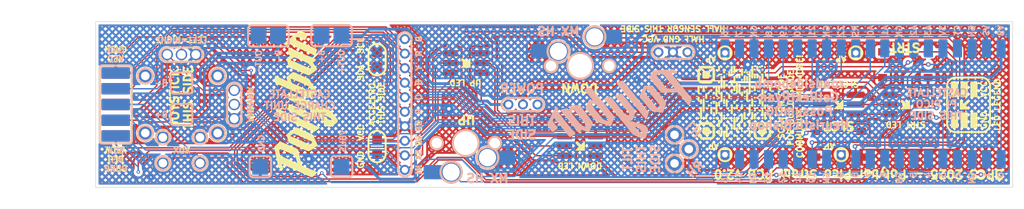
<source format=kicad_pcb>
(kicad_pcb (version 20241229) (generator "pcbnew") (generator_version "9.0")
  (layers (0 "F.Cu" signal) (2 "B.Cu" signal) (13 "F.Paste" user) (15 "B.Paste" user) (5 "F.SilkS" user "F.Silkscreen") (7 "B.SilkS" user "B.Silkscreen") (1 "F.Mask" user) (3 "B.Mask" user) (25 "Edge.Cuts" user))
  (net 0 "")
  (net 1 "Up")
  (net 2 "GND")
  (net 3 "Down")
  (net 4 "Select")
  (net 5 "Start")
  (net 6 "Green")
  (net 7 "SW")
  (net 8 "Red")
  (net 9 "VRY")
  (net 10 "Yellow")
  (net 11 "VRX")
  (net 12 "Blue")
  (net 13 "Orange")
  (net 14 "VCC")
  (net 15 "led_sck")
  (net 16 "led_mosi")
  (net 17 "Tilt")
  (net 18 "Net-(D1-D0)")
  (net 19 "Net-(D1-C0)")
  (net 20 "Net-(D2-D0)")
  (net 21 "Net-(D2-C0)")
  (net 22 "Net-(D3-C0)")
  (net 23 "Net-(D3-D0)")
  (net 24 "Net-(D4-C0)")
  (net 25 "Net-(D4-D0)")
  (net 26 "Hall")
  (net 27 "Bat+")
  (net 28 "Bat-")
  (net 29 "VSYS")
  (net 30 "VBUS")
  (net 31 "SCL")
  (net 32 "SDA")
  (net 33 "Purple")
  (net 34 "AP")
  (net 35 "AP1")
  (net 36 "AP2")
  (net 37 "AP3")
  (footprint "" (layer "F.Cu") (at 191.212563 114.537437)
    (property "Reference" "" (hide yes))
    (property "Value" "" (hide yes))
  )
  (footprint "" (layer "F.Cu") (at 143.05 94.07)
    (property "Reference" "")
    (property "Value" "")
  )
  (footprint "" (layer "F.Cu") (at 162.16 105.5 -90)
    (property "Reference" "")
    (property "Value" "")
  )
  (footprint "" (layer "F.Cu") (at 105 107.25)
    (property "Reference" "")
    (property "Value" "")
  )
  (footprint "" (layer "F.Cu") (at 93.5 101.1625)
    (property "Reference" "")
    (property "Value" "")
  )
  (footprint "Controller_Inputs:LED_RGB_5050_DOTSTAR" (layer "F.Cu") (at 219.9 105.5 180)
    (property "Reference" "D5" (hide yes))
    (property "Value" "select_led")
  )
  (footprint "" (layer "F.Cu") (at 105 101.75)
    (property "Reference" "")
    (property "Value" "")
  )
  (footprint "" (layer "F.Cu") (at 143.05 96.61)
    (property "Reference" "")
    (property "Value" "")
  )
  (footprint "" (layer "F.Cu") (at 191.2 110.8 -90)
    (property "Reference" "")
    (property "Value" "")
  )
  (footprint "" (layer "F.Cu") (at 197.44 115.78)
    (property "Reference" "")
    (property "Value" "")
  )
  (footprint "Button_Switch_SMD:SW_SPST_PTS645" (layer "F.Cu") (at 219.9 112.45)
    (property "Reference" "REF**" (hide yes))
    (property "Value" "SW_SPST_PTS645")
  )
  (footprint "" (layer "F.Cu") (at 193.4628 96.36)
    (property "Reference" "")
    (property "Value" "")
  )
  (footprint "Controller_Inputs:LED_RGB_5050_DOTSTAR" (layer "F.Cu") (at 174.7 112.75 180)
    (property "Reference" "D5" (hide yes))
    (property "Value" "strum_up_led")
  )
  (footprint "Controller_Inputs:LED_RGB_5050_DOTSTAR" (layer "F.Cu") (at 154.7 98.25 180)
    (property "Reference" "D5" (hide yes))
    (property "Value" "strum_down_led")
  )
  (footprint "Button_Switch_SMD:SW_SPST_PTS645" (layer "F.Cu") (at 231.55 98.55)
    (property "Reference" "REF**" (hide yes))
    (property "Value" "SW_SPST_PTS645")
  )
  (footprint "" (layer "F.Cu") (at 219.84 114.74)
    (property "Reference" "")
    (property "Value" "")
  )
  (footprint "" (layer "F.Cu") (at 93.5 105.625)
    (property "Reference" "" (hide yes))
    (property "Value" "")
  )
  (footprint "" (layer "F.Cu") (at 93.5 95.4125)
    (property "Reference" "")
    (property "Value" "")
  )
  (footprint "" (layer "F.Cu") (at 188.3828 96.36)
    (property "Reference" "")
    (property "Value" "")
  )
  (footprint "" (layer "F.Cu") (at 143.05 104.23)
    (property "Reference" "")
    (property "Value" "")
  )
  (footprint "Controller_Inputs:LED_RGB_5050_DOTSTAR" (layer "F.Cu") (at 231.55 105.5 180)
    (property "Reference" "D5" (hide yes))
    (property "Value" "start_led")
  )
  (footprint "" (layer "F.Cu") (at 190.9228 96.36)
    (property "Reference" "")
    (property "Value" "")
  )
  (footprint "" (layer "F.Cu") (at 93.5 108.75)
    (property "Reference" "" (hide yes))
    (property "Value" "")
  )
  (footprint "" (layer "F.Cu") (at 143.05 116.93)
    (property "Reference" "")
    (property "Value" "")
  )
  (footprint "" (layer "F.Cu") (at 93.5 111.8375)
    (property "Reference" "" (hide yes))
    (property "Value" "")
  )
  (footprint "" (layer "F.Cu") (at 167.24 105.5 -90)
    (property "Reference" "")
    (property "Value" "")
  )
  (footprint "" (layer "F.Cu") (at 143.05 101.69)
    (property "Reference" "")
    (property "Value" "")
  )
  (footprint "" (layer "F.Cu") (at 197.61 96.77)
    (property "Reference" "")
    (property "Value" "")
  )
  (footprint "" (layer "F.Cu") (at 142.05 114.39)
    (property "Reference" "")
    (property "Value" "")
  )
  (footprint "" (layer "F.Cu") (at 222.34 96.9)
    (property "Reference" "")
    (property "Value" "")
  )
  (footprint "" (layer "F.Cu") (at 143.05 111.85)
    (property "Reference" "")
    (property "Value" "")
  )
  (footprint "" (layer "F.Cu") (at 187.687437 114.562563)
    (property "Reference" "" (hide yes))
    (property "Value" "" (hide yes))
  )
  (footprint "" (layer "F.Cu") (at 143.05 109.31)
    (property "Reference" "")
    (property "Value" "")
  )
  (footprint "Controller_Inputs:RKJXV1224005" (layer "F.Cu") (at 105 105.5)
    (property "Reference" "U**" (hide yes))
    (property "Value" "RKJXV1224005" (hide yes))
  )
  (footprint "" (layer "F.Cu") (at 143.05 99.15)
    (property "Reference" "")
    (property "Value" "")
  )
  (footprint "" (layer "F.Cu") (at 164.7 105.5 -90)
    (property "Reference" "")
    (property "Value" "")
  )
  (footprint "" (layer "F.Cu") (at 143.05 106.77)
    (property "Reference" "")
    (property "Value" "")
  )
  (footprint "" (layer "B.Cu") (at 93.5 99.1625 180)
    (property "Reference" "" (hide yes))
    (property "Value" "")
  )
  (footprint "Connector_PinHeader_2.54mm:PinHeader_1x08_P2.54mm_Vertical" (layer "B.Cu") (at 139.2 114.175)
    (property "Reference" "REF**" (hide yes))
    (property "Value" "PinHeader_1x08_P2.54mm_Vertical" (hide yes))
  )
  (footprint "Module:RaspberryPi_Pico_SMD" (layer "B.Cu") (at 224.15 105.375 90)
    (property "Reference" "REF**" (hide yes))
    (property "Value" "RaspberryPi_Pico_SMD" (hide yes))
  )
  (footprint "" (layer "B.Cu") (at 93.5 111.575 180)
    (property "Reference" "" (hide yes))
    (property "Value" "")
  )
  (footprint "TP4056footprint:TP4056-18650" (layer "B.Cu") (at 134.675 118.075 90)
    (property "Reference" "USB_CHRG**" (hide yes))
    (property "Value" "TP4056-18650")
  )
  (footprint "marbastlib-mx:SW_MX_HS_1u" (layer "B.Cu") (at 154.695 112.25)
    (property "Reference" " ")
    (property "Value" "MX_SW_HS" (hide yes))
  )
  (footprint "" (layer "B.Cu") (at 93.5 108.5 180)
    (property "Reference" "" (hide yes))
    (property "Value" "")
  )
  (footprint "" (layer "B.Cu") (at 93.5 102.25 180)
    (property "Reference" "")
    (property "Value" "")
  )
  (footprint "" (layer "B.Cu") (at 93.5 104.0625 180)
    (property "Reference" "")
    (property "Value" "")
  )
  (footprint "marbastlib-mx:SW_MX_HS_1u" (layer "B.Cu") (at 174.7 98.75 180)
    (property "Reference" " ")
    (property "Value" "MX_SW_HS" (hide yes))
  )
  (gr_poly (pts (xy 196.103794 102.481064) (xy 196.103794 102.47048) (xy 196.106439 102.459896) (xy 196.106439 102.451959) (xy 196.109086 102.444021) (xy 196.114378 102.433439) (xy 196.117023 102.425499) (xy 196.119669 102.417562) (xy 196.12496 102.409626) (xy 196.130251 102.401687) (xy 196.132898 102.393751) (xy 196.138189 102.385814) (xy 196.146127 102.377874) (xy 196.151419 102.372583) (xy 196.156711 102.364647) (xy 196.164648 102.359354) (xy 196.16994 102.354063) (xy 196.177877 102.34877) (xy 196.185814 102.343479) (xy 196.193752 102.338188) (xy 196.201689 102.332895) (xy 196.209627 102.327606) (xy 196.217565 102.324959) (xy 196.225502 102.322313) (xy 196.233439 102.319668) (xy 196.244023 102.317022) (xy 196.25196 102.314375) (xy 196.262543 102.311729) (xy 196.270481 102.311729) (xy 196.281065 102.309084) (xy 196.299585 102.309084) (xy 196.310169 102.311729) (xy 196.318106 102.311729) (xy 196.328689 102.314375) (xy 196.336627 102.317022) (xy 196.34721 102.319668) (xy 196.355148 102.322313) (xy 196.363085 102.324959) (xy 196.373669 102.327606) (xy 196.381607 102.332895) (xy 196.389543 102.338188) (xy 196.397481 102.343479) (xy 196.402772 102.34877) (xy 196.410711 102.354063) (xy 196.418647 102.359354) (xy 196.423939 102.364647) (xy 196.431877 102.372583) (xy 196.437169 102.377874) (xy 196.442461 102.385814) (xy 196.447752 102.393751) (xy 196.453043 102.401687) (xy 196.455689 102.409626) (xy 196.466273 102.425499) (xy 196.468918 102.433439) (xy 196.471565 102.444021) (xy 196.47421 102.451959) (xy 196.476857 102.459896) (xy 196.476857 102.47048) (xy 196.479501 102.481064) (xy 196.479501 103.034042) (xy 196.476857 103.044626) (xy 196.476857 103.052563) (xy 196.47421 103.063146) (xy 196.471565 103.071083) (xy 196.468918 103.079021) (xy 196.466273 103.089605) (xy 196.460981 103.097542) (xy 196.458335 103.10548) (xy 196.453043 103.113416) (xy 196.447752 103.121355) (xy 196.442461 103.129291) (xy 196.437169 103.134584) (xy 196.431877 103.142521) (xy 196.423939 103.147814) (xy 196.418647 103.15575) (xy 196.410711 103.161041) (xy 196.402772 103.166334) (xy 196.397481 103.171625) (xy 196.389543 103.176918) (xy 196.381607 103.182209) (xy 196.373669 103.184854) (xy 196.365731 103.190147) (xy 196.355148 103.192791) (xy 196.34721 103.195438) (xy 196.339273 103.198084) (xy 196.328689 103.200729) (xy 196.320752 103.203375) (xy 196.262543 103.203375) (xy 196.25196 103.200729) (xy 196.244023 103.198084) (xy 196.233439 103.195438) (xy 196.225502 103.192791) (xy 196.217565 103.190147) (xy 196.209627 103.184854) (xy 196.201689 103.182209) (xy 196.193752 103.176918) (xy 196.185814 103.171625) (xy 196.177877 103.166334) (xy 196.16994 103.161041) (xy 196.164648 103.15575) (xy 196.156711 103.147814) (xy 196.151419 103.142521) (xy 196.146127 103.134584) (xy 196.138189 103.129291) (xy 196.132898 103.121355) (xy 196.130251 103.113416) (xy 196.12496 103.10548) (xy 196.119669 103.097542) (xy 196.117023 103.089605) (xy 196.114378 103.079021) (xy 196.109086 103.071083) (xy 196.106439 103.063146) (xy 196.106439 103.052563) (xy 196.103794 103.044626) (xy 196.103794 103.034042) (xy 196.101147 103.026106) (xy 196.101147 102.489)) (stroke (width -0.000001)) (fill yes) (layer "F.SilkS"))
  (gr_poly (pts (xy 202.363834 99.366916) (xy 202.366481 99.356334) (xy 202.369127 99.348396) (xy 202.371774 99.34046) (xy 202.374418 99.329876) (xy 202.379711 99.321939) (xy 202.382354 99.314001) (xy 202.387647 99.306063) (xy 202.392938 99.298124) (xy 202.398231 99.290188) (xy 202.403522 99.284897) (xy 202.408815 99.27696) (xy 202.414106 99.271667) (xy 202.422042 99.263729) (xy 202.429981 99.25844) (xy 202.435274 99.253147) (xy 202.44321 99.247856) (xy 202.451147 99.242563) (xy 202.459085 99.237272) (xy 202.467021 99.234625) (xy 202.47496 99.229336) (xy 202.482898 99.226688) (xy 202.493482 99.224043) (xy 202.501419 99.221395) (xy 202.512002 99.218752) (xy 202.519939 99.218752) (xy 202.530523 99.216104) (xy 202.567564 99.216104) (xy 202.578147 99.218752) (xy 202.586086 99.218752) (xy 202.59667 99.221395) (xy 202.604606 99.224043) (xy 202.61519 99.226688) (xy 202.623127 99.229336) (xy 202.631063 99.234625) (xy 202.639001 99.237272) (xy 202.646938 99.242563) (xy 202.654878 99.247856) (xy 202.662815 99.253147) (xy 202.670751 99.25844) (xy 202.676042 99.263729) (xy 202.683982 99.271667) (xy 202.689273 99.27696) (xy 202.694562 99.284897) (xy 202.699855 99.290188) (xy 202.705146 99.298124) (xy 202.710439 99.306063) (xy 202.71573 99.314001) (xy 202.718378 99.321939) (xy 202.723669 99.329876) (xy 202.726314 99.34046) (xy 202.72896 99.348396) (xy 202.731605 99.356334) (xy 202.734251 99.366916) (xy 202.736898 99.374855) (xy 202.736898 99.396021) (xy 202.739543 99.403959) (xy 202.736898 99.414543) (xy 202.736898 99.433063) (xy 202.734251 99.443647) (xy 202.731605 99.451584) (xy 202.72896 99.45952) (xy 202.726314 99.470104) (xy 202.723669 99.478042) (xy 202.718378 99.485979) (xy 202.71573 99.493917) (xy 202.710439 99.501856) (xy 202.705146 99.509792) (xy 202.699855 99.517729) (xy 202.694562 99.525667) (xy 202.689273 99.53096) (xy 202.683982 99.538896) (xy 202.676042 99.544187) (xy 202.670751 99.54948) (xy 202.662815 99.554771) (xy 202.654878 99.560064) (xy 202.646938 99.565355) (xy 202.639001 99.570646) (xy 202.631063 99.575939) (xy 202.623127 99.578584) (xy 202.61519 99.581228) (xy 202.604606 99.583875) (xy 202.59667 99.586521) (xy 202.586086 99.589168) (xy 202.578147 99.591812) (xy 202.567564 99.591812) (xy 202.559627 99.594459) (xy 202.538459 99.594459) (xy 202.530523 99.591812) (xy 202.519939 99.591812) (xy 202.512002 99.589168) (xy 202.501419 99.586521) (xy 202.493482 99.583875) (xy 202.482898 99.581228) (xy 202.47496 99.578584) (xy 202.467021 99.575939) (xy 202.459085 99.570646) (xy 202.451147 99.565355) (xy 202.44321 99.560064) (xy 202.435274 99.554771) (xy 202.429981 99.54948) (xy 202.422042 99.544187) (xy 202.414106 99.538896) (xy 202.408815 99.53096) (xy 202.403522 99.525667) (xy 202.398231 99.517729) (xy 202.392938 99.509792) (xy 202.387647 99.501856) (xy 202.382354 99.493917) (xy 202.379711 99.485979) (xy 202.374418 99.478042) (xy 202.371774 99.470104) (xy 202.369127 99.45952) (xy 202.366481 99.451584) (xy 202.363834 99.443647) (xy 202.36119 99.433063) (xy 202.36119 99.374855)) (stroke (width -0.000001)) (fill yes) (layer "F.SilkS"))
  (gr_poly (pts (xy 201.91669 109.614229) (xy 201.919334 109.603645) (xy 201.921981 109.595709) (xy 201.924627 109.587771) (xy 201.927274 109.577187) (xy 201.932563 109.56925) (xy 201.935211 109.561312) (xy 201.940502 109.553375) (xy 201.945795 109.545438) (xy 201.951086 109.537499) (xy 201.956378 109.532209) (xy 201.961668 109.524271) (xy 201.969606 109.518979) (xy 201.974899 109.511041) (xy 201.982835 109.50575) (xy 201.988126 109.500459) (xy 201.996063 109.495167) (xy 202.004001 109.489876) (xy 202.01194 109.484584) (xy 202.019878 109.481937) (xy 202.027814 109.476645) (xy 202.035751 109.474) (xy 202.046335 109.471353) (xy 202.054271 109.468709) (xy 202.064855 109.466063) (xy 202.072794 109.463417) (xy 202.131002 109.463417) (xy 202.138938 109.466063) (xy 202.149522 109.468709) (xy 202.157459 109.471353) (xy 202.168043 109.474) (xy 202.175981 109.476645) (xy 202.183918 109.481937) (xy 202.191856 109.484584) (xy 202.199794 109.489876) (xy 202.207731 109.495167) (xy 202.215667 109.500459) (xy 202.22096 109.50575) (xy 202.228899 109.511041) (xy 202.236835 109.518979) (xy 202.242126 109.524271) (xy 202.247419 109.532209) (xy 202.25271 109.537499) (xy 202.258003 109.545438) (xy 202.263294 109.553375) (xy 202.268585 109.561312) (xy 202.27123 109.56925) (xy 202.276523 109.577187) (xy 202.279167 109.587771) (xy 202.281814 109.595709) (xy 202.28446 109.603645) (xy 202.287107 109.614229) (xy 202.289751 109.622167) (xy 202.289751 109.640688) (xy 202.292398 109.651271) (xy 202.292398 110.177791) (xy 202.289751 110.185729) (xy 202.289751 110.196313) (xy 202.287107 110.206896) (xy 202.28446 110.214833) (xy 202.281814 110.22277) (xy 202.279167 110.233354) (xy 202.276523 110.241291) (xy 202.273878 110.249229) (xy 202.268585 110.257167) (xy 202.263294 110.265104) (xy 202.258003 110.273042) (xy 202.25271 110.280979) (xy 202.247419 110.288916) (xy 202.242126 110.294208) (xy 202.236835 110.302146) (xy 202.228899 110.307437) (xy 202.223606 110.312729) (xy 202.215667 110.318021) (xy 202.207731 110.323313) (xy 202.199794 110.328605) (xy 202.191856 110.333895) (xy 202.183918 110.339187) (xy 202.175981 110.341833) (xy 202.168043 110.344479) (xy 202.157459 110.347125) (xy 202.149522 110.349771) (xy 202.141586 110.352417) (xy 202.131002 110.355062) (xy 202.120418 110.355062) (xy 202.112482 110.357709) (xy 202.091314 110.357709) (xy 202.083377 110.355062) (xy 202.072794 110.355062) (xy 202.064855 110.352417) (xy 202.054271 110.349771) (xy 202.046335 110.347125) (xy 202.038398 110.344479) (xy 202.027814 110.341833) (xy 202.019878 110.339187) (xy 202.01194 110.333895) (xy 202.004001 110.328605) (xy 201.996063 110.323313) (xy 201.988126 110.318021) (xy 201.982835 110.312729) (xy 201.974899 110.307437) (xy 201.969606 110.302146) (xy 201.961668 110.294208) (xy 201.956378 110.288916) (xy 201.951086 110.280979) (xy 201.945795 110.273042) (xy 201.940502 110.265104) (xy 201.935211 110.257167) (xy 201.932563 110.249229) (xy 201.927274 110.241291) (xy 201.924627 110.233354) (xy 201.921981 110.22277) (xy 201.919334 110.214833) (xy 201.91669 110.206896) (xy 201.914043 110.196313) (xy 201.914043 109.622167)) (stroke (width -0.000001)) (fill yes) (layer "F.SilkS"))
  (gr_arc (start 246.35 108.8754) (mid 245.925305 109.900705) (end 244.9 110.3254) (stroke (width 0.35)) (layer "F.SilkS"))
  (gr_poly (pts (xy 201.91669 104.730021) (xy 201.919334 104.722084) (xy 201.921981 104.7115) (xy 201.924627 104.703563) (xy 201.927274 104.695625) (xy 201.932563 104.687688) (xy 201.935211 104.67975) (xy 201.940502 104.671813) (xy 201.945795 104.663875) (xy 201.951086 104.655938) (xy 201.956378 104.648) (xy 201.961668 104.642709) (xy 201.969606 104.634771) (xy 201.974899 104.629479) (xy 201.982835 104.621542) (xy 201.988126 104.61625) (xy 201.996063 104.610959) (xy 202.004001 104.605667) (xy 202.01194 104.603021) (xy 202.019878 104.597729) (xy 202.027814 104.595084) (xy 202.038398 104.589792) (xy 202.046335 104.587146) (xy 202.054271 104.5845) (xy 202.064855 104.5845) (xy 202.072794 104.581854) (xy 202.083377 104.579209) (xy 202.120418 104.579209) (xy 202.131002 104.581854) (xy 202.141586 104.5845) (xy 202.149522 104.5845) (xy 202.157459 104.587146) (xy 202.168043 104.589792) (xy 202.175981 104.595084) (xy 202.183918 104.597729) (xy 202.191856 104.603021) (xy 202.199794 104.605667) (xy 202.207731 104.610959) (xy 202.215667 104.61625) (xy 202.223606 104.621542) (xy 202.228899 104.629479) (xy 202.236835 104.634771) (xy 202.242126 104.642709) (xy 202.247419 104.648) (xy 202.25271 104.655938) (xy 202.258003 104.663875) (xy 202.268585 104.67975) (xy 202.273878 104.687688) (xy 202.276523 104.695625) (xy 202.279167 104.703563) (xy 202.281814 104.7115) (xy 202.28446 104.722084) (xy 202.287107 104.730021) (xy 202.289751 104.740605) (xy 202.289751 104.748542) (xy 202.292398 104.759126) (xy 202.292398 104.777646) (xy 202.289751 104.78823) (xy 202.289751 104.798813) (xy 202.287107 104.80675) (xy 202.28446 104.817333) (xy 202.281814 104.825271) (xy 202.279167 104.833209) (xy 202.276523 104.841145) (xy 202.273878 104.851729) (xy 202.268585 104.859668) (xy 202.263294 104.867605) (xy 202.258003 104.875541) (xy 202.25271 104.880833) (xy 202.247419 104.888771) (xy 202.242126 104.896709) (xy 202.236835 104.902001) (xy 202.228899 104.909938) (xy 202.223606 104.91523) (xy 202.215667 104.920522) (xy 202.207731 104.925813) (xy 202.199794 104.931104) (xy 202.191856 104.93375) (xy 202.183918 104.939042) (xy 202.175981 104.944334) (xy 202.168043 104.946979) (xy 202.157459 104.949625) (xy 202.149522 104.952271) (xy 202.141586 104.954917) (xy 202.131002 104.954917) (xy 202.120418 104.957563) (xy 202.083377 104.957563) (xy 202.072794 104.954917) (xy 202.064855 104.954917) (xy 202.054271 104.952271) (xy 202.046335 104.949625) (xy 202.038398 104.946979) (xy 202.027814 104.941687) (xy 202.019878 104.939042) (xy 202.01194 104.93375) (xy 202.004001 104.931104) (xy 201.996063 104.925813) (xy 201.988126 104.920522) (xy 201.982835 104.91523) (xy 201.974899 104.909938) (xy 201.969606 104.902001) (xy 201.961668 104.896709) (xy 201.956378 104.888771) (xy 201.951086 104.880833) (xy 201.945795 104.875541) (xy 201.940502 104.867605) (xy 201.935211 104.859668) (xy 201.932563 104.851729) (xy 201.927274 104.841145) (xy 201.924627 104.833209) (xy 201.921981 104.825271) (xy 201.919334 104.814688) (xy 201.91669 104.80675) (xy 201.914043 104.798813) (xy 201.914043 104.740605)) (stroke (width -0.000001)) (fill yes) (layer "F.SilkS"))
  (gr_poly (pts (xy 199.233814 100.681896) (xy 199.233814 100.67396) (xy 199.236461 100.663376) (xy 199.239107 100.655439) (xy 199.241752 100.644855) (xy 199.247043 100.636919) (xy 199.249689 100.628979) (xy 199.254982 100.621042) (xy 199.257627 100.613104) (xy 199.262918 100.605167) (xy 199.268211 100.597231) (xy 199.273502 100.591938) (xy 199.278793 100.583999) (xy 199.286731 100.576063) (xy 199.292022 100.570772) (xy 199.299961 100.565479) (xy 199.307897 100.560188) (xy 199.313188 100.554895) (xy 199.321126 100.549604) (xy 199.329065 100.544311) (xy 199.337001 100.541668) (xy 199.347585 100.536375) (xy 199.355524 100.533731) (xy 199.36346 100.531084) (xy 199.371397 100.528438) (xy 199.38198 100.525791) (xy 199.389919 100.523147) (xy 199.448127 100.523147) (xy 199.458711 100.525791) (xy 199.466648 100.528438) (xy 199.477232 100.531084) (xy 199.485168 100.533731) (xy 199.493106 100.536375) (xy 199.501043 100.541668) (xy 199.508981 100.544311) (xy 199.51692 100.549604) (xy 199.524856 100.554895) (xy 199.532793 100.560188) (xy 199.540731 100.565479) (xy 199.546024 100.570772) (xy 199.55396 100.576063) (xy 199.559251 100.583999) (xy 199.564544 100.591938) (xy 199.572481 100.597231) (xy 199.577772 100.605167) (xy 199.580419 100.613104) (xy 199.58571 100.621042) (xy 199.591003 100.628979) (xy 199.593648 100.636919) (xy 199.596292 100.644855) (xy 199.601585 100.655439) (xy 199.60423 100.663376) (xy 199.60423 100.67396) (xy 199.606876 100.681896) (xy 199.606876 100.69248) (xy 199.609523 100.700416) (xy 199.609523 102.586897) (xy 199.606876 102.597479) (xy 199.60423 102.605417) (xy 199.60423 102.616001) (xy 199.601585 102.623937) (xy 199.598939 102.634521) (xy 199.593648 102.64246) (xy 199.591003 102.650396) (xy 199.58571 102.658333) (xy 199.583065 102.666271) (xy 199.577772 102.674209) (xy 199.572481 102.682146) (xy 199.567188 102.687437) (xy 199.559251 102.695375) (xy 199.55396 102.700666) (xy 199.548667 102.708605) (xy 199.540731 102.713896) (xy 199.532793 102.719188) (xy 199.524856 102.724479) (xy 199.519563 102.72977) (xy 199.511627 102.735063) (xy 199.501043 102.737709) (xy 199.493106 102.743002) (xy 199.485168 102.745645) (xy 199.477232 102.748291) (xy 199.466648 102.750938) (xy 199.458711 102.753584) (xy 199.448127 102.756229) (xy 199.392564 102.756229) (xy 199.38198 102.753584) (xy 199.374044 102.750938) (xy 199.36346 102.748291) (xy 199.355524 102.745645) (xy 199.347585 102.743002) (xy 199.337001 102.737709) (xy 199.329065 102.735063) (xy 199.321126 102.72977) (xy 199.313188 102.724479) (xy 199.307897 102.719188) (xy 199.299961 102.713896) (xy 199.292022 102.708605) (xy 199.286731 102.700666) (xy 199.281438 102.695375) (xy 199.273502 102.687437) (xy 199.268211 102.682146) (xy 199.262918 102.674209) (xy 199.257627 102.666271) (xy 199.254982 102.658333) (xy 199.249689 102.650396) (xy 199.247043 102.64246) (xy 199.241752 102.634521) (xy 199.239107 102.623937) (xy 199.236461 102.616001) (xy 199.233814 102.605417) (xy 199.233814 102.597479) (xy 199.231168 102.586897) (xy 199.231168 100.69248)) (stroke (width -0.000001)) (fill yes) (layer "F.SilkS"))
  (gr_circle (center 191.2 110.8) (end 191.2 109.3) (stroke (width 0.35)) (fill no) (layer "F.SilkS"))
  (gr_line (start 238.85 108.8754) (end 238.85 102.25) (stroke (width 0.35)) (layer "F.SilkS"))
  (gr_poly (pts (xy 205.044065 102.481064) (xy 205.044065 102.47048) (xy 205.046709 102.459896) (xy 205.049356 102.451959) (xy 205.052002 102.444021) (xy 205.054649 102.433439) (xy 205.057292 102.425499) (xy 205.059938 102.417562) (xy 205.065231 102.409626) (xy 205.070522 102.401687) (xy 205.075813 102.393751) (xy 205.07846 102.385814) (xy 205.086397 102.377874) (xy 205.09169 102.372583) (xy 205.096981 102.364647) (xy 205.104917 102.359354) (xy 205.11021 102.354063) (xy 205.118148 102.34877) (xy 205.126085 102.343479) (xy 205.134021 102.338188) (xy 205.14196 102.332895) (xy 205.149898 102.327606) (xy 205.157835 102.324959) (xy 205.165773 102.322313) (xy 205.173709 102.319668) (xy 205.184293 102.317022) (xy 205.19223 102.314375) (xy 205.202814 102.311729) (xy 205.210752 102.311729) (xy 205.221334 102.309084) (xy 205.239856 102.309084) (xy 205.250438 102.311729) (xy 205.261022 102.311729) (xy 205.268961 102.314375) (xy 205.279544 102.317022) (xy 205.287481 102.319668) (xy 205.295417 102.322313) (xy 205.306001 102.324959) (xy 205.313938 102.327606) (xy 205.321876 102.332895) (xy 205.329814 102.338188) (xy 205.337753 102.343479) (xy 205.343044 102.34877) (xy 205.35098 102.354063) (xy 205.358917 102.359354) (xy 205.36421 102.364647) (xy 205.372148 102.372583) (xy 205.377437 102.377874) (xy 205.38273 102.385814) (xy 205.388021 102.393751) (xy 205.393314 102.401687) (xy 205.398605 102.409626) (xy 205.401252 102.417562) (xy 205.406543 102.425499) (xy 205.409189 102.433439) (xy 205.411834 102.444021) (xy 205.414482 102.451959) (xy 205.417125 102.459896) (xy 205.417125 102.47048) (xy 205.419773 102.481064) (xy 205.419773 103.034042) (xy 205.417125 103.044626) (xy 205.417125 103.052563) (xy 205.414482 103.063146) (xy 205.411834 103.071083) (xy 205.409189 103.079021) (xy 205.406543 103.089605) (xy 205.401252 103.097542) (xy 205.398605 103.10548) (xy 205.393314 103.113416) (xy 205.388021 103.121355) (xy 205.38273 103.129291) (xy 205.377437 103.134584) (xy 205.372148 103.142521) (xy 205.36421 103.147814) (xy 205.358917 103.15575) (xy 205.35098 103.161041) (xy 205.345689 103.166334) (xy 205.337753 103.171625) (xy 205.329814 103.176918) (xy 205.321876 103.182209) (xy 205.313938 103.184854) (xy 205.306001 103.190147) (xy 205.295417 103.192791) (xy 205.287481 103.195438) (xy 205.279544 103.198084) (xy 205.268961 103.200729) (xy 205.261022 103.203375) (xy 205.202814 103.203375) (xy 205.19223 103.200729) (xy 205.184293 103.198084) (xy 205.176357 103.195438) (xy 205.165773 103.192791) (xy 205.157835 103.190147) (xy 205.149898 103.184854) (xy 205.14196 103.182209) (xy 205.134021 103.176918) (xy 205.126085 103.171625) (xy 205.118148 103.166334) (xy 205.11021 103.161041) (xy 205.104917 103.15575) (xy 205.096981 103.147814) (xy 205.09169 103.142521) (xy 205.086397 103.134584) (xy 205.081106 103.129291) (xy 205.075813 103.121355) (xy 205.070522 103.113416) (xy 205.065231 103.10548) (xy 205.059938 103.097542) (xy 205.057292 103.089605) (xy 205.054649 103.079021) (xy 205.052002 103.071083) (xy 205.049356 103.063146) (xy 205.046709 103.052563) (xy 205.044065 103.044626) (xy 205.044065 103.034042) (xy 205.041418 103.026106) (xy 205.041418 102.489)) (stroke (width -0.000001)) (fill yes) (layer "F.SilkS"))
  (gr_poly (pts (xy 196.103794 104.714145) (xy 196.103794 104.706209) (xy 196.106439 104.695625) (xy 196.106439 104.687688) (xy 196.109086 104.677105) (xy 196.114378 104.669167) (xy 196.117023 104.66123) (xy 196.119669 104.653292) (xy 196.12496 104.645355) (xy 196.130251 104.637418) (xy 196.132898 104.629479) (xy 196.138189 104.621542) (xy 196.146127 104.613605) (xy 196.151419 104.608313) (xy 196.156711 104.600375) (xy 196.164648 104.595084) (xy 196.16994 104.587146) (xy 196.177877 104.581854) (xy 196.193752 104.571272) (xy 196.201689 104.568625) (xy 196.209627 104.563333) (xy 196.217565 104.560688) (xy 196.225502 104.555396) (xy 196.233439 104.552749) (xy 196.244023 104.550104) (xy 196.25196 104.550104) (xy 196.262543 104.547459) (xy 196.270481 104.544813) (xy 196.310169 104.544813) (xy 196.318106 104.547459) (xy 196.328689 104.550104) (xy 196.336627 104.550104) (xy 196.34721 104.552749) (xy 196.355148 104.555396) (xy 196.363085 104.560688) (xy 196.373669 104.563333) (xy 196.381607 104.568625) (xy 196.389543 104.571272) (xy 196.397481 104.576563) (xy 196.402772 104.581854) (xy 196.410711 104.587146) (xy 196.418647 104.595084) (xy 196.423939 104.600375) (xy 196.431877 104.608313) (xy 196.437169 104.613605) (xy 196.442461 104.621542) (xy 196.447752 104.629479) (xy 196.453043 104.637418) (xy 196.455689 104.645355) (xy 196.460981 104.653292) (xy 196.466273 104.66123) (xy 196.468918 104.669167) (xy 196.471565 104.677105) (xy 196.47421 104.687688) (xy 196.476857 104.695625) (xy 196.476857 104.706209) (xy 196.479501 104.714145) (xy 196.479501 106.611209) (xy 196.476857 106.619146) (xy 196.476857 106.629729) (xy 196.47421 106.637667) (xy 196.471565 106.64825) (xy 196.468918 106.656188) (xy 196.466273 106.664125) (xy 196.460981 106.672063) (xy 196.458335 106.682647) (xy 196.453043 106.690584) (xy 196.447752 106.695875) (xy 196.442461 106.703812) (xy 196.437169 106.711751) (xy 196.431877 106.719688) (xy 196.423939 106.724979) (xy 196.418647 106.730271) (xy 196.410711 106.738209) (xy 196.402772 106.743501) (xy 196.397481 106.748792) (xy 196.389543 106.754084) (xy 196.381607 106.756729) (xy 196.373669 106.762021) (xy 196.365731 106.764666) (xy 196.355148 106.769958) (xy 196.34721 106.772605) (xy 196.339273 106.77525) (xy 196.328689 106.77525) (xy 196.320752 106.777897) (xy 196.310169 106.780542) (xy 196.270481 106.780542) (xy 196.262543 106.777897) (xy 196.25196 106.77525) (xy 196.244023 106.77525) (xy 196.233439 106.772605) (xy 196.225502 106.769958) (xy 196.217565 106.764666) (xy 196.209627 106.762021) (xy 196.201689 106.756729) (xy 196.193752 106.754084) (xy 196.185814 106.748792) (xy 196.177877 106.743501) (xy 196.16994 106.738209) (xy 196.164648 106.730271) (xy 196.156711 106.724979) (xy 196.151419 106.719688) (xy 196.146127 106.711751) (xy 196.138189 106.703812) (xy 196.132898 106.695875) (xy 196.130251 106.690584) (xy 196.12496 106.682647) (xy 196.119669 106.672063) (xy 196.117023 106.664125) (xy 196.114378 106.656188) (xy 196.109086 106.64825) (xy 196.106439 106.637667) (xy 196.106439 106.629729) (xy 196.103794 106.619146) (xy 196.103794 106.611209) (xy 196.101147 106.600625) (xy 196.101147 104.724729)) (stroke (width -0.000001)) (fill yes) (layer "F.SilkS"))
  (gr_line (start 220.025 105.625) (end 219.35 104.95) (stroke (width 0.5)) (layer "F.SilkS"))
  (gr_poly (pts (xy 203.255481 100.996752) (xy 203.255481 100.970291) (xy 203.252834 100.970291) (xy 203.252834 100.711) (xy 203.255481 100.700416) (xy 203.255481 100.681896) (xy 203.258127 100.67396) (xy 203.260772 100.663376) (xy 203.263418 100.655439) (xy 203.266065 100.644855) (xy 203.268711 100.636919) (xy 203.271354 100.628979) (xy 203.276647 100.621042) (xy 203.281938 100.613104) (xy 203.287231 100.605167) (xy 203.292522 100.597231) (xy 203.297815 100.591938) (xy 203.303106 100.583999) (xy 203.308397 100.576063) (xy 203.316335 100.570772) (xy 203.321626 100.565479) (xy 203.329565 100.560188) (xy 203.337501 100.554895) (xy 203.345439 100.549604) (xy 203.353378 100.544311) (xy 203.361314 100.541668) (xy 203.369251 100.536375) (xy 203.377189 100.533731) (xy 203.387773 100.531084) (xy 203.39571 100.528438) (xy 203.403646 100.525791) (xy 203.41423 100.523147) (xy 203.472438 100.523147) (xy 203.480377 100.525791) (xy 203.490961 100.528438) (xy 203.498897 100.531084) (xy 203.506834 100.533731) (xy 203.517417 100.536375) (xy 203.525354 100.541668) (xy 203.533294 100.544311) (xy 203.541231 100.549604) (xy 203.549169 100.554895) (xy 203.557106 100.560188) (xy 203.562398 100.565479) (xy 203.570335 100.570772) (xy 203.575626 100.576063) (xy 203.583564 100.583999) (xy 203.588857 100.591938) (xy 203.594146 100.597231) (xy 203.599439 100.605167) (xy 203.60473 100.613104) (xy 203.610023 100.621042) (xy 203.612669 100.628979) (xy 203.617961 100.636919) (xy 203.620605 100.644855) (xy 203.623251 100.655439) (xy 203.625898 100.663376) (xy 203.628543 100.67396) (xy 203.628543 100.681896) (xy 203.631189 100.69248) (xy 203.631189 101.256042) (xy 203.628543 101.263979) (xy 203.625898 101.274563) (xy 203.623251 101.282499) (xy 203.620605 101.293083) (xy 203.617961 101.301021) (xy 203.612669 101.30896) (xy 203.610023 101.316896) (xy 203.60473 101.324835) (xy 203.599439 101.332771) (xy 203.594146 101.340708) (xy 203.588857 101.346) (xy 203.583564 101.353939) (xy 203.575626 101.361875) (xy 203.570335 101.367166) (xy 203.562398 101.372459) (xy 203.557106 101.37775) (xy 203.549169 101.383043) (xy 203.541231 101.388334) (xy 203.533294 101.393627) (xy 203.525354 101.396271) (xy 203.517417 101.401563) (xy 203.509481 101.404207) (xy 203.498897 101.406854) (xy 203.490961 101.4095) (xy 203.480377 101.412147) (xy 203.472438 101.414791) (xy 203.41423 101.414791) (xy 203.406293 101.412147) (xy 203.39571 101.4095) (xy 203.387773 101.406854) (xy 203.377189 101.404207) (xy 203.369251 101.401563) (xy 203.361314 101.396271) (xy 203.353378 101.393627) (xy 203.345439 101.388334) (xy 203.337501 101.383043) (xy 203.329565 101.37775) (xy 203.321626 101.372459) (xy 203.316335 101.367166) (xy 203.308397 101.361875) (xy 203.303106 101.353939) (xy 203.297815 101.346) (xy 203.292522 101.340708) (xy 203.287231 101.332771) (xy 203.281938 101.324835) (xy 203.276647 101.316896) (xy 203.271354 101.30896) (xy 203.268711 101.301021) (xy 203.266065 101.293083) (xy 203.263418 101.282499) (xy 203.260772 101.274563) (xy 203.258127 101.263979) (xy 203.255481 101.256042) (xy 203.255481 101.237522) (xy 203.252834 101.226938) (xy 203.252834 100.996752)) (stroke (width -0.000001)) (fill yes) (layer "F.SilkS"))
  (gr_line (start 220.65 106.25) (end 219.15 106.25) (stroke (width 0.12)) (layer "F.SilkS"))
  (gr_poly (pts (xy 201.022398 108.315125) (xy 201.022398 108.307188) (xy 201.025043 108.296604) (xy 201.02769 108.288667) (xy 201.030336 108.280729) (xy 201.03298 108.270146) (xy 201.038272 108.262208) (xy 201.040918 108.254271) (xy 201.046211 108.246334) (xy 201.051502 108.238395) (xy 201.056795 108.230458) (xy 201.062086 108.225166) (xy 201.067377 108.21723) (xy 201.075315 108.211938) (xy 201.080606 108.204) (xy 201.088542 108.198708) (xy 201.093835 108.193416) (xy 201.101772 108.188125) (xy 201.10971 108.182833) (xy 201.117647 108.177542) (xy 201.125585 108.174896) (xy 201.133523 108.169604) (xy 201.144105 108.166959) (xy 201.152044 108.164312) (xy 201.159982 108.161667) (xy 201.170564 108.159021) (xy 201.178503 108.159021) (xy 201.189086 108.156376) (xy 201.228773 108.156376) (xy 201.236711 108.159021) (xy 201.247295 108.159021) (xy 201.255231 108.161667) (xy 201.263168 108.164312) (xy 201.273752 108.166959) (xy 201.28169 108.169604) (xy 201.289627 108.174896) (xy 201.297563 108.177542) (xy 201.305501 108.182833) (xy 201.31344 108.188125) (xy 201.321376 108.193416) (xy 201.329315 108.198708) (xy 201.334606 108.204) (xy 201.342542 108.211938) (xy 201.347835 108.21723) (xy 201.353126 108.225166) (xy 201.361064 108.230458) (xy 201.36371 108.238395) (xy 201.369003 108.246334) (xy 201.374294 108.254271) (xy 201.379587 108.262208) (xy 201.38223 108.270146) (xy 201.384876 108.280729) (xy 201.390167 108.288667) (xy 201.390167 108.296604) (xy 201.392814 108.307188) (xy 201.39546 108.315125) (xy 201.39546 108.325708) (xy 201.398107 108.336292) (xy 201.398107 108.354812) (xy 201.39546 108.36275) (xy 201.39546 108.373334) (xy 201.392814 108.383918) (xy 201.390167 108.391854) (xy 201.390167 108.399792) (xy 201.384876 108.410375) (xy 201.38223 108.418312) (xy 201.379587 108.42625) (xy 201.374294 108.434188) (xy 201.369003 108.442125) (xy 201.36371 108.450063) (xy 201.361064 108.458) (xy 201.353126 108.465937) (xy 201.347835 108.471229) (xy 201.342542 108.479166) (xy 201.334606 108.484458) (xy 201.329315 108.48975) (xy 201.321376 108.495042) (xy 201.31344 108.500334) (xy 201.305501 108.505626) (xy 201.297563 108.510917) (xy 201.289627 108.516208) (xy 201.28169 108.518854) (xy 201.273752 108.521499) (xy 201.263168 108.524146) (xy 201.255231 108.526791) (xy 201.247295 108.529438) (xy 201.236711 108.532083) (xy 201.228773 108.532083) (xy 201.218191 108.53473) (xy 201.199668 108.53473) (xy 201.189086 108.532083) (xy 201.178503 108.532083) (xy 201.170564 108.529438) (xy 201.159982 108.526791) (xy 201.152044 108.524146) (xy 201.144105 108.521499) (xy 201.133523 108.518854) (xy 201.125585 108.516208) (xy 201.117647 108.510917) (xy 201.10971 108.505626) (xy 201.101772 108.500334) (xy 201.093835 108.495042) (xy 201.088542 108.48975) (xy 201.080606 108.484458) (xy 201.075315 108.479166) (xy 201.067377 108.471229) (xy 201.062086 108.465937) (xy 201.056795 108.458) (xy 201.051502 108.450063) (xy 201.046211 108.442125) (xy 201.040918 108.434188) (xy 201.038272 108.42625) (xy 201.03298 108.418312) (xy 201.030336 108.410375) (xy 201.02769 108.399792) (xy 201.025043 108.391854) (xy 201.022398 108.383918) (xy 201.022398 108.373334) (xy 201.019752 108.36275) (xy 201.019752 108.325708)) (stroke (width -0.000001)) (fill yes) (layer "F.SilkS"))
  (gr_poly (pts (xy 205.491209 106.984271) (xy 205.491209 106.973688) (xy 205.493856 106.965751) (xy 205.496501 106.955167) (xy 205.496501 106.947229) (xy 205.501792 106.939292) (xy 205.50444 106.931354) (xy 205.507085 106.92077) (xy 205.512376 106.912834) (xy 205.517669 106.904897) (xy 205.520313 106.896958) (xy 205.525606 106.891666) (xy 205.533544 106.883729) (xy 205.538833 106.875792) (xy 205.544126 106.8705) (xy 205.552064 106.862563) (xy 205.557355 106.857271) (xy 205.565294 106.851979) (xy 205.57323 106.846688) (xy 205.581169 106.841396) (xy 205.589105 106.836104) (xy 205.597044 106.833459) (xy 205.60498 106.828167) (xy 205.612918 106.82552) (xy 205.620857 106.822875) (xy 205.631441 106.820229) (xy 205.639377 106.817584) (xy 205.649961 106.817584) (xy 205.657898 106.814938) (xy 205.697586 106.814938) (xy 205.708168 106.817584) (xy 205.716106 106.817584) (xy 205.72669 106.820229) (xy 205.734626 106.822875) (xy 205.742565 106.82552) (xy 205.753149 106.828167) (xy 205.761085 106.833459) (xy 205.769022 106.836104) (xy 205.77696 106.841396) (xy 205.784896 106.846688) (xy 205.792837 106.851979) (xy 205.798126 106.857271) (xy 205.806064 106.862563) (xy 205.811357 106.8705) (xy 205.819294 106.875792) (xy 205.824585 106.883729) (xy 205.829877 106.891666) (xy 205.835168 106.896958) (xy 205.840459 106.904897) (xy 205.845752 106.912834) (xy 205.848398 106.92077) (xy 205.853689 106.931354) (xy 205.856336 106.939292) (xy 205.858982 106.947229) (xy 205.861625 106.955167) (xy 205.864273 106.965751) (xy 205.864273 106.973688) (xy 205.866918 106.984271) (xy 205.866918 107.023958) (xy 205.864273 107.031896) (xy 205.864273 107.04248) (xy 205.861625 107.050417) (xy 205.858982 107.061001) (xy 205.856336 107.068938) (xy 205.853689 107.076875) (xy 205.848398 107.084813) (xy 205.845752 107.09275) (xy 205.840459 107.100688) (xy 205.835168 107.108625) (xy 205.829877 107.116563) (xy 205.824585 107.1245) (xy 205.819294 107.129792) (xy 205.811357 107.137728) (xy 205.806064 107.14302) (xy 205.798126 107.150959) (xy 205.792837 107.15625) (xy 205.784896 107.161542) (xy 205.77696 107.166834) (xy 205.769022 107.16948) (xy 205.761085 107.174771) (xy 205.753149 107.177417) (xy 205.742565 107.182709) (xy 205.734626 107.185354) (xy 205.72669 107.188) (xy 205.716106 107.188) (xy 205.708168 107.190646) (xy 205.697586 107.190646) (xy 205.687002 107.193292) (xy 205.668481 107.193292) (xy 205.657898 107.190646) (xy 205.649961 107.190646) (xy 205.639377 107.188) (xy 205.631441 107.188) (xy 205.620857 107.185354) (xy 205.612918 107.182709) (xy 205.60498 107.177417) (xy 205.597044 107.174771) (xy 205.589105 107.16948) (xy 205.581169 107.166834) (xy 205.57323 107.161542) (xy 205.565294 107.15625) (xy 205.557355 107.150959) (xy 205.552064 107.14302) (xy 205.544126 107.137728) (xy 205.538833 107.129792) (xy 205.533544 107.1245) (xy 205.525606 107.116563) (xy 205.520313 107.108625) (xy 205.517669 107.100688) (xy 205.512376 107.09275) (xy 205.507085 107.084813) (xy 205.50444 107.076875) (xy 205.501792 107.068938) (xy 205.496501 107.061001) (xy 205.496501 107.050417) (xy 205.493856 107.04248) (xy 205.491209 107.031896) (xy 205.491209 107.023958) (xy 205.488565 107.013375) (xy 205.488565 106.994855)) (stroke (width -0.000001)) (fill yes) (layer "F.SilkS"))
  (gr_poly (pts (xy 198.786668 100.269148) (xy 198.786668 100.261207) (xy 198.789314 100.250627) (xy 198.791961 100.242687) (xy 198.794607 100.232103) (xy 198.799898 100.224167) (xy 198.802543 100.21623) (xy 198.807834 100.208292) (xy 198.810482 100.200355) (xy 198.815773 100.192417) (xy 198.821065 100.18448) (xy 198.826356 100.179188) (xy 198.834293 100.171251) (xy 198.839586 100.165958) (xy 198.844877 100.15802) (xy 198.852815 100.152731) (xy 198.860752 100.147438) (xy 198.866043 100.142147) (xy 198.873981 100.136856) (xy 198.881919 100.131563) (xy 198.889856 100.128916) (xy 198.90044 100.123627) (xy 198.908376 100.120979) (xy 198.916315 100.118336) (xy 198.926897 100.115688) (xy 198.934835 100.113043) (xy 198.945419 100.110395) (xy 199.000982 100.110395) (xy 199.011564 100.113043) (xy 199.019502 100.115688) (xy 199.030084 100.118336) (xy 199.038023 100.120979) (xy 199.045961 100.123627) (xy 199.053897 100.128916) (xy 199.064481 100.131563) (xy 199.072418 100.136856) (xy 199.077711 100.142147) (xy 199.085647 100.147438) (xy 199.093586 100.152731) (xy 199.101522 100.15802) (xy 199.106815 100.165958) (xy 199.112106 100.171251) (xy 199.125335 100.18448) (xy 199.130626 100.192417) (xy 199.135919 100.200355) (xy 199.138565 100.208292) (xy 199.143856 100.21623) (xy 199.146503 100.224167) (xy 199.151794 100.232103) (xy 199.154439 100.242687) (xy 199.157085 100.250627) (xy 199.15973 100.261207) (xy 199.15973 100.269148) (xy 199.162376 100.27973) (xy 199.162376 100.316772) (xy 199.15973 100.327354) (xy 199.15973 100.335293) (xy 199.157085 100.345875) (xy 199.154439 100.353813) (xy 199.151794 100.364395) (xy 199.146503 100.372335) (xy 199.143856 100.380272) (xy 199.138565 100.388208) (xy 199.135919 100.396147) (xy 199.130626 100.404083) (xy 199.125335 100.41202) (xy 199.120042 100.41996) (xy 199.112106 100.425251) (xy 199.106815 100.433187) (xy 199.101522 100.43848) (xy 199.093586 100.443771) (xy 199.085647 100.449064) (xy 199.077711 100.454355) (xy 199.072418 100.459646) (xy 199.064481 100.464939) (xy 199.053897 100.47023) (xy 199.045961 100.472875) (xy 199.038023 100.475523) (xy 199.030084 100.478166) (xy 199.019502 100.480812) (xy 199.011564 100.483459) (xy 199.000982 100.486105) (xy 198.98246 100.486105) (xy 198.971878 100.48875) (xy 198.963939 100.486105) (xy 198.945419 100.486105) (xy 198.934835 100.483459) (xy 198.926897 100.480812) (xy 198.916315 100.478166) (xy 198.908376 100.475523) (xy 198.90044 100.472875) (xy 198.889856 100.47023) (xy 198.881919 100.464939) (xy 198.873981 100.459646) (xy 198.866043 100.454355) (xy 198.860752 100.449064) (xy 198.852815 100.443771) (xy 198.844877 100.43848) (xy 198.839586 100.433187) (xy 198.834293 100.425251) (xy 198.826356 100.41996) (xy 198.821065 100.41202) (xy 198.815773 100.404083) (xy 198.810482 100.396147) (xy 198.807834 100.388208) (xy 198.802543 100.380272) (xy 198.799898 100.372335) (xy 198.794607 100.364395) (xy 198.791961 100.353813) (xy 198.789314 100.345875) (xy 198.786668 100.335293) (xy 198.786668 100.327354) (xy 198.784023 100.316772) (xy 198.784023 100.27973)) (stroke (width -0.000001)) (fill yes) (layer "F.SilkS"))
  (gr_poly (pts (xy 205.044065 101.621166) (xy 205.044065 101.610584) (xy 205.046709 101.6) (xy 205.049356 101.592064) (xy 205.052002 101.584125) (xy 205.054649 101.573543) (xy 205.057292 101.565603) (xy 205.059938 101.557667) (xy 205.065231 101.54973) (xy 205.070522 101.541792) (xy 205.075813 101.533855) (xy 205.081106 101.525919) (xy 205.086397 101.517978) (xy 205.09169 101.512687) (xy 205.096981 101.504751) (xy 205.104917 101.499458) (xy 205.11021 101.494167) (xy 205.118148 101.488874) (xy 205.126085 101.483583) (xy 205.134021 101.478292) (xy 205.14196 101.472999) (xy 205.149898 101.46771) (xy 205.157835 101.465063) (xy 205.165773 101.462417) (xy 205.176357 101.459772) (xy 205.184293 101.457126) (xy 205.19223 101.454479) (xy 205.202814 101.451834) (xy 205.213398 101.451834) (xy 205.221334 101.449188) (xy 205.239856 101.449188) (xy 205.250438 101.451834) (xy 205.261022 101.451834) (xy 205.268961 101.454479) (xy 205.279544 101.457126) (xy 205.287481 101.459772) (xy 205.295417 101.462417) (xy 205.306001 101.465063) (xy 205.313938 101.46771) (xy 205.321876 101.472999) (xy 205.329814 101.478292) (xy 205.337753 101.483583) (xy 205.345689 101.488874) (xy 205.35098 101.494167) (xy 205.358917 101.499458) (xy 205.36421 101.504751) (xy 205.372148 101.512687) (xy 205.377437 101.517978) (xy 205.38273 101.525919) (xy 205.388021 101.533855) (xy 205.393314 101.541792) (xy 205.398605 101.54973) (xy 205.401252 101.557667) (xy 205.406543 101.565603) (xy 205.409189 101.573543) (xy 205.411834 101.584125) (xy 205.414482 101.592064) (xy 205.417125 101.6) (xy 205.417125 101.610584) (xy 205.419773 101.621166) (xy 205.419773 101.658211) (xy 205.417125 101.668791) (xy 205.417125 101.676731) (xy 205.414482 101.687313) (xy 205.411834 101.695251) (xy 205.409189 101.703188) (xy 205.406543 101.713772) (xy 205.401252 101.72171) (xy 205.398605 101.729646) (xy 205.393314 101.737583) (xy 205.388021 101.745521) (xy 205.38273 101.753458) (xy 205.377437 101.758751) (xy 205.372148 101.766687) (xy 205.36421 101.77198) (xy 205.358917 101.779918) (xy 205.35098 101.785209) (xy 205.345689 101.7905) (xy 205.337753 101.795791) (xy 205.329814 101.801082) (xy 205.321876 101.806375) (xy 205.313938 101.809023) (xy 205.306001 101.814314) (xy 205.295417 101.816959) (xy 205.287481 101.819603) (xy 205.279544 101.82225) (xy 205.268961 101.824896) (xy 205.261022 101.827543) (xy 205.202814 101.827543) (xy 205.19223 101.824896) (xy 205.184293 101.82225) (xy 205.176357 101.819603) (xy 205.165773 101.816959) (xy 205.157835 101.814314) (xy 205.149898 101.809023) (xy 205.14196 101.806375) (xy 205.134021 101.801082) (xy 205.126085 101.795791) (xy 205.118148 101.7905) (xy 205.11021 101.785209) (xy 205.104917 101.779918) (xy 205.096981 101.77198) (xy 205.09169 101.766687) (xy 205.086397 101.758751) (xy 205.07846 101.753458) (xy 205.075813 101.745521) (xy 205.070522 101.737583) (xy 205.065231 101.729646) (xy 205.059938 101.72171) (xy 205.057292 101.713772) (xy 205.054649 101.703188) (xy 205.052002 101.695251) (xy 205.049356 101.687313) (xy 205.046709 101.676731) (xy 205.044065 101.668791) (xy 205.044065 101.658211) (xy 205.041418 101.65027) (xy 205.041418 101.629104)) (stroke (width -0.000001)) (fill yes) (layer "F.SilkS"))
  (gr_poly (pts (xy 197.892376 105.187751) (xy 197.895023 105.177167) (xy 197.895023 105.169229) (xy 197.897668 105.158645) (xy 197.900315 105.150709) (xy 197.905606 105.142772) (xy 197.908252 105.134833) (xy 197.913544 105.124251) (xy 197.91619 105.116313) (xy 197.921481 105.111021) (xy 197.926773 105.103083) (xy 197.932065 105.095146) (xy 197.940002 105.087209) (xy 197.945294 105.081917) (xy 197.95323 105.076626) (xy 197.958522 105.068687) (xy 197.966461 105.063395) (xy 197.974398 105.058105) (xy 197.982335 105.052813) (xy 197.990272 105.050167) (xy 197.99821 105.044875) (xy 198.006148 105.042229) (xy 198.014084 105.036938) (xy 198.022023 105.034292) (xy 198.032607 105.031646) (xy 198.040544 105.031646) (xy 198.051127 105.029001) (xy 198.059064 105.026355) (xy 198.098753 105.026355) (xy 198.10669 105.029001) (xy 198.117273 105.031646) (xy 198.12521 105.031646) (xy 198.135794 105.034292) (xy 198.143731 105.036938) (xy 198.151668 105.042229) (xy 198.162252 105.044875) (xy 198.170189 105.050167) (xy 198.178127 105.052813) (xy 198.186064 105.058105) (xy 198.191356 105.063395) (xy 198.199294 105.068687) (xy 198.207231 105.076626) (xy 198.212522 105.081917) (xy 198.22046 105.087209) (xy 198.225752 105.095146) (xy 198.231044 105.103083) (xy 198.236334 105.111021) (xy 198.241626 105.116313) (xy 198.244273 105.124251) (xy 198.249565 105.134833) (xy 198.25221 105.142772) (xy 198.257502 105.150709) (xy 198.260148 105.158645) (xy 198.262794 105.169229) (xy 198.26544 105.177167) (xy 198.26544 105.187751) (xy 198.268086 105.195687) (xy 198.268086 105.235375) (xy 198.26544 105.243313) (xy 198.26544 105.253896) (xy 198.262794 105.261833) (xy 198.260148 105.272417) (xy 198.257502 105.280354) (xy 198.25221 105.288292) (xy 198.249565 105.298876) (xy 198.244273 105.306813) (xy 198.241626 105.31475) (xy 198.236334 105.322688) (xy 198.231044 105.327979) (xy 198.225752 105.335917) (xy 198.22046 105.343855) (xy 198.212522 105.349146) (xy 198.207231 105.354438) (xy 198.199294 105.362375) (xy 198.191356 105.367667) (xy 198.186064 105.372959) (xy 198.178127 105.378251) (xy 198.170189 105.380895) (xy 198.162252 105.386187) (xy 198.151668 105.388834) (xy 198.143731 105.394125) (xy 198.135794 105.396771) (xy 198.12521 105.399417) (xy 198.117273 105.402063) (xy 198.10669 105.402063) (xy 198.098753 105.404709) (xy 198.059064 105.404709) (xy 198.051127 105.402063) (xy 198.040544 105.402063) (xy 198.032607 105.399417) (xy 198.022023 105.396771) (xy 198.014084 105.394125) (xy 198.006148 105.388834) (xy 197.99821 105.386187) (xy 197.987627 105.380895) (xy 197.97969 105.378251) (xy 197.974398 105.372959) (xy 197.966461 105.367667) (xy 197.958522 105.362375) (xy 197.950585 105.354438) (xy 197.945294 105.349146) (xy 197.940002 105.343855) (xy 197.932065 105.335917) (xy 197.926773 105.327979) (xy 197.921481 105.322688) (xy 197.91619 105.31475) (xy 197.913544 105.306813) (xy 197.908252 105.298876) (xy 197.905606 105.288292) (xy 197.900315 105.280354) (xy 197.897668 105.272417) (xy 197.895023 105.261833) (xy 197.895023 105.253896) (xy 197.892376 105.243313) (xy 197.889731 105.235375) (xy 197.889731 105.195687)) (stroke (width -0.000001)) (fill yes) (layer "F.SilkS"))
  (gr_poly (pts (xy 196.550939 107.39702) (xy 196.550939 107.386438) (xy 196.553586 107.3785) (xy 196.553586 107.367917) (xy 196.556231 107.359979) (xy 196.558877 107.352042) (xy 196.564168 107.341458) (xy 196.566815 107.333521) (xy 196.572107 107.325584) (xy 196.577398 107.317646) (xy 196.580043 107.309708) (xy 196.585335 107.304416) (xy 196.590627 107.29648) (xy 196.598565 107.288542) (xy 196.603857 107.283251) (xy 196.611793 107.275312) (xy 196.617085 107.27002) (xy 196.625022 107.264729) (xy 196.632961 107.259438) (xy 196.640897 107.254146) (xy 196.648835 107.248854) (xy 196.656773 107.246208) (xy 196.664711 107.240917) (xy 196.672647 107.238271) (xy 196.680585 107.235625) (xy 196.691168 107.23298) (xy 196.699107 107.230334) (xy 196.70969 107.230334) (xy 196.717627 107.227688) (xy 196.757314 107.227688) (xy 196.765253 107.230334) (xy 196.775836 107.230334) (xy 196.783773 107.23298) (xy 196.794357 107.235625) (xy 196.802293 107.238271) (xy 196.810231 107.240917) (xy 196.820815 107.246208) (xy 196.828752 107.248854) (xy 196.83669 107.254146) (xy 196.844627 107.259438) (xy 196.849919 107.264729) (xy 196.857856 107.27002) (xy 196.865793 107.275312) (xy 196.871085 107.283251) (xy 196.876377 107.288542) (xy 196.884315 107.29648) (xy 196.889606 107.304416) (xy 196.894897 107.309708) (xy 196.900189 107.317646) (xy 196.902835 107.325584) (xy 196.908127 107.333521) (xy 196.910773 107.341458) (xy 196.916065 107.352042) (xy 196.91871 107.359979) (xy 196.921357 107.367917) (xy 196.924002 107.3785) (xy 196.924002 107.386438) (xy 196.926649 107.39702) (xy 196.926649 107.952646) (xy 196.924002 107.960583) (xy 196.924002 107.971166) (xy 196.921357 107.979104) (xy 196.91871 107.989688) (xy 196.916065 107.997625) (xy 196.913418 108.005563) (xy 196.908127 108.0135) (xy 196.905481 108.021437) (xy 196.900189 108.029376) (xy 196.894897 108.037312) (xy 196.889606 108.04525) (xy 196.884315 108.053188) (xy 196.879023 108.058479) (xy 196.871085 108.066417) (xy 196.865793 108.071708) (xy 196.857856 108.077) (xy 196.849919 108.084938) (xy 196.844627 108.09023) (xy 196.83669 108.092875) (xy 196.828752 108.098166) (xy 196.820815 108.103458) (xy 196.810231 108.106104) (xy 196.802293 108.10875) (xy 196.794357 108.114042) (xy 196.786418 108.116688) (xy 196.775836 108.116688) (xy 196.767897 108.119334) (xy 196.757314 108.119334) (xy 196.746731 108.12198) (xy 196.728211 108.12198) (xy 196.717627 108.119334) (xy 196.70969 108.119334) (xy 196.699107 108.116688) (xy 196.691168 108.116688) (xy 196.680585 108.114042) (xy 196.672647 108.10875) (xy 196.664711 108.106104) (xy 196.656773 108.103458) (xy 196.648835 108.098166) (xy 196.640897 108.092875) (xy 196.632961 108.09023) (xy 196.625022 108.084938) (xy 196.617085 108.077) (xy 196.611793 108.071708) (xy 196.603857 108.066417) (xy 196.598565 108.058479) (xy 196.590627 108.053188) (xy 196.585335 108.04525) (xy 196.580043 108.037312) (xy 196.577398 108.029376) (xy 196.572107 108.021437) (xy 196.566815 108.0135) (xy 196.564168 108.005563) (xy 196.561523 107.997625) (xy 196.556231 107.989688) (xy 196.553586 107.979104) (xy 196.553586 107.971166) (xy 196.550939 107.960583) (xy 196.550939 107.952646) (xy 196.548294 107.942062) (xy 196.548294 107.407604)) (stroke (width -0.000001)) (fill yes) (layer "F.SilkS"))
  (gr_line (start 96.3 111.8) (end 96.3 99.2) (stroke (width 0.35)) (layer "F.SilkS"))
  (gr_poly (pts (xy 205.044065 104.301396) (xy 205.044065 104.293459) (xy 205.046709 104.282876) (xy 205.049356 104.274937) (xy 205.052002 104.264355) (xy 205.054649 104.256417) (xy 205.057292 104.24848) (xy 205.059938 104.240542) (xy 205.065231 104.232604) (xy 205.070522 104.224667) (xy 205.075813 104.21673) (xy 205.081106 104.208792) (xy 205.086397 104.200854) (xy 205.09169 104.195563) (xy 205.096981 104.187626) (xy 205.104917 104.182334) (xy 205.11021 104.177042) (xy 205.118148 104.169104) (xy 205.126085 104.163813) (xy 205.134021 104.161167) (xy 205.14196 104.155875) (xy 205.149898 104.150584) (xy 205.157835 104.147938) (xy 205.165773 104.145292) (xy 205.176357 104.14) (xy 205.184293 104.137354) (xy 205.19223 104.137354) (xy 205.202814 104.134708) (xy 205.213398 104.134708) (xy 205.221334 104.132064) (xy 205.239856 104.132064) (xy 205.250438 104.134708) (xy 205.261022 104.134708) (xy 205.268961 104.137354) (xy 205.279544 104.137354) (xy 205.287481 104.14) (xy 205.295417 104.145292) (xy 205.306001 104.147938) (xy 205.313938 104.150584) (xy 205.321876 104.155875) (xy 205.329814 104.161167) (xy 205.337753 104.163813) (xy 205.345689 104.169104) (xy 205.35098 104.177042) (xy 205.358917 104.182334) (xy 205.36421 104.187626) (xy 205.372148 104.195563) (xy 205.377437 104.200854) (xy 205.38273 104.208792) (xy 205.388021 104.21673) (xy 205.393314 104.224667) (xy 205.398605 104.232604) (xy 205.401252 104.240542) (xy 205.406543 104.24848) (xy 205.409189 104.256417) (xy 205.411834 104.264355) (xy 205.414482 104.274937) (xy 205.417125 104.282876) (xy 205.417125 104.293459) (xy 205.419773 104.301396) (xy 205.419773 104.341083) (xy 205.417125 104.351667) (xy 205.417125 104.359604) (xy 205.414482 104.370188) (xy 205.411834 104.378125) (xy 205.409189 104.386063) (xy 205.406543 104.396646) (xy 205.401252 104.404584) (xy 205.398605 104.412521) (xy 205.393314 104.420459) (xy 205.388021 104.428396) (xy 205.38273 104.433688) (xy 205.377437 104.441625) (xy 205.372148 104.449563) (xy 205.36421 104.454854) (xy 205.358917 104.462792) (xy 205.35098 104.468083) (xy 205.345689 104.473375) (xy 205.337753 104.478667) (xy 205.329814 104.483959) (xy 205.321876 104.48925) (xy 205.313938 104.491895) (xy 205.306001 104.497187) (xy 205.295417 104.499834) (xy 205.287481 104.502479) (xy 205.279544 104.505126) (xy 205.268961 104.507771) (xy 205.261022 104.507771) (xy 205.250438 104.510417) (xy 205.210752 104.510417) (xy 205.202814 104.507771) (xy 205.19223 104.507771) (xy 205.184293 104.505126) (xy 205.176357 104.502479) (xy 205.165773 104.499834) (xy 205.157835 104.497187) (xy 205.149898 104.491895) (xy 205.14196 104.48925) (xy 205.134021 104.483959) (xy 205.126085 104.478667) (xy 205.118148 104.473375) (xy 205.11021 104.468083) (xy 205.104917 104.462792) (xy 205.096981 104.454854) (xy 205.09169 104.449563) (xy 205.086397 104.441625) (xy 205.07846 104.433688) (xy 205.075813 104.428396) (xy 205.065231 104.412521) (xy 205.059938 104.404584) (xy 205.057292 104.396646) (xy 205.054649 104.386063) (xy 205.052002 104.378125) (xy 205.049356 104.370188) (xy 205.046709 104.359604) (xy 205.044065 104.351667) (xy 205.044065 104.341083) (xy 205.041418 104.3305) (xy 205.041418 104.311979)) (stroke (width -0.000001)) (fill yes) (layer "F.SilkS"))
  (gr_poly (pts (xy 196.998085 103.399168) (xy 197.000731 103.388584) (xy 197.000731 103.380647) (xy 197.003377 103.372709) (xy 197.006023 103.362125) (xy 197.011315 103.354187) (xy 197.01396 103.34625) (xy 197.019252 103.338314) (xy 197.021897 103.330375) (xy 197.027189 103.322437) (xy 197.032481 103.314501) (xy 197.037773 103.306562) (xy 197.04571 103.301271) (xy 197.051002 103.293333) (xy 197.058939 103.288042) (xy 197.06423 103.282751) (xy 197.072169 103.274813) (xy 197.080106 103.272167) (xy 197.088043 103.266876) (xy 197.095981 103.261583) (xy 197.103919 103.256292) (xy 197.111856 103.253647) (xy 197.119793 103.251001) (xy 197.127731 103.248356) (xy 197.138315 103.245708) (xy 197.146252 103.243063) (xy 197.156835 103.240417) (xy 197.164773 103.240417) (xy 197.175356 103.237772) (xy 197.193877 103.237772) (xy 197.204461 103.240417) (xy 197.212398 103.240417) (xy 197.222981 103.243063) (xy 197.230918 103.245708) (xy 197.241502 103.248356) (xy 197.249439 103.251001) (xy 197.257377 103.253647) (xy 197.26796 103.256292) (xy 197.275898 103.261583) (xy 197.283835 103.266876) (xy 197.291772 103.272167) (xy 197.297064 103.274813) (xy 197.305003 103.282751) (xy 197.312939 103.288042) (xy 197.318231 103.293333) (xy 197.326169 103.301271) (xy 197.331461 103.306562) (xy 197.336752 103.314501) (xy 197.342044 103.322437) (xy 197.347335 103.330375) (xy 197.349981 103.338314) (xy 197.355273 103.34625) (xy 197.357918 103.354187) (xy 197.36321 103.362125) (xy 197.365857 103.372709) (xy 197.368502 103.380647) (xy 197.371149 103.388584) (xy 197.371149 103.399168) (xy 197.373794 103.407104) (xy 197.373794 103.446792) (xy 197.371149 103.457375) (xy 197.371149 103.465313) (xy 197.368502 103.475896) (xy 197.365857 103.483834) (xy 197.36321 103.491772) (xy 197.357918 103.502354) (xy 197.355273 103.510292) (xy 197.349981 103.518229) (xy 197.347335 103.526168) (xy 197.342044 103.534104) (xy 197.336752 103.542042) (xy 197.331461 103.547334) (xy 197.326169 103.555272) (xy 197.318231 103.560562) (xy 197.312939 103.5685) (xy 197.305003 103.573792) (xy 197.297064 103.579084) (xy 197.291772 103.584375) (xy 197.283835 103.589667) (xy 197.275898 103.594958) (xy 197.26796 103.597605) (xy 197.257377 103.602896) (xy 197.249439 103.605542) (xy 197.241502 103.608187) (xy 197.230918 103.610834) (xy 197.222981 103.613479) (xy 197.212398 103.613479) (xy 197.204461 103.616126) (xy 197.164773 103.616126) (xy 197.156835 103.613479) (xy 197.146252 103.613479) (xy 197.138315 103.610834) (xy 197.127731 103.608187) (xy 197.119793 103.605542) (xy 197.111856 103.602896) (xy 197.103919 103.597605) (xy 197.095981 103.594958) (xy 197.088043 103.589667) (xy 197.080106 103.584375) (xy 197.072169 103.579084) (xy 197.06423 103.573792) (xy 197.058939 103.5685) (xy 197.051002 103.560562) (xy 197.04571 103.555272) (xy 197.037773 103.547334) (xy 197.032481 103.542042) (xy 197.027189 103.534104) (xy 197.021897 103.526168) (xy 197.019252 103.518229) (xy 197.01396 103.510292) (xy 197.011315 103.502354) (xy 197.006023 103.491772) (xy 197.003377 103.483834) (xy 197.000731 103.475896) (xy 197.000731 103.465313) (xy 196.998085 103.457375) (xy 196.995439 103.446792) (xy 196.995439 103.407104)) (stroke (width -0.000001)) (fill yes) (layer "F.SilkS"))
  (gr_line (start 153.95 99) (end 155.45 97.5) (stroke (width 0.12)) (layer "F.SilkS"))
  (gr_poly (pts (xy 201.91669 101.56825) (xy 201.919334 101.557667) (xy 201.921981 101.54973) (xy 201.924627 101.539146) (xy 201.927274 101.531208) (xy 201.932563 101.523271) (xy 201.935211 101.515335) (xy 201.940502 101.507397) (xy 201.945795 101.499458) (xy 201.951086 101.491522) (xy 201.956378 101.486231) (xy 201.961668 101.478292) (xy 201.969606 101.470354) (xy 201.974899 101.465063) (xy 201.982835 101.459772) (xy 201.988126 101.454479) (xy 201.996063 101.449188) (xy 202.004001 101.443895) (xy 202.01194 101.438604) (xy 202.019878 101.435959) (xy 202.027814 101.430668) (xy 202.035751 101.428022) (xy 202.046335 101.425375) (xy 202.054271 101.422729) (xy 202.064855 101.420084) (xy 202.072794 101.417438) (xy 202.083377 101.417438) (xy 202.091314 101.414791) (xy 202.112482 101.414791) (xy 202.120418 101.417438) (xy 202.131002 101.417438) (xy 202.138938 101.420084) (xy 202.149522 101.422729) (xy 202.157459 101.425375) (xy 202.168043 101.428022) (xy 202.175981 101.430668) (xy 202.183918 101.433313) (xy 202.199794 101.443895) (xy 202.207731 101.449188) (xy 202.215667 101.454479) (xy 202.22096 101.459772) (xy 202.228899 101.465063) (xy 202.236835 101.470354) (xy 202.242126 101.478292) (xy 202.247419 101.483583) (xy 202.25271 101.491522) (xy 202.258003 101.499458) (xy 202.268585 101.515335) (xy 202.27123 101.523271) (xy 202.276523 101.531208) (xy 202.279167 101.539146) (xy 202.281814 101.54973) (xy 202.28446 101.557667) (xy 202.287107 101.565603) (xy 202.289751 101.576187) (xy 202.289751 101.594707) (xy 202.292398 101.605291) (xy 202.292398 103.470605) (xy 202.289751 103.481188) (xy 202.289751 103.491772) (xy 202.287107 103.499708) (xy 202.28446 103.510292) (xy 202.281814 103.518229) (xy 202.279167 103.526168) (xy 202.276523 103.536751) (xy 202.273878 103.544688) (xy 202.268585 103.552625) (xy 202.263294 103.560562) (xy 202.258003 103.5685) (xy 202.25271 103.576438) (xy 202.247419 103.58173) (xy 202.242126 103.589667) (xy 202.236835 103.594958) (xy 202.228899 103.602896) (xy 202.223606 103.608187) (xy 202.215667 103.613479) (xy 202.207731 103.618771) (xy 202.199794 103.624062) (xy 202.191856 103.629354) (xy 202.183918 103.632) (xy 202.175981 103.637292) (xy 202.168043 103.639938) (xy 202.157459 103.642584) (xy 202.149522 103.64523) (xy 202.141586 103.647876) (xy 202.131002 103.647876) (xy 202.120418 103.650521) (xy 202.083377 103.650521) (xy 202.072794 103.647876) (xy 202.064855 103.647876) (xy 202.054271 103.64523) (xy 202.046335 103.642584) (xy 202.038398 103.639938) (xy 202.027814 103.637292) (xy 202.019878 103.632) (xy 202.01194 103.629354) (xy 202.004001 103.624062) (xy 201.996063 103.618771) (xy 201.988126 103.613479) (xy 201.982835 103.608187) (xy 201.974899 103.602896) (xy 201.969606 103.594958) (xy 201.961668 103.589667) (xy 201.956378 103.58173) (xy 201.951086 103.576438) (xy 201.945795 103.5685) (xy 201.940502 103.560562) (xy 201.935211 103.552625) (xy 201.932563 103.544688) (xy 201.927274 103.536751) (xy 201.924627 103.526168) (xy 201.921981 103.518229) (xy 201.919334 103.510292) (xy 201.91669 103.499708) (xy 201.914043 103.491772) (xy 201.914043 101.576187)) (stroke (width -0.000001)) (fill yes) (layer "F.SilkS"))
  (gr_line (start 145.2 94.04) (end 145.2 116.94) (stroke (width 0.35)) (layer "F.SilkS"))
  (gr_poly (pts (xy 195.656647 102.512813) (xy 195.656647 102.504875) (xy 195.659294 102.494291) (xy 195.661939 102.486355) (xy 195.661939 102.478418) (xy 195.667231 102.467834) (xy 195.669878 102.459896) (xy 195.672523 102.451959) (xy 195.677815 102.444021) (xy 195.683106 102.436083) (xy 195.685751 102.428146) (xy 195.691043 102.42021) (xy 195.698981 102.412271) (xy 195.704273 102.406978) (xy 195.709565 102.399042) (xy 195.717502 102.393751) (xy 195.722793 102.388458) (xy 195.730732 102.380522) (xy 195.738669 102.377874) (xy 195.746605 102.372583) (xy 195.754544 102.367292) (xy 195.762481 102.361999) (xy 195.770419 102.359354) (xy 195.778356 102.35671) (xy 195.788939 102.354063) (xy 195.796877 102.351417) (xy 195.804815 102.34877) (xy 195.815398 102.346126) (xy 195.823335 102.346126) (xy 195.833919 102.343479) (xy 195.852439 102.343479) (xy 195.863023 102.346126) (xy 195.873605 102.346126) (xy 195.881544 102.34877) (xy 195.892128 102.351417) (xy 195.900065 102.354063) (xy 195.908001 102.35671) (xy 195.918585 102.359354) (xy 195.926523 102.361999) (xy 195.934461 102.367292) (xy 195.942398 102.372583) (xy 195.950335 102.377874) (xy 195.958273 102.380522) (xy 195.963564 102.388458) (xy 195.971502 102.393751) (xy 195.976794 102.399042) (xy 195.984731 102.406978) (xy 195.990023 102.412271) (xy 195.995315 102.42021) (xy 196.000607 102.428146) (xy 196.005897 102.436083) (xy 196.011189 102.444021) (xy 196.013835 102.451959) (xy 196.019127 102.459896) (xy 196.021773 102.467834) (xy 196.024419 102.478418) (xy 196.027065 102.486355) (xy 196.02971 102.494291) (xy 196.02971 102.504875) (xy 196.032356 102.512813) (xy 196.032356 102.552501) (xy 196.02971 102.563083) (xy 196.02971 102.571022) (xy 196.027065 102.581606) (xy 196.024419 102.589542) (xy 196.021773 102.597479) (xy 196.019127 102.608063) (xy 196.013835 102.616001) (xy 196.011189 102.623937) (xy 196.005897 102.631876) (xy 196.000607 102.639812) (xy 195.995315 102.647751) (xy 195.990023 102.653042) (xy 195.984731 102.66098) (xy 195.976794 102.666271) (xy 195.971502 102.674209) (xy 195.963564 102.6795) (xy 195.958273 102.684791) (xy 195.950335 102.690084) (xy 195.942398 102.695375) (xy 195.934461 102.700666) (xy 195.926523 102.703314) (xy 195.918585 102.708605) (xy 195.908001 102.71125) (xy 195.900065 102.713896) (xy 195.892128 102.716541) (xy 195.881544 102.719188) (xy 195.873605 102.719188) (xy 195.863023 102.721834) (xy 195.823335 102.721834) (xy 195.815398 102.719188) (xy 195.804815 102.719188) (xy 195.796877 102.716541) (xy 195.788939 102.713896) (xy 195.778356 102.71125) (xy 195.770419 102.708605) (xy 195.762481 102.703314) (xy 195.754544 102.700666) (xy 195.746605 102.695375) (xy 195.738669 102.690084) (xy 195.730732 102.684791) (xy 195.722793 102.6795) (xy 195.717502 102.674209) (xy 195.709565 102.666271) (xy 195.704273 102.66098) (xy 195.698981 102.653042) (xy 195.691043 102.647751) (xy 195.685751 102.639812) (xy 195.683106 102.631876) (xy 195.677815 102.623937) (xy 195.672523 102.616001) (xy 195.669878 102.608063) (xy 195.667231 102.597479) (xy 195.661939 102.589542) (xy 195.661939 102.581606) (xy 195.659294 102.571022) (xy 195.656647 102.563083) (xy 195.656647 102.552501) (xy 195.654002 102.541918) (xy 195.654002 102.523395)) (stroke (width -0.000001)) (fill yes) (layer "F.SilkS"))
  (gr_line (start 90.7 99.2) (end 90.699998 111.8) (stroke (width 0.35)) (layer "F.SilkS"))
  (gr_poly (pts (xy 199.233814 103.364771) (xy 199.233814 103.354187) (xy 199.236461 103.34625) (xy 199.239107 103.338314) (xy 199.241752 103.32773) (xy 199.247043 103.319792) (xy 199.249689 103.311855) (xy 199.254982 103.303917) (xy 199.257627 103.295978) (xy 199.262918 103.288042) (xy 199.268211 103.280105) (xy 199.273502 103.272167) (xy 199.278793 103.266876) (xy 199.286731 103.258938) (xy 199.292022 103.253647) (xy 199.299961 103.248356) (xy 199.307897 103.240417) (xy 199.313188 103.235124) (xy 199.321126 103.232479) (xy 199.329065 103.227188) (xy 199.337001 103.221897) (xy 199.347585 103.219251) (xy 199.355524 103.216604) (xy 199.36346 103.211313) (xy 199.371397 103.211313) (xy 199.38198 103.208668) (xy 199.389919 103.206022) (xy 199.400503 103.206022) (xy 199.411085 103.203375) (xy 199.429607 103.203375) (xy 199.440189 103.206022) (xy 199.448127 103.206022) (xy 199.458711 103.208668) (xy 199.466648 103.211313) (xy 199.477232 103.211313) (xy 199.485168 103.216604) (xy 199.493106 103.219251) (xy 199.501043 103.221897) (xy 199.508981 103.227188) (xy 199.51692 103.232479) (xy 199.524856 103.235124) (xy 199.532793 103.240417) (xy 199.540731 103.248356) (xy 199.546024 103.253647) (xy 199.55396 103.258938) (xy 199.559251 103.266876) (xy 199.564544 103.272167) (xy 199.572481 103.280105) (xy 199.577772 103.288042) (xy 199.580419 103.295978) (xy 199.58571 103.303917) (xy 199.591003 103.311855) (xy 199.593648 103.319792) (xy 199.596292 103.32773) (xy 199.601585 103.338314) (xy 199.60423 103.34625) (xy 199.60423 103.354187) (xy 199.606876 103.364771) (xy 199.606876 103.372709) (xy 199.609523 103.383293) (xy 199.609523 104.822625) (xy 199.606876 104.833209) (xy 199.60423 104.841145) (xy 199.60423 104.851729) (xy 199.601585 104.859668) (xy 199.598939 104.867605) (xy 199.593648 104.875541) (xy 199.591003 104.886125) (xy 199.58571 104.894063) (xy 199.583065 104.902001) (xy 199.577772 104.909938) (xy 199.572481 104.91523) (xy 199.567188 104.923167) (xy 199.559251 104.931104) (xy 199.55396 104.936395) (xy 199.548667 104.944334) (xy 199.540731 104.949625) (xy 199.532793 104.954917) (xy 199.524856 104.960209) (xy 199.519563 104.9655) (xy 199.511627 104.970792) (xy 199.501043 104.973437) (xy 199.493106 104.978729) (xy 199.485168 104.981376) (xy 199.477232 104.984021) (xy 199.466648 104.986667) (xy 199.458711 104.989313) (xy 199.448127 104.989313) (xy 199.440189 104.991959) (xy 199.400503 104.991959) (xy 199.392564 104.989313) (xy 199.38198 104.989313) (xy 199.374044 104.986667) (xy 199.36346 104.984021) (xy 199.355524 104.981376) (xy 199.347585 104.978729) (xy 199.337001 104.973437) (xy 199.329065 104.970792) (xy 199.321126 104.9655) (xy 199.313188 104.960209) (xy 199.307897 104.954917) (xy 199.299961 104.949625) (xy 199.292022 104.944334) (xy 199.286731 104.936395) (xy 199.281438 104.931104) (xy 199.273502 104.923167) (xy 199.268211 104.91523) (xy 199.262918 104.909938) (xy 199.257627 104.902001) (xy 199.254982 104.894063) (xy 199.249689 104.886125) (xy 199.247043 104.875541) (xy 199.241752 104.867605) (xy 199.239107 104.859668) (xy 199.236461 104.851729) (xy 199.233814 104.841145) (xy 199.233814 104.833209) (xy 199.231168 104.822625) (xy 199.231168 103.372709)) (stroke (width -0.000001)) (fill yes) (layer "F.SilkS"))
  (gr_poly (pts (xy 199.680959 108.762272) (xy 199.680959 108.754333) (xy 199.683607 108.743749) (xy 199.686252 108.735812) (xy 199.688896 108.727876) (xy 199.691543 108.717292) (xy 199.696836 108.709354) (xy 199.702127 108.701417) (xy 199.704773 108.693479) (xy 199.710063 108.685542) (xy 199.715356 108.677604) (xy 199.720647 108.672313) (xy 199.72594 108.664375) (xy 199.733877 108.659083) (xy 199.739168 108.651146) (xy 199.747106 108.645854) (xy 199.755043 108.640562) (xy 199.760335 108.635271) (xy 199.768272 108.62998) (xy 199.77621 108.624688) (xy 199.784147 108.622042) (xy 199.794731 108.61675) (xy 199.802667 108.614104) (xy 199.810607 108.611458) (xy 199.818544 108.608812) (xy 199.829128 108.606168) (xy 199.837064 108.603521) (xy 199.895273 108.603521) (xy 199.905857 108.606168) (xy 199.913795 108.608812) (xy 199.924377 108.611458) (xy 199.932315 108.614104) (xy 199.940252 108.61675) (xy 199.948188 108.622042) (xy 199.956127 108.624688) (xy 199.964063 108.62998) (xy 199.972003 108.635271) (xy 199.97994 108.640562) (xy 199.987876 108.645854) (xy 199.993167 108.651146) (xy 200.001106 108.659083) (xy 200.006399 108.664375) (xy 200.014335 108.672313) (xy 200.019626 108.677604) (xy 200.024919 108.685542) (xy 200.03021 108.693479) (xy 200.032856 108.701417) (xy 200.038148 108.709354) (xy 200.040794 108.717292) (xy 200.046085 108.727876) (xy 200.04873 108.735812) (xy 200.051376 108.743749) (xy 200.051376 108.754333) (xy 200.054023 108.762272) (xy 200.056669 108.772854) (xy 200.056669 108.809895) (xy 200.054023 108.820479) (xy 200.051376 108.831063) (xy 200.051376 108.839) (xy 200.04873 108.846938) (xy 200.046085 108.857521) (xy 200.040794 108.865458) (xy 200.038148 108.873396) (xy 200.032856 108.881333) (xy 200.03021 108.889272) (xy 200.024919 108.897208) (xy 200.019626 108.905145) (xy 200.014335 108.913084) (xy 200.006399 108.918375) (xy 200.001106 108.926313) (xy 199.993167 108.931604) (xy 199.987876 108.936896) (xy 199.97994 108.942187) (xy 199.972003 108.947479) (xy 199.964063 108.952771) (xy 199.956127 108.958063) (xy 199.948188 108.963354) (xy 199.940252 108.965999) (xy 199.932315 108.968646) (xy 199.924377 108.971291) (xy 199.913795 108.973938) (xy 199.905857 108.976583) (xy 199.895273 108.97923) (xy 199.887334 108.97923) (xy 199.876752 108.981875) (xy 199.858232 108.981875) (xy 199.847648 108.97923) (xy 199.837064 108.97923) (xy 199.829128 108.976583) (xy 199.818544 108.973938) (xy 199.810607 108.971291) (xy 199.802667 108.968646) (xy 199.794731 108.965999) (xy 199.784147 108.963354) (xy 199.77621 108.958063) (xy 199.768272 108.952771) (xy 199.760335 108.947479) (xy 199.755043 108.942187) (xy 199.747106 108.936896) (xy 199.739168 108.931604) (xy 199.733877 108.926313) (xy 199.72594 108.918375) (xy 199.720647 108.913084) (xy 199.715356 108.905145) (xy 199.710063 108.897208) (xy 199.704773 108.889272) (xy 199.702127 108.881333) (xy 199.696836 108.873396) (xy 199.691543 108.865458) (xy 199.688896 108.857521) (xy 199.686252 108.846938) (xy 199.683607 108.839) (xy 199.680959 108.831063) (xy 199.680959 108.820479) (xy 199.678316 108.809895) (xy 199.678316 108.772854)) (stroke (width -0.000001)) (fill yes) (layer "F.SilkS"))
  (gr_poly (pts (xy 205.938356 99.832584) (xy 205.938356 99.822) (xy 205.941001 99.814064) (xy 205.941001 99.80348) (xy 205.943649 99.795543) (xy 205.94894 99.787605) (xy 205.951585 99.777021) (xy 205.954229 99.769083) (xy 205.959522 99.761146) (xy 205.964813 99.753208) (xy 205.96746 99.745271) (xy 205.972751 99.737335) (xy 205.98069 99.732042) (xy 205.985981 99.724104) (xy 205.991273 99.718813) (xy 205.99921 99.710876) (xy 206.004501 99.705583) (xy 206.012439 99.700292) (xy 206.020376 99.695) (xy 206.028314 99.689709) (xy 206.036253 99.684416) (xy 206.044189 99.681772) (xy 206.052125 99.676479) (xy 206.060064 99.673836) (xy 206.068 99.671188) (xy 206.078584 99.668543) (xy 206.086521 99.665895) (xy 206.097105 99.663252) (xy 206.155313 99.663252) (xy 206.163251 99.665895) (xy 206.173835 99.668543) (xy 206.181772 99.671188) (xy 206.18971 99.673836) (xy 206.200292 99.676479) (xy 206.208232 99.681772) (xy 206.216169 99.684416) (xy 206.224105 99.689709) (xy 206.232044 99.695) (xy 206.237335 99.700292) (xy 206.245273 99.705583) (xy 206.25321 99.710876) (xy 206.258501 99.718813) (xy 206.266439 99.724104) (xy 206.271732 99.732042) (xy 206.277021 99.737335) (xy 206.282314 99.745271) (xy 206.287605 99.753208) (xy 206.292898 99.761146) (xy 206.295543 99.769083) (xy 206.300836 99.777021) (xy 206.30348 99.787605) (xy 206.306125 99.795543) (xy 206.308773 99.80348) (xy 206.311418 99.814064) (xy 206.311418 99.822) (xy 206.314064 99.832584) (xy 206.314064 99.869627) (xy 206.311418 99.880209) (xy 206.311418 99.890793) (xy 206.308773 99.898731) (xy 206.306125 99.906668) (xy 206.30348 99.917251) (xy 206.300836 99.925188) (xy 206.295543 99.933124) (xy 206.292898 99.941063) (xy 206.287605 99.948999) (xy 206.282314 99.95694) (xy 206.277021 99.964876) (xy 206.271732 99.972812) (xy 206.266439 99.978103) (xy 206.258501 99.986044) (xy 206.25321 99.991335) (xy 206.245273 99.996624) (xy 206.237335 100.001917) (xy 206.232044 100.007208) (xy 206.224105 100.012501) (xy 206.216169 100.017792) (xy 206.208232 100.023084) (xy 206.200292 100.02573) (xy 206.18971 100.028375) (xy 206.181772 100.031021) (xy 206.173835 100.033666) (xy 206.163251 100.036312) (xy 206.155313 100.038959) (xy 206.144729 100.038959) (xy 206.134147 100.041605) (xy 206.115625 100.041605) (xy 206.105043 100.038959) (xy 206.097105 100.038959) (xy 206.086521 100.036312) (xy 206.078584 100.033666) (xy 206.068 100.031021) (xy 206.060064 100.028375) (xy 206.052125 100.02573) (xy 206.044189 100.023084) (xy 206.036253 100.017792) (xy 206.028314 100.012501) (xy 206.020376 100.007208) (xy 206.012439 100.001917) (xy 206.004501 99.996624) (xy 205.99921 99.991335) (xy 205.991273 99.986044) (xy 205.985981 99.978103) (xy 205.98069 99.972812) (xy 205.972751 99.964876) (xy 205.96746 99.95694) (xy 205.964813 99.948999) (xy 205.959522 99.941063) (xy 205.954229 99.933124) (xy 205.951585 99.925188) (xy 205.94894 99.917251) (xy 205.943649 99.906668) (xy 205.941001 99.898731) (xy 205.941001 99.890793) (xy 205.938356 99.880209) (xy 205.938356 99.869627) (xy 205.935709 99.861688) (xy 205.935709 99.840521)) (stroke (width -0.000001)) (fill yes) (layer "F.SilkS"))
  (gr_poly (pts (xy 195.209502 106.984271) (xy 195.209502 106.973688) (xy 195.212147 106.965751) (xy 195.214794 106.955167) (xy 195.217439 106.947229) (xy 195.220086 106.939292) (xy 195.222731 106.931354) (xy 195.225378 106.92077) (xy 195.23067 106.912834) (xy 195.23596 106.904897) (xy 195.241251 106.896958) (xy 195.246543 106.891666) (xy 195.251835 106.883729) (xy 195.257127 106.875792) (xy 195.262419 106.8705) (xy 195.270356 106.862563) (xy 195.275648 106.857271) (xy 195.283585 106.851979) (xy 195.291523 106.846688) (xy 195.29946 106.841396) (xy 195.307397 106.836104) (xy 195.315336 106.833459) (xy 195.323273 106.828167) (xy 195.33121 106.82552) (xy 195.341794 106.822875) (xy 195.349731 106.820229) (xy 195.357669 106.817584) (xy 195.368251 106.817584) (xy 195.378835 106.814938) (xy 195.415877 106.814938) (xy 195.42646 106.817584) (xy 195.434397 106.817584) (xy 195.444981 106.820229) (xy 195.45292 106.822875) (xy 195.460856 106.82552) (xy 195.47144 106.828167) (xy 195.479377 106.833459) (xy 195.487315 106.836104) (xy 195.495252 106.841396) (xy 195.50319 106.846688) (xy 195.511127 106.851979) (xy 195.516419 106.857271) (xy 195.524355 106.862563) (xy 195.529647 106.8705) (xy 195.537586 106.875792) (xy 195.542877 106.883729) (xy 195.548169 106.891666) (xy 195.55346 106.896958) (xy 195.558752 106.904897) (xy 195.564044 106.912834) (xy 195.566689 106.92077) (xy 195.571981 106.931354) (xy 195.574627 106.939292) (xy 195.577273 106.947229) (xy 195.579919 106.955167) (xy 195.582565 106.965751) (xy 195.582565 106.973688) (xy 195.585211 106.984271) (xy 195.585211 107.023958) (xy 195.582565 107.031896) (xy 195.582565 107.04248) (xy 195.579919 107.050417) (xy 195.577273 107.061001) (xy 195.574627 107.068938) (xy 195.571981 107.076875) (xy 195.566689 107.084813) (xy 195.564044 107.09275) (xy 195.558752 107.100688) (xy 195.55346 107.108625) (xy 195.548169 107.116563) (xy 195.542877 107.1245) (xy 195.537586 107.129792) (xy 195.529647 107.137728) (xy 195.524355 107.14302) (xy 195.516419 107.150959) (xy 195.511127 107.15625) (xy 195.495252 107.166834) (xy 195.487315 107.16948) (xy 195.479377 107.174771) (xy 195.47144 107.177417) (xy 195.460856 107.182709) (xy 195.45292 107.185354) (xy 195.444981 107.188) (xy 195.434397 107.188) (xy 195.42646 107.190646) (xy 195.415877 107.190646) (xy 195.407939 107.193292) (xy 195.386774 107.193292) (xy 195.378835 107.190646) (xy 195.368251 107.190646) (xy 195.357669 107.188) (xy 195.349731 107.188) (xy 195.341794 107.185354) (xy 195.33121 107.182709) (xy 195.323273 107.177417) (xy 195.315336 107.174771) (xy 195.307397 107.16948) (xy 195.29946 107.166834) (xy 195.291523 107.161542) (xy 195.283585 107.15625) (xy 195.275648 107.150959) (xy 195.270356 107.14302) (xy 195.262419 107.137728) (xy 195.257127 107.129792) (xy 195.251835 107.1245) (xy 195.246543 107.116563) (xy 195.241251 107.108625) (xy 195.23596 107.100688) (xy 195.23067 107.09275) (xy 195.225378 107.084813) (xy 195.222731 107.076875) (xy 195.220086 107.068938) (xy 195.217439 107.061001) (xy 195.214794 107.050417) (xy 195.212147 107.04248) (xy 195.209502 107.031896) (xy 195.209502 107.023958) (xy 195.206856 107.013375) (xy 195.206856 106.994855)) (stroke (width -0.000001)) (fill yes) (layer "F.SilkS"))
  (gr_poly (pts (xy 204.149772 104.759126) (xy 204.149772 104.740605) (xy 204.152418 104.730021) (xy 204.155065 104.722084) (xy 204.157711 104.7115) (xy 204.160356 104.703563) (xy 204.163002 104.695625) (xy 204.165647 104.687688) (xy 204.170938 104.67975) (xy 204.176231 104.671813) (xy 204.181522 104.663875) (xy 204.186813 104.655938) (xy 204.192106 104.648) (xy 204.197397 104.642709) (xy 204.20269 104.634771) (xy 204.210626 104.629479) (xy 204.215917 104.621542) (xy 204.223857 104.61625) (xy 204.231794 104.610959) (xy 204.23973 104.605667) (xy 204.247669 104.603021) (xy 204.255605 104.597729) (xy 204.263542 104.595084) (xy 204.271482 104.589792) (xy 204.282064 104.587146) (xy 204.290002 104.5845) (xy 204.300584 104.5845) (xy 204.308523 104.581854) (xy 204.319105 104.579209) (xy 204.356149 104.579209) (xy 204.366729 104.581854) (xy 204.37467 104.5845) (xy 204.38525 104.5845) (xy 204.39319 104.587146) (xy 204.403774 104.589792) (xy 204.41171 104.595084) (xy 204.419647 104.597729) (xy 204.427585 104.603021) (xy 204.435522 104.605667) (xy 204.44346 104.610959) (xy 204.451396 104.61625) (xy 204.456689 104.621542) (xy 204.464626 104.629479) (xy 204.469919 104.634771) (xy 204.477857 104.642709) (xy 204.483146 104.648) (xy 204.488439 104.655938) (xy 204.49373 104.663875) (xy 204.499021 104.671813) (xy 204.504314 104.67975) (xy 204.506961 104.687688) (xy 204.512252 104.695625) (xy 204.514898 104.703563) (xy 204.517541 104.7115) (xy 204.520189 104.722084) (xy 204.522834 104.730021) (xy 204.525482 104.740605) (xy 204.525482 104.798813) (xy 204.522834 104.80675) (xy 204.520189 104.817333) (xy 204.517541 104.825271) (xy 204.514898 104.833209) (xy 204.512252 104.841145) (xy 204.506961 104.851729) (xy 204.504314 104.859668) (xy 204.499021 104.867605) (xy 204.49373 104.875541) (xy 204.488439 104.880833) (xy 204.483146 104.888771) (xy 204.477857 104.896709) (xy 204.469919 104.902001) (xy 204.464626 104.909938) (xy 204.456689 104.91523) (xy 204.451396 104.920522) (xy 204.44346 104.925813) (xy 204.435522 104.931104) (xy 204.427585 104.93375) (xy 204.419647 104.939042) (xy 204.41171 104.944334) (xy 204.403774 104.946979) (xy 204.39319 104.949625) (xy 204.38525 104.952271) (xy 204.37467 104.954917) (xy 204.366729 104.954917) (xy 204.356149 104.957563) (xy 204.319105 104.957563) (xy 204.308523 104.954917) (xy 204.297939 104.954917) (xy 204.290002 104.952271) (xy 204.282064 104.949625) (xy 204.271482 104.946979) (xy 204.263542 104.941687) (xy 204.255605 104.939042) (xy 204.247669 104.93375) (xy 204.23973 104.931104) (xy 204.231794 104.925813) (xy 204.223857 104.920522) (xy 204.215917 104.91523) (xy 204.210626 104.909938) (xy 204.20269 104.902001) (xy 204.197397 104.896709) (xy 204.192106 104.888771) (xy 204.186813 104.880833) (xy 204.181522 104.875541) (xy 204.176231 104.867605) (xy 204.170938 104.859668) (xy 204.165647 104.851729) (xy 204.163002 104.841145) (xy 204.160356 104.833209) (xy 204.157711 104.825271) (xy 204.155065 104.814688) (xy 204.152418 104.80675) (xy 204.149772 104.798813) (xy 204.149772 104.777646) (xy 204.147127 104.769709)) (stroke (width -0.000001)) (fill yes) (layer "F.SilkS"))
  (gr_poly (pts (xy 205.938356 103.85425) (xy 205.938356 103.846313) (xy 205.941001 103.835729) (xy 205.941001 103.827792) (xy 205.943649 103.817208) (xy 205.94894 103.809272) (xy 205.951585 103.801334) (xy 205.954229 103.793396) (xy 205.959522 103.785458) (xy 205.964813 103.777522) (xy 205.96746 103.769584) (xy 205.972751 103.761646) (xy 205.98069 103.753709) (xy 205.985981 103.748418) (xy 205.991273 103.740479) (xy 205.99921 103.735188) (xy 206.004501 103.729896) (xy 206.012439 103.721958) (xy 206.020376 103.716667) (xy 206.028314 103.714021) (xy 206.036253 103.70873) (xy 206.044189 103.703438) (xy 206.052125 103.700792) (xy 206.060064 103.698146) (xy 206.068 103.692854) (xy 206.078584 103.690208) (xy 206.086521 103.690208) (xy 206.097105 103.687564) (xy 206.105043 103.687564) (xy 206.115625 103.684917) (xy 206.134147 103.684917) (xy 206.144729 103.687564) (xy 206.155313 103.687564) (xy 206.163251 103.690208) (xy 206.173835 103.690208) (xy 206.181772 103.692854) (xy 206.18971 103.698146) (xy 206.200292 103.700792) (xy 206.208232 103.703438) (xy 206.216169 103.70873) (xy 206.224105 103.714021) (xy 206.232044 103.716667) (xy 206.245273 103.729896) (xy 206.25321 103.735188) (xy 206.258501 103.740479) (xy 206.266439 103.748418) (xy 206.271732 103.753709) (xy 206.277021 103.761646) (xy 206.282314 103.769584) (xy 206.287605 103.777522) (xy 206.292898 103.785458) (xy 206.295543 103.793396) (xy 206.300836 103.801334) (xy 206.30348 103.809272) (xy 206.306125 103.817208) (xy 206.308773 103.827792) (xy 206.311418 103.835729) (xy 206.311418 103.846313) (xy 206.314064 103.85425) (xy 206.314064 103.893938) (xy 206.311418 103.904522) (xy 206.311418 103.912458) (xy 206.308773 103.923042) (xy 206.306125 103.93098) (xy 206.30348 103.938917) (xy 206.300836 103.9495) (xy 206.295543 103.957437) (xy 206.292898 103.965376) (xy 206.287605 103.973313) (xy 206.282314 103.98125) (xy 206.277021 103.989188) (xy 206.271732 103.99448) (xy 206.266439 104.002417) (xy 206.258501 104.007708) (xy 206.25321 104.015646) (xy 206.245273 104.020938) (xy 206.237335 104.02623) (xy 206.232044 104.031522) (xy 206.224105 104.036814) (xy 206.216169 104.042105) (xy 206.208232 104.04475) (xy 206.200292 104.050042) (xy 206.18971 104.052687) (xy 206.181772 104.055334) (xy 206.173835 104.057979) (xy 206.163251 104.060626) (xy 206.155313 104.060626) (xy 206.144729 104.063271) (xy 206.105043 104.063271) (xy 206.097105 104.060626) (xy 206.086521 104.060626) (xy 206.078584 104.057979) (xy 206.068 104.055334) (xy 206.060064 104.052687) (xy 206.052125 104.050042) (xy 206.044189 104.04475) (xy 206.036253 104.042105) (xy 206.028314 104.036814) (xy 206.020376 104.031522) (xy 206.012439 104.02623) (xy 206.004501 104.020938) (xy 205.99921 104.015646) (xy 205.991273 104.007708) (xy 205.985981 104.002417) (xy 205.98069 103.99448) (xy 205.972751 103.986542) (xy 205.96746 103.98125) (xy 205.964813 103.973313) (xy 205.959522 103.965376) (xy 205.954229 103.957437) (xy 205.951585 103.9495) (xy 205.94894 103.938917) (xy 205.943649 103.93098) (xy 205.941001 103.923042) (xy 205.941001 103.912458) (xy 205.938356 103.904522) (xy 205.938356 103.893938) (xy 205.935709 103.883354) (xy 205.935709 103.864834)) (stroke (width -0.000001)) (fill yes) (layer "F.SilkS"))
  (gr_poly (pts (xy 195.209502 104.267) (xy 195.209502 104.259064) (xy 195.212147 104.24848) (xy 195.214794 104.240542) (xy 195.217439 104.229959) (xy 195.220086 104.222021) (xy 195.222731 104.214083) (xy 195.225378 104.206146) (xy 195.23067 104.19821) (xy 195.23596 104.190271) (xy 195.241251 104.182334) (xy 195.246543 104.174396) (xy 195.251835 104.166458) (xy 195.257127 104.161167) (xy 195.262419 104.15323) (xy 195.270356 104.147938) (xy 195.283585 104.134708) (xy 195.291523 104.129417) (xy 195.29946 104.126772) (xy 195.307397 104.12148) (xy 195.315336 104.116188) (xy 195.323273 104.113541) (xy 195.33121 104.110896) (xy 195.341794 104.105604) (xy 195.349731 104.102959) (xy 195.357669 104.102959) (xy 195.368251 104.100313) (xy 195.378835 104.100313) (xy 195.386774 104.097668) (xy 195.407939 104.097668) (xy 195.415877 104.100313) (xy 195.42646 104.100313) (xy 195.434397 104.102959) (xy 195.444981 104.102959) (xy 195.45292 104.105604) (xy 195.460856 104.110896) (xy 195.47144 104.113541) (xy 195.479377 104.116188) (xy 195.487315 104.12148) (xy 195.495252 104.126772) (xy 195.50319 104.129417) (xy 195.511127 104.134708) (xy 195.516419 104.142646) (xy 195.524355 104.147938) (xy 195.529647 104.15323) (xy 195.537586 104.161167) (xy 195.542877 104.166458) (xy 195.548169 104.174396) (xy 195.55346 104.182334) (xy 195.558752 104.190271) (xy 195.564044 104.19821) (xy 195.566689 104.206146) (xy 195.571981 104.214083) (xy 195.574627 104.222021) (xy 195.577273 104.229959) (xy 195.579919 104.240542) (xy 195.582565 104.24848) (xy 195.582565 104.259064) (xy 195.585211 104.267) (xy 195.585211 104.822625) (xy 195.582565 104.833209) (xy 195.582565 104.841145) (xy 195.579919 104.851729) (xy 195.577273 104.859668) (xy 195.574627 104.867605) (xy 195.571981 104.875541) (xy 195.566689 104.886125) (xy 195.564044 104.894063) (xy 195.558752 104.902001) (xy 195.55346 104.909938) (xy 195.548169 104.91523) (xy 195.542877 104.923167) (xy 195.537586 104.931104) (xy 195.529647 104.936395) (xy 195.524355 104.944334) (xy 195.516419 104.949625) (xy 195.511127 104.954917) (xy 195.50319 104.960209) (xy 195.495252 104.9655) (xy 195.487315 104.970792) (xy 195.479377 104.973437) (xy 195.47144 104.978729) (xy 195.460856 104.981376) (xy 195.45292 104.984021) (xy 195.444981 104.986667) (xy 195.434397 104.989313) (xy 195.42646 104.989313) (xy 195.415877 104.991959) (xy 195.378835 104.991959) (xy 195.368251 104.989313) (xy 195.357669 104.989313) (xy 195.349731 104.986667) (xy 195.341794 104.984021) (xy 195.33121 104.981376) (xy 195.323273 104.978729) (xy 195.315336 104.973437) (xy 195.307397 104.970792) (xy 195.29946 104.9655) (xy 195.291523 104.960209) (xy 195.283585 104.954917) (xy 195.275648 104.949625) (xy 195.270356 104.944334) (xy 195.262419 104.936395) (xy 195.257127 104.931104) (xy 195.251835 104.923167) (xy 195.246543 104.91523) (xy 195.241251 104.909938) (xy 195.23596 104.902001) (xy 195.23067 104.894063) (xy 195.225378 104.886125) (xy 195.222731 104.875541) (xy 195.220086 104.867605) (xy 195.217439 104.859668) (xy 195.214794 104.851729) (xy 195.212147 104.841145) (xy 195.209502 104.833209) (xy 195.209502 104.822625) (xy 195.206856 104.812042) (xy 195.206856 104.277584)) (stroke (width -0.000001)) (fill yes) (layer "F.SilkS"))
  (gr_poly (pts (xy 203.255481 109.042729) (xy 203.255481 109.016271) (xy 203.252834 109.016271) (xy 203.252834 108.75698) (xy 203.255481 108.746396) (xy 203.255481 108.727876) (xy 203.258127 108.719937) (xy 203.260772 108.709354) (xy 203.263418 108.701417) (xy 203.266065 108.693479) (xy 203.268711 108.682895) (xy 203.271354 108.674958) (xy 203.276647 108.667022) (xy 203.281938 108.659083) (xy 203.287231 108.651146) (xy 203.292522 108.643208) (xy 203.297815 108.637917) (xy 203.303106 108.62998) (xy 203.308397 108.624688) (xy 203.316335 108.61675) (xy 203.321626 108.611458) (xy 203.329565 108.606168) (xy 203.337501 108.600876) (xy 203.345439 108.595584) (xy 203.353378 108.590292) (xy 203.361314 108.587645) (xy 203.369251 108.582354) (xy 203.377189 108.579708) (xy 203.387773 108.577062) (xy 203.39571 108.574417) (xy 203.403646 108.571771) (xy 203.41423 108.569125) (xy 203.472438 108.569125) (xy 203.480377 108.571771) (xy 203.490961 108.574417) (xy 203.506834 108.579708) (xy 203.517417 108.582354) (xy 203.525354 108.587645) (xy 203.533294 108.590292) (xy 203.541231 108.595584) (xy 203.549169 108.600876) (xy 203.557106 108.606168) (xy 203.562398 108.611458) (xy 203.570335 108.61675) (xy 203.575626 108.624688) (xy 203.583564 108.62998) (xy 203.588857 108.637917) (xy 203.594146 108.643208) (xy 203.599439 108.651146) (xy 203.60473 108.659083) (xy 203.610023 108.667022) (xy 203.612669 108.674958) (xy 203.617961 108.682895) (xy 203.620605 108.693479) (xy 203.623251 108.701417) (xy 203.625898 108.709354) (xy 203.628543 108.719937) (xy 203.628543 108.727876) (xy 203.631189 108.738458) (xy 203.631189 109.302021) (xy 203.628543 109.312604) (xy 203.625898 109.320541) (xy 203.623251 109.32848) (xy 203.620605 109.339062) (xy 203.617961 109.347) (xy 203.612669 109.354937) (xy 203.610023 109.362875) (xy 203.60473 109.370813) (xy 203.599439 109.37875) (xy 203.594146 109.386687) (xy 203.588857 109.394625) (xy 203.583564 109.399917) (xy 203.575626 109.407854) (xy 203.570335 109.413146) (xy 203.562398 109.418438) (xy 203.557106 109.42373) (xy 203.549169 109.429021) (xy 203.541231 109.434313) (xy 203.533294 109.439604) (xy 203.525354 109.444896) (xy 203.517417 109.447541) (xy 203.509481 109.450187) (xy 203.498897 109.452833) (xy 203.490961 109.455479) (xy 203.480377 109.458125) (xy 203.472438 109.460771) (xy 203.461854 109.460771) (xy 203.453918 109.463417) (xy 203.43275 109.463417) (xy 203.424814 109.460771) (xy 203.41423 109.460771) (xy 203.406293 109.458125) (xy 203.39571 109.455479) (xy 203.387773 109.452833) (xy 203.377189 109.450187) (xy 203.369251 109.447541) (xy 203.361314 109.444896) (xy 203.353378 109.439604) (xy 203.345439 109.434313) (xy 203.337501 109.429021) (xy 203.329565 109.42373) (xy 203.321626 109.418438) (xy 203.316335 109.413146) (xy 203.308397 109.407854) (xy 203.303106 109.399917) (xy 203.297815 109.394625) (xy 203.292522 109.386687) (xy 203.287231 109.37875) (xy 203.281938 109.370813) (xy 203.276647 109.362875) (xy 203.271354 109.354937) (xy 203.268711 109.347) (xy 203.266065 109.339062) (xy 203.263418 109.32848) (xy 203.260772 109.320541) (xy 203.258127 109.312604) (xy 203.255481 109.302021) (xy 203.255481 109.2835) (xy 203.252834 109.272917) (xy 203.252834 109.042729)) (stroke (width -0.000001)) (fill yes) (layer "F.SilkS"))
  (gr_poly (pts (xy 204.149772 99.806127) (xy 204.149772 99.787605) (xy 204.152418 99.779667) (xy 204.155065 99.769083) (xy 204.157711 99.761146) (xy 204.160356 99.753208) (xy 204.163002 99.742624) (xy 204.165647 99.734688) (xy 204.170938 99.726751) (xy 204.176231 99.718813) (xy 204.181522 99.710876) (xy 204.186813 99.702938) (xy 204.192106 99.697647) (xy 204.197397 99.689709) (xy 204.215917 99.671188) (xy 204.223857 99.665895) (xy 204.23973 99.655313) (xy 204.247669 99.65002) (xy 204.255605 99.647375) (xy 204.263542 99.642084) (xy 204.271482 99.639438) (xy 204.282064 99.636791) (xy 204.290002 99.634147) (xy 204.297939 99.6315) (xy 204.308523 99.628855) (xy 204.366729 99.628855) (xy 204.37467 99.6315) (xy 204.38525 99.634147) (xy 204.39319 99.636791) (xy 204.401126 99.639438) (xy 204.41171 99.642084) (xy 204.419647 99.647375) (xy 204.427585 99.65002) (xy 204.435522 99.655313) (xy 204.44346 99.660604) (xy 204.451396 99.665895) (xy 204.456689 99.671188) (xy 204.464626 99.676479) (xy 204.469919 99.684416) (xy 204.477857 99.689709) (xy 204.483146 99.697647) (xy 204.488439 99.702938) (xy 204.49373 99.710876) (xy 204.499021 99.718813) (xy 204.504314 99.726751) (xy 204.506961 99.734688) (xy 204.512252 99.742624) (xy 204.514898 99.753208) (xy 204.517541 99.761146) (xy 204.520189 99.769083) (xy 204.522834 99.779667) (xy 204.522834 99.787605) (xy 204.525482 99.798187) (xy 204.525482 103.491772) (xy 204.522834 103.499708) (xy 204.520189 103.510292) (xy 204.517541 103.518229) (xy 204.514898 103.526168) (xy 204.512252 103.536751) (xy 204.506961 103.544688) (xy 204.504314 103.552625) (xy 204.499021 103.560562) (xy 204.49373 103.5685) (xy 204.488439 103.576438) (xy 204.483146 103.58173) (xy 204.477857 103.589667) (xy 204.469919 103.594958) (xy 204.464626 103.602896) (xy 204.456689 103.608187) (xy 204.451396 103.613479) (xy 204.44346 103.618771) (xy 204.435522 103.624062) (xy 204.427585 103.629354) (xy 204.419647 103.632) (xy 204.41171 103.637292) (xy 204.403774 103.639938) (xy 204.39319 103.642584) (xy 204.38525 103.64523) (xy 204.37467 103.647876) (xy 204.366729 103.647876) (xy 204.356149 103.650521) (xy 204.319105 103.650521) (xy 204.308523 103.647876) (xy 204.300584 103.647876) (xy 204.290002 103.64523) (xy 204.282064 103.642584) (xy 204.271482 103.639938) (xy 204.263542 103.637292) (xy 204.255605 103.632) (xy 204.247669 103.629354) (xy 204.23973 103.624062) (xy 204.231794 103.618771) (xy 204.223857 103.613479) (xy 204.215917 103.608187) (xy 204.210626 103.602896) (xy 204.20269 103.594958) (xy 204.197397 103.589667) (xy 204.192106 103.58173) (xy 204.186813 103.576438) (xy 204.181522 103.5685) (xy 204.176231 103.560562) (xy 204.170938 103.552625) (xy 204.165647 103.544688) (xy 204.163002 103.536751) (xy 204.160356 103.526168) (xy 204.157711 103.518229) (xy 204.155065 103.510292) (xy 204.152418 103.499708) (xy 204.149772 103.491772) (xy 204.149772 103.470605) (xy 204.147127 103.462667) (xy 204.147127 99.816707)) (stroke (width -0.000001)) (fill yes) (layer "F.SilkS"))
  (gr_poly (pts (xy 155.45 97.5) (xy 155.45 99) (xy 153.95 99)) (stroke (width 0.12)) (fill yes) (layer "F.SilkS"))
  (gr_poly (pts (xy 199.680959 110.516458) (xy 199.680959 110.508521) (xy 199.683607 110.497937) (xy 199.686252 110.490001) (xy 199.688896 110.479417) (xy 199.691543 110.471479) (xy 199.696836 110.463541) (xy 199.702127 110.455604) (xy 199.704773 110.447667) (xy 199.710063 110.439729) (xy 199.715356 110.431791) (xy 199.720647 110.4265) (xy 199.72594 110.418563) (xy 199.733877 110.410625) (xy 199.739168 110.405333) (xy 199.747106 110.400041) (xy 199.755043 110.39475) (xy 199.760335 110.389458) (xy 199.768272 110.384167) (xy 199.77621 110.378875) (xy 199.784147 110.376229) (xy 199.792085 110.370937) (xy 199.802667 110.368292) (xy 199.810607 110.365645) (xy 199.818544 110.363001) (xy 199.829128 110.360354) (xy 199.837064 110.357709) (xy 199.858232 110.357709) (xy 199.866169 110.355062) (xy 199.876752 110.357709) (xy 199.895273 110.357709) (xy 199.905857 110.360354) (xy 199.913795 110.363001) (xy 199.924377 110.365645) (xy 199.932315 110.368292) (xy 199.940252 110.370937) (xy 199.948188 110.376229) (xy 199.956127 110.378875) (xy 199.964063 110.384167) (xy 199.972003 110.389458) (xy 199.97994 110.39475) (xy 199.987876 110.400041) (xy 199.993167 110.405333) (xy 200.001106 110.410625) (xy 200.006399 110.418563) (xy 200.011688 110.4265) (xy 200.019626 110.431791) (xy 200.024919 110.439729) (xy 200.027565 110.447667) (xy 200.032856 110.455604) (xy 200.038148 110.463541) (xy 200.040794 110.471479) (xy 200.043439 110.479417) (xy 200.04873 110.490001) (xy 200.051376 110.497937) (xy 200.051376 110.508521) (xy 200.054023 110.516458) (xy 200.054023 110.527041) (xy 200.056669 110.534979) (xy 200.056669 111.527167) (xy 200.054023 111.53775) (xy 200.051376 111.545687) (xy 200.051376 111.55627) (xy 200.04873 111.564208) (xy 200.046085 111.574791) (xy 200.040794 111.582729) (xy 200.038148 111.590667) (xy 200.032856 111.598604) (xy 200.03021 111.606541) (xy 200.024919 111.614479) (xy 200.019626 111.622416) (xy 200.014335 111.627708) (xy 200.006399 111.635646) (xy 200.001106 111.640937) (xy 199.993167 111.648875) (xy 199.987876 111.654167) (xy 199.97994 111.659458) (xy 199.972003 111.66475) (xy 199.964063 111.670041) (xy 199.956127 111.675333) (xy 199.948188 111.677979) (xy 199.940252 111.683271) (xy 199.932315 111.685916) (xy 199.924377 111.688562) (xy 199.913795 111.691208) (xy 199.905857 111.693854) (xy 199.895273 111.6965) (xy 199.837064 111.6965) (xy 199.829128 111.693854) (xy 199.818544 111.691208) (xy 199.810607 111.688562) (xy 199.802667 111.685916) (xy 199.794731 111.683271) (xy 199.784147 111.677979) (xy 199.77621 111.675333) (xy 199.768272 111.670041) (xy 199.760335 111.66475) (xy 199.755043 111.659458) (xy 199.747106 111.654167) (xy 199.739168 111.648875) (xy 199.733877 111.640937) (xy 199.72594 111.635646) (xy 199.720647 111.627708) (xy 199.715356 111.622416) (xy 199.710063 111.614479) (xy 199.704773 111.606541) (xy 199.702127 111.598604) (xy 199.696836 111.590667) (xy 199.691543 111.582729) (xy 199.688896 111.574791) (xy 199.686252 111.564208) (xy 199.683607 111.55627) (xy 199.680959 111.545687) (xy 199.680959 111.53775) (xy 199.678316 111.527167) (xy 199.678316 110.527041)) (stroke (width -0.000001)) (fill yes) (layer "F.SilkS"))
  (gr_arc (start 240.3 110.3254) (mid 239.274695 109.900705) (end 238.85 108.8754) (stroke (width 0.35)) (layer "F.SilkS"))
  (gr_circle (center 193.7 113.3) (end 193.7 111.8) (stroke (width 0.35)) (fill no) (layer "F.SilkS"))
  (gr_arc (start 188.3864 97.5176) (mid 187.218 96.3492) (end 188.3864 95.1808) (stroke (width 0.35)) (layer "F.SilkS"))
  (gr_poly (pts (xy 207.72694 99.374855) (xy 207.72694 99.366916) (xy 207.729585 99.356334) (xy 207.732231 99.348396) (xy 207.734876 99.34046) (xy 207.740167 99.329876) (xy 207.742813 99.321939) (xy 207.748106 99.314001) (xy 207.750751 99.306063) (xy 207.756044 99.298124) (xy 207.761335 99.290188) (xy 207.766628 99.284897) (xy 207.774564 99.27696) (xy 207.779855 99.271667) (xy 207.785148 99.263729) (xy 207.793085 99.25844) (xy 207.801023 99.253147) (xy 207.80896 99.247856) (xy 207.814252 99.242563) (xy 207.822189 99.237272) (xy 207.830127 99.234625) (xy 207.840709 99.229336) (xy 207.848648 99.226688) (xy 207.856584 99.224043) (xy 207.867168 99.221395) (xy 207.875104 99.218752) (xy 207.885688 99.218752) (xy 207.893627 99.216104) (xy 207.933313 99.216104) (xy 207.941251 99.218752) (xy 207.951835 99.218752) (xy 207.959772 99.221395) (xy 207.970356 99.224043) (xy 207.978292 99.226688) (xy 207.98623 99.229336) (xy 207.994169 99.234625) (xy 208.004751 99.237272) (xy 208.012689 99.242563) (xy 208.01798 99.247856) (xy 208.025919 99.253147) (xy 208.033855 99.25844) (xy 208.041793 99.263729) (xy 208.047084 99.271667) (xy 208.052375 99.27696) (xy 208.060316 99.284897) (xy 208.065605 99.290188) (xy 208.070896 99.298124) (xy 208.076189 99.306063) (xy 208.078836 99.314001) (xy 208.084127 99.321939) (xy 208.086772 99.329876) (xy 208.092063 99.34046) (xy 208.094709 99.348396) (xy 208.097356 99.356334) (xy 208.1 99.366916) (xy 208.1 99.374855) (xy 208.102647 99.385439) (xy 208.102647 99.422479) (xy 208.1 99.433063) (xy 208.1 99.443647) (xy 208.097356 99.451584) (xy 208.094709 99.45952) (xy 208.092063 99.470104) (xy 208.086772 99.478042) (xy 208.084127 99.485979) (xy 208.078836 99.493917) (xy 208.076189 99.501856) (xy 208.070896 99.509792) (xy 208.065605 99.517729) (xy 208.060316 99.525667) (xy 208.052375 99.53096) (xy 208.047084 99.538896) (xy 208.041793 99.544187) (xy 208.033855 99.54948) (xy 208.025919 99.554771) (xy 208.01798 99.560064) (xy 208.012689 99.565355) (xy 208.004751 99.570646) (xy 207.994169 99.575939) (xy 207.98623 99.578584) (xy 207.978292 99.581228) (xy 207.970356 99.583875) (xy 207.959772 99.586521) (xy 207.951835 99.589168) (xy 207.941251 99.591812) (xy 207.933313 99.591812) (xy 207.922731 99.594459) (xy 207.904209 99.594459) (xy 207.893627 99.591812) (xy 207.885688 99.591812) (xy 207.875104 99.589168) (xy 207.867168 99.586521) (xy 207.856584 99.583875) (xy 207.848648 99.581228) (xy 207.840709 99.578584) (xy 207.830127 99.575939) (xy 207.822189 99.570646) (xy 207.814252 99.565355) (xy 207.80896 99.560064) (xy 207.801023 99.554771) (xy 207.793085 99.54948) (xy 207.785148 99.544187) (xy 207.779855 99.538896) (xy 207.774564 99.53096) (xy 207.766628 99.525667) (xy 207.761335 99.517729) (xy 207.756044 99.509792) (xy 207.750751 99.501856) (xy 207.748106 99.493917) (xy 207.742813 99.485979) (xy 207.740167 99.478042) (xy 207.734876 99.470104) (xy 207.732231 99.45952) (xy 207.72694 99.443647) (xy 207.72694 99.433063) (xy 207.724292 99.422479) (xy 207.724292 99.385439)) (stroke (width -0.000001)) (fill yes) (layer "F.SilkS"))
  (gr_poly (pts (xy 202.808334 105.619021) (xy 202.808334 105.600501) (xy 202.810981 105.589917) (xy 202.813627 105.58198) (xy 202.816274 105.571397) (xy 202.818918 105.563459) (xy 202.821563 105.555521) (xy 202.826854 105.547583) (xy 202.829502 105.537) (xy 202.834795 105.529063) (xy 202.840086 105.523771) (xy 202.845377 105.515834) (xy 202.850669 105.507895) (xy 202.855958 105.499959) (xy 202.861251 105.494667) (xy 202.86919 105.489375) (xy 202.877126 105.481437) (xy 202.882419 105.476147) (xy 202.890356 105.470855) (xy 202.898294 105.465563) (xy 202.90623 105.462917) (xy 202.914169 105.457625) (xy 202.922105 105.45498) (xy 202.930042 105.449688) (xy 202.940626 105.447041) (xy 202.948566 105.444397) (xy 202.959146 105.44175) (xy 202.967086 105.44175) (xy 202.977668 105.439105) (xy 203.014711 105.439105) (xy 203.025293 105.44175) (xy 203.033231 105.44175) (xy 203.043813 105.444397) (xy 203.051752 105.447041) (xy 203.05969 105.449688) (xy 203.070274 105.45498) (xy 203.07821 105.457625) (xy 203.086147 105.462917) (xy 203.094085 105.465563) (xy 203.109958 105.476147) (xy 203.115251 105.481437) (xy 203.123189 105.489375) (xy 203.12848 105.494667) (xy 203.136419 105.499959) (xy 203.14171 105.507895) (xy 203.147003 105.515834) (xy 203.152294 105.523771) (xy 203.157585 105.529063) (xy 203.162878 105.537) (xy 203.165523 105.547583) (xy 203.170814 105.555521) (xy 203.173461 105.563459) (xy 203.176105 105.571397) (xy 203.178751 105.58198) (xy 203.181398 105.589917) (xy 203.184043 105.600501) (xy 203.184043 106.172001) (xy 203.181398 106.182584) (xy 203.178751 106.190521) (xy 203.176105 106.201105) (xy 203.173461 106.209042) (xy 203.170814 106.216979) (xy 203.165523 106.224917) (xy 203.162878 106.2355) (xy 203.157585 106.243439) (xy 203.152294 106.24873) (xy 203.147003 106.256667) (xy 203.14171 106.264604) (xy 203.136419 106.272542) (xy 203.131126 106.277833) (xy 203.123189 106.283125) (xy 203.115251 106.291063) (xy 203.109958 106.296354) (xy 203.102022 106.301646) (xy 203.094085 106.306937) (xy 203.086147 106.309583) (xy 203.07821 106.314875) (xy 203.070274 106.317521) (xy 203.062334 106.322813) (xy 203.051752 106.325458) (xy 203.043813 106.328105) (xy 203.033231 106.33075) (xy 203.025293 106.33075) (xy 203.014711 106.333397) (xy 202.977668 106.333397) (xy 202.967086 106.33075) (xy 202.959146 106.33075) (xy 202.948566 106.328105) (xy 202.940626 106.325458) (xy 202.930042 106.322813) (xy 202.922105 106.317521) (xy 202.914169 106.314875) (xy 202.90623 106.309583) (xy 202.898294 106.306937) (xy 202.890356 106.301646) (xy 202.882419 106.296354) (xy 202.877126 106.291063) (xy 202.86919 106.283125) (xy 202.861251 106.277833) (xy 202.855958 106.272542) (xy 202.850669 106.264604) (xy 202.845377 106.256667) (xy 202.840086 106.24873) (xy 202.834795 106.243439) (xy 202.829502 106.2355) (xy 202.826854 106.224917) (xy 202.821563 106.216979) (xy 202.818918 106.209042) (xy 202.816274 106.201105) (xy 202.813627 106.190521) (xy 202.810981 106.182584) (xy 202.808334 106.172001) (xy 202.808334 106.153479) (xy 202.80569 106.142896) (xy 202.80569 105.629605)) (stroke (width -0.000001)) (fill yes) (layer "F.SilkS"))
  (gr_poly (pts (xy 205.938356 98.938291) (xy 205.938356 98.927709) (xy 205.941001 98.919771) (xy 205.941001 98.909187) (xy 205.943649 98.901251) (xy 205.94894 98.893312) (xy 205.951585 98.882728) (xy 205.954229 98.874792) (xy 205.959522 98.866855) (xy 205.964813 98.858917) (xy 205.96746 98.850981) (xy 205.972751 98.843042) (xy 205.98069 98.837751) (xy 205.985981 98.829813) (xy 206.004501 98.811292) (xy 206.012439 98.806) (xy 206.020376 98.800709) (xy 206.028314 98.795418) (xy 206.036253 98.790125) (xy 206.044189 98.787479) (xy 206.052125 98.782188) (xy 206.060064 98.779543) (xy 206.068 98.776895) (xy 206.078584 98.774252) (xy 206.086521 98.771604) (xy 206.097105 98.771604) (xy 206.105043 98.768959) (xy 206.144729 98.768959) (xy 206.155313 98.771604) (xy 206.163251 98.771604) (xy 206.173835 98.774252) (xy 206.181772 98.776895) (xy 206.18971 98.779543) (xy 206.200292 98.782188) (xy 206.208232 98.787479) (xy 206.216169 98.790125) (xy 206.224105 98.795418) (xy 206.232044 98.800709) (xy 206.237335 98.806) (xy 206.245273 98.811292) (xy 206.25321 98.816583) (xy 206.258501 98.82452) (xy 206.266439 98.829813) (xy 206.271732 98.837751) (xy 206.277021 98.843042) (xy 206.282314 98.850981) (xy 206.287605 98.858917) (xy 206.292898 98.866855) (xy 206.295543 98.874792) (xy 206.300836 98.882728) (xy 206.30348 98.893312) (xy 206.306125 98.901251) (xy 206.308773 98.909187) (xy 206.311418 98.919771) (xy 206.311418 98.927709) (xy 206.314064 98.938291) (xy 206.314064 98.977979) (xy 206.311418 98.985916) (xy 206.311418 98.9965) (xy 206.308773 99.004438) (xy 206.306125 99.01502) (xy 206.30348 99.022959) (xy 206.300836 99.030897) (xy 206.295543 99.038835) (xy 206.292898 99.046772) (xy 206.287605 99.054708) (xy 206.282314 99.062647) (xy 206.277021 99.070583) (xy 206.271732 99.078522) (xy 206.266439 99.083813) (xy 206.258501 99.091751) (xy 206.25321 99.097044) (xy 206.245273 99.102335) (xy 206.237335 99.110271) (xy 206.232044 99.115564) (xy 206.224105 99.118208) (xy 206.216169 99.123501) (xy 206.208232 99.128792) (xy 206.200292 99.131439) (xy 206.18971 99.134085) (xy 206.181772 99.139375) (xy 206.173835 99.142021) (xy 206.163251 99.142021) (xy 206.155313 99.144668) (xy 206.144729 99.144668) (xy 206.134147 99.147312) (xy 206.115625 99.147312) (xy 206.105043 99.144668) (xy 206.097105 99.144668) (xy 206.086521 99.142021) (xy 206.078584 99.142021) (xy 206.068 99.139375) (xy 206.060064 99.134085) (xy 206.052125 99.131439) (xy 206.044189 99.128792) (xy 206.036253 99.123501) (xy 206.028314 99.118208) (xy 206.020376 99.115564) (xy 206.012439 99.110271) (xy 206.004501 99.102335) (xy 205.99921 99.097044) (xy 205.991273 99.091751) (xy 205.985981 99.083813) (xy 205.98069 99.078522) (xy 205.972751 99.070583) (xy 205.96746 99.062647) (xy 205.964813 99.054708) (xy 205.959522 99.046772) (xy 205.954229 99.038835) (xy 205.951585 99.030897) (xy 205.94894 99.022959) (xy 205.943649 99.01502) (xy 205.941001 99.004438) (xy 205.941001 98.9965) (xy 205.938356 98.985916) (xy 205.938356 98.977979) (xy 205.935709 98.967396) (xy 205.935709 98.948875)) (stroke (width -0.000001)) (fill yes) (layer "F.SilkS"))
  (gr_poly (pts (xy 200.128107 98.927709) (xy 200.128107 98.919771) (xy 200.130752 98.909187) (xy 200.133398 98.901251) (xy 200.136043 98.893312) (xy 200.138689 98.882728) (xy 200.14398 98.874792) (xy 200.146627 98.866855) (xy 200.151918 98.858917) (xy 200.157211 98.850981) (xy 200.162502 98.843042) (xy 200.167795 98.837751) (xy 200.173084 98.829813) (xy 200.181022 98.82452) (xy 200.186315 98.816583) (xy 200.194252 98.811292) (xy 200.202188 98.806) (xy 200.207481 98.800709) (xy 200.215419 98.795418) (xy 200.223356 98.790125) (xy 200.231294 98.787479) (xy 200.239231 98.782188) (xy 200.249815 98.779543) (xy 200.257751 98.776895) (xy 200.265687 98.774252) (xy 200.276271 98.771604) (xy 200.28421 98.771604) (xy 200.294794 98.768959) (xy 200.33448 98.768959) (xy 200.342418 98.771604) (xy 200.353002 98.771604) (xy 200.360939 98.774252) (xy 200.371522 98.776895) (xy 200.379459 98.779543) (xy 200.387399 98.782188) (xy 200.395336 98.787479) (xy 200.403272 98.790125) (xy 200.411211 98.795418) (xy 200.419147 98.800709) (xy 200.427084 98.806) (xy 200.435024 98.811292) (xy 200.440315 98.816583) (xy 200.448251 98.82452) (xy 200.453544 98.829813) (xy 200.458835 98.837751) (xy 200.466772 98.843042) (xy 200.472065 98.850981) (xy 200.47471 98.858917) (xy 200.480003 98.866855) (xy 200.485294 98.874792) (xy 200.487939 98.882728) (xy 200.490585 98.893312) (xy 200.495876 98.901251) (xy 200.498523 98.909187) (xy 200.498523 98.919771) (xy 200.501169 98.927709) (xy 200.501169 98.938291) (xy 200.503814 98.948875) (xy 200.503814 98.967396) (xy 200.501169 98.977979) (xy 200.501169 98.985916) (xy 200.498523 98.9965) (xy 200.498523 99.004438) (xy 200.495876 99.01502) (xy 200.490585 99.022959) (xy 200.487939 99.030897) (xy 200.485294 99.038835) (xy 200.480003 99.046772) (xy 200.47471 99.054708) (xy 200.472065 99.062647) (xy 200.466772 99.070583) (xy 200.458835 99.078522) (xy 200.453544 99.083813) (xy 200.448251 99.091751) (xy 200.440315 99.097044) (xy 200.435024 99.102335) (xy 200.427084 99.110271) (xy 200.419147 99.115564) (xy 200.411211 99.118208) (xy 200.403272 99.123501) (xy 200.395336 99.128792) (xy 200.387399 99.131439) (xy 200.379459 99.134085) (xy 200.371522 99.139375) (xy 200.360939 99.142021) (xy 200.353002 99.142021) (xy 200.342418 99.144668) (xy 200.33448 99.144668) (xy 200.323898 99.147312) (xy 200.305376 99.147312) (xy 200.294794 99.144668) (xy 200.28421 99.144668) (xy 200.276271 99.142021) (xy 200.265687 99.142021) (xy 200.257751 99.139375) (xy 200.249815 99.134085) (xy 200.239231 99.131439) (xy 200.231294 99.128792) (xy 200.223356 99.123501) (xy 200.215419 99.118208) (xy 200.207481 99.115564) (xy 200.194252 99.102335) (xy 200.186315 99.097044) (xy 200.181022 99.091751) (xy 200.173084 99.083813) (xy 200.167795 99.078522) (xy 200.162502 99.070583) (xy 200.157211 99.062647) (xy 200.151918 99.054708) (xy 200.146627 99.046772) (xy 200.14398 99.038835) (xy 200.138689 99.030897) (xy 200.136043 99.022959) (xy 200.133398 99.01502) (xy 200.130752 99.004438) (xy 200.128107 98.9965) (xy 200.128107 98.985916) (xy 200.125459 98.977979) (xy 200.125459 98.938291)) (stroke (width -0.000001)) (fill yes) (layer "F.SilkS"))
  (gr_poly (pts (xy 196.998085 105.634896) (xy 197.000731 105.624313) (xy 197.000731 105.616375) (xy 197.003377 105.605792) (xy 197.006023 105.597854) (xy 197.011315 105.589917) (xy 197.01396 105.58198) (xy 197.019252 105.571397) (xy 197.021897 105.563459) (xy 197.027189 105.558167) (xy 197.032481 105.550229) (xy 197.037773 105.542291) (xy 197.04571 105.534355) (xy 197.051002 105.529063) (xy 197.058939 105.523771) (xy 197.06423 105.515834) (xy 197.072169 105.510542) (xy 197.080106 105.505251) (xy 197.088043 105.499959) (xy 197.095981 105.497313) (xy 197.103919 105.492021) (xy 197.111856 105.489375) (xy 197.119793 105.484083) (xy 197.127731 105.481437) (xy 197.138315 105.478791) (xy 197.146252 105.476147) (xy 197.156835 105.476147) (xy 197.164773 105.473501) (xy 197.204461 105.473501) (xy 197.212398 105.476147) (xy 197.222981 105.476147) (xy 197.230918 105.478791) (xy 197.241502 105.481437) (xy 197.249439 105.484083) (xy 197.257377 105.489375) (xy 197.26796 105.492021) (xy 197.275898 105.497313) (xy 197.283835 105.499959) (xy 197.291772 105.505251) (xy 197.297064 105.510542) (xy 197.305003 105.515834) (xy 197.312939 105.523771) (xy 197.318231 105.529063) (xy 197.326169 105.534355) (xy 197.331461 105.542291) (xy 197.336752 105.550229) (xy 197.342044 105.558167) (xy 197.347335 105.563459) (xy 197.349981 105.571397) (xy 197.355273 105.58198) (xy 197.357918 105.589917) (xy 197.36321 105.597854) (xy 197.365857 105.605792) (xy 197.368502 105.616375) (xy 197.371149 105.624313) (xy 197.371149 105.634896) (xy 197.373794 105.642834) (xy 197.373794 105.682521) (xy 197.371149 105.690459) (xy 197.371149 105.701041) (xy 197.368502 105.708979) (xy 197.365857 105.719563) (xy 197.36321 105.727501) (xy 197.357918 105.735437) (xy 197.355273 105.746021) (xy 197.349981 105.753959) (xy 197.347335 105.761897) (xy 197.342044 105.769833) (xy 197.336752 105.775125) (xy 197.331461 105.783063) (xy 197.326169 105.791) (xy 197.318231 105.796291) (xy 197.312939 105.801583) (xy 197.305003 105.809521) (xy 197.297064 105.814812) (xy 197.291772 105.820104) (xy 197.283835 105.825396) (xy 197.275898 105.828043) (xy 197.26796 105.833333) (xy 197.257377 105.835979) (xy 197.249439 105.841271) (xy 197.241502 105.843917) (xy 197.230918 105.846563) (xy 197.222981 105.849209) (xy 197.212398 105.849209) (xy 197.204461 105.851855) (xy 197.164773 105.851855) (xy 197.156835 105.849209) (xy 197.146252 105.849209) (xy 197.138315 105.846563) (xy 197.127731 105.843917) (xy 197.119793 105.841271) (xy 197.111856 105.835979) (xy 197.103919 105.833333) (xy 197.095981 105.828043) (xy 197.088043 105.825396) (xy 197.080106 105.820104) (xy 197.072169 105.814812) (xy 197.06423 105.809521) (xy 197.058939 105.801583) (xy 197.051002 105.796291) (xy 197.04571 105.791) (xy 197.037773 105.783063) (xy 197.032481 105.775125) (xy 197.027189 105.769833) (xy 197.021897 105.761897) (xy 197.019252 105.753959) (xy 197.01396 105.746021) (xy 197.011315 105.735437) (xy 197.006023 105.727501) (xy 197.003377 105.719563) (xy 197.000731 105.708979) (xy 197.000731 105.701041) (xy 196.998085 105.690459) (xy 196.995439 105.682521) (xy 196.995439 105.642834)) (stroke (width -0.000001)) (fill yes) (layer "F.SilkS"))
  (gr_line (start 244.9 110.3254) (end 240.3 110.3254) (stroke (width 0.35)) (layer "F.SilkS"))
  (gr_line (start 219.15 106.25) (end 220.65 104.75) (stroke (width 0.12)) (layer "F.SilkS"))
  (gr_poly (pts (xy 198.786668 108.280729) (xy 198.786668 108.272792) (xy 198.789314 108.262208) (xy 198.791961 108.254271) (xy 198.794607 108.246334) (xy 198.799898 108.23575) (xy 198.802543 108.227813) (xy 198.807834 108.219875) (xy 198.810482 108.211938) (xy 198.815773 108.204) (xy 198.821065 108.196062) (xy 198.826356 108.190771) (xy 198.834293 108.182833) (xy 198.839586 108.177542) (xy 198.844877 108.169604) (xy 198.852815 108.164312) (xy 198.860752 108.159021) (xy 198.866043 108.153729) (xy 198.873981 108.148437) (xy 198.881919 108.143146) (xy 198.889856 108.1405) (xy 198.90044 108.135208) (xy 198.908376 108.132562) (xy 198.916315 108.129916) (xy 198.926897 108.127271) (xy 198.934835 108.124625) (xy 198.942773 108.124625) (xy 198.953357 108.12198) (xy 198.993043 108.12198) (xy 199.000982 108.124625) (xy 199.011564 108.124625) (xy 199.019502 108.127271) (xy 199.030084 108.129916) (xy 199.038023 108.132562) (xy 199.045961 108.135208) (xy 199.053897 108.1405) (xy 199.061836 108.143146) (xy 199.069772 108.148437) (xy 199.077711 108.153729) (xy 199.085647 108.159021) (xy 199.093586 108.164312) (xy 199.098877 108.169604) (xy 199.106815 108.177542) (xy 199.112106 108.182833) (xy 199.120042 108.190771) (xy 199.125335 108.196062) (xy 199.130626 108.204) (xy 199.135919 108.211938) (xy 199.138565 108.219875) (xy 199.143856 108.227813) (xy 199.146503 108.23575) (xy 199.151794 108.246334) (xy 199.154439 108.254271) (xy 199.157085 108.262208) (xy 199.157085 108.272792) (xy 199.15973 108.280729) (xy 199.162376 108.291312) (xy 199.162376 109.291438) (xy 199.15973 109.302021) (xy 199.15973 109.312604) (xy 199.157085 109.320541) (xy 199.154439 109.32848) (xy 199.151794 109.339062) (xy 199.146503 109.347) (xy 199.143856 109.354937) (xy 199.138565 109.362875) (xy 199.135919 109.370813) (xy 199.130626 109.37875) (xy 199.125335 109.386687) (xy 199.120042 109.394625) (xy 199.112106 109.399917) (xy 199.106815 109.407854) (xy 199.101522 109.413146) (xy 199.093586 109.418438) (xy 199.085647 109.42373) (xy 199.077711 109.429021) (xy 199.072418 109.434313) (xy 199.064481 109.439604) (xy 199.053897 109.444896) (xy 199.045961 109.447541) (xy 199.038023 109.450187) (xy 199.030084 109.452833) (xy 199.019502 109.455479) (xy 199.011564 109.458125) (xy 199.000982 109.460771) (xy 198.993043 109.460771) (xy 198.98246 109.463417) (xy 198.963939 109.463417) (xy 198.953357 109.460771) (xy 198.945419 109.460771) (xy 198.934835 109.458125) (xy 198.926897 109.455479) (xy 198.916315 109.452833) (xy 198.908376 109.450187) (xy 198.90044 109.447541) (xy 198.889856 109.444896) (xy 198.881919 109.439604) (xy 198.873981 109.434313) (xy 198.866043 109.429021) (xy 198.860752 109.42373) (xy 198.852815 109.418438) (xy 198.844877 109.413146) (xy 198.839586 109.407854) (xy 198.834293 109.399917) (xy 198.826356 109.394625) (xy 198.821065 109.386687) (xy 198.815773 109.37875) (xy 198.810482 109.370813) (xy 198.807834 109.362875) (xy 198.802543 109.354937) (xy 198.799898 109.347) (xy 198.794607 109.339062) (xy 198.791961 109.32848) (xy 198.789314 109.320541) (xy 198.786668 109.312604) (xy 198.786668 109.302021) (xy 198.784023 109.291438) (xy 198.784023 108.291312)) (stroke (width -0.000001)) (fill yes) (layer "F.SilkS"))
  (gr_line (start 241.15 106.3) (end 242.65 106.3) (stroke (width 0.12)) (layer "F.SilkS"))
  (gr_poly (pts (xy 205.491209 102.512813) (xy 205.491209 102.504875) (xy 205.493856 102.494291) (xy 205.496501 102.486355) (xy 205.496501 102.478418) (xy 205.501792 102.467834) (xy 205.50444 102.459896) (xy 205.507085 102.451959) (xy 205.512376 102.444021) (xy 205.517669 102.436083) (xy 205.520313 102.428146) (xy 205.525606 102.42021) (xy 205.533544 102.412271) (xy 205.538833 102.406978) (xy 205.544126 102.399042) (xy 205.552064 102.393751) (xy 205.557355 102.388458) (xy 205.565294 102.380522) (xy 205.57323 102.377874) (xy 205.581169 102.372583) (xy 205.589105 102.367292) (xy 205.597044 102.361999) (xy 205.60498 102.359354) (xy 205.612918 102.35671) (xy 205.620857 102.354063) (xy 205.631441 102.351417) (xy 205.639377 102.34877) (xy 205.649961 102.346126) (xy 205.657898 102.346126) (xy 205.668481 102.343479) (xy 205.687002 102.343479) (xy 205.697586 102.346126) (xy 205.708168 102.346126) (xy 205.716106 102.34877) (xy 205.72669 102.351417) (xy 205.734626 102.354063) (xy 205.742565 102.35671) (xy 205.753149 102.359354) (xy 205.761085 102.361999) (xy 205.769022 102.367292) (xy 205.77696 102.372583) (xy 205.784896 102.377874) (xy 205.792837 102.380522) (xy 205.798126 102.388458) (xy 205.806064 102.393751) (xy 205.811357 102.399042) (xy 205.819294 102.406978) (xy 205.824585 102.412271) (xy 205.829877 102.42021) (xy 205.835168 102.428146) (xy 205.840459 102.436083) (xy 205.845752 102.444021) (xy 205.848398 102.451959) (xy 205.853689 102.459896) (xy 205.856336 102.467834) (xy 205.858982 102.478418) (xy 205.861625 102.486355) (xy 205.864273 102.494291) (xy 205.864273 102.504875) (xy 205.866918 102.512813) (xy 205.866918 102.552501) (xy 205.864273 102.563083) (xy 205.864273 102.571022) (xy 205.861625 102.581606) (xy 205.858982 102.589542) (xy 205.856336 102.597479) (xy 205.853689 102.608063) (xy 205.848398 102.616001) (xy 205.845752 102.623937) (xy 205.840459 102.631876) (xy 205.835168 102.639812) (xy 205.829877 102.647751) (xy 205.824585 102.653042) (xy 205.819294 102.66098) (xy 205.811357 102.666271) (xy 205.806064 102.674209) (xy 205.798126 102.6795) (xy 205.792837 102.684791) (xy 205.784896 102.690084) (xy 205.77696 102.695375) (xy 205.769022 102.700666) (xy 205.761085 102.703314) (xy 205.753149 102.708605) (xy 205.742565 102.71125) (xy 205.734626 102.713896) (xy 205.72669 102.716541) (xy 205.716106 102.719188) (xy 205.708168 102.719188) (xy 205.697586 102.721834) (xy 205.657898 102.721834) (xy 205.649961 102.719188) (xy 205.639377 102.719188) (xy 205.631441 102.716541) (xy 205.620857 102.713896) (xy 205.612918 102.71125) (xy 205.60498 102.708605) (xy 205.597044 102.703314) (xy 205.589105 102.700666) (xy 205.581169 102.695375) (xy 205.57323 102.690084) (xy 205.565294 102.684791) (xy 205.557355 102.6795) (xy 205.552064 102.674209) (xy 205.544126 102.666271) (xy 205.538833 102.66098) (xy 205.533544 102.653042) (xy 205.525606 102.647751) (xy 205.520313 102.639812) (xy 205.517669 102.631876) (xy 205.512376 102.623937) (xy 205.507085 102.616001) (xy 205.50444 102.608063) (xy 205.501792 102.597479) (xy 205.496501 102.589542) (xy 205.496501 102.581606) (xy 205.493856 102.571022) (xy 205.491209 102.563083) (xy 205.491209 102.552501) (xy 205.488565 102.541918) (xy 205.488565 102.523395)) (stroke (width -0.000001)) (fill yes) (layer "F.SilkS"))
  (gr_poly (pts (xy 196.550939 103.819855) (xy 196.550939 103.811917) (xy 196.553586 103.801334) (xy 196.553586 103.793396) (xy 196.556231 103.782812) (xy 196.558877 103.774875) (xy 196.564168 103.766938) (xy 196.566815 103.759) (xy 196.572107 103.751062) (xy 196.577398 103.743126) (xy 196.580043 103.735188) (xy 196.585335 103.72725) (xy 196.590627 103.719313) (xy 196.598565 103.714021) (xy 196.603857 103.706084) (xy 196.611793 103.700792) (xy 196.617085 103.6955) (xy 196.625022 103.687564) (xy 196.632961 103.682272) (xy 196.640897 103.679625) (xy 196.648835 103.674333) (xy 196.656773 103.669042) (xy 196.664711 103.666396) (xy 196.672647 103.66375) (xy 196.680585 103.658459) (xy 196.691168 103.655812) (xy 196.699107 103.655812) (xy 196.70969 103.653168) (xy 196.717627 103.653168) (xy 196.728211 103.650521) (xy 196.746731 103.650521) (xy 196.757314 103.653168) (xy 196.765253 103.653168) (xy 196.775836 103.655812) (xy 196.783773 103.655812) (xy 196.794357 103.658459) (xy 196.802293 103.66375) (xy 196.810231 103.666396) (xy 196.820815 103.669042) (xy 196.828752 103.674333) (xy 196.83669 103.679625) (xy 196.844627 103.682272) (xy 196.849919 103.687564) (xy 196.857856 103.6955) (xy 196.865793 103.700792) (xy 196.871085 103.706084) (xy 196.876377 103.714021) (xy 196.884315 103.719313) (xy 196.889606 103.72725) (xy 196.894897 103.735188) (xy 196.900189 103.743126) (xy 196.902835 103.751062) (xy 196.908127 103.759) (xy 196.910773 103.766938) (xy 196.916065 103.774875) (xy 196.91871 103.782812) (xy 196.921357 103.793396) (xy 196.924002 103.801334) (xy 196.924002 103.811917) (xy 196.926649 103.819855) (xy 196.926649 104.37548) (xy 196.924002 104.386063) (xy 196.924002 104.394) (xy 196.921357 104.404584) (xy 196.91871 104.412521) (xy 196.916065 104.420459) (xy 196.913418 104.431042) (xy 196.908127 104.43898) (xy 196.905481 104.446917) (xy 196.900189 104.454854) (xy 196.894897 104.462792) (xy 196.889606 104.468083) (xy 196.884315 104.476022) (xy 196.879023 104.483959) (xy 196.871085 104.48925) (xy 196.865793 104.497187) (xy 196.857856 104.502479) (xy 196.849919 104.507771) (xy 196.844627 104.513063) (xy 196.83669 104.518355) (xy 196.828752 104.523646) (xy 196.820815 104.526292) (xy 196.810231 104.531584) (xy 196.802293 104.534229) (xy 196.794357 104.536876) (xy 196.786418 104.539521) (xy 196.775836 104.542167) (xy 196.767897 104.542167) (xy 196.757314 104.544813) (xy 196.717627 104.544813) (xy 196.70969 104.542167) (xy 196.699107 104.542167) (xy 196.691168 104.539521) (xy 196.680585 104.536876) (xy 196.672647 104.534229) (xy 196.664711 104.531584) (xy 196.656773 104.526292) (xy 196.648835 104.523646) (xy 196.640897 104.518355) (xy 196.632961 104.513063) (xy 196.625022 104.507771) (xy 196.617085 104.502479) (xy 196.611793 104.497187) (xy 196.603857 104.48925) (xy 196.598565 104.483959) (xy 196.590627 104.476022) (xy 196.585335 104.468083) (xy 196.580043 104.462792) (xy 196.577398 104.454854) (xy 196.572107 104.446917) (xy 196.566815 104.43898) (xy 196.564168 104.431042) (xy 196.561523 104.420459) (xy 196.556231 104.412521) (xy 196.553586 104.404584) (xy 196.553586 104.394) (xy 196.550939 104.386063) (xy 196.550939 104.37548) (xy 196.548294 104.364896) (xy 196.548294 103.830437)) (stroke (width -0.000001)) (fill yes) (layer "F.SilkS"))
  (gr_arc (start 162.15 106.66) (mid 161 105.51) (end 162.15 104.36) (stroke (width 0.35)) (layer "F.SilkS"))
  (gr_poly (pts (xy 203.255481 103.417688) (xy 203.255481 103.399168) (xy 203.258127 103.388584) (xy 203.260772 103.380647) (xy 203.263418 103.372709) (xy 203.266065 103.362125) (xy 203.268711 103.354187) (xy 203.271354 103.34625) (xy 203.276647 103.338314) (xy 203.281938 103.330375) (xy 203.287231 103.322437) (xy 203.292522 103.314501) (xy 203.297815 103.306562) (xy 203.303106 103.301271) (xy 203.308397 103.293333) (xy 203.316335 103.288042) (xy 203.329565 103.274813) (xy 203.337501 103.272167) (xy 203.345439 103.266876) (xy 203.353378 103.261583) (xy 203.361314 103.256292) (xy 203.369251 103.253647) (xy 203.377189 103.251001) (xy 203.387773 103.248356) (xy 203.39571 103.245708) (xy 203.406293 103.243063) (xy 203.41423 103.240417) (xy 203.424814 103.240417) (xy 203.43275 103.237772) (xy 203.453918 103.237772) (xy 203.461854 103.240417) (xy 203.472438 103.240417) (xy 203.480377 103.243063) (xy 203.490961 103.245708) (xy 203.498897 103.248356) (xy 203.509481 103.251001) (xy 203.517417 103.253647) (xy 203.525354 103.256292) (xy 203.533294 103.261583) (xy 203.541231 103.266876) (xy 203.549169 103.272167) (xy 203.557106 103.274813) (xy 203.562398 103.282751) (xy 203.570335 103.288042) (xy 203.583564 103.301271) (xy 203.588857 103.306562) (xy 203.594146 103.314501) (xy 203.599439 103.322437) (xy 203.60473 103.330375) (xy 203.610023 103.338314) (xy 203.612669 103.34625) (xy 203.617961 103.354187) (xy 203.620605 103.362125) (xy 203.623251 103.372709) (xy 203.625898 103.380647) (xy 203.628543 103.388584) (xy 203.631189 103.399168) (xy 203.631189 103.457375) (xy 203.628543 103.465313) (xy 203.625898 103.475896) (xy 203.623251 103.483834) (xy 203.620605 103.491772) (xy 203.617961 103.502354) (xy 203.612669 103.510292) (xy 203.610023 103.518229) (xy 203.60473 103.526168) (xy 203.599439 103.534104) (xy 203.594146 103.542042) (xy 203.588857 103.547334) (xy 203.583564 103.555272) (xy 203.575626 103.560562) (xy 203.570335 103.5685) (xy 203.562398 103.573792) (xy 203.557106 103.579084) (xy 203.549169 103.584375) (xy 203.541231 103.589667) (xy 203.533294 103.594958) (xy 203.525354 103.597605) (xy 203.517417 103.602896) (xy 203.509481 103.605542) (xy 203.498897 103.608187) (xy 203.490961 103.610834) (xy 203.480377 103.613479) (xy 203.472438 103.613479) (xy 203.461854 103.616126) (xy 203.424814 103.616126) (xy 203.41423 103.613479) (xy 203.406293 103.613479) (xy 203.39571 103.610834) (xy 203.387773 103.608187) (xy 203.377189 103.605542) (xy 203.369251 103.602896) (xy 203.361314 103.597605) (xy 203.353378 103.594958) (xy 203.345439 103.589667) (xy 203.337501 103.584375) (xy 203.329565 103.579084) (xy 203.321626 103.573792) (xy 203.316335 103.5685) (xy 203.308397 103.560562) (xy 203.303106 103.555272) (xy 203.297815 103.547334) (xy 203.292522 103.542042) (xy 203.287231 103.534104) (xy 203.281938 103.526168) (xy 203.276647 103.518229) (xy 203.271354 103.510292) (xy 203.268711 103.502354) (xy 203.266065 103.491772) (xy 203.263418 103.483834) (xy 203.260772 103.475896) (xy 203.258127 103.465313) (xy 203.255481 103.457375) (xy 203.255481 103.436209) (xy 203.252834 103.428271)) (stroke (width -0.000001)) (fill yes) (layer "F.SilkS"))
  (gr_line (start 167.25 106.66) (end 162.15 106.66) (stroke (width 0.35)) (layer "F.SilkS"))
  (gr_poly (pts (xy 207.279792 99.374855) (xy 207.279792 99.366916) (xy 207.28244 99.356334) (xy 207.285085 99.348396) (xy 207.287731 99.34046) (xy 207.293024 99.329876) (xy 207.295667 99.321939) (xy 207.30096 99.314001) (xy 207.303606 99.306063) (xy 207.308897 99.298124) (xy 207.314189 99.290188) (xy 207.31948 99.284897) (xy 207.327417 99.27696) (xy 207.33271 99.271667) (xy 207.338001 99.263729) (xy 207.345939 99.25844) (xy 207.353876 99.253147) (xy 207.361812 99.247856) (xy 207.367105 99.242563) (xy 207.375043 99.237272) (xy 207.385627 99.234625) (xy 207.393564 99.229336) (xy 207.4015 99.226688) (xy 207.409439 99.224043) (xy 207.420023 99.221395) (xy 207.427959 99.218752) (xy 207.438543 99.218752) (xy 207.446481 99.216104) (xy 207.486167 99.216104) (xy 207.494104 99.218752) (xy 207.504688 99.218752) (xy 207.512628 99.221395) (xy 207.523208 99.224043) (xy 207.531148 99.226688) (xy 207.539085 99.229336) (xy 207.549669 99.234625) (xy 207.557605 99.237272) (xy 207.565544 99.242563) (xy 207.57348 99.247856) (xy 207.578773 99.253147) (xy 207.58671 99.25844) (xy 207.594648 99.263729) (xy 207.599939 99.271667) (xy 207.605232 99.27696) (xy 207.613168 99.284897) (xy 207.618459 99.290188) (xy 207.623752 99.298124) (xy 207.629043 99.306063) (xy 207.631689 99.314001) (xy 207.63698 99.321939) (xy 207.639627 99.329876) (xy 207.64492 99.34046) (xy 207.647563 99.348396) (xy 207.650209 99.356334) (xy 207.652856 99.366916) (xy 207.652856 99.374855) (xy 207.6555 99.385439) (xy 207.6555 99.422479) (xy 207.652856 99.433063) (xy 207.652856 99.443647) (xy 207.650209 99.451584) (xy 207.647563 99.45952) (xy 207.64492 99.470104) (xy 207.639627 99.478042) (xy 207.63698 99.485979) (xy 207.631689 99.493917) (xy 207.629043 99.501856) (xy 207.623752 99.509792) (xy 207.618459 99.517729) (xy 207.613168 99.525667) (xy 207.605232 99.53096) (xy 207.599939 99.538896) (xy 207.594648 99.544187) (xy 207.58671 99.54948) (xy 207.578773 99.554771) (xy 207.57348 99.560064) (xy 207.565544 99.565355) (xy 207.557605 99.570646) (xy 207.549669 99.575939) (xy 207.539085 99.578584) (xy 207.531148 99.581228) (xy 207.523208 99.583875) (xy 207.512628 99.586521) (xy 207.504688 99.589168) (xy 207.494104 99.591812) (xy 207.486167 99.591812) (xy 207.475584 99.594459) (xy 207.457063 99.594459) (xy 207.446481 99.591812) (xy 207.438543 99.591812) (xy 207.427959 99.589168) (xy 207.420023 99.586521) (xy 207.409439 99.583875) (xy 207.4015 99.581228) (xy 207.393564 99.578584) (xy 207.385627 99.575939) (xy 207.375043 99.570646) (xy 207.367105 99.565355) (xy 207.361812 99.560064) (xy 207.353876 99.554771) (xy 207.345939 99.54948) (xy 207.338001 99.544187) (xy 207.33271 99.538896) (xy 207.327417 99.53096) (xy 207.31948 99.525667) (xy 207.314189 99.517729) (xy 207.308897 99.509792) (xy 207.303606 99.501856) (xy 207.30096 99.493917) (xy 207.295667 99.485979) (xy 207.293024 99.478042) (xy 207.287731 99.470104) (xy 207.285085 99.45952) (xy 207.28244 99.451584) (xy 207.279792 99.443647) (xy 207.279792 99.433063) (xy 207.277147 99.422479) (xy 207.277147 99.385439)) (stroke (width -0.000001)) (fill yes) (layer "F.SilkS"))
  (gr_line (start 232.3 104.75) (end 232.3 106.25) (stroke (width 0.12)) (layer "F.SilkS"))
  (gr_poly (pts (xy 205.044065 100.245334) (xy 205.044065 100.234751) (xy 205.046709 100.226812) (xy 205.049356 100.21623) (xy 205.052002 100.208292) (xy 205.054649 100.197708) (xy 205.057292 100.189771) (xy 205.059938 100.181835) (xy 205.065231 100.173897) (xy 205.070522 100.165958) (xy 205.075813 100.15802) (xy 205.07846 100.150083) (xy 205.086397 100.144792) (xy 205.09169 100.136856) (xy 205.096981 100.131563) (xy 205.104917 100.123627) (xy 205.11021 100.118336) (xy 205.118148 100.113043) (xy 205.126085 100.107752) (xy 205.134021 100.102459) (xy 205.14196 100.097168) (xy 205.149898 100.09452) (xy 205.157835 100.089231) (xy 205.165773 100.086584) (xy 205.173709 100.083938) (xy 205.184293 100.081291) (xy 205.19223 100.078647) (xy 205.202814 100.076) (xy 205.261022 100.076) (xy 205.268961 100.078647) (xy 205.279544 100.081291) (xy 205.287481 100.083938) (xy 205.295417 100.086584) (xy 205.306001 100.089231) (xy 205.313938 100.09452) (xy 205.321876 100.097168) (xy 205.329814 100.102459) (xy 205.337753 100.107752) (xy 205.343044 100.113043) (xy 205.35098 100.118336) (xy 205.358917 100.123627) (xy 205.36421 100.131563) (xy 205.372148 100.136856) (xy 205.377437 100.144792) (xy 205.38273 100.150083) (xy 205.388021 100.15802) (xy 205.393314 100.165958) (xy 205.398605 100.173897) (xy 205.401252 100.181835) (xy 205.406543 100.189771) (xy 205.409189 100.197708) (xy 205.411834 100.208292) (xy 205.414482 100.21623) (xy 205.417125 100.226812) (xy 205.417125 100.234751) (xy 205.419773 100.245334) (xy 205.419773 100.798313) (xy 205.417125 100.808895) (xy 205.417125 100.816835) (xy 205.414482 100.827415) (xy 205.411834 100.835356) (xy 205.409189 100.845939) (xy 205.406543 100.853876) (xy 205.401252 100.861812) (xy 205.398605 100.869751) (xy 205.393314 100.877687) (xy 205.388021 100.885626) (xy 205.38273 100.893562) (xy 205.377437 100.901501) (xy 205.372148 100.906791) (xy 205.36421 100.91473) (xy 205.358917 100.920023) (xy 205.35098 100.925312) (xy 205.345689 100.930605) (xy 205.337753 100.935896) (xy 205.329814 100.941187) (xy 205.321876 100.94648) (xy 205.313938 100.951771) (xy 205.306001 100.954418) (xy 205.295417 100.957063) (xy 205.287481 100.959707) (xy 205.279544 100.962354) (xy 205.268961 100.965) (xy 205.261022 100.967647) (xy 205.239856 100.967647) (xy 205.231918 100.970291) (xy 205.221334 100.967647) (xy 205.202814 100.967647) (xy 205.19223 100.965) (xy 205.184293 100.962354) (xy 205.176357 100.959707) (xy 205.165773 100.957063) (xy 205.157835 100.954418) (xy 205.149898 100.951771) (xy 205.14196 100.94648) (xy 205.134021 100.941187) (xy 205.126085 100.935896) (xy 205.118148 100.930605) (xy 205.11021 100.925312) (xy 205.104917 100.920023) (xy 205.096981 100.91473) (xy 205.09169 100.906791) (xy 205.086397 100.901501) (xy 205.081106 100.893562) (xy 205.075813 100.885626) (xy 205.070522 100.877687) (xy 205.065231 100.869751) (xy 205.059938 100.861812) (xy 205.057292 100.853876) (xy 205.054649 100.845939) (xy 205.052002 100.835356) (xy 205.049356 100.827415) (xy 205.046709 100.816835) (xy 205.044065 100.808895) (xy 205.044065 100.798313) (xy 205.041418 100.790375) (xy 205.041418 100.253271)) (stroke (width -0.000001)) (fill yes) (layer "F.SilkS"))
  (gr_poly (pts (xy 199.233814 106.939292) (xy 199.233814 106.931354) (xy 199.236461 106.92077) (xy 199.239107 106.912834) (xy 199.241752 106.904897) (xy 199.247043 106.896958) (xy 199.249689 106.886375) (xy 199.254982 106.878438) (xy 199.257627 106.8705) (xy 199.262918 106.862563) (xy 199.268211 106.857271) (xy 199.278793 106.841396) (xy 199.286731 106.836104) (xy 199.292022 106.828167) (xy 199.299961 106.822875) (xy 199.307897 106.817584) (xy 199.313188 106.812292) (xy 199.321126 106.807) (xy 199.329065 106.804354) (xy 199.337001 106.799063) (xy 199.347585 106.793771) (xy 199.355524 106.791125) (xy 199.36346 106.788479) (xy 199.371397 106.785834) (xy 199.38198 106.783188) (xy 199.389919 106.783188) (xy 199.400503 106.780542) (xy 199.440189 106.780542) (xy 199.448127 106.783188) (xy 199.458711 106.783188) (xy 199.466648 106.785834) (xy 199.477232 106.788479) (xy 199.485168 106.791125) (xy 199.493106 106.793771) (xy 199.501043 106.799063) (xy 199.508981 106.801708) (xy 199.51692 106.807) (xy 199.524856 106.812292) (xy 199.532793 106.817584) (xy 199.540731 106.822875) (xy 199.546024 106.828167) (xy 199.55396 106.836104) (xy 199.559251 106.841396) (xy 199.564544 106.849334) (xy 199.572481 106.857271) (xy 199.577772 106.862563) (xy 199.580419 106.8705) (xy 199.58571 106.878438) (xy 199.591003 106.886375) (xy 199.593648 106.894313) (xy 199.596292 106.904897) (xy 199.601585 106.912834) (xy 199.60423 106.92077) (xy 199.60423 106.931354) (xy 199.606876 106.939292) (xy 199.606876 106.949875) (xy 199.609523 106.960459) (xy 199.609523 108.399792) (xy 199.606876 108.40773) (xy 199.60423 108.418312) (xy 199.60423 108.42625) (xy 199.601585 108.434188) (xy 199.598939 108.444772) (xy 199.593648 108.452708) (xy 199.591003 108.460645) (xy 199.58571 108.468584) (xy 199.583065 108.476521) (xy 199.577772 108.484458) (xy 199.572481 108.492396) (xy 199.567188 108.500334) (xy 199.559251 108.505626) (xy 199.55396 108.513562) (xy 199.548667 108.518854) (xy 199.540731 108.524146) (xy 199.532793 108.532083) (xy 199.524856 108.53473) (xy 199.519563 108.540022) (xy 199.511627 108.545312) (xy 199.501043 108.550604) (xy 199.493106 108.55325) (xy 199.485168 108.555896) (xy 199.477232 108.561188) (xy 199.466648 108.561188) (xy 199.458711 108.563834) (xy 199.448127 108.566479) (xy 199.440189 108.566479) (xy 199.429607 108.569125) (xy 199.411085 108.569125) (xy 199.400503 108.566479) (xy 199.392564 108.566479) (xy 199.38198 108.563834) (xy 199.374044 108.561188) (xy 199.36346 108.561188) (xy 199.355524 108.555896) (xy 199.347585 108.55325) (xy 199.337001 108.550604) (xy 199.329065 108.545312) (xy 199.321126 108.540022) (xy 199.313188 108.53473) (xy 199.307897 108.532083) (xy 199.299961 108.524146) (xy 199.292022 108.518854) (xy 199.286731 108.513562) (xy 199.281438 108.505626) (xy 199.273502 108.500334) (xy 199.268211 108.492396) (xy 199.262918 108.484458) (xy 199.257627 108.476521) (xy 199.254982 108.468584) (xy 199.249689 108.460645) (xy 199.247043 108.452708) (xy 199.241752 108.444772) (xy 199.239107 108.434188) (xy 199.236461 108.42625) (xy 199.233814 108.418312) (xy 199.233814 108.40773) (xy 199.231168 108.399792) (xy 199.231168 106.949875)) (stroke (width -0.000001)) (fill yes) (layer "F.SilkS"))
  (gr_line (start 175.45 113.5) (end 173.95 113.5) (stroke (width 0.12)) (layer "F.SilkS"))
  (gr_poly (pts (xy 204.596918 106.949875) (xy 204.596918 106.939292) (xy 204.599565 106.931354) (xy 204.602211 106.92077) (xy 204.604856 106.912834) (xy 204.607502 106.904897) (xy 204.610149 106.896958) (xy 204.612793 106.886375) (xy 204.618085 106.878438) (xy 204.623376 106.8705) (xy 204.628669 106.862563) (xy 204.63396 106.857271) (xy 204.639253 106.849334) (xy 204.644542 106.841396) (xy 204.649833 106.836104) (xy 204.657774 106.828167) (xy 204.663065 106.822875) (xy 204.671001 106.817584) (xy 204.678937 106.812292) (xy 204.686878 106.807) (xy 204.694814 106.804354) (xy 204.702753 106.799063) (xy 204.710689 106.793771) (xy 204.718626 106.791125) (xy 204.729209 106.788479) (xy 204.737148 106.785834) (xy 204.745084 106.783188) (xy 204.755668 106.783188) (xy 204.763605 106.780542) (xy 204.803293 106.780542) (xy 204.813877 106.783188) (xy 204.821813 106.783188) (xy 204.832397 106.785834) (xy 204.840333 106.788479) (xy 204.848272 106.791125) (xy 204.858856 106.793771) (xy 204.866794 106.799063) (xy 204.874731 106.801708) (xy 204.882669 106.807) (xy 204.890605 106.812292) (xy 204.898542 106.817584) (xy 204.903835 106.822875) (xy 204.911773 106.828167) (xy 204.917064 106.836104) (xy 204.925001 106.841396) (xy 204.930294 106.849334) (xy 204.935585 106.857271) (xy 204.940877 106.862563) (xy 204.946168 106.8705) (xy 204.951461 106.878438) (xy 204.954105 106.886375) (xy 204.959398 106.894313) (xy 204.962041 106.904897) (xy 204.964689 106.912834) (xy 204.967334 106.92077) (xy 204.969982 106.931354) (xy 204.969982 106.939292) (xy 204.972625 106.949875) (xy 204.972625 107.960583) (xy 204.969982 107.971166) (xy 204.967334 107.979104) (xy 204.964689 107.989688) (xy 204.962041 107.997625) (xy 204.959398 108.005563) (xy 204.954105 108.0135) (xy 204.951461 108.021437) (xy 204.946168 108.029376) (xy 204.940877 108.037312) (xy 204.935585 108.04525) (xy 204.930294 108.053188) (xy 204.925001 108.058479) (xy 204.917064 108.066417) (xy 204.911773 108.071708) (xy 204.903835 108.077) (xy 204.898542 108.084938) (xy 204.890605 108.09023) (xy 204.882669 108.092875) (xy 204.874731 108.098166) (xy 204.866794 108.103458) (xy 204.858856 108.106104) (xy 204.848272 108.10875) (xy 204.840333 108.114042) (xy 204.832397 108.116688) (xy 204.821813 108.116688) (xy 204.813877 108.119334) (xy 204.803293 108.119334) (xy 204.795356 108.12198) (xy 204.774189 108.12198) (xy 204.766252 108.119334) (xy 204.755668 108.119334) (xy 204.745084 108.116688) (xy 204.737148 108.116688) (xy 204.729209 108.114042) (xy 204.718626 108.10875) (xy 204.710689 108.106104) (xy 204.702753 108.103458) (xy 204.694814 108.098166) (xy 204.686878 108.092875) (xy 204.678937 108.09023) (xy 204.671001 108.084938) (xy 204.663065 108.077) (xy 204.657774 108.071708) (xy 204.649833 108.066417) (xy 204.644542 108.058479) (xy 204.639253 108.053188) (xy 204.63396 108.04525) (xy 204.628669 108.037312) (xy 204.623376 108.029376) (xy 204.618085 108.021437) (xy 204.612793 108.0135) (xy 204.610149 108.005563) (xy 204.607502 107.997625) (xy 204.604856 107.989688) (xy 204.602211 107.979104) (xy 204.599565 107.971166) (xy 204.596918 107.960583) (xy 204.596918 107.952646) (xy 204.594272 107.942062) (xy 204.594272 106.960459)) (stroke (width -0.000001)) (fill yes) (layer "F.SilkS"))
  (gr_poly (pts (xy 198.786668 98.893312) (xy 198.786668 98.885376) (xy 198.789314 98.874792) (xy 198.791961 98.866855) (xy 198.794607 98.858917) (xy 198.799898 98.848333) (xy 198.802543 98.840397) (xy 198.807834 98.83246) (xy 198.810482 98.82452) (xy 198.815773 98.816583) (xy 198.821065 98.808647) (xy 198.826356 98.803356) (xy 198.834293 98.795418) (xy 198.839586 98.790125) (xy 198.844877 98.782188) (xy 198.852815 98.776895) (xy 198.860752 98.771604) (xy 198.866043 98.766313) (xy 198.873981 98.76102) (xy 198.881919 98.755729) (xy 198.889856 98.753084) (xy 198.90044 98.747793) (xy 198.908376 98.745148) (xy 198.916315 98.7425) (xy 198.926897 98.739855) (xy 198.934835 98.737209) (xy 198.942773 98.737209) (xy 198.953357 98.734564) (xy 198.993043 98.734564) (xy 199.000982 98.737209) (xy 199.011564 98.737209) (xy 199.019502 98.739855) (xy 199.030084 98.7425) (xy 199.038023 98.745148) (xy 199.045961 98.747793) (xy 199.053897 98.753084) (xy 199.061836 98.755729) (xy 199.069772 98.76102) (xy 199.077711 98.766313) (xy 199.085647 98.771604) (xy 199.093586 98.776895) (xy 199.098877 98.782188) (xy 199.106815 98.790125) (xy 199.112106 98.795418) (xy 199.120042 98.803356) (xy 199.125335 98.808647) (xy 199.130626 98.816583) (xy 199.135919 98.82452) (xy 199.138565 98.83246) (xy 199.143856 98.840397) (xy 199.146503 98.848333) (xy 199.151794 98.858917) (xy 199.154439 98.866855) (xy 199.157085 98.874792) (xy 199.157085 98.885376) (xy 199.15973 98.893312) (xy 199.162376 98.903896) (xy 199.162376 99.45952) (xy 199.15973 99.467459) (xy 199.15973 99.478042) (xy 199.157085 99.485979) (xy 199.154439 99.493917) (xy 199.151794 99.504499) (xy 199.146503 99.51244) (xy 199.143856 99.520376) (xy 199.138565 99.528312) (xy 199.135919 99.536251) (xy 199.130626 99.544187) (xy 199.125335 99.552124) (xy 199.120042 99.560064) (xy 199.112106 99.565355) (xy 199.106815 99.573292) (xy 199.101522 99.578584) (xy 199.093586 99.583875) (xy 199.085647 99.591812) (xy 199.077711 99.597105) (xy 199.072418 99.59975) (xy 199.064481 99.605043) (xy 199.053897 99.610334) (xy 199.045961 99.61298) (xy 199.038023 99.615625) (xy 199.030084 99.618271) (xy 199.019502 99.620916) (xy 199.011564 99.623564) (xy 199.000982 99.626209) (xy 198.993043 99.626209) (xy 198.98246 99.628855) (xy 198.963939 99.628855) (xy 198.953357 99.626209) (xy 198.945419 99.626209) (xy 198.934835 99.623564) (xy 198.926897 99.620916) (xy 198.916315 99.618271) (xy 198.908376 99.615625) (xy 198.90044 99.61298) (xy 198.889856 99.610334) (xy 198.881919 99.605043) (xy 198.873981 99.59975) (xy 198.866043 99.597105) (xy 198.860752 99.591812) (xy 198.852815 99.583875) (xy 198.844877 99.578584) (xy 198.839586 99.573292) (xy 198.834293 99.565355) (xy 198.826356 99.560064) (xy 198.821065 99.552124) (xy 198.815773 99.544187) (xy 198.810482 99.536251) (xy 198.807834 99.528312) (xy 198.802543 99.520376) (xy 198.799898 99.51244) (xy 198.794607 99.504499) (xy 198.791961 99.493917) (xy 198.789314 99.485979) (xy 198.786668 99.478042) (xy 198.786668 99.467459) (xy 198.784023 99.45952) (xy 198.784023 98.903896)) (stroke (width -0.000001)) (fill yes) (layer "F.SilkS"))
  (gr_poly (pts (xy 200.128107 107.86798) (xy 200.128107 107.860041) (xy 200.130752 107.849459) (xy 200.133398 107.84152) (xy 200.136043 107.833584) (xy 200.138689 107.823) (xy 200.14398 107.815062) (xy 200.146627 107.807126) (xy 200.151918 107.799187) (xy 200.157211 107.79125) (xy 200.162502 107.783313) (xy 200.167795 107.778021) (xy 200.173084 107.770084) (xy 200.181022 107.764792) (xy 200.186315 107.756854) (xy 200.194252 107.751562) (xy 200.202188 107.746271) (xy 200.207481 107.74098) (xy 200.215419 107.735688) (xy 200.223356 107.730396) (xy 200.231294 107.72775) (xy 200.239231 107.722459) (xy 200.249815 107.719812) (xy 200.257751 107.717167) (xy 200.265687 107.71452) (xy 200.276271 107.711876) (xy 200.28421 107.711876) (xy 200.294794 107.709229) (xy 200.33448 107.709229) (xy 200.342418 107.711876) (xy 200.353002 107.711876) (xy 200.360939 107.71452) (xy 200.371522 107.717167) (xy 200.379459 107.719812) (xy 200.387399 107.722459) (xy 200.395336 107.72775) (xy 200.403272 107.730396) (xy 200.411211 107.735688) (xy 200.419147 107.74098) (xy 200.427084 107.746271) (xy 200.435024 107.751562) (xy 200.440315 107.756854) (xy 200.448251 107.764792) (xy 200.453544 107.770084) (xy 200.458835 107.778021) (xy 200.466772 107.783313) (xy 200.472065 107.79125) (xy 200.47471 107.799187) (xy 200.480003 107.807126) (xy 200.485294 107.815062) (xy 200.487939 107.823) (xy 200.490585 107.833584) (xy 200.495876 107.84152) (xy 200.498523 107.849459) (xy 200.498523 107.860041) (xy 200.501169 107.86798) (xy 200.501169 107.878563) (xy 200.503814 107.889146) (xy 200.503814 107.907666) (xy 200.501169 107.91825) (xy 200.501169 107.926187) (xy 200.498523 107.93677) (xy 200.498523 107.944709) (xy 200.495876 107.952646) (xy 200.490585 107.96323) (xy 200.487939 107.971166) (xy 200.485294 107.979104) (xy 200.480003 107.987042) (xy 200.47471 107.99498) (xy 200.472065 108.002916) (xy 200.466772 108.010855) (xy 200.458835 108.018792) (xy 200.453544 108.024084) (xy 200.448251 108.032021) (xy 200.440315 108.037312) (xy 200.435024 108.042604) (xy 200.427084 108.050542) (xy 200.419147 108.055834) (xy 200.411211 108.058479) (xy 200.403272 108.06377) (xy 200.395336 108.069062) (xy 200.387399 108.071708) (xy 200.379459 108.074354) (xy 200.371522 108.079646) (xy 200.360939 108.079646) (xy 200.353002 108.082291) (xy 200.342418 108.084938) (xy 200.33448 108.084938) (xy 200.323898 108.087583) (xy 200.305376 108.087583) (xy 200.294794 108.084938) (xy 200.28421 108.084938) (xy 200.276271 108.082291) (xy 200.265687 108.079646) (xy 200.257751 108.079646) (xy 200.249815 108.074354) (xy 200.239231 108.071708) (xy 200.231294 108.069062) (xy 200.223356 108.06377) (xy 200.215419 108.058479) (xy 200.207481 108.055834) (xy 200.202188 108.050542) (xy 200.194252 108.042604) (xy 200.186315 108.037312) (xy 200.181022 108.032021) (xy 200.173084 108.024084) (xy 200.167795 108.018792) (xy 200.162502 108.010855) (xy 200.157211 108.002916) (xy 200.151918 107.99498) (xy 200.146627 107.987042) (xy 200.14398 107.979104) (xy 200.138689 107.971166) (xy 200.136043 107.96323) (xy 200.133398 107.952646) (xy 200.130752 107.944709) (xy 200.128107 107.93677) (xy 200.128107 107.926187) (xy 200.125459 107.91825) (xy 200.125459 107.878563)) (stroke (width -0.000001)) (fill yes) (layer "F.SilkS"))
  (gr_poly (pts (xy 202.363834 108.719937) (xy 202.366481 108.709354) (xy 202.369127 108.701417) (xy 202.371774 108.693479) (xy 202.374418 108.682895) (xy 202.379711 108.674958) (xy 202.382354 108.667022) (xy 202.387647 108.659083) (xy 202.392938 108.651146) (xy 202.398231 108.643208) (xy 202.403522 108.637917) (xy 202.408815 108.62998) (xy 202.414106 108.624688) (xy 202.422042 108.61675) (xy 202.429981 108.611458) (xy 202.435274 108.606168) (xy 202.44321 108.600876) (xy 202.451147 108.595584) (xy 202.459085 108.590292) (xy 202.467021 108.587645) (xy 202.47496 108.582354) (xy 202.482898 108.579708) (xy 202.493482 108.577062) (xy 202.501419 108.574417) (xy 202.512002 108.571771) (xy 202.519939 108.569125) (xy 202.578147 108.569125) (xy 202.586086 108.571771) (xy 202.59667 108.574417) (xy 202.604606 108.577062) (xy 202.61519 108.579708) (xy 202.623127 108.582354) (xy 202.631063 108.587645) (xy 202.639001 108.590292) (xy 202.646938 108.595584) (xy 202.654878 108.600876) (xy 202.662815 108.606168) (xy 202.668106 108.611458) (xy 202.676042 108.61675) (xy 202.683982 108.624688) (xy 202.689273 108.62998) (xy 202.694562 108.637917) (xy 202.699855 108.643208) (xy 202.705146 108.651146) (xy 202.710439 108.659083) (xy 202.71573 108.667022) (xy 202.718378 108.674958) (xy 202.723669 108.682895) (xy 202.726314 108.693479) (xy 202.72896 108.701417) (xy 202.731605 108.709354) (xy 202.734251 108.719937) (xy 202.736898 108.727876) (xy 202.736898 109.016271) (xy 202.739543 109.016271) (xy 202.739543 109.720063) (xy 202.736898 109.730646) (xy 202.736898 109.749167) (xy 202.734251 109.759749) (xy 202.731605 109.767688) (xy 202.72896 109.775625) (xy 202.726314 109.786209) (xy 202.723669 109.794145) (xy 202.718378 109.802083) (xy 202.71573 109.810021) (xy 202.710439 109.817959) (xy 202.705146 109.825895) (xy 202.699855 109.833834) (xy 202.694562 109.841771) (xy 202.689273 109.847063) (xy 202.683982 109.854999) (xy 202.676042 109.860291) (xy 202.670751 109.865583) (xy 202.662815 109.870875) (xy 202.654878 109.876167) (xy 202.646938 109.881459) (xy 202.639001 109.88675) (xy 202.631063 109.892041) (xy 202.623127 109.894687) (xy 202.61519 109.897333) (xy 202.604606 109.899979) (xy 202.59667 109.902625) (xy 202.586086 109.905271) (xy 202.578147 109.907917) (xy 202.567564 109.907917) (xy 202.559627 109.910562) (xy 202.538459 109.910562) (xy 202.530523 109.907917) (xy 202.519939 109.907917) (xy 202.512002 109.905271) (xy 202.501419 109.902625) (xy 202.493482 109.899979) (xy 202.482898 109.897333) (xy 202.47496 109.894687) (xy 202.467021 109.892041) (xy 202.459085 109.88675) (xy 202.451147 109.881459) (xy 202.44321 109.876167) (xy 202.435274 109.870875) (xy 202.429981 109.865583) (xy 202.422042 109.860291) (xy 202.414106 109.854999) (xy 202.408815 109.847063) (xy 202.403522 109.841771) (xy 202.398231 109.833834) (xy 202.392938 109.825895) (xy 202.387647 109.817959) (xy 202.382354 109.810021) (xy 202.379711 109.802083) (xy 202.374418 109.794145) (xy 202.371774 109.786209) (xy 202.369127 109.775625) (xy 202.366481 109.767688) (xy 202.363834 109.759749) (xy 202.36119 109.749167) (xy 202.36119 108.727876)) (stroke (width -0.000001)) (fill yes) (layer "F.SilkS"))
  (gr_poly (pts (xy 203.255481 107.701292) (xy 203.255481 107.674834) (xy 203.252834 107.674834) (xy 203.252834 106.968396) (xy 203.255481 106.960459) (xy 203.255481 106.939292) (xy 203.258127 106.931354) (xy 203.260772 106.92077) (xy 203.263418 106.912834) (xy 203.266065 106.904897) (xy 203.268711 106.896958) (xy 203.271354 106.886375) (xy 203.276647 106.878438) (xy 203.281938 106.8705) (xy 203.287231 106.862563) (xy 203.292522 106.857271) (xy 203.297815 106.849334) (xy 203.303106 106.841396) (xy 203.308397 106.836104) (xy 203.316335 106.828167) (xy 203.321626 106.822875) (xy 203.329565 106.817584) (xy 203.337501 106.812292) (xy 203.345439 106.807) (xy 203.353378 106.804354) (xy 203.361314 106.799063) (xy 203.369251 106.793771) (xy 203.377189 106.791125) (xy 203.387773 106.788479) (xy 203.39571 106.785834) (xy 203.403646 106.783188) (xy 203.41423 106.783188) (xy 203.424814 106.780542) (xy 203.461854 106.780542) (xy 203.472438 106.783188) (xy 203.480377 106.783188) (xy 203.490961 106.785834) (xy 203.498897 106.788479) (xy 203.506834 106.791125) (xy 203.517417 106.793771) (xy 203.525354 106.799063) (xy 203.533294 106.801708) (xy 203.541231 106.807) (xy 203.549169 106.812292) (xy 203.557106 106.817584) (xy 203.562398 106.822875) (xy 203.570335 106.828167) (xy 203.575626 106.836104) (xy 203.583564 106.841396) (xy 203.588857 106.849334) (xy 203.594146 106.857271) (xy 203.599439 106.862563) (xy 203.60473 106.8705) (xy 203.610023 106.878438) (xy 203.612669 106.886375) (xy 203.617961 106.894313) (xy 203.620605 106.904897) (xy 203.623251 106.912834) (xy 203.625898 106.92077) (xy 203.628543 106.931354) (xy 203.628543 106.939292) (xy 203.631189 106.949875) (xy 203.631189 107.960583) (xy 203.628543 107.971166) (xy 203.625898 107.979104) (xy 203.623251 107.989688) (xy 203.620605 107.997625) (xy 203.617961 108.005563) (xy 203.612669 108.0135) (xy 203.610023 108.021437) (xy 203.60473 108.029376) (xy 203.599439 108.037312) (xy 203.594146 108.04525) (xy 203.588857 108.053188) (xy 203.583564 108.058479) (xy 203.575626 108.066417) (xy 203.570335 108.071708) (xy 203.562398 108.077) (xy 203.557106 108.084938) (xy 203.549169 108.09023) (xy 203.541231 108.092875) (xy 203.533294 108.098166) (xy 203.525354 108.103458) (xy 203.517417 108.106104) (xy 203.509481 108.10875) (xy 203.498897 108.114042) (xy 203.490961 108.116688) (xy 203.480377 108.116688) (xy 203.472438 108.119334) (xy 203.461854 108.119334) (xy 203.453918 108.12198) (xy 203.43275 108.12198) (xy 203.424814 108.119334) (xy 203.41423 108.119334) (xy 203.406293 108.116688) (xy 203.39571 108.116688) (xy 203.387773 108.114042) (xy 203.377189 108.10875) (xy 203.369251 108.106104) (xy 203.361314 108.103458) (xy 203.353378 108.098166) (xy 203.345439 108.092875) (xy 203.337501 108.09023) (xy 203.329565 108.084938) (xy 203.321626 108.077) (xy 203.316335 108.071708) (xy 203.308397 108.066417) (xy 203.303106 108.058479) (xy 203.297815 108.053188) (xy 203.292522 108.04525) (xy 203.287231 108.037312) (xy 203.281938 108.029376) (xy 203.276647 108.021437) (xy 203.271354 108.0135) (xy 203.268711 108.005563) (xy 203.266065 107.997625) (xy 203.263418 107.989688) (xy 203.260772 107.979104) (xy 203.258127 107.971166) (xy 203.255481 107.960583) (xy 203.255481 107.942062) (xy 203.252834 107.931479) (xy 203.252834 107.701292)) (stroke (width -0.000001)) (fill yes) (layer "F.SilkS"))
  (gr_poly (pts (xy 202.363834 100.226812) (xy 202.366481 100.21623) (xy 202.369127 100.208292) (xy 202.371774 100.197708) (xy 202.374418 100.189771) (xy 202.379711 100.181835) (xy 202.382354 100.173897) (xy 202.387647 100.165958) (xy 202.392938 100.15802) (xy 202.398231 100.150083) (xy 202.403522 100.144792) (xy 202.408815 100.136856) (xy 202.414106 100.131563) (xy 202.422042 100.123627) (xy 202.429981 100.118336) (xy 202.435274 100.113043) (xy 202.44321 100.107752) (xy 202.451147 100.102459) (xy 202.459085 100.097168) (xy 202.467021 100.09452) (xy 202.47496 100.089231) (xy 202.482898 100.086584) (xy 202.493482 100.083938) (xy 202.501419 100.081291) (xy 202.512002 100.078647) (xy 202.519939 100.076) (xy 202.578147 100.076) (xy 202.586086 100.078647) (xy 202.59667 100.081291) (xy 202.604606 100.083938) (xy 202.61519 100.086584) (xy 202.623127 100.089231) (xy 202.631063 100.09452) (xy 202.639001 100.097168) (xy 202.646938 100.102459) (xy 202.654878 100.107752) (xy 202.662815 100.113043) (xy 202.668106 100.118336) (xy 202.676042 100.123627) (xy 202.683982 100.131563) (xy 202.689273 100.136856) (xy 202.694562 100.144792) (xy 202.699855 100.150083) (xy 202.705146 100.15802) (xy 202.710439 100.165958) (xy 202.71573 100.173897) (xy 202.718378 100.181835) (xy 202.723669 100.189771) (xy 202.726314 100.197708) (xy 202.72896 100.208292) (xy 202.731605 100.21623) (xy 202.734251 100.226812) (xy 202.736898 100.234751) (xy 202.736898 100.523147) (xy 202.739543 100.523147) (xy 202.739543 100.779793) (xy 202.736898 100.790375) (xy 202.736898 100.808895) (xy 202.734251 100.816835) (xy 202.731605 100.827415) (xy 202.72896 100.835356) (xy 202.726314 100.845939) (xy 202.723669 100.853876) (xy 202.718378 100.861812) (xy 202.71573 100.869751) (xy 202.710439 100.877687) (xy 202.705146 100.885626) (xy 202.699855 100.893562) (xy 202.694562 100.901501) (xy 202.689273 100.906791) (xy 202.683982 100.91473) (xy 202.676042 100.920023) (xy 202.670751 100.925312) (xy 202.662815 100.930605) (xy 202.654878 100.935896) (xy 202.646938 100.941187) (xy 202.639001 100.94648) (xy 202.631063 100.951771) (xy 202.623127 100.954418) (xy 202.61519 100.957063) (xy 202.604606 100.959707) (xy 202.59667 100.962354) (xy 202.586086 100.965) (xy 202.578147 100.967647) (xy 202.559627 100.967647) (xy 202.549043 100.970291) (xy 202.538459 100.967647) (xy 202.519939 100.967647) (xy 202.512002 100.965) (xy 202.501419 100.962354) (xy 202.493482 100.959707) (xy 202.482898 100.957063) (xy 202.47496 100.954418) (xy 202.467021 100.951771) (xy 202.459085 100.94648) (xy 202.451147 100.941187) (xy 202.44321 100.935896) (xy 202.435274 100.930605) (xy 202.429981 100.925312) (xy 202.422042 100.920023) (xy 202.414106 100.91473) (xy 202.408815 100.906791) (xy 202.403522 100.901501) (xy 202.398231 100.893562) (xy 202.392938 100.885626) (xy 202.387647 100.877687) (xy 202.382354 100.869751) (xy 202.379711 100.861812) (xy 202.374418 100.853876) (xy 202.371774 100.845939) (xy 202.369127 100.835356) (xy 202.366481 100.827415) (xy 202.363834 100.816835) (xy 202.36119 100.808895) (xy 202.36119 100.234751)) (stroke (width -0.000001)) (fill yes) (layer "F.SilkS"))
  (gr_poly (pts (xy 205.491209 104.301396) (xy 205.491209 104.293459) (xy 205.493856 104.282876) (xy 205.496501 104.274937) (xy 205.496501 104.264355) (xy 205.501792 104.256417) (xy 205.50444 104.24848) (xy 205.507085 104.240542) (xy 205.512376 104.232604) (xy 205.517669 104.224667) (xy 205.520313 104.21673) (xy 205.525606 104.208792) (xy 205.533544 104.200854) (xy 205.538833 104.195563) (xy 205.544126 104.187626) (xy 205.552064 104.182334) (xy 205.557355 104.177042) (xy 205.565294 104.169104) (xy 205.57323 104.163813) (xy 205.581169 104.161167) (xy 205.589105 104.155875) (xy 205.597044 104.150584) (xy 205.60498 104.147938) (xy 205.612918 104.145292) (xy 205.620857 104.14) (xy 205.631441 104.137354) (xy 205.639377 104.137354) (xy 205.649961 104.134708) (xy 205.657898 104.134708) (xy 205.668481 104.132064) (xy 205.687002 104.132064) (xy 205.697586 104.134708) (xy 205.708168 104.134708) (xy 205.716106 104.137354) (xy 205.72669 104.137354) (xy 205.734626 104.14) (xy 205.742565 104.145292) (xy 205.753149 104.147938) (xy 205.761085 104.150584) (xy 205.769022 104.155875) (xy 205.77696 104.161167) (xy 205.784896 104.163813) (xy 205.792837 104.169104) (xy 205.798126 104.177042) (xy 205.806064 104.182334) (xy 205.811357 104.187626) (xy 205.819294 104.195563) (xy 205.824585 104.200854) (xy 205.829877 104.208792) (xy 205.835168 104.21673) (xy 205.840459 104.224667) (xy 205.845752 104.232604) (xy 205.848398 104.240542) (xy 205.853689 104.24848) (xy 205.856336 104.256417) (xy 205.858982 104.264355) (xy 205.861625 104.274937) (xy 205.864273 104.282876) (xy 205.864273 104.293459) (xy 205.866918 104.301396) (xy 205.866918 104.341083) (xy 205.864273 104.351667) (xy 205.864273 104.359604) (xy 205.861625 104.370188) (xy 205.858982 104.378125) (xy 205.856336 104.386063) (xy 205.853689 104.396646) (xy 205.848398 104.404584) (xy 205.845752 104.412521) (xy 205.840459 104.420459) (xy 205.835168 104.428396) (xy 205.829877 104.433688) (xy 205.824585 104.441625) (xy 205.819294 104.449563) (xy 205.811357 104.454854) (xy 205.806064 104.462792) (xy 205.798126 104.468083) (xy 205.792837 104.473375) (xy 205.784896 104.478667) (xy 205.77696 104.483959) (xy 205.769022 104.48925) (xy 205.761085 104.491895) (xy 205.753149 104.497187) (xy 205.742565 104.499834) (xy 205.734626 104.502479) (xy 205.72669 104.505126) (xy 205.716106 104.507771) (xy 205.708168 104.507771) (xy 205.697586 104.510417) (xy 205.657898 104.510417) (xy 205.649961 104.507771) (xy 205.639377 104.507771) (xy 205.631441 104.505126) (xy 205.620857 104.502479) (xy 205.612918 104.499834) (xy 205.60498 104.497187) (xy 205.597044 104.491895) (xy 205.589105 104.48925) (xy 205.581169 104.483959) (xy 205.57323 104.478667) (xy 205.565294 104.473375) (xy 205.557355 104.468083) (xy 205.552064 104.462792) (xy 205.544126 104.454854) (xy 205.538833 104.449563) (xy 205.533544 104.441625) (xy 205.525606 104.433688) (xy 205.520313 104.428396) (xy 205.517669 104.420459) (xy 205.512376 104.412521) (xy 205.507085 104.404584) (xy 205.50444 104.396646) (xy 205.501792 104.386063) (xy 205.496501 104.378125) (xy 205.496501 104.370188) (xy 205.493856 104.359604) (xy 205.491209 104.351667) (xy 205.491209 104.341083) (xy 205.488565 104.3305) (xy 205.488565 104.311979)) (stroke (width -0.000001)) (fill yes) (layer "F.SilkS"))
  (gr_circle (center 222.88 96.485) (end 224.03 96.485) (stroke (width 0.35)) (fill no) (layer "F.SilkS"))
  (gr_poly (pts (xy 206.832647 105.600501) (xy 206.835292 105.589917) (xy 206.835292 105.58198) (xy 206.83794 105.571397) (xy 206.840585 105.563459) (xy 206.845876 105.555521) (xy 206.848522 105.547583) (xy 206.853813 105.537) (xy 206.85646 105.529063) (xy 206.861751 105.523771) (xy 206.867044 105.515834) (xy 206.872335 105.507895) (xy 206.880271 105.499959) (xy 206.885564 105.494667) (xy 206.893501 105.489375) (xy 206.898792 105.481437) (xy 206.906732 105.476147) (xy 206.914669 105.470855) (xy 206.922605 105.465563) (xy 206.927896 105.462917) (xy 206.93848 105.457625) (xy 206.946416 105.45498) (xy 206.954357 105.449688) (xy 206.962293 105.447041) (xy 206.972877 105.444397) (xy 206.980814 105.44175) (xy 206.991397 105.44175) (xy 206.999336 105.439105) (xy 207.039024 105.439105) (xy 207.04696 105.44175) (xy 207.057544 105.44175) (xy 207.065481 105.444397) (xy 207.076065 105.447041) (xy 207.084001 105.449688) (xy 207.091939 105.45498) (xy 207.099876 105.457625) (xy 207.11046 105.462917) (xy 207.118396 105.465563) (xy 207.123689 105.470855) (xy 207.131628 105.476147) (xy 207.139564 105.481437) (xy 207.147501 105.489375) (xy 207.152793 105.494667) (xy 207.158084 105.499959) (xy 207.166021 105.507895) (xy 207.171314 105.515834) (xy 207.176605 105.523771) (xy 207.181898 105.529063) (xy 207.184543 105.537) (xy 207.189836 105.547583) (xy 207.19248 105.555521) (xy 207.197773 105.563459) (xy 207.200418 105.571397) (xy 207.203064 105.58198) (xy 207.205709 105.589917) (xy 207.205709 105.600501) (xy 207.208356 105.608437) (xy 207.208356 106.164062) (xy 207.205709 106.172001) (xy 207.205709 106.182584) (xy 207.203064 106.190521) (xy 207.200418 106.201105) (xy 207.197773 106.209042) (xy 207.19248 106.216979) (xy 207.189836 106.224917) (xy 207.184543 106.2355) (xy 207.181898 106.243439) (xy 207.176605 106.24873) (xy 207.171314 106.256667) (xy 207.166021 106.264604) (xy 207.160732 106.272542) (xy 207.152793 106.277833) (xy 207.147501 106.283125) (xy 207.139564 106.291063) (xy 207.131628 106.296354) (xy 207.126335 106.301646) (xy 207.118396 106.306937) (xy 207.11046 106.309583) (xy 207.102523 106.314875) (xy 207.091939 106.317521) (xy 207.084001 106.322813) (xy 207.076065 106.325458) (xy 207.065481 106.328105) (xy 207.057544 106.33075) (xy 207.049606 106.33075) (xy 207.039024 106.333397) (xy 206.999336 106.333397) (xy 206.991397 106.33075) (xy 206.980814 106.33075) (xy 206.972877 106.328105) (xy 206.962293 106.325458) (xy 206.954357 106.322813) (xy 206.946416 106.317521) (xy 206.93848 106.314875) (xy 206.930543 106.309583) (xy 206.922605 106.306937) (xy 206.914669 106.301646) (xy 206.906732 106.296354) (xy 206.898792 106.291063) (xy 206.893501 106.283125) (xy 206.885564 106.277833) (xy 206.880271 106.272542) (xy 206.872335 106.264604) (xy 206.867044 106.256667) (xy 206.861751 106.24873) (xy 206.85646 106.243439) (xy 206.853813 106.2355) (xy 206.848522 106.224917) (xy 206.845876 106.216979) (xy 206.840585 106.209042) (xy 206.83794 106.201105) (xy 206.835292 106.190521) (xy 206.835292 106.182584) (xy 206.832647 106.172001) (xy 206.830001 106.164062) (xy 206.830001 105.608437)) (stroke (width -0.000001)) (fill yes) (layer "F.SilkS"))
  (gr_circle (center 220.34 114.265) (end 221.49 114.265) (stroke (width 0.35)) (fill no) (layer "F.SilkS"))
  (gr_poly (pts (xy 198.786668 106.973688) (xy 198.786668 106.965751) (xy 198.789314 106.955167) (xy 198.791961 106.947229) (xy 198.794607 106.939292) (xy 198.799898 106.931354) (xy 198.802543 106.92077) (xy 198.807834 106.912834) (xy 198.810482 106.904897) (xy 198.815773 106.896958) (xy 198.821065 106.891666) (xy 198.826356 106.883729) (xy 198.834293 106.875792) (xy 198.839586 106.8705) (xy 198.844877 106.862563) (xy 198.852815 106.857271) (xy 198.860752 106.851979) (xy 198.866043 106.846688) (xy 198.873981 106.841396) (xy 198.881919 106.836104) (xy 198.889856 106.833459) (xy 198.90044 106.828167) (xy 198.908376 106.82552) (xy 198.916315 106.822875) (xy 198.926897 106.820229) (xy 198.934835 106.817584) (xy 198.945419 106.817584) (xy 198.953357 106.814938) (xy 198.993043 106.814938) (xy 199.000982 106.817584) (xy 199.011564 106.817584) (xy 199.019502 106.820229) (xy 199.030084 106.822875) (xy 199.038023 106.82552) (xy 199.045961 106.828167) (xy 199.053897 106.833459) (xy 199.064481 106.836104) (xy 199.072418 106.841396) (xy 199.077711 106.846688) (xy 199.085647 106.851979) (xy 199.093586 106.857271) (xy 199.101522 106.862563) (xy 199.106815 106.8705) (xy 199.112106 106.875792) (xy 199.120042 106.883729) (xy 199.125335 106.891666) (xy 199.130626 106.896958) (xy 199.135919 106.904897) (xy 199.138565 106.912834) (xy 199.143856 106.92077) (xy 199.146503 106.931354) (xy 199.151794 106.939292) (xy 199.157085 106.955167) (xy 199.15973 106.965751) (xy 199.15973 106.973688) (xy 199.162376 106.984271) (xy 199.162376 107.023958) (xy 199.15973 107.031896) (xy 199.15973 107.04248) (xy 199.157085 107.050417) (xy 199.154439 107.061001) (xy 199.151794 107.068938) (xy 199.146503 107.076875) (xy 199.143856 107.084813) (xy 199.138565 107.09275) (xy 199.135919 107.100688) (xy 199.130626 107.108625) (xy 199.125335 107.116563) (xy 199.120042 107.1245) (xy 199.112106 107.129792) (xy 199.106815 107.137728) (xy 199.101522 107.14302) (xy 199.093586 107.150959) (xy 199.085647 107.15625) (xy 199.077711 107.161542) (xy 199.072418 107.166834) (xy 199.064481 107.16948) (xy 199.053897 107.174771) (xy 199.045961 107.177417) (xy 199.038023 107.182709) (xy 199.030084 107.185354) (xy 199.019502 107.188) (xy 199.011564 107.188) (xy 199.000982 107.190646) (xy 198.993043 107.190646) (xy 198.98246 107.193292) (xy 198.963939 107.193292) (xy 198.953357 107.190646) (xy 198.945419 107.190646) (xy 198.934835 107.188) (xy 198.926897 107.188) (xy 198.916315 107.185354) (xy 198.908376 107.182709) (xy 198.90044 107.177417) (xy 198.889856 107.174771) (xy 198.881919 107.16948) (xy 198.873981 107.166834) (xy 198.866043 107.161542) (xy 198.860752 107.15625) (xy 198.852815 107.150959) (xy 198.844877 107.14302) (xy 198.839586 107.137728) (xy 198.834293 107.129792) (xy 198.826356 107.1245) (xy 198.821065 107.116563) (xy 198.815773 107.108625) (xy 198.810482 107.100688) (xy 198.807834 107.09275) (xy 198.802543 107.084813) (xy 198.799898 107.076875) (xy 198.794607 107.068938) (xy 198.791961 107.061001) (xy 198.789314 107.050417) (xy 198.786668 107.04248) (xy 198.786668 107.031896) (xy 198.784023 107.023958) (xy 198.784023 106.984271)) (stroke (width -0.000001)) (fill yes) (layer "F.SilkS"))
  (gr_poly (pts (xy 202.808334 101.181959) (xy 202.808334 101.163439) (xy 202.810981 101.1555) (xy 202.813627 101.144918) (xy 202.816274 101.13698) (xy 202.818918 101.126396) (xy 202.821563 101.11846) (xy 202.826854 101.110523) (xy 202.829502 101.102583) (xy 202.834795 101.094646) (xy 202.840086 101.086708) (xy 202.845377 101.078771) (xy 202.850669 101.070835) (xy 202.855958 101.065542) (xy 202.861251 101.057604) (xy 202.86919 101.052315) (xy 202.877126 101.047022) (xy 202.882419 101.041731) (xy 202.890356 101.036438) (xy 202.898294 101.031147) (xy 202.90623 101.025854) (xy 202.914169 101.023208) (xy 202.922105 101.017917) (xy 202.930042 101.015272) (xy 202.940626 101.012626) (xy 202.948566 101.009979) (xy 202.959146 101.007334) (xy 202.967086 101.004688) (xy 202.985607 101.004688) (xy 202.996189 101.002043) (xy 203.006773 101.004688) (xy 203.025293 101.004688) (xy 203.033231 101.007334) (xy 203.043813 101.009979) (xy 203.051752 101.012626) (xy 203.062334 101.015272) (xy 203.070274 101.017917) (xy 203.07821 101.023208) (xy 203.086147 101.025854) (xy 203.094085 101.031147) (xy 203.102022 101.036438) (xy 203.109958 101.041731) (xy 203.115251 101.047022) (xy 203.123189 101.052315) (xy 203.131126 101.057604) (xy 203.136419 101.065542) (xy 203.14171 101.070835) (xy 203.147003 101.078771) (xy 203.152294 101.086708) (xy 203.157585 101.094646) (xy 203.162878 101.102583) (xy 203.165523 101.110523) (xy 203.170814 101.11846) (xy 203.173461 101.126396) (xy 203.176105 101.13698) (xy 203.178751 101.144918) (xy 203.181398 101.1555) (xy 203.184043 101.163439) (xy 203.184043 101.221647) (xy 203.181398 101.229584) (xy 203.178751 101.240167) (xy 203.176105 101.248104) (xy 203.173461 101.258688) (xy 203.170814 101.266626) (xy 203.165523 101.274563) (xy 203.162878 101.282499) (xy 203.157585 101.290438) (xy 203.152294 101.298376) (xy 203.147003 101.306314) (xy 203.14171 101.311603) (xy 203.136419 101.319542) (xy 203.131126 101.32748) (xy 203.123189 101.332771) (xy 203.115251 101.338062) (xy 203.109958 101.343355) (xy 203.102022 101.348646) (xy 203.094085 101.353939) (xy 203.086147 101.35923) (xy 203.07821 101.361875) (xy 203.070274 101.367166) (xy 203.062334 101.369814) (xy 203.051752 101.372459) (xy 203.043813 101.375105) (xy 203.033231 101.37775) (xy 203.025293 101.380396) (xy 202.967086 101.380396) (xy 202.959146 101.37775) (xy 202.948566 101.375105) (xy 202.940626 101.372459) (xy 202.930042 101.369814) (xy 202.922105 101.367166) (xy 202.914169 101.361875) (xy 202.90623 101.35923) (xy 202.898294 101.353939) (xy 202.890356 101.348646) (xy 202.882419 101.343355) (xy 202.877126 101.338062) (xy 202.86919 101.332771) (xy 202.861251 101.32748) (xy 202.855958 101.319542) (xy 202.850669 101.311603) (xy 202.845377 101.306314) (xy 202.840086 101.298376) (xy 202.834795 101.290438) (xy 202.829502 101.282499) (xy 202.826854 101.274563) (xy 202.821563 101.266626) (xy 202.818918 101.258688) (xy 202.816274 101.248104) (xy 202.813627 101.240167) (xy 202.810981 101.229584) (xy 202.808334 101.221647) (xy 202.808334 101.203127) (xy 202.80569 101.192543)) (stroke (width -0.000001)) (fill yes) (layer "F.SilkS"))
  (gr_poly (pts (xy 201.91669 105.589917) (xy 201.919334 105.58198) (xy 201.921981 105.571397) (xy 201.924627 105.563459) (xy 201.927274 105.555521) (xy 201.932563 105.547583) (xy 201.935211 105.537) (xy 201.940502 105.529063) (xy 201.945795 105.523771) (xy 201.951086 105.515834) (xy 201.956378 105.507895) (xy 201.961668 105.499959) (xy 201.969606 105.494667) (xy 201.974899 105.489375) (xy 201.982835 105.481437) (xy 201.988126 105.476147) (xy 201.996063 105.470855) (xy 202.004001 105.465563) (xy 202.01194 105.462917) (xy 202.019878 105.457625) (xy 202.027814 105.45498) (xy 202.035751 105.449688) (xy 202.046335 105.447041) (xy 202.054271 105.444397) (xy 202.064855 105.44175) (xy 202.072794 105.44175) (xy 202.083377 105.439105) (xy 202.120418 105.439105) (xy 202.131002 105.44175) (xy 202.138938 105.44175) (xy 202.149522 105.444397) (xy 202.157459 105.447041) (xy 202.168043 105.449688) (xy 202.175981 105.45498) (xy 202.183918 105.457625) (xy 202.191856 105.462917) (xy 202.199794 105.465563) (xy 202.207731 105.470855) (xy 202.215667 105.476147) (xy 202.22096 105.481437) (xy 202.228899 105.489375) (xy 202.236835 105.494667) (xy 202.242126 105.499959) (xy 202.247419 105.507895) (xy 202.25271 105.515834) (xy 202.258003 105.523771) (xy 202.263294 105.529063) (xy 202.268585 105.537) (xy 202.27123 105.547583) (xy 202.276523 105.555521) (xy 202.279167 105.563459) (xy 202.281814 105.571397) (xy 202.28446 105.58198) (xy 202.287107 105.589917) (xy 202.289751 105.600501) (xy 202.289751 105.619021) (xy 202.292398 105.629605) (xy 202.292398 106.153479) (xy 202.289751 106.164062) (xy 202.289751 106.172001) (xy 202.287107 106.182584) (xy 202.28446 106.190521) (xy 202.281814 106.201105) (xy 202.279167 106.209042) (xy 202.276523 106.216979) (xy 202.273878 106.224917) (xy 202.268585 106.2355) (xy 202.263294 106.243439) (xy 202.258003 106.24873) (xy 202.25271 106.256667) (xy 202.247419 106.264604) (xy 202.242126 106.272542) (xy 202.236835 106.277833) (xy 202.228899 106.283125) (xy 202.223606 106.291063) (xy 202.215667 106.296354) (xy 202.207731 106.301646) (xy 202.199794 106.306937) (xy 202.191856 106.309583) (xy 202.183918 106.314875) (xy 202.175981 106.317521) (xy 202.168043 106.322813) (xy 202.157459 106.325458) (xy 202.149522 106.328105) (xy 202.141586 106.33075) (xy 202.131002 106.33075) (xy 202.120418 106.333397) (xy 202.083377 106.333397) (xy 202.072794 106.33075) (xy 202.064855 106.33075) (xy 202.054271 106.328105) (xy 202.046335 106.325458) (xy 202.038398 106.322813) (xy 202.027814 106.317521) (xy 202.019878 106.314875) (xy 202.01194 106.309583) (xy 202.004001 106.306937) (xy 201.996063 106.301646) (xy 201.988126 106.296354) (xy 201.982835 106.291063) (xy 201.974899 106.283125) (xy 201.969606 106.277833) (xy 201.961668 106.272542) (xy 201.956378 106.264604) (xy 201.951086 106.256667) (xy 201.945795 106.24873) (xy 201.940502 106.243439) (xy 201.935211 106.2355) (xy 201.932563 106.224917) (xy 201.927274 106.216979) (xy 201.924627 106.209042) (xy 201.921981 106.201105) (xy 201.919334 106.190521) (xy 201.91669 106.182584) (xy 201.914043 106.172001) (xy 201.914043 105.600501)) (stroke (width -0.000001)) (fill yes) (layer "F.SilkS"))
  (gr_poly (pts (xy 200.575252 108.762272) (xy 200.575252 108.754333) (xy 200.577898 108.743749) (xy 200.580543 108.735812) (xy 200.58319 108.727876) (xy 200.585836 108.717292) (xy 200.591127 108.709354) (xy 200.593772 108.701417) (xy 200.599063 108.693479) (xy 200.604356 108.685542) (xy 200.609647 108.677604) (xy 200.614938 108.672313) (xy 200.620231 108.664375) (xy 200.628168 108.659083) (xy 200.633461 108.651146) (xy 200.641399 108.645854) (xy 200.64669 108.640562) (xy 200.662563 108.62998) (xy 200.670503 108.624688) (xy 200.67844 108.622042) (xy 200.686376 108.61675) (xy 200.69696 108.614104) (xy 200.704898 108.611458) (xy 200.712835 108.608812) (xy 200.723419 108.606168) (xy 200.731355 108.603521) (xy 200.789564 108.603521) (xy 200.800148 108.606168) (xy 200.808086 108.608812) (xy 200.818668 108.611458) (xy 200.826606 108.614104) (xy 200.834543 108.61675) (xy 200.842479 108.622042) (xy 200.85042 108.624688) (xy 200.858356 108.62998) (xy 200.866294 108.635271) (xy 200.874231 108.640562) (xy 200.882167 108.645854) (xy 200.88746 108.651146) (xy 200.895399 108.659083) (xy 200.90069 108.664375) (xy 200.905981 108.672313) (xy 200.913919 108.677604) (xy 200.91921 108.685542) (xy 200.921855 108.693479) (xy 200.927146 108.701417) (xy 200.932439 108.709354) (xy 200.935087 108.717292) (xy 200.93773 108.727876) (xy 200.943023 108.735812) (xy 200.945667 108.743749) (xy 200.945667 108.754333) (xy 200.948314 108.762272) (xy 200.948314 108.772854) (xy 200.95096 108.780792) (xy 200.95096 108.801958) (xy 200.948314 108.809895) (xy 200.948314 108.820479) (xy 200.945667 108.831063) (xy 200.945667 108.839) (xy 200.943023 108.846938) (xy 200.93773 108.857521) (xy 200.935087 108.865458) (xy 200.932439 108.873396) (xy 200.927146 108.881333) (xy 200.921855 108.889272) (xy 200.91921 108.897208) (xy 200.913919 108.905145) (xy 200.905981 108.913084) (xy 200.90069 108.918375) (xy 200.895399 108.926313) (xy 200.88746 108.931604) (xy 200.882167 108.936896) (xy 200.874231 108.942187) (xy 200.866294 108.947479) (xy 200.858356 108.952771) (xy 200.85042 108.958063) (xy 200.842479 108.963354) (xy 200.834543 108.965999) (xy 200.826606 108.968646) (xy 200.818668 108.971291) (xy 200.808086 108.973938) (xy 200.800148 108.976583) (xy 200.789564 108.97923) (xy 200.781627 108.97923) (xy 200.771043 108.981875) (xy 200.752523 108.981875) (xy 200.741939 108.97923) (xy 200.731355 108.97923) (xy 200.723419 108.976583) (xy 200.712835 108.973938) (xy 200.704898 108.971291) (xy 200.69696 108.968646) (xy 200.686376 108.965999) (xy 200.67844 108.963354) (xy 200.670503 108.958063) (xy 200.662563 108.952771) (xy 200.654626 108.947479) (xy 200.64669 108.942187) (xy 200.641399 108.936896) (xy 200.633461 108.931604) (xy 200.628168 108.926313) (xy 200.620231 108.918375) (xy 200.614938 108.913084) (xy 200.609647 108.905145) (xy 200.604356 108.897208) (xy 200.599063 108.889272) (xy 200.593772 108.881333) (xy 200.591127 108.873396) (xy 200.585836 108.865458) (xy 200.58319 108.857521) (xy 200.580543 108.846938) (xy 200.577898 108.839) (xy 200.575252 108.831063) (xy 200.575252 108.820479) (xy 200.572607 108.809895) (xy 200.572607 108.772854)) (stroke (width -0.000001)) (fill yes) (layer "F.SilkS"))
  (gr_poly (pts (xy 220.65 104.75) (xy 220.65 106.25) (xy 219.15 106.25)) (stroke (width 0.12)) (fill yes) (layer "F.SilkS"))
  (gr_line (start 155.45 99) (end 153.95 99) (stroke (width 0.12)) (layer "F.SilkS"))
  (gr_poly (pts (xy 198.339523 105.153354) (xy 198.339523 105.142772) (xy 198.342168 105.134833) (xy 198.344814 105.124251) (xy 198.34746 105.116313) (xy 198.352752 105.108375) (xy 198.355398 105.100438) (xy 198.36069 105.089855) (xy 198.363336 105.081917) (xy 198.368626 105.076626) (xy 198.373918 105.068687) (xy 198.37921 105.060751) (xy 198.387147 105.052813) (xy 198.392439 105.047521) (xy 198.39773 105.042229) (xy 198.405669 105.034292) (xy 198.413606 105.029001) (xy 198.418898 105.023709) (xy 198.426836 105.018417) (xy 198.434772 105.015771) (xy 198.44271 105.01048) (xy 198.453293 105.007833) (xy 198.461231 105.002541) (xy 198.469168 104.999896) (xy 198.479752 104.997249) (xy 198.48769 104.997249) (xy 198.498272 104.994605) (xy 198.50621 104.991959) (xy 198.545898 104.991959) (xy 198.553834 104.994605) (xy 198.564418 104.997249) (xy 198.572355 104.997249) (xy 198.582939 104.999896) (xy 198.590877 105.002541) (xy 198.598815 105.007833) (xy 198.606752 105.01048) (xy 198.617336 105.015771) (xy 198.625272 105.018417) (xy 198.630565 105.023709) (xy 198.638502 105.029001) (xy 198.64644 105.034292) (xy 198.654377 105.042229) (xy 198.659669 105.047521) (xy 198.66496 105.052813) (xy 198.672897 105.060751) (xy 198.67819 105.068687) (xy 198.683481 105.076626) (xy 198.688774 105.081917) (xy 198.691419 105.089855) (xy 198.69671 105.100438) (xy 198.699356 105.108375) (xy 198.704647 105.116313) (xy 198.707294 105.124251) (xy 198.70994 105.134833) (xy 198.70994 105.142772) (xy 198.712585 105.153354) (xy 198.71523 105.161292) (xy 198.71523 107.058354) (xy 198.712585 107.066292) (xy 198.712585 107.076875) (xy 198.70994 107.084813) (xy 198.707294 107.095396) (xy 198.704647 107.103334) (xy 198.699356 107.111271) (xy 198.69671 107.119208) (xy 198.691419 107.127147) (xy 198.688774 107.135084) (xy 198.683481 107.14302) (xy 198.67819 107.150959) (xy 198.672897 107.158896) (xy 198.66496 107.164188) (xy 198.659669 107.172125) (xy 198.654377 107.177417) (xy 198.64644 107.185354) (xy 198.638502 107.190646) (xy 198.633211 107.195938) (xy 198.625272 107.20123) (xy 198.617336 107.203874) (xy 198.609397 107.209166) (xy 198.598815 107.211813) (xy 198.590877 107.217105) (xy 198.582939 107.21975) (xy 198.572355 107.222396) (xy 198.564418 107.222396) (xy 198.553834 107.225042) (xy 198.545898 107.227688) (xy 198.50621 107.227688) (xy 198.498272 107.225042) (xy 198.48769 107.222396) (xy 198.479752 107.222396) (xy 198.469168 107.21975) (xy 198.461231 107.217105) (xy 198.453293 107.211813) (xy 198.445356 107.209166) (xy 198.434772 107.203874) (xy 198.426836 107.20123) (xy 198.421544 107.195938) (xy 198.413606 107.190646) (xy 198.405669 107.185354) (xy 198.39773 107.177417) (xy 198.392439 107.172125) (xy 198.387147 107.164188) (xy 198.37921 107.158896) (xy 198.373918 107.150959) (xy 198.368626 107.14302) (xy 198.363336 107.135084) (xy 198.36069 107.127147) (xy 198.355398 107.119208) (xy 198.352752 107.111271) (xy 198.34746 107.103334) (xy 198.344814 107.095396) (xy 198.342168 107.084813) (xy 198.339523 107.076875) (xy 198.339523 107.066292) (xy 198.336876 107.058354) (xy 198.336876 105.161292)) (stroke (width -0.000001)) (fill yes) (layer "F.SilkS"))
  (gr_poly (pts (xy 204.596918 104.714145) (xy 204.596918 104.706209) (xy 204.599565 104.695625) (xy 204.602211 104.687688) (xy 204.604856 104.677105) (xy 204.607502 104.669167) (xy 204.610149 104.66123) (xy 204.612793 104.653292) (xy 204.618085 104.645355) (xy 204.623376 104.637418) (xy 204.628669 104.629479) (xy 204.63396 104.621542) (xy 204.639253 104.613605) (xy 204.644542 104.608313) (xy 204.649833 104.600375) (xy 204.657774 104.595084) (xy 204.663065 104.587146) (xy 204.671001 104.581854) (xy 204.678937 104.576563) (xy 204.686878 104.571272) (xy 204.694814 104.568625) (xy 204.702753 104.563333) (xy 204.710689 104.560688) (xy 204.718626 104.555396) (xy 204.729209 104.552749) (xy 204.737148 104.550104) (xy 204.745084 104.550104) (xy 204.755668 104.547459) (xy 204.763605 104.544813) (xy 204.803293 104.544813) (xy 204.813877 104.547459) (xy 204.821813 104.550104) (xy 204.832397 104.550104) (xy 204.840333 104.552749) (xy 204.848272 104.555396) (xy 204.858856 104.560688) (xy 204.866794 104.563333) (xy 204.874731 104.568625) (xy 204.882669 104.571272) (xy 204.890605 104.576563) (xy 204.898542 104.581854) (xy 204.903835 104.587146) (xy 204.917064 104.600375) (xy 204.925001 104.608313) (xy 204.930294 104.613605) (xy 204.935585 104.621542) (xy 204.940877 104.629479) (xy 204.946168 104.637418) (xy 204.951461 104.645355) (xy 204.954105 104.653292) (xy 204.959398 104.66123) (xy 204.962041 104.669167) (xy 204.964689 104.677105) (xy 204.967334 104.687688) (xy 204.969982 104.695625) (xy 204.969982 104.706209) (xy 204.972625 104.714145) (xy 204.972625 105.724854) (xy 204.969982 105.735437) (xy 204.967334 105.743375) (xy 204.964689 105.753959) (xy 204.962041 105.761897) (xy 204.959398 105.769833) (xy 204.954105 105.780417) (xy 204.951461 105.788355) (xy 204.946168 105.796291) (xy 204.940877 105.80423) (xy 204.935585 105.809521) (xy 204.930294 105.817459) (xy 204.925001 105.825396) (xy 204.917064 105.830687) (xy 204.911773 105.835979) (xy 204.903835 105.843917) (xy 204.898542 105.849209) (xy 204.890605 105.854501) (xy 204.882669 105.859793) (xy 204.874731 105.862437) (xy 204.866794 105.867729) (xy 204.858856 105.870375) (xy 204.848272 105.875666) (xy 204.840333 105.878313) (xy 204.832397 105.880958) (xy 204.821813 105.883605) (xy 204.813877 105.883605) (xy 204.803293 105.88625) (xy 204.766252 105.88625) (xy 204.755668 105.883605) (xy 204.745084 105.883605) (xy 204.737148 105.880958) (xy 204.729209 105.878313) (xy 204.718626 105.875666) (xy 204.710689 105.870375) (xy 204.702753 105.867729) (xy 204.694814 105.862437) (xy 204.686878 105.859793) (xy 204.678937 105.854501) (xy 204.671001 105.849209) (xy 204.663065 105.843917) (xy 204.657774 105.835979) (xy 204.649833 105.830687) (xy 204.644542 105.825396) (xy 204.639253 105.817459) (xy 204.63396 105.809521) (xy 204.628669 105.80423) (xy 204.623376 105.796291) (xy 204.618085 105.788355) (xy 204.612793 105.780417) (xy 204.610149 105.769833) (xy 204.607502 105.761897) (xy 204.604856 105.753959) (xy 204.602211 105.743375) (xy 204.599565 105.735437) (xy 204.596918 105.724854) (xy 204.596918 105.716917) (xy 204.594272 105.706333) (xy 204.594272 104.724729)) (stroke (width -0.000001)) (fill yes) (layer "F.SilkS"))
  (gr_poly (pts (xy 198.786668 105.153354) (xy 198.786668 105.142772) (xy 198.789314 105.134833) (xy 198.791961 105.124251) (xy 198.794607 105.116313) (xy 198.799898 105.108375) (xy 198.802543 105.100438) (xy 198.807834 105.089855) (xy 198.810482 105.081917) (xy 198.815773 105.076626) (xy 198.821065 105.068687) (xy 198.826356 105.060751) (xy 198.834293 105.052813) (xy 198.839586 105.047521) (xy 198.844877 105.042229) (xy 198.852815 105.034292) (xy 198.860752 105.029001) (xy 198.866043 105.023709) (xy 198.873981 105.018417) (xy 198.881919 105.015771) (xy 198.889856 105.01048) (xy 198.90044 105.007833) (xy 198.908376 105.002541) (xy 198.916315 104.999896) (xy 198.926897 104.997249) (xy 198.934835 104.997249) (xy 198.942773 104.994605) (xy 198.953357 104.991959) (xy 198.993043 104.991959) (xy 199.000982 104.994605) (xy 199.011564 104.997249) (xy 199.019502 104.997249) (xy 199.030084 104.999896) (xy 199.038023 105.002541) (xy 199.045961 105.007833) (xy 199.053897 105.01048) (xy 199.061836 105.015771) (xy 199.069772 105.018417) (xy 199.077711 105.023709) (xy 199.085647 105.029001) (xy 199.093586 105.034292) (xy 199.098877 105.042229) (xy 199.106815 105.047521) (xy 199.112106 105.052813) (xy 199.120042 105.060751) (xy 199.125335 105.068687) (xy 199.130626 105.076626) (xy 199.135919 105.081917) (xy 199.138565 105.089855) (xy 199.143856 105.100438) (xy 199.146503 105.108375) (xy 199.151794 105.116313) (xy 199.154439 105.124251) (xy 199.157085 105.134833) (xy 199.157085 105.142772) (xy 199.15973 105.153354) (xy 199.162376 105.161292) (xy 199.162376 105.716917) (xy 199.15973 105.724854) (xy 199.15973 105.735437) (xy 199.157085 105.743375) (xy 199.154439 105.753959) (xy 199.151794 105.761897) (xy 199.146503 105.769833) (xy 199.143856 105.780417) (xy 199.138565 105.788355) (xy 199.135919 105.796291) (xy 199.130626 105.80423) (xy 199.125335 105.809521) (xy 199.120042 105.817459) (xy 199.112106 105.825396) (xy 199.106815 105.830687) (xy 199.101522 105.835979) (xy 199.093586 105.843917) (xy 199.085647 105.849209) (xy 199.077711 105.854501) (xy 199.072418 105.859793) (xy 199.064481 105.862437) (xy 199.053897 105.867729) (xy 199.045961 105.870375) (xy 199.038023 105.875666) (xy 199.030084 105.878313) (xy 199.019502 105.880958) (xy 199.011564 105.883605) (xy 199.000982 105.883605) (xy 198.993043 105.88625) (xy 198.953357 105.88625) (xy 198.945419 105.883605) (xy 198.934835 105.883605) (xy 198.926897 105.880958) (xy 198.916315 105.878313) (xy 198.908376 105.875666) (xy 198.90044 105.870375) (xy 198.889856 105.867729) (xy 198.881919 105.862437) (xy 198.873981 105.859793) (xy 198.866043 105.854501) (xy 198.860752 105.849209) (xy 198.852815 105.843917) (xy 198.844877 105.835979) (xy 198.839586 105.830687) (xy 198.834293 105.825396) (xy 198.826356 105.817459) (xy 198.821065 105.809521) (xy 198.815773 105.80423) (xy 198.810482 105.796291) (xy 198.807834 105.788355) (xy 198.802543 105.780417) (xy 198.799898 105.769833) (xy 198.794607 105.761897) (xy 198.791961 105.753959) (xy 198.789314 105.743375) (xy 198.786668 105.735437) (xy 198.786668 105.724854) (xy 198.784023 105.716917) (xy 198.784023 105.161292)) (stroke (width -0.000001)) (fill yes) (layer "F.SilkS"))
  (gr_poly (pts (xy 205.044065 107.39702) (xy 205.044065 107.386438) (xy 205.046709 107.3785) (xy 205.049356 107.367917) (xy 205.052002 107.359979) (xy 205.054649 107.352042) (xy 205.057292 107.341458) (xy 205.059938 107.333521) (xy 205.065231 107.325584) (xy 205.070522 107.317646) (xy 205.075813 107.309708) (xy 205.07846 107.304416) (xy 205.086397 107.29648) (xy 205.09169 107.288542) (xy 205.096981 107.283251) (xy 205.104917 107.275312) (xy 205.11021 107.27002) (xy 205.118148 107.264729) (xy 205.126085 107.259438) (xy 205.134021 107.254146) (xy 205.14196 107.248854) (xy 205.149898 107.246208) (xy 205.157835 107.240917) (xy 205.165773 107.238271) (xy 205.173709 107.235625) (xy 205.184293 107.23298) (xy 205.19223 107.230334) (xy 205.202814 107.230334) (xy 205.210752 107.227688) (xy 205.250438 107.227688) (xy 205.261022 107.230334) (xy 205.268961 107.230334) (xy 205.279544 107.23298) (xy 205.295417 107.238271) (xy 205.306001 107.240917) (xy 205.313938 107.246208) (xy 205.321876 107.248854) (xy 205.329814 107.254146) (xy 205.337753 107.259438) (xy 205.343044 107.264729) (xy 205.35098 107.27002) (xy 205.358917 107.275312) (xy 205.36421 107.283251) (xy 205.372148 107.288542) (xy 205.377437 107.29648) (xy 205.38273 107.304416) (xy 205.388021 107.309708) (xy 205.393314 107.317646) (xy 205.398605 107.325584) (xy 205.401252 107.333521) (xy 205.406543 107.341458) (xy 205.409189 107.352042) (xy 205.411834 107.359979) (xy 205.414482 107.367917) (xy 205.417125 107.3785) (xy 205.417125 107.386438) (xy 205.419773 107.39702) (xy 205.419773 107.952646) (xy 205.417125 107.960583) (xy 205.417125 107.971166) (xy 205.414482 107.979104) (xy 205.411834 107.989688) (xy 205.409189 107.997625) (xy 205.406543 108.005563) (xy 205.401252 108.0135) (xy 205.398605 108.021437) (xy 205.393314 108.029376) (xy 205.388021 108.037312) (xy 205.38273 108.04525) (xy 205.377437 108.053188) (xy 205.372148 108.058479) (xy 205.36421 108.066417) (xy 205.358917 108.071708) (xy 205.35098 108.077) (xy 205.345689 108.084938) (xy 205.337753 108.09023) (xy 205.329814 108.092875) (xy 205.321876 108.098166) (xy 205.313938 108.103458) (xy 205.306001 108.106104) (xy 205.295417 108.10875) (xy 205.287481 108.114042) (xy 205.279544 108.116688) (xy 205.268961 108.116688) (xy 205.261022 108.119334) (xy 205.250438 108.119334) (xy 205.239856 108.12198) (xy 205.221334 108.12198) (xy 205.213398 108.119334) (xy 205.202814 108.119334) (xy 205.19223 108.116688) (xy 205.184293 108.116688) (xy 205.176357 108.114042) (xy 205.165773 108.10875) (xy 205.157835 108.106104) (xy 205.149898 108.103458) (xy 205.14196 108.098166) (xy 205.134021 108.092875) (xy 205.126085 108.09023) (xy 205.118148 108.084938) (xy 205.11021 108.077) (xy 205.104917 108.071708) (xy 205.096981 108.066417) (xy 205.09169 108.058479) (xy 205.086397 108.053188) (xy 205.081106 108.04525) (xy 205.075813 108.037312) (xy 205.070522 108.029376) (xy 205.065231 108.021437) (xy 205.059938 108.0135) (xy 205.057292 108.005563) (xy 205.054649 107.997625) (xy 205.052002 107.989688) (xy 205.049356 107.979104) (xy 205.046709 107.971166) (xy 205.044065 107.960583) (xy 205.044065 107.952646) (xy 205.041418 107.942062) (xy 205.041418 107.407604)) (stroke (width -0.000001)) (fill yes) (layer "F.SilkS"))
  (gr_poly (pts (xy 121.287807 100.947202) (xy 121.29149 100.878696) (xy 121.297483 100.809616) (xy 121.306073 100.739924) (xy 121.317547 100.669581) (xy 121.33219 100.598547) (xy 121.350291 100.526786) (xy 121.372136 100.454257) (xy 123.491448 101.385588) (xy 123.45883 101.264254) (xy 123.428941 101.155072) (xy 123.415251 101.103567) (xy 123.402524 101.053332) (xy 123.39085 101.003779) (xy 123.380324 100.95432) (xy 123.374691 100.925091) (xy 123.369988 100.895118) (xy 123.368121 100.87993) (xy 123.36665 100.864649) (xy 123.365628 100.849307) (xy 123.36511 100.833933) (xy 123.36515 100.818559) (xy 123.365803 100.803216) (xy 123.367122 100.787936) (xy 123.369162 100.772748) (xy 123.371977 100.757684) (xy 123.375621 100.742776) (xy 123.38015 100.728053) (xy 123.385616 100.713547) (xy 123.388188 100.70716) (xy 123.390938 100.700897) (xy 123.393859 100.694757) (xy 123.396943 100.688742) (xy 123.400182 100.682851) (xy 123.403568 100.677084) (xy 123.407094 100.67144) (xy 123.410751 100.665921) (xy 123.414533 100.660526) (xy 123.41843 100.655255) (xy 123.422437 100.650109) (xy 123.426544 100.645086) (xy 123.430744 100.640187) (xy 123.435029 100.635412) (xy 123.439392 100.630761) (xy 123.443824 100.626235) (xy 123.456846 100.614457) (xy 123.470117 100.602959) (xy 123.483635 100.591771) (xy 123.497401 100.580924) (xy 123.511416 100.570449) (xy 123.525678 100.560377) (xy 123.540189 100.55074) (xy 123.554948 100.541568) (xy 124.332823 99.940964) (xy 124.353923 99.923503) (xy 124.364688 99.9151) (xy 124.375611 99.906941) (xy 124.386706 99.899045) (xy 124.397982 99.891433) (xy 124.409452 99.884122) (xy 124.421128 99.877134) (xy 124.433021 99.870486) (xy 124.445142 99.864199) (xy 124.457504 99.858292) (xy 124.470117 99.852784) (xy 124.482994 99.847694) (xy 124.496147 99.843043) (xy 124.509586 99.838849) (xy 124.523323 99.835131) (xy 124.532764 99.832888) (xy 124.542231 99.831108) (xy 124.551721 99.829774) (xy 124.561228 99.828868) (xy 124.570749 99.828373) (xy 124.580279 99.828271) (xy 124.59935 99.829178) (xy 124.618405 99.831449) (xy 124.637409 99.834945) (xy 124.656329 99.839526) (xy 124.675128 99.845053) (xy 124.693772 99.851386) (xy 124.712226 99.858386) (xy 124.730455 99.865912) (xy 124.748424 99.873827) (xy 124.783445 99.89026) (xy 124.817007 99.906569) (xy 124.978403 99.985612) (xy 125.058853 100.024514) (xy 125.139799 100.062672) (xy 125.308512 100.141138) (xy 125.477474 100.218116) (xy 125.817133 100.36959) (xy 126.48719 100.660962) (xy 126.821722 100.806772) (xy 127.153279 100.95432) (xy 127.170981 100.963329) (xy 127.188362 100.973435) (xy 127.20541 100.984557) (xy 127.222112 100.996613) (xy 127.238458 101.009521) (xy 127.254436 101.0232) (xy 127.270034 101.03757) (xy 127.28524 101.052547) (xy 127.300044 101.068052) (xy 127.314432 101.084003) (xy 127.328395 101.100318) (xy 127.341919 101.116915) (xy 127.354994 101.133715) (xy 127.367608 101.150634) (xy 127.379749 101.167592) (xy 127.391405 101.184508) (xy 127.703242 101.652117) (xy 128.012846 102.121462) (xy 128.632302 103.060403) (xy 128.64092 103.073464) (xy 128.648915 103.086359) (xy 128.65628 103.09909) (xy 128.663013 103.111661) (xy 128.669107 103.124074) (xy 128.67456 103.136334) (xy 128.679367 103.148444) (xy 128.683523 103.160407) (xy 128.687024 103.172227) (xy 128.689865 103.183906) (xy 128.692043 103.195449) (xy 128.693553 103.206859) (xy 128.69439 103.218139) (xy 128.694551 103.229293) (xy 128.69403 103.240323) (xy 128.692824 103.251234) (xy 128.690928 103.262028) (xy 128.688338 103.27271) (xy 128.685049 103.283282) (xy 128.681057 103.293748) (xy 128.676358 103.304111) (xy 128.670948 103.314375) (xy 128.664821 103.324543) (xy 128.657974 103.334619) (xy 128.650402 103.344605) (xy 128.642101 103.354506) (xy 128.633066 103.364324) (xy 128.623294 103.374063) (xy 128.612779 103.383727) (xy 128.601518 103.393319) (xy 128.589506 103.402841) (xy 128.576739 103.412299) (xy 128.345931 103.580764) (xy 128.117356 103.751957) (xy 127.663927 104.097569) (xy 127.553216 104.182815) (xy 127.522495 104.205037) (xy 127.490821 104.226585) (xy 127.458326 104.246939) (xy 127.42514 104.26558) (xy 127.423453 104.2664) (xy 127.423453 103.095343) (xy 127.436885 103.09464) (xy 127.450123 103.093142) (xy 127.463174 103.090829) (xy 127.476047 103.087678) (xy 127.488749 103.083669) (xy 127.50129 103.07878) (xy 127.513677 103.07299) (xy 127.525919 103.066277) (xy 127.538024 103.058621) (xy 127.55 103.05) (xy 127.561855 103.040392) (xy 127.573598 103.029777) (xy 127.585237 103.018133) (xy 127.59678 103.005438) (xy 127.608235 102.991671) (xy 127.619611 102.976812) (xy 127.630915 102.960839) (xy 127.642157 102.943729) (xy 127.653343 102.925463) (xy 127.654595 102.920794) (xy 127.653959 102.914306) (xy 127.651551 102.906121) (xy 127.647483 102.896359) (xy 127.634821 102.872583) (xy 127.61688 102.843938) (xy 127.594567 102.811387) (xy 127.56879 102.775891) (xy 127.510468 102.699906) (xy 127.449169 102.623672) (xy 127.392149 102.554881) (xy 127.319968 102.47038) (xy 127.294386 102.441952) (xy 127.268234 102.414234) (xy 127.241501 102.387252) (xy 127.214176 102.361034) (xy 127.186245 102.335606) (xy 127.157698 102.310996) (xy 127.128524 102.28723) (xy 127.09871 102.264337) (xy 127.068244 102.242343) (xy 127.037116 102.221275) (xy 127.005314 102.201161) (xy 126.972826 102.182027) (xy 126.93964 102.163901) (xy 126.905744 102.146809) (xy 126.871128 102.13078) (xy 126.835779 102.11584) (xy 126.626242 102.028791) (xy 126.418069 101.938858) (xy 126.004328 101.753691) (xy 125.591578 101.567035) (xy 125.384645 101.475242) (xy 125.176844 101.385588) (xy 125.13172 101.36697) (xy 125.085728 101.348754) (xy 124.991635 101.313159) (xy 124.798489 101.242715) (xy 124.648545 101.186615) (xy 124.574643 101.157557) (xy 124.501826 101.12729) (xy 124.430373 101.095411) (xy 124.360564 101.061516) (xy 124.326362 101.043687) (xy 124.292677 101.025202) (xy 124.259542 101.006013) (xy 124.226992 100.986067) (xy 124.218703 100.97984) (xy 124.209793 100.973458) (xy 124.205145 100.970392) (xy 124.200388 100.967509) (xy 124.195538 100.964882) (xy 124.190611 100.962585) (xy 124.185621 100.96069) (xy 124.183108 100.959917) (xy 124.180585 100.959272) (xy 124.178055 100.958765) (xy 124.175518 100.958405) (xy 124.172978 100.9582) (xy 124.170436 100.958161) (xy 124.167894 100.958296) (xy 124.165353 100.958615) (xy 124.162817 100.959127) (xy 124.160287 100.959841) (xy 124.157764 100.960766) (xy 124.155251 100.961911) (xy 124.152749 100.963286) (xy 124.150261 100.9649) (xy 124.148338 100.966419) (xy 124.146531 100.967995) (xy 124.144832 100.969627) (xy 124.143234 100.971308) (xy 124.141729 100.973036) (xy 124.140309 100.974807) (xy 124.138967 100.976616) (xy 124.137694 100.978461) (xy 124.136484 100.980336) (xy 124.135327 100.982239) (xy 124.134218 100.984164) (xy 124.133147 100.986109) (xy 124.13109 100.990042) (xy 124.129095 100.994006) (xy 124.125356 101.002725) (xy 124.122064 101.011518) (xy 124.119201 101.020378) (xy 124.11675 101.029301) (xy 124.113009 101.047316) (xy 124.110698 101.065526) (xy 124.109674 101.08389) (xy 124.109794 101.102371) (xy 124.110913 101.120929) (xy 124.112889 101.139526) (xy 124.115578 101.158123) (xy 124.118837 101.176681) (xy 124.12649 101.213526) (xy 124.142323 101.285046) (xy 124.149641 101.324723) (xy 124.157702 101.364339) (xy 124.166508 101.40383) (xy 124.176058 101.443135) (xy 124.186352 101.482192) (xy 124.19739 101.520939) (xy 124.209172 101.559314) (xy 124.221699 101.597254) (xy 124.22434 101.604154) (xy 124.227292 101.610965) (xy 124.23054 101.617691) (xy 124.23407 101.624338) (xy 124.241919 101.637409) (xy 124.250721 101.650212) (xy 124.260359 101.662783) (xy 124.270719 101.675157) (xy 124.281684 101.687367) (xy 124.293136 101.69945) (xy 124.317042 101.723371) (xy 124.341505 101.747199) (xy 124.365597 101.771212) (xy 124.377212 101.783376) (xy 124.388386 101.795691) (xy 125.436136 102.234902) (xy 127.227364 103.04188) (xy 127.260489 103.056735) (xy 127.29244 103.069434) (xy 127.323282 103.079808) (xy 127.338308 103.08407) (xy 127.353082 103.087687) (xy 127.367612 103.090636) (xy 127.381905 103.092898) (xy 127.395971 103.094451) (xy 127.409818 103.095273) (xy 127.423453 103.095343) (xy 127.423453 104.2664) (xy 127.391397 104.281988) (xy 127.357227 104.295645) (xy 127.340024 104.301279) (xy 127.322763 104.306031) (xy 127.305461 104.309834) (xy 127.288136 104.312626) (xy 127.270802 104.31434) (xy 127.253478 104.314911) (xy 127.236178 104.314275) (xy 127.21892 104.312367) (xy 127.201721 104.309122) (xy 127.184595 104.304475) (xy 127.167561 104.298361) (xy 127.150635 104.290715) (xy 127.075228 104.253507) (xy 126.999822 104.217292) (xy 126.924416 104.18207) (xy 126.849011 104.147839) (xy 123.946532 102.877841) (xy 122.729779 102.345035) (xy 122.121527 102.077516) (xy 121.515011 101.806277) (xy 121.49752 101.797812) (xy 121.479886 101.787425) (xy 121.462276 101.775302) (xy 121.444855 101.761628) (xy 121.427791 101.746591) (xy 121.41125 101.730375) (xy 121.395399 101.713167) (xy 121.380404 101.695152) (xy 121.366433 101.676518) (xy 121.353651 101.657449) (xy 121.342226 101.638133) (xy 121.332324 101.618754) (xy 121.324112 101.5995) (xy 121.317757 101.580555) (xy 121.315327 101.571258) (xy 121.313424 101.562107) (xy 121.312069 101.553127) (xy 121.311281 101.544341) (xy 121.294001 101.282485) (xy 121.287748 101.149666) (xy 121.286146 101.015173)) (stroke (width -0.000001)) (fill yes) (layer "F.SilkS"))
  (gr_poly (pts (xy 202.363834 106.518604) (xy 202.366481 106.510667) (xy 202.369127 106.500083) (xy 202.371774 106.492146) (xy 202.374418 106.484209) (xy 202.379711 106.473625) (xy 202.382354 106.465689) (xy 202.387647 106.45775) (xy 202.392938 106.449813) (xy 202.398231 106.444521) (xy 202.403522 106.436583) (xy 202.408815 106.428646) (xy 202.414106 106.423355) (xy 202.422042 106.415417) (xy 202.429981 106.410125) (xy 202.435274 106.404833) (xy 202.44321 106.399543) (xy 202.451147 106.394251) (xy 202.459085 106.391604) (xy 202.467021 106.386312) (xy 202.47496 106.383667) (xy 202.482898 106.378375) (xy 202.493482 106.375729) (xy 202.501419 106.373083) (xy 202.512002 106.370438) (xy 202.519939 106.370438) (xy 202.530523 106.367792) (xy 202.567564 106.367792) (xy 202.578147 106.370438) (xy 202.586086 106.370438) (xy 202.59667 106.373083) (xy 202.604606 106.375729) (xy 202.61519 106.378375) (xy 202.623127 106.383667) (xy 202.631063 106.386312) (xy 202.639001 106.391604) (xy 202.646938 106.394251) (xy 202.654878 106.399543) (xy 202.662815 106.404833) (xy 202.670751 106.410125) (xy 202.676042 106.415417) (xy 202.683982 106.423355) (xy 202.689273 106.428646) (xy 202.694562 106.436583) (xy 202.699855 106.444521) (xy 202.705146 106.449813) (xy 202.710439 106.45775) (xy 202.71573 106.465689) (xy 202.718378 106.473625) (xy 202.723669 106.484209) (xy 202.726314 106.492146) (xy 202.72896 106.500083) (xy 202.731605 106.510667) (xy 202.734251 106.518604) (xy 202.736898 106.529188) (xy 202.736898 106.547708) (xy 202.739543 106.555647) (xy 202.736898 106.566229) (xy 202.736898 106.58475) (xy 202.734251 106.595333) (xy 202.731605 106.60327) (xy 202.72896 106.613854) (xy 202.726314 106.621793) (xy 202.723669 106.629729) (xy 202.718378 106.637667) (xy 202.71573 106.64825) (xy 202.710439 106.653542) (xy 202.705146 106.661479) (xy 202.699855 106.669416) (xy 202.694562 106.677355) (xy 202.689273 106.682647) (xy 202.683982 106.690584) (xy 202.676042 106.695875) (xy 202.670751 106.703812) (xy 202.662815 106.709104) (xy 202.654878 106.714396) (xy 202.646938 106.719688) (xy 202.639001 106.722333) (xy 202.631063 106.727625) (xy 202.623127 106.730271) (xy 202.61519 106.735562) (xy 202.604606 106.738209) (xy 202.59667 106.740854) (xy 202.586086 106.740854) (xy 202.578147 106.743501) (xy 202.567564 106.746146) (xy 202.530523 106.746146) (xy 202.519939 106.743501) (xy 202.512002 106.740854) (xy 202.501419 106.740854) (xy 202.493482 106.738209) (xy 202.482898 106.735562) (xy 202.47496 106.730271) (xy 202.467021 106.727625) (xy 202.459085 106.722333) (xy 202.451147 106.719688) (xy 202.435274 106.709104) (xy 202.429981 106.703812) (xy 202.422042 106.695875) (xy 202.414106 106.690584) (xy 202.408815 106.682647) (xy 202.403522 106.677355) (xy 202.398231 106.669416) (xy 202.392938 106.661479) (xy 202.387647 106.653542) (xy 202.382354 106.64825) (xy 202.379711 106.637667) (xy 202.374418 106.629729) (xy 202.371774 106.621793) (xy 202.369127 106.613854) (xy 202.366481 106.60327) (xy 202.363834 106.595333) (xy 202.36119 106.58475) (xy 202.36119 106.529188)) (stroke (width -0.000001)) (fill yes) (layer "F.SilkS"))
  (gr_poly (pts (xy 207.279792 100.234751) (xy 207.279792 100.226812) (xy 207.28244 100.21623) (xy 207.285085 100.208292) (xy 207.287731 100.197708) (xy 207.293024 100.189771) (xy 207.295667 100.181835) (xy 207.30096 100.173897) (xy 207.303606 100.165958) (xy 207.308897 100.15802) (xy 207.314189 100.150083) (xy 207.33271 100.131563) (xy 207.338001 100.123627) (xy 207.345939 100.118336) (xy 207.353876 100.113043) (xy 207.361812 100.107752) (xy 207.367105 100.102459) (xy 207.375043 100.097168) (xy 207.385627 100.09452) (xy 207.393564 100.089231) (xy 207.4015 100.086584) (xy 207.409439 100.083938) (xy 207.420023 100.081291) (xy 207.427959 100.078647) (xy 207.438543 100.076) (xy 207.494104 100.076) (xy 207.504688 100.078647) (xy 207.512628 100.081291) (xy 207.523208 100.083938) (xy 207.531148 100.086584) (xy 207.539085 100.089231) (xy 207.547023 100.09452) (xy 207.557605 100.097168) (xy 207.565544 100.102459) (xy 207.570835 100.107752) (xy 207.578773 100.113043) (xy 207.58671 100.118336) (xy 207.594648 100.123627) (xy 207.599939 100.131563) (xy 207.613168 100.144792) (xy 207.618459 100.150083) (xy 207.623752 100.15802) (xy 207.629043 100.165958) (xy 207.631689 100.173897) (xy 207.63698 100.181835) (xy 207.639627 100.189771) (xy 207.64492 100.197708) (xy 207.647563 100.208292) (xy 207.650209 100.21623) (xy 207.650209 100.226812) (xy 207.652856 100.234751) (xy 207.6555 100.245334) (xy 207.6555 100.798313) (xy 207.652856 100.808895) (xy 207.652856 100.816835) (xy 207.650209 100.827415) (xy 207.647563 100.835356) (xy 207.64492 100.845939) (xy 207.639627 100.853876) (xy 207.63698 100.861812) (xy 207.631689 100.869751) (xy 207.629043 100.877687) (xy 207.623752 100.885626) (xy 207.618459 100.893562) (xy 207.613168 100.901501) (xy 207.605232 100.906791) (xy 207.599939 100.91473) (xy 207.594648 100.920023) (xy 207.58671 100.925312) (xy 207.578773 100.930605) (xy 207.57348 100.935896) (xy 207.565544 100.941187) (xy 207.557605 100.94648) (xy 207.549669 100.951771) (xy 207.539085 100.954418) (xy 207.531148 100.957063) (xy 207.523208 100.959707) (xy 207.512628 100.962354) (xy 207.504688 100.965) (xy 207.494104 100.967647) (xy 207.475584 100.967647) (xy 207.467647 100.970291) (xy 207.457063 100.967647) (xy 207.438543 100.967647) (xy 207.427959 100.965) (xy 207.420023 100.962354) (xy 207.409439 100.959707) (xy 207.4015 100.957063) (xy 207.393564 100.954418) (xy 207.385627 100.951771) (xy 207.375043 100.94648) (xy 207.367105 100.941187) (xy 207.361812 100.935896) (xy 207.353876 100.930605) (xy 207.345939 100.925312) (xy 207.338001 100.920023) (xy 207.33271 100.91473) (xy 207.327417 100.906791) (xy 207.31948 100.901501) (xy 207.314189 100.893562) (xy 207.308897 100.885626) (xy 207.303606 100.877687) (xy 207.30096 100.869751) (xy 207.295667 100.861812) (xy 207.293024 100.853876) (xy 207.287731 100.845939) (xy 207.285085 100.835356) (xy 207.28244 100.827415) (xy 207.279792 100.816835) (xy 207.279792 100.808895) (xy 207.277147 100.798313) (xy 207.277147 100.245334)) (stroke (width -0.000001)) (fill yes) (layer "F.SilkS"))
  (gr_poly (pts (xy 199.233814 109.622167) (xy 199.233814 109.614229) (xy 199.236461 109.603645) (xy 199.239107 109.595709) (xy 199.241752 109.587771) (xy 199.247043 109.577187) (xy 199.249689 109.56925) (xy 199.254982 109.561312) (xy 199.257627 109.553375) (xy 199.262918 109.545438) (xy 199.268211 109.537499) (xy 199.273502 109.532209) (xy 199.278793 109.524271) (xy 199.286731 109.518979) (xy 199.292022 109.511041) (xy 199.299961 109.50575) (xy 199.307897 109.500459) (xy 199.313188 109.495167) (xy 199.321126 109.489876) (xy 199.329065 109.484584) (xy 199.337001 109.481937) (xy 199.347585 109.476645) (xy 199.355524 109.474) (xy 199.36346 109.471353) (xy 199.371397 109.468709) (xy 199.38198 109.466063) (xy 199.389919 109.463417) (xy 199.448127 109.463417) (xy 199.458711 109.466063) (xy 199.466648 109.468709) (xy 199.477232 109.471353) (xy 199.485168 109.474) (xy 199.493106 109.476645) (xy 199.501043 109.481937) (xy 199.508981 109.484584) (xy 199.51692 109.489876) (xy 199.524856 109.495167) (xy 199.532793 109.500459) (xy 199.540731 109.50575) (xy 199.546024 109.511041) (xy 199.55396 109.518979) (xy 199.559251 109.524271) (xy 199.564544 109.532209) (xy 199.572481 109.537499) (xy 199.577772 109.545438) (xy 199.580419 109.553375) (xy 199.58571 109.561312) (xy 199.591003 109.56925) (xy 199.593648 109.577187) (xy 199.596292 109.587771) (xy 199.601585 109.595709) (xy 199.60423 109.603645) (xy 199.60423 109.614229) (xy 199.606876 109.622167) (xy 199.606876 109.632749) (xy 199.609523 109.640688) (xy 199.609523 110.632875) (xy 199.606876 110.643458) (xy 199.60423 110.651397) (xy 199.60423 110.661979) (xy 199.601585 110.669917) (xy 199.598939 110.680501) (xy 199.593648 110.688437) (xy 199.591003 110.696375) (xy 199.58571 110.704312) (xy 199.583065 110.712251) (xy 199.577772 110.720187) (xy 199.572481 110.728124) (xy 199.567188 110.736063) (xy 199.559251 110.741355) (xy 199.55396 110.749291) (xy 199.548667 110.754583) (xy 199.540731 110.759875) (xy 199.532793 110.765167) (xy 199.524856 110.770458) (xy 199.519563 110.77575) (xy 199.511627 110.781041) (xy 199.501043 110.783687) (xy 199.493106 110.788979) (xy 199.485168 110.791625) (xy 199.477232 110.79427) (xy 199.466648 110.796917) (xy 199.458711 110.799562) (xy 199.448127 110.802209) (xy 199.429607 110.802209) (xy 199.419023 110.804854) (xy 199.411085 110.802209) (xy 199.392564 110.802209) (xy 199.38198 110.799562) (xy 199.374044 110.796917) (xy 199.36346 110.79427) (xy 199.355524 110.791625) (xy 199.347585 110.788979) (xy 199.337001 110.783687) (xy 199.329065 110.781041) (xy 199.321126 110.77575) (xy 199.313188 110.770458) (xy 199.307897 110.765167) (xy 199.299961 110.759875) (xy 199.292022 110.754583) (xy 199.286731 110.749291) (xy 199.281438 110.741355) (xy 199.273502 110.736063) (xy 199.268211 110.728124) (xy 199.262918 110.720187) (xy 199.257627 110.712251) (xy 199.254982 110.704312) (xy 199.249689 110.696375) (xy 199.247043 110.688437) (xy 199.241752 110.680501) (xy 199.239107 110.669917) (xy 199.236461 110.661979) (xy 199.233814 110.651397) (xy 199.233814 110.643458) (xy 199.231168 110.632875) (xy 199.231168 109.632749)) (stroke (width -0.000001)) (fill yes) (layer "F.SilkS"))
  (gr_poly (pts (xy 207.72694 104.740605) (xy 207.72694 104.730021) (xy 207.729585 104.722084) (xy 207.732231 104.7115) (xy 207.734876 104.703563) (xy 207.740167 104.695625) (xy 207.742813 104.687688) (xy 207.748106 104.67975) (xy 207.750751 104.671813) (xy 207.756044 104.663875) (xy 207.761335 104.655938) (xy 207.766628 104.648) (xy 207.774564 104.642709) (xy 207.779855 104.634771) (xy 207.785148 104.629479) (xy 207.793085 104.621542) (xy 207.801023 104.61625) (xy 207.80896 104.610959) (xy 207.814252 104.605667) (xy 207.822189 104.603021) (xy 207.830127 104.597729) (xy 207.840709 104.595084) (xy 207.848648 104.589792) (xy 207.856584 104.587146) (xy 207.867168 104.5845) (xy 207.875104 104.5845) (xy 207.885688 104.581854) (xy 207.893627 104.579209) (xy 207.933313 104.579209) (xy 207.941251 104.581854) (xy 207.951835 104.5845) (xy 207.959772 104.5845) (xy 207.970356 104.587146) (xy 207.978292 104.589792) (xy 207.98623 104.595084) (xy 207.994169 104.597729) (xy 208.004751 104.603021) (xy 208.012689 104.605667) (xy 208.01798 104.610959) (xy 208.025919 104.61625) (xy 208.033855 104.621542) (xy 208.041793 104.629479) (xy 208.047084 104.634771) (xy 208.052375 104.642709) (xy 208.060316 104.648) (xy 208.065605 104.655938) (xy 208.070896 104.663875) (xy 208.076189 104.671813) (xy 208.078836 104.67975) (xy 208.084127 104.687688) (xy 208.086772 104.695625) (xy 208.092063 104.703563) (xy 208.094709 104.7115) (xy 208.097356 104.722084) (xy 208.1 104.730021) (xy 208.1 104.740605) (xy 208.102647 104.748542) (xy 208.102647 104.78823) (xy 208.1 104.798813) (xy 208.1 104.80675) (xy 208.097356 104.817333) (xy 208.094709 104.825271) (xy 208.092063 104.833209) (xy 208.086772 104.841145) (xy 208.084127 104.851729) (xy 208.078836 104.859668) (xy 208.076189 104.867605) (xy 208.070896 104.875541) (xy 208.065605 104.880833) (xy 208.060316 104.888771) (xy 208.052375 104.896709) (xy 208.047084 104.902001) (xy 208.041793 104.909938) (xy 208.033855 104.91523) (xy 208.025919 104.920522) (xy 208.01798 104.925813) (xy 208.012689 104.931104) (xy 208.004751 104.93375) (xy 207.994169 104.939042) (xy 207.98623 104.944334) (xy 207.978292 104.946979) (xy 207.970356 104.949625) (xy 207.959772 104.952271) (xy 207.951835 104.954917) (xy 207.941251 104.954917) (xy 207.933313 104.957563) (xy 207.893627 104.957563) (xy 207.885688 104.954917) (xy 207.875104 104.954917) (xy 207.867168 104.952271) (xy 207.856584 104.949625) (xy 207.848648 104.946979) (xy 207.840709 104.941687) (xy 207.830127 104.939042) (xy 207.822189 104.93375) (xy 207.814252 104.931104) (xy 207.80896 104.925813) (xy 207.801023 104.920522) (xy 207.793085 104.91523) (xy 207.785148 104.909938) (xy 207.779855 104.902001) (xy 207.774564 104.896709) (xy 207.766628 104.888771) (xy 207.761335 104.880833) (xy 207.756044 104.875541) (xy 207.750751 104.867605) (xy 207.748106 104.859668) (xy 207.742813 104.851729) (xy 207.740167 104.841145) (xy 207.734876 104.833209) (xy 207.732231 104.825271) (xy 207.729585 104.814688) (xy 207.72694 104.80675) (xy 207.72694 104.798813) (xy 207.724292 104.78823) (xy 207.724292 104.748542)) (stroke (width -0.000001)) (fill yes) (layer "F.SilkS"))
  (gr_arc (start 142.9 94.04) (mid 144.05 92.89) (end 145.2 94.04) (stroke (width 0.35)) (layer "F.SilkS"))
  (gr_poly (pts (xy 207.279792 104.293459) (xy 207.279792 104.282876) (xy 207.28244 104.274937) (xy 207.285085 104.264355) (xy 207.287731 104.256417) (xy 207.293024 104.24848) (xy 207.295667 104.240542) (xy 207.30096 104.232604) (xy 207.303606 104.224667) (xy 207.308897 104.21673) (xy 207.314189 104.208792) (xy 207.31948 104.200854) (xy 207.327417 104.195563) (xy 207.33271 104.187626) (xy 207.338001 104.182334) (xy 207.345939 104.177042) (xy 207.353876 104.169104) (xy 207.361812 104.163813) (xy 207.367105 104.161167) (xy 207.375043 104.155875) (xy 207.385627 104.150584) (xy 207.393564 104.147938) (xy 207.4015 104.145292) (xy 207.409439 104.14) (xy 207.420023 104.137354) (xy 207.427959 104.137354) (xy 207.438543 104.134708) (xy 207.446481 104.134708) (xy 207.457063 104.132064) (xy 207.475584 104.132064) (xy 207.486167 104.134708) (xy 207.494104 104.134708) (xy 207.504688 104.137354) (xy 207.512628 104.137354) (xy 207.523208 104.14) (xy 207.531148 104.145292) (xy 207.539085 104.147938) (xy 207.549669 104.150584) (xy 207.557605 104.155875) (xy 207.565544 104.161167) (xy 207.57348 104.163813) (xy 207.578773 104.169104) (xy 207.58671 104.177042) (xy 207.594648 104.182334) (xy 207.599939 104.187626) (xy 207.605232 104.195563) (xy 207.613168 104.200854) (xy 207.618459 104.208792) (xy 207.623752 104.21673) (xy 207.629043 104.224667) (xy 207.631689 104.232604) (xy 207.63698 104.240542) (xy 207.639627 104.24848) (xy 207.64492 104.256417) (xy 207.647563 104.264355) (xy 207.650209 104.274937) (xy 207.652856 104.282876) (xy 207.652856 104.293459) (xy 207.6555 104.301396) (xy 207.6555 104.341083) (xy 207.652856 104.351667) (xy 207.652856 104.359604) (xy 207.650209 104.370188) (xy 207.647563 104.378125) (xy 207.64492 104.386063) (xy 207.639627 104.396646) (xy 207.63698 104.404584) (xy 207.631689 104.412521) (xy 207.629043 104.420459) (xy 207.623752 104.428396) (xy 207.618459 104.433688) (xy 207.613168 104.441625) (xy 207.605232 104.449563) (xy 207.599939 104.454854) (xy 207.594648 104.462792) (xy 207.58671 104.468083) (xy 207.578773 104.473375) (xy 207.57348 104.478667) (xy 207.565544 104.483959) (xy 207.557605 104.48925) (xy 207.549669 104.491895) (xy 207.539085 104.497187) (xy 207.531148 104.499834) (xy 207.523208 104.502479) (xy 207.512628 104.505126) (xy 207.504688 104.507771) (xy 207.494104 104.507771) (xy 207.486167 104.510417) (xy 207.446481 104.510417) (xy 207.438543 104.507771) (xy 207.427959 104.507771) (xy 207.420023 104.505126) (xy 207.409439 104.502479) (xy 207.4015 104.499834) (xy 207.393564 104.497187) (xy 207.385627 104.491895) (xy 207.375043 104.48925) (xy 207.367105 104.483959) (xy 207.361812 104.478667) (xy 207.345939 104.468083) (xy 207.338001 104.462792) (xy 207.33271 104.454854) (xy 207.327417 104.449563) (xy 207.31948 104.441625) (xy 207.314189 104.433688) (xy 207.308897 104.428396) (xy 207.303606 104.420459) (xy 207.30096 104.412521) (xy 207.295667 104.404584) (xy 207.293024 104.396646) (xy 207.287731 104.386063) (xy 207.285085 104.378125) (xy 207.28244 104.370188) (xy 207.279792 104.359604) (xy 207.279792 104.351667) (xy 207.277147 104.341083) (xy 207.277147 104.301396)) (stroke (width -0.000001)) (fill yes) (layer "F.SilkS"))
  (gr_poly (pts (xy 198.339523 107.86798) (xy 198.339523 107.860041) (xy 198.342168 107.849459) (xy 198.344814 107.84152) (xy 198.34746 107.833584) (xy 198.352752 107.823) (xy 198.355398 107.815062) (xy 198.36069 107.807126) (xy 198.363336 107.799187) (xy 198.368626 107.79125) (xy 198.373918 107.783313) (xy 198.37921 107.778021) (xy 198.387147 107.770084) (xy 198.392439 107.764792) (xy 198.39773 107.756854) (xy 198.405669 107.751562) (xy 198.413606 107.746271) (xy 198.421544 107.74098) (xy 198.426836 107.735688) (xy 198.434772 107.730396) (xy 198.445356 107.72775) (xy 198.453293 107.722459) (xy 198.461231 107.719812) (xy 198.469168 107.717167) (xy 198.479752 107.71452) (xy 198.48769 107.711876) (xy 198.498272 107.711876) (xy 198.50621 107.709229) (xy 198.545898 107.709229) (xy 198.553834 107.711876) (xy 198.564418 107.711876) (xy 198.572355 107.71452) (xy 198.582939 107.717167) (xy 198.590877 107.719812) (xy 198.598815 107.722459) (xy 198.609397 107.72775) (xy 198.617336 107.730396) (xy 198.625272 107.735688) (xy 198.633211 107.74098) (xy 198.638502 107.746271) (xy 198.64644 107.751562) (xy 198.654377 107.756854) (xy 198.659669 107.764792) (xy 198.66496 107.770084) (xy 198.672897 107.778021) (xy 198.67819 107.783313) (xy 198.683481 107.79125) (xy 198.688774 107.799187) (xy 198.691419 107.807126) (xy 198.69671 107.815062) (xy 198.699356 107.823) (xy 198.704647 107.833584) (xy 198.707294 107.84152) (xy 198.70994 107.849459) (xy 198.712585 107.860041) (xy 198.712585 107.86798) (xy 198.71523 107.878563) (xy 198.71523 107.91825) (xy 198.712585 107.926187) (xy 198.712585 107.93677) (xy 198.70994 107.944709) (xy 198.707294 107.952646) (xy 198.704647 107.96323) (xy 198.699356 107.971166) (xy 198.69671 107.979104) (xy 198.691419 107.987042) (xy 198.688774 107.99498) (xy 198.683481 108.002916) (xy 198.67819 108.010855) (xy 198.672897 108.018792) (xy 198.66496 108.024084) (xy 198.659669 108.032021) (xy 198.654377 108.037312) (xy 198.64644 108.042604) (xy 198.638502 108.050542) (xy 198.633211 108.055834) (xy 198.625272 108.058479) (xy 198.617336 108.06377) (xy 198.609397 108.069062) (xy 198.598815 108.071708) (xy 198.590877 108.074354) (xy 198.582939 108.079646) (xy 198.572355 108.079646) (xy 198.564418 108.082291) (xy 198.553834 108.084938) (xy 198.545898 108.084938) (xy 198.535314 108.087583) (xy 198.516794 108.087583) (xy 198.50621 108.084938) (xy 198.498272 108.084938) (xy 198.48769 108.082291) (xy 198.479752 108.079646) (xy 198.469168 108.079646) (xy 198.461231 108.074354) (xy 198.453293 108.071708) (xy 198.445356 108.069062) (xy 198.434772 108.06377) (xy 198.426836 108.058479) (xy 198.421544 108.055834) (xy 198.413606 108.050542) (xy 198.405669 108.042604) (xy 198.39773 108.037312) (xy 198.392439 108.032021) (xy 198.387147 108.024084) (xy 198.37921 108.018792) (xy 198.373918 108.010855) (xy 198.368626 108.002916) (xy 198.363336 107.99498) (xy 198.36069 107.987042) (xy 198.355398 107.979104) (xy 198.352752 107.971166) (xy 198.34746 107.96323) (xy 198.344814 107.952646) (xy 198.342168 107.944709) (xy 198.339523 107.93677) (xy 198.339523 107.926187) (xy 198.336876 107.91825) (xy 198.336876 107.878563)) (stroke (width -0.000001)) (fill yes) (layer "F.SilkS"))
  (gr_line (start 193.4664 97.5176) (end 188.3864 97.5176) (stroke (width 0.35)) (layer "F.SilkS"))
  (gr_line (start 174.825 112.875) (end 174.15 112.2) (stroke (width 0.5)) (layer "F.SilkS"))
  (gr_arc (start 137.7 111.6) (mid 139.2 110.1) (end 140.7 111.6) (stroke (width 0.35)) (layer "F.SilkS"))
  (gr_line (start 230.8 106.25) (end 232.3 104.75) (stroke (width 0.12)) (layer "F.SilkS"))
  (gr_poly (pts (xy 207.72694 101.610584) (xy 207.72694 101.6) (xy 207.729585 101.592064) (xy 207.732231 101.584125) (xy 207.734876 101.573543) (xy 207.740167 101.565603) (xy 207.742813 101.557667) (xy 207.748106 101.54973) (xy 207.750751 101.541792) (xy 207.756044 101.533855) (xy 207.761335 101.525919) (xy 207.766628 101.517978) (xy 207.774564 101.512687) (xy 207.779855 101.504751) (xy 207.785148 101.499458) (xy 207.793085 101.494167) (xy 207.801023 101.488874) (xy 207.80896 101.483583) (xy 207.814252 101.478292) (xy 207.822189 101.472999) (xy 207.830127 101.46771) (xy 207.840709 101.465063) (xy 207.848648 101.462417) (xy 207.856584 101.459772) (xy 207.867168 101.457126) (xy 207.875104 101.454479) (xy 207.885688 101.451834) (xy 207.893627 101.451834) (xy 207.904209 101.449188) (xy 207.922731 101.449188) (xy 207.933313 101.451834) (xy 207.941251 101.451834) (xy 207.951835 101.454479) (xy 207.959772 101.457126) (xy 207.970356 101.459772) (xy 207.978292 101.462417) (xy 207.98623 101.465063) (xy 207.994169 101.46771) (xy 208.004751 101.472999) (xy 208.012689 101.478292) (xy 208.01798 101.483583) (xy 208.025919 101.488874) (xy 208.033855 101.494167) (xy 208.041793 101.499458) (xy 208.047084 101.504751) (xy 208.052375 101.512687) (xy 208.060316 101.517978) (xy 208.065605 101.525919) (xy 208.070896 101.533855) (xy 208.076189 101.541792) (xy 208.078836 101.54973) (xy 208.084127 101.557667) (xy 208.086772 101.565603) (xy 208.092063 101.573543) (xy 208.094709 101.584125) (xy 208.097356 101.592064) (xy 208.1 101.6) (xy 208.1 101.610584) (xy 208.102647 101.621166) (xy 208.102647 101.658211) (xy 208.1 101.668791) (xy 208.1 101.676731) (xy 208.097356 101.687313) (xy 208.094709 101.695251) (xy 208.092063 101.703188) (xy 208.086772 101.713772) (xy 208.084127 101.72171) (xy 208.078836 101.729646) (xy 208.076189 101.737583) (xy 208.070896 101.745521) (xy 208.065605 101.753458) (xy 208.060316 101.758751) (xy 208.052375 101.766687) (xy 208.047084 101.77198) (xy 208.041793 101.779918) (xy 208.033855 101.785209) (xy 208.025919 101.7905) (xy 208.01798 101.795791) (xy 208.012689 101.801082) (xy 208.004751 101.806375) (xy 207.994169 101.809023) (xy 207.98623 101.814314) (xy 207.978292 101.816959) (xy 207.970356 101.819603) (xy 207.959772 101.82225) (xy 207.951835 101.824896) (xy 207.941251 101.827543) (xy 207.885688 101.827543) (xy 207.875104 101.824896) (xy 207.867168 101.82225) (xy 207.856584 101.819603) (xy 207.848648 101.816959) (xy 207.840709 101.814314) (xy 207.830127 101.809023) (xy 207.822189 101.806375) (xy 207.814252 101.801082) (xy 207.80896 101.795791) (xy 207.801023 101.7905) (xy 207.793085 101.785209) (xy 207.785148 101.779918) (xy 207.779855 101.77198) (xy 207.774564 101.766687) (xy 207.761335 101.753458) (xy 207.756044 101.745521) (xy 207.750751 101.737583) (xy 207.748106 101.729646) (xy 207.742813 101.72171) (xy 207.740167 101.713772) (xy 207.734876 101.703188) (xy 207.732231 101.695251) (xy 207.729585 101.687313) (xy 207.72694 101.676731) (xy 207.72694 101.668791) (xy 207.724292 101.658211) (xy 207.724292 101.621166)) (stroke (width -0.000001)) (fill yes) (layer "F.SilkS"))
  (gr_poly (pts (xy 200.128107 109.175021) (xy 200.128107 109.167084) (xy 200.130752 109.1565) (xy 200.133398 109.148563) (xy 200.136043 109.140625) (xy 200.138689 109.130042) (xy 200.14398 109.122103) (xy 200.146627 109.114167) (xy 200.151918 109.10623) (xy 200.157211 109.098291) (xy 200.162502 109.090354) (xy 200.167795 109.085063) (xy 200.173084 109.077125) (xy 200.181022 109.071833) (xy 200.186315 109.063896) (xy 200.194252 109.058604) (xy 200.202188 109.053313) (xy 200.207481 109.048021) (xy 200.215419 109.042729) (xy 200.223356 109.037437) (xy 200.231294 109.034792) (xy 200.239231 109.0295) (xy 200.249815 109.026854) (xy 200.257751 109.024208) (xy 200.265687 109.021563) (xy 200.276271 109.018917) (xy 200.28421 109.016271) (xy 200.342418 109.016271) (xy 200.353002 109.018917) (xy 200.360939 109.021563) (xy 200.368877 109.024208) (xy 200.379459 109.026854) (xy 200.387399 109.0295) (xy 200.395336 109.034792) (xy 200.403272 109.037437) (xy 200.411211 109.042729) (xy 200.419147 109.048021) (xy 200.427084 109.053313) (xy 200.435024 109.058604) (xy 200.440315 109.063896) (xy 200.448251 109.071833) (xy 200.453544 109.077125) (xy 200.458835 109.085063) (xy 200.466772 109.090354) (xy 200.472065 109.098291) (xy 200.47471 109.10623) (xy 200.480003 109.114167) (xy 200.485294 109.122103) (xy 200.487939 109.130042) (xy 200.490585 109.140625) (xy 200.495876 109.148563) (xy 200.495876 109.1565) (xy 200.498523 109.167084) (xy 200.501169 109.175021) (xy 200.501169 109.185604) (xy 200.503814 109.193541) (xy 200.503814 111.072083) (xy 200.501169 111.080021) (xy 200.501169 111.090604) (xy 200.498523 111.098542) (xy 200.498523 111.109125) (xy 200.495876 111.117062) (xy 200.490585 111.127646) (xy 200.487939 111.135583) (xy 200.485294 111.143521) (xy 200.480003 111.151459) (xy 200.47471 111.159396) (xy 200.472065 111.167333) (xy 200.466772 111.175271) (xy 200.458835 111.180562) (xy 200.453544 111.1885) (xy 200.448251 111.196438) (xy 200.440315 111.201729) (xy 200.435024 111.207021) (xy 200.427084 111.212313) (xy 200.419147 111.217604) (xy 200.411211 111.222895) (xy 200.403272 111.228187) (xy 200.395336 111.230833) (xy 200.387399 111.236125) (xy 200.379459 111.238771) (xy 200.371522 111.241417) (xy 200.360939 111.244062) (xy 200.353002 111.246708) (xy 200.342418 111.249354) (xy 200.28421 111.249354) (xy 200.276271 111.246708) (xy 200.265687 111.244062) (xy 200.257751 111.241417) (xy 200.249815 111.238771) (xy 200.239231 111.236125) (xy 200.231294 111.230833) (xy 200.223356 111.228187) (xy 200.215419 111.222895) (xy 200.207481 111.217604) (xy 200.202188 111.212313) (xy 200.194252 111.207021) (xy 200.186315 111.201729) (xy 200.181022 111.196438) (xy 200.173084 111.1885) (xy 200.167795 111.180562) (xy 200.162502 111.175271) (xy 200.157211 111.167333) (xy 200.151918 111.159396) (xy 200.146627 111.151459) (xy 200.14398 111.143521) (xy 200.138689 111.135583) (xy 200.136043 111.127646) (xy 200.133398 111.117062) (xy 200.130752 111.109125) (xy 200.128107 111.098542) (xy 200.128107 111.090604) (xy 200.125459 111.080021) (xy 200.125459 109.185604)) (stroke (width -0.000001)) (fill yes) (layer "F.SilkS"))
  (gr_poly (pts (xy 198.786668 101.610584) (xy 198.786668 101.6) (xy 198.789314 101.592064) (xy 198.791961 101.584125) (xy 198.794607 101.573543) (xy 198.799898 101.565603) (xy 198.802543 101.557667) (xy 198.807834 101.54973) (xy 198.810482 101.541792) (xy 198.815773 101.533855) (xy 198.821065 101.525919) (xy 198.826356 101.517978) (xy 198.834293 101.512687) (xy 198.839586 101.504751) (xy 198.844877 101.499458) (xy 198.852815 101.494167) (xy 198.860752 101.488874) (xy 198.866043 101.483583) (xy 198.873981 101.478292) (xy 198.881919 101.472999) (xy 198.889856 101.46771) (xy 198.90044 101.465063) (xy 198.908376 101.462417) (xy 198.916315 101.459772) (xy 198.926897 101.457126) (xy 198.934835 101.454479) (xy 198.945419 101.451834) (xy 198.953357 101.451834) (xy 198.963939 101.449188) (xy 198.98246 101.449188) (xy 198.993043 101.451834) (xy 199.000982 101.451834) (xy 199.011564 101.454479) (xy 199.019502 101.457126) (xy 199.030084 101.459772) (xy 199.038023 101.462417) (xy 199.045961 101.465063) (xy 199.053897 101.46771) (xy 199.064481 101.472999) (xy 199.072418 101.478292) (xy 199.077711 101.483583) (xy 199.085647 101.488874) (xy 199.093586 101.494167) (xy 199.101522 101.499458) (xy 199.106815 101.504751) (xy 199.112106 101.512687) (xy 199.120042 101.517978) (xy 199.125335 101.525919) (xy 199.130626 101.533855) (xy 199.135919 101.541792) (xy 199.138565 101.54973) (xy 199.143856 101.557667) (xy 199.146503 101.565603) (xy 199.151794 101.573543) (xy 199.154439 101.584125) (xy 199.157085 101.592064) (xy 199.15973 101.6) (xy 199.15973 101.610584) (xy 199.162376 101.621166) (xy 199.162376 101.658211) (xy 199.15973 101.668791) (xy 199.15973 101.676731) (xy 199.157085 101.687313) (xy 199.154439 101.695251) (xy 199.151794 101.703188) (xy 199.146503 101.713772) (xy 199.143856 101.72171) (xy 199.138565 101.729646) (xy 199.135919 101.737583) (xy 199.130626 101.745521) (xy 199.125335 101.753458) (xy 199.112106 101.766687) (xy 199.106815 101.77198) (xy 199.101522 101.779918) (xy 199.093586 101.785209) (xy 199.085647 101.7905) (xy 199.077711 101.795791) (xy 199.072418 101.801082) (xy 199.064481 101.806375) (xy 199.053897 101.809023) (xy 199.045961 101.814314) (xy 199.038023 101.816959) (xy 199.030084 101.819603) (xy 199.019502 101.82225) (xy 199.011564 101.824896) (xy 199.000982 101.827543) (xy 198.945419 101.827543) (xy 198.934835 101.824896) (xy 198.926897 101.82225) (xy 198.916315 101.819603) (xy 198.908376 101.816959) (xy 198.90044 101.814314) (xy 198.889856 101.809023) (xy 198.881919 101.806375) (xy 198.873981 101.801082) (xy 198.866043 101.795791) (xy 198.860752 101.7905) (xy 198.852815 101.785209) (xy 198.844877 101.779918) (xy 198.839586 101.77198) (xy 198.834293 101.766687) (xy 198.826356 101.758751) (xy 198.821065 101.753458) (xy 198.815773 101.745521) (xy 198.810482 101.737583) (xy 198.807834 101.729646) (xy 198.802543 101.72171) (xy 198.799898 101.713772) (xy 198.794607 101.703188) (xy 198.791961 101.695251) (xy 198.789314 101.687313) (xy 198.786668 101.676731) (xy 198.786668 101.668791) (xy 198.784023 101.658211) (xy 198.784023 101.621166)) (stroke (width -0.000001)) (fill yes) (layer "F.SilkS"))
  (gr_poly (pts (xy 207.279792 105.634896) (xy 207.279792 105.624313) (xy 207.28244 105.616375) (xy 207.285085 105.605792) (xy 207.287731 105.597854) (xy 207.293024 105.589917) (xy 207.295667 105.58198) (xy 207.30096 105.571397) (xy 207.303606 105.563459) (xy 207.308897 105.558167) (xy 207.314189 105.550229) (xy 207.31948 105.542291) (xy 207.327417 105.534355) (xy 207.33271 105.529063) (xy 207.338001 105.523771) (xy 207.345939 105.515834) (xy 207.353876 105.510542) (xy 207.361812 105.505251) (xy 207.367105 105.499959) (xy 207.375043 105.497313) (xy 207.385627 105.492021) (xy 207.393564 105.489375) (xy 207.4015 105.484083) (xy 207.409439 105.481437) (xy 207.420023 105.478791) (xy 207.427959 105.476147) (xy 207.438543 105.476147) (xy 207.446481 105.473501) (xy 207.486167 105.473501) (xy 207.494104 105.476147) (xy 207.504688 105.476147) (xy 207.512628 105.478791) (xy 207.523208 105.481437) (xy 207.531148 105.484083) (xy 207.539085 105.489375) (xy 207.549669 105.492021) (xy 207.557605 105.497313) (xy 207.565544 105.499959) (xy 207.57348 105.505251) (xy 207.578773 105.510542) (xy 207.58671 105.515834) (xy 207.594648 105.523771) (xy 207.599939 105.529063) (xy 207.605232 105.534355) (xy 207.613168 105.542291) (xy 207.618459 105.550229) (xy 207.623752 105.558167) (xy 207.629043 105.563459) (xy 207.631689 105.571397) (xy 207.63698 105.58198) (xy 207.639627 105.589917) (xy 207.64492 105.597854) (xy 207.647563 105.605792) (xy 207.650209 105.616375) (xy 207.652856 105.624313) (xy 207.652856 105.634896) (xy 207.6555 105.642834) (xy 207.6555 105.682521) (xy 207.652856 105.690459) (xy 207.652856 105.701041) (xy 207.650209 105.708979) (xy 207.647563 105.719563) (xy 207.64492 105.727501) (xy 207.639627 105.735437) (xy 207.63698 105.746021) (xy 207.631689 105.753959) (xy 207.629043 105.761897) (xy 207.623752 105.769833) (xy 207.618459 105.775125) (xy 207.613168 105.783063) (xy 207.605232 105.791) (xy 207.599939 105.796291) (xy 207.594648 105.801583) (xy 207.58671 105.809521) (xy 207.578773 105.814812) (xy 207.57348 105.820104) (xy 207.565544 105.825396) (xy 207.557605 105.828043) (xy 207.549669 105.833333) (xy 207.539085 105.835979) (xy 207.531148 105.841271) (xy 207.523208 105.843917) (xy 207.512628 105.846563) (xy 207.504688 105.849209) (xy 207.494104 105.849209) (xy 207.486167 105.851855) (xy 207.446481 105.851855) (xy 207.438543 105.849209) (xy 207.427959 105.849209) (xy 207.420023 105.846563) (xy 207.409439 105.843917) (xy 207.4015 105.841271) (xy 207.393564 105.835979) (xy 207.385627 105.833333) (xy 207.375043 105.828043) (xy 207.367105 105.825396) (xy 207.361812 105.820104) (xy 207.345939 105.809521) (xy 207.338001 105.801583) (xy 207.33271 105.796291) (xy 207.327417 105.791) (xy 207.31948 105.783063) (xy 207.314189 105.775125) (xy 207.308897 105.769833) (xy 207.303606 105.761897) (xy 207.30096 105.753959) (xy 207.295667 105.746021) (xy 207.293024 105.735437) (xy 207.287731 105.727501) (xy 207.285085 105.719563) (xy 207.28244 105.708979) (xy 207.279792 105.701041) (xy 207.279792 105.690459) (xy 207.277147 105.682521) (xy 207.277147 105.642834)) (stroke (width -0.000001)) (fill yes) (layer "F.SilkS"))
  (gr_line (start 175.45 112) (end 175.45 113.5) (stroke (width 0.12)) (layer "F.SilkS"))
  (gr_poly (pts (xy 207.279792 102.504875) (xy 207.279792 102.494291) (xy 207.28244 102.486355) (xy 207.285085 102.478418) (xy 207.287731 102.467834) (xy 207.293024 102.459896) (xy 207.295667 102.451959) (xy 207.30096 102.444021) (xy 207.303606 102.436083) (xy 207.308897 102.428146) (xy 207.314189 102.42021) (xy 207.31948 102.412271) (xy 207.327417 102.406978) (xy 207.33271 102.399042) (xy 207.338001 102.393751) (xy 207.345939 102.388458) (xy 207.353876 102.380522) (xy 207.361812 102.377874) (xy 207.367105 102.372583) (xy 207.375043 102.367292) (xy 207.385627 102.361999) (xy 207.393564 102.359354) (xy 207.4015 102.35671) (xy 207.409439 102.354063) (xy 207.420023 102.351417) (xy 207.427959 102.34877) (xy 207.438543 102.346126) (xy 207.446481 102.346126) (xy 207.457063 102.343479) (xy 207.475584 102.343479) (xy 207.486167 102.346126) (xy 207.494104 102.346126) (xy 207.504688 102.34877) (xy 207.512628 102.351417) (xy 207.523208 102.354063) (xy 207.531148 102.35671) (xy 207.539085 102.359354) (xy 207.549669 102.361999) (xy 207.557605 102.367292) (xy 207.565544 102.372583) (xy 207.57348 102.377874) (xy 207.578773 102.380522) (xy 207.58671 102.388458) (xy 207.594648 102.393751) (xy 207.599939 102.399042) (xy 207.605232 102.406978) (xy 207.613168 102.412271) (xy 207.618459 102.42021) (xy 207.623752 102.428146) (xy 207.629043 102.436083) (xy 207.631689 102.444021) (xy 207.63698 102.451959) (xy 207.639627 102.459896) (xy 207.64492 102.467834) (xy 207.647563 102.478418) (xy 207.650209 102.486355) (xy 207.652856 102.494291) (xy 207.652856 102.504875) (xy 207.6555 102.512813) (xy 207.6555 102.552501) (xy 207.652856 102.563083) (xy 207.652856 102.571022) (xy 207.650209 102.581606) (xy 207.647563 102.589542) (xy 207.64492 102.597479) (xy 207.639627 102.608063) (xy 207.63698 102.616001) (xy 207.631689 102.623937) (xy 207.629043 102.631876) (xy 207.623752 102.639812) (xy 207.618459 102.647751) (xy 207.613168 102.653042) (xy 207.605232 102.66098) (xy 207.599939 102.666271) (xy 207.594648 102.674209) (xy 207.58671 102.6795) (xy 207.578773 102.684791) (xy 207.57348 102.690084) (xy 207.565544 102.695375) (xy 207.557605 102.700666) (xy 207.549669 102.703314) (xy 207.539085 102.708605) (xy 207.531148 102.71125) (xy 207.523208 102.713896) (xy 207.512628 102.716541) (xy 207.504688 102.719188) (xy 207.494104 102.719188) (xy 207.486167 102.721834) (xy 207.446481 102.721834) (xy 207.438543 102.719188) (xy 207.427959 102.719188) (xy 207.420023 102.716541) (xy 207.409439 102.713896) (xy 207.4015 102.71125) (xy 207.393564 102.708605) (xy 207.385627 102.703314) (xy 207.375043 102.700666) (xy 207.367105 102.695375) (xy 207.361812 102.690084) (xy 207.353876 102.684791) (xy 207.345939 102.6795) (xy 207.338001 102.674209) (xy 207.33271 102.666271) (xy 207.327417 102.66098) (xy 207.31948 102.653042) (xy 207.314189 102.647751) (xy 207.308897 102.639812) (xy 207.303606 102.631876) (xy 207.30096 102.623937) (xy 207.295667 102.616001) (xy 207.293024 102.608063) (xy 207.287731 102.597479) (xy 207.285085 102.589542) (xy 207.28244 102.581606) (xy 207.279792 102.571022) (xy 207.279792 102.563083) (xy 207.277147 102.552501) (xy 207.277147 102.512813)) (stroke (width -0.000001)) (fill yes) (layer "F.SilkS"))
  (gr_poly (pts (xy 207.72694 107.386438) (xy 207.72694 107.3785) (xy 207.729585 107.367917) (xy 207.732231 107.359979) (xy 207.734876 107.352042) (xy 207.740167 107.341458) (xy 207.742813 107.333521) (xy 207.748106 107.325584) (xy 207.750751 107.317646) (xy 207.756044 107.309708) (xy 207.761335 107.304416) (xy 207.766628 107.29648) (xy 207.774564 107.288542) (xy 207.779855 107.283251) (xy 207.785148 107.275312) (xy 207.793085 107.27002) (xy 207.801023 107.264729) (xy 207.806312 107.259438) (xy 207.814252 107.254146) (xy 207.822189 107.248854) (xy 207.830127 107.246208) (xy 207.840709 107.240917) (xy 207.848648 107.238271) (xy 207.856584 107.235625) (xy 207.867168 107.23298) (xy 207.875104 107.230334) (xy 207.885688 107.230334) (xy 207.893627 107.227688) (xy 207.933313 107.227688) (xy 207.941251 107.230334) (xy 207.951835 107.230334) (xy 207.959772 107.23298) (xy 207.970356 107.235625) (xy 207.978292 107.238271) (xy 207.98623 107.240917) (xy 207.994169 107.246208) (xy 208.002105 107.248854) (xy 208.010044 107.254146) (xy 208.01798 107.259438) (xy 208.025919 107.264729) (xy 208.033855 107.27002) (xy 208.039148 107.275312) (xy 208.047084 107.283251) (xy 208.052375 107.288542) (xy 208.060316 107.29648) (xy 208.065605 107.304416) (xy 208.070896 107.309708) (xy 208.076189 107.317646) (xy 208.078836 107.325584) (xy 208.084127 107.333521) (xy 208.086772 107.341458) (xy 208.092063 107.352042) (xy 208.094709 107.359979) (xy 208.097356 107.367917) (xy 208.097356 107.3785) (xy 208.1 107.386438) (xy 208.102647 107.39702) (xy 208.102647 107.952646) (xy 208.1 107.960583) (xy 208.1 107.971166) (xy 208.097356 107.979104) (xy 208.094709 107.989688) (xy 208.092063 107.997625) (xy 208.086772 108.005563) (xy 208.084127 108.0135) (xy 208.078836 108.021437) (xy 208.076189 108.029376) (xy 208.070896 108.037312) (xy 208.065605 108.04525) (xy 208.060316 108.053188) (xy 208.052375 108.058479) (xy 208.047084 108.066417) (xy 208.041793 108.071708) (xy 208.033855 108.077) (xy 208.025919 108.084938) (xy 208.01798 108.09023) (xy 208.012689 108.092875) (xy 208.004751 108.098166) (xy 207.994169 108.103458) (xy 207.98623 108.106104) (xy 207.978292 108.10875) (xy 207.970356 108.114042) (xy 207.959772 108.116688) (xy 207.951835 108.116688) (xy 207.941251 108.119334) (xy 207.933313 108.119334) (xy 207.922731 108.12198) (xy 207.904209 108.12198) (xy 207.893627 108.119334) (xy 207.885688 108.119334) (xy 207.875104 108.116688) (xy 207.867168 108.116688) (xy 207.856584 108.114042) (xy 207.848648 108.10875) (xy 207.840709 108.106104) (xy 207.830127 108.103458) (xy 207.822189 108.098166) (xy 207.814252 108.092875) (xy 207.80896 108.09023) (xy 207.801023 108.084938) (xy 207.793085 108.077) (xy 207.785148 108.071708) (xy 207.779855 108.066417) (xy 207.774564 108.058479) (xy 207.766628 108.053188) (xy 207.761335 108.04525) (xy 207.756044 108.037312) (xy 207.750751 108.029376) (xy 207.748106 108.021437) (xy 207.742813 108.0135) (xy 207.740167 108.005563) (xy 207.734876 107.997625) (xy 207.732231 107.989688) (xy 207.729585 107.979104) (xy 207.72694 107.971166) (xy 207.72694 107.960583) (xy 207.724292 107.952646) (xy 207.724292 107.39702)) (stroke (width -0.000001)) (fill yes) (layer "F.SilkS"))
  (gr_poly (pts (xy 205.001737 109.307313) (xy 205.004383 109.296729) (xy 205.007028 109.286145) (xy 205.009676 109.275562) (xy 205.012321 109.264978) (xy 205.014968 109.254394) (xy 205.017614 109.24381) (xy 205.022905 109.233228) (xy 205.028196 109.222644) (xy 205.033487 109.21206) (xy 205.038778 109.201477) (xy 205.044069 109.193539) (xy 205.04936 109.185602) (xy 205.054651 109.177666) (xy 205.059942 109.169728) (xy 205.067878 109.161791) (xy 205.075815 109.153853) (xy 205.083753 109.145917) (xy 205.09169 109.137979) (xy 205.099626 109.130042) (xy 205.107564 109.12475) (xy 205.115501 109.119458) (xy 205.123437 109.114167) (xy 205.134021 109.108875) (xy 205.144605 109.103583) (xy 205.155189 109.098291) (xy 205.165775 109.098291) (xy 205.176359 109.092999) (xy 205.186943 109.090354) (xy 205.213399 109.079771) (xy 205.239858 109.069187) (xy 205.26367 109.055958) (xy 205.287481 109.042729) (xy 205.311292 109.026857) (xy 205.33246 109.010981) (xy 205.353626 108.995106) (xy 205.374794 108.976585) (xy 205.393314 108.958065) (xy 205.411834 108.939544) (xy 205.427709 108.918377) (xy 205.443584 108.897209) (xy 205.459459 108.876042) (xy 205.485918 108.828418) (xy 205.496501 108.804604) (xy 205.509731 108.7755) (xy 205.525606 108.749042) (xy 205.541481 108.72523) (xy 205.560001 108.701418) (xy 205.578521 108.68025) (xy 205.599689 108.66173) (xy 205.620857 108.643208) (xy 205.644668 108.627333) (xy 205.668479 108.614104) (xy 205.694936 108.603521) (xy 205.724042 108.592937) (xy 205.753147 108.585) (xy 205.784896 108.579708) (xy 205.816648 108.574417) (xy 205.858982 108.569124) (xy 207.253334 108.569124) (xy 207.269207 108.57177) (xy 207.300958 108.574414) (xy 207.332708 108.579706) (xy 207.36446 108.584998) (xy 207.396209 108.59029) (xy 207.427961 108.598227) (xy 207.457065 108.606164) (xy 207.483524 108.611456) (xy 207.509981 108.619393) (xy 207.536439 108.627331) (xy 207.562896 108.635267) (xy 207.589355 108.645851) (xy 207.613166 108.656435) (xy 207.636978 108.667018) (xy 207.660789 108.680247) (xy 207.6846 108.693476) (xy 207.708412 108.706705) (xy 207.732223 108.722581) (xy 207.753391 108.738456) (xy 207.774559 108.754331) (xy 207.795726 108.772852) (xy 207.816892 108.791373) (xy 207.83806 108.809893) (xy 207.867164 108.838998) (xy 207.896268 108.870747) (xy 207.925373 108.902497) (xy 207.941247 108.921018) (xy 207.95712 108.939539) (xy 207.970352 108.958059) (xy 207.983581 108.97658) (xy 207.99681 108.997747) (xy 208.010042 109.018914) (xy 208.023271 109.040082) (xy 208.0365 109.063894) (xy 208.047084 109.087706) (xy 208.057668 109.11152) (xy 208.070898 109.153852) (xy 208.078836 109.17502) (xy 208.084127 109.196187) (xy 208.089418 109.217354) (xy 208.094707 109.238521) (xy 208.099998 109.259688) (xy 208.102645 109.270272) (xy 208.105291 109.280855) (xy 208.107938 109.294084) (xy 208.110584 109.307314) (xy 208.113231 109.320542) (xy 208.115877 109.333772) (xy 208.123815 109.357584) (xy 208.131742 109.373455) (xy 208.131742 110.950372) (xy 208.129095 110.963601) (xy 208.126449 110.974184) (xy 208.123802 110.984768) (xy 208.121156 110.995352) (xy 208.118509 111.005935) (xy 208.115863 111.016518) (xy 208.113216 111.027102) (xy 208.107925 111.037685) (xy 208.102634 111.048269) (xy 208.097345 111.058853) (xy 208.092054 111.069436) (xy 208.086763 111.077374) (xy 208.081472 111.085312) (xy 208.07089 111.101187) (xy 208.062954 111.109125) (xy 208.055015 111.117062) (xy 208.039142 111.132937) (xy 208.031204 111.140876) (xy 208.023267 111.146168) (xy 208.015331 111.151459) (xy 208.007392 111.15675) (xy 207.996809 111.162042) (xy 207.986227 111.167334) (xy 207.975643 111.172626) (xy 207.965059 111.177918) (xy 207.954475 111.183209) (xy 207.943891 111.185856) (xy 207.917434 111.19644) (xy 207.890976 111.207022) (xy 207.867164 111.220252) (xy 207.843353 111.23348) (xy 207.819541 111.24671) (xy 207.777206 111.278459) (xy 207.75604 111.29698) (xy 207.737518 111.315501) (xy 207.718998 111.334021) (xy 207.703125 111.355188) (xy 207.68725 111.376355) (xy 207.671375 111.397521) (xy 207.658145 111.421334) (xy 207.644914 111.445146) (xy 207.634332 111.468959) (xy 207.621101 111.498063) (xy 207.605228 111.524522) (xy 207.589353 111.548334) (xy 207.570833 111.572147) (xy 207.55231 111.593314) (xy 207.531145 111.611834) (xy 207.509977 111.630355) (xy 207.486166 111.64623) (xy 207.462354 111.659459) (xy 207.435895 111.670042) (xy 207.406791 111.680626) (xy 207.377687 111.688564) (xy 207.345937 111.693856) (xy 207.314186 111.699148) (xy 207.27979 111.701793) (xy 205.901317 111.701793) (xy 205.901317 111.246711) (xy 207.242754 111.246711) (xy 207.258628 111.209669) (xy 207.277149 111.175274) (xy 207.295669 111.140878) (xy 207.316837 111.109128) (xy 207.338003 111.077377) (xy 207.361814 111.048273) (xy 207.385627 111.019169) (xy 207.412084 110.990064) (xy 207.438543 110.963606) (xy 207.467647 110.937148) (xy 207.496751 110.913335) (xy 207.528501 110.889522) (xy 207.560253 110.868356) (xy 207.594648 110.847188) (xy 207.629043 110.826021) (xy 207.666084 110.807501) (xy 207.666082 110.807501) (xy 207.666082 109.410493) (xy 207.663436 109.405201) (xy 207.660789 109.399909) (xy 207.658144 109.394617) (xy 207.658144 109.384036) (xy 207.650205 109.354932) (xy 207.64756 109.341702) (xy 207.644912 109.328474) (xy 207.642267 109.315244) (xy 207.639619 109.304661) (xy 207.636974 109.29937) (xy 207.634326 109.294078) (xy 207.631681 109.288786) (xy 207.629036 109.28614) (xy 207.623745 109.278203) (xy 207.618454 109.270265) (xy 207.613163 109.262329) (xy 207.607872 109.254391) (xy 207.602581 109.246454) (xy 207.594644 109.238518) (xy 207.586706 109.23058) (xy 207.578769 109.222643) (xy 207.570833 109.214705) (xy 207.562894 109.206769) (xy 207.54702 109.188247) (xy 207.528499 109.169727) (xy 207.509979 109.151206) (xy 207.502042 109.143269) (xy 207.494104 109.135332) (xy 207.486167 109.127394) (xy 207.478231 109.119457) (xy 207.470293 109.111521) (xy 207.45442 109.100937) (xy 207.446481 109.095645) (xy 207.438545 109.090353) (xy 207.427961 109.085061) (xy 207.417377 109.07977) (xy 207.406793 109.077124) (xy 207.396209 109.074479) (xy 207.385627 109.071833) (xy 207.380338 109.08506) (xy 207.369754 109.082415) (xy 207.351234 109.082415) (xy 207.343296 109.07977) (xy 207.332712 109.077124) (xy 207.32213 109.074479) (xy 207.311546 109.071833) (xy 207.300962 109.069188) (xy 207.290378 109.066542) (xy 207.279794 109.063897) (xy 207.23217 109.063897) (xy 207.224233 109.066542) (xy 207.216295 109.069188) (xy 207.208358 109.071833) (xy 207.205711 109.074479) (xy 207.203065 109.077124) (xy 205.909254 109.077124) (xy 205.893379 109.114166) (xy 205.874858 109.148562) (xy 205.856338 109.182957) (xy 205.83517 109.214707) (xy 205.814003 109.246457) (xy 205.790191 109.275562) (xy 205.76638 109.304666) (xy 205.739921 109.333771) (xy 205.713464 109.360228) (xy 205.68436 109.386686) (xy 205.655256 109.410498) (xy 205.623504 109.434312) (xy 205.591754 109.455478) (xy 205.557359 109.476645) (xy 205.522964 109.497813) (xy 205.485921 109.516333) (xy 205.485921 110.884227) (xy 205.488569 110.889519) (xy 205.491214 110.89481) (xy 205.493862 110.900102) (xy 205.493862 110.910683) (xy 205.496507 110.921267) (xy 205.499155 110.934496) (xy 205.507091 110.958309) (xy 205.509738 110.968892) (xy 205.512384 110.979476) (xy 205.515031 110.99006) (xy 205.517677 110.995352) (xy 205.520324 110.997997) (xy 205.525613 111.005935) (xy 205.530904 111.013873) (xy 205.536195 111.02181) (xy 205.541486 111.029748) (xy 205.546777 111.037685) (xy 205.554714 111.045624) (xy 205.562652 111.053561) (xy 205.570589 111.061498) (xy 205.578525 111.069436) (xy 205.586463 111.077374) (xy 205.602338 111.095895) (xy 205.620859 111.114415) (xy 205.639379 111.132936) (xy 205.647316 111.140874) (xy 205.655254 111.148811) (xy 205.66319 111.15675) (xy 205.671127 111.164687) (xy 205.679065 111.172624) (xy 205.687002 111.177916) (xy 205.69494 111.183208) (xy 205.702877 111.1885) (xy 205.710813 111.193791) (xy 205.718751 111.199082) (xy 205.726688 111.204374) (xy 205.737272 111.207021) (xy 205.75844 111.212312) (xy 205.769022 111.214958) (xy 205.779605 111.217603) (xy 205.798126 111.217603) (xy 205.806064 111.22025) (xy 205.816648 111.222895) (xy 205.827234 111.228189) (xy 205.837816 111.230836) (xy 205.8484 111.233481) (xy 205.858984 111.236127) (xy 205.869567 111.238773) (xy 205.880151 111.241419) (xy 205.890735 111.244065) (xy 205.901317 111.246711) (xy 205.901317 111.701793) (xy 205.88544 111.701793) (xy 205.869566 111.699148) (xy 205.837814 111.696502) (xy 205.806064 111.69121) (xy 205.774313 111.685918) (xy 205.742563 111.680626) (xy 205.713459 111.672688) (xy 205.684354 111.664751) (xy 205.657896 111.659459) (xy 205.631437 111.651521) (xy 205.60498 111.643584) (xy 205.578521 111.635646) (xy 205.552064 111.625062) (xy 205.522962 111.617124) (xy 205.499151 111.60654) (xy 205.475339 111.593312) (xy 205.451526 111.580083) (xy 205.427715 111.566854) (xy 205.403904 111.550979) (xy 205.382738 111.535104) (xy 205.36157 111.519229) (xy 205.340402 111.500708) (xy 205.319236 111.482188) (xy 205.298069 111.463667) (xy 205.268964 111.434562) (xy 205.23986 111.402812) (xy 205.210756 111.371062) (xy 205.194881 111.352542) (xy 205.179006 111.33402) (xy 205.165777 111.3155) (xy 205.152547 111.296979) (xy 205.139316 111.275812) (xy 205.126087 111.254646) (xy 205.112857 111.233479) (xy 205.099626 111.209667) (xy 205.086397 111.185854) (xy 205.075813 111.162041) (xy 205.062583 111.119708) (xy 205.054647 111.098542) (xy 205.049356 111.077375) (xy 205.044065 111.056208) (xy 205.038774 111.035042) (xy 205.033483 111.013875) (xy 205.030836 111.003292) (xy 205.02819 110.992708) (xy 205.025545 110.979479) (xy 205.022897 110.96625) (xy 205.01761 110.953021) (xy 205.014965 110.939792) (xy 205.007026 110.915979) (xy 204.99909 110.894812) (xy 204.99909 109.320541)) (stroke (width -0.000001)) (fill yes) (layer "F.SilkS"))
  (gr_poly (pts (xy 204.149772 105.619021) (xy 204.149772 105.600501) (xy 204.152418 105.589917) (xy 204.155065 105.58198) (xy 204.157711 105.571397) (xy 204.160356 105.563459) (xy 204.163002 105.555521) (xy 204.165647 105.547583) (xy 204.170938 105.537) (xy 204.176231 105.529063) (xy 204.181522 105.523771) (xy 204.186813 105.515834) (xy 204.192106 105.507895) (xy 204.197397 105.499959) (xy 204.20269 105.494667) (xy 204.210626 105.489375) (xy 204.215917 105.481437) (xy 204.223857 105.476147) (xy 204.231794 105.470855) (xy 204.23973 105.465563) (xy 204.247669 105.462917) (xy 204.255605 105.457625) (xy 204.263542 105.45498) (xy 204.271482 105.449688) (xy 204.282064 105.447041) (xy 204.290002 105.444397) (xy 204.297939 105.44175) (xy 204.308523 105.44175) (xy 204.319105 105.439105) (xy 204.356149 105.439105) (xy 204.366729 105.44175) (xy 204.37467 105.44175) (xy 204.38525 105.444397) (xy 204.39319 105.447041) (xy 204.401126 105.449688) (xy 204.41171 105.45498) (xy 204.419647 105.457625) (xy 204.427585 105.462917) (xy 204.435522 105.465563) (xy 204.44346 105.470855) (xy 204.451396 105.476147) (xy 204.456689 105.481437) (xy 204.464626 105.489375) (xy 204.469919 105.494667) (xy 204.477857 105.499959) (xy 204.483146 105.507895) (xy 204.488439 105.515834) (xy 204.49373 105.523771) (xy 204.499021 105.529063) (xy 204.504314 105.537) (xy 204.506961 105.547583) (xy 204.512252 105.555521) (xy 204.514898 105.563459) (xy 204.517541 105.571397) (xy 204.520189 105.58198) (xy 204.522834 105.589917) (xy 204.522834 105.600501) (xy 204.525482 105.608437) (xy 204.525482 107.066292) (xy 204.522834 107.076875) (xy 204.520189 107.084813) (xy 204.517541 107.095396) (xy 204.514898 107.103334) (xy 204.512252 107.111271) (xy 204.506961 107.119208) (xy 204.504314 107.127147) (xy 204.499021 107.135084) (xy 204.49373 107.14302) (xy 204.488439 107.150959) (xy 204.483146 107.158896) (xy 204.477857 107.164188) (xy 204.469919 107.172125) (xy 204.464626 107.177417) (xy 204.456689 107.185354) (xy 204.451396 107.190646) (xy 204.44346 107.195938) (xy 204.435522 107.20123) (xy 204.427585 107.203874) (xy 204.419647 107.209166) (xy 204.41171 107.211813) (xy 204.403774 107.217105) (xy 204.39319 107.21975) (xy 204.38525 107.222396) (xy 204.37467 107.222396) (xy 204.366729 107.225042) (xy 204.356149 107.227688) (xy 204.319105 107.227688) (xy 204.308523 107.225042) (xy 204.300584 107.222396) (xy 204.290002 107.222396) (xy 204.282064 107.21975) (xy 204.271482 107.217105) (xy 204.263542 107.211813) (xy 204.255605 107.209166) (xy 204.247669 107.203874) (xy 204.23973 107.20123) (xy 204.231794 107.195938) (xy 204.223857 107.190646) (xy 204.215917 107.185354) (xy 204.210626 107.177417) (xy 204.20269 107.172125) (xy 204.197397 107.164188) (xy 204.192106 107.158896) (xy 204.186813 107.150959) (xy 204.181522 107.14302) (xy 204.176231 107.135084) (xy 204.170938 107.127147) (xy 204.165647 107.119208) (xy 204.163002 107.111271) (xy 204.160356 107.103334) (xy 204.157711 107.095396) (xy 204.155065 107.084813) (xy 204.152418 107.076875) (xy 204.149772 107.066292) (xy 204.149772 107.04777) (xy 204.147127 107.037188) (xy 204.147127 105.629605)) (stroke (width -0.000001)) (fill yes) (layer "F.SilkS"))
  (gr_poly (pts (xy 202.808334 99.361625) (xy 202.808334 99.34046) (xy 202.810981 99.332521) (xy 202.813627 99.321939) (xy 202.816274 99.314001) (xy 202.818918 99.306063) (xy 202.821563 99.295481) (xy 202.826854 99.287542) (xy 202.829502 99.279604) (xy 202.834795 99.271667) (xy 202.840086 99.263729) (xy 202.845377 99.255792) (xy 202.850669 99.2505) (xy 202.855958 99.242563) (xy 202.861251 99.237272) (xy 202.86919 99.229336) (xy 202.877126 99.224043) (xy 202.882419 99.218752) (xy 202.890356 99.213459) (xy 202.898294 99.208168) (xy 202.90623 99.202875) (xy 202.914169 99.200229) (xy 202.922105 99.194938) (xy 202.930042 99.192293) (xy 202.940626 99.189647) (xy 202.948566 99.187) (xy 202.959146 99.184355) (xy 202.967086 99.184355) (xy 202.977668 99.181709) (xy 203.025293 99.181709) (xy 203.033231 99.184355) (xy 203.043813 99.187) (xy 203.051752 99.189647) (xy 203.05969 99.192293) (xy 203.070274 99.194938) (xy 203.07821 99.200229) (xy 203.086147 99.202875) (xy 203.094085 99.208168) (xy 203.102022 99.213459) (xy 203.109958 99.218752) (xy 203.115251 99.224043) (xy 203.123189 99.229336) (xy 203.12848 99.237272) (xy 203.136419 99.242563) (xy 203.14171 99.2505) (xy 203.147003 99.255792) (xy 203.152294 99.263729) (xy 203.157585 99.271667) (xy 203.162878 99.279604) (xy 203.165523 99.287542) (xy 203.170814 99.295481) (xy 203.173461 99.306063) (xy 203.176105 99.314001) (xy 203.178751 99.321939) (xy 203.181398 99.332521) (xy 203.184043 99.34046) (xy 203.184043 100.361751) (xy 203.181398 100.372335) (xy 203.178751 100.380272) (xy 203.176105 100.388208) (xy 203.173461 100.398792) (xy 203.170814 100.40673) (xy 203.165523 100.414667) (xy 203.162878 100.422603) (xy 203.157585 100.430542) (xy 203.152294 100.43848) (xy 203.147003 100.446417) (xy 203.14171 100.454355) (xy 203.136419 100.459646) (xy 203.131126 100.467584) (xy 203.123189 100.472875) (xy 203.115251 100.478166) (xy 203.109958 100.483459) (xy 203.102022 100.48875) (xy 203.094085 100.494043) (xy 203.086147 100.499334) (xy 203.07821 100.504627) (xy 203.070274 100.507271) (xy 203.062334 100.509916) (xy 203.051752 100.512564) (xy 203.043813 100.515209) (xy 203.033231 100.517854) (xy 203.025293 100.5205) (xy 203.014711 100.5205) (xy 203.006773 100.523147) (xy 202.985607 100.523147) (xy 202.977668 100.5205) (xy 202.967086 100.5205) (xy 202.959146 100.517854) (xy 202.948566 100.515209) (xy 202.940626 100.512564) (xy 202.930042 100.509916) (xy 202.922105 100.507271) (xy 202.914169 100.504627) (xy 202.90623 100.499334) (xy 202.898294 100.494043) (xy 202.890356 100.48875) (xy 202.882419 100.483459) (xy 202.877126 100.478166) (xy 202.86919 100.472875) (xy 202.861251 100.467584) (xy 202.855958 100.459646) (xy 202.850669 100.454355) (xy 202.845377 100.446417) (xy 202.840086 100.43848) (xy 202.834795 100.430542) (xy 202.829502 100.422603) (xy 202.826854 100.414667) (xy 202.821563 100.40673) (xy 202.818918 100.398792) (xy 202.816274 100.388208) (xy 202.813627 100.380272) (xy 202.810981 100.372335) (xy 202.808334 100.361751) (xy 202.808334 100.343231) (xy 202.80569 100.332647) (xy 202.80569 99.369564)) (stroke (width -0.000001)) (fill yes) (layer "F.SilkS"))
  (gr_poly (pts (xy 201.022398 102.917625) (xy 201.022398 102.907041) (xy 201.025043 102.899105) (xy 201.02769 102.891166) (xy 201.030336 102.880583) (xy 201.03298 102.872646) (xy 201.038272 102.86471) (xy 201.040918 102.856771) (xy 201.046211 102.848833) (xy 201.051502 102.840896) (xy 201.056795 102.832958) (xy 201.062086 102.825022) (xy 201.067377 102.819729) (xy 201.075315 102.811792) (xy 201.080606 102.806501) (xy 201.088542 102.801208) (xy 201.093835 102.795917) (xy 201.101772 102.790624) (xy 201.10971 102.785333) (xy 201.117647 102.780042) (xy 201.125585 102.774751) (xy 201.133523 102.772104) (xy 201.144105 102.769459) (xy 201.152044 102.766813) (xy 201.159982 102.764168) (xy 201.170564 102.761522) (xy 201.178503 102.758875) (xy 201.189086 102.758875) (xy 201.197023 102.756229) (xy 201.218191 102.756229) (xy 201.226127 102.758875) (xy 201.236711 102.758875) (xy 201.247295 102.761522) (xy 201.255231 102.764168) (xy 201.263168 102.766813) (xy 201.273752 102.769459) (xy 201.28169 102.772104) (xy 201.289627 102.774751) (xy 201.297563 102.780042) (xy 201.305501 102.785333) (xy 201.31344 102.790624) (xy 201.321376 102.795917) (xy 201.329315 102.801208) (xy 201.334606 102.806501) (xy 201.342542 102.811792) (xy 201.347835 102.819729) (xy 201.353126 102.825022) (xy 201.358419 102.832958) (xy 201.36371 102.840896) (xy 201.369003 102.848833) (xy 201.374294 102.856771) (xy 201.379587 102.86471) (xy 201.38223 102.872646) (xy 201.384876 102.880583) (xy 201.387523 102.891166) (xy 201.390167 102.899105) (xy 201.392814 102.907041) (xy 201.39546 102.917625) (xy 201.39546 102.928209) (xy 201.398107 102.936147) (xy 201.398107 103.470605) (xy 201.39546 103.481188) (xy 201.39546 103.491772) (xy 201.392814 103.499708) (xy 201.390167 103.510292) (xy 201.390167 103.518229) (xy 201.384876 103.526168) (xy 201.38223 103.536751) (xy 201.379587 103.544688) (xy 201.374294 103.552625) (xy 201.369003 103.560562) (xy 201.36371 103.5685) (xy 201.361064 103.576438) (xy 201.353126 103.58173) (xy 201.347835 103.589667) (xy 201.342542 103.594958) (xy 201.334606 103.602896) (xy 201.329315 103.608187) (xy 201.321376 103.613479) (xy 201.31344 103.618771) (xy 201.305501 103.624062) (xy 201.297563 103.629354) (xy 201.289627 103.632) (xy 201.28169 103.637292) (xy 201.273752 103.639938) (xy 201.263168 103.642584) (xy 201.255231 103.64523) (xy 201.247295 103.647876) (xy 201.236711 103.647876) (xy 201.228773 103.650521) (xy 201.189086 103.650521) (xy 201.178503 103.647876) (xy 201.170564 103.647876) (xy 201.159982 103.64523) (xy 201.152044 103.642584) (xy 201.144105 103.639938) (xy 201.133523 103.637292) (xy 201.125585 103.632) (xy 201.117647 103.629354) (xy 201.10971 103.624062) (xy 201.101772 103.618771) (xy 201.093835 103.613479) (xy 201.088542 103.608187) (xy 201.080606 103.602896) (xy 201.075315 103.594958) (xy 201.067377 103.589667) (xy 201.062086 103.58173) (xy 201.056795 103.576438) (xy 201.051502 103.5685) (xy 201.046211 103.560562) (xy 201.040918 103.552625) (xy 201.038272 103.544688) (xy 201.03298 103.536751) (xy 201.030336 103.526168) (xy 201.02769 103.518229) (xy 201.025043 103.510292) (xy 201.022398 103.499708) (xy 201.022398 103.491772) (xy 201.019752 103.481188) (xy 201.019752 102.928209)) (stroke (width -0.000001)) (fill yes) (layer "F.SilkS"))
  (gr_poly (pts (xy 199.233814 98.927709) (xy 199.233814 98.919771) (xy 199.236461 98.909187) (xy 199.239107 98.901251) (xy 199.241752 98.893312) (xy 199.247043 98.882728) (xy 199.249689 98.874792) (xy 199.254982 98.866855) (xy 199.257627 98.858917) (xy 199.262918 98.850981) (xy 199.268211 98.843042) (xy 199.273502 98.837751) (xy 199.281438 98.829813) (xy 199.286731 98.82452) (xy 199.292022 98.816583) (xy 199.299961 98.811292) (xy 199.307897 98.806) (xy 199.313188 98.800709) (xy 199.321126 98.795418) (xy 199.329065 98.790125) (xy 199.337001 98.787479) (xy 199.347585 98.782188) (xy 199.355524 98.779543) (xy 199.36346 98.776895) (xy 199.374044 98.774252) (xy 199.38198 98.771604) (xy 199.392564 98.771604) (xy 199.400503 98.768959) (xy 199.440189 98.768959) (xy 199.448127 98.771604) (xy 199.458711 98.771604) (xy 199.466648 98.774252) (xy 199.477232 98.776895) (xy 199.485168 98.779543) (xy 199.493106 98.782188) (xy 199.501043 98.787479) (xy 199.511627 98.790125) (xy 199.519563 98.795418) (xy 199.524856 98.800709) (xy 199.532793 98.806) (xy 199.540731 98.811292) (xy 199.548667 98.816583) (xy 199.55396 98.82452) (xy 199.559251 98.829813) (xy 199.567188 98.837751) (xy 199.572481 98.843042) (xy 199.577772 98.850981) (xy 199.583065 98.858917) (xy 199.58571 98.866855) (xy 199.591003 98.874792) (xy 199.593648 98.882728) (xy 199.598939 98.893312) (xy 199.601585 98.901251) (xy 199.60423 98.909187) (xy 199.60423 98.919771) (xy 199.606876 98.927709) (xy 199.609523 98.938291) (xy 199.609523 98.977979) (xy 199.606876 98.985916) (xy 199.60423 98.9965) (xy 199.60423 99.004438) (xy 199.601585 99.01502) (xy 199.598939 99.022959) (xy 199.593648 99.030897) (xy 199.591003 99.038835) (xy 199.58571 99.046772) (xy 199.583065 99.054708) (xy 199.577772 99.062647) (xy 199.572481 99.070583) (xy 199.567188 99.078522) (xy 199.559251 99.083813) (xy 199.55396 99.091751) (xy 199.548667 99.097044) (xy 199.540731 99.102335) (xy 199.532793 99.110271) (xy 199.524856 99.115564) (xy 199.519563 99.118208) (xy 199.511627 99.123501) (xy 199.501043 99.128792) (xy 199.493106 99.131439) (xy 199.485168 99.134085) (xy 199.477232 99.139375) (xy 199.466648 99.142021) (xy 199.458711 99.142021) (xy 199.448127 99.144668) (xy 199.440189 99.144668) (xy 199.429607 99.147312) (xy 199.411085 99.147312) (xy 199.400503 99.144668) (xy 199.392564 99.144668) (xy 199.38198 99.142021) (xy 199.374044 99.142021) (xy 199.36346 99.139375) (xy 199.355524 99.134085) (xy 199.347585 99.131439) (xy 199.337001 99.128792) (xy 199.329065 99.123501) (xy 199.321126 99.118208) (xy 199.313188 99.115564) (xy 199.307897 99.110271) (xy 199.299961 99.102335) (xy 199.292022 99.097044) (xy 199.286731 99.091751) (xy 199.281438 99.083813) (xy 199.273502 99.078522) (xy 199.268211 99.070583) (xy 199.262918 99.062647) (xy 199.257627 99.054708) (xy 199.254982 99.046772) (xy 199.249689 99.038835) (xy 199.247043 99.030897) (xy 199.241752 99.022959) (xy 199.239107 99.01502) (xy 199.236461 99.004438) (xy 199.233814 98.9965) (xy 199.233814 98.985916) (xy 199.231168 98.977979) (xy 199.231168 98.938291)) (stroke (width -0.000001)) (fill yes) (layer "F.SilkS"))
  (gr_rect (start 243 106.95) (end 244.1 109.55) (stroke (width 0.15)) (fill yes) (layer "F.SilkS"))
  (gr_poly (pts (xy 207.72694 102.47048) (xy 207.72694 102.459896) (xy 207.729585 102.451959) (xy 207.732231 102.444021) (xy 207.734876 102.433439) (xy 207.740167 102.425499) (xy 207.742813 102.417562) (xy 207.748106 102.409626) (xy 207.750751 102.401687) (xy 207.756044 102.393751) (xy 207.761335 102.385814) (xy 207.766628 102.377874) (xy 207.774564 102.372583) (xy 207.779855 102.364647) (xy 207.785148 102.359354) (xy 207.793085 102.354063) (xy 207.801023 102.34877) (xy 207.806312 102.343479) (xy 207.814252 102.338188) (xy 207.822189 102.332895) (xy 207.830127 102.327606) (xy 207.840709 102.324959) (xy 207.848648 102.322313) (xy 207.856584 102.319668) (xy 207.867168 102.317022) (xy 207.875104 102.314375) (xy 207.885688 102.311729) (xy 207.893627 102.311729) (xy 207.904209 102.309084) (xy 207.922731 102.309084) (xy 207.933313 102.311729) (xy 207.941251 102.311729) (xy 207.951835 102.314375) (xy 207.959772 102.317022) (xy 207.970356 102.319668) (xy 207.978292 102.322313) (xy 207.98623 102.324959) (xy 207.994169 102.327606) (xy 208.002105 102.332895) (xy 208.010044 102.338188) (xy 208.01798 102.343479) (xy 208.025919 102.34877) (xy 208.033855 102.354063) (xy 208.039148 102.359354) (xy 208.047084 102.364647) (xy 208.052375 102.372583) (xy 208.060316 102.377874) (xy 208.065605 102.385814) (xy 208.070896 102.393751) (xy 208.076189 102.401687) (xy 208.078836 102.409626) (xy 208.084127 102.417562) (xy 208.086772 102.425499) (xy 208.092063 102.433439) (xy 208.094709 102.444021) (xy 208.097356 102.451959) (xy 208.097356 102.459896) (xy 208.1 102.47048) (xy 208.102647 102.481064) (xy 208.102647 103.034042) (xy 208.1 103.044626) (xy 208.1 103.052563) (xy 208.097356 103.063146) (xy 208.094709 103.071083) (xy 208.092063 103.079021) (xy 208.086772 103.089605) (xy 208.084127 103.097542) (xy 208.078836 103.10548) (xy 208.076189 103.113416) (xy 208.070896 103.121355) (xy 208.065605 103.129291) (xy 208.060316 103.134584) (xy 208.052375 103.142521) (xy 208.047084 103.147814) (xy 208.041793 103.15575) (xy 208.033855 103.161041) (xy 208.025919 103.166334) (xy 208.01798 103.171625) (xy 208.012689 103.176918) (xy 208.004751 103.182209) (xy 207.994169 103.184854) (xy 207.98623 103.190147) (xy 207.978292 103.192791) (xy 207.970356 103.195438) (xy 207.959772 103.198084) (xy 207.951835 103.200729) (xy 207.941251 103.203375) (xy 207.885688 103.203375) (xy 207.875104 103.200729) (xy 207.867168 103.198084) (xy 207.856584 103.195438) (xy 207.848648 103.192791) (xy 207.840709 103.190147) (xy 207.830127 103.184854) (xy 207.822189 103.182209) (xy 207.814252 103.176918) (xy 207.80896 103.171625) (xy 207.801023 103.166334) (xy 207.793085 103.161041) (xy 207.785148 103.15575) (xy 207.779855 103.147814) (xy 207.774564 103.142521) (xy 207.761335 103.129291) (xy 207.756044 103.121355) (xy 207.750751 103.113416) (xy 207.748106 103.10548) (xy 207.742813 103.097542) (xy 207.740167 103.089605) (xy 207.734876 103.079021) (xy 207.732231 103.071083) (xy 207.729585 103.063146) (xy 207.72694 103.052563) (xy 207.72694 103.044626) (xy 207.724292 103.034042) (xy 207.724292 102.481064)) (stroke (width -0.000001)) (fill yes) (layer "F.SilkS"))
  (gr_poly (pts (xy 207.279792 101.610584) (xy 207.279792 101.6) (xy 207.28244 101.592064) (xy 207.285085 101.584125) (xy 207.287731 101.573543) (xy 207.293024 101.565603) (xy 207.295667 101.557667) (xy 207.30096 101.54973) (xy 207.303606 101.541792) (xy 207.308897 101.533855) (xy 207.314189 101.525919) (xy 207.31948 101.517978) (xy 207.327417 101.512687) (xy 207.33271 101.504751) (xy 207.338001 101.499458) (xy 207.345939 101.494167) (xy 207.353876 101.488874) (xy 207.361812 101.483583) (xy 207.367105 101.478292) (xy 207.375043 101.472999) (xy 207.385627 101.46771) (xy 207.393564 101.465063) (xy 207.4015 101.462417) (xy 207.409439 101.459772) (xy 207.420023 101.457126) (xy 207.427959 101.454479) (xy 207.438543 101.451834) (xy 207.446481 101.451834) (xy 207.457063 101.449188) (xy 207.475584 101.449188) (xy 207.486167 101.451834) (xy 207.494104 101.451834) (xy 207.504688 101.454479) (xy 207.512628 101.457126) (xy 207.523208 101.459772) (xy 207.531148 101.462417) (xy 207.539085 101.465063) (xy 207.549669 101.46771) (xy 207.557605 101.472999) (xy 207.565544 101.478292) (xy 207.57348 101.483583) (xy 207.578773 101.488874) (xy 207.58671 101.494167) (xy 207.594648 101.499458) (xy 207.599939 101.504751) (xy 207.605232 101.512687) (xy 207.613168 101.517978) (xy 207.618459 101.525919) (xy 207.623752 101.533855) (xy 207.629043 101.541792) (xy 207.631689 101.54973) (xy 207.63698 101.557667) (xy 207.639627 101.565603) (xy 207.64492 101.573543) (xy 207.647563 101.584125) (xy 207.650209 101.592064) (xy 207.652856 101.6) (xy 207.652856 101.610584) (xy 207.6555 101.621166) (xy 207.6555 101.658211) (xy 207.652856 101.668791) (xy 207.652856 101.676731) (xy 207.650209 101.687313) (xy 207.647563 101.695251) (xy 207.64492 101.703188) (xy 207.639627 101.713772) (xy 207.63698 101.72171) (xy 207.631689 101.729646) (xy 207.629043 101.737583) (xy 207.623752 101.745521) (xy 207.618459 101.753458) (xy 207.613168 101.758751) (xy 207.605232 101.766687) (xy 207.599939 101.77198) (xy 207.594648 101.779918) (xy 207.58671 101.785209) (xy 207.578773 101.7905) (xy 207.57348 101.795791) (xy 207.565544 101.801082) (xy 207.557605 101.806375) (xy 207.549669 101.809023) (xy 207.539085 101.814314) (xy 207.531148 101.816959) (xy 207.523208 101.819603) (xy 207.512628 101.82225) (xy 207.504688 101.824896) (xy 207.494104 101.827543) (xy 207.438543 101.827543) (xy 207.427959 101.824896) (xy 207.420023 101.82225) (xy 207.409439 101.819603) (xy 207.4015 101.816959) (xy 207.393564 101.814314) (xy 207.385627 101.809023) (xy 207.375043 101.806375) (xy 207.367105 101.801082) (xy 207.361812 101.795791) (xy 207.353876 101.7905) (xy 207.345939 101.785209) (xy 207.338001 101.779918) (xy 207.33271 101.77198) (xy 207.327417 101.766687) (xy 207.31948 101.758751) (xy 207.314189 101.753458) (xy 207.308897 101.745521) (xy 207.303606 101.737583) (xy 207.30096 101.729646) (xy 207.295667 101.72171) (xy 207.293024 101.713772) (xy 207.287731 101.703188) (xy 207.285085 101.695251) (xy 207.28244 101.687313) (xy 207.279792 101.676731) (xy 207.279792 101.668791) (xy 207.277147 101.658211) (xy 207.277147 101.621166)) (stroke (width -0.000001)) (fill yes) (layer "F.SilkS"))
  (gr_poly (pts (xy 196.090565 99.882854) (xy 196.111731 99.869627) (xy 196.132898 99.859043) (xy 196.151419 99.843168) (xy 196.16994 99.829939) (xy 196.188461 99.814064) (xy 196.206981 99.798187) (xy 196.222857 99.782312) (xy 196.238731 99.766439) (xy 196.254607 99.747917) (xy 196.267835 99.729397) (xy 196.283711 99.710876) (xy 196.296939 99.689709) (xy 196.307523 99.671188) (xy 196.320752 99.65002) (xy 196.331336 99.628855) (xy 196.683231 99.6315) (xy 197.125085 99.6315) (xy 197.133023 99.634147) (xy 197.143607 99.634147) (xy 197.156835 99.636791) (xy 197.170064 99.639438) (xy 197.180648 99.642084) (xy 197.207106 99.647375) (xy 197.215044 99.647375) (xy 197.220335 99.65002) (xy 197.228273 99.652668) (xy 197.233565 99.652668) (xy 197.238857 99.655313) (xy 197.246793 99.657959) (xy 197.252085 99.660604) (xy 197.257377 99.663252) (xy 197.262668 99.665895) (xy 197.26796 99.671188) (xy 197.273252 99.673836) (xy 197.278543 99.676479) (xy 197.283835 99.681772) (xy 197.291772 99.684416) (xy 197.297064 99.689709) (xy 197.302356 99.695) (xy 197.307648 99.697647) (xy 197.318231 99.708231) (xy 197.328814 99.72146) (xy 197.339398 99.732042) (xy 197.344689 99.737335) (xy 197.349981 99.742624) (xy 197.352626 99.747917) (xy 197.357918 99.753208) (xy 197.360565 99.758501) (xy 197.365857 99.763792) (xy 197.368502 99.769083) (xy 197.373794 99.774376) (xy 197.376439 99.779667) (xy 197.379085 99.78496) (xy 197.381731 99.798187) (xy 197.387023 99.811416) (xy 197.389669 99.819355) (xy 197.389669 99.827291) (xy 197.392314 99.83523) (xy 197.39496 99.843168) (xy 197.39496 99.851105) (xy 197.397606 99.853752) (xy 197.397606 99.861688) (xy 197.400252 99.869627) (xy 197.400252 99.872272) (xy 197.402898 99.874916) (xy 197.402898 100.705707) (xy 197.381731 100.718939) (xy 197.360565 100.729523) (xy 197.339398 100.74275) (xy 197.320877 100.755979) (xy 197.302356 100.771854) (xy 197.283835 100.785084) (xy 197.265315 100.800958) (xy 197.249439 100.819479) (xy 197.233565 100.835356) (xy 197.217689 100.853876) (xy 197.204461 100.872396) (xy 197.188585 100.890919) (xy 197.175356 100.909439) (xy 197.164773 100.930605) (xy 197.151543 100.951771) (xy 197.14096 100.972938) (xy 196.333981 100.972938) (xy 196.323397 100.970291) (xy 196.312815 100.967647) (xy 196.299585 100.965) (xy 196.286356 100.962354) (xy 196.259898 100.957063) (xy 196.25196 100.951771) (xy 196.246669 100.951771) (xy 196.241377 100.949127) (xy 196.236085 100.94648) (xy 196.230794 100.943834) (xy 196.225502 100.941187) (xy 196.220211 100.938543) (xy 196.214919 100.935896) (xy 196.204335 100.930605) (xy 196.199044 100.927959) (xy 196.193752 100.922666) (xy 196.188461 100.920023) (xy 196.180523 100.91473) (xy 196.175231 100.912084) (xy 196.16994 100.906791) (xy 196.164648 100.901501) (xy 196.154065 100.893562) (xy 196.143481 100.88298) (xy 196.138189 100.877687) (xy 196.132898 100.872396) (xy 196.127607 100.867103) (xy 196.122315 100.861812) (xy 196.119669 100.856521) (xy 196.114378 100.85123) (xy 196.111731 100.845939) (xy 196.106439 100.840647) (xy 196.103794 100.832708) (xy 196.101147 100.827415) (xy 196.095855 100.822126) (xy 196.093211 100.814188) (xy 196.090565 100.803604) (xy 196.085273 100.790375) (xy 196.082627 100.782438) (xy 196.082627 100.771854) (xy 196.079981 100.763916) (xy 196.077335 100.755979) (xy 196.077335 100.750688) (xy 196.074689 100.748043) (xy 196.074689 100.740104) (xy 196.072043 100.732168) (xy 196.072043 100.726875) (xy 196.069397 100.726875) (xy 196.069397 99.893438)) (stroke (width -0.000001)) (fill yes) (layer "F.SilkS"))
  (gr_poly (pts (xy 205.044065 105.642834) (xy 205.044065 105.634896) (xy 205.046709 105.624313) (xy 205.049356 105.616375) (xy 205.052002 105.605792) (xy 205.054649 105.597854) (xy 205.057292 105.589917) (xy 205.059938 105.58198) (xy 205.065231 105.571397) (xy 205.070522 105.563459) (xy 205.075813 105.558167) (xy 205.081106 105.550229) (xy 205.086397 105.542291) (xy 205.09169 105.534355) (xy 205.096981 105.529063) (xy 205.104917 105.523771) (xy 205.11021 105.515834) (xy 205.118148 105.510542) (xy 205.126085 105.505251) (xy 205.134021 105.499959) (xy 205.14196 105.497313) (xy 205.149898 105.492021) (xy 205.157835 105.489375) (xy 205.165773 105.484083) (xy 205.176357 105.481437) (xy 205.184293 105.478791) (xy 205.19223 105.476147) (xy 205.202814 105.476147) (xy 205.213398 105.473501) (xy 205.250438 105.473501) (xy 205.261022 105.476147) (xy 205.268961 105.476147) (xy 205.279544 105.478791) (xy 205.287481 105.481437) (xy 205.295417 105.484083) (xy 205.306001 105.489375) (xy 205.313938 105.492021) (xy 205.321876 105.497313) (xy 205.329814 105.499959) (xy 205.337753 105.505251) (xy 205.345689 105.510542) (xy 205.35098 105.515834) (xy 205.358917 105.523771) (xy 205.36421 105.529063) (xy 205.372148 105.534355) (xy 205.377437 105.542291) (xy 205.38273 105.550229) (xy 205.388021 105.558167) (xy 205.393314 105.563459) (xy 205.398605 105.571397) (xy 205.401252 105.58198) (xy 205.406543 105.589917) (xy 205.409189 105.597854) (xy 205.411834 105.605792) (xy 205.414482 105.616375) (xy 205.417125 105.624313) (xy 205.417125 105.634896) (xy 205.419773 105.642834) (xy 205.419773 105.682521) (xy 205.417125 105.690459) (xy 205.417125 105.701041) (xy 205.414482 105.708979) (xy 205.411834 105.719563) (xy 205.409189 105.727501) (xy 205.406543 105.735437) (xy 205.401252 105.746021) (xy 205.398605 105.753959) (xy 205.393314 105.761897) (xy 205.388021 105.769833) (xy 205.38273 105.775125) (xy 205.377437 105.783063) (xy 205.372148 105.791) (xy 205.36421 105.796291) (xy 205.358917 105.801583) (xy 205.35098 105.809521) (xy 205.345689 105.814812) (xy 205.337753 105.820104) (xy 205.329814 105.825396) (xy 205.321876 105.828043) (xy 205.313938 105.833333) (xy 205.306001 105.835979) (xy 205.295417 105.841271) (xy 205.287481 105.843917) (xy 205.279544 105.846563) (xy 205.268961 105.849209) (xy 205.261022 105.849209) (xy 205.250438 105.851855) (xy 205.210752 105.851855) (xy 205.202814 105.849209) (xy 205.19223 105.849209) (xy 205.184293 105.846563) (xy 205.176357 105.843917) (xy 205.165773 105.841271) (xy 205.157835 105.835979) (xy 205.149898 105.833333) (xy 205.14196 105.828043) (xy 205.134021 105.825396) (xy 205.126085 105.820104) (xy 205.118148 105.814812) (xy 205.11021 105.809521) (xy 205.104917 105.801583) (xy 205.096981 105.796291) (xy 205.09169 105.791) (xy 205.086397 105.783063) (xy 205.07846 105.775125) (xy 205.075813 105.769833) (xy 205.070522 105.761897) (xy 205.065231 105.753959) (xy 205.059938 105.746021) (xy 205.057292 105.735437) (xy 205.054649 105.727501) (xy 205.052002 105.719563) (xy 205.049356 105.708979) (xy 205.046709 105.701041) (xy 205.044065 105.690459) (xy 205.044065 105.682521) (xy 205.041418 105.671938) (xy 205.041418 105.653417)) (stroke (width -0.000001)) (fill yes) (layer "F.SilkS"))
  (gr_poly (pts (xy 202.363834 107.412896) (xy 202.366481 107.402312) (xy 202.369127 107.394375) (xy 202.371774 107.386438) (xy 202.374418 107.375854) (xy 202.379711 107.367917) (xy 202.382354 107.359979) (xy 202.387647 107.352042) (xy 202.392938 107.344105) (xy 202.398231 107.338813) (xy 202.403522 107.330874) (xy 202.408815 107.322938) (xy 202.414106 107.317646) (xy 202.422042 107.309708) (xy 202.429981 107.304416) (xy 202.435274 107.299125) (xy 202.44321 107.293834) (xy 202.451147 107.288542) (xy 202.459085 107.283251) (xy 202.467021 107.280604) (xy 202.47496 107.275312) (xy 202.482898 107.272667) (xy 202.493482 107.27002) (xy 202.501419 107.267375) (xy 202.512002 107.264729) (xy 202.519939 107.264729) (xy 202.530523 107.262084) (xy 202.567564 107.262084) (xy 202.578147 107.264729) (xy 202.586086 107.264729) (xy 202.59667 107.267375) (xy 202.604606 107.27002) (xy 202.61519 107.272667) (xy 202.623127 107.275312) (xy 202.631063 107.280604) (xy 202.639001 107.283251) (xy 202.646938 107.288542) (xy 202.654878 107.293834) (xy 202.662815 107.299125) (xy 202.670751 107.304416) (xy 202.676042 107.309708) (xy 202.683982 107.317646) (xy 202.689273 107.322938) (xy 202.694562 107.330874) (xy 202.699855 107.338813) (xy 202.705146 107.344105) (xy 202.710439 107.352042) (xy 202.71573 107.359979) (xy 202.718378 107.367917) (xy 202.723669 107.375854) (xy 202.726314 107.386438) (xy 202.72896 107.394375) (xy 202.731605 107.402312) (xy 202.734251 107.412896) (xy 202.736898 107.420833) (xy 202.736898 107.442) (xy 202.739543 107.449938) (xy 202.736898 107.460521) (xy 202.736898 107.479042) (xy 202.734251 107.489625) (xy 202.731605 107.497562) (xy 202.72896 107.508146) (xy 202.723669 107.524021) (xy 202.718378 107.531958) (xy 202.71573 107.539896) (xy 202.710439 107.547834) (xy 202.705146 107.555771) (xy 202.699855 107.563708) (xy 202.694562 107.571646) (xy 202.689273 107.576937) (xy 202.683982 107.584876) (xy 202.676042 107.590167) (xy 202.670751 107.595458) (xy 202.662815 107.603396) (xy 202.654878 107.608688) (xy 202.646938 107.611334) (xy 202.639001 107.616626) (xy 202.631063 107.621917) (xy 202.623127 107.624562) (xy 202.61519 107.627209) (xy 202.604606 107.6325) (xy 202.59667 107.635146) (xy 202.586086 107.635146) (xy 202.578147 107.637792) (xy 202.567564 107.637792) (xy 202.559627 107.640438) (xy 202.538459 107.640438) (xy 202.530523 107.637792) (xy 202.519939 107.637792) (xy 202.512002 107.635146) (xy 202.501419 107.635146) (xy 202.493482 107.6325) (xy 202.482898 107.627209) (xy 202.47496 107.624562) (xy 202.467021 107.621917) (xy 202.459085 107.616626) (xy 202.451147 107.611334) (xy 202.44321 107.608688) (xy 202.435274 107.603396) (xy 202.429981 107.595458) (xy 202.422042 107.590167) (xy 202.414106 107.584876) (xy 202.408815 107.576937) (xy 202.403522 107.571646) (xy 202.398231 107.563708) (xy 202.392938 107.555771) (xy 202.387647 107.547834) (xy 202.382354 107.539896) (xy 202.379711 107.531958) (xy 202.374418 107.524021) (xy 202.371774 107.516084) (xy 202.369127 107.508146) (xy 202.366481 107.497562) (xy 202.363834 107.489625) (xy 202.36119 107.479042) (xy 202.36119 107.420833)) (stroke (width -0.000001)) (fill yes) (layer "F.SilkS"))
  (gr_line (start 137.7 111.6) (end 137.7 114.1) (stroke (width 0.35)) (layer "F.SilkS"))
  (gr_line (start 242.45 105) (end 241.775 105.675) (stroke (width 0.5)) (layer "F.SilkS"))
  (gr_poly (pts (xy 197.892376 102.504875) (xy 197.895023 102.494291) (xy 197.895023 102.486355) (xy 197.897668 102.478418) (xy 197.900315 102.467834) (xy 197.905606 102.459896) (xy 197.908252 102.451959) (xy 197.913544 102.444021) (xy 197.91619 102.436083) (xy 197.921481 102.428146) (xy 197.926773 102.42021) (xy 197.932065 102.412271) (xy 197.940002 102.406978) (xy 197.945294 102.399042) (xy 197.95323 102.393751) (xy 197.958522 102.388458) (xy 197.966461 102.380522) (xy 197.974398 102.377874) (xy 197.982335 102.372583) (xy 197.990272 102.367292) (xy 197.99821 102.361999) (xy 198.006148 102.359354) (xy 198.014084 102.35671) (xy 198.022023 102.354063) (xy 198.032607 102.351417) (xy 198.040544 102.34877) (xy 198.051127 102.346126) (xy 198.059064 102.346126) (xy 198.069648 102.343479) (xy 198.088169 102.343479) (xy 198.098753 102.346126) (xy 198.10669 102.346126) (xy 198.117273 102.34877) (xy 198.12521 102.351417) (xy 198.135794 102.354063) (xy 198.143731 102.35671) (xy 198.151668 102.359354) (xy 198.162252 102.361999) (xy 198.170189 102.367292) (xy 198.186064 102.377874) (xy 198.191356 102.380522) (xy 198.199294 102.388458) (xy 198.207231 102.393751) (xy 198.212522 102.399042) (xy 198.22046 102.406978) (xy 198.225752 102.412271) (xy 198.231044 102.42021) (xy 198.236334 102.428146) (xy 198.241626 102.436083) (xy 198.244273 102.444021) (xy 198.249565 102.451959) (xy 198.25221 102.459896) (xy 198.257502 102.467834) (xy 198.260148 102.478418) (xy 198.262794 102.486355) (xy 198.26544 102.494291) (xy 198.26544 102.504875) (xy 198.268086 102.512813) (xy 198.268086 102.552501) (xy 198.26544 102.563083) (xy 198.26544 102.571022) (xy 198.262794 102.581606) (xy 198.260148 102.589542) (xy 198.257502 102.597479) (xy 198.25221 102.608063) (xy 198.249565 102.616001) (xy 198.244273 102.623937) (xy 198.241626 102.631876) (xy 198.236334 102.639812) (xy 198.231044 102.647751) (xy 198.225752 102.653042) (xy 198.22046 102.66098) (xy 198.212522 102.666271) (xy 198.207231 102.674209) (xy 198.191356 102.684791) (xy 198.186064 102.690084) (xy 198.178127 102.695375) (xy 198.170189 102.700666) (xy 198.162252 102.703314) (xy 198.151668 102.708605) (xy 198.143731 102.71125) (xy 198.135794 102.713896) (xy 198.12521 102.716541) (xy 198.117273 102.719188) (xy 198.10669 102.719188) (xy 198.098753 102.721834) (xy 198.059064 102.721834) (xy 198.051127 102.719188) (xy 198.040544 102.719188) (xy 198.032607 102.716541) (xy 198.022023 102.713896) (xy 198.014084 102.71125) (xy 198.006148 102.708605) (xy 197.99821 102.703314) (xy 197.987627 102.700666) (xy 197.97969 102.695375) (xy 197.974398 102.690084) (xy 197.966461 102.684791) (xy 197.958522 102.6795) (xy 197.950585 102.674209) (xy 197.945294 102.666271) (xy 197.940002 102.66098) (xy 197.932065 102.653042) (xy 197.926773 102.647751) (xy 197.921481 102.639812) (xy 197.91619 102.631876) (xy 197.913544 102.623937) (xy 197.908252 102.616001) (xy 197.905606 102.608063) (xy 197.900315 102.597479) (xy 197.897668 102.589542) (xy 197.895023 102.581606) (xy 197.895023 102.571022) (xy 197.892376 102.563083) (xy 197.889731 102.552501) (xy 197.889731 102.512813)) (stroke (width -0.000001)) (fill yes) (layer "F.SilkS"))
  (gr_poly (pts (xy 201.469543 107.825646) (xy 201.47219 107.815062) (xy 201.474834 107.807126) (xy 201.477481 107.799187) (xy 201.480127 107.788605) (xy 201.485418 107.780666) (xy 201.488063 107.77273) (xy 201.493356 107.764792) (xy 201.498647 107.756854) (xy 201.503938 107.748916) (xy 201.509231 107.743625) (xy 201.514522 107.735688) (xy 201.522459 107.730396) (xy 201.527751 107.722459) (xy 201.53569 107.717167) (xy 201.540981 107.711876) (xy 201.548919 107.706584) (xy 201.556856 107.701292) (xy 201.564794 107.696) (xy 201.572731 107.693354) (xy 201.580667 107.688062) (xy 201.591251 107.685416) (xy 201.599189 107.682771) (xy 201.607126 107.680126) (xy 201.61771 107.67748) (xy 201.625648 107.67748) (xy 201.63623 107.674834) (xy 201.673271 107.674834) (xy 201.683855 107.67748) (xy 201.691795 107.67748) (xy 201.702375 107.680126) (xy 201.710315 107.682771) (xy 201.720897 107.685416) (xy 201.728836 107.688062) (xy 201.736772 107.693354) (xy 201.74471 107.696) (xy 201.752647 107.701292) (xy 201.760585 107.706584) (xy 201.768522 107.711876) (xy 201.77646 107.717167) (xy 201.781751 107.722459) (xy 201.78969 107.730396) (xy 201.794982 107.735688) (xy 201.800272 107.743625) (xy 201.805563 107.748916) (xy 201.810855 107.756854) (xy 201.816146 107.764792) (xy 201.821439 107.77273) (xy 201.82673 107.780666) (xy 201.829378 107.788605) (xy 201.832023 107.799187) (xy 201.834667 107.807126) (xy 201.837314 107.815062) (xy 201.83996 107.825646) (xy 201.842607 107.833584) (xy 201.842607 107.85475) (xy 201.845251 107.862688) (xy 201.845251 109.730646) (xy 201.842607 109.738583) (xy 201.842607 109.749167) (xy 201.83996 109.759749) (xy 201.837314 109.767688) (xy 201.834667 109.775625) (xy 201.832023 109.786209) (xy 201.829378 109.794145) (xy 201.82673 109.802083) (xy 201.821439 109.810021) (xy 201.816146 109.817959) (xy 201.810855 109.825895) (xy 201.805563 109.833834) (xy 201.800272 109.841771) (xy 201.794982 109.847063) (xy 201.78969 109.854999) (xy 201.781751 109.860291) (xy 201.77646 109.865583) (xy 201.768522 109.870875) (xy 201.760585 109.876167) (xy 201.752647 109.881459) (xy 201.74471 109.88675) (xy 201.736772 109.892041) (xy 201.728836 109.894687) (xy 201.720897 109.897333) (xy 201.710315 109.899979) (xy 201.702375 109.902625) (xy 201.694438 109.905271) (xy 201.683855 109.907917) (xy 201.673271 109.907917) (xy 201.665334 109.910562) (xy 201.644168 109.910562) (xy 201.63623 109.907917) (xy 201.625648 109.907917) (xy 201.61771 109.905271) (xy 201.607126 109.902625) (xy 201.599189 109.899979) (xy 201.591251 109.897333) (xy 201.580667 109.894687) (xy 201.572731 109.892041) (xy 201.564794 109.88675) (xy 201.556856 109.881459) (xy 201.548919 109.876167) (xy 201.540981 109.870875) (xy 201.53569 109.865583) (xy 201.527751 109.860291) (xy 201.522459 109.854999) (xy 201.514522 109.847063) (xy 201.509231 109.841771) (xy 201.503938 109.833834) (xy 201.498647 109.825895) (xy 201.493356 109.817959) (xy 201.488063 109.810021) (xy 201.485418 109.802083) (xy 201.480127 109.794145) (xy 201.477481 109.786209) (xy 201.474834 109.775625) (xy 201.47219 109.767688) (xy 201.469543 109.759749) (xy 201.466898 109.749167) (xy 201.466898 107.833584)) (stroke (width -0.000001)) (fill yes) (layer "F.SilkS"))
  (gr_poly (pts (xy 200.575252 103.811917) (xy 200.575252 103.801334) (xy 200.577898 103.793396) (xy 200.580543 103.782812) (xy 200.58319 103.774875) (xy 200.585836 103.766938) (xy 200.591127 103.759) (xy 200.593772 103.751062) (xy 200.599063 103.743126) (xy 200.604356 103.735188) (xy 200.609647 103.72725) (xy 200.614938 103.719313) (xy 200.620231 103.714021) (xy 200.628168 103.706084) (xy 200.633461 103.700792) (xy 200.641399 103.6955) (xy 200.64669 103.687564) (xy 200.654626 103.682272) (xy 200.662563 103.679625) (xy 200.670503 103.674333) (xy 200.67844 103.669042) (xy 200.686376 103.666396) (xy 200.69696 103.66375) (xy 200.704898 103.658459) (xy 200.712835 103.655812) (xy 200.723419 103.655812) (xy 200.731355 103.653168) (xy 200.741939 103.653168) (xy 200.752523 103.650521) (xy 200.771043 103.650521) (xy 200.77898 103.653168) (xy 200.789564 103.653168) (xy 200.800148 103.655812) (xy 200.808086 103.655812) (xy 200.816022 103.658459) (xy 200.826606 103.66375) (xy 200.834543 103.666396) (xy 200.842479 103.669042) (xy 200.85042 103.674333) (xy 200.858356 103.679625) (xy 200.866294 103.682272) (xy 200.874231 103.687564) (xy 200.882167 103.6955) (xy 200.88746 103.700792) (xy 200.895399 103.706084) (xy 200.90069 103.714021) (xy 200.905981 103.719313) (xy 200.911272 103.72725) (xy 200.916564 103.735188) (xy 200.921855 103.743126) (xy 200.927146 103.751062) (xy 200.932439 103.759) (xy 200.935087 103.766938) (xy 200.93773 103.774875) (xy 200.940376 103.782812) (xy 200.943023 103.793396) (xy 200.945667 103.801334) (xy 200.948314 103.811917) (xy 200.948314 103.819855) (xy 200.95096 103.830437) (xy 200.95096 104.364896) (xy 200.948314 104.37548) (xy 200.948314 104.386063) (xy 200.945667 104.394) (xy 200.945667 104.404584) (xy 200.943023 104.412521) (xy 200.93773 104.420459) (xy 200.935087 104.431042) (xy 200.932439 104.43898) (xy 200.927146 104.446917) (xy 200.921855 104.454854) (xy 200.91921 104.462792) (xy 200.913919 104.468083) (xy 200.905981 104.476022) (xy 200.90069 104.483959) (xy 200.895399 104.48925) (xy 200.88746 104.497187) (xy 200.882167 104.502479) (xy 200.874231 104.507771) (xy 200.866294 104.513063) (xy 200.858356 104.518355) (xy 200.85042 104.523646) (xy 200.842479 104.526292) (xy 200.834543 104.531584) (xy 200.826606 104.534229) (xy 200.818668 104.536876) (xy 200.808086 104.539521) (xy 200.800148 104.542167) (xy 200.789564 104.542167) (xy 200.781627 104.544813) (xy 200.741939 104.544813) (xy 200.731355 104.542167) (xy 200.723419 104.542167) (xy 200.712835 104.539521) (xy 200.704898 104.536876) (xy 200.69696 104.534229) (xy 200.686376 104.531584) (xy 200.67844 104.526292) (xy 200.670503 104.523646) (xy 200.662563 104.518355) (xy 200.654626 104.513063) (xy 200.64669 104.507771) (xy 200.641399 104.502479) (xy 200.633461 104.497187) (xy 200.628168 104.48925) (xy 200.620231 104.483959) (xy 200.614938 104.476022) (xy 200.609647 104.468083) (xy 200.604356 104.462792) (xy 200.599063 104.454854) (xy 200.593772 104.446917) (xy 200.591127 104.43898) (xy 200.585836 104.431042) (xy 200.58319 104.420459) (xy 200.580543 104.412521) (xy 200.577898 104.404584) (xy 200.575252 104.394) (xy 200.575252 104.386063) (xy 200.572607 104.37548) (xy 200.572607 103.819855)) (stroke (width -0.000001)) (fill yes) (layer "F.SilkS"))
  (gr_poly (pts (xy 205.044065 106.537124) (xy 205.044065 106.529188) (xy 205.046709 106.518604) (xy 205.049356 106.510667) (xy 205.052002 106.500083) (xy 205.054649 106.492146) (xy 205.057292 106.484209) (xy 205.059938 106.473625) (xy 205.065231 106.465689) (xy 205.070522 106.45775) (xy 205.075813 106.449813) (xy 205.081106 106.444521) (xy 205.086397 106.436583) (xy 205.09169 106.428646) (xy 205.096981 106.423355) (xy 205.104917 106.415417) (xy 205.11021 106.410125) (xy 205.118148 106.404833) (xy 205.126085 106.399543) (xy 205.134021 106.394251) (xy 205.14196 106.391604) (xy 205.149898 106.386312) (xy 205.157835 106.383667) (xy 205.165773 106.378375) (xy 205.176357 106.375729) (xy 205.184293 106.373083) (xy 205.19223 106.370438) (xy 205.202814 106.370438) (xy 205.213398 106.367792) (xy 205.250438 106.367792) (xy 205.261022 106.370438) (xy 205.268961 106.370438) (xy 205.279544 106.373083) (xy 205.287481 106.375729) (xy 205.295417 106.378375) (xy 205.306001 106.383667) (xy 205.313938 106.386312) (xy 205.321876 106.391604) (xy 205.329814 106.394251) (xy 205.337753 106.399543) (xy 205.345689 106.404833) (xy 205.35098 106.410125) (xy 205.358917 106.415417) (xy 205.36421 106.423355) (xy 205.372148 106.428646) (xy 205.377437 106.436583) (xy 205.38273 106.444521) (xy 205.388021 106.449813) (xy 205.393314 106.45775) (xy 205.398605 106.465689) (xy 205.401252 106.473625) (xy 205.406543 106.484209) (xy 205.409189 106.492146) (xy 205.411834 106.500083) (xy 205.414482 106.510667) (xy 205.417125 106.518604) (xy 205.417125 106.529188) (xy 205.419773 106.537124) (xy 205.419773 106.576813) (xy 205.417125 106.58475) (xy 205.417125 106.595333) (xy 205.414482 106.60327) (xy 205.411834 106.613854) (xy 205.409189 106.621793) (xy 205.406543 106.629729) (xy 205.401252 106.637667) (xy 205.398605 106.64825) (xy 205.393314 106.653542) (xy 205.388021 106.661479) (xy 205.38273 106.669416) (xy 205.377437 106.677355) (xy 205.372148 106.682647) (xy 205.36421 106.690584) (xy 205.358917 106.695875) (xy 205.35098 106.703812) (xy 205.345689 106.709104) (xy 205.337753 106.714396) (xy 205.329814 106.719688) (xy 205.321876 106.722333) (xy 205.313938 106.727625) (xy 205.306001 106.730271) (xy 205.295417 106.735562) (xy 205.287481 106.738209) (xy 205.279544 106.740854) (xy 205.268961 106.740854) (xy 205.261022 106.743501) (xy 205.250438 106.746146) (xy 205.210752 106.746146) (xy 205.202814 106.743501) (xy 205.19223 106.740854) (xy 205.184293 106.740854) (xy 205.176357 106.738209) (xy 205.165773 106.735562) (xy 205.157835 106.730271) (xy 205.149898 106.727625) (xy 205.14196 106.722333) (xy 205.134021 106.719688) (xy 205.126085 106.714396) (xy 205.118148 106.709104) (xy 205.11021 106.703812) (xy 205.104917 106.695875) (xy 205.096981 106.690584) (xy 205.09169 106.682647) (xy 205.086397 106.677355) (xy 205.07846 106.669416) (xy 205.075813 106.661479) (xy 205.070522 106.653542) (xy 205.065231 106.64825) (xy 205.059938 106.637667) (xy 205.057292 106.629729) (xy 205.054649 106.621793) (xy 205.052002 106.613854) (xy 205.049356 106.60327) (xy 205.046709 106.595333) (xy 205.044065 106.58475) (xy 205.044065 106.576813) (xy 205.041418 106.566229) (xy 205.041418 106.547708)) (stroke (width -0.000001)) (fill yes) (layer "F.SilkS"))
  (gr_rect (start 241.3 106.95) (end 242.4 109.55) (stroke (width 0.15)) (fill yes) (layer "F.SilkS"))
  (gr_poly (pts (xy 201.022398 105.600501) (xy 201.022398 105.589917) (xy 201.025043 105.58198) (xy 201.02769 105.571397) (xy 201.030336 105.563459) (xy 201.03298 105.555521) (xy 201.038272 105.547583) (xy 201.040918 105.537) (xy 201.046211 105.529063) (xy 201.051502 105.523771) (xy 201.056795 105.515834) (xy 201.062086 105.507895) (xy 201.067377 105.499959) (xy 201.075315 105.494667) (xy 201.080606 105.489375) (xy 201.088542 105.481437) (xy 201.093835 105.476147) (xy 201.101772 105.470855) (xy 201.10971 105.465563) (xy 201.117647 105.462917) (xy 201.125585 105.457625) (xy 201.133523 105.45498) (xy 201.144105 105.449688) (xy 201.152044 105.447041) (xy 201.159982 105.444397) (xy 201.170564 105.44175) (xy 201.178503 105.44175) (xy 201.189086 105.439105) (xy 201.226127 105.439105) (xy 201.236711 105.44175) (xy 201.247295 105.44175) (xy 201.255231 105.444397) (xy 201.263168 105.447041) (xy 201.273752 105.449688) (xy 201.28169 105.45498) (xy 201.289627 105.457625) (xy 201.297563 105.462917) (xy 201.305501 105.465563) (xy 201.31344 105.470855) (xy 201.321376 105.476147) (xy 201.329315 105.481437) (xy 201.334606 105.489375) (xy 201.342542 105.494667) (xy 201.347835 105.499959) (xy 201.353126 105.507895) (xy 201.358419 105.515834) (xy 201.36371 105.523771) (xy 201.369003 105.529063) (xy 201.374294 105.537) (xy 201.379587 105.547583) (xy 201.38223 105.555521) (xy 201.384876 105.563459) (xy 201.387523 105.571397) (xy 201.390167 105.58198) (xy 201.392814 105.589917) (xy 201.39546 105.600501) (xy 201.39546 105.608437) (xy 201.398107 105.619021) (xy 201.398107 107.04777) (xy 201.39546 107.058354) (xy 201.39546 107.066292) (xy 201.392814 107.076875) (xy 201.390167 107.084813) (xy 201.390167 107.095396) (xy 201.384876 107.103334) (xy 201.38223 107.111271) (xy 201.379587 107.119208) (xy 201.374294 107.127147) (xy 201.369003 107.135084) (xy 201.36371 107.14302) (xy 201.361064 107.150959) (xy 201.353126 107.158896) (xy 201.347835 107.164188) (xy 201.342542 107.172125) (xy 201.334606 107.177417) (xy 201.329315 107.185354) (xy 201.321376 107.190646) (xy 201.31344 107.195938) (xy 201.305501 107.20123) (xy 201.297563 107.203874) (xy 201.289627 107.209166) (xy 201.28169 107.211813) (xy 201.273752 107.217105) (xy 201.263168 107.21975) (xy 201.255231 107.222396) (xy 201.247295 107.222396) (xy 201.236711 107.225042) (xy 201.228773 107.227688) (xy 201.189086 107.227688) (xy 201.178503 107.225042) (xy 201.170564 107.222396) (xy 201.159982 107.222396) (xy 201.144105 107.217105) (xy 201.133523 107.211813) (xy 201.125585 107.209166) (xy 201.117647 107.203874) (xy 201.10971 107.20123) (xy 201.101772 107.195938) (xy 201.093835 107.190646) (xy 201.088542 107.185354) (xy 201.080606 107.177417) (xy 201.075315 107.172125) (xy 201.067377 107.164188) (xy 201.062086 107.158896) (xy 201.056795 107.150959) (xy 201.051502 107.14302) (xy 201.046211 107.135084) (xy 201.040918 107.127147) (xy 201.038272 107.119208) (xy 201.03298 107.111271) (xy 201.030336 107.103334) (xy 201.02769 107.095396) (xy 201.025043 107.084813) (xy 201.022398 107.076875) (xy 201.022398 107.066292) (xy 201.019752 107.058354) (xy 201.019752 105.608437)) (stroke (width -0.000001)) (fill yes) (layer "F.SilkS"))
  (gr_poly (pts (xy 207.72694 103.846313) (xy 207.72694 103.835729) (xy 207.729585 103.827792) (xy 207.732231 103.817208) (xy 207.734876 103.809272) (xy 207.740167 103.801334) (xy 207.742813 103.793396) (xy 207.748106 103.785458) (xy 207.750751 103.777522) (xy 207.756044 103.769584) (xy 207.761335 103.761646) (xy 207.766628 103.753709) (xy 207.774564 103.748418) (xy 207.779855 103.740479) (xy 207.785148 103.735188) (xy 207.793085 103.729896) (xy 207.801023 103.721958) (xy 207.80896 103.716667) (xy 207.814252 103.714021) (xy 207.822189 103.70873) (xy 207.830127 103.703438) (xy 207.840709 103.700792) (xy 207.848648 103.698146) (xy 207.856584 103.692854) (xy 207.867168 103.690208) (xy 207.875104 103.690208) (xy 207.885688 103.687564) (xy 207.893627 103.687564) (xy 207.904209 103.684917) (xy 207.922731 103.684917) (xy 207.933313 103.687564) (xy 207.941251 103.687564) (xy 207.951835 103.690208) (xy 207.959772 103.690208) (xy 207.970356 103.692854) (xy 207.978292 103.698146) (xy 207.98623 103.700792) (xy 207.994169 103.703438) (xy 208.004751 103.70873) (xy 208.012689 103.714021) (xy 208.01798 103.716667) (xy 208.025919 103.721958) (xy 208.033855 103.729896) (xy 208.041793 103.735188) (xy 208.047084 103.740479) (xy 208.052375 103.748418) (xy 208.060316 103.753709) (xy 208.065605 103.761646) (xy 208.070896 103.769584) (xy 208.076189 103.777522) (xy 208.078836 103.785458) (xy 208.084127 103.793396) (xy 208.086772 103.801334) (xy 208.092063 103.809272) (xy 208.094709 103.817208) (xy 208.097356 103.827792) (xy 208.1 103.835729) (xy 208.1 103.846313) (xy 208.102647 103.85425) (xy 208.102647 103.893938) (xy 208.1 103.904522) (xy 208.1 103.912458) (xy 208.097356 103.923042) (xy 208.094709 103.93098) (xy 208.092063 103.938917) (xy 208.086772 103.9495) (xy 208.084127 103.957437) (xy 208.078836 103.965376) (xy 208.076189 103.973313) (xy 208.070896 103.98125) (xy 208.065605 103.989188) (xy 208.060316 103.99448) (xy 208.052375 104.002417) (xy 208.047084 104.007708) (xy 208.041793 104.015646) (xy 208.033855 104.020938) (xy 208.025919 104.02623) (xy 208.01798 104.031522) (xy 208.012689 104.036814) (xy 208.004751 104.042105) (xy 207.994169 104.04475) (xy 207.98623 104.050042) (xy 207.978292 104.052687) (xy 207.970356 104.055334) (xy 207.959772 104.057979) (xy 207.951835 104.060626) (xy 207.941251 104.060626) (xy 207.933313 104.063271) (xy 207.893627 104.063271) (xy 207.885688 104.060626) (xy 207.875104 104.060626) (xy 207.867168 104.057979) (xy 207.856584 104.055334) (xy 207.848648 104.052687) (xy 207.840709 104.050042) (xy 207.830127 104.04475) (xy 207.822189 104.042105) (xy 207.814252 104.036814) (xy 207.80896 104.031522) (xy 207.801023 104.02623) (xy 207.793085 104.020938) (xy 207.785148 104.015646) (xy 207.779855 104.007708) (xy 207.774564 104.002417) (xy 207.766628 103.99448) (xy 207.761335 103.986542) (xy 207.756044 103.98125) (xy 207.750751 103.973313) (xy 207.748106 103.965376) (xy 207.742813 103.957437) (xy 207.740167 103.9495) (xy 207.734876 103.938917) (xy 207.732231 103.93098) (xy 207.729585 103.923042) (xy 207.72694 103.912458) (xy 207.72694 103.904522) (xy 207.724292 103.893938) (xy 207.724292 103.85425)) (stroke (width -0.000001)) (fill yes) (layer "F.SilkS"))
  (gr_poly (pts (xy 201.469543 102.459896) (xy 201.47219 102.451959) (xy 201.474834 102.444021) (xy 201.477481 102.433439) (xy 201.480127 102.425499) (xy 201.485418 102.417562) (xy 201.488063 102.409626) (xy 201.493356 102.401687) (xy 201.498647 102.393751) (xy 201.503938 102.385814) (xy 201.509231 102.377874) (xy 201.522459 102.364647) (xy 201.527751 102.359354) (xy 201.53569 102.354063) (xy 201.540981 102.34877) (xy 201.548919 102.343479) (xy 201.556856 102.338188) (xy 201.564794 102.332895) (xy 201.572731 102.327606) (xy 201.580667 102.324959) (xy 201.591251 102.322313) (xy 201.599189 102.319668) (xy 201.607126 102.317022) (xy 201.61771 102.314375) (xy 201.625648 102.311729) (xy 201.63623 102.311729) (xy 201.644168 102.309084) (xy 201.665334 102.309084) (xy 201.673271 102.311729) (xy 201.683855 102.311729) (xy 201.691795 102.314375) (xy 201.702375 102.317022) (xy 201.710315 102.319668) (xy 201.720897 102.322313) (xy 201.728836 102.324959) (xy 201.736772 102.327606) (xy 201.74471 102.332895) (xy 201.752647 102.338188) (xy 201.760585 102.343479) (xy 201.768522 102.34877) (xy 201.77646 102.354063) (xy 201.781751 102.359354) (xy 201.78969 102.364647) (xy 201.794982 102.372583) (xy 201.800272 102.377874) (xy 201.805563 102.385814) (xy 201.810855 102.393751) (xy 201.816146 102.401687) (xy 201.821439 102.409626) (xy 201.82673 102.417562) (xy 201.829378 102.425499) (xy 201.832023 102.433439) (xy 201.834667 102.444021) (xy 201.837314 102.451959) (xy 201.83996 102.459896) (xy 201.842607 102.47048) (xy 201.842607 102.489) (xy 201.845251 102.499584) (xy 201.845251 103.026106) (xy 201.842607 103.034042) (xy 201.842607 103.044626) (xy 201.83996 103.052563) (xy 201.837314 103.063146) (xy 201.834667 103.071083) (xy 201.832023 103.079021) (xy 201.829378 103.089605) (xy 201.82673 103.097542) (xy 201.821439 103.10548) (xy 201.816146 103.113416) (xy 201.810855 103.121355) (xy 201.805563 103.129291) (xy 201.800272 103.134584) (xy 201.794982 103.142521) (xy 201.78969 103.147814) (xy 201.781751 103.15575) (xy 201.77646 103.161041) (xy 201.768522 103.166334) (xy 201.760585 103.171625) (xy 201.752647 103.176918) (xy 201.74471 103.182209) (xy 201.736772 103.184854) (xy 201.728836 103.190147) (xy 201.720897 103.192791) (xy 201.710315 103.195438) (xy 201.702375 103.198084) (xy 201.694438 103.200729) (xy 201.683855 103.203375) (xy 201.625648 103.203375) (xy 201.61771 103.200729) (xy 201.607126 103.198084) (xy 201.599189 103.195438) (xy 201.591251 103.192791) (xy 201.580667 103.190147) (xy 201.572731 103.184854) (xy 201.564794 103.182209) (xy 201.556856 103.176918) (xy 201.548919 103.171625) (xy 201.540981 103.166334) (xy 201.53569 103.161041) (xy 201.527751 103.15575) (xy 201.522459 103.147814) (xy 201.514522 103.142521) (xy 201.509231 103.134584) (xy 201.503938 103.129291) (xy 201.498647 103.121355) (xy 201.493356 103.113416) (xy 201.488063 103.10548) (xy 201.485418 103.097542) (xy 201.480127 103.089605) (xy 201.477481 103.079021) (xy 201.474834 103.071083) (xy 201.47219 103.063146) (xy 201.469543 103.052563) (xy 201.466898 103.044626) (xy 201.466898 102.47048)) (stroke (width -0.000001)) (fill yes) (layer "F.SilkS"))
  (gr_poly (pts (xy 197.892376 104.293459) (xy 197.895023 104.282876) (xy 197.895023 104.274937) (xy 197.897668 104.264355) (xy 197.900315 104.256417) (xy 197.905606 104.24848) (xy 197.908252 104.240542) (xy 197.913544 104.232604) (xy 197.91619 104.224667) (xy 197.921481 104.21673) (xy 197.926773 104.208792) (xy 197.932065 104.200854) (xy 197.940002 104.195563) (xy 197.945294 104.187626) (xy 197.95323 104.182334) (xy 197.958522 104.177042) (xy 197.966461 104.169104) (xy 197.974398 104.163813) (xy 197.982335 104.161167) (xy 197.990272 104.155875) (xy 197.99821 104.150584) (xy 198.006148 104.147938) (xy 198.014084 104.145292) (xy 198.022023 104.14) (xy 198.032607 104.137354) (xy 198.040544 104.137354) (xy 198.051127 104.134708) (xy 198.059064 104.134708) (xy 198.069648 104.132064) (xy 198.088169 104.132064) (xy 198.098753 104.134708) (xy 198.10669 104.134708) (xy 198.117273 104.137354) (xy 198.12521 104.137354) (xy 198.135794 104.14) (xy 198.143731 104.145292) (xy 198.151668 104.147938) (xy 198.162252 104.150584) (xy 198.170189 104.155875) (xy 198.178127 104.161167) (xy 198.186064 104.163813) (xy 198.191356 104.169104) (xy 198.199294 104.177042) (xy 198.207231 104.182334) (xy 198.212522 104.187626) (xy 198.22046 104.195563) (xy 198.225752 104.200854) (xy 198.231044 104.208792) (xy 198.236334 104.21673) (xy 198.241626 104.224667) (xy 198.244273 104.232604) (xy 198.249565 104.240542) (xy 198.25221 104.24848) (xy 198.257502 104.256417) (xy 198.260148 104.264355) (xy 198.262794 104.274937) (xy 198.26544 104.282876) (xy 198.26544 104.293459) (xy 198.268086 104.301396) (xy 198.268086 104.341083) (xy 198.26544 104.351667) (xy 198.26544 104.359604) (xy 198.262794 104.370188) (xy 198.260148 104.378125) (xy 198.257502 104.386063) (xy 198.25221 104.396646) (xy 198.249565 104.404584) (xy 198.244273 104.412521) (xy 198.241626 104.420459) (xy 198.236334 104.428396) (xy 198.231044 104.433688) (xy 198.225752 104.441625) (xy 198.22046 104.449563) (xy 198.212522 104.454854) (xy 198.207231 104.462792) (xy 198.199294 104.468083) (xy 198.191356 104.473375) (xy 198.186064 104.478667) (xy 198.178127 104.483959) (xy 198.170189 104.48925) (xy 198.162252 104.491895) (xy 198.151668 104.497187) (xy 198.143731 104.499834) (xy 198.135794 104.502479) (xy 198.12521 104.505126) (xy 198.117273 104.507771) (xy 198.10669 104.507771) (xy 198.098753 104.510417) (xy 198.059064 104.510417) (xy 198.051127 104.507771) (xy 198.040544 104.507771) (xy 198.032607 104.505126) (xy 198.022023 104.502479) (xy 198.014084 104.499834) (xy 198.006148 104.497187) (xy 197.99821 104.491895) (xy 197.987627 104.48925) (xy 197.97969 104.483959) (xy 197.974398 104.478667) (xy 197.966461 104.473375) (xy 197.958522 104.468083) (xy 197.950585 104.462792) (xy 197.945294 104.454854) (xy 197.940002 104.449563) (xy 197.932065 104.441625) (xy 197.926773 104.433688) (xy 197.921481 104.428396) (xy 197.91619 104.420459) (xy 197.913544 104.412521) (xy 197.908252 104.404584) (xy 197.905606 104.396646) (xy 197.900315 104.386063) (xy 197.897668 104.378125) (xy 197.895023 104.370188) (xy 197.895023 104.359604) (xy 197.892376 104.351667) (xy 197.889731 104.341083) (xy 197.889731 104.301396)) (stroke (width -0.000001)) (fill yes) (layer "F.SilkS"))
  (gr_poly (pts (xy 201.469543 98.885376) (xy 201.47219 98.874792) (xy 201.474834 98.866855) (xy 201.477481 98.858917) (xy 201.480127 98.848333) (xy 201.485418 98.840397) (xy 201.488063 98.83246) (xy 201.493356 98.82452) (xy 201.498647 98.816583) (xy 201.503938 98.808647) (xy 201.509231 98.803356) (xy 201.514522 98.795418) (xy 201.522459 98.790125) (xy 201.527751 98.782188) (xy 201.53569 98.776895) (xy 201.540981 98.771604) (xy 201.548919 98.766313) (xy 201.556856 98.76102) (xy 201.564794 98.755729) (xy 201.572731 98.753084) (xy 201.580667 98.747793) (xy 201.591251 98.745148) (xy 201.599189 98.7425) (xy 201.607126 98.739855) (xy 201.61771 98.737209) (xy 201.625648 98.737209) (xy 201.63623 98.734564) (xy 201.673271 98.734564) (xy 201.683855 98.737209) (xy 201.691795 98.737209) (xy 201.702375 98.739855) (xy 201.710315 98.7425) (xy 201.720897 98.745148) (xy 201.728836 98.747793) (xy 201.736772 98.753084) (xy 201.74471 98.755729) (xy 201.752647 98.76102) (xy 201.760585 98.766313) (xy 201.768522 98.771604) (xy 201.77646 98.776895) (xy 201.781751 98.782188) (xy 201.78969 98.790125) (xy 201.794982 98.795418) (xy 201.800272 98.803356) (xy 201.805563 98.808647) (xy 201.810855 98.816583) (xy 201.816146 98.82452) (xy 201.821439 98.83246) (xy 201.82673 98.840397) (xy 201.829378 98.848333) (xy 201.832023 98.858917) (xy 201.834667 98.866855) (xy 201.837314 98.874792) (xy 201.83996 98.885376) (xy 201.842607 98.893312) (xy 201.842607 98.91448) (xy 201.845251 98.922416) (xy 201.845251 99.896084) (xy 201.842607 99.90402) (xy 201.842607 99.914604) (xy 201.83996 99.925188) (xy 201.837314 99.933124) (xy 201.834667 99.941063) (xy 201.832023 99.951647) (xy 201.829378 99.959583) (xy 201.82673 99.96752) (xy 201.821439 99.97546) (xy 201.816146 99.983396) (xy 201.810855 99.991335) (xy 201.805563 99.999271) (xy 201.800272 100.007208) (xy 201.794982 100.012501) (xy 201.78969 100.020439) (xy 201.781751 100.02573) (xy 201.77646 100.031021) (xy 201.768522 100.036312) (xy 201.760585 100.041605) (xy 201.752647 100.046896) (xy 201.74471 100.052189) (xy 201.736772 100.05748) (xy 201.728836 100.060127) (xy 201.720897 100.062771) (xy 201.710315 100.065416) (xy 201.702375 100.068064) (xy 201.694438 100.070709) (xy 201.683855 100.073355) (xy 201.673271 100.073355) (xy 201.665334 100.076) (xy 201.644168 100.076) (xy 201.63623 100.073355) (xy 201.625648 100.073355) (xy 201.61771 100.070709) (xy 201.607126 100.068064) (xy 201.599189 100.065416) (xy 201.591251 100.062771) (xy 201.580667 100.060127) (xy 201.572731 100.05748) (xy 201.564794 100.052189) (xy 201.556856 100.046896) (xy 201.548919 100.041605) (xy 201.540981 100.036312) (xy 201.53569 100.031021) (xy 201.527751 100.02573) (xy 201.522459 100.020439) (xy 201.514522 100.012501) (xy 201.509231 100.007208) (xy 201.503938 99.999271) (xy 201.498647 99.991335) (xy 201.493356 99.983396) (xy 201.488063 99.97546) (xy 201.485418 99.96752) (xy 201.480127 99.959583) (xy 201.477481 99.951647) (xy 201.474834 99.941063) (xy 201.47219 99.933124) (xy 201.469543 99.925188) (xy 201.466898 99.914604) (xy 201.466898 98.893312)) (stroke (width -0.000001)) (fill yes) (layer "F.SilkS"))
  (gr_poly (pts (xy 200.128107 103.399168) (xy 200.128107 103.388584) (xy 200.130752 103.380647) (xy 200.133398 103.372709) (xy 200.136043 103.362125) (xy 200.138689 103.354187) (xy 200.14398 103.34625) (xy 200.146627 103.338314) (xy 200.151918 103.330375) (xy 200.157211 103.322437) (xy 200.162502 103.314501) (xy 200.167795 103.306562) (xy 200.173084 103.301271) (xy 200.181022 103.293333) (xy 200.186315 103.288042) (xy 200.194252 103.282751) (xy 200.202188 103.274813) (xy 200.207481 103.272167) (xy 200.215419 103.266876) (xy 200.223356 103.261583) (xy 200.231294 103.256292) (xy 200.239231 103.253647) (xy 200.249815 103.251001) (xy 200.257751 103.248356) (xy 200.265687 103.245708) (xy 200.276271 103.243063) (xy 200.28421 103.240417) (xy 200.294794 103.240417) (xy 200.305376 103.237772) (xy 200.323898 103.237772) (xy 200.33448 103.240417) (xy 200.342418 103.240417) (xy 200.353002 103.243063) (xy 200.360939 103.245708) (xy 200.371522 103.248356) (xy 200.379459 103.251001) (xy 200.387399 103.253647) (xy 200.395336 103.256292) (xy 200.403272 103.261583) (xy 200.411211 103.266876) (xy 200.419147 103.272167) (xy 200.427084 103.274813) (xy 200.435024 103.282751) (xy 200.440315 103.288042) (xy 200.448251 103.293333) (xy 200.453544 103.301271) (xy 200.458835 103.306562) (xy 200.466772 103.314501) (xy 200.472065 103.322437) (xy 200.47471 103.330375) (xy 200.480003 103.338314) (xy 200.485294 103.34625) (xy 200.487939 103.354187) (xy 200.490585 103.362125) (xy 200.495876 103.372709) (xy 200.498523 103.380647) (xy 200.498523 103.388584) (xy 200.501169 103.399168) (xy 200.501169 103.407104) (xy 200.503814 103.417688) (xy 200.503814 103.436209) (xy 200.501169 103.446792) (xy 200.501169 103.457375) (xy 200.498523 103.465313) (xy 200.498523 103.475896) (xy 200.495876 103.483834) (xy 200.490585 103.491772) (xy 200.487939 103.502354) (xy 200.485294 103.510292) (xy 200.480003 103.518229) (xy 200.47471 103.526168) (xy 200.472065 103.534104) (xy 200.466772 103.542042) (xy 200.458835 103.547334) (xy 200.453544 103.555272) (xy 200.448251 103.560562) (xy 200.440315 103.5685) (xy 200.435024 103.573792) (xy 200.427084 103.579084) (xy 200.419147 103.584375) (xy 200.411211 103.589667) (xy 200.403272 103.594958) (xy 200.395336 103.597605) (xy 200.387399 103.602896) (xy 200.379459 103.605542) (xy 200.371522 103.608187) (xy 200.360939 103.610834) (xy 200.353002 103.613479) (xy 200.342418 103.613479) (xy 200.33448 103.616126) (xy 200.294794 103.616126) (xy 200.28421 103.613479) (xy 200.276271 103.613479) (xy 200.265687 103.610834) (xy 200.257751 103.608187) (xy 200.249815 103.605542) (xy 200.239231 103.602896) (xy 200.231294 103.597605) (xy 200.223356 103.594958) (xy 200.215419 103.589667) (xy 200.207481 103.584375) (xy 200.202188 103.579084) (xy 200.194252 103.573792) (xy 200.186315 103.5685) (xy 200.181022 103.560562) (xy 200.173084 103.555272) (xy 200.167795 103.547334) (xy 200.162502 103.542042) (xy 200.157211 103.534104) (xy 200.151918 103.526168) (xy 200.146627 103.518229) (xy 200.14398 103.510292) (xy 200.138689 103.502354) (xy 200.136043 103.491772) (xy 200.133398 103.483834) (xy 200.130752 103.475896) (xy 200.128107 103.465313) (xy 200.128107 103.457375) (xy 200.125459 103.446792) (xy 200.125459 103.407104)) (stroke (width -0.000001)) (fill yes) (layer "F.SilkS"))
  (gr_poly (pts (xy 123.414637 97.522974) (xy 123.415836 97.507212) (xy 123.41795 97.491604) (xy 123.42106 97.476175) (xy 123.425248 97.460947) (xy 123.430595 97.445944) (xy 123.437032 97.431366) (xy 123.444392 97.417377) (xy 123.452605 97.403947) (xy 123.461601 97.391043) (xy 123.471309 97.378635) (xy 123.481661 97.366693) (xy 123.492587 97.355184) (xy 123.504017 97.344079) (xy 123.51588 97.333346) (xy 123.528108 97.322954) (xy 123.540631 97.312872) (xy 123.553378 97.303069) (xy 123.579268 97.284175) (xy 123.60522 97.266026) (xy 123.938595 97.035838) (xy 123.949566 97.027757) (xy 123.955018 97.023584) (xy 123.960382 97.019303) (xy 123.965606 97.014898) (xy 123.97064 97.010353) (xy 123.975433 97.005653) (xy 123.979936 97.000782) (xy 123.984098 96.995726) (xy 123.987868 96.990468) (xy 123.989591 96.987758) (xy 123.991197 96.984993) (xy 123.99268 96.982169) (xy 123.994033 96.979285) (xy 123.995251 96.976339) (xy 123.996327 96.973329) (xy 123.997255 96.970253) (xy 123.998028 96.96711) (xy 123.99864 96.963896) (xy 123.999085 96.960611) (xy 123.999357 96.957252) (xy 123.999449 96.953818) (xy 123.999227 96.948724) (xy 123.998574 96.943854) (xy 123.997509 96.939201) (xy 123.996049 96.934755) (xy 123.994213 96.930509) (xy 123.992019 96.926454) (xy 123.989486 96.922582) (xy 123.986633 96.918886) (xy 123.983477 96.915355) (xy 123.980038 96.911984) (xy 123.976333 96.908762) (xy 123.97238 96.905683) (xy 123.963809 96.899916) (xy 123.954469 96.894619) (xy 123.94451 96.889724) (xy 123.934078 96.885167) (xy 123.912384 96.876801) (xy 123.890566 96.868992) (xy 123.869803 96.861214) (xy 123.854079 96.854795) (xy 123.839143 96.847466) (xy 123.824974 96.839265) (xy 123.811553 96.830229) (xy 123.79886 96.820395) (xy 123.786877 96.809799) (xy 123.775584 96.798478) (xy 123.764961 96.78647) (xy 123.754989 96.77381) (xy 123.74565 96.760536) (xy 123.728787 96.732292) (xy 123.71422 96.702033) (xy 123.701792 96.670053) (xy 123.691348 96.636646) (xy 123.682733 96.602108) (xy 123.675793 96.566733) (xy 123.670372 96.530816) (xy 123.666316 96.49465) (xy 123.663468 96.458531) (xy 123.661675 96.422753) (xy 123.660781 96.38761) (xy 123.660285 96.212986) (xy 123.662766 96.03836) (xy 123.668223 95.863735) (xy 123.676656 95.68911) (xy 123.679302 95.636195) (xy 123.680465 95.621115) (xy 123.681227 95.613487) (xy 123.682155 95.60585) (xy 123.683285 95.598244) (xy 123.684652 95.590708) (xy 123.686289 95.583281) (xy 123.688233 95.576001) (xy 123.690518 95.568907) (xy 123.693178 95.562038) (xy 123.69625 95.555432) (xy 123.697951 95.55224) (xy 123.699767 95.549129) (xy 123.701704 95.546103) (xy 123.703765 95.543167) (xy 123.705955 95.540326) (xy 123.708278 95.537584) (xy 123.710739 95.534948) (xy 123.713342 95.532421) (xy 123.716091 95.530008) (xy 123.718991 95.527714) (xy 123.722517 95.525124) (xy 123.726146 95.522804) (xy 123.729873 95.520745) (xy 123.733693 95.51894) (xy 123.737599 95.517378) (xy 123.741588 95.516052) (xy 123.745653 95.514953) (xy 123.74979 95.514072) (xy 123.753992 95.5134) (xy 123.758255 95.512928) (xy 123.766941 95.512552) (xy 123.775806 95.512874) (xy 123.784806 95.513823) (xy 123.793899 95.515331) (xy 123.803042 95.517327) (xy 123.812194 95.519741) (xy 123.82131 95.522505) (xy 123.830349 95.525547) (xy 123.839267 95.528799) (xy 123.856573 95.535651) (xy 124.233812 95.699569) (xy 124.608322 95.868696) (xy 125.354115 96.21563) (xy 125.711469 96.381904) (xy 126.069815 96.545698) (xy 126.430144 96.70453) (xy 126.611363 96.781311) (xy 126.79345 96.855921) (xy 127.14857 96.995531) (xy 127.505179 97.133403) (xy 127.682956 97.203936) (xy 127.859803 97.276733) (xy 128.035286 97.352692) (xy 128.208969 97.432713) (xy 128.252807 97.45375) (xy 128.275251 97.465252) (xy 128.297729 97.477485) (xy 128.320006 97.49051) (xy 128.341846 97.504383) (xy 128.36301 97.519163) (xy 128.383264 97.534908) (xy 128.402371 97.551677) (xy 128.41142 97.560463) (xy 128.420094 97.569526) (xy 128.428363 97.578875) (xy 128.436197 97.588516) (xy 128.443567 97.598456) (xy 128.450444 97.608702) (xy 128.456797 97.619263) (xy 128.462597 97.630145) (xy 128.467816 97.641355) (xy 128.472422 97.652901) (xy 128.476387 97.66479) (xy 128.47968 97.677029) (xy 128.482274 97.689626) (xy 128.484137 97.702588) (xy 128.48485 97.714844) (xy 128.484541 97.726812) (xy 128.483257 97.7385) (xy 128.481046 97.749913) (xy 128.477955 97.761059) (xy 128.474032 97.771944) (xy 128.469324 97.782575) (xy 128.463879 97.792959) (xy 128.457744 97.803103) (xy 128.450966 97.813014) (xy 128.443594 97.822697) (xy 128.435674 97.832161) (xy 128.418381 97.850456) (xy 128.399469 97.867952) (xy 128.379317 97.884704) (xy 128.358304 97.900766) (xy 128.33681 97.916193) (xy 128.315216 97.931039) (xy 128.273245 97.959202) (xy 128.235428 97.985692) (xy 128.188093 98.01922) (xy 128.14748 98.048433) (xy 128.102806 98.081274) (xy 128.059496 98.114238) (xy 128.040048 98.129672) (xy 128.022976 98.143823) (xy 128.008959 98.156253) (xy 127.998673 98.166525) (xy 127.995142 98.170714) (xy 127.992798 98.1742) (xy 127.991727 98.176926) (xy 127.992012 98.178839) (xy 128.595261 99.057255) (xy 128.611172 99.081207) (xy 128.626804 99.1055) (xy 128.634351 99.117804) (xy 128.64163 99.130227) (xy 128.648576 99.142782) (xy 128.655122 99.155481) (xy 128.661204 99.168335) (xy 128.666755 99.181356) (xy 128.671708 99.194555) (xy 128.675999 99.207943) (xy 128.679562 99.221534) (xy 128.68233 99.235337) (xy 128.684238 99.249366) (xy 128.685219 99.263631) (xy 128.68513 99.275452) (xy 128.684382 99.287104) (xy 128.682998 99.298588) (xy 128.681002 99.309906) (xy 128.678417 99.32106) (xy 128.675266 99.33205) (xy 128.671573 99.342879) (xy 128.66736 99.353547) (xy 128.662651 99.364056) (xy 128.657469 99.374408) (xy 128.651837 99.384604) (xy 128.64578 99.394645) (xy 128.632478 99.41427) (xy 128.617751 99.433294) (xy 128.601783 99.451729) (xy 128.584761 99.469586) (xy 128.56687 99.486878) (xy 128.548298 99.503615) (xy 128.529229 99.51981) (xy 128.509851 99.535474) (xy 128.470907 99.565255) (xy 127.515761 100.271691) (xy 127.490693 100.290579) (xy 127.465036 100.309188) (xy 127.451957 100.318223) (xy 127.438696 100.326991) (xy 127.425242 100.335425) (xy 127.411801 100.343331) (xy 127.411801 99.141005) (xy 127.430639 99.140352) (xy 127.44943 99.138367) (xy 127.46814 99.134947) (xy 127.486734 99.129992) (xy 127.495976 99.126908) (xy 127.505177 99.123402) (xy 127.518729 99.117367) (xy 127.532483 99.11022) (xy 127.546268 99.102026) (xy 127.559914 99.092851) (xy 127.573249 99.082762) (xy 127.586104 99.071824) (xy 127.598307 99.060103) (xy 127.609689 99.047666) (xy 127.620079 99.034577) (xy 127.624848 99.027809) (xy 127.629306 99.020902) (xy 127.63343 99.013866) (xy 127.637199 99.006709) (xy 127.640593 98.999438) (xy 127.643589 98.992062) (xy 127.646167 98.984589) (xy 127.648305 98.977027) (xy 127.649981 98.969385) (xy 127.651175 98.961671) (xy 127.651866 98.953893) (xy 127.652031 98.946059) (xy 127.651649 98.938177) (xy 127.6507 98.930257) (xy 127.649404 98.920923) (xy 127.647527 98.911772) (xy 127.645107 98.902799) (xy 127.642183 98.894001) (xy 127.638794 98.885373) (xy 127.634979 98.876911) (xy 127.630776 98.868613) (xy 127.626225 98.860473) (xy 127.621364 98.852488) (xy 127.616231 98.844655) (xy 127.610865 98.836969) (xy 127.605306 98.829426) (xy 127.599592 98.822022) (xy 127.593762 98.814754) (xy 127.581908 98.80061) (xy 127.538706 98.748975) (xy 127.496248 98.697092) (xy 127.454287 98.644713) (xy 127.412573 98.59159) (xy 127.377299 98.547278) (xy 127.340722 98.503989) (xy 127.321849 98.482893) (xy 127.302533 98.46225) (xy 127.282737 98.442127) (xy 127.262422 98.422589) (xy 127.241548 98.403702) (xy 127.220078 98.385532) (xy 127.197972 98.368145) (xy 127.175191 98.351607) (xy 127.151698 98.335983) (xy 127.127453 98.32134) (xy 127.102417 98.307744) (xy 127.076552 98.29526) (xy 126.805038 98.157651) (xy 126.530641 98.02584) (xy 126.25395 97.89868) (xy 125.975554 97.775024) (xy 124.856697 97.292489) (xy 124.845895 97.288215) (xy 124.834399 97.284344) (xy 124.822322 97.280908) (xy 124.809776 97.277936) (xy 124.796873 97.275461) (xy 124.783726 97.273513) (xy 124.770447 97.272123) (xy 124.757149 97.271322) (xy 124.743944 97.271141) (xy 124.730944 97.271611) (xy 124.718262 97.272764) (xy 124.70601 97.27463) (xy 124.6943 97.277239) (xy 124.683246 97.280624) (xy 124.672959 97.284815) (xy 124.668138 97.287223) (xy 124.663552 97.289843) (xy 124.619141 97.317753) (xy 124.575164 97.345942) (xy 124.53156 97.374442) (xy 124.488265 97.403282) (xy 124.402358 97.462111) (xy 124.316948 97.522675) (xy 124.304897 97.530936) (xy 124.292598 97.538907) (xy 124.267504 97.554301) (xy 124.242162 97.56951) (xy 124.217068 97.585183) (xy 124.204769 97.593398) (xy 124.192718 97.601973) (xy 124.180977 97.61099) (xy 124.169608 97.62053) (xy 124.158673 97.630675) (xy 124.148234 97.641506) (xy 124.138354 97.653104) (xy 124.133642 97.659216) (xy 124.129093 97.665551) (xy 124.123271 97.677682) (xy 124.12152 97.690232) (xy 124.123602 97.703155) (xy 124.129279 97.716405) (xy 124.138313 97.729937) (xy 124.150464 97.743703) (xy 124.165495 97.757658) (xy 124.183167 97.771756) (xy 124.225483 97.800197) (xy 124.275503 97.828657) (xy 124.331321 97.856768) (xy 124.391031 97.884163) (xy 124.514496 97.935327) (xy 124.630644 97.979206) (xy 124.779969 98.03332) (xy 125.204624 98.212245) (xy 125.62928 98.393155) (xy 126.421377 98.738105) (xy 127.211489 99.089007) (xy 127.245921 99.103507) (xy 127.263609 99.110319) (xy 127.281563 99.116705) (xy 127.29975 99.122564) (xy 127.318134 99.127795) (xy 127.336682 99.132297) (xy 127.355357 99.13597) (xy 127.374125 99.138713) (xy 127.392951 99.140425) (xy 127.411801 99.141005) (xy 127.411801 100.343331) (xy 127.411582 100.34346) (xy 127.397705 100.35103) (xy 127.383599 100.358069) (xy 127.369253 100.364511) (xy 127.354655 100.37029) (xy 127.339794 100.375341) (xy 127.324658 100.379597) (xy 127.309234 100.382993) (xy 127.293513 100.385462) (xy 127.277143 100.387396) (xy 127.260781 100.388284) (xy 127.244434 100.388195) (xy 127.22811 100.387199) (xy 127.211818 100.385365) (xy 127.195564 100.382765) (xy 127.179357 100.379466) (xy 127.163204 100.37554) (xy 127.147113 100.371056) (xy 127.131092 100.366083) (xy 127.115149 100.360692) (xy 127.09929 100.354952) (xy 127.067861 100.342705) (xy 127.036865 100.329899) (xy 123.930657 99.065192) (xy 123.907878 99.056097) (xy 123.885347 99.046507) (xy 123.874252 99.041448) (xy 123.863312 99.036172) (xy 123.852558 99.030648) (xy 123.842022 99.024845) (xy 123.831733 99.018731) (xy 123.821723 99.012277) (xy 123.812024 99.005451) (xy 123.802665 98.998221) (xy 123.793679 98.990558) (xy 123.785095 98.982429) (xy 123.776946 98.973804) (xy 123.769262 98.964652) (xy 123.763055 98.956563) (xy 123.757314 98.948188) (xy 123.752007 98.939548) (xy 123.747103 98.930669) (xy 123.74257 98.921573) (xy 123.738379 98.912283) (xy 123.734498 98.902822) (xy 123.730897 98.893214) (xy 123.727543 98.883482) (xy 123.724406 98.873649) (xy 123.718659 98.853775) (xy 123.713409 98.833776) (xy 123.708407 98.81384) (xy 123.438532 97.699944) (xy 123.431571 97.667977) (xy 123.425014 97.6357) (xy 123.42209 97.619503) (xy 123.41951 97.603299) (xy 123.417357 97.58711) (xy 123.415712 97.57096) (xy 123.414656 97.554871) (xy 123.41427 97.538869)) (stroke (width -0.000001)) (fill yes) (layer "F.SilkS"))
  (gr_poly (pts (xy 200.575252 107.86798) (xy 200.575252 107.860041) (xy 200.577898 107.849459) (xy 200.580543 107.84152) (xy 200.58319 107.833584) (xy 200.585836 107.823) (xy 200.591127 107.815062) (xy 200.593772 107.807126) (xy 200.599063 107.799187) (xy 200.604356 107.79125) (xy 200.609647 107.783313) (xy 200.614938 107.778021) (xy 200.620231 107.770084) (xy 200.628168 107.764792) (xy 200.633461 107.756854) (xy 200.641399 107.751562) (xy 200.64669 107.746271) (xy 200.654626 107.74098) (xy 200.662563 107.735688) (xy 200.670503 107.730396) (xy 200.67844 107.72775) (xy 200.686376 107.722459) (xy 200.69696 107.719812) (xy 200.704898 107.717167) (xy 200.712835 107.71452) (xy 200.723419 107.711876) (xy 200.731355 107.711876) (xy 200.741939 107.709229) (xy 200.781627 107.709229) (xy 200.789564 107.711876) (xy 200.800148 107.711876) (xy 200.808086 107.71452) (xy 200.818668 107.717167) (xy 200.826606 107.719812) (xy 200.834543 107.722459) (xy 200.842479 107.72775) (xy 200.85042 107.730396) (xy 200.858356 107.735688) (xy 200.866294 107.74098) (xy 200.874231 107.746271) (xy 200.882167 107.751562) (xy 200.88746 107.756854) (xy 200.895399 107.764792) (xy 200.90069 107.770084) (xy 200.905981 107.778021) (xy 200.913919 107.783313) (xy 200.91921 107.79125) (xy 200.921855 107.799187) (xy 200.927146 107.807126) (xy 200.932439 107.815062) (xy 200.935087 107.823) (xy 200.93773 107.833584) (xy 200.943023 107.84152) (xy 200.945667 107.849459) (xy 200.945667 107.860041) (xy 200.948314 107.86798) (xy 200.948314 107.878563) (xy 200.95096 107.889146) (xy 200.95096 107.907666) (xy 200.948314 107.91825) (xy 200.948314 107.926187) (xy 200.945667 107.93677) (xy 200.945667 107.944709) (xy 200.943023 107.952646) (xy 200.93773 107.96323) (xy 200.935087 107.971166) (xy 200.932439 107.979104) (xy 200.927146 107.987042) (xy 200.921855 107.99498) (xy 200.91921 108.002916) (xy 200.913919 108.010855) (xy 200.905981 108.018792) (xy 200.90069 108.024084) (xy 200.895399 108.032021) (xy 200.88746 108.037312) (xy 200.882167 108.042604) (xy 200.874231 108.050542) (xy 200.866294 108.055834) (xy 200.858356 108.058479) (xy 200.85042 108.06377) (xy 200.842479 108.069062) (xy 200.834543 108.071708) (xy 200.826606 108.074354) (xy 200.818668 108.079646) (xy 200.808086 108.079646) (xy 200.800148 108.082291) (xy 200.789564 108.084938) (xy 200.781627 108.084938) (xy 200.771043 108.087583) (xy 200.752523 108.087583) (xy 200.741939 108.084938) (xy 200.731355 108.084938) (xy 200.723419 108.082291) (xy 200.712835 108.079646) (xy 200.704898 108.079646) (xy 200.69696 108.074354) (xy 200.686376 108.071708) (xy 200.67844 108.069062) (xy 200.670503 108.06377) (xy 200.662563 108.058479) (xy 200.654626 108.055834) (xy 200.64669 108.050542) (xy 200.641399 108.042604) (xy 200.633461 108.037312) (xy 200.628168 108.032021) (xy 200.620231 108.024084) (xy 200.614938 108.018792) (xy 200.609647 108.010855) (xy 200.604356 108.002916) (xy 200.599063 107.99498) (xy 200.593772 107.987042) (xy 200.591127 107.979104) (xy 200.585836 107.971166) (xy 200.58319 107.96323) (xy 200.580543 107.952646) (xy 200.577898 107.944709) (xy 200.575252 107.93677) (xy 200.575252 107.926187) (xy 200.572607 107.91825) (xy 200.572607 107.878563)) (stroke (width -0.000001)) (fill yes) (layer "F.SilkS"))
  (gr_poly (pts (xy 203.702627 102.928209) (xy 203.702627 102.917625) (xy 203.705272 102.907041) (xy 203.707918 102.899105) (xy 203.710565 102.891166) (xy 203.713211 102.880583) (xy 203.715854 102.872646) (xy 203.718502 102.86471) (xy 203.723793 102.856771) (xy 203.729085 102.848833) (xy 203.734376 102.840896) (xy 203.739669 102.832958) (xy 203.74496 102.825022) (xy 203.750251 102.819729) (xy 203.755542 102.811792) (xy 203.763481 102.806501) (xy 203.768774 102.801208) (xy 203.77671 102.795917) (xy 203.784647 102.790624) (xy 203.792585 102.785333) (xy 203.800521 102.780042) (xy 203.808462 102.774751) (xy 203.816398 102.772104) (xy 203.824335 102.769459) (xy 203.834919 102.766813) (xy 203.842857 102.764168) (xy 203.850793 102.761522) (xy 203.861377 102.758875) (xy 203.869314 102.758875) (xy 203.879898 102.756229) (xy 203.898418 102.756229) (xy 203.909002 102.758875) (xy 203.919586 102.758875) (xy 203.927522 102.761522) (xy 203.938106 102.764168) (xy 203.946043 102.766813) (xy 203.953981 102.769459) (xy 203.964565 102.772104) (xy 203.972501 102.774751) (xy 203.980438 102.780042) (xy 203.996315 102.790624) (xy 204.004251 102.795917) (xy 204.009542 102.801208) (xy 204.01748 102.806501) (xy 204.022773 102.811792) (xy 204.03071 102.819729) (xy 204.036001 102.825022) (xy 204.041294 102.832958) (xy 204.046585 102.840896) (xy 204.051878 102.848833) (xy 204.057169 102.856771) (xy 204.059814 102.86471) (xy 204.065105 102.872646) (xy 204.06775 102.880583) (xy 204.070398 102.891166) (xy 204.073043 102.899105) (xy 204.075689 102.907041) (xy 204.075689 102.917625) (xy 204.078334 102.928209) (xy 204.078334 104.833209) (xy 204.075689 104.841145) (xy 204.073043 104.851729) (xy 204.070398 104.859668) (xy 204.06775 104.867605) (xy 204.065105 104.875541) (xy 204.059814 104.886125) (xy 204.057169 104.894063) (xy 204.051878 104.902001) (xy 204.046585 104.909938) (xy 204.041294 104.91523) (xy 204.036001 104.923167) (xy 204.03071 104.931104) (xy 204.022773 104.936395) (xy 204.01748 104.944334) (xy 204.009542 104.949625) (xy 204.004251 104.954917) (xy 203.996315 104.960209) (xy 203.988376 104.9655) (xy 203.980438 104.970792) (xy 203.972501 104.973437) (xy 203.964565 104.978729) (xy 203.953981 104.981376) (xy 203.946043 104.984021) (xy 203.938106 104.986667) (xy 203.927522 104.989313) (xy 203.919586 104.989313) (xy 203.909002 104.991959) (xy 203.871961 104.991959) (xy 203.861377 104.989313) (xy 203.850793 104.989313) (xy 203.842857 104.986667) (xy 203.834919 104.984021) (xy 203.824335 104.981376) (xy 203.816398 104.978729) (xy 203.808462 104.973437) (xy 203.800521 104.970792) (xy 203.792585 104.9655) (xy 203.784647 104.960209) (xy 203.77671 104.954917) (xy 203.768774 104.949625) (xy 203.763481 104.944334) (xy 203.750251 104.931104) (xy 203.74496 104.923167) (xy 203.739669 104.91523) (xy 203.734376 104.909938) (xy 203.729085 104.902001) (xy 203.723793 104.894063) (xy 203.718502 104.886125) (xy 203.715854 104.875541) (xy 203.713211 104.867605) (xy 203.710565 104.859668) (xy 203.707918 104.851729) (xy 203.705272 104.841145) (xy 203.702627 104.833209) (xy 203.702627 104.822625) (xy 203.699981 104.812042) (xy 203.699981 102.936147)) (stroke (width -0.000001)) (fill yes) (layer "F.SilkS"))
  (gr_poly (pts (xy 198.786668 111.445145) (xy 198.786668 111.437208) (xy 198.789314 111.426625) (xy 198.791961 111.418688) (xy 198.794607 111.408104) (xy 198.799898 111.400166) (xy 198.802543 111.392229) (xy 198.807834 111.384291) (xy 198.810482 111.376354) (xy 198.815773 111.368417) (xy 198.821065 111.360479) (xy 198.826356 111.352542) (xy 198.834293 111.34725) (xy 198.839586 111.339312) (xy 198.844877 111.33402) (xy 198.852815 111.328729) (xy 198.860752 111.323437) (xy 198.866043 111.318146) (xy 198.873981 111.312854) (xy 198.881919 111.307563) (xy 198.889856 111.302271) (xy 198.90044 111.299625) (xy 198.908376 111.296979) (xy 198.916315 111.294333) (xy 198.926897 111.291687) (xy 198.934835 111.289041) (xy 198.945419 111.286396) (xy 198.963939 111.286396) (xy 198.971878 111.28375) (xy 198.98246 111.286396) (xy 199.000982 111.286396) (xy 199.011564 111.289041) (xy 199.019502 111.291687) (xy 199.030084 111.294333) (xy 199.038023 111.296979) (xy 199.045961 111.299625) (xy 199.053897 111.302271) (xy 199.064481 111.307563) (xy 199.072418 111.312854) (xy 199.077711 111.318146) (xy 199.085647 111.323437) (xy 199.093586 111.328729) (xy 199.101522 111.33402) (xy 199.106815 111.339312) (xy 199.112106 111.34725) (xy 199.120042 111.352542) (xy 199.125335 111.360479) (xy 199.130626 111.368417) (xy 199.135919 111.376354) (xy 199.138565 111.384291) (xy 199.143856 111.392229) (xy 199.146503 111.400166) (xy 199.151794 111.408104) (xy 199.154439 111.418688) (xy 199.157085 111.426625) (xy 199.15973 111.437208) (xy 199.15973 111.445145) (xy 199.162376 111.455729) (xy 199.162376 111.49277) (xy 199.15973 111.503354) (xy 199.15973 111.511291) (xy 199.157085 111.521875) (xy 199.154439 111.529813) (xy 199.151794 111.53775) (xy 199.146503 111.548333) (xy 199.143856 111.55627) (xy 199.138565 111.564208) (xy 199.135919 111.572146) (xy 199.130626 111.580083) (xy 199.125335 111.588021) (xy 199.120042 111.593313) (xy 199.112106 111.60125) (xy 199.106815 111.606541) (xy 199.101522 111.614479) (xy 199.093586 111.61977) (xy 199.085647 111.625062) (xy 199.077711 111.630354) (xy 199.072418 111.635646) (xy 199.064481 111.640937) (xy 199.053897 111.643583) (xy 199.045961 111.648875) (xy 199.038023 111.651521) (xy 199.030084 111.654167) (xy 199.019502 111.656812) (xy 199.011564 111.659458) (xy 199.000982 111.662104) (xy 198.945419 111.662104) (xy 198.934835 111.659458) (xy 198.926897 111.656812) (xy 198.916315 111.654167) (xy 198.908376 111.651521) (xy 198.90044 111.648875) (xy 198.889856 111.643583) (xy 198.881919 111.640937) (xy 198.873981 111.635646) (xy 198.866043 111.630354) (xy 198.860752 111.625062) (xy 198.852815 111.61977) (xy 198.844877 111.614479) (xy 198.839586 111.606541) (xy 198.834293 111.60125) (xy 198.826356 111.593313) (xy 198.821065 111.588021) (xy 198.815773 111.580083) (xy 198.810482 111.572146) (xy 198.807834 111.564208) (xy 198.802543 111.55627) (xy 198.799898 111.548333) (xy 198.794607 111.53775) (xy 198.791961 111.529813) (xy 198.789314 111.521875) (xy 198.786668 111.511291) (xy 198.786668 111.503354) (xy 198.784023 111.49277) (xy 198.784023 111.455729)) (stroke (width -0.000001)) (fill yes) (layer "F.SilkS"))
  (gr_poly (pts (xy 198.339523 102.47048) (xy 198.339523 102.459896) (xy 198.342168 102.451959) (xy 198.344814 102.444021) (xy 198.34746 102.433439) (xy 198.352752 102.425499) (xy 198.355398 102.417562) (xy 198.36069 102.409626) (xy 198.363336 102.401687) (xy 198.368626 102.393751) (xy 198.373918 102.385814) (xy 198.37921 102.377874) (xy 198.387147 102.372583) (xy 198.392439 102.364647) (xy 198.39773 102.359354) (xy 198.405669 102.354063) (xy 198.413606 102.34877) (xy 198.418898 102.343479) (xy 198.426836 102.338188) (xy 198.434772 102.332895) (xy 198.44271 102.327606) (xy 198.453293 102.324959) (xy 198.461231 102.322313) (xy 198.469168 102.319668) (xy 198.479752 102.317022) (xy 198.48769 102.314375) (xy 198.498272 102.311729) (xy 198.50621 102.311729) (xy 198.516794 102.309084) (xy 198.535314 102.309084) (xy 198.545898 102.311729) (xy 198.553834 102.311729) (xy 198.564418 102.314375) (xy 198.572355 102.317022) (xy 198.582939 102.319668) (xy 198.590877 102.322313) (xy 198.598815 102.324959) (xy 198.606752 102.327606) (xy 198.617336 102.332895) (xy 198.625272 102.338188) (xy 198.630565 102.343479) (xy 198.638502 102.34877) (xy 198.64644 102.354063) (xy 198.654377 102.359354) (xy 198.659669 102.364647) (xy 198.66496 102.372583) (xy 198.672897 102.377874) (xy 198.67819 102.385814) (xy 198.683481 102.393751) (xy 198.688774 102.401687) (xy 198.691419 102.409626) (xy 198.69671 102.417562) (xy 198.699356 102.425499) (xy 198.704647 102.433439) (xy 198.707294 102.444021) (xy 198.70994 102.451959) (xy 198.70994 102.459896) (xy 198.712585 102.47048) (xy 198.71523 102.481064) (xy 198.71523 103.928334) (xy 198.712585 103.938917) (xy 198.712585 103.946854) (xy 198.70994 103.957437) (xy 198.707294 103.965376) (xy 198.704647 103.973313) (xy 198.699356 103.983896) (xy 198.69671 103.991833) (xy 198.691419 103.999772) (xy 198.688774 104.007708) (xy 198.683481 104.015646) (xy 198.67819 104.023583) (xy 198.672897 104.028875) (xy 198.66496 104.036814) (xy 198.659669 104.042105) (xy 198.654377 104.050042) (xy 198.64644 104.055334) (xy 198.638502 104.060626) (xy 198.633211 104.065918) (xy 198.625272 104.071208) (xy 198.617336 104.0765) (xy 198.609397 104.079146) (xy 198.598815 104.084438) (xy 198.590877 104.087084) (xy 198.582939 104.089729) (xy 198.572355 104.092376) (xy 198.564418 104.095021) (xy 198.553834 104.095021) (xy 198.545898 104.097668) (xy 198.50621 104.097668) (xy 198.498272 104.095021) (xy 198.48769 104.095021) (xy 198.479752 104.092376) (xy 198.469168 104.089729) (xy 198.461231 104.087084) (xy 198.453293 104.084438) (xy 198.445356 104.079146) (xy 198.434772 104.0765) (xy 198.426836 104.071208) (xy 198.421544 104.065918) (xy 198.405669 104.055334) (xy 198.39773 104.050042) (xy 198.392439 104.042105) (xy 198.387147 104.036814) (xy 198.37921 104.028875) (xy 198.373918 104.023583) (xy 198.368626 104.015646) (xy 198.363336 104.007708) (xy 198.36069 103.999772) (xy 198.355398 103.991833) (xy 198.352752 103.983896) (xy 198.34746 103.973313) (xy 198.344814 103.965376) (xy 198.342168 103.957437) (xy 198.339523 103.946854) (xy 198.339523 103.938917) (xy 198.336876 103.928334) (xy 198.336876 102.481064)) (stroke (width -0.000001)) (fill yes) (layer "F.SilkS"))
  (gr_poly (pts (xy 203.702627 107.878563) (xy 203.702627 107.86798) (xy 203.705272 107.860041) (xy 203.707918 107.849459) (xy 203.710565 107.84152) (xy 203.713211 107.833584) (xy 203.715854 107.823) (xy 203.718502 107.815062) (xy 203.723793 107.807126) (xy 203.729085 107.799187) (xy 203.734376 107.79125) (xy 203.739669 107.783313) (xy 203.74496 107.778021) (xy 203.750251 107.770084) (xy 203.755542 107.764792) (xy 203.763481 107.756854) (xy 203.768774 107.751562) (xy 203.77671 107.746271) (xy 203.784647 107.74098) (xy 203.792585 107.735688) (xy 203.800521 107.730396) (xy 203.808462 107.72775) (xy 203.816398 107.722459) (xy 203.824335 107.719812) (xy 203.834919 107.717167) (xy 203.842857 107.71452) (xy 203.850793 107.711876) (xy 203.861377 107.711876) (xy 203.871961 107.709229) (xy 203.909002 107.709229) (xy 203.919586 107.711876) (xy 203.927522 107.711876) (xy 203.938106 107.71452) (xy 203.946043 107.717167) (xy 203.953981 107.719812) (xy 203.964565 107.722459) (xy 203.972501 107.72775) (xy 203.980438 107.730396) (xy 203.988376 107.735688) (xy 203.996315 107.74098) (xy 204.004251 107.746271) (xy 204.009542 107.751562) (xy 204.01748 107.756854) (xy 204.022773 107.764792) (xy 204.03071 107.770084) (xy 204.036001 107.778021) (xy 204.041294 107.783313) (xy 204.046585 107.79125) (xy 204.051878 107.799187) (xy 204.057169 107.807126) (xy 204.059814 107.815062) (xy 204.065105 107.823) (xy 204.06775 107.833584) (xy 204.070398 107.84152) (xy 204.073043 107.849459) (xy 204.075689 107.860041) (xy 204.078334 107.86798) (xy 204.078334 107.926187) (xy 204.075689 107.93677) (xy 204.073043 107.944709) (xy 204.070398 107.952646) (xy 204.06775 107.96323) (xy 204.065105 107.971166) (xy 204.059814 107.979104) (xy 204.057169 107.987042) (xy 204.051878 107.99498) (xy 204.046585 108.002916) (xy 204.041294 108.010855) (xy 204.036001 108.018792) (xy 204.03071 108.024084) (xy 204.022773 108.032021) (xy 204.01748 108.037312) (xy 204.009542 108.042604) (xy 204.004251 108.050542) (xy 203.996315 108.055834) (xy 203.988376 108.058479) (xy 203.980438 108.06377) (xy 203.972501 108.069062) (xy 203.964565 108.071708) (xy 203.953981 108.074354) (xy 203.946043 108.079646) (xy 203.938106 108.079646) (xy 203.927522 108.082291) (xy 203.919586 108.084938) (xy 203.909002 108.084938) (xy 203.901065 108.087583) (xy 203.879898 108.087583) (xy 203.871961 108.084938) (xy 203.861377 108.084938) (xy 203.850793 108.082291) (xy 203.842857 108.079646) (xy 203.834919 108.079646) (xy 203.824335 108.074354) (xy 203.816398 108.071708) (xy 203.808462 108.069062) (xy 203.800521 108.06377) (xy 203.792585 108.058479) (xy 203.784647 108.055834) (xy 203.77671 108.050542) (xy 203.768774 108.042604) (xy 203.763481 108.037312) (xy 203.755542 108.032021) (xy 203.750251 108.024084) (xy 203.74496 108.018792) (xy 203.739669 108.010855) (xy 203.734376 108.002916) (xy 203.729085 107.99498) (xy 203.723793 107.987042) (xy 203.718502 107.979104) (xy 203.715854 107.971166) (xy 203.713211 107.96323) (xy 203.710565 107.952646) (xy 203.707918 107.944709) (xy 203.705272 107.93677) (xy 203.702627 107.926187) (xy 203.702627 107.91825) (xy 203.699981 107.907666) (xy 203.699981 107.889146)) (stroke (width -0.000001)) (fill yes) (layer "F.SilkS"))
  (gr_poly (pts (xy 205.491209 100.245334) (xy 205.491209 100.234751) (xy 205.493856 100.226812) (xy 205.496501 100.21623) (xy 205.496501 100.208292) (xy 205.501792 100.197708) (xy 205.50444 100.189771) (xy 205.507085 100.181835) (xy 205.512376 100.173897) (xy 205.517669 100.165958) (xy 205.520313 100.15802) (xy 205.525606 100.150083) (xy 205.533544 100.144792) (xy 205.538833 100.136856) (xy 205.544126 100.131563) (xy 205.552064 100.123627) (xy 205.557355 100.118336) (xy 205.565294 100.113043) (xy 205.57323 100.107752) (xy 205.581169 100.102459) (xy 205.589105 100.097168) (xy 205.597044 100.09452) (xy 205.60498 100.089231) (xy 205.612918 100.086584) (xy 205.620857 100.083938) (xy 205.631441 100.081291) (xy 205.639377 100.078647) (xy 205.649961 100.076) (xy 205.708168 100.076) (xy 205.716106 100.078647) (xy 205.72669 100.081291) (xy 205.734626 100.083938) (xy 205.742565 100.086584) (xy 205.750501 100.089231) (xy 205.761085 100.09452) (xy 205.769022 100.097168) (xy 205.77696 100.102459) (xy 205.784896 100.107752) (xy 205.790189 100.113043) (xy 205.798126 100.118336) (xy 205.806064 100.123627) (xy 205.811357 100.131563) (xy 205.819294 100.136856) (xy 205.824585 100.144792) (xy 205.829877 100.150083) (xy 205.835168 100.15802) (xy 205.840459 100.165958) (xy 205.845752 100.173897) (xy 205.848398 100.181835) (xy 205.853689 100.189771) (xy 205.856336 100.197708) (xy 205.858982 100.208292) (xy 205.861625 100.21623) (xy 205.864273 100.226812) (xy 205.864273 100.234751) (xy 205.866918 100.245334) (xy 205.866918 100.798313) (xy 205.864273 100.808895) (xy 205.864273 100.816835) (xy 205.861625 100.827415) (xy 205.858982 100.835356) (xy 205.856336 100.845939) (xy 205.853689 100.853876) (xy 205.848398 100.861812) (xy 205.845752 100.869751) (xy 205.840459 100.877687) (xy 205.835168 100.885626) (xy 205.829877 100.893562) (xy 205.824585 100.901501) (xy 205.819294 100.906791) (xy 205.811357 100.91473) (xy 205.806064 100.920023) (xy 205.798126 100.925312) (xy 205.792837 100.930605) (xy 205.784896 100.935896) (xy 205.77696 100.941187) (xy 205.769022 100.94648) (xy 205.761085 100.951771) (xy 205.753149 100.954418) (xy 205.742565 100.957063) (xy 205.734626 100.959707) (xy 205.72669 100.962354) (xy 205.716106 100.965) (xy 205.708168 100.967647) (xy 205.687002 100.967647) (xy 205.679065 100.970291) (xy 205.668481 100.967647) (xy 205.649961 100.967647) (xy 205.639377 100.965) (xy 205.631441 100.962354) (xy 205.620857 100.959707) (xy 205.612918 100.957063) (xy 205.60498 100.954418) (xy 205.597044 100.951771) (xy 205.589105 100.94648) (xy 205.581169 100.941187) (xy 205.57323 100.935896) (xy 205.565294 100.930605) (xy 205.557355 100.925312) (xy 205.552064 100.920023) (xy 205.544126 100.91473) (xy 205.538833 100.906791) (xy 205.533544 100.901501) (xy 205.525606 100.893562) (xy 205.520313 100.885626) (xy 205.517669 100.877687) (xy 205.512376 100.869751) (xy 205.507085 100.861812) (xy 205.50444 100.853876) (xy 205.501792 100.845939) (xy 205.496501 100.835356) (xy 205.496501 100.827415) (xy 205.493856 100.816835) (xy 205.491209 100.808895) (xy 205.491209 100.798313) (xy 205.488565 100.790375) (xy 205.488565 100.253271)) (stroke (width -0.000001)) (fill yes) (layer "F.SilkS"))
  (gr_poly (pts (xy 232.3 104.75) (xy 232.3 106.25) (xy 230.8 106.25)) (stroke (width 0.12)) (fill yes) (layer "F.SilkS"))
  (gr_poly (pts (xy 200.128107 102.05773) (xy 200.128107 102.047146) (xy 200.130752 102.039209) (xy 200.133398 102.031271) (xy 200.136043 102.020687) (xy 200.138689 102.01275) (xy 200.14398 102.004814) (xy 200.146627 101.996876) (xy 200.151918 101.988939) (xy 200.157211 101.980999) (xy 200.162502 101.973062) (xy 200.167795 101.965126) (xy 200.173084 101.959835) (xy 200.181022 101.951895) (xy 200.186315 101.946604) (xy 200.194252 101.941315) (xy 200.202188 101.936022) (xy 200.207481 101.930731) (xy 200.215419 101.925438) (xy 200.223356 101.920147) (xy 200.231294 101.914854) (xy 200.239231 101.91221) (xy 200.249815 101.909563) (xy 200.257751 101.906917) (xy 200.265687 101.904272) (xy 200.276271 101.901626) (xy 200.28421 101.898979) (xy 200.294794 101.898979) (xy 200.305376 101.896334) (xy 200.323898 101.896334) (xy 200.33448 101.898979) (xy 200.342418 101.898979) (xy 200.353002 101.901626) (xy 200.360939 101.904272) (xy 200.371522 101.906917) (xy 200.379459 101.909563) (xy 200.387399 101.91221) (xy 200.395336 101.914854) (xy 200.403272 101.920147) (xy 200.411211 101.925438) (xy 200.419147 101.930731) (xy 200.427084 101.936022) (xy 200.435024 101.941315) (xy 200.440315 101.946604) (xy 200.448251 101.951895) (xy 200.453544 101.959835) (xy 200.458835 101.965126) (xy 200.466772 101.973062) (xy 200.472065 101.980999) (xy 200.47471 101.988939) (xy 200.480003 101.996876) (xy 200.485294 102.004814) (xy 200.487939 102.01275) (xy 200.490585 102.020687) (xy 200.495876 102.031271) (xy 200.498523 102.039209) (xy 200.498523 102.047146) (xy 200.501169 102.05773) (xy 200.501169 102.068313) (xy 200.503814 102.07625) (xy 200.503814 102.097418) (xy 200.501169 102.105354) (xy 200.501169 102.115938) (xy 200.498523 102.123874) (xy 200.498523 102.134458) (xy 200.495876 102.142395) (xy 200.490585 102.150333) (xy 200.487939 102.160917) (xy 200.485294 102.168855) (xy 200.480003 102.176792) (xy 200.47471 102.18473) (xy 200.472065 102.192667) (xy 200.466772 102.200605) (xy 200.458835 102.205896) (xy 200.453544 102.213835) (xy 200.448251 102.219126) (xy 200.440315 102.227062) (xy 200.435024 102.232355) (xy 200.427084 102.237646) (xy 200.419147 102.242939) (xy 200.411211 102.24823) (xy 200.403272 102.253523) (xy 200.395336 102.256166) (xy 200.387399 102.261459) (xy 200.379459 102.264103) (xy 200.371522 102.26675) (xy 200.360939 102.269396) (xy 200.353002 102.272043) (xy 200.342418 102.274687) (xy 200.28421 102.274687) (xy 200.276271 102.272043) (xy 200.265687 102.269396) (xy 200.257751 102.26675) (xy 200.249815 102.264103) (xy 200.239231 102.261459) (xy 200.231294 102.256166) (xy 200.223356 102.253523) (xy 200.215419 102.24823) (xy 200.207481 102.242939) (xy 200.202188 102.237646) (xy 200.194252 102.232355) (xy 200.186315 102.227062) (xy 200.181022 102.219126) (xy 200.173084 102.213835) (xy 200.167795 102.205896) (xy 200.162502 102.200605) (xy 200.157211 102.192667) (xy 200.151918 102.18473) (xy 200.146627 102.176792) (xy 200.14398 102.168855) (xy 200.138689 102.160917) (xy 200.136043 102.150333) (xy 200.133398 102.142395) (xy 200.130752 102.134458) (xy 200.128107 102.123874) (xy 200.128107 102.115938) (xy 200.125459 102.105354) (xy 200.125459 102.068313)) (stroke (width -0.000001)) (fill yes) (layer "F.SilkS"))
  (gr_line (start 244.9 100.8) (end 240.3 100.8) (stroke (width 0.35)) (layer "F.SilkS"))
  (gr_poly (pts (xy 199.680959 99.34046) (xy 199.680959 99.332521) (xy 199.683607 99.321939) (xy 199.686252 99.314001) (xy 199.688896 99.306063) (xy 199.691543 99.295481) (xy 199.696836 99.287542) (xy 199.702127 99.279604) (xy 199.704773 99.271667) (xy 199.710063 99.263729) (xy 199.715356 99.255792) (xy 199.720647 99.2505) (xy 199.72594 99.242563) (xy 199.733877 99.237272) (xy 199.739168 99.229336) (xy 199.747106 99.224043) (xy 199.755043 99.218752) (xy 199.760335 99.213459) (xy 199.768272 99.208168) (xy 199.77621 99.202875) (xy 199.784147 99.200229) (xy 199.792085 99.194938) (xy 199.802667 99.192293) (xy 199.810607 99.189647) (xy 199.818544 99.187) (xy 199.829128 99.184355) (xy 199.837064 99.184355) (xy 199.847648 99.181709) (xy 199.895273 99.181709) (xy 199.905857 99.184355) (xy 199.913795 99.187) (xy 199.924377 99.189647) (xy 199.932315 99.192293) (xy 199.940252 99.194938) (xy 199.948188 99.200229) (xy 199.956127 99.202875) (xy 199.964063 99.208168) (xy 199.972003 99.213459) (xy 199.97994 99.218752) (xy 199.987876 99.224043) (xy 199.993167 99.229336) (xy 200.001106 99.237272) (xy 200.006399 99.242563) (xy 200.011688 99.2505) (xy 200.019626 99.255792) (xy 200.024919 99.263729) (xy 200.027565 99.271667) (xy 200.032856 99.279604) (xy 200.038148 99.287542) (xy 200.040794 99.295481) (xy 200.043439 99.306063) (xy 200.04873 99.314001) (xy 200.051376 99.321939) (xy 200.051376 99.332521) (xy 200.054023 99.34046) (xy 200.054023 99.351044) (xy 200.056669 99.361625) (xy 200.056669 99.90402) (xy 200.054023 99.914604) (xy 200.051376 99.925188) (xy 200.051376 99.933124) (xy 200.04873 99.941063) (xy 200.046085 99.951647) (xy 200.040794 99.959583) (xy 200.038148 99.96752) (xy 200.032856 99.97546) (xy 200.03021 99.983396) (xy 200.024919 99.991335) (xy 200.019626 99.999271) (xy 200.014335 100.007208) (xy 200.006399 100.012501) (xy 200.001106 100.020439) (xy 199.993167 100.02573) (xy 199.987876 100.031021) (xy 199.97994 100.036312) (xy 199.972003 100.041605) (xy 199.964063 100.046896) (xy 199.956127 100.052189) (xy 199.948188 100.05748) (xy 199.940252 100.060127) (xy 199.932315 100.062771) (xy 199.924377 100.065416) (xy 199.913795 100.068064) (xy 199.905857 100.070709) (xy 199.895273 100.073355) (xy 199.887334 100.073355) (xy 199.876752 100.076) (xy 199.858232 100.076) (xy 199.847648 100.073355) (xy 199.837064 100.073355) (xy 199.829128 100.070709) (xy 199.818544 100.068064) (xy 199.810607 100.065416) (xy 199.802667 100.062771) (xy 199.794731 100.060127) (xy 199.784147 100.05748) (xy 199.77621 100.052189) (xy 199.768272 100.046896) (xy 199.760335 100.041605) (xy 199.755043 100.036312) (xy 199.747106 100.031021) (xy 199.739168 100.02573) (xy 199.733877 100.020439) (xy 199.72594 100.012501) (xy 199.720647 100.007208) (xy 199.715356 99.999271) (xy 199.710063 99.991335) (xy 199.704773 99.983396) (xy 199.702127 99.97546) (xy 199.696836 99.96752) (xy 199.691543 99.959583) (xy 199.688896 99.951647) (xy 199.686252 99.941063) (xy 199.683607 99.933124) (xy 199.680959 99.925188) (xy 199.680959 99.914604) (xy 199.678316 99.90402) (xy 199.678316 99.351044)) (stroke (width -0.000001)) (fill yes) (layer "F.SilkS"))
  (gr_poly (pts (xy 201.022398 110.550854) (xy 201.022398 110.542917) (xy 201.025043 110.532333) (xy 201.02769 110.524397) (xy 201.030336 110.513813) (xy 201.03298 110.505874) (xy 201.038272 110.497937) (xy 201.040918 110.490001) (xy 201.046211 110.482063) (xy 201.051502 110.474125) (xy 201.056795 110.466187) (xy 201.062086 110.460895) (xy 201.067377 110.452959) (xy 201.075315 110.44502) (xy 201.080606 110.439729) (xy 201.088542 110.434438) (xy 201.093835 110.429147) (xy 201.101772 110.423855) (xy 201.10971 110.418563) (xy 201.117647 110.413271) (xy 201.125585 110.410625) (xy 201.133523 110.405333) (xy 201.144105 110.402687) (xy 201.152044 110.400041) (xy 201.159982 110.397395) (xy 201.170564 110.39475) (xy 201.178503 110.392105) (xy 201.236711 110.392105) (xy 201.247295 110.39475) (xy 201.255231 110.397395) (xy 201.263168 110.400041) (xy 201.273752 110.402687) (xy 201.28169 110.405333) (xy 201.289627 110.410625) (xy 201.297563 110.413271) (xy 201.305501 110.418563) (xy 201.31344 110.423855) (xy 201.321376 110.429147) (xy 201.329315 110.434438) (xy 201.334606 110.439729) (xy 201.342542 110.44502) (xy 201.347835 110.452959) (xy 201.353126 110.460895) (xy 201.361064 110.466187) (xy 201.36371 110.474125) (xy 201.369003 110.482063) (xy 201.374294 110.490001) (xy 201.379587 110.497937) (xy 201.38223 110.505874) (xy 201.384876 110.513813) (xy 201.390167 110.524397) (xy 201.390167 110.532333) (xy 201.392814 110.542917) (xy 201.39546 110.550854) (xy 201.39546 110.561437) (xy 201.398107 110.569375) (xy 201.398107 110.590542) (xy 201.39546 110.598479) (xy 201.39546 110.609063) (xy 201.392814 110.617) (xy 201.390167 110.627583) (xy 201.390167 110.635521) (xy 201.384876 110.646105) (xy 201.38223 110.654041) (xy 201.379587 110.661979) (xy 201.374294 110.669917) (xy 201.369003 110.677854) (xy 201.36371 110.685791) (xy 201.361064 110.693729) (xy 201.353126 110.699021) (xy 201.347835 110.706959) (xy 201.342542 110.714896) (xy 201.334606 110.720187) (xy 201.329315 110.725479) (xy 201.321376 110.730771) (xy 201.31344 110.736063) (xy 201.305501 110.741355) (xy 201.297563 110.746647) (xy 201.289627 110.749291) (xy 201.28169 110.754583) (xy 201.273752 110.757229) (xy 201.263168 110.759875) (xy 201.255231 110.762521) (xy 201.247295 110.765167) (xy 201.236711 110.767813) (xy 201.218191 110.767813) (xy 201.207607 110.770458) (xy 201.199668 110.767813) (xy 201.178503 110.767813) (xy 201.170564 110.765167) (xy 201.159982 110.762521) (xy 201.152044 110.759875) (xy 201.144105 110.757229) (xy 201.133523 110.754583) (xy 201.125585 110.749291) (xy 201.117647 110.746647) (xy 201.10971 110.741355) (xy 201.101772 110.736063) (xy 201.093835 110.730771) (xy 201.088542 110.725479) (xy 201.080606 110.720187) (xy 201.075315 110.714896) (xy 201.067377 110.706959) (xy 201.062086 110.699021) (xy 201.056795 110.693729) (xy 201.051502 110.685791) (xy 201.046211 110.677854) (xy 201.040918 110.669917) (xy 201.038272 110.661979) (xy 201.03298 110.654041) (xy 201.030336 110.646105) (xy 201.02769 110.635521) (xy 201.025043 110.627583) (xy 201.022398 110.617) (xy 201.022398 110.609063) (xy 201.019752 110.598479) (xy 201.019752 110.561437)) (stroke (width -0.000001)) (fill yes) (layer "F.SilkS"))
  (gr_poly (pts (xy 202.363834 102.015396) (xy 202.366481 102.004814) (xy 202.369127 101.996876) (xy 202.371774 101.986292) (xy 202.374418 101.978355) (xy 202.379711 101.970419) (xy 202.382354 101.962478) (xy 202.387647 101.954542) (xy 202.392938 101.946604) (xy 202.398231 101.938667) (xy 202.403522 101.930731) (xy 202.408815 101.925438) (xy 202.414106 101.917499) (xy 202.422042 101.91221) (xy 202.429981 101.906917) (xy 202.435274 101.901626) (xy 202.44321 101.896334) (xy 202.451147 101.891043) (xy 202.459085 101.88575) (xy 202.467021 101.880459) (xy 202.47496 101.877813) (xy 202.482898 101.875168) (xy 202.493482 101.872522) (xy 202.501419 101.869875) (xy 202.512002 101.867229) (xy 202.519939 101.864584) (xy 202.538459 101.864584) (xy 202.549043 101.861938) (xy 202.559627 101.864584) (xy 202.578147 101.864584) (xy 202.586086 101.867229) (xy 202.59667 101.869875) (xy 202.604606 101.872522) (xy 202.61519 101.875168) (xy 202.623127 101.877813) (xy 202.631063 101.880459) (xy 202.639001 101.88575) (xy 202.646938 101.891043) (xy 202.654878 101.896334) (xy 202.662815 101.901626) (xy 202.668106 101.906917) (xy 202.676042 101.91221) (xy 202.683982 101.917499) (xy 202.689273 101.925438) (xy 202.694562 101.930731) (xy 202.699855 101.938667) (xy 202.705146 101.946604) (xy 202.710439 101.954542) (xy 202.71573 101.962478) (xy 202.718378 101.970419) (xy 202.723669 101.978355) (xy 202.726314 101.986292) (xy 202.72896 101.996876) (xy 202.731605 102.004814) (xy 202.734251 102.015396) (xy 202.736898 102.023334) (xy 202.736898 102.309084) (xy 202.739543 102.309084) (xy 202.739543 103.462667) (xy 202.736898 103.470605) (xy 202.736898 103.491772) (xy 202.734251 103.499708) (xy 202.731605 103.510292) (xy 202.72896 103.518229) (xy 202.726314 103.526168) (xy 202.723669 103.536751) (xy 202.718378 103.544688) (xy 202.71573 103.552625) (xy 202.710439 103.560562) (xy 202.705146 103.5685) (xy 202.699855 103.576438) (xy 202.694562 103.58173) (xy 202.689273 103.589667) (xy 202.683982 103.594958) (xy 202.676042 103.602896) (xy 202.670751 103.608187) (xy 202.662815 103.613479) (xy 202.654878 103.618771) (xy 202.646938 103.624062) (xy 202.639001 103.629354) (xy 202.631063 103.632) (xy 202.623127 103.637292) (xy 202.61519 103.639938) (xy 202.604606 103.642584) (xy 202.59667 103.64523) (xy 202.586086 103.647876) (xy 202.578147 103.647876) (xy 202.567564 103.650521) (xy 202.530523 103.650521) (xy 202.519939 103.647876) (xy 202.512002 103.647876) (xy 202.501419 103.64523) (xy 202.493482 103.642584) (xy 202.482898 103.639938) (xy 202.47496 103.637292) (xy 202.467021 103.632) (xy 202.459085 103.629354) (xy 202.451147 103.624062) (xy 202.44321 103.618771) (xy 202.435274 103.613479) (xy 202.429981 103.608187) (xy 202.422042 103.602896) (xy 202.414106 103.594958) (xy 202.408815 103.589667) (xy 202.403522 103.58173) (xy 202.398231 103.576438) (xy 202.392938 103.5685) (xy 202.387647 103.560562) (xy 202.382354 103.552625) (xy 202.379711 103.544688) (xy 202.374418 103.536751) (xy 202.371774 103.526168) (xy 202.369127 103.518229) (xy 202.366481 103.510292) (xy 202.363834 103.499708) (xy 202.36119 103.491772) (xy 202.36119 102.023334)) (stroke (width -0.000001)) (fill yes) (layer "F.SilkS"))
  (gr_poly (pts (xy 200.575252 111.445145) (xy 200.575252 111.437208) (xy 200.577898 111.426625) (xy 200.580543 111.418688) (xy 200.58319 111.408104) (xy 200.585836 111.400166) (xy 200.591127 111.392229) (xy 200.593772 111.384291) (xy 200.599063 111.376354) (xy 200.604356 111.368417) (xy 200.614938 111.352542) (xy 200.620231 111.34725) (xy 200.628168 111.339312) (xy 200.633461 111.33402) (xy 200.641399 111.328729) (xy 200.64669 111.323437) (xy 200.662563 111.312854) (xy 200.670503 111.307563) (xy 200.67844 111.302271) (xy 200.686376 111.299625) (xy 200.69696 111.296979) (xy 200.704898 111.294333) (xy 200.712835 111.291687) (xy 200.723419 111.289041) (xy 200.731355 111.286396) (xy 200.752523 111.286396) (xy 200.760459 111.28375) (xy 200.771043 111.286396) (xy 200.789564 111.286396) (xy 200.800148 111.289041) (xy 200.808086 111.291687) (xy 200.818668 111.294333) (xy 200.826606 111.296979) (xy 200.834543 111.299625) (xy 200.842479 111.302271) (xy 200.85042 111.307563) (xy 200.858356 111.312854) (xy 200.866294 111.318146) (xy 200.874231 111.323437) (xy 200.882167 111.328729) (xy 200.88746 111.33402) (xy 200.895399 111.339312) (xy 200.90069 111.34725) (xy 200.905981 111.352542) (xy 200.913919 111.360479) (xy 200.91921 111.368417) (xy 200.921855 111.376354) (xy 200.927146 111.384291) (xy 200.932439 111.392229) (xy 200.935087 111.400166) (xy 200.93773 111.408104) (xy 200.943023 111.418688) (xy 200.945667 111.426625) (xy 200.945667 111.437208) (xy 200.948314 111.445145) (xy 200.948314 111.455729) (xy 200.95096 111.463667) (xy 200.95096 111.484834) (xy 200.948314 111.49277) (xy 200.948314 111.503354) (xy 200.945667 111.511291) (xy 200.945667 111.521875) (xy 200.943023 111.529813) (xy 200.93773 111.53775) (xy 200.935087 111.548333) (xy 200.932439 111.55627) (xy 200.927146 111.564208) (xy 200.921855 111.572146) (xy 200.91921 111.580083) (xy 200.913919 111.588021) (xy 200.905981 111.593313) (xy 200.90069 111.60125) (xy 200.895399 111.606541) (xy 200.88746 111.614479) (xy 200.882167 111.61977) (xy 200.874231 111.625062) (xy 200.866294 111.630354) (xy 200.858356 111.635646) (xy 200.85042 111.640937) (xy 200.842479 111.643583) (xy 200.834543 111.648875) (xy 200.826606 111.651521) (xy 200.818668 111.654167) (xy 200.808086 111.656812) (xy 200.800148 111.659458) (xy 200.789564 111.662104) (xy 200.731355 111.662104) (xy 200.723419 111.659458) (xy 200.712835 111.656812) (xy 200.704898 111.654167) (xy 200.69696 111.651521) (xy 200.686376 111.648875) (xy 200.67844 111.643583) (xy 200.670503 111.640937) (xy 200.662563 111.635646) (xy 200.654626 111.630354) (xy 200.64669 111.625062) (xy 200.641399 111.61977) (xy 200.633461 111.614479) (xy 200.628168 111.606541) (xy 200.620231 111.60125) (xy 200.614938 111.593313) (xy 200.609647 111.588021) (xy 200.604356 111.580083) (xy 200.599063 111.572146) (xy 200.593772 111.564208) (xy 200.591127 111.55627) (xy 200.585836 111.548333) (xy 200.58319 111.53775) (xy 200.580543 111.529813) (xy 200.577898 111.521875) (xy 200.575252 111.511291) (xy 200.575252 111.503354) (xy 200.572607 111.49277) (xy 200.572607 111.455729)) (stroke (width -0.000001)) (fill yes) (layer "F.SilkS"))
  (gr_poly (pts (xy 202.808334 110.122229) (xy 202.808334 110.103709) (xy 202.810981 110.095771) (xy 202.813627 110.085188) (xy 202.816274 110.077249) (xy 202.818918 110.066666) (xy 202.821563 110.058729) (xy 202.826854 110.050792) (xy 202.829502 110.042854) (xy 202.834795 110.034917) (xy 202.840086 110.026979) (xy 202.845377 110.019042) (xy 202.850669 110.013751) (xy 202.855958 110.005812) (xy 202.861251 110.000521) (xy 202.86919 109.992583) (xy 202.877126 109.987291) (xy 202.882419 109.981999) (xy 202.890356 109.976708) (xy 202.898294 109.971417) (xy 202.90623 109.966125) (xy 202.914169 109.963479) (xy 202.922105 109.958187) (xy 202.930042 109.955541) (xy 202.940626 109.952896) (xy 202.948566 109.950249) (xy 202.959146 109.947605) (xy 202.967086 109.944958) (xy 203.025293 109.944958) (xy 203.033231 109.947605) (xy 203.043813 109.950249) (xy 203.051752 109.952896) (xy 203.062334 109.955541) (xy 203.070274 109.958187) (xy 203.07821 109.963479) (xy 203.086147 109.966125) (xy 203.094085 109.971417) (xy 203.109958 109.981999) (xy 203.115251 109.987291) (xy 203.123189 109.992583) (xy 203.131126 110.000521) (xy 203.136419 110.005812) (xy 203.14171 110.013751) (xy 203.147003 110.019042) (xy 203.152294 110.026979) (xy 203.157585 110.034917) (xy 203.162878 110.042854) (xy 203.165523 110.050792) (xy 203.170814 110.058729) (xy 203.173461 110.066666) (xy 203.176105 110.077249) (xy 203.178751 110.085188) (xy 203.181398 110.095771) (xy 203.184043 110.103709) (xy 203.184043 110.161917) (xy 203.181398 110.169855) (xy 203.178751 110.180437) (xy 203.176105 110.188375) (xy 203.173461 110.198958) (xy 203.170814 110.206896) (xy 203.165523 110.214833) (xy 203.162878 110.22277) (xy 203.157585 110.230709) (xy 203.152294 110.238645) (xy 203.147003 110.246583) (xy 203.14171 110.254521) (xy 203.136419 110.259813) (xy 203.131126 110.267751) (xy 203.123189 110.273042) (xy 203.115251 110.278333) (xy 203.109958 110.283625) (xy 203.102022 110.288916) (xy 203.094085 110.294208) (xy 203.086147 110.2995) (xy 203.07821 110.304791) (xy 203.070274 110.307437) (xy 203.062334 110.310083) (xy 203.051752 110.312729) (xy 203.043813 110.315375) (xy 203.033231 110.318021) (xy 203.025293 110.320667) (xy 203.006773 110.320667) (xy 202.996189 110.323313) (xy 202.985607 110.320667) (xy 202.967086 110.320667) (xy 202.959146 110.318021) (xy 202.948566 110.315375) (xy 202.940626 110.312729) (xy 202.930042 110.310083) (xy 202.922105 110.307437) (xy 202.914169 110.302146) (xy 202.90623 110.2995) (xy 202.898294 110.294208) (xy 202.890356 110.288916) (xy 202.882419 110.283625) (xy 202.877126 110.278333) (xy 202.86919 110.273042) (xy 202.861251 110.267751) (xy 202.855958 110.259813) (xy 202.850669 110.251875) (xy 202.845377 110.246583) (xy 202.840086 110.238645) (xy 202.834795 110.230709) (xy 202.829502 110.22277) (xy 202.826854 110.214833) (xy 202.821563 110.206896) (xy 202.818918 110.198958) (xy 202.816274 110.188375) (xy 202.813627 110.180437) (xy 202.810981 110.169855) (xy 202.808334 110.161917) (xy 202.808334 110.143395) (xy 202.80569 110.132812)) (stroke (width -0.000001)) (fill yes) (layer "F.SilkS"))
  (gr_line (start 95.8 98.7) (end 91.2 98.7) (stroke (width 0.35)) (layer "F.SilkS"))
  (gr_poly (pts (xy 196.550939 102.512813) (xy 196.550939 102.504875) (xy 196.553586 102.494291) (xy 196.553586 102.486355) (xy 196.556231 102.478418) (xy 196.561523 102.467834) (xy 196.564168 102.459896) (xy 196.566815 102.451959) (xy 196.572107 102.444021) (xy 196.577398 102.436083) (xy 196.580043 102.428146) (xy 196.585335 102.42021) (xy 196.590627 102.412271) (xy 196.598565 102.406978) (xy 196.603857 102.399042) (xy 196.611793 102.393751) (xy 196.617085 102.388458) (xy 196.625022 102.380522) (xy 196.632961 102.377874) (xy 196.640897 102.372583) (xy 196.648835 102.367292) (xy 196.656773 102.361999) (xy 196.664711 102.359354) (xy 196.672647 102.35671) (xy 196.680585 102.354063) (xy 196.691168 102.351417) (xy 196.699107 102.34877) (xy 196.70969 102.346126) (xy 196.717627 102.346126) (xy 196.728211 102.343479) (xy 196.746731 102.343479) (xy 196.757314 102.346126) (xy 196.767897 102.346126) (xy 196.775836 102.34877) (xy 196.786418 102.351417) (xy 196.794357 102.354063) (xy 196.802293 102.35671) (xy 196.810231 102.359354) (xy 196.820815 102.361999) (xy 196.828752 102.367292) (xy 196.844627 102.377874) (xy 196.849919 102.380522) (xy 196.857856 102.388458) (xy 196.865793 102.393751) (xy 196.871085 102.399042) (xy 196.879023 102.406978) (xy 196.884315 102.412271) (xy 196.889606 102.42021) (xy 196.894897 102.428146) (xy 196.900189 102.436083) (xy 196.905481 102.444021) (xy 196.908127 102.451959) (xy 196.913418 102.459896) (xy 196.916065 102.467834) (xy 196.91871 102.478418) (xy 196.921357 102.486355) (xy 196.924002 102.494291) (xy 196.924002 102.504875) (xy 196.926649 102.512813) (xy 196.926649 102.552501) (xy 196.924002 102.563083) (xy 196.924002 102.571022) (xy 196.921357 102.581606) (xy 196.91871 102.589542) (xy 196.916065 102.597479) (xy 196.913418 102.608063) (xy 196.908127 102.616001) (xy 196.905481 102.623937) (xy 196.900189 102.631876) (xy 196.894897 102.639812) (xy 196.889606 102.647751) (xy 196.884315 102.653042) (xy 196.879023 102.66098) (xy 196.871085 102.666271) (xy 196.865793 102.674209) (xy 196.857856 102.6795) (xy 196.849919 102.684791) (xy 196.844627 102.690084) (xy 196.83669 102.695375) (xy 196.828752 102.700666) (xy 196.820815 102.703314) (xy 196.810231 102.708605) (xy 196.802293 102.71125) (xy 196.794357 102.713896) (xy 196.786418 102.716541) (xy 196.775836 102.719188) (xy 196.767897 102.719188) (xy 196.757314 102.721834) (xy 196.717627 102.721834) (xy 196.70969 102.719188) (xy 196.699107 102.719188) (xy 196.691168 102.716541) (xy 196.680585 102.713896) (xy 196.672647 102.71125) (xy 196.664711 102.708605) (xy 196.656773 102.703314) (xy 196.648835 102.700666) (xy 196.640897 102.695375) (xy 196.632961 102.690084) (xy 196.625022 102.684791) (xy 196.617085 102.6795) (xy 196.611793 102.674209) (xy 196.603857 102.666271) (xy 196.598565 102.66098) (xy 196.590627 102.653042) (xy 196.585335 102.647751) (xy 196.580043 102.639812) (xy 196.577398 102.631876) (xy 196.572107 102.623937) (xy 196.566815 102.616001) (xy 196.564168 102.608063) (xy 196.561523 102.597479) (xy 196.556231 102.589542) (xy 196.553586 102.581606) (xy 196.553586 102.571022) (xy 196.550939 102.563083) (xy 196.550939 102.552501) (xy 196.548294 102.541918) (xy 196.548294 102.523395)) (stroke (width -0.000001)) (fill yes) (layer "F.SilkS"))
  (gr_poly (pts (xy 203.702627 106.089979) (xy 203.702627 106.082043) (xy 203.705272 106.071459) (xy 203.707918 106.063521) (xy 203.710565 106.052937) (xy 203.713211 106.045001) (xy 203.715854 106.037062) (xy 203.718502 106.02648) (xy 203.723793 106.018542) (xy 203.729085 106.010605) (xy 203.734376 106.002667) (xy 203.739669 105.997375) (xy 203.74496 105.989437) (xy 203.750251 105.9815) (xy 203.755542 105.976208) (xy 203.763481 105.970917) (xy 203.768774 105.962979) (xy 203.77671 105.957687) (xy 203.784647 105.952396) (xy 203.792585 105.947104) (xy 203.800521 105.944459) (xy 203.808462 105.939167) (xy 203.816398 105.936521) (xy 203.824335 105.931229) (xy 203.834919 105.928583) (xy 203.842857 105.925937) (xy 203.850793 105.923291) (xy 203.861377 105.923291) (xy 203.871961 105.920646) (xy 203.909002 105.920646) (xy 203.919586 105.923291) (xy 203.927522 105.923291) (xy 203.938106 105.925937) (xy 203.946043 105.928583) (xy 203.953981 105.931229) (xy 203.964565 105.936521) (xy 203.972501 105.939167) (xy 203.980438 105.944459) (xy 203.988376 105.947104) (xy 203.996315 105.952396) (xy 204.004251 105.957687) (xy 204.009542 105.962979) (xy 204.01748 105.970917) (xy 204.022773 105.976208) (xy 204.03071 105.9815) (xy 204.036001 105.989437) (xy 204.041294 105.997375) (xy 204.046585 106.002667) (xy 204.051878 106.010605) (xy 204.057169 106.018542) (xy 204.059814 106.02648) (xy 204.065105 106.037062) (xy 204.06775 106.045001) (xy 204.070398 106.052937) (xy 204.073043 106.063521) (xy 204.075689 106.071459) (xy 204.078334 106.082043) (xy 204.078334 106.137605) (xy 204.075689 106.148187) (xy 204.073043 106.156125) (xy 204.070398 106.166709) (xy 204.06775 106.174646) (xy 204.065105 106.182584) (xy 204.059814 106.190521) (xy 204.057169 106.201105) (xy 204.051878 106.209042) (xy 204.046585 106.214333) (xy 204.041294 106.222271) (xy 204.036001 106.230208) (xy 204.03071 106.238147) (xy 204.022773 106.243439) (xy 204.01748 106.24873) (xy 204.009542 106.256667) (xy 204.004251 106.261959) (xy 203.996315 106.267251) (xy 203.988376 106.272542) (xy 203.980438 106.275188) (xy 203.972501 106.280479) (xy 203.964565 106.283125) (xy 203.953981 106.288417) (xy 203.946043 106.291063) (xy 203.938106 106.293709) (xy 203.927522 106.296354) (xy 203.919586 106.296354) (xy 203.909002 106.299001) (xy 203.871961 106.299001) (xy 203.861377 106.296354) (xy 203.850793 106.296354) (xy 203.842857 106.293709) (xy 203.834919 106.291063) (xy 203.824335 106.288417) (xy 203.816398 106.283125) (xy 203.808462 106.280479) (xy 203.800521 106.275188) (xy 203.792585 106.272542) (xy 203.784647 106.267251) (xy 203.77671 106.261959) (xy 203.768774 106.256667) (xy 203.763481 106.24873) (xy 203.755542 106.243439) (xy 203.750251 106.238147) (xy 203.74496 106.230208) (xy 203.739669 106.222271) (xy 203.734376 106.214333) (xy 203.729085 106.209042) (xy 203.723793 106.201105) (xy 203.718502 106.190521) (xy 203.715854 106.182584) (xy 203.713211 106.174646) (xy 203.710565 106.166709) (xy 203.707918 106.156125) (xy 203.705272 106.148187) (xy 203.702627 106.137605) (xy 203.702627 106.129667) (xy 203.699981 106.119083) (xy 203.699981 106.100563)) (stroke (width -0.000001)) (fill yes) (layer "F.SilkS"))
  (gr_poly (pts (xy 198.786668 102.47048) (xy 198.786668 102.459896) (xy 198.789314 102.451959) (xy 198.791961 102.444021) (xy 198.794607 102.433439) (xy 198.799898 102.425499) (xy 198.802543 102.417562) (xy 198.807834 102.409626) (xy 198.810482 102.401687) (xy 198.815773 102.393751) (xy 198.821065 102.385814) (xy 198.826356 102.377874) (xy 198.834293 102.372583) (xy 198.839586 102.364647) (xy 198.844877 102.359354) (xy 198.852815 102.354063) (xy 198.860752 102.34877) (xy 198.866043 102.343479) (xy 198.873981 102.338188) (xy 198.881919 102.332895) (xy 198.889856 102.327606) (xy 198.90044 102.324959) (xy 198.908376 102.322313) (xy 198.916315 102.319668) (xy 198.926897 102.317022) (xy 198.934835 102.314375) (xy 198.942773 102.311729) (xy 198.953357 102.311729) (xy 198.963939 102.309084) (xy 198.98246 102.309084) (xy 198.993043 102.311729) (xy 199.000982 102.311729) (xy 199.011564 102.314375) (xy 199.019502 102.317022) (xy 199.030084 102.319668) (xy 199.045961 102.324959) (xy 199.053897 102.327606) (xy 199.061836 102.332895) (xy 199.069772 102.338188) (xy 199.077711 102.343479) (xy 199.085647 102.34877) (xy 199.093586 102.354063) (xy 199.098877 102.359354) (xy 199.106815 102.364647) (xy 199.112106 102.372583) (xy 199.120042 102.377874) (xy 199.125335 102.385814) (xy 199.130626 102.393751) (xy 199.135919 102.401687) (xy 199.138565 102.409626) (xy 199.143856 102.417562) (xy 199.146503 102.425499) (xy 199.151794 102.433439) (xy 199.154439 102.444021) (xy 199.157085 102.451959) (xy 199.157085 102.459896) (xy 199.162376 102.481064) (xy 199.162376 103.481188) (xy 199.15973 103.491772) (xy 199.15973 103.499708) (xy 199.157085 103.510292) (xy 199.154439 103.518229) (xy 199.151794 103.526168) (xy 199.146503 103.536751) (xy 199.143856 103.544688) (xy 199.138565 103.552625) (xy 199.135919 103.560562) (xy 199.130626 103.5685) (xy 199.125335 103.576438) (xy 199.120042 103.58173) (xy 199.112106 103.589667) (xy 199.106815 103.594958) (xy 199.101522 103.602896) (xy 199.093586 103.608187) (xy 199.085647 103.613479) (xy 199.077711 103.618771) (xy 199.072418 103.624062) (xy 199.064481 103.629354) (xy 199.053897 103.632) (xy 199.045961 103.637292) (xy 199.038023 103.639938) (xy 199.030084 103.642584) (xy 199.019502 103.64523) (xy 199.011564 103.647876) (xy 199.000982 103.647876) (xy 198.993043 103.650521) (xy 198.953357 103.650521) (xy 198.945419 103.647876) (xy 198.934835 103.647876) (xy 198.926897 103.64523) (xy 198.916315 103.642584) (xy 198.908376 103.639938) (xy 198.90044 103.637292) (xy 198.889856 103.632) (xy 198.881919 103.629354) (xy 198.873981 103.624062) (xy 198.866043 103.618771) (xy 198.860752 103.613479) (xy 198.852815 103.608187) (xy 198.844877 103.602896) (xy 198.839586 103.594958) (xy 198.834293 103.589667) (xy 198.826356 103.58173) (xy 198.821065 103.576438) (xy 198.815773 103.5685) (xy 198.810482 103.560562) (xy 198.807834 103.552625) (xy 198.802543 103.544688) (xy 198.799898 103.536751) (xy 198.794607 103.526168) (xy 198.791961 103.518229) (xy 198.789314 103.510292) (xy 198.786668 103.499708) (xy 198.786668 103.491772) (xy 198.784023 103.481188) (xy 198.784023 102.481064)) (stroke (width -0.000001)) (fill yes) (layer "F.SilkS"))
  (gr_poly (pts (xy 197.445231 106.055583) (xy 197.445231 106.047646) (xy 197.447876 106.037062) (xy 197.447876 106.029125) (xy 197.450523 106.018542) (xy 197.453168 106.010605) (xy 197.45846 106.002667) (xy 197.461106 105.992083) (xy 197.466398 105.984147) (xy 197.469044 105.976208) (xy 197.474335 105.968271) (xy 197.479627 105.962979) (xy 197.484918 105.955043) (xy 197.492857 105.947104) (xy 197.498148 105.941812) (xy 197.506085 105.936521) (xy 197.511377 105.928583) (xy 197.519314 105.923291) (xy 197.527252 105.918001) (xy 197.532544 105.912709) (xy 197.543127 105.910063) (xy 197.551064 105.904771) (xy 197.559002 105.902125) (xy 197.566939 105.896833) (xy 197.574876 105.894188) (xy 197.58546 105.891542) (xy 197.593398 105.888897) (xy 197.603981 105.888897) (xy 197.611919 105.88625) (xy 197.651606 105.88625) (xy 197.659544 105.888897) (xy 197.670126 105.888897) (xy 197.678065 105.891542) (xy 197.688648 105.894188) (xy 197.696585 105.896833) (xy 197.704523 105.902125) (xy 197.715107 105.904771) (xy 197.723044 105.910063) (xy 197.73098 105.912709) (xy 197.738919 105.918001) (xy 197.744211 105.923291) (xy 197.752148 105.928583) (xy 197.760085 105.936521) (xy 197.765377 105.941812) (xy 197.770669 105.947104) (xy 197.778606 105.955043) (xy 197.783898 105.962979) (xy 197.78919 105.968271) (xy 197.794481 105.976208) (xy 197.797126 105.984147) (xy 197.802418 105.992083) (xy 197.805065 106.002667) (xy 197.810357 106.010605) (xy 197.813002 106.018542) (xy 197.815648 106.029125) (xy 197.818294 106.037062) (xy 197.818294 106.047646) (xy 197.820939 106.055583) (xy 197.820939 107.058354) (xy 197.818294 107.066292) (xy 197.818294 107.076875) (xy 197.815648 107.084813) (xy 197.813002 107.095396) (xy 197.810357 107.103334) (xy 197.80771 107.111271) (xy 197.802418 107.119208) (xy 197.799773 107.127147) (xy 197.794481 107.135084) (xy 197.78919 107.14302) (xy 197.783898 107.150959) (xy 197.778606 107.158896) (xy 197.773314 107.164188) (xy 197.765377 107.172125) (xy 197.760085 107.177417) (xy 197.752148 107.185354) (xy 197.744211 107.190646) (xy 197.738919 107.195938) (xy 197.73098 107.20123) (xy 197.723044 107.203874) (xy 197.715107 107.209166) (xy 197.704523 107.211813) (xy 197.696585 107.217105) (xy 197.688648 107.21975) (xy 197.68071 107.222396) (xy 197.670126 107.222396) (xy 197.662189 107.225042) (xy 197.651606 107.227688) (xy 197.611919 107.227688) (xy 197.603981 107.225042) (xy 197.593398 107.222396) (xy 197.58546 107.222396) (xy 197.574876 107.21975) (xy 197.566939 107.217105) (xy 197.559002 107.211813) (xy 197.551064 107.209166) (xy 197.543127 107.203874) (xy 197.535189 107.20123) (xy 197.527252 107.195938) (xy 197.519314 107.190646) (xy 197.511377 107.185354) (xy 197.506085 107.177417) (xy 197.498148 107.172125) (xy 197.492857 107.164188) (xy 197.484918 107.158896) (xy 197.479627 107.150959) (xy 197.474335 107.14302) (xy 197.469044 107.135084) (xy 197.466398 107.127147) (xy 197.461106 107.119208) (xy 197.45846 107.111271) (xy 197.453168 107.103334) (xy 197.450523 107.095396) (xy 197.447876 107.084813) (xy 197.447876 107.076875) (xy 197.445231 107.066292) (xy 197.445231 107.058354) (xy 197.442585 107.04777) (xy 197.442585 106.066167)) (stroke (width -0.000001)) (fill yes) (layer "F.SilkS"))
  (gr_poly (pts (xy 203.255481 111.463667) (xy 203.255481 111.445145) (xy 203.258127 111.437208) (xy 203.260772 111.426625) (xy 203.263418 111.418688) (xy 203.266065 111.408104) (xy 203.268711 111.400166) (xy 203.271354 111.392229) (xy 203.276647 111.384291) (xy 203.281938 111.376354) (xy 203.287231 111.368417) (xy 203.292522 111.360479) (xy 203.297815 111.352542) (xy 203.303106 111.34725) (xy 203.308397 111.339312) (xy 203.316335 111.33402) (xy 203.321626 111.328729) (xy 203.329565 111.323437) (xy 203.337501 111.318146) (xy 203.345439 111.312854) (xy 203.353378 111.307563) (xy 203.361314 111.302271) (xy 203.369251 111.299625) (xy 203.377189 111.296979) (xy 203.387773 111.294333) (xy 203.39571 111.291687) (xy 203.406293 111.289041) (xy 203.41423 111.286396) (xy 203.43275 111.286396) (xy 203.443334 111.28375) (xy 203.453918 111.286396) (xy 203.472438 111.286396) (xy 203.480377 111.289041) (xy 203.490961 111.291687) (xy 203.498897 111.294333) (xy 203.509481 111.296979) (xy 203.517417 111.299625) (xy 203.525354 111.302271) (xy 203.533294 111.307563) (xy 203.541231 111.312854) (xy 203.549169 111.318146) (xy 203.557106 111.323437) (xy 203.562398 111.328729) (xy 203.570335 111.33402) (xy 203.575626 111.339312) (xy 203.583564 111.34725) (xy 203.588857 111.352542) (xy 203.594146 111.360479) (xy 203.599439 111.368417) (xy 203.60473 111.376354) (xy 203.610023 111.384291) (xy 203.612669 111.392229) (xy 203.617961 111.400166) (xy 203.620605 111.408104) (xy 203.623251 111.418688) (xy 203.625898 111.426625) (xy 203.628543 111.437208) (xy 203.631189 111.445145) (xy 203.631189 111.503354) (xy 203.628543 111.511291) (xy 203.625898 111.521875) (xy 203.623251 111.529813) (xy 203.620605 111.53775) (xy 203.617961 111.548333) (xy 203.612669 111.55627) (xy 203.610023 111.564208) (xy 203.60473 111.572146) (xy 203.599439 111.580083) (xy 203.594146 111.588021) (xy 203.588857 111.593313) (xy 203.583564 111.60125) (xy 203.575626 111.606541) (xy 203.570335 111.614479) (xy 203.562398 111.61977) (xy 203.557106 111.625062) (xy 203.549169 111.630354) (xy 203.541231 111.635646) (xy 203.533294 111.640937) (xy 203.525354 111.643583) (xy 203.517417 111.648875) (xy 203.509481 111.651521) (xy 203.498897 111.654167) (xy 203.490961 111.656812) (xy 203.480377 111.659458) (xy 203.472438 111.662104) (xy 203.41423 111.662104) (xy 203.406293 111.659458) (xy 203.39571 111.656812) (xy 203.387773 111.654167) (xy 203.377189 111.651521) (xy 203.369251 111.648875) (xy 203.361314 111.643583) (xy 203.353378 111.640937) (xy 203.345439 111.635646) (xy 203.337501 111.630354) (xy 203.329565 111.625062) (xy 203.321626 111.61977) (xy 203.316335 111.614479) (xy 203.308397 111.606541) (xy 203.303106 111.60125) (xy 203.297815 111.593313) (xy 203.292522 111.588021) (xy 203.287231 111.580083) (xy 203.281938 111.572146) (xy 203.276647 111.564208) (xy 203.271354 111.55627) (xy 203.268711 111.548333) (xy 203.266065 111.53775) (xy 203.263418 111.529813) (xy 203.260772 111.521875) (xy 203.258127 111.511291) (xy 203.255481 111.503354) (xy 203.255481 111.484834) (xy 203.252834 111.47425)) (stroke (width -0.000001)) (fill yes) (layer "F.SilkS"))
  (gr_poly (pts (xy 206.385501 106.502729) (xy 206.385501 106.494792) (xy 206.388149 106.484209) (xy 206.388149 106.47627) (xy 206.390792 106.465689) (xy 206.39344 106.45775) (xy 206.398729 106.449813) (xy 206.401376 106.439229) (xy 206.406669 106.431292) (xy 206.409313 106.423355) (xy 206.414606 106.415417) (xy 206.419897 106.410125) (xy 206.42519 106.402188) (xy 206.433126 106.394251) (xy 206.438417 106.388959) (xy 206.446355 106.381021) (xy 206.451648 106.375729) (xy 206.459585 106.370438) (xy 206.467521 106.365146) (xy 206.47546 106.359855) (xy 206.483396 106.357209) (xy 206.491336 106.351917) (xy 206.499273 106.349271) (xy 206.507209 106.343979) (xy 206.515148 106.341333) (xy 206.525732 106.338687) (xy 206.533668 106.336042) (xy 206.544252 106.336042) (xy 206.552188 106.333397) (xy 206.591877 106.333397) (xy 206.599813 106.336042) (xy 206.610397 106.336042) (xy 206.618335 106.338687) (xy 206.628917 106.341333) (xy 206.636856 106.343979) (xy 206.644792 106.349271) (xy 206.655376 106.351917) (xy 206.663312 106.357209) (xy 206.671253 106.359855) (xy 206.679189 106.365146) (xy 206.68448 106.370438) (xy 206.692417 106.375729) (xy 206.700355 106.381021) (xy 206.705648 106.388959) (xy 206.710939 106.394251) (xy 206.718877 106.402188) (xy 206.724168 106.410125) (xy 206.729459 106.415417) (xy 206.734752 106.423355) (xy 206.737398 106.431292) (xy 206.742689 106.439229) (xy 206.745336 106.449813) (xy 206.750625 106.45775) (xy 206.753273 106.465689) (xy 206.755918 106.47627) (xy 206.758564 106.484209) (xy 206.758564 106.494792) (xy 206.761209 106.502729) (xy 206.761209 107.058354) (xy 206.758564 107.066292) (xy 206.758564 107.076875) (xy 206.755918 107.084813) (xy 206.753273 107.095396) (xy 206.750625 107.103334) (xy 206.74798 107.111271) (xy 206.742689 107.119208) (xy 206.740043 107.127147) (xy 206.734752 107.135084) (xy 206.729459 107.14302) (xy 206.724168 107.150959) (xy 206.718877 107.158896) (xy 206.713584 107.164188) (xy 206.705648 107.172125) (xy 206.700355 107.177417) (xy 206.692417 107.185354) (xy 206.68448 107.190646) (xy 206.679189 107.195938) (xy 206.671253 107.20123) (xy 206.663312 107.203874) (xy 206.655376 107.209166) (xy 206.644792 107.211813) (xy 206.636856 107.217105) (xy 206.628917 107.21975) (xy 206.620981 107.222396) (xy 206.610397 107.222396) (xy 206.60246 107.225042) (xy 206.591877 107.227688) (xy 206.552188 107.227688) (xy 206.544252 107.225042) (xy 206.533668 107.222396) (xy 206.525732 107.222396) (xy 206.515148 107.21975) (xy 206.507209 107.217105) (xy 206.499273 107.211813) (xy 206.491336 107.209166) (xy 206.483396 107.203874) (xy 206.47546 107.20123) (xy 206.467521 107.195938) (xy 206.451648 107.185354) (xy 206.446355 107.177417) (xy 206.438417 107.172125) (xy 206.433126 107.164188) (xy 206.42519 107.158896) (xy 206.419897 107.150959) (xy 206.414606 107.14302) (xy 206.409313 107.135084) (xy 206.406669 107.127147) (xy 206.401376 107.119208) (xy 206.398729 107.111271) (xy 206.39344 107.103334) (xy 206.390792 107.095396) (xy 206.388149 107.084813) (xy 206.388149 107.076875) (xy 206.385501 107.066292) (xy 206.385501 107.058354) (xy 206.382856 107.04777) (xy 206.382856 106.513313)) (stroke (width -0.000001)) (fill yes) (layer "F.SilkS"))
  (gr_poly (pts (xy 205.044065 99.385439) (xy 205.044065 99.374855) (xy 205.046709 99.366916) (xy 205.049356 99.356334) (xy 205.052002 99.348396) (xy 205.054649 99.34046) (xy 205.057292 99.329876) (xy 205.059938 99.321939) (xy 205.065231 99.314001) (xy 205.070522 99.306063) (xy 205.075813 99.298124) (xy 205.081106 99.290188) (xy 205.086397 99.284897) (xy 205.09169 99.27696) (xy 205.096981 99.271667) (xy 205.104917 99.263729) (xy 205.11021 99.25844) (xy 205.118148 99.253147) (xy 205.126085 99.247856) (xy 205.134021 99.242563) (xy 205.14196 99.237272) (xy 205.149898 99.234625) (xy 205.157835 99.229336) (xy 205.165773 99.226688) (xy 205.176357 99.224043) (xy 205.184293 99.221395) (xy 205.19223 99.218752) (xy 205.202814 99.218752) (xy 205.213398 99.216104) (xy 205.250438 99.216104) (xy 205.261022 99.218752) (xy 205.268961 99.218752) (xy 205.279544 99.221395) (xy 205.287481 99.224043) (xy 205.295417 99.226688) (xy 205.306001 99.229336) (xy 205.313938 99.234625) (xy 205.321876 99.237272) (xy 205.329814 99.242563) (xy 205.337753 99.247856) (xy 205.345689 99.253147) (xy 205.35098 99.25844) (xy 205.358917 99.263729) (xy 205.36421 99.271667) (xy 205.372148 99.27696) (xy 205.377437 99.284897) (xy 205.38273 99.290188) (xy 205.388021 99.298124) (xy 205.393314 99.306063) (xy 205.398605 99.314001) (xy 205.401252 99.321939) (xy 205.406543 99.329876) (xy 205.409189 99.34046) (xy 205.411834 99.348396) (xy 205.414482 99.356334) (xy 205.417125 99.366916) (xy 205.417125 99.374855) (xy 205.419773 99.385439) (xy 205.419773 99.422479) (xy 205.417125 99.433063) (xy 205.417125 99.443647) (xy 205.414482 99.451584) (xy 205.411834 99.45952) (xy 205.409189 99.470104) (xy 205.406543 99.478042) (xy 205.401252 99.485979) (xy 205.398605 99.493917) (xy 205.393314 99.501856) (xy 205.388021 99.509792) (xy 205.38273 99.517729) (xy 205.377437 99.525667) (xy 205.372148 99.53096) (xy 205.36421 99.538896) (xy 205.358917 99.544187) (xy 205.35098 99.54948) (xy 205.345689 99.554771) (xy 205.337753 99.560064) (xy 205.329814 99.565355) (xy 205.321876 99.570646) (xy 205.313938 99.575939) (xy 205.306001 99.578584) (xy 205.295417 99.581228) (xy 205.287481 99.583875) (xy 205.279544 99.586521) (xy 205.268961 99.589168) (xy 205.261022 99.591812) (xy 205.250438 99.591812) (xy 205.239856 99.594459) (xy 205.221334 99.594459) (xy 205.210752 99.591812) (xy 205.202814 99.591812) (xy 205.19223 99.589168) (xy 205.184293 99.586521) (xy 205.176357 99.583875) (xy 205.165773 99.581228) (xy 205.157835 99.578584) (xy 205.149898 99.575939) (xy 205.14196 99.570646) (xy 205.134021 99.565355) (xy 205.126085 99.560064) (xy 205.118148 99.554771) (xy 205.11021 99.54948) (xy 205.104917 99.544187) (xy 205.096981 99.538896) (xy 205.09169 99.53096) (xy 205.086397 99.525667) (xy 205.07846 99.517729) (xy 205.075813 99.509792) (xy 205.070522 99.501856) (xy 205.065231 99.493917) (xy 205.059938 99.485979) (xy 205.057292 99.478042) (xy 205.054649 99.470104) (xy 205.052002 99.45952) (xy 205.049356 99.451584) (xy 205.046709 99.443647) (xy 205.044065 99.433063) (xy 205.044065 99.422479) (xy 205.041418 99.414543) (xy 205.041418 99.396021)) (stroke (width -0.000001)) (fill yes) (layer "F.SilkS"))
  (gr_line (start 232.3 106.25) (end 230.8 106.25) (stroke (width 0.12)) (layer "F.SilkS"))
  (gr_arc (start 95.8 98.7) (mid 96.153554 98.846447) (end 96.3 99.2) (stroke (width 0.35)) (layer "F.SilkS"))
  (gr_arc (start 96.3 111.8) (mid 96.153553 112.153554) (end 95.8 112.3) (stroke (width 0.35)) (layer "F.SilkS"))
  (gr_poly (pts (xy 206.385501 100.245334) (xy 206.385501 100.234751) (xy 206.388149 100.226812) (xy 206.388149 100.21623) (xy 206.390792 100.208292) (xy 206.39344 100.197708) (xy 206.398729 100.189771) (xy 206.401376 100.181835) (xy 206.406669 100.173897) (xy 206.409313 100.165958) (xy 206.414606 100.15802) (xy 206.419897 100.150083) (xy 206.42519 100.144792) (xy 206.433126 100.136856) (xy 206.438417 100.131563) (xy 206.446355 100.123627) (xy 206.451648 100.118336) (xy 206.459585 100.113043) (xy 206.467521 100.107752) (xy 206.47546 100.102459) (xy 206.483396 100.097168) (xy 206.491336 100.09452) (xy 206.499273 100.089231) (xy 206.507209 100.086584) (xy 206.515148 100.083938) (xy 206.525732 100.081291) (xy 206.533668 100.078647) (xy 206.544252 100.076) (xy 206.599813 100.076) (xy 206.610397 100.078647) (xy 206.618335 100.081291) (xy 206.628917 100.083938) (xy 206.636856 100.086584) (xy 206.644792 100.089231) (xy 206.655376 100.09452) (xy 206.663312 100.097168) (xy 206.671253 100.102459) (xy 206.679189 100.107752) (xy 206.68448 100.113043) (xy 206.692417 100.118336) (xy 206.700355 100.123627) (xy 206.705648 100.131563) (xy 206.710939 100.136856) (xy 206.718877 100.144792) (xy 206.724168 100.150083) (xy 206.729459 100.15802) (xy 206.734752 100.165958) (xy 206.737398 100.173897) (xy 206.742689 100.181835) (xy 206.745336 100.189771) (xy 206.750625 100.197708) (xy 206.753273 100.208292) (xy 206.755918 100.21623) (xy 206.758564 100.226812) (xy 206.758564 100.234751) (xy 206.761209 100.245334) (xy 206.761209 101.245458) (xy 206.758564 101.256042) (xy 206.758564 101.263979) (xy 206.755918 101.274563) (xy 206.753273 101.282499) (xy 206.750625 101.293083) (xy 206.74798 101.301021) (xy 206.742689 101.30896) (xy 206.740043 101.316896) (xy 206.734752 101.324835) (xy 206.729459 101.332771) (xy 206.724168 101.340708) (xy 206.718877 101.346) (xy 206.713584 101.353939) (xy 206.705648 101.361875) (xy 206.700355 101.367166) (xy 206.692417 101.372459) (xy 206.68448 101.37775) (xy 206.679189 101.383043) (xy 206.671253 101.388334) (xy 206.663312 101.393627) (xy 206.655376 101.396271) (xy 206.644792 101.401563) (xy 206.636856 101.404207) (xy 206.628917 101.406854) (xy 206.620981 101.4095) (xy 206.610397 101.412147) (xy 206.60246 101.414791) (xy 206.544252 101.414791) (xy 206.533668 101.412147) (xy 206.525732 101.4095) (xy 206.515148 101.406854) (xy 206.507209 101.404207) (xy 206.499273 101.401563) (xy 206.491336 101.396271) (xy 206.483396 101.393627) (xy 206.47546 101.388334) (xy 206.467521 101.383043) (xy 206.459585 101.37775) (xy 206.451648 101.372459) (xy 206.446355 101.367166) (xy 206.438417 101.361875) (xy 206.433126 101.353939) (xy 206.42519 101.346) (xy 206.419897 101.340708) (xy 206.414606 101.332771) (xy 206.409313 101.324835) (xy 206.406669 101.316896) (xy 206.401376 101.30896) (xy 206.398729 101.301021) (xy 206.39344 101.293083) (xy 206.390792 101.282499) (xy 206.388149 101.274563) (xy 206.388149 101.263979) (xy 206.385501 101.256042) (xy 206.385501 101.245458) (xy 206.382856 101.237522) (xy 206.382856 100.253271)) (stroke (width -0.000001)) (fill yes) (layer "F.SilkS"))
  (gr_poly (pts (xy 175.45 112) (xy 175.45 113.5) (xy 173.95 113.5)) (stroke (width 0.12)) (fill yes) (layer "F.SilkS"))
  (gr_poly (pts (xy 195.656647 104.714145) (xy 195.656647 104.706209) (xy 195.659294 104.695625) (xy 195.661939 104.687688) (xy 195.661939 104.677105) (xy 195.667231 104.669167) (xy 195.669878 104.66123) (xy 195.672523 104.653292) (xy 195.677815 104.645355) (xy 195.683106 104.637418) (xy 195.685751 104.629479) (xy 195.691043 104.621542) (xy 195.698981 104.613605) (xy 195.704273 104.608313) (xy 195.709565 104.600375) (xy 195.717502 104.595084) (xy 195.722793 104.587146) (xy 195.730732 104.581854) (xy 195.738669 104.576563) (xy 195.746605 104.571272) (xy 195.754544 104.568625) (xy 195.762481 104.563333) (xy 195.770419 104.560688) (xy 195.778356 104.555396) (xy 195.786294 104.552749) (xy 195.796877 104.550104) (xy 195.804815 104.550104) (xy 195.815398 104.547459) (xy 195.823335 104.544813) (xy 195.863023 104.544813) (xy 195.873605 104.547459) (xy 195.881544 104.550104) (xy 195.892128 104.550104) (xy 195.900065 104.552749) (xy 195.908001 104.555396) (xy 195.91594 104.560688) (xy 195.926523 104.563333) (xy 195.934461 104.568625) (xy 195.942398 104.571272) (xy 195.950335 104.576563) (xy 195.955627 104.581854) (xy 195.963564 104.587146) (xy 195.971502 104.595084) (xy 195.976794 104.600375) (xy 195.984731 104.608313) (xy 195.990023 104.613605) (xy 195.995315 104.621542) (xy 196.000607 104.629479) (xy 196.005897 104.637418) (xy 196.011189 104.645355) (xy 196.013835 104.653292) (xy 196.019127 104.66123) (xy 196.021773 104.669167) (xy 196.024419 104.677105) (xy 196.027065 104.687688) (xy 196.02971 104.695625) (xy 196.02971 104.706209) (xy 196.032356 104.714145) (xy 196.032356 105.269771) (xy 196.02971 105.277709) (xy 196.02971 105.288292) (xy 196.027065 105.296229) (xy 196.024419 105.306813) (xy 196.021773 105.31475) (xy 196.019127 105.322688) (xy 196.013835 105.333271) (xy 196.011189 105.341209) (xy 196.005897 105.349146) (xy 196.000607 105.357083) (xy 195.995315 105.362375) (xy 195.990023 105.370312) (xy 195.984731 105.378251) (xy 195.976794 105.383542) (xy 195.971502 105.391479) (xy 195.963564 105.396771) (xy 195.958273 105.402063) (xy 195.950335 105.407355) (xy 195.942398 105.412645) (xy 195.934461 105.415292) (xy 195.926523 105.420584) (xy 195.918585 105.423229) (xy 195.908001 105.428521) (xy 195.900065 105.431167) (xy 195.892128 105.433813) (xy 195.881544 105.436458) (xy 195.873605 105.436458) (xy 195.863023 105.439105) (xy 195.823335 105.439105) (xy 195.815398 105.436458) (xy 195.804815 105.436458) (xy 195.796877 105.433813) (xy 195.788939 105.431167) (xy 195.778356 105.428521) (xy 195.770419 105.423229) (xy 195.762481 105.420584) (xy 195.754544 105.415292) (xy 195.746605 105.412645) (xy 195.738669 105.407355) (xy 195.730732 105.402063) (xy 195.722793 105.396771) (xy 195.717502 105.391479) (xy 195.709565 105.383542) (xy 195.704273 105.378251) (xy 195.698981 105.370312) (xy 195.691043 105.362375) (xy 195.685751 105.357083) (xy 195.683106 105.349146) (xy 195.677815 105.341209) (xy 195.672523 105.333271) (xy 195.669878 105.322688) (xy 195.667231 105.31475) (xy 195.661939 105.306813) (xy 195.661939 105.296229) (xy 195.659294 105.288292) (xy 195.656647 105.277709) (xy 195.656647 105.269771) (xy 195.654002 105.259188) (xy 195.654002 104.724729)) (stroke (width -0.000001)) (fill yes) (layer "F.SilkS"))
  (gr_poly (pts (xy 199.680959 101.576187) (xy 199.680959 101.56825) (xy 199.683607 101.557667) (xy 199.686252 101.54973) (xy 199.688896 101.539146) (xy 199.691543 101.531208) (xy 199.696836 101.523271) (xy 199.702127 101.515335) (xy 199.704773 101.507397) (xy 199.710063 101.499458) (xy 199.715356 101.491522) (xy 199.720647 101.486231) (xy 199.72594 101.478292) (xy 199.733877 101.470354) (xy 199.739168 101.465063) (xy 199.747106 101.459772) (xy 199.755043 101.454479) (xy 199.760335 101.449188) (xy 199.768272 101.443895) (xy 199.77621 101.438604) (xy 199.784147 101.435959) (xy 199.792085 101.430668) (xy 199.802667 101.428022) (xy 199.810607 101.425375) (xy 199.818544 101.422729) (xy 199.829128 101.420084) (xy 199.837064 101.417438) (xy 199.847648 101.417438) (xy 199.858232 101.414791) (xy 199.876752 101.414791) (xy 199.887334 101.417438) (xy 199.895273 101.417438) (xy 199.905857 101.420084) (xy 199.913795 101.422729) (xy 199.924377 101.425375) (xy 199.932315 101.428022) (xy 199.940252 101.430668) (xy 199.948188 101.433313) (xy 199.956127 101.438604) (xy 199.964063 101.443895) (xy 199.972003 101.449188) (xy 199.97994 101.454479) (xy 199.987876 101.459772) (xy 199.993167 101.465063) (xy 200.001106 101.470354) (xy 200.006399 101.478292) (xy 200.011688 101.483583) (xy 200.019626 101.491522) (xy 200.024919 101.499458) (xy 200.027565 101.507397) (xy 200.032856 101.515335) (xy 200.038148 101.523271) (xy 200.040794 101.531208) (xy 200.043439 101.539146) (xy 200.04873 101.54973) (xy 200.051376 101.557667) (xy 200.051376 101.565603) (xy 200.054023 101.576187) (xy 200.054023 101.586771) (xy 200.056669 101.594707) (xy 200.056669 102.586897) (xy 200.054023 102.597479) (xy 200.051376 102.605417) (xy 200.051376 102.616001) (xy 200.04873 102.623937) (xy 200.046085 102.634521) (xy 200.040794 102.64246) (xy 200.038148 102.650396) (xy 200.032856 102.658333) (xy 200.03021 102.666271) (xy 200.024919 102.674209) (xy 200.019626 102.682146) (xy 200.014335 102.687437) (xy 200.006399 102.695375) (xy 200.001106 102.700666) (xy 199.993167 102.708605) (xy 199.987876 102.713896) (xy 199.97994 102.719188) (xy 199.972003 102.724479) (xy 199.964063 102.72977) (xy 199.956127 102.735063) (xy 199.948188 102.737709) (xy 199.940252 102.743002) (xy 199.932315 102.745645) (xy 199.924377 102.748291) (xy 199.913795 102.750938) (xy 199.905857 102.753584) (xy 199.895273 102.756229) (xy 199.837064 102.756229) (xy 199.829128 102.753584) (xy 199.818544 102.750938) (xy 199.810607 102.748291) (xy 199.802667 102.745645) (xy 199.794731 102.743002) (xy 199.784147 102.737709) (xy 199.77621 102.735063) (xy 199.768272 102.72977) (xy 199.760335 102.724479) (xy 199.755043 102.719188) (xy 199.747106 102.713896) (xy 199.739168 102.708605) (xy 199.733877 102.700666) (xy 199.72594 102.695375) (xy 199.720647 102.687437) (xy 199.715356 102.682146) (xy 199.710063 102.674209) (xy 199.704773 102.666271) (xy 199.702127 102.658333) (xy 199.696836 102.650396) (xy 199.691543 102.64246) (xy 199.688896 102.634521) (xy 199.686252 102.623937) (xy 199.683607 102.616001) (xy 199.680959 102.605417) (xy 199.680959 102.597479) (xy 199.678316 102.586897) (xy 199.678316 101.586771)) (stroke (width -0.000001)) (fill yes) (layer "F.SilkS"))
  (gr_circle (center 200.02 114.265) (end 201.17 114.265) (stroke (width 0.35)) (fill no) (layer "F.SilkS"))
  (gr_line (start 241.15 104.8) (end 241.15 106.3) (stroke (width 0.12)) (layer "F.SilkS"))
  (gr_rect (start 239.6 101.55) (end 240.7 104.15) (stroke (width 0.15)) (fill yes) (layer "F.SilkS"))
  (gr_poly (pts (xy 202.363834 111.437208) (xy 202.366481 111.426625) (xy 202.369127 111.418688) (xy 202.371774 111.408104) (xy 202.374418 111.400166) (xy 202.379711 111.392229) (xy 202.382354 111.384291) (xy 202.387647 111.376354) (xy 202.392938 111.368417) (xy 202.398231 111.360479) (xy 202.403522 111.352542) (xy 202.408815 111.34725) (xy 202.414106 111.339312) (xy 202.422042 111.33402) (xy 202.429981 111.328729) (xy 202.435274 111.323437) (xy 202.451147 111.312854) (xy 202.459085 111.307563) (xy 202.467021 111.302271) (xy 202.47496 111.299625) (xy 202.482898 111.296979) (xy 202.493482 111.294333) (xy 202.501419 111.291687) (xy 202.512002 111.289041) (xy 202.519939 111.286396) (xy 202.538459 111.286396) (xy 202.549043 111.28375) (xy 202.559627 111.286396) (xy 202.578147 111.286396) (xy 202.586086 111.289041) (xy 202.59667 111.291687) (xy 202.604606 111.294333) (xy 202.61519 111.296979) (xy 202.623127 111.299625) (xy 202.631063 111.302271) (xy 202.639001 111.307563) (xy 202.646938 111.312854) (xy 202.654878 111.318146) (xy 202.662815 111.323437) (xy 202.670751 111.328729) (xy 202.676042 111.33402) (xy 202.683982 111.339312) (xy 202.689273 111.34725) (xy 202.694562 111.352542) (xy 202.699855 111.360479) (xy 202.705146 111.368417) (xy 202.710439 111.376354) (xy 202.71573 111.384291) (xy 202.718378 111.392229) (xy 202.723669 111.400166) (xy 202.726314 111.408104) (xy 202.72896 111.418688) (xy 202.731605 111.426625) (xy 202.734251 111.437208) (xy 202.736898 111.445145) (xy 202.736898 111.463667) (xy 202.739543 111.47425) (xy 202.736898 111.484834) (xy 202.736898 111.503354) (xy 202.734251 111.511291) (xy 202.731605 111.521875) (xy 202.72896 111.529813) (xy 202.726314 111.53775) (xy 202.723669 111.548333) (xy 202.718378 111.55627) (xy 202.71573 111.564208) (xy 202.710439 111.572146) (xy 202.705146 111.580083) (xy 202.699855 111.588021) (xy 202.694562 111.593313) (xy 202.689273 111.60125) (xy 202.683982 111.606541) (xy 202.676042 111.614479) (xy 202.670751 111.61977) (xy 202.662815 111.625062) (xy 202.654878 111.630354) (xy 202.646938 111.635646) (xy 202.639001 111.640937) (xy 202.631063 111.643583) (xy 202.623127 111.648875) (xy 202.61519 111.651521) (xy 202.604606 111.654167) (xy 202.59667 111.656812) (xy 202.586086 111.659458) (xy 202.578147 111.662104) (xy 202.519939 111.662104) (xy 202.512002 111.659458) (xy 202.501419 111.656812) (xy 202.493482 111.654167) (xy 202.482898 111.651521) (xy 202.47496 111.648875) (xy 202.467021 111.643583) (xy 202.459085 111.640937) (xy 202.451147 111.635646) (xy 202.44321 111.630354) (xy 202.435274 111.625062) (xy 202.429981 111.61977) (xy 202.422042 111.614479) (xy 202.414106 111.606541) (xy 202.408815 111.60125) (xy 202.403522 111.593313) (xy 202.398231 111.588021) (xy 202.392938 111.580083) (xy 202.387647 111.572146) (xy 202.382354 111.564208) (xy 202.379711 111.55627) (xy 202.374418 111.548333) (xy 202.371774 111.53775) (xy 202.369127 111.529813) (xy 202.366481 111.521875) (xy 202.363834 111.511291) (xy 202.36119 111.503354) (xy 202.36119 111.445145)) (stroke (width -0.000001)) (fill yes) (layer "F.SilkS"))
  (gr_poly (pts (xy 200.575252 106.529188) (xy 200.575252 106.518604) (xy 200.577898 106.510667) (xy 200.580543 106.500083) (xy 200.58319 106.492146) (xy 200.585836 106.484209) (xy 200.591127 106.473625) (xy 200.593772 106.465689) (xy 200.599063 106.45775) (xy 200.604356 106.449813) (xy 200.609647 106.444521) (xy 200.614938 106.436583) (xy 200.620231 106.428646) (xy 200.628168 106.423355) (xy 200.633461 106.415417) (xy 200.641399 106.410125) (xy 200.64669 106.404833) (xy 200.654626 106.399543) (xy 200.662563 106.394251) (xy 200.670503 106.391604) (xy 200.67844 106.386312) (xy 200.686376 106.383667) (xy 200.69696 106.378375) (xy 200.704898 106.375729) (xy 200.712835 106.373083) (xy 200.723419 106.370438) (xy 200.731355 106.370438) (xy 200.741939 106.367792) (xy 200.781627 106.367792) (xy 200.789564 106.370438) (xy 200.800148 106.370438) (xy 200.808086 106.373083) (xy 200.818668 106.375729) (xy 200.826606 106.378375) (xy 200.834543 106.383667) (xy 200.842479 106.386312) (xy 200.85042 106.391604) (xy 200.858356 106.394251) (xy 200.866294 106.399543) (xy 200.874231 106.404833) (xy 200.882167 106.410125) (xy 200.88746 106.415417) (xy 200.895399 106.423355) (xy 200.90069 106.428646) (xy 200.905981 106.436583) (xy 200.913919 106.444521) (xy 200.91921 106.449813) (xy 200.921855 106.45775) (xy 200.927146 106.465689) (xy 200.932439 106.473625) (xy 200.935087 106.484209) (xy 200.93773 106.492146) (xy 200.943023 106.500083) (xy 200.945667 106.510667) (xy 200.945667 106.518604) (xy 200.948314 106.529188) (xy 200.948314 106.537124) (xy 200.95096 106.547708) (xy 200.95096 106.566229) (xy 200.948314 106.576813) (xy 200.948314 106.58475) (xy 200.945667 106.595333) (xy 200.945667 106.60327) (xy 200.943023 106.613854) (xy 200.93773 106.621793) (xy 200.935087 106.629729) (xy 200.932439 106.637667) (xy 200.927146 106.64825) (xy 200.921855 106.653542) (xy 200.91921 106.661479) (xy 200.913919 106.669416) (xy 200.905981 106.677355) (xy 200.90069 106.682647) (xy 200.895399 106.690584) (xy 200.88746 106.695875) (xy 200.882167 106.703812) (xy 200.874231 106.709104) (xy 200.866294 106.714396) (xy 200.858356 106.719688) (xy 200.85042 106.722333) (xy 200.842479 106.727625) (xy 200.834543 106.730271) (xy 200.826606 106.735562) (xy 200.818668 106.738209) (xy 200.808086 106.740854) (xy 200.800148 106.740854) (xy 200.789564 106.743501) (xy 200.781627 106.746146) (xy 200.741939 106.746146) (xy 200.731355 106.743501) (xy 200.723419 106.740854) (xy 200.712835 106.740854) (xy 200.704898 106.738209) (xy 200.69696 106.735562) (xy 200.686376 106.730271) (xy 200.67844 106.727625) (xy 200.670503 106.722333) (xy 200.662563 106.719688) (xy 200.64669 106.709104) (xy 200.641399 106.703812) (xy 200.633461 106.695875) (xy 200.628168 106.690584) (xy 200.620231 106.682647) (xy 200.614938 106.677355) (xy 200.609647 106.669416) (xy 200.604356 106.661479) (xy 200.599063 106.653542) (xy 200.593772 106.64825) (xy 200.591127 106.637667) (xy 200.585836 106.629729) (xy 200.58319 106.621793) (xy 200.580543 106.613854) (xy 200.577898 106.60327) (xy 200.575252 106.595333) (xy 200.575252 106.58475) (xy 200.572607 106.576813) (xy 200.572607 106.537124)) (stroke (width -0.000001)) (fill yes) (layer "F.SilkS"))
  (gr_line (start 154.825 98.375) (end 154.15 97.7) (stroke (width 0.5)) (layer "F.SilkS"))
  (gr_poly (pts (xy 204.596918 98.903896) (xy 204.596918 98.893312) (xy 204.599565 98.885376) (xy 204.602211 98.874792) (xy 204.604856 98.866855) (xy 204.607502 98.858917) (xy 204.610149 98.848333) (xy 204.612793 98.840397) (xy 204.618085 98.83246) (xy 204.623376 98.82452) (xy 204.628669 98.816583) (xy 204.63396 98.808647) (xy 204.639253 98.803356) (xy 204.644542 98.795418) (xy 204.649833 98.790125) (xy 204.657774 98.782188) (xy 204.663065 98.776895) (xy 204.671001 98.771604) (xy 204.678937 98.766313) (xy 204.686878 98.76102) (xy 204.694814 98.755729) (xy 204.702753 98.753084) (xy 204.710689 98.747793) (xy 204.718626 98.745148) (xy 204.729209 98.7425) (xy 204.737148 98.739855) (xy 204.745084 98.737209) (xy 204.755668 98.737209) (xy 204.763605 98.734564) (xy 204.803293 98.734564) (xy 204.813877 98.737209) (xy 204.821813 98.737209) (xy 204.832397 98.739855) (xy 204.840333 98.7425) (xy 204.848272 98.745148) (xy 204.858856 98.747793) (xy 204.866794 98.753084) (xy 204.874731 98.755729) (xy 204.882669 98.76102) (xy 204.890605 98.766313) (xy 204.898542 98.771604) (xy 204.903835 98.776895) (xy 204.911773 98.782188) (xy 204.917064 98.790125) (xy 204.925001 98.795418) (xy 204.930294 98.803356) (xy 204.935585 98.808647) (xy 204.940877 98.816583) (xy 204.946168 98.82452) (xy 204.951461 98.83246) (xy 204.954105 98.840397) (xy 204.959398 98.848333) (xy 204.962041 98.858917) (xy 204.964689 98.866855) (xy 204.967334 98.874792) (xy 204.969982 98.885376) (xy 204.969982 98.893312) (xy 204.972625 98.903896) (xy 204.972625 100.808895) (xy 204.969982 100.816835) (xy 204.967334 100.827415) (xy 204.964689 100.835356) (xy 204.962041 100.845939) (xy 204.959398 100.853876) (xy 204.954105 100.861812) (xy 204.951461 100.869751) (xy 204.946168 100.877687) (xy 204.940877 100.885626) (xy 204.935585 100.893562) (xy 204.930294 100.901501) (xy 204.925001 100.906791) (xy 204.917064 100.91473) (xy 204.911773 100.920023) (xy 204.903835 100.925312) (xy 204.898542 100.930605) (xy 204.890605 100.935896) (xy 204.882669 100.941187) (xy 204.874731 100.94648) (xy 204.866794 100.951771) (xy 204.858856 100.954418) (xy 204.848272 100.957063) (xy 204.840333 100.959707) (xy 204.832397 100.962354) (xy 204.821813 100.965) (xy 204.813877 100.967647) (xy 204.795356 100.967647) (xy 204.784772 100.970291) (xy 204.774189 100.967647) (xy 204.755668 100.967647) (xy 204.745084 100.965) (xy 204.737148 100.962354) (xy 204.729209 100.959707) (xy 204.718626 100.957063) (xy 204.710689 100.954418) (xy 204.702753 100.951771) (xy 204.694814 100.94648) (xy 204.686878 100.941187) (xy 204.678937 100.935896) (xy 204.671001 100.930605) (xy 204.663065 100.925312) (xy 204.657774 100.920023) (xy 204.649833 100.91473) (xy 204.644542 100.906791) (xy 204.639253 100.901501) (xy 204.63396 100.893562) (xy 204.628669 100.885626) (xy 204.623376 100.877687) (xy 204.618085 100.869751) (xy 204.612793 100.861812) (xy 204.610149 100.853876) (xy 204.607502 100.845939) (xy 204.604856 100.835356) (xy 204.602211 100.827415) (xy 204.599565 100.816835) (xy 204.596918 100.808895) (xy 204.596918 100.798313) (xy 204.594272 100.790375) (xy 204.594272 98.91448)) (stroke (width -0.000001)) (fill yes) (layer "F.SilkS"))
  (gr_poly (pts (xy 201.469543 106.071459) (xy 201.47219 106.063521) (xy 201.474834 106.052937) (xy 201.477481 106.045001) (xy 201.480127 106.037062) (xy 201.485418 106.02648) (xy 201.488063 106.018542) (xy 201.493356 106.010605) (xy 201.498647 106.002667) (xy 201.503938 105.997375) (xy 201.509231 105.989437) (xy 201.514522 105.9815) (xy 201.522459 105.976208) (xy 201.527751 105.970917) (xy 201.53569 105.962979) (xy 201.540981 105.957687) (xy 201.548919 105.952396) (xy 201.556856 105.947104) (xy 201.564794 105.944459) (xy 201.572731 105.939167) (xy 201.580667 105.936521) (xy 201.591251 105.931229) (xy 201.599189 105.928583) (xy 201.607126 105.925937) (xy 201.61771 105.923291) (xy 201.625648 105.923291) (xy 201.63623 105.920646) (xy 201.673271 105.920646) (xy 201.683855 105.923291) (xy 201.694438 105.923291) (xy 201.702375 105.925937) (xy 201.710315 105.928583) (xy 201.720897 105.931229) (xy 201.728836 105.936521) (xy 201.736772 105.939167) (xy 201.74471 105.944459) (xy 201.752647 105.947104) (xy 201.760585 105.952396) (xy 201.768522 105.957687) (xy 201.77646 105.962979) (xy 201.781751 105.970917) (xy 201.78969 105.976208) (xy 201.794982 105.9815) (xy 201.800272 105.989437) (xy 201.805563 105.997375) (xy 201.810855 106.002667) (xy 201.816146 106.010605) (xy 201.821439 106.018542) (xy 201.82673 106.02648) (xy 201.829378 106.037062) (xy 201.832023 106.045001) (xy 201.834667 106.052937) (xy 201.837314 106.063521) (xy 201.83996 106.071459) (xy 201.842607 106.082043) (xy 201.842607 106.089979) (xy 201.845251 106.100563) (xy 201.845251 106.119083) (xy 201.842607 106.129667) (xy 201.842607 106.137605) (xy 201.83996 106.148187) (xy 201.837314 106.156125) (xy 201.834667 106.166709) (xy 201.832023 106.174646) (xy 201.829378 106.182584) (xy 201.82673 106.190521) (xy 201.821439 106.201105) (xy 201.816146 106.209042) (xy 201.810855 106.214333) (xy 201.805563 106.222271) (xy 201.800272 106.230208) (xy 201.794982 106.238147) (xy 201.78969 106.243439) (xy 201.781751 106.24873) (xy 201.77646 106.256667) (xy 201.768522 106.261959) (xy 201.760585 106.267251) (xy 201.752647 106.272542) (xy 201.74471 106.275188) (xy 201.736772 106.280479) (xy 201.728836 106.283125) (xy 201.720897 106.288417) (xy 201.710315 106.291063) (xy 201.702375 106.293709) (xy 201.694438 106.296354) (xy 201.683855 106.296354) (xy 201.673271 106.299001) (xy 201.63623 106.299001) (xy 201.625648 106.296354) (xy 201.61771 106.296354) (xy 201.607126 106.293709) (xy 201.599189 106.291063) (xy 201.591251 106.288417) (xy 201.580667 106.283125) (xy 201.572731 106.280479) (xy 201.564794 106.275188) (xy 201.556856 106.272542) (xy 201.548919 106.267251) (xy 201.540981 106.261959) (xy 201.53569 106.256667) (xy 201.527751 106.24873) (xy 201.522459 106.243439) (xy 201.514522 106.238147) (xy 201.509231 106.230208) (xy 201.503938 106.222271) (xy 201.498647 106.214333) (xy 201.493356 106.209042) (xy 201.488063 106.201105) (xy 201.485418 106.190521) (xy 201.480127 106.182584) (xy 201.477481 106.174646) (xy 201.474834 106.166709) (xy 201.47219 106.156125) (xy 201.469543 106.148187) (xy 201.466898 106.137605) (xy 201.466898 106.082043)) (stroke (width -0.000001)) (fill yes) (layer "F.SilkS"))
  (gr_line (start 155.45 97.5) (end 155.45 99) (stroke (width 0.12)) (layer "F.SilkS"))
  (gr_poly (pts (xy 201.022398 98.893312) (xy 201.022398 98.885376) (xy 201.025043 98.874792) (xy 201.02769 98.866855) (xy 201.030336 98.858917) (xy 201.03298 98.848333) (xy 201.038272 98.840397) (xy 201.040918 98.83246) (xy 201.046211 98.82452) (xy 201.051502 98.816583) (xy 201.056795 98.808647) (xy 201.062086 98.803356) (xy 201.067377 98.795418) (xy 201.075315 98.790125) (xy 201.080606 98.782188) (xy 201.088542 98.776895) (xy 201.093835 98.771604) (xy 201.101772 98.766313) (xy 201.10971 98.76102) (xy 201.117647 98.755729) (xy 201.125585 98.753084) (xy 201.133523 98.747793) (xy 201.144105 98.745148) (xy 201.152044 98.7425) (xy 201.159982 98.739855) (xy 201.170564 98.737209) (xy 201.178503 98.737209) (xy 201.189086 98.734564) (xy 201.226127 98.734564) (xy 201.236711 98.737209) (xy 201.247295 98.737209) (xy 201.255231 98.739855) (xy 201.263168 98.7425) (xy 201.273752 98.745148) (xy 201.28169 98.747793) (xy 201.289627 98.753084) (xy 201.297563 98.755729) (xy 201.305501 98.76102) (xy 201.31344 98.766313) (xy 201.321376 98.771604) (xy 201.329315 98.776895) (xy 201.334606 98.782188) (xy 201.342542 98.790125) (xy 201.347835 98.795418) (xy 201.353126 98.803356) (xy 201.358419 98.808647) (xy 201.36371 98.816583) (xy 201.369003 98.82452) (xy 201.374294 98.83246) (xy 201.379587 98.840397) (xy 201.38223 98.848333) (xy 201.384876 98.858917) (xy 201.387523 98.866855) (xy 201.390167 98.874792) (xy 201.392814 98.885376) (xy 201.39546 98.893312) (xy 201.39546 98.903896) (xy 201.398107 98.91448) (xy 201.398107 99.896084) (xy 201.39546 99.90402) (xy 201.39546 99.914604) (xy 201.392814 99.925188) (xy 201.390167 99.933124) (xy 201.390167 99.941063) (xy 201.384876 99.951647) (xy 201.38223 99.959583) (xy 201.379587 99.96752) (xy 201.374294 99.97546) (xy 201.369003 99.983396) (xy 201.36371 99.991335) (xy 201.361064 99.999271) (xy 201.353126 100.007208) (xy 201.347835 100.012501) (xy 201.342542 100.020439) (xy 201.334606 100.02573) (xy 201.329315 100.031021) (xy 201.321376 100.036312) (xy 201.31344 100.041605) (xy 201.305501 100.046896) (xy 201.297563 100.052189) (xy 201.289627 100.05748) (xy 201.28169 100.060127) (xy 201.273752 100.062771) (xy 201.263168 100.065416) (xy 201.255231 100.068064) (xy 201.247295 100.070709) (xy 201.236711 100.073355) (xy 201.228773 100.073355) (xy 201.218191 100.076) (xy 201.199668 100.076) (xy 201.189086 100.073355) (xy 201.178503 100.073355) (xy 201.170564 100.070709) (xy 201.159982 100.068064) (xy 201.152044 100.065416) (xy 201.144105 100.062771) (xy 201.133523 100.060127) (xy 201.125585 100.05748) (xy 201.117647 100.052189) (xy 201.10971 100.046896) (xy 201.101772 100.041605) (xy 201.093835 100.036312) (xy 201.088542 100.031021) (xy 201.080606 100.02573) (xy 201.075315 100.020439) (xy 201.067377 100.012501) (xy 201.062086 100.007208) (xy 201.056795 99.999271) (xy 201.051502 99.991335) (xy 201.046211 99.983396) (xy 201.040918 99.97546) (xy 201.038272 99.96752) (xy 201.03298 99.959583) (xy 201.030336 99.951647) (xy 201.02769 99.941063) (xy 201.025043 99.933124) (xy 201.022398 99.925188) (xy 201.022398 99.914604) (xy 201.019752 99.90402) (xy 201.019752 98.903896)) (stroke (width -0.000001)) (fill yes) (layer "F.SilkS"))
  (gr_poly (pts (xy 121.234956 113.038164) (xy 121.237317 113.007908) (xy 121.241654 112.978023) (xy 121.248112 112.948542) (xy 121.252181 112.933962) (xy 121.256833 112.919495) (xy 121.262087 112.905143) (xy 121.267961 112.890912) (xy 121.274472 112.876805) (xy 121.281639 112.862826) (xy 121.289479 112.848979) (xy 121.298011 112.835267) (xy 121.307252 112.821695) (xy 121.31722 112.808266) (xy 121.327933 112.794985) (xy 121.339409 112.781854) (xy 121.351666 112.768879) (xy 121.364722 112.756063) (xy 121.378595 112.743409) (xy 121.393302 112.730922) (xy 121.489276 112.649185) (xy 121.583141 112.565185) (xy 121.675518 112.479635) (xy 121.767027 112.393248) (xy 121.94992 112.220814) (xy 122.042545 112.136194) (xy 122.136782 112.053589) (xy 122.148035 112.044975) (xy 122.160827 112.037016) (xy 122.17496 112.029747) (xy 122.190236 112.023203) (xy 122.206458 112.017419) (xy 122.223428 112.012429) (xy 122.240948 112.008268) (xy 122.258821 112.004972) (xy 122.276849 112.002575) (xy 122.294834 112.001112) (xy 122.312579 112.000617) (xy 122.329886 112.001127) (xy 122.346558 112.002675) (xy 122.362396 112.005297) (xy 122.377203 112.009028) (xy 122.390782 112.013901) (xy 122.764505 112.169344) (xy 123.136245 112.328756) (xy 123.877739 112.651547) (xy 124.475698 112.909847) (xy 125.073656 113.17013) (xy 125.111888 113.187863) (xy 125.148205 113.206443) (xy 125.182615 113.22604) (xy 125.215126 113.246818) (xy 125.245745 113.268946) (xy 125.274481 113.292588) (xy 125.301341 113.317913) (xy 125.326334 113.345086) (xy 125.349465 113.374275) (xy 125.370744 113.405646) (xy 125.390179 113.439366) (xy 125.407776 113.475601) (xy 125.423543 113.514517) (xy 125.437489 113.556283) (xy 125.449622 113.601064) (xy 125.459948 113.649027) (xy 125.516766 113.935299) (xy 125.577646 114.220733) (xy 125.708987 114.789712) (xy 125.848761 115.357202) (xy 125.991761 115.924443) (xy 125.996866 115.943548) (xy 126.003207 115.963056) (xy 126.010719 115.982812) (xy 126.019336 116.002661) (xy 126.028991 116.022448) (xy 126.039619 116.042018) (xy 126.051154 116.061216) (xy 126.06353 116.079886) (xy 126.076681 116.097875) (xy 126.090541 116.115026) (xy 126.105045 116.131185) (xy 126.120126 116.146197) (xy 126.135718 116.159907) (xy 126.143686 116.166225) (xy 126.151756 116.17216) (xy 126.159922 116.177691) (xy 126.168174 116.1828) (xy 126.176505 116.187467) (xy 126.184906 116.191673) (xy 126.666861 116.414791) (xy 127.151297 116.633196) (xy 128.121657 117.064798) (xy 128.362759 117.177907) (xy 128.483682 117.233718) (xy 128.544562 117.260786) (xy 128.605845 117.287048) (xy 128.618071 117.292544) (xy 128.629456 117.298117) (xy 128.640012 117.30377) (xy 128.64975 117.309501) (xy 128.658681 117.315312) (xy 128.666819 117.321203) (xy 128.674173 117.327174) (xy 128.680756 117.333226) (xy 128.686579 117.339359) (xy 128.691654 117.345574) (xy 128.695993 117.351872) (xy 128.699608 117.358253) (xy 128.702509 117.364716) (xy 128.704708 117.371264) (xy 128.706218 117.377896) (xy 128.707049 117.384613) (xy 128.707214 117.391415) (xy 128.706724 117.398303) (xy 128.70559 117.405276) (xy 128.703825 117.412337) (xy 128.701439 117.419485) (xy 128.698445 117.426721) (xy 128.694854 117.434044) (xy 128.690678 117.441457) (xy 128.685928 117.448958) (xy 128.680617 117.45655) (xy 128.674755 117.464231) (xy 128.668354 117.472003) (xy 128.661426 117.479866) (xy 128.653983 117.48782) (xy 128.637596 117.504006) (xy 128.29926 117.825144) (xy 128.213668 117.904111) (xy 128.126743 117.981372) (xy 128.03802 118.056339) (xy 127.992839 118.092778) (xy 127.947033 118.128423) (xy 127.939078 118.133958) (xy 127.93061 118.139154) (xy 127.91226 118.14854) (xy 127.892229 118.156601) (xy 127.870759 118.163356) (xy 127.848096 118.168824) (xy 127.824483 118.173024) (xy 127.800164 118.175977) (xy 127.775385 118.177701) (xy 127.750388 118.178216) (xy 127.725419 118.177541) (xy 127.70072 118.175695) (xy 127.676538 118.172699) (xy 127.653115 118.168571) (xy 127.630696 118.16333) (xy 127.609525 118.156996) (xy 127.589846 118.149589) (xy 126.152496 117.514589) (xy 125.109321 117.046677) (xy 125.109321 115.728918) (xy 125.117374 115.72875) (xy 125.124861 115.727657) (xy 125.1318 115.725691) (xy 125.138207 115.722905) (xy 125.144101 115.71935) (xy 125.149499 115.715078) (xy 125.154419 115.71014) (xy 125.158877 115.70459) (xy 125.162891 115.698478) (xy 125.166479 115.691856) (xy 125.169658 115.684776) (xy 125.172446 115.677291) (xy 125.17486 115.669451) (xy 125.178635 115.652917) (xy 125.181123 115.635588) (xy 125.182464 115.617879) (xy 125.182797 115.600205) (xy 125.182262 115.58298) (xy 125.180999 115.56662) (xy 125.179146 115.551539) (xy 125.176844 115.538152) (xy 125.159134 115.450963) (xy 125.139844 115.364023) (xy 125.119127 115.27733) (xy 125.097138 115.190886) (xy 125.074034 115.10469) (xy 125.049968 115.018742) (xy 124.999573 114.847589) (xy 124.989915 114.814623) (xy 124.980602 114.780436) (xy 124.961911 114.709717) (xy 124.951982 114.673843) (xy 124.941297 114.638067) (xy 124.929581 114.602717) (xy 124.916559 114.568123) (xy 124.901956 114.534614) (xy 124.885497 114.50252) (xy 124.876485 114.487106) (xy 124.866905 114.47217) (xy 124.856724 114.457752) (xy 124.845907 114.443893) (xy 124.83442 114.430635) (xy 124.822227 114.418019) (xy 124.809296 114.406086) (xy 124.79559 114.394878) (xy 124.781077 114.384435) (xy 124.765721 114.374798) (xy 124.749488 114.36601) (xy 124.732344 114.35811) (xy 124.423195 114.223875) (xy 124.114542 114.087904) (xy 123.49674 113.815715) (xy 122.944422 113.575274) (xy 122.667023 113.458155) (xy 122.388136 113.344756) (xy 122.375144 113.340258) (xy 122.361094 113.336679) (xy 122.346168 113.334007) (xy 122.330548 113.332229) (xy 122.314416 113.331336) (xy 122.297956 113.331315) (xy 122.281347 113.332154) (xy 122.264774 113.333842) (xy 122.248418 113.336367) (xy 122.232461 113.339717) (xy 122.217085 113.343882) (xy 122.202472 113.348849) (xy 122.188806 113.354606) (xy 122.176267 113.361143) (xy 122.170477 113.3647) (xy 122.165038 113.368447) (xy 122.159972 113.372383) (xy 122.155301 113.376507) (xy 122.151208 113.380914) (xy 122.147357 113.385691) (xy 122.143743 113.390818) (xy 122.140362 113.396278) (xy 122.134274 113.408121) (xy 122.12905 113.421072) (xy 122.124647 113.434985) (xy 122.121024 113.449711) (xy 122.118137 113.465104) (xy 122.115944 113.481017) (xy 122.114402 113.497301) (xy 122.113469 113.513811) (xy 122.113102 113.530397) (xy 122.113257 113.546914) (xy 122.113893 113.563215) (xy 122.114968 113.57915) (xy 122.116437 113.594575) (xy 122.11826 113.60934) (xy 122.140667 113.764782) (xy 122.152955 113.842628) (xy 122.166546 113.920225) (xy 122.181873 113.997326) (xy 122.199371 114.073683) (xy 122.219473 114.149048) (xy 122.230637 114.186281) (xy 122.242614 114.223173) (xy 122.250546 114.244728) (xy 122.25944 114.266633) (xy 122.269263 114.288739) (xy 122.279986 114.310899) (xy 122.291577 114.332966) (xy 122.304005 114.354793) (xy 122.31724 114.376232) (xy 122.331249 114.397137) (xy 122.346003 114.417359) (xy 122.361469 114.436752) (xy 122.377618 114.455168) (xy 122.394418 114.47246) (xy 122.411838 114.488481) (xy 122.429848 114.503083) (xy 122.439064 114.509807) (xy 122.448415 114.51612) (xy 122.457898 114.522005) (xy 122.46751 114.527444) (xy 122.55984 114.576298) (xy 122.654 114.622115) (xy 122.749586 114.665575) (xy 122.846195 114.70736) (xy 123.04087 114.788637) (xy 123.13813 114.829492) (xy 123.234802 114.871402) (xy 123.713367 115.086045) (xy 124.189947 115.302673) (xy 124.300101 115.35591) (xy 124.410378 115.411565) (xy 124.631801 115.524923) (xy 124.743195 115.58002) (xy 124.855208 115.632327) (xy 124.967966 115.680541) (xy 125.024663 115.702706) (xy 125.081593 115.72336) (xy 125.091448 115.726275) (xy 125.100685 115.728111) (xy 125.109321 115.728918) (xy 125.109321 117.046677) (xy 124.719116 116.871652) (xy 123.679303 116.405985) (xy 123.152783 116.170506) (xy 123.098657 116.145799) (xy 123.045213 116.119697) (xy 122.939131 116.065665) (xy 122.885874 116.038912) (xy 122.832058 116.01312) (xy 122.777374 115.988879) (xy 122.749609 115.977523) (xy 122.721511 115.966777) (xy 122.718009 115.965321) (xy 122.714452 115.963934) (xy 122.710849 115.962626) (xy 122.707207 115.961402) (xy 122.703534 115.960272) (xy 122.699838 115.959242) (xy 122.696127 115.958321) (xy 122.692407 115.957516) (xy 122.688688 115.956835) (xy 122.684976 115.956286) (xy 122.68128 115.955877) (xy 122.677607 115.955614) (xy 122.673965 115.955507) (xy 122.670362 115.955563) (xy 122.666805 115.955789) (xy 122.663303 115.956193) (xy 122.636806 115.962753) (xy 122.61516 115.972859) (xy 122.598072 115.98629) (xy 122.585246 116.002826) (xy 122.576386 116.022245) (xy 122.571198 116.044327) (xy 122.569387 116.068851) (xy 122.570657 116.095596) (xy 122.574715 116.12434) (xy 122.581263 116.154863) (xy 122.600656 116.220363) (xy 122.626474 116.290328) (xy 122.656358 116.36299) (xy 122.718881 116.509338) (xy 122.7468 116.579489) (xy 122.769343 116.645267) (xy 122.777861 116.675965) (xy 122.78415 116.704907) (xy 122.787915 116.731873) (xy 122.788861 116.756641) (xy 122.786693 116.77899) (xy 122.781115 116.7987) (xy 122.771834 116.81555) (xy 122.758553 116.829318) (xy 122.754027 116.832608) (xy 122.749385 116.835545) (xy 122.744635 116.838149) (xy 122.739784 116.840439) (xy 122.73484 116.842434) (xy 122.729811 116.844155) (xy 122.724704 116.845619) (xy 122.719527 116.846847) (xy 122.714288 116.847858) (xy 122.708995 116.848671) (xy 122.703656 116.849306) (xy 122.698278 116.849782) (xy 122.692868 116.850119) (xy 122.687436 116.850335) (xy 122.676532 116.850485) (xy 122.645226 116.850798) (xy 122.613859 116.849767) (xy 122.582491 116.847409) (xy 122.551185 116.843746) (xy 122.520004 116.838796) (xy 122.489008 116.832579) (xy 122.458261 116.825114) (xy 122.427823 116.81642) (xy 122.397758 116.806517) (xy 122.368126 116.795424) (xy 122.338991 116.78316) (xy 122.310414 116.769746) (xy 122.282457 116.755199) (xy 122.255183 116.739541) (xy 122.228652 116.722789) (xy 122.202928 116.704964) (xy 122.164381 116.675563) (xy 122.12809 116.644007) (xy 122.094016 116.610435) (xy 122.06212 116.574987) (xy 122.032363 116.537804) (xy 122.004707 116.499023) (xy 121.979113 116.458785) (xy 121.955542 116.41723) (xy 121.933956 116.374496) (xy 121.914315 116.330723) (xy 121.896581 116.286052) (xy 121.880715 116.24062) (xy 121.866678 116.194569) (xy 121.854432 116.148037) (xy 121.843938 116.101164) (xy 121.835157 116.054089) (xy 121.776163 115.727122) (xy 121.71444 115.400899) (xy 121.650238 115.075172) (xy 121.583802 114.749693) (xy 121.500045 114.361128) (xy 121.413807 113.97281) (xy 121.328562 113.583997) (xy 121.247781 113.193943) (xy 121.24241 113.162291) (xy 121.238299 113.130857) (xy 121.23559 113.09967) (xy 121.234428 113.068762)) (stroke (width -0.000001)) (fill yes) (layer "F.SilkS"))
  (gr_poly (pts (xy 196.077335 109.704187) (xy 196.077335 109.693603) (xy 196.079981 109.693603) (xy 196.079981 109.685667) (xy 196.082627 109.685667) (xy 196.082627 109.672437) (xy 196.085273 109.6645) (xy 196.087919 109.656563) (xy 196.090565 109.648625) (xy 196.095855 109.632749) (xy 196.098502 109.622167) (xy 196.101147 109.616875) (xy 196.103794 109.611584) (xy 196.106439 109.606292) (xy 196.111731 109.601) (xy 196.114378 109.595709) (xy 196.119669 109.587771) (xy 196.122315 109.582479) (xy 196.127607 109.577187) (xy 196.132898 109.571895) (xy 196.138189 109.566603) (xy 196.148773 109.556021) (xy 196.159357 109.545438) (xy 196.16994 109.534854) (xy 196.175231 109.529563) (xy 196.180523 109.524271) (xy 196.185814 109.521625) (xy 196.191106 109.516333) (xy 196.196397 109.513687) (xy 196.201689 109.508396) (xy 196.206981 109.50575) (xy 196.214919 109.503104) (xy 196.220211 109.500459) (xy 196.225502 109.497813) (xy 196.230794 109.495167) (xy 196.236085 109.492521) (xy 196.244023 109.489876) (xy 196.249315 109.487229) (xy 196.254607 109.487229) (xy 196.259898 109.484584) (xy 196.270481 109.484584) (xy 196.294293 109.479292) (xy 196.307523 109.476645) (xy 196.320752 109.474) (xy 196.331336 109.471353) (xy 196.341918 109.468709) (xy 196.794357 109.468709) (xy 197.143607 109.463417) (xy 197.156835 109.484584) (xy 197.167419 109.50575) (xy 197.180648 109.526917) (xy 197.193877 109.545438) (xy 197.207106 109.566603) (xy 197.222981 109.582479) (xy 197.238857 109.601) (xy 197.254731 109.619521) (xy 197.270607 109.635396) (xy 197.289127 109.651271) (xy 197.305003 109.667146) (xy 197.326169 109.680375) (xy 197.344689 109.693603) (xy 197.365857 109.706834) (xy 197.384377 109.720063) (xy 197.408189 109.730646) (xy 197.408189 110.558791) (xy 197.405543 110.561437) (xy 197.405543 110.569375) (xy 197.402898 110.574667) (xy 197.402898 110.579959) (xy 197.400252 110.582604) (xy 197.400252 110.587896) (xy 197.397606 110.587896) (xy 197.397606 110.601125) (xy 197.39496 110.609063) (xy 197.392314 110.617) (xy 197.389669 110.624937) (xy 197.387023 110.640813) (xy 197.381731 110.651397) (xy 197.379085 110.656688) (xy 197.376439 110.664625) (xy 197.373794 110.669917) (xy 197.371149 110.675209) (xy 197.365857 110.680501) (xy 197.360565 110.685791) (xy 197.357918 110.693729) (xy 197.352626 110.699021) (xy 197.347335 110.704312) (xy 197.342044 110.709604) (xy 197.339398 110.714896) (xy 197.334106 110.720187) (xy 197.323523 110.728124) (xy 197.310293 110.738708) (xy 197.305003 110.744) (xy 197.299711 110.746647) (xy 197.294419 110.751937) (xy 197.289127 110.754583) (xy 197.283835 110.759875) (xy 197.278543 110.762521) (xy 197.273252 110.767813) (xy 197.26796 110.770458) (xy 197.262668 110.773104) (xy 197.257377 110.77575) (xy 197.252085 110.778396) (xy 197.246793 110.781041) (xy 197.238857 110.783687) (xy 197.233565 110.786333) (xy 197.228273 110.786333) (xy 197.222981 110.788979) (xy 197.215044 110.791625) (xy 197.191231 110.799562) (xy 197.178002 110.802209) (xy 197.164773 110.804854) (xy 197.154189 110.807501) (xy 197.14096 110.807501) (xy 197.133023 110.810146) (xy 196.336627 110.810146) (xy 196.326044 110.788979) (xy 196.312815 110.767813) (xy 196.299585 110.746647) (xy 196.286356 110.725479) (xy 196.273127 110.706959) (xy 196.257251 110.688437) (xy 196.244023 110.672562) (xy 196.193752 110.622291) (xy 196.175231 110.606417) (xy 196.156711 110.593187) (xy 196.135543 110.579959) (xy 196.117023 110.566729) (xy 196.095855 110.5535) (xy 196.074689 110.542917) (xy 196.074689 109.709479)) (stroke (width -0.000001)) (fill yes) (layer "F.SilkS"))
  (gr_poly (pts (xy 203.702627 100.69248) (xy 203.702627 100.681896) (xy 203.705272 100.67396) (xy 203.707918 100.663376) (xy 203.710565 100.655439) (xy 203.713211 100.644855) (xy 203.715854 100.636919) (xy 203.718502 100.628979) (xy 203.723793 100.621042) (xy 203.729085 100.613104) (xy 203.734376 100.605167) (xy 203.739669 100.597231) (xy 203.74496 100.591938) (xy 203.750251 100.583999) (xy 203.755542 100.576063) (xy 203.763481 100.570772) (xy 203.768774 100.565479) (xy 203.77671 100.560188) (xy 203.784647 100.554895) (xy 203.792585 100.549604) (xy 203.800521 100.544311) (xy 203.808462 100.541668) (xy 203.816398 100.536375) (xy 203.824335 100.533731) (xy 203.834919 100.531084) (xy 203.842857 100.528438) (xy 203.850793 100.525791) (xy 203.861377 100.523147) (xy 203.919586 100.523147) (xy 203.927522 100.525791) (xy 203.938106 100.528438) (xy 203.946043 100.531084) (xy 203.953981 100.533731) (xy 203.964565 100.536375) (xy 203.972501 100.541668) (xy 203.980438 100.544311) (xy 203.988376 100.549604) (xy 203.996315 100.554895) (xy 204.004251 100.560188) (xy 204.009542 100.565479) (xy 204.01748 100.570772) (xy 204.022773 100.576063) (xy 204.03071 100.583999) (xy 204.036001 100.591938) (xy 204.041294 100.597231) (xy 204.046585 100.605167) (xy 204.051878 100.613104) (xy 204.057169 100.621042) (xy 204.059814 100.628979) (xy 204.065105 100.636919) (xy 204.06775 100.644855) (xy 204.070398 100.655439) (xy 204.073043 100.663376) (xy 204.075689 100.67396) (xy 204.075689 100.681896) (xy 204.078334 100.69248) (xy 204.078334 101.256042) (xy 204.075689 101.263979) (xy 204.073043 101.274563) (xy 204.070398 101.282499) (xy 204.06775 101.293083) (xy 204.065105 101.301021) (xy 204.059814 101.30896) (xy 204.057169 101.316896) (xy 204.051878 101.324835) (xy 204.046585 101.332771) (xy 204.041294 101.340708) (xy 204.036001 101.346) (xy 204.03071 101.353939) (xy 204.022773 101.361875) (xy 204.01748 101.367166) (xy 204.009542 101.372459) (xy 204.004251 101.37775) (xy 203.996315 101.383043) (xy 203.988376 101.388334) (xy 203.980438 101.393627) (xy 203.972501 101.396271) (xy 203.964565 101.401563) (xy 203.953981 101.404207) (xy 203.946043 101.406854) (xy 203.938106 101.4095) (xy 203.927522 101.412147) (xy 203.919586 101.414791) (xy 203.861377 101.414791) (xy 203.850793 101.412147) (xy 203.842857 101.4095) (xy 203.834919 101.406854) (xy 203.824335 101.404207) (xy 203.816398 101.401563) (xy 203.808462 101.396271) (xy 203.800521 101.393627) (xy 203.792585 101.388334) (xy 203.784647 101.383043) (xy 203.77671 101.37775) (xy 203.768774 101.372459) (xy 203.763481 101.367166) (xy 203.755542 101.361875) (xy 203.750251 101.353939) (xy 203.74496 101.346) (xy 203.739669 101.340708) (xy 203.734376 101.332771) (xy 203.729085 101.324835) (xy 203.723793 101.316896) (xy 203.718502 101.30896) (xy 203.715854 101.301021) (xy 203.713211 101.293083) (xy 203.710565 101.282499) (xy 203.707918 101.274563) (xy 203.705272 101.263979) (xy 203.702627 101.256042) (xy 203.702627 101.245458) (xy 203.699981 101.237522) (xy 203.699981 100.700416)) (stroke (width -0.000001)) (fill yes) (layer "F.SilkS"))
  (gr_poly (pts (xy 206.832647 98.927709) (xy 206.835292 98.919771) (xy 206.835292 98.909187) (xy 206.83794 98.901251) (xy 206.840585 98.893312) (xy 206.845876 98.882728) (xy 206.848522 98.874792) (xy 206.853813 98.866855) (xy 206.85646 98.858917) (xy 206.861751 98.850981) (xy 206.867044 98.843042) (xy 206.872335 98.837751) (xy 206.880271 98.829813) (xy 206.885564 98.82452) (xy 206.893501 98.816583) (xy 206.898792 98.811292) (xy 206.906732 98.806) (xy 206.914669 98.800709) (xy 206.922605 98.795418) (xy 206.930543 98.790125) (xy 206.93848 98.787479) (xy 206.946416 98.782188) (xy 206.954357 98.779543) (xy 206.962293 98.776895) (xy 206.972877 98.774252) (xy 206.980814 98.771604) (xy 206.991397 98.771604) (xy 206.999336 98.768959) (xy 207.039024 98.768959) (xy 207.049606 98.771604) (xy 207.057544 98.771604) (xy 207.065481 98.774252) (xy 207.076065 98.776895) (xy 207.084001 98.779543) (xy 207.091939 98.782188) (xy 207.102523 98.787479) (xy 207.11046 98.790125) (xy 207.118396 98.795418) (xy 207.126335 98.800709) (xy 207.131628 98.806) (xy 207.139564 98.811292) (xy 207.147501 98.816583) (xy 207.152793 98.82452) (xy 207.160732 98.829813) (xy 207.166021 98.837751) (xy 207.171314 98.843042) (xy 207.176605 98.850981) (xy 207.181898 98.858917) (xy 207.184543 98.866855) (xy 207.189836 98.874792) (xy 207.19248 98.882728) (xy 207.197773 98.893312) (xy 207.200418 98.901251) (xy 207.203064 98.909187) (xy 207.205709 98.919771) (xy 207.205709 98.927709) (xy 207.208356 98.938291) (xy 207.208356 98.977979) (xy 207.205709 98.985916) (xy 207.205709 98.9965) (xy 207.203064 99.004438) (xy 207.200418 99.01502) (xy 207.197773 99.022959) (xy 207.19248 99.030897) (xy 207.189836 99.038835) (xy 207.184543 99.046772) (xy 207.181898 99.054708) (xy 207.176605 99.062647) (xy 207.171314 99.070583) (xy 207.166021 99.078522) (xy 207.160732 99.083813) (xy 207.152793 99.091751) (xy 207.147501 99.097044) (xy 207.139564 99.102335) (xy 207.126335 99.115564) (xy 207.118396 99.118208) (xy 207.11046 99.123501) (xy 207.102523 99.128792) (xy 207.091939 99.131439) (xy 207.084001 99.134085) (xy 207.076065 99.139375) (xy 207.065481 99.142021) (xy 207.057544 99.142021) (xy 207.049606 99.144668) (xy 207.039024 99.144668) (xy 207.02844 99.147312) (xy 207.009918 99.147312) (xy 206.999336 99.144668) (xy 206.991397 99.144668) (xy 206.980814 99.142021) (xy 206.972877 99.142021) (xy 206.962293 99.139375) (xy 206.954357 99.134085) (xy 206.946416 99.131439) (xy 206.93848 99.128792) (xy 206.930543 99.123501) (xy 206.922605 99.118208) (xy 206.914669 99.115564) (xy 206.906732 99.110271) (xy 206.898792 99.102335) (xy 206.893501 99.097044) (xy 206.885564 99.091751) (xy 206.880271 99.083813) (xy 206.872335 99.078522) (xy 206.867044 99.070583) (xy 206.861751 99.062647) (xy 206.85646 99.054708) (xy 206.853813 99.046772) (xy 206.848522 99.038835) (xy 206.845876 99.030897) (xy 206.840585 99.022959) (xy 206.83794 99.01502) (xy 206.835292 99.004438) (xy 206.835292 98.9965) (xy 206.832647 98.985916) (xy 206.830001 98.977979) (xy 206.830001 98.938291)) (stroke (width -0.000001)) (fill yes) (layer "F.SilkS"))
  (gr_poly (pts (xy 203.255481 102.523395) (xy 203.255481 102.504875) (xy 203.258127 102.494291) (xy 203.260772 102.486355) (xy 203.263418 102.478418) (xy 203.266065 102.467834) (xy 203.268711 102.459896) (xy 203.271354 102.451959) (xy 203.276647 102.444021) (xy 203.281938 102.436083) (xy 203.287231 102.428146) (xy 203.292522 102.42021) (xy 203.297815 102.412271) (xy 203.303106 102.406978) (xy 203.308397 102.399042) (xy 203.316335 102.393751) (xy 203.321626 102.388458) (xy 203.329565 102.380522) (xy 203.337501 102.377874) (xy 203.345439 102.372583) (xy 203.353378 102.367292) (xy 203.361314 102.361999) (xy 203.369251 102.359354) (xy 203.377189 102.35671) (xy 203.387773 102.354063) (xy 203.39571 102.351417) (xy 203.406293 102.34877) (xy 203.41423 102.346126) (xy 203.424814 102.346126) (xy 203.43275 102.343479) (xy 203.453918 102.343479) (xy 203.461854 102.346126) (xy 203.472438 102.346126) (xy 203.480377 102.34877) (xy 203.490961 102.351417) (xy 203.498897 102.354063) (xy 203.509481 102.35671) (xy 203.517417 102.359354) (xy 203.525354 102.361999) (xy 203.533294 102.367292) (xy 203.541231 102.372583) (xy 203.549169 102.377874) (xy 203.557106 102.380522) (xy 203.562398 102.388458) (xy 203.570335 102.393751) (xy 203.575626 102.399042) (xy 203.583564 102.406978) (xy 203.588857 102.412271) (xy 203.594146 102.42021) (xy 203.599439 102.428146) (xy 203.60473 102.436083) (xy 203.610023 102.444021) (xy 203.612669 102.451959) (xy 203.617961 102.459896) (xy 203.620605 102.467834) (xy 203.623251 102.478418) (xy 203.625898 102.486355) (xy 203.628543 102.494291) (xy 203.631189 102.504875) (xy 203.631189 102.563083) (xy 203.628543 102.571022) (xy 203.625898 102.581606) (xy 203.623251 102.589542) (xy 203.620605 102.597479) (xy 203.617961 102.608063) (xy 203.612669 102.616001) (xy 203.610023 102.623937) (xy 203.60473 102.631876) (xy 203.599439 102.639812) (xy 203.594146 102.647751) (xy 203.588857 102.653042) (xy 203.583564 102.66098) (xy 203.575626 102.666271) (xy 203.570335 102.674209) (xy 203.562398 102.6795) (xy 203.557106 102.684791) (xy 203.549169 102.690084) (xy 203.541231 102.695375) (xy 203.533294 102.700666) (xy 203.525354 102.703314) (xy 203.517417 102.708605) (xy 203.509481 102.71125) (xy 203.498897 102.713896) (xy 203.490961 102.716541) (xy 203.480377 102.719188) (xy 203.472438 102.719188) (xy 203.461854 102.721834) (xy 203.424814 102.721834) (xy 203.41423 102.719188) (xy 203.406293 102.719188) (xy 203.39571 102.716541) (xy 203.387773 102.713896) (xy 203.377189 102.71125) (xy 203.369251 102.708605) (xy 203.361314 102.703314) (xy 203.353378 102.700666) (xy 203.345439 102.695375) (xy 203.337501 102.690084) (xy 203.329565 102.684791) (xy 203.321626 102.6795) (xy 203.316335 102.674209) (xy 203.308397 102.666271) (xy 203.303106 102.66098) (xy 203.297815 102.653042) (xy 203.292522 102.647751) (xy 203.287231 102.639812) (xy 203.281938 102.631876) (xy 203.276647 102.623937) (xy 203.271354 102.616001) (xy 203.268711 102.608063) (xy 203.266065 102.597479) (xy 203.263418 102.589542) (xy 203.260772 102.581606) (xy 203.258127 102.571022) (xy 203.255481 102.563083) (xy 203.255481 102.541918) (xy 203.252834 102.533979)) (stroke (width -0.000001)) (fill yes) (layer "F.SilkS"))
  (gr_poly (pts (xy 201.022398 101.576187) (xy 201.022398 101.56825) (xy 201.025043 101.557667) (xy 201.02769 101.54973) (xy 201.030336 101.539146) (xy 201.03298 101.531208) (xy 201.038272 101.523271) (xy 201.040918 101.515335) (xy 201.046211 101.507397) (xy 201.051502 101.499458) (xy 201.056795 101.491522) (xy 201.062086 101.486231) (xy 201.067377 101.478292) (xy 201.075315 101.470354) (xy 201.080606 101.465063) (xy 201.088542 101.459772) (xy 201.093835 101.454479) (xy 201.101772 101.449188) (xy 201.10971 101.443895) (xy 201.117647 101.438604) (xy 201.125585 101.435959) (xy 201.133523 101.430668) (xy 201.144105 101.428022) (xy 201.152044 101.425375) (xy 201.159982 101.422729) (xy 201.170564 101.420084) (xy 201.178503 101.417438) (xy 201.189086 101.417438) (xy 201.197023 101.414791) (xy 201.218191 101.414791) (xy 201.226127 101.417438) (xy 201.236711 101.417438) (xy 201.247295 101.420084) (xy 201.263168 101.425375) (xy 201.273752 101.428022) (xy 201.28169 101.430668) (xy 201.289627 101.433313) (xy 201.297563 101.438604) (xy 201.305501 101.443895) (xy 201.31344 101.449188) (xy 201.321376 101.454479) (xy 201.329315 101.459772) (xy 201.334606 101.465063) (xy 201.342542 101.470354) (xy 201.347835 101.478292) (xy 201.353126 101.483583) (xy 201.358419 101.491522) (xy 201.36371 101.499458) (xy 201.369003 101.507397) (xy 201.374294 101.515335) (xy 201.379587 101.523271) (xy 201.38223 101.531208) (xy 201.384876 101.539146) (xy 201.387523 101.54973) (xy 201.390167 101.557667) (xy 201.392814 101.565603) (xy 201.39546 101.576187) (xy 201.39546 101.586771) (xy 201.398107 101.594707) (xy 201.398107 102.131813) (xy 201.39546 102.139751) (xy 201.39546 102.150333) (xy 201.392814 102.158272) (xy 201.390167 102.168855) (xy 201.390167 102.176792) (xy 201.384876 102.18473) (xy 201.38223 102.195314) (xy 201.379587 102.203251) (xy 201.374294 102.211187) (xy 201.369003 102.219126) (xy 201.36371 102.227062) (xy 201.361064 102.235002) (xy 201.353126 102.240291) (xy 201.347835 102.24823) (xy 201.342542 102.253523) (xy 201.329315 102.26675) (xy 201.321376 102.272043) (xy 201.31344 102.277334) (xy 201.305501 102.282625) (xy 201.297563 102.287918) (xy 201.289627 102.290563) (xy 201.28169 102.295854) (xy 201.273752 102.2985) (xy 201.263168 102.301147) (xy 201.255231 102.303791) (xy 201.247295 102.306438) (xy 201.236711 102.309084) (xy 201.178503 102.309084) (xy 201.170564 102.306438) (xy 201.159982 102.303791) (xy 201.152044 102.301147) (xy 201.144105 102.2985) (xy 201.133523 102.295854) (xy 201.125585 102.290563) (xy 201.117647 102.287918) (xy 201.10971 102.282625) (xy 201.101772 102.277334) (xy 201.093835 102.272043) (xy 201.088542 102.26675) (xy 201.080606 102.261459) (xy 201.075315 102.253523) (xy 201.067377 102.24823) (xy 201.062086 102.240291) (xy 201.056795 102.235002) (xy 201.051502 102.227062) (xy 201.046211 102.219126) (xy 201.040918 102.211187) (xy 201.038272 102.203251) (xy 201.03298 102.195314) (xy 201.030336 102.18473) (xy 201.02769 102.176792) (xy 201.025043 102.168855) (xy 201.022398 102.158272) (xy 201.022398 102.150333) (xy 201.019752 102.139751) (xy 201.019752 101.586771)) (stroke (width -0.000001)) (fill yes) (layer "F.SilkS"))
  (gr_poly (pts (xy 200.575252 110.550854) (xy 200.575252 110.542917) (xy 200.577898 110.532333) (xy 200.580543 110.524397) (xy 200.58319 110.513813) (xy 200.585836 110.505874) (xy 200.591127 110.497937) (xy 200.593772 110.490001) (xy 200.599063 110.482063) (xy 200.604356 110.474125) (xy 200.609647 110.466187) (xy 200.614938 110.460895) (xy 200.620231 110.452959) (xy 200.628168 110.44502) (xy 200.633461 110.439729) (xy 200.641399 110.434438) (xy 200.64669 110.429147) (xy 200.662563 110.418563) (xy 200.670503 110.413271) (xy 200.67844 110.410625) (xy 200.686376 110.405333) (xy 200.69696 110.402687) (xy 200.704898 110.400041) (xy 200.712835 110.397395) (xy 200.723419 110.39475) (xy 200.731355 110.392105) (xy 200.789564 110.392105) (xy 200.800148 110.39475) (xy 200.808086 110.397395) (xy 200.818668 110.400041) (xy 200.826606 110.402687) (xy 200.834543 110.405333) (xy 200.842479 110.410625) (xy 200.85042 110.413271) (xy 200.858356 110.418563) (xy 200.866294 110.423855) (xy 200.874231 110.429147) (xy 200.882167 110.434438) (xy 200.88746 110.439729) (xy 200.895399 110.44502) (xy 200.90069 110.452959) (xy 200.905981 110.460895) (xy 200.913919 110.466187) (xy 200.91921 110.474125) (xy 200.921855 110.482063) (xy 200.927146 110.490001) (xy 200.932439 110.497937) (xy 200.935087 110.505874) (xy 200.93773 110.513813) (xy 200.943023 110.524397) (xy 200.945667 110.532333) (xy 200.945667 110.542917) (xy 200.948314 110.550854) (xy 200.948314 110.561437) (xy 200.95096 110.569375) (xy 200.95096 110.590542) (xy 200.948314 110.598479) (xy 200.948314 110.609063) (xy 200.945667 110.617) (xy 200.945667 110.627583) (xy 200.943023 110.635521) (xy 200.93773 110.646105) (xy 200.935087 110.654041) (xy 200.932439 110.661979) (xy 200.927146 110.669917) (xy 200.921855 110.677854) (xy 200.91921 110.685791) (xy 200.913919 110.693729) (xy 200.905981 110.699021) (xy 200.90069 110.706959) (xy 200.895399 110.714896) (xy 200.88746 110.720187) (xy 200.882167 110.725479) (xy 200.866294 110.736063) (xy 200.858356 110.741355) (xy 200.85042 110.746647) (xy 200.842479 110.749291) (xy 200.834543 110.754583) (xy 200.826606 110.757229) (xy 200.818668 110.759875) (xy 200.808086 110.762521) (xy 200.800148 110.765167) (xy 200.789564 110.767813) (xy 200.771043 110.767813) (xy 200.760459 110.770458) (xy 200.752523 110.767813) (xy 200.731355 110.767813) (xy 200.723419 110.765167) (xy 200.712835 110.762521) (xy 200.704898 110.759875) (xy 200.69696 110.757229) (xy 200.686376 110.754583) (xy 200.67844 110.749291) (xy 200.670503 110.746647) (xy 200.662563 110.741355) (xy 200.64669 110.730771) (xy 200.641399 110.725479) (xy 200.633461 110.720187) (xy 200.628168 110.714896) (xy 200.620231 110.706959) (xy 200.614938 110.699021) (xy 200.609647 110.693729) (xy 200.604356 110.685791) (xy 200.599063 110.677854) (xy 200.593772 110.669917) (xy 200.591127 110.661979) (xy 200.585836 110.654041) (xy 200.58319 110.646105) (xy 200.580543 110.635521) (xy 200.577898 110.627583) (xy 200.575252 110.617) (xy 200.575252 110.609063) (xy 200.572607 110.598479) (xy 200.572607 110.561437)) (stroke (width -0.000001)) (fill yes) (layer "F.SilkS"))
  (gr_poly (pts (xy 206.832647 101.163439) (xy 206.835292 101.1555) (xy 206.835292 101.144918) (xy 206.83794 101.13698) (xy 206.840585 101.126396) (xy 206.845876 101.11846) (xy 206.848522 101.110523) (xy 206.853813 101.102583) (xy 206.85646 101.094646) (xy 206.861751 101.086708) (xy 206.867044 101.078771) (xy 206.872335 101.070835) (xy 206.880271 101.065542) (xy 206.885564 101.057604) (xy 206.893501 101.052315) (xy 206.898792 101.047022) (xy 206.906732 101.041731) (xy 206.914669 101.036438) (xy 206.922605 101.031147) (xy 206.930543 101.025854) (xy 206.93848 101.023208) (xy 206.946416 101.017917) (xy 206.954357 101.015272) (xy 206.962293 101.012626) (xy 206.972877 101.009979) (xy 206.980814 101.007334) (xy 206.991397 101.004688) (xy 207.009918 101.004688) (xy 207.020502 101.002043) (xy 207.02844 101.004688) (xy 207.049606 101.004688) (xy 207.057544 101.007334) (xy 207.065481 101.009979) (xy 207.076065 101.012626) (xy 207.084001 101.015272) (xy 207.091939 101.017917) (xy 207.102523 101.023208) (xy 207.11046 101.025854) (xy 207.118396 101.031147) (xy 207.126335 101.036438) (xy 207.131628 101.041731) (xy 207.139564 101.047022) (xy 207.147501 101.052315) (xy 207.152793 101.057604) (xy 207.160732 101.065542) (xy 207.166021 101.070835) (xy 207.171314 101.078771) (xy 207.176605 101.086708) (xy 207.181898 101.094646) (xy 207.184543 101.102583) (xy 207.189836 101.110523) (xy 207.19248 101.11846) (xy 207.197773 101.126396) (xy 207.200418 101.13698) (xy 207.203064 101.144918) (xy 207.205709 101.1555) (xy 207.205709 101.163439) (xy 207.208356 101.174022) (xy 207.208356 101.211063) (xy 207.205709 101.221647) (xy 207.205709 101.229584) (xy 207.203064 101.240167) (xy 207.200418 101.248104) (xy 207.197773 101.258688) (xy 207.19248 101.266626) (xy 207.189836 101.274563) (xy 207.184543 101.282499) (xy 207.181898 101.290438) (xy 207.176605 101.298376) (xy 207.171314 101.306314) (xy 207.166021 101.311603) (xy 207.160732 101.319542) (xy 207.152793 101.32748) (xy 207.147501 101.332771) (xy 207.139564 101.338062) (xy 207.131628 101.343355) (xy 207.126335 101.348646) (xy 207.118396 101.353939) (xy 207.11046 101.35923) (xy 207.102523 101.361875) (xy 207.091939 101.367166) (xy 207.084001 101.369814) (xy 207.076065 101.372459) (xy 207.065481 101.375105) (xy 207.057544 101.37775) (xy 207.049606 101.380396) (xy 206.991397 101.380396) (xy 206.980814 101.37775) (xy 206.972877 101.375105) (xy 206.962293 101.372459) (xy 206.954357 101.369814) (xy 206.946416 101.367166) (xy 206.93848 101.361875) (xy 206.930543 101.35923) (xy 206.922605 101.353939) (xy 206.914669 101.348646) (xy 206.906732 101.343355) (xy 206.898792 101.338062) (xy 206.893501 101.332771) (xy 206.885564 101.32748) (xy 206.880271 101.319542) (xy 206.872335 101.311603) (xy 206.867044 101.306314) (xy 206.861751 101.298376) (xy 206.85646 101.290438) (xy 206.853813 101.282499) (xy 206.848522 101.274563) (xy 206.845876 101.266626) (xy 206.840585 101.258688) (xy 206.83794 101.248104) (xy 206.835292 101.240167) (xy 206.835292 101.229584) (xy 206.832647 101.221647) (xy 206.830001 101.211063) (xy 206.830001 101.174022)) (stroke (width -0.000001)) (fill yes) (layer "F.SilkS"))
  (gr_poly (pts (xy 195.164526 99.470102) (xy 195.169817 99.448934) (xy 195.172463 99.438352) (xy 195.175108 99.427769) (xy 195.177753 99.417185) (xy 195.180398 99.406601) (xy 195.18569 99.396017) (xy 195.190982 99.385433) (xy 195.196274 99.374851) (xy 195.201566 99.364267) (xy 195.206857 99.356329) (xy 195.212149 99.348392) (xy 195.217441 99.340456) (xy 195.222733 99.332517) (xy 195.23067 99.324581) (xy 195.238607 99.316644) (xy 195.246544 99.308706) (xy 195.254482 99.30077) (xy 195.262419 99.292831) (xy 195.270356 99.287542) (xy 195.278293 99.282251) (xy 195.286229 99.271662) (xy 195.296812 99.266371) (xy 195.307395 99.26108) (xy 195.317979 99.255789) (xy 195.328562 99.250498) (xy 195.339146 99.245207) (xy 195.34973 99.242561) (xy 195.376188 99.231977) (xy 195.402646 99.221393) (xy 195.426458 99.208164) (xy 195.450271 99.194933) (xy 195.474083 99.181703) (xy 195.49525 99.165829) (xy 195.516418 99.149956) (xy 195.537585 99.131433) (xy 195.556105 99.112913) (xy 195.574626 99.094393) (xy 195.590501 99.073225) (xy 195.606377 99.052059) (xy 195.622252 99.030891) (xy 195.635481 99.00708) (xy 195.64871 98.983269) (xy 195.659294 98.959457) (xy 195.672523 98.930353) (xy 195.688398 98.903894) (xy 195.704274 98.880083) (xy 195.722794 98.856272) (xy 195.741315 98.835104) (xy 195.762482 98.816583) (xy 195.783649 98.798063) (xy 195.807462 98.782188) (xy 195.831275 98.768959) (xy 195.857732 98.758375) (xy 195.886837 98.747791) (xy 195.915941 98.739855) (xy 195.947691 98.734564) (xy 195.97944 98.729273) (xy 196.013836 98.726625) (xy 197.408192 98.726625) (xy 197.424067 98.729273) (xy 197.455817 98.731918) (xy 197.487567 98.737209) (xy 197.551066 98.747791) (xy 197.582816 98.755728) (xy 197.61192 98.763666) (xy 197.638378 98.768957) (xy 197.664835 98.776893) (xy 197.691294 98.78483) (xy 197.717752 98.792768) (xy 197.74421 98.803352) (xy 197.768022 98.813934) (xy 197.791834 98.824518) (xy 197.815648 98.837749) (xy 197.863272 98.864208) (xy 197.887085 98.880083) (xy 197.908252 98.895958) (xy 197.929419 98.911831) (xy 197.950587 98.930353) (xy 197.99292 98.967394) (xy 198.022025 98.996498) (xy 198.051129 99.02825) (xy 198.080234 99.059999) (xy 198.096109 99.07852) (xy 198.111985 99.097042) (xy 198.125213 99.115562) (xy 198.138443 99.134083) (xy 198.151671 99.15525) (xy 198.1649 99.176416) (xy 198.178129 99.197584) (xy 198.191358 99.221395) (xy 198.204587 99.245207) (xy 198.21517 99.269018) (xy 198.2284 99.311353) (xy 198.236337 99.332519) (xy 198.241628 99.353687) (xy 198.24692 99.374855) (xy 198.252212 99.396021) (xy 198.257504 99.417188) (xy 198.26015 99.427772) (xy 198.262795 99.438356) (xy 198.26544 99.451586) (xy 198.268086 99.464815) (xy 198.270731 99.478046) (xy 198.273376 99.491276) (xy 198.281313 99.515087) (xy 198.289251 99.536255) (xy 198.289251 101.113172) (xy 198.286605 101.126404) (xy 198.28396 101.136986) (xy 198.281314 101.147569) (xy 198.278669 101.158153) (xy 198.276023 101.168737) (xy 198.273378 101.179321) (xy 198.270733 101.189905) (xy 198.265441 101.200487) (xy 198.26015 101.211071) (xy 198.254858 101.221655) (xy 198.249566 101.232239) (xy 198.244274 101.240175) (xy 198.238982 101.248113) (xy 198.233691 101.25605) (xy 198.228399 101.263986) (xy 198.220461 101.271925) (xy 198.212524 101.279861) (xy 198.204587 101.287798) (xy 198.19665 101.295736) (xy 198.188713 101.303673) (xy 198.180775 101.308964) (xy 198.172839 101.314255) (xy 198.164901 101.319546) (xy 198.154317 101.324837) (xy 198.143734 101.330128) (xy 198.133151 101.335419) (xy 198.122567 101.340708) (xy 198.111984 101.345999) (xy 198.1014 101.348646) (xy 198.074942 101.35923) (xy 198.048484 101.369814) (xy 198.024671 101.380396) (xy 198.000859 101.393627) (xy 197.977047 101.406856) (xy 197.955879 101.422731) (xy 197.934712 101.438604) (xy 197.913545 101.457126) (xy 197.895024 101.475647) (xy 197.876503 101.494167) (xy 197.860628 101.515335) (xy 197.844753 101.536501) (xy 197.828877 101.557668) (xy 197.815649 101.58148) (xy 197.802419 101.605291) (xy 197.791835 101.629103) (xy 197.778607 101.658207) (xy 197.762731 101.684665) (xy 197.746856 101.708477) (xy 197.728335 101.732288) (xy 197.709815 101.753456) (xy 197.688648 101.771976) (xy 197.66748 101.790497) (xy 197.643668 101.806371) (xy 197.619855 101.819601) (xy 197.593398 101.830185) (xy 197.564293 101.840769) (xy 197.535188 101.848705) (xy 197.503439 101.853996) (xy 197.471689 101.859287) (xy 197.437293 101.861934) (xy 196.042938 101.861934) (xy 196.037648 101.861052) (xy 196.037648 101.398918) (xy 196.045585 101.398918) (xy 196.058807 101.38833) (xy 196.069391 101.390976) (xy 197.410826 101.390976) (xy 197.426701 101.353935) (xy 197.445222 101.31954) (xy 197.463743 101.285145) (xy 197.484911 101.253393) (xy 197.506077 101.221643) (xy 197.553702 101.163435) (xy 197.580161 101.134331) (xy 197.606618 101.107872) (xy 197.635723 101.081413) (xy 197.664827 101.057602) (xy 197.696577 101.03379) (xy 197.728326 101.012625) (xy 197.762723 100.991457) (xy 197.797119 100.970289) (xy 197.83416 100.951769) (xy 197.83416 99.575931) (xy 197.831515 99.570642) (xy 197.826224 99.56006) (xy 197.826224 99.549475) (xy 197.818286 99.52037) (xy 197.815641 99.507139) (xy 197.812995 99.49391) (xy 197.810351 99.48068) (xy 197.807705 99.470096) (xy 197.80506 99.464805) (xy 197.802414 99.459514) (xy 197.799769 99.454223) (xy 197.797123 99.451578) (xy 197.791832 99.44364) (xy 197.78654 99.435703) (xy 197.781249 99.427767) (xy 197.775957 99.419828) (xy 197.770665 99.411892) (xy 197.762727 99.403955) (xy 197.75479 99.396017) (xy 197.746853 99.38808) (xy 197.738916 99.380144) (xy 197.730979 99.372206) (xy 197.715104 99.353685) (xy 197.696582 99.335165) (xy 197.678062 99.316644) (xy 197.670125 99.308706) (xy 197.662187 99.30077) (xy 197.654251 99.292831) (xy 197.646313 99.284895) (xy 197.638376 99.276958) (xy 197.630438 99.26902) (xy 197.622502 99.263729) (xy 197.614564 99.25844) (xy 197.598689 99.258438) (xy 197.588106 99.253147) (xy 197.577522 99.247856) (xy 197.566938 99.245209) (xy 197.556355 99.242563) (xy 197.545771 99.239916) (xy 197.535187 99.23727) (xy 197.524604 99.234623) (xy 197.506083 99.234623) (xy 197.484916 99.229332) (xy 197.463749 99.224043) (xy 197.442582 99.218752) (xy 197.431998 99.216104) (xy 197.421415 99.213459) (xy 197.371148 99.213459) (xy 197.368502 99.216104) (xy 197.365857 99.218752) (xy 196.072044 99.218752) (xy 196.056169 99.255792) (xy 196.037648 99.290188) (xy 196.019127 99.324583) (xy 195.997961 99.356334) (xy 195.976793 99.388084) (xy 195.929168 99.446293) (xy 195.90271 99.475397) (xy 195.876252 99.501856) (xy 195.847147 99.528312) (xy 195.818043 99.552124) (xy 195.786294 99.575937) (xy 195.754544 99.597103) (xy 195.720148 99.618271) (xy 195.685751 99.639438) (xy 195.64871 99.657959) (xy 195.654009 99.657959) (xy 195.654009 101.047025) (xy 195.656655 101.052316) (xy 195.6593 101.057606) (xy 195.661945 101.062897) (xy 195.661945 101.073482) (xy 195.66459 101.084066) (xy 195.667236 101.097296) (xy 195.675173 101.121109) (xy 195.677819 101.131691) (xy 195.680464 101.142275) (xy 195.68311 101.152859) (xy 195.685755 101.15815) (xy 195.6884 101.160795) (xy 195.693692 101.168733) (xy 195.698984 101.17667) (xy 195.704276 101.184606) (xy 195.709568 101.192545) (xy 195.71486 101.200481) (xy 195.722796 101.20842) (xy 195.730733 101.216356) (xy 195.738671 101.224293) (xy 195.746608 101.232231) (xy 195.754545 101.240167) (xy 195.770421 101.258688) (xy 195.788941 101.277208) (xy 195.807462 101.29573) (xy 195.815399 101.303667) (xy 195.823336 101.311603) (xy 195.831274 101.319542) (xy 195.839211 101.327478) (xy 195.847147 101.335417) (xy 195.855085 101.340706) (xy 195.863022 101.345997) (xy 195.870959 101.351288) (xy 195.894771 101.367161) (xy 195.905354 101.369806) (xy 195.915938 101.372453) (xy 195.926522 101.375099) (xy 195.937105 101.377746) (xy 195.947689 101.380392) (xy 195.96621 101.380392) (xy 195.974146 101.383039) (xy 195.98473 101.385685) (xy 195.995314 101.388332) (xy 196.005897 101.390978) (xy 196.016481 101.393625) (xy 196.027065 101.396271) (xy 196.037648 101.398918) (xy 196.037648 101.861052) (xy 196.027063 101.859287) (xy 195.995313 101.856642) (xy 195.963563 101.851351) (xy 195.900064 101.840769) (xy 195.870959 101.832832) (xy 195.841855 101.824894) (xy 195.815397 101.819603) (xy 195.788939 101.811666) (xy 195.762481 101.80373) (xy 195.736024 101.801088) (xy 195.709567 101.790506) (xy 195.685753 101.779922) (xy 195.661941 101.769338) (xy 195.638129 101.756109) (xy 195.614316 101.742878) (xy 195.590503 101.729648) (xy 195.566691 101.713774) (xy 195.545524 101.697899) (xy 195.524356 101.682026) (xy 195.50319 101.663505) (xy 195.482023 101.644983) (xy 195.460855 101.626463) (xy 195.431751 101.597359) (xy 195.402647 101.565609) (xy 195.373542 101.533857) (xy 195.357667 101.515337) (xy 195.341792 101.496816) (xy 195.328562 101.478294) (xy 195.315334 101.459774) (xy 195.302105 101.438608) (xy 195.288876 101.41744) (xy 195.275647 101.396272) (xy 195.262418 101.372461) (xy 195.249189 101.34865) (xy 195.238605 101.324838) (xy 195.225377 101.282503) (xy 195.217439 101.261337) (xy 195.212147 101.240169) (xy 195.206855 101.219002) (xy 195.201563 101.197836) (xy 195.196272 101.176668) (xy 195.193627 101.166084) (xy 195.188337 101.155506) (xy 195.185691 101.142275) (xy 195.183046 101.129045) (xy 195.1804 101.115816) (xy 195.177755 101.102585) (xy 195.169818 101.078773) (xy 195.161881 101.057606) (xy 195.161881 99.483331)) (stroke (width -0.000001)) (fill yes) (layer "F.SilkS"))
  (gr_poly (pts (xy 203.255481 99.840521) (xy 203.255481 99.822) (xy 203.258127 99.814064) (xy 203.260772 99.80348) (xy 203.263418 99.795543) (xy 203.266065 99.787605) (xy 203.268711 99.777021) (xy 203.271354 99.769083) (xy 203.276647 99.761146) (xy 203.281938 99.753208) (xy 203.287231 99.745271) (xy 203.292522 99.737335) (xy 203.297815 99.732042) (xy 203.303106 99.724104) (xy 203.308397 99.718813) (xy 203.316335 99.710876) (xy 203.321626 99.705583) (xy 203.329565 99.700292) (xy 203.337501 99.695) (xy 203.345439 99.689709) (xy 203.353378 99.684416) (xy 203.361314 99.681772) (xy 203.369251 99.676479) (xy 203.377189 99.673836) (xy 203.387773 99.671188) (xy 203.39571 99.668543) (xy 203.406293 99.665895) (xy 203.41423 99.663252) (xy 203.472438 99.663252) (xy 203.480377 99.665895) (xy 203.490961 99.668543) (xy 203.498897 99.671188) (xy 203.509481 99.673836) (xy 203.517417 99.676479) (xy 203.525354 99.681772) (xy 203.533294 99.684416) (xy 203.541231 99.689709) (xy 203.549169 99.695) (xy 203.557106 99.700292) (xy 203.562398 99.705583) (xy 203.570335 99.710876) (xy 203.575626 99.718813) (xy 203.583564 99.724104) (xy 203.588857 99.732042) (xy 203.594146 99.737335) (xy 203.599439 99.745271) (xy 203.60473 99.753208) (xy 203.610023 99.761146) (xy 203.612669 99.769083) (xy 203.617961 99.777021) (xy 203.620605 99.787605) (xy 203.623251 99.795543) (xy 203.625898 99.80348) (xy 203.628543 99.814064) (xy 203.631189 99.822) (xy 203.631189 99.880209) (xy 203.628543 99.890793) (xy 203.625898 99.898731) (xy 203.623251 99.906668) (xy 203.620605 99.917251) (xy 203.617961 99.925188) (xy 203.612669 99.933124) (xy 203.610023 99.941063) (xy 203.60473 99.948999) (xy 203.599439 99.95694) (xy 203.594146 99.964876) (xy 203.588857 99.972812) (xy 203.583564 99.978103) (xy 203.575626 99.986044) (xy 203.570335 99.991335) (xy 203.562398 99.996624) (xy 203.557106 100.001917) (xy 203.549169 100.007208) (xy 203.541231 100.012501) (xy 203.533294 100.017792) (xy 203.525354 100.023084) (xy 203.517417 100.02573) (xy 203.509481 100.028375) (xy 203.498897 100.031021) (xy 203.490961 100.033666) (xy 203.480377 100.036312) (xy 203.472438 100.038959) (xy 203.461854 100.038959) (xy 203.453918 100.041605) (xy 203.43275 100.041605) (xy 203.424814 100.038959) (xy 203.41423 100.038959) (xy 203.406293 100.036312) (xy 203.39571 100.033666) (xy 203.387773 100.031021) (xy 203.377189 100.028375) (xy 203.369251 100.02573) (xy 203.361314 100.023084) (xy 203.353378 100.017792) (xy 203.345439 100.012501) (xy 203.337501 100.007208) (xy 203.329565 100.001917) (xy 203.321626 99.996624) (xy 203.316335 99.991335) (xy 203.308397 99.986044) (xy 203.303106 99.978103) (xy 203.297815 99.972812) (xy 203.292522 99.964876) (xy 203.287231 99.95694) (xy 203.281938 99.948999) (xy 203.276647 99.941063) (xy 203.271354 99.933124) (xy 203.268711 99.925188) (xy 203.266065 99.917251) (xy 203.263418 99.906668) (xy 203.260772 99.898731) (xy 203.258127 99.890793) (xy 203.255481 99.880209) (xy 203.255481 99.861688) (xy 203.252834 99.851105)) (stroke (width -0.000001)) (fill yes) (layer "F.SilkS"))
  (gr_poly (pts (xy 199.680959 104.706209) (xy 199.680959 104.695625) (xy 199.683607 104.687688) (xy 199.686252 104.677105) (xy 199.688896 104.669167) (xy 199.691543 104.66123) (xy 199.696836 104.653292) (xy 199.702127 104.645355) (xy 199.704773 104.637418) (xy 199.710063 104.629479) (xy 199.715356 104.621542) (xy 199.720647 104.613605) (xy 199.72594 104.608313) (xy 199.733877 104.600375) (xy 199.747106 104.587146) (xy 199.755043 104.581854) (xy 199.760335 104.576563) (xy 199.768272 104.571272) (xy 199.77621 104.568625) (xy 199.784147 104.563333) (xy 199.792085 104.560688) (xy 199.802667 104.555396) (xy 199.810607 104.552749) (xy 199.818544 104.550104) (xy 199.829128 104.550104) (xy 199.837064 104.547459) (xy 199.847648 104.544813) (xy 199.887334 104.544813) (xy 199.895273 104.547459) (xy 199.905857 104.550104) (xy 199.913795 104.550104) (xy 199.924377 104.552749) (xy 199.932315 104.555396) (xy 199.940252 104.560688) (xy 199.948188 104.563333) (xy 199.956127 104.568625) (xy 199.964063 104.571272) (xy 199.972003 104.576563) (xy 199.97994 104.581854) (xy 199.987876 104.587146) (xy 199.993167 104.595084) (xy 200.001106 104.600375) (xy 200.006399 104.608313) (xy 200.011688 104.613605) (xy 200.019626 104.621542) (xy 200.024919 104.629479) (xy 200.027565 104.637418) (xy 200.032856 104.645355) (xy 200.038148 104.653292) (xy 200.040794 104.66123) (xy 200.043439 104.669167) (xy 200.04873 104.677105) (xy 200.051376 104.687688) (xy 200.051376 104.695625) (xy 200.054023 104.706209) (xy 200.054023 104.714145) (xy 200.056669 104.724729) (xy 200.056669 105.269771) (xy 200.054023 105.277709) (xy 200.051376 105.288292) (xy 200.051376 105.296229) (xy 200.04873 105.306813) (xy 200.046085 105.31475) (xy 200.040794 105.322688) (xy 200.038148 105.333271) (xy 200.032856 105.341209) (xy 200.03021 105.349146) (xy 200.024919 105.357083) (xy 200.019626 105.362375) (xy 200.014335 105.370312) (xy 200.006399 105.378251) (xy 200.001106 105.383542) (xy 199.993167 105.391479) (xy 199.987876 105.396771) (xy 199.97994 105.402063) (xy 199.972003 105.407355) (xy 199.964063 105.412645) (xy 199.956127 105.415292) (xy 199.948188 105.420584) (xy 199.940252 105.423229) (xy 199.932315 105.428521) (xy 199.924377 105.431167) (xy 199.913795 105.433813) (xy 199.905857 105.436458) (xy 199.895273 105.436458) (xy 199.887334 105.439105) (xy 199.847648 105.439105) (xy 199.837064 105.436458) (xy 199.829128 105.436458) (xy 199.818544 105.433813) (xy 199.810607 105.431167) (xy 199.802667 105.428521) (xy 199.794731 105.423229) (xy 199.784147 105.420584) (xy 199.77621 105.415292) (xy 199.768272 105.412645) (xy 199.760335 105.407355) (xy 199.755043 105.402063) (xy 199.747106 105.396771) (xy 199.739168 105.391479) (xy 199.733877 105.383542) (xy 199.72594 105.378251) (xy 199.720647 105.370312) (xy 199.715356 105.362375) (xy 199.710063 105.357083) (xy 199.704773 105.349146) (xy 199.702127 105.341209) (xy 199.696836 105.333271) (xy 199.691543 105.322688) (xy 199.688896 105.31475) (xy 199.686252 105.306813) (xy 199.683607 105.296229) (xy 199.680959 105.288292) (xy 199.680959 105.277709) (xy 199.678316 105.269771) (xy 199.678316 104.714145)) (stroke (width -0.000001)) (fill yes) (layer "F.SilkS"))
  (gr_poly (pts (xy 197.892376 106.082043) (xy 197.895023 106.071459) (xy 197.895023 106.063521) (xy 197.897668 106.052937) (xy 197.900315 106.045001) (xy 197.905606 106.037062) (xy 197.908252 106.02648) (xy 197.913544 106.018542) (xy 197.91619 106.010605) (xy 197.921481 106.002667) (xy 197.926773 105.997375) (xy 197.932065 105.989437) (xy 197.940002 105.9815) (xy 197.945294 105.976208) (xy 197.95323 105.970917) (xy 197.958522 105.962979) (xy 197.966461 105.957687) (xy 197.974398 105.952396) (xy 197.982335 105.947104) (xy 197.990272 105.944459) (xy 197.99821 105.939167) (xy 198.006148 105.936521) (xy 198.014084 105.931229) (xy 198.022023 105.928583) (xy 198.032607 105.925937) (xy 198.040544 105.923291) (xy 198.051127 105.923291) (xy 198.059064 105.920646) (xy 198.098753 105.920646) (xy 198.10669 105.923291) (xy 198.117273 105.923291) (xy 198.12521 105.925937) (xy 198.135794 105.928583) (xy 198.143731 105.931229) (xy 198.151668 105.936521) (xy 198.162252 105.939167) (xy 198.170189 105.944459) (xy 198.178127 105.947104) (xy 198.186064 105.952396) (xy 198.191356 105.957687) (xy 198.199294 105.962979) (xy 198.207231 105.970917) (xy 198.212522 105.976208) (xy 198.22046 105.9815) (xy 198.225752 105.989437) (xy 198.231044 105.997375) (xy 198.236334 106.002667) (xy 198.241626 106.010605) (xy 198.244273 106.018542) (xy 198.249565 106.02648) (xy 198.25221 106.037062) (xy 198.257502 106.045001) (xy 198.260148 106.052937) (xy 198.262794 106.063521) (xy 198.26544 106.071459) (xy 198.26544 106.082043) (xy 198.268086 106.089979) (xy 198.268086 106.129667) (xy 198.26544 106.137605) (xy 198.26544 106.148187) (xy 198.262794 106.156125) (xy 198.260148 106.166709) (xy 198.257502 106.174646) (xy 198.25221 106.182584) (xy 198.249565 106.190521) (xy 198.244273 106.201105) (xy 198.241626 106.209042) (xy 198.236334 106.214333) (xy 198.231044 106.222271) (xy 198.225752 106.230208) (xy 198.22046 106.238147) (xy 198.212522 106.243439) (xy 198.199294 106.256667) (xy 198.191356 106.261959) (xy 198.186064 106.267251) (xy 198.178127 106.272542) (xy 198.170189 106.275188) (xy 198.162252 106.280479) (xy 198.151668 106.283125) (xy 198.143731 106.288417) (xy 198.135794 106.291063) (xy 198.12521 106.293709) (xy 198.117273 106.296354) (xy 198.10669 106.296354) (xy 198.098753 106.299001) (xy 198.059064 106.299001) (xy 198.051127 106.296354) (xy 198.040544 106.296354) (xy 198.032607 106.293709) (xy 198.022023 106.291063) (xy 198.014084 106.288417) (xy 198.006148 106.283125) (xy 197.99821 106.280479) (xy 197.987627 106.275188) (xy 197.97969 106.272542) (xy 197.974398 106.267251) (xy 197.966461 106.261959) (xy 197.958522 106.256667) (xy 197.940002 106.238147) (xy 197.932065 106.230208) (xy 197.926773 106.222271) (xy 197.921481 106.214333) (xy 197.91619 106.209042) (xy 197.913544 106.201105) (xy 197.908252 106.190521) (xy 197.905606 106.182584) (xy 197.900315 106.174646) (xy 197.897668 106.166709) (xy 197.895023 106.156125) (xy 197.895023 106.148187) (xy 197.892376 106.137605) (xy 197.889731 106.129667) (xy 197.889731 106.089979)) (stroke (width -0.000001)) (fill yes) (layer "F.SilkS"))
  (gr_poly (pts (xy 205.938356 100.69248) (xy 205.938356 100.681896) (xy 205.941001 100.67396) (xy 205.941001 100.663376) (xy 205.943649 100.655439) (xy 205.94894 100.644855) (xy 205.951585 100.636919) (xy 205.954229 100.628979) (xy 205.959522 100.621042) (xy 205.964813 100.613104) (xy 205.96746 100.605167) (xy 205.972751 100.597231) (xy 205.98069 100.591938) (xy 205.985981 100.583999) (xy 205.991273 100.576063) (xy 205.99921 100.570772) (xy 206.004501 100.565479) (xy 206.012439 100.560188) (xy 206.020376 100.554895) (xy 206.028314 100.549604) (xy 206.036253 100.544311) (xy 206.044189 100.541668) (xy 206.052125 100.536375) (xy 206.060064 100.533731) (xy 206.068 100.531084) (xy 206.078584 100.528438) (xy 206.086521 100.525791) (xy 206.097105 100.523147) (xy 206.152668 100.523147) (xy 206.163251 100.525791) (xy 206.171188 100.528438) (xy 206.181772 100.531084) (xy 206.18971 100.533731) (xy 206.197649 100.536375) (xy 206.208232 100.541668) (xy 206.216169 100.544311) (xy 206.224105 100.549604) (xy 206.232044 100.554895) (xy 206.237335 100.560188) (xy 206.245273 100.565479) (xy 206.25321 100.570772) (xy 206.258501 100.576063) (xy 206.266439 100.583999) (xy 206.271732 100.591938) (xy 206.277021 100.597231) (xy 206.282314 100.605167) (xy 206.287605 100.613104) (xy 206.290252 100.621042) (xy 206.295543 100.628979) (xy 206.298189 100.636919) (xy 206.30348 100.644855) (xy 206.306125 100.655439) (xy 206.308773 100.663376) (xy 206.311418 100.67396) (xy 206.311418 100.681896) (xy 206.314064 100.69248) (xy 206.314064 102.586897) (xy 206.311418 102.597479) (xy 206.311418 102.605417) (xy 206.308773 102.616001) (xy 206.306125 102.623937) (xy 206.30348 102.634521) (xy 206.300836 102.64246) (xy 206.295543 102.650396) (xy 206.292898 102.658333) (xy 206.287605 102.666271) (xy 206.282314 102.674209) (xy 206.277021 102.682146) (xy 206.271732 102.687437) (xy 206.266439 102.695375) (xy 206.258501 102.700666) (xy 206.25321 102.708605) (xy 206.245273 102.713896) (xy 206.237335 102.719188) (xy 206.232044 102.724479) (xy 206.224105 102.72977) (xy 206.216169 102.735063) (xy 206.208232 102.737709) (xy 206.200292 102.743002) (xy 206.18971 102.745645) (xy 206.181772 102.748291) (xy 206.173835 102.750938) (xy 206.163251 102.753584) (xy 206.155313 102.756229) (xy 206.097105 102.756229) (xy 206.086521 102.753584) (xy 206.078584 102.750938) (xy 206.068 102.748291) (xy 206.060064 102.745645) (xy 206.052125 102.743002) (xy 206.044189 102.737709) (xy 206.036253 102.735063) (xy 206.028314 102.72977) (xy 206.020376 102.724479) (xy 206.012439 102.719188) (xy 206.004501 102.713896) (xy 205.99921 102.708605) (xy 205.991273 102.700666) (xy 205.985981 102.695375) (xy 205.98069 102.687437) (xy 205.972751 102.682146) (xy 205.96746 102.674209) (xy 205.964813 102.666271) (xy 205.959522 102.658333) (xy 205.954229 102.650396) (xy 205.951585 102.64246) (xy 205.94894 102.634521) (xy 205.943649 102.623937) (xy 205.941001 102.616001) (xy 205.941001 102.605417) (xy 205.938356 102.597479) (xy 205.938356 102.586897) (xy 205.935709 102.578958) (xy 205.935709 100.700416)) (stroke (width -0.000001)) (fill yes) (layer "F.SilkS"))
  (gr_poly (pts (xy 206.385501 99.385439) (xy 206.385501 99.374855) (xy 206.388149 99.366916) (xy 206.388149 99.356334) (xy 206.390792 99.348396) (xy 206.39344 99.34046) (xy 206.398729 99.329876) (xy 206.401376 99.321939) (xy 206.406669 99.314001) (xy 206.409313 99.306063) (xy 206.414606 99.298124) (xy 206.419897 99.290188) (xy 206.42519 99.284897) (xy 206.433126 99.27696) (xy 206.438417 99.271667) (xy 206.446355 99.263729) (xy 206.451648 99.25844) (xy 206.459585 99.253147) (xy 206.467521 99.247856) (xy 206.47546 99.242563) (xy 206.483396 99.237272) (xy 206.491336 99.234625) (xy 206.499273 99.229336) (xy 206.507209 99.226688) (xy 206.515148 99.224043) (xy 206.525732 99.221395) (xy 206.533668 99.218752) (xy 206.544252 99.218752) (xy 206.552188 99.216104) (xy 206.591877 99.216104) (xy 206.60246 99.218752) (xy 206.610397 99.218752) (xy 206.620981 99.221395) (xy 206.628917 99.224043) (xy 206.636856 99.226688) (xy 206.644792 99.229336) (xy 206.655376 99.234625) (xy 206.663312 99.237272) (xy 206.671253 99.242563) (xy 206.679189 99.247856) (xy 206.68448 99.253147) (xy 206.692417 99.25844) (xy 206.700355 99.263729) (xy 206.705648 99.271667) (xy 206.713584 99.27696) (xy 206.718877 99.284897) (xy 206.724168 99.290188) (xy 206.729459 99.298124) (xy 206.734752 99.306063) (xy 206.740043 99.314001) (xy 206.742689 99.321939) (xy 206.74798 99.329876) (xy 206.750625 99.34046) (xy 206.753273 99.348396) (xy 206.755918 99.356334) (xy 206.758564 99.366916) (xy 206.758564 99.374855) (xy 206.761209 99.385439) (xy 206.761209 99.422479) (xy 206.758564 99.433063) (xy 206.758564 99.443647) (xy 206.753273 99.45952) (xy 206.750625 99.470104) (xy 206.74798 99.478042) (xy 206.742689 99.485979) (xy 206.740043 99.493917) (xy 206.734752 99.501856) (xy 206.729459 99.509792) (xy 206.724168 99.517729) (xy 206.718877 99.525667) (xy 206.713584 99.53096) (xy 206.705648 99.538896) (xy 206.700355 99.544187) (xy 206.692417 99.54948) (xy 206.68448 99.554771) (xy 206.679189 99.560064) (xy 206.671253 99.565355) (xy 206.663312 99.570646) (xy 206.655376 99.575939) (xy 206.644792 99.578584) (xy 206.636856 99.581228) (xy 206.628917 99.583875) (xy 206.620981 99.586521) (xy 206.610397 99.589168) (xy 206.60246 99.591812) (xy 206.591877 99.591812) (xy 206.581293 99.594459) (xy 206.562772 99.594459) (xy 206.552188 99.591812) (xy 206.544252 99.591812) (xy 206.533668 99.589168) (xy 206.525732 99.586521) (xy 206.515148 99.583875) (xy 206.507209 99.581228) (xy 206.499273 99.578584) (xy 206.491336 99.575939) (xy 206.483396 99.570646) (xy 206.47546 99.565355) (xy 206.467521 99.560064) (xy 206.459585 99.554771) (xy 206.451648 99.54948) (xy 206.446355 99.544187) (xy 206.438417 99.538896) (xy 206.433126 99.53096) (xy 206.42519 99.525667) (xy 206.419897 99.517729) (xy 206.414606 99.509792) (xy 206.409313 99.501856) (xy 206.406669 99.493917) (xy 206.401376 99.485979) (xy 206.398729 99.478042) (xy 206.39344 99.470104) (xy 206.390792 99.45952) (xy 206.388149 99.451584) (xy 206.388149 99.443647) (xy 206.385501 99.433063) (xy 206.385501 99.422479) (xy 206.382856 99.414543) (xy 206.382856 99.396021)) (stroke (width -0.000001)) (fill yes) (layer "F.SilkS"))
  (gr_poly (pts (xy 195.209502 107.878563) (xy 195.209502 107.86798) (xy 195.212147 107.860041) (xy 195.214794 107.849459) (xy 195.217439 107.84152) (xy 195.220086 107.833584) (xy 195.222731 107.823) (xy 195.225378 107.815062) (xy 195.23067 107.807126) (xy 195.23596 107.799187) (xy 195.241251 107.79125) (xy 195.246543 107.783313) (xy 195.251835 107.778021) (xy 195.257127 107.770084) (xy 195.262419 107.764792) (xy 195.270356 107.756854) (xy 195.275648 107.751562) (xy 195.283585 107.746271) (xy 195.291523 107.74098) (xy 195.29946 107.735688) (xy 195.307397 107.730396) (xy 195.315336 107.72775) (xy 195.323273 107.722459) (xy 195.33121 107.719812) (xy 195.341794 107.717167) (xy 195.349731 107.71452) (xy 195.357669 107.711876) (xy 195.368251 107.711876) (xy 195.378835 107.709229) (xy 195.415877 107.709229) (xy 195.42646 107.711876) (xy 195.434397 107.711876) (xy 195.444981 107.71452) (xy 195.45292 107.717167) (xy 195.460856 107.719812) (xy 195.47144 107.722459) (xy 195.479377 107.72775) (xy 195.487315 107.730396) (xy 195.495252 107.735688) (xy 195.50319 107.74098) (xy 195.511127 107.746271) (xy 195.516419 107.751562) (xy 195.524355 107.756854) (xy 195.529647 107.764792) (xy 195.537586 107.770084) (xy 195.542877 107.778021) (xy 195.548169 107.783313) (xy 195.55346 107.79125) (xy 195.558752 107.799187) (xy 195.564044 107.807126) (xy 195.566689 107.815062) (xy 195.571981 107.823) (xy 195.574627 107.833584) (xy 195.577273 107.84152) (xy 195.579919 107.849459) (xy 195.582565 107.860041) (xy 195.582565 107.86798) (xy 195.585211 107.878563) (xy 195.585211 107.91825) (xy 195.582565 107.926187) (xy 195.582565 107.93677) (xy 195.579919 107.944709) (xy 195.577273 107.952646) (xy 195.574627 107.96323) (xy 195.571981 107.971166) (xy 195.566689 107.979104) (xy 195.564044 107.987042) (xy 195.558752 107.99498) (xy 195.55346 108.002916) (xy 195.548169 108.010855) (xy 195.542877 108.018792) (xy 195.537586 108.024084) (xy 195.529647 108.032021) (xy 195.524355 108.037312) (xy 195.516419 108.042604) (xy 195.511127 108.050542) (xy 195.50319 108.055834) (xy 195.495252 108.058479) (xy 195.487315 108.06377) (xy 195.479377 108.069062) (xy 195.47144 108.071708) (xy 195.460856 108.074354) (xy 195.45292 108.079646) (xy 195.444981 108.079646) (xy 195.434397 108.082291) (xy 195.42646 108.084938) (xy 195.415877 108.084938) (xy 195.407939 108.087583) (xy 195.386774 108.087583) (xy 195.378835 108.084938) (xy 195.368251 108.084938) (xy 195.357669 108.082291) (xy 195.349731 108.079646) (xy 195.341794 108.079646) (xy 195.33121 108.074354) (xy 195.323273 108.071708) (xy 195.315336 108.069062) (xy 195.307397 108.06377) (xy 195.29946 108.058479) (xy 195.291523 108.055834) (xy 195.283585 108.050542) (xy 195.270356 108.037312) (xy 195.262419 108.032021) (xy 195.257127 108.024084) (xy 195.251835 108.018792) (xy 195.246543 108.010855) (xy 195.241251 108.002916) (xy 195.23596 107.99498) (xy 195.23067 107.987042) (xy 195.225378 107.979104) (xy 195.222731 107.971166) (xy 195.220086 107.96323) (xy 195.217439 107.952646) (xy 195.214794 107.944709) (xy 195.212147 107.93677) (xy 195.209502 107.926187) (xy 195.209502 107.91825) (xy 195.206856 107.907666) (xy 195.206856 107.889146)) (stroke (width -0.000001)) (fill yes) (layer "F.SilkS"))
  (gr_line (start 95.8 112.3) (end 91.199998 112.3) (stroke (width 0.35)) (layer "F.SilkS"))
  (gr_poly (pts (xy 197.445231 102.962604) (xy 197.445231 102.95202) (xy 197.447876 102.941438) (xy 197.447876 102.9335) (xy 197.450523 102.925564) (xy 197.453168 102.91498) (xy 197.45846 102.907041) (xy 197.461106 102.899105) (xy 197.466398 102.891166) (xy 197.469044 102.88323) (xy 197.474335 102.875292) (xy 197.479627 102.867355) (xy 197.484918 102.859417) (xy 197.492857 102.854126) (xy 197.498148 102.846187) (xy 197.506085 102.840896) (xy 197.511377 102.835605) (xy 197.519314 102.830313) (xy 197.527252 102.825022) (xy 197.535189 102.819729) (xy 197.551064 102.809147) (xy 197.559002 102.806501) (xy 197.566939 102.803856) (xy 197.574876 102.801208) (xy 197.58546 102.798563) (xy 197.593398 102.795917) (xy 197.603981 102.793272) (xy 197.611919 102.793272) (xy 197.622502 102.790624) (xy 197.641022 102.790624) (xy 197.651606 102.793272) (xy 197.662189 102.793272) (xy 197.670126 102.795917) (xy 197.68071 102.798563) (xy 197.688648 102.801208) (xy 197.696585 102.803856) (xy 197.704523 102.806501) (xy 197.715107 102.809147) (xy 197.723044 102.814438) (xy 197.73098 102.819729) (xy 197.738919 102.825022) (xy 197.744211 102.830313) (xy 197.752148 102.835605) (xy 197.760085 102.840896) (xy 197.765377 102.846187) (xy 197.773314 102.854126) (xy 197.778606 102.859417) (xy 197.783898 102.867355) (xy 197.78919 102.875292) (xy 197.794481 102.88323) (xy 197.799773 102.891166) (xy 197.802418 102.899105) (xy 197.80771 102.907041) (xy 197.810357 102.91498) (xy 197.813002 102.925564) (xy 197.815648 102.9335) (xy 197.818294 102.941438) (xy 197.818294 102.95202) (xy 197.820939 102.962604) (xy 197.820939 102.999647) (xy 197.818294 103.010229) (xy 197.818294 103.018167) (xy 197.815648 103.028751) (xy 197.813002 103.036688) (xy 197.810357 103.044626) (xy 197.80771 103.055208) (xy 197.802418 103.063146) (xy 197.799773 103.071083) (xy 197.794481 103.079021) (xy 197.78919 103.08696) (xy 197.783898 103.094896) (xy 197.778606 103.100187) (xy 197.773314 103.108125) (xy 197.765377 103.113416) (xy 197.760085 103.121355) (xy 197.752148 103.126646) (xy 197.744211 103.131937) (xy 197.738919 103.13723) (xy 197.73098 103.142521) (xy 197.723044 103.147814) (xy 197.715107 103.150459) (xy 197.704523 103.15575) (xy 197.696585 103.158397) (xy 197.688648 103.161041) (xy 197.68071 103.163687) (xy 197.670126 103.166334) (xy 197.662189 103.168979) (xy 197.603981 103.168979) (xy 197.593398 103.166334) (xy 197.58546 103.163687) (xy 197.574876 103.161041) (xy 197.566939 103.158397) (xy 197.559002 103.15575) (xy 197.551064 103.150459) (xy 197.543127 103.147814) (xy 197.535189 103.142521) (xy 197.527252 103.13723) (xy 197.519314 103.131937) (xy 197.511377 103.126646) (xy 197.506085 103.121355) (xy 197.498148 103.113416) (xy 197.492857 103.108125) (xy 197.479627 103.094896) (xy 197.474335 103.08696) (xy 197.469044 103.079021) (xy 197.466398 103.071083) (xy 197.461106 103.063146) (xy 197.45846 103.055208) (xy 197.453168 103.044626) (xy 197.450523 103.036688) (xy 197.447876 103.028751) (xy 197.447876 103.018167) (xy 197.445231 103.010229) (xy 197.445231 102.999647) (xy 197.442585 102.991709) (xy 197.442585 102.970541)) (stroke (width -0.000001)) (fill yes) (layer "F.SilkS"))
  (gr_poly (pts (xy 201.91669 100.708355) (xy 201.919334 100.697771) (xy 201.921981 100.689834) (xy 201.924627 100.679251) (xy 201.927274 100.671312) (xy 201.932563 100.663376) (xy 201.935211 100.655439) (xy 201.940502 100.647501) (xy 201.945795 100.639562) (xy 201.951086 100.631626) (xy 201.956378 100.626335) (xy 201.961668 100.618397) (xy 201.969606 100.610458) (xy 201.974899 100.605167) (xy 201.982835 100.599876) (xy 201.988126 100.594583) (xy 201.996063 100.589292) (xy 202.004001 100.583999) (xy 202.01194 100.578708) (xy 202.019878 100.576063) (xy 202.027814 100.570772) (xy 202.038398 100.568126) (xy 202.046335 100.565479) (xy 202.054271 100.562834) (xy 202.064855 100.560188) (xy 202.072794 100.557543) (xy 202.131002 100.557543) (xy 202.141586 100.560188) (xy 202.157459 100.565479) (xy 202.168043 100.568126) (xy 202.175981 100.570772) (xy 202.183918 100.576063) (xy 202.191856 100.578708) (xy 202.199794 100.583999) (xy 202.207731 100.589292) (xy 202.215667 100.594583) (xy 202.223606 100.599876) (xy 202.228899 100.605167) (xy 202.236835 100.610458) (xy 202.242126 100.618397) (xy 202.247419 100.626335) (xy 202.25271 100.631626) (xy 202.258003 100.639562) (xy 202.263294 100.647501) (xy 202.268585 100.655439) (xy 202.273878 100.663376) (xy 202.276523 100.671312) (xy 202.279167 100.679251) (xy 202.281814 100.689834) (xy 202.28446 100.697771) (xy 202.287107 100.708355) (xy 202.289751 100.716291) (xy 202.289751 100.726875) (xy 202.292398 100.734812) (xy 202.292398 100.755979) (xy 202.289751 100.763916) (xy 202.289751 100.7745) (xy 202.287107 100.782438) (xy 202.28446 100.793022) (xy 202.281814 100.800958) (xy 202.279167 100.811542) (xy 202.276523 100.819479) (xy 202.273878 100.827415) (xy 202.268585 100.835356) (xy 202.263294 100.843292) (xy 202.258003 100.85123) (xy 202.25271 100.859167) (xy 202.247419 100.867103) (xy 202.242126 100.872396) (xy 202.236835 100.880335) (xy 202.228899 100.885626) (xy 202.223606 100.890919) (xy 202.215667 100.896208) (xy 202.207731 100.901501) (xy 202.199794 100.906791) (xy 202.191856 100.912084) (xy 202.183918 100.91473) (xy 202.175981 100.920023) (xy 202.168043 100.922666) (xy 202.157459 100.925312) (xy 202.149522 100.927959) (xy 202.141586 100.930605) (xy 202.131002 100.93325) (xy 202.112482 100.93325) (xy 202.101898 100.935896) (xy 202.091314 100.93325) (xy 202.072794 100.93325) (xy 202.064855 100.930605) (xy 202.054271 100.927959) (xy 202.046335 100.925312) (xy 202.038398 100.922666) (xy 202.027814 100.920023) (xy 202.019878 100.91473) (xy 202.01194 100.912084) (xy 202.004001 100.906791) (xy 201.996063 100.901501) (xy 201.988126 100.896208) (xy 201.982835 100.890919) (xy 201.974899 100.885626) (xy 201.969606 100.880335) (xy 201.961668 100.872396) (xy 201.956378 100.867103) (xy 201.951086 100.859167) (xy 201.945795 100.85123) (xy 201.940502 100.843292) (xy 201.935211 100.835356) (xy 201.932563 100.827415) (xy 201.927274 100.819479) (xy 201.924627 100.811542) (xy 201.921981 100.800958) (xy 201.919334 100.793022) (xy 201.91669 100.782438) (xy 201.914043 100.7745) (xy 201.914043 100.716291)) (stroke (width -0.000001)) (fill yes) (layer "F.SilkS"))
  (gr_poly (pts (xy 195.656647 106.055583) (xy 195.656647 106.047646) (xy 195.659294 106.037062) (xy 195.661939 106.029125) (xy 195.661939 106.018542) (xy 195.667231 106.010605) (xy 195.669878 106.002667) (xy 195.672523 105.992083) (xy 195.677815 105.984147) (xy 195.683106 105.976208) (xy 195.685751 105.968271) (xy 195.691043 105.962979) (xy 195.698981 105.955043) (xy 195.704273 105.947104) (xy 195.709565 105.941812) (xy 195.717502 105.936521) (xy 195.722793 105.928583) (xy 195.730732 105.923291) (xy 195.738669 105.918001) (xy 195.746605 105.912709) (xy 195.754544 105.910063) (xy 195.762481 105.904771) (xy 195.770419 105.902125) (xy 195.778356 105.896833) (xy 195.786294 105.894188) (xy 195.796877 105.891542) (xy 195.804815 105.888897) (xy 195.815398 105.888897) (xy 195.823335 105.88625) (xy 195.863023 105.88625) (xy 195.873605 105.888897) (xy 195.881544 105.888897) (xy 195.892128 105.891542) (xy 195.900065 105.894188) (xy 195.908001 105.896833) (xy 195.91594 105.902125) (xy 195.926523 105.904771) (xy 195.934461 105.910063) (xy 195.942398 105.912709) (xy 195.950335 105.918001) (xy 195.955627 105.923291) (xy 195.963564 105.928583) (xy 195.971502 105.936521) (xy 195.976794 105.941812) (xy 195.984731 105.947104) (xy 195.990023 105.955043) (xy 195.995315 105.962979) (xy 196.000607 105.968271) (xy 196.005897 105.976208) (xy 196.011189 105.984147) (xy 196.013835 105.992083) (xy 196.019127 106.002667) (xy 196.021773 106.010605) (xy 196.024419 106.018542) (xy 196.027065 106.029125) (xy 196.02971 106.037062) (xy 196.02971 106.047646) (xy 196.032356 106.055583) (xy 196.032356 107.952646) (xy 196.02971 107.960583) (xy 196.02971 107.971166) (xy 196.027065 107.979104) (xy 196.024419 107.989688) (xy 196.021773 107.997625) (xy 196.019127 108.005563) (xy 196.013835 108.0135) (xy 196.011189 108.021437) (xy 196.005897 108.029376) (xy 196.000607 108.037312) (xy 195.995315 108.04525) (xy 195.990023 108.053188) (xy 195.984731 108.058479) (xy 195.971502 108.071708) (xy 195.963564 108.077) (xy 195.958273 108.084938) (xy 195.950335 108.09023) (xy 195.942398 108.092875) (xy 195.934461 108.098166) (xy 195.926523 108.103458) (xy 195.918585 108.106104) (xy 195.908001 108.10875) (xy 195.900065 108.114042) (xy 195.892128 108.116688) (xy 195.881544 108.116688) (xy 195.873605 108.119334) (xy 195.863023 108.119334) (xy 195.852439 108.12198) (xy 195.833919 108.12198) (xy 195.823335 108.119334) (xy 195.815398 108.119334) (xy 195.804815 108.116688) (xy 195.796877 108.116688) (xy 195.788939 108.114042) (xy 195.778356 108.10875) (xy 195.770419 108.106104) (xy 195.762481 108.103458) (xy 195.754544 108.098166) (xy 195.746605 108.092875) (xy 195.738669 108.09023) (xy 195.730732 108.084938) (xy 195.722793 108.077) (xy 195.717502 108.071708) (xy 195.709565 108.066417) (xy 195.704273 108.058479) (xy 195.698981 108.053188) (xy 195.691043 108.04525) (xy 195.685751 108.037312) (xy 195.683106 108.029376) (xy 195.677815 108.021437) (xy 195.672523 108.0135) (xy 195.669878 108.005563) (xy 195.667231 107.997625) (xy 195.661939 107.989688) (xy 195.661939 107.979104) (xy 195.659294 107.971166) (xy 195.656647 107.960583) (xy 195.656647 107.952646) (xy 195.654002 107.942062) (xy 195.654002 106.066167)) (stroke (width -0.000001)) (fill yes) (layer "F.SilkS"))
  (gr_poly (pts (xy 198.786668 104.293459) (xy 198.786668 104.282876) (xy 198.789314 104.274937) (xy 198.791961 104.264355) (xy 198.794607 104.256417) (xy 198.799898 104.24848) (xy 198.802543 104.240542) (xy 198.807834 104.232604) (xy 198.810482 104.224667) (xy 198.815773 104.21673) (xy 198.821065 104.208792) (xy 198.826356 104.200854) (xy 198.834293 104.195563) (xy 198.839586 104.187626) (xy 198.844877 104.182334) (xy 198.852815 104.177042) (xy 198.860752 104.169104) (xy 198.866043 104.163813) (xy 198.873981 104.161167) (xy 198.881919 104.155875) (xy 198.889856 104.150584) (xy 198.90044 104.147938) (xy 198.908376 104.145292) (xy 198.916315 104.14) (xy 198.926897 104.137354) (xy 198.934835 104.137354) (xy 198.945419 104.134708) (xy 198.953357 104.134708) (xy 198.963939 104.132064) (xy 198.98246 104.132064) (xy 198.993043 104.134708) (xy 199.000982 104.134708) (xy 199.011564 104.137354) (xy 199.019502 104.137354) (xy 199.030084 104.14) (xy 199.038023 104.145292) (xy 199.045961 104.147938) (xy 199.053897 104.150584) (xy 199.064481 104.155875) (xy 199.072418 104.161167) (xy 199.077711 104.163813) (xy 199.085647 104.169104) (xy 199.093586 104.177042) (xy 199.101522 104.182334) (xy 199.106815 104.187626) (xy 199.112106 104.195563) (xy 199.120042 104.200854) (xy 199.125335 104.208792) (xy 199.130626 104.21673) (xy 199.135919 104.224667) (xy 199.138565 104.232604) (xy 199.143856 104.240542) (xy 199.146503 104.24848) (xy 199.151794 104.256417) (xy 199.154439 104.264355) (xy 199.157085 104.274937) (xy 199.15973 104.282876) (xy 199.15973 104.293459) (xy 199.162376 104.301396) (xy 199.162376 104.341083) (xy 199.15973 104.351667) (xy 199.15973 104.359604) (xy 199.157085 104.370188) (xy 199.154439 104.378125) (xy 199.151794 104.386063) (xy 199.146503 104.396646) (xy 199.143856 104.404584) (xy 199.138565 104.412521) (xy 199.135919 104.420459) (xy 199.130626 104.428396) (xy 199.125335 104.433688) (xy 199.120042 104.441625) (xy 199.112106 104.449563) (xy 199.106815 104.454854) (xy 199.101522 104.462792) (xy 199.093586 104.468083) (xy 199.085647 104.473375) (xy 199.077711 104.478667) (xy 199.072418 104.483959) (xy 199.064481 104.48925) (xy 199.053897 104.491895) (xy 199.045961 104.497187) (xy 199.038023 104.499834) (xy 199.030084 104.502479) (xy 199.019502 104.505126) (xy 199.011564 104.507771) (xy 199.000982 104.507771) (xy 198.993043 104.510417) (xy 198.953357 104.510417) (xy 198.945419 104.507771) (xy 198.934835 104.507771) (xy 198.926897 104.505126) (xy 198.916315 104.502479) (xy 198.908376 104.499834) (xy 198.90044 104.497187) (xy 198.889856 104.491895) (xy 198.881919 104.48925) (xy 198.873981 104.483959) (xy 198.866043 104.478667) (xy 198.860752 104.473375) (xy 198.852815 104.468083) (xy 198.844877 104.462792) (xy 198.839586 104.454854) (xy 198.834293 104.449563) (xy 198.826356 104.441625) (xy 198.821065 104.433688) (xy 198.815773 104.428396) (xy 198.810482 104.420459) (xy 198.807834 104.412521) (xy 198.802543 104.404584) (xy 198.799898 104.396646) (xy 198.794607 104.386063) (xy 198.791961 104.378125) (xy 198.789314 104.370188) (xy 198.786668 104.359604) (xy 198.786668 104.351667) (xy 198.784023 104.341083) (xy 198.784023 104.301396)) (stroke (width -0.000001)) (fill yes) (layer "F.SilkS"))
  (gr_poly (pts (xy 198.786668 110.069313) (xy 198.786668 110.061375) (xy 198.789314 110.050792) (xy 198.791961 110.042854) (xy 198.794607 110.032271) (xy 198.799898 110.024333) (xy 198.802543 110.016395) (xy 198.807834 110.008459) (xy 198.810482 110.000521) (xy 198.815773 109.992583) (xy 198.821065 109.984646) (xy 198.826356 109.979355) (xy 198.834293 109.971417) (xy 198.839586 109.963479) (xy 198.844877 109.958187) (xy 198.852815 109.952896) (xy 198.860752 109.947605) (xy 198.866043 109.942313) (xy 198.873981 109.937021) (xy 198.881919 109.931729) (xy 198.889856 109.929084) (xy 198.90044 109.923792) (xy 198.908376 109.921145) (xy 198.916315 109.9185) (xy 198.926897 109.915854) (xy 198.934835 109.913209) (xy 198.942773 109.910562) (xy 199.000982 109.910562) (xy 199.011564 109.913209) (xy 199.019502 109.915854) (xy 199.030084 109.9185) (xy 199.038023 109.921145) (xy 199.045961 109.923792) (xy 199.053897 109.929084) (xy 199.061836 109.931729) (xy 199.069772 109.937021) (xy 199.077711 109.942313) (xy 199.085647 109.947605) (xy 199.093586 109.952896) (xy 199.098877 109.958187) (xy 199.106815 109.963479) (xy 199.112106 109.971417) (xy 199.120042 109.979355) (xy 199.125335 109.984646) (xy 199.130626 109.992583) (xy 199.135919 110.000521) (xy 199.138565 110.008459) (xy 199.143856 110.016395) (xy 199.146503 110.024333) (xy 199.151794 110.032271) (xy 199.154439 110.042854) (xy 199.157085 110.050792) (xy 199.157085 110.061375) (xy 199.15973 110.069313) (xy 199.162376 110.079896) (xy 199.162376 110.632875) (xy 199.15973 110.643458) (xy 199.15973 110.651397) (xy 199.157085 110.661979) (xy 199.154439 110.669917) (xy 199.151794 110.680501) (xy 199.146503 110.688437) (xy 199.143856 110.696375) (xy 199.138565 110.704312) (xy 199.135919 110.712251) (xy 199.130626 110.720187) (xy 199.125335 110.728124) (xy 199.120042 110.736063) (xy 199.112106 110.741355) (xy 199.106815 110.749291) (xy 199.101522 110.754583) (xy 199.093586 110.759875) (xy 199.085647 110.765167) (xy 199.077711 110.770458) (xy 199.072418 110.77575) (xy 199.064481 110.781041) (xy 199.053897 110.783687) (xy 199.045961 110.788979) (xy 199.038023 110.791625) (xy 199.030084 110.79427) (xy 199.019502 110.796917) (xy 199.011564 110.799562) (xy 199.000982 110.802209) (xy 198.98246 110.802209) (xy 198.971878 110.804854) (xy 198.963939 110.802209) (xy 198.945419 110.802209) (xy 198.934835 110.799562) (xy 198.926897 110.796917) (xy 198.916315 110.79427) (xy 198.908376 110.791625) (xy 198.90044 110.788979) (xy 198.889856 110.783687) (xy 198.881919 110.781041) (xy 198.873981 110.77575) (xy 198.866043 110.770458) (xy 198.860752 110.765167) (xy 198.852815 110.759875) (xy 198.844877 110.754583) (xy 198.839586 110.749291) (xy 198.834293 110.741355) (xy 198.826356 110.736063) (xy 198.821065 110.728124) (xy 198.815773 110.720187) (xy 198.810482 110.712251) (xy 198.807834 110.704312) (xy 198.802543 110.696375) (xy 198.799898 110.688437) (xy 198.794607 110.680501) (xy 198.791961 110.669917) (xy 198.789314 110.661979) (xy 198.786668 110.651397) (xy 198.786668 110.643458) (xy 198.784023 110.632875) (xy 198.784023 110.079896)) (stroke (width -0.000001)) (fill yes) (layer "F.SilkS"))
  (gr_arc (start 193.4664 95.1808) (mid 194.6348 96.3492) (end 193.4664 97.5176) (stroke (width 0.35)) (layer "F.SilkS"))
  (gr_poly (pts (xy 200.128107 104.706209) (xy 200.128107 104.695625) (xy 200.130752 104.687688) (xy 200.133398 104.677105) (xy 200.136043 104.669167) (xy 200.138689 104.66123) (xy 200.14398 104.653292) (xy 200.146627 104.645355) (xy 200.151918 104.637418) (xy 200.157211 104.629479) (xy 200.162502 104.621542) (xy 200.167795 104.613605) (xy 200.173084 104.608313) (xy 200.181022 104.600375) (xy 200.186315 104.595084) (xy 200.194252 104.587146) (xy 200.202188 104.581854) (xy 200.207481 104.576563) (xy 200.215419 104.571272) (xy 200.223356 104.568625) (xy 200.231294 104.563333) (xy 200.239231 104.560688) (xy 200.249815 104.555396) (xy 200.257751 104.552749) (xy 200.265687 104.550104) (xy 200.276271 104.550104) (xy 200.28421 104.547459) (xy 200.294794 104.544813) (xy 200.33448 104.544813) (xy 200.342418 104.547459) (xy 200.353002 104.550104) (xy 200.360939 104.550104) (xy 200.368877 104.552749) (xy 200.379459 104.555396) (xy 200.387399 104.560688) (xy 200.395336 104.563333) (xy 200.403272 104.568625) (xy 200.411211 104.571272) (xy 200.419147 104.576563) (xy 200.427084 104.581854) (xy 200.435024 104.587146) (xy 200.440315 104.595084) (xy 200.448251 104.600375) (xy 200.453544 104.608313) (xy 200.458835 104.613605) (xy 200.466772 104.621542) (xy 200.472065 104.629479) (xy 200.47471 104.637418) (xy 200.480003 104.645355) (xy 200.485294 104.653292) (xy 200.487939 104.66123) (xy 200.490585 104.669167) (xy 200.495876 104.677105) (xy 200.495876 104.687688) (xy 200.498523 104.695625) (xy 200.501169 104.706209) (xy 200.501169 104.714145) (xy 200.503814 104.724729) (xy 200.503814 105.706333) (xy 200.501169 105.716917) (xy 200.501169 105.724854) (xy 200.498523 105.735437) (xy 200.498523 105.743375) (xy 200.495876 105.753959) (xy 200.490585 105.761897) (xy 200.487939 105.769833) (xy 200.485294 105.780417) (xy 200.480003 105.788355) (xy 200.47471 105.796291) (xy 200.472065 105.80423) (xy 200.466772 105.809521) (xy 200.458835 105.817459) (xy 200.453544 105.825396) (xy 200.448251 105.830687) (xy 200.440315 105.835979) (xy 200.435024 105.843917) (xy 200.427084 105.849209) (xy 200.419147 105.854501) (xy 200.411211 105.859793) (xy 200.403272 105.862437) (xy 200.395336 105.867729) (xy 200.387399 105.870375) (xy 200.379459 105.875666) (xy 200.371522 105.878313) (xy 200.360939 105.880958) (xy 200.353002 105.883605) (xy 200.342418 105.883605) (xy 200.33448 105.88625) (xy 200.294794 105.88625) (xy 200.28421 105.883605) (xy 200.276271 105.883605) (xy 200.265687 105.880958) (xy 200.257751 105.878313) (xy 200.249815 105.875666) (xy 200.239231 105.870375) (xy 200.231294 105.867729) (xy 200.223356 105.862437) (xy 200.215419 105.859793) (xy 200.207481 105.854501) (xy 200.202188 105.849209) (xy 200.194252 105.843917) (xy 200.186315 105.835979) (xy 200.181022 105.830687) (xy 200.173084 105.825396) (xy 200.167795 105.817459) (xy 200.162502 105.809521) (xy 200.157211 105.80423) (xy 200.151918 105.796291) (xy 200.146627 105.788355) (xy 200.14398 105.780417) (xy 200.138689 105.769833) (xy 200.136043 105.761897) (xy 200.133398 105.753959) (xy 200.130752 105.743375) (xy 200.128107 105.735437) (xy 200.128107 105.724854) (xy 200.125459 105.716917) (xy 200.125459 104.714145)) (stroke (width -0.000001)) (fill yes) (layer "F.SilkS"))
  (gr_poly (pts (xy 201.91669 110.990063) (xy 201.919334 110.979479) (xy 201.921981 110.971542) (xy 201.924627 110.960958) (xy 201.927274 110.953021) (xy 201.932563 110.945083) (xy 201.935211 110.937146) (xy 201.940502 110.929209) (xy 201.945795 110.921271) (xy 201.951086 110.913333) (xy 201.956378 110.905396) (xy 201.961668 110.900104) (xy 201.969606 110.892167) (xy 201.974899 110.886875) (xy 201.982835 110.881583) (xy 201.988126 110.876291) (xy 201.996063 110.871) (xy 202.004001 110.865708) (xy 202.01194 110.860416) (xy 202.019878 110.857771) (xy 202.027814 110.852479) (xy 202.038398 110.849833) (xy 202.046335 110.847187) (xy 202.054271 110.844541) (xy 202.064855 110.841896) (xy 202.072794 110.83925) (xy 202.091314 110.83925) (xy 202.101898 110.836604) (xy 202.112482 110.83925) (xy 202.131002 110.83925) (xy 202.141586 110.841896) (xy 202.149522 110.844541) (xy 202.157459 110.847187) (xy 202.168043 110.849833) (xy 202.175981 110.852479) (xy 202.183918 110.857771) (xy 202.191856 110.860416) (xy 202.199794 110.865708) (xy 202.207731 110.871) (xy 202.215667 110.876291) (xy 202.223606 110.881583) (xy 202.228899 110.886875) (xy 202.236835 110.892167) (xy 202.242126 110.900104) (xy 202.247419 110.905396) (xy 202.25271 110.913333) (xy 202.258003 110.921271) (xy 202.268585 110.937146) (xy 202.273878 110.945083) (xy 202.276523 110.953021) (xy 202.279167 110.960958) (xy 202.281814 110.971542) (xy 202.28446 110.979479) (xy 202.287107 110.990063) (xy 202.289751 110.998) (xy 202.289751 111.008583) (xy 202.292398 111.016521) (xy 202.292398 111.037687) (xy 202.289751 111.045625) (xy 202.289751 111.056208) (xy 202.287107 111.064146) (xy 202.28446 111.074729) (xy 202.281814 111.082667) (xy 202.279167 111.09325) (xy 202.276523 111.101188) (xy 202.273878 111.109125) (xy 202.268585 111.117062) (xy 202.258003 111.132937) (xy 202.25271 111.140875) (xy 202.247419 111.146167) (xy 202.242126 111.154104) (xy 202.236835 111.162041) (xy 202.228899 111.167333) (xy 202.223606 111.172625) (xy 202.215667 111.177916) (xy 202.207731 111.183208) (xy 202.199794 111.1885) (xy 202.191856 111.193792) (xy 202.183918 111.196438) (xy 202.175981 111.201729) (xy 202.168043 111.204375) (xy 202.157459 111.207021) (xy 202.149522 111.209667) (xy 202.141586 111.212313) (xy 202.131002 111.214958) (xy 202.072794 111.214958) (xy 202.064855 111.212313) (xy 202.054271 111.209667) (xy 202.046335 111.207021) (xy 202.038398 111.204375) (xy 202.027814 111.201729) (xy 202.019878 111.196438) (xy 202.01194 111.193792) (xy 202.004001 111.1885) (xy 201.996063 111.183208) (xy 201.988126 111.177916) (xy 201.982835 111.172625) (xy 201.974899 111.167333) (xy 201.969606 111.159396) (xy 201.961668 111.154104) (xy 201.956378 111.146167) (xy 201.951086 111.140875) (xy 201.945795 111.132937) (xy 201.940502 111.125) (xy 201.935211 111.117062) (xy 201.932563 111.109125) (xy 201.927274 111.101188) (xy 201.924627 111.09325) (xy 201.921981 111.082667) (xy 201.919334 111.074729) (xy 201.91669 111.064146) (xy 201.914043 111.056208) (xy 201.914043 110.998)) (stroke (width -0.000001)) (fill yes) (layer "F.SilkS"))
  (gr_poly (pts (xy 207.279792 106.529188) (xy 207.279792 106.518604) (xy 207.28244 106.510667) (xy 207.285085 106.500083) (xy 207.287731 106.492146) (xy 207.293024 106.484209) (xy 207.295667 106.473625) (xy 207.30096 106.465689) (xy 207.303606 106.45775) (xy 207.308897 106.449813) (xy 207.314189 106.444521) (xy 207.31948 106.436583) (xy 207.327417 106.428646) (xy 207.33271 106.423355) (xy 207.338001 106.415417) (xy 207.345939 106.410125) (xy 207.353876 106.404833) (xy 207.361812 106.399543) (xy 207.367105 106.394251) (xy 207.375043 106.391604) (xy 207.385627 106.386312) (xy 207.393564 106.383667) (xy 207.4015 106.378375) (xy 207.409439 106.375729) (xy 207.420023 106.373083) (xy 207.427959 106.370438) (xy 207.438543 106.370438) (xy 207.446481 106.367792) (xy 207.486167 106.367792) (xy 207.494104 106.370438) (xy 207.504688 106.370438) (xy 207.512628 106.373083) (xy 207.523208 106.375729) (xy 207.531148 106.378375) (xy 207.539085 106.383667) (xy 207.549669 106.386312) (xy 207.557605 106.391604) (xy 207.565544 106.394251) (xy 207.57348 106.399543) (xy 207.578773 106.404833) (xy 207.58671 106.410125) (xy 207.594648 106.415417) (xy 207.599939 106.423355) (xy 207.605232 106.428646) (xy 207.613168 106.436583) (xy 207.618459 106.444521) (xy 207.623752 106.449813) (xy 207.629043 106.45775) (xy 207.631689 106.465689) (xy 207.63698 106.473625) (xy 207.639627 106.484209) (xy 207.64492 106.492146) (xy 207.647563 106.500083) (xy 207.650209 106.510667) (xy 207.652856 106.518604) (xy 207.652856 106.529188) (xy 207.6555 106.537124) (xy 207.6555 106.576813) (xy 207.652856 106.58475) (xy 207.652856 106.595333) (xy 207.650209 106.60327) (xy 207.647563 106.613854) (xy 207.64492 106.621793) (xy 207.639627 106.629729) (xy 207.63698 106.637667) (xy 207.631689 106.64825) (xy 207.629043 106.653542) (xy 207.623752 106.661479) (xy 207.618459 106.669416) (xy 207.613168 106.677355) (xy 207.605232 106.682647) (xy 207.599939 106.690584) (xy 207.594648 106.695875) (xy 207.58671 106.703812) (xy 207.578773 106.709104) (xy 207.57348 106.714396) (xy 207.565544 106.719688) (xy 207.557605 106.722333) (xy 207.549669 106.727625) (xy 207.539085 106.730271) (xy 207.531148 106.735562) (xy 207.523208 106.738209) (xy 207.512628 106.740854) (xy 207.504688 106.740854) (xy 207.494104 106.743501) (xy 207.486167 106.746146) (xy 207.446481 106.746146) (xy 207.438543 106.743501) (xy 207.427959 106.740854) (xy 207.420023 106.740854) (xy 207.409439 106.738209) (xy 207.4015 106.735562) (xy 207.393564 106.730271) (xy 207.385627 106.727625) (xy 207.375043 106.722333) (xy 207.367105 106.719688) (xy 207.361812 106.714396) (xy 207.353876 106.709104) (xy 207.345939 106.703812) (xy 207.338001 106.695875) (xy 207.33271 106.690584) (xy 207.327417 106.682647) (xy 207.31948 106.677355) (xy 207.314189 106.669416) (xy 207.308897 106.661479) (xy 207.303606 106.653542) (xy 207.30096 106.64825) (xy 207.295667 106.637667) (xy 207.293024 106.629729) (xy 207.287731 106.621793) (xy 207.285085 106.613854) (xy 207.28244 106.60327) (xy 207.279792 106.595333) (xy 207.279792 106.58475) (xy 207.277147 106.576813) (xy 207.277147 106.537124)) (stroke (width -0.000001)) (fill yes) (layer "F.SilkS"))
  (gr_circle (center 200.02 96.485) (end 201.17 96.485) (stroke (width 0.35)) (fill no) (layer "F.SilkS"))
  (gr_poly (pts (xy 202.808334 103.383293) (xy 202.808334 103.364771) (xy 202.810981 103.354187) (xy 202.813627 103.34625) (xy 202.816274 103.338314) (xy 202.818918 103.32773) (xy 202.821563 103.319792) (xy 202.826854 103.311855) (xy 202.829502 103.303917) (xy 202.834795 103.295978) (xy 202.845377 103.280105) (xy 202.850669 103.272167) (xy 202.855958 103.266876) (xy 202.861251 103.258938) (xy 202.86919 103.253647) (xy 202.877126 103.248356) (xy 202.882419 103.240417) (xy 202.890356 103.235124) (xy 202.898294 103.232479) (xy 202.90623 103.227188) (xy 202.914169 103.221897) (xy 202.922105 103.219251) (xy 202.930042 103.216604) (xy 202.940626 103.211313) (xy 202.948566 103.211313) (xy 202.959146 103.208668) (xy 202.967086 103.206022) (xy 202.977668 103.206022) (xy 202.985607 103.203375) (xy 203.006773 103.203375) (xy 203.014711 103.206022) (xy 203.025293 103.206022) (xy 203.033231 103.208668) (xy 203.043813 103.211313) (xy 203.051752 103.211313) (xy 203.05969 103.216604) (xy 203.070274 103.219251) (xy 203.07821 103.221897) (xy 203.086147 103.227188) (xy 203.094085 103.232479) (xy 203.102022 103.235124) (xy 203.109958 103.240417) (xy 203.115251 103.248356) (xy 203.123189 103.253647) (xy 203.12848 103.258938) (xy 203.136419 103.266876) (xy 203.14171 103.272167) (xy 203.147003 103.280105) (xy 203.157585 103.295978) (xy 203.162878 103.303917) (xy 203.165523 103.311855) (xy 203.170814 103.319792) (xy 203.173461 103.32773) (xy 203.176105 103.338314) (xy 203.178751 103.34625) (xy 203.181398 103.354187) (xy 203.184043 103.364771) (xy 203.184043 103.938917) (xy 203.181398 103.946854) (xy 203.178751 103.957437) (xy 203.176105 103.965376) (xy 203.173461 103.973313) (xy 203.170814 103.983896) (xy 203.165523 103.991833) (xy 203.162878 103.999772) (xy 203.157585 104.007708) (xy 203.147003 104.023583) (xy 203.14171 104.028875) (xy 203.136419 104.036814) (xy 203.131126 104.042105) (xy 203.123189 104.050042) (xy 203.115251 104.055334) (xy 203.109958 104.060626) (xy 203.102022 104.065918) (xy 203.094085 104.071208) (xy 203.086147 104.0765) (xy 203.07821 104.079146) (xy 203.070274 104.084438) (xy 203.062334 104.087084) (xy 203.051752 104.089729) (xy 203.043813 104.092376) (xy 203.033231 104.095021) (xy 203.025293 104.095021) (xy 203.014711 104.097668) (xy 202.977668 104.097668) (xy 202.967086 104.095021) (xy 202.959146 104.095021) (xy 202.948566 104.092376) (xy 202.940626 104.089729) (xy 202.930042 104.087084) (xy 202.922105 104.084438) (xy 202.914169 104.079146) (xy 202.90623 104.0765) (xy 202.898294 104.071208) (xy 202.890356 104.065918) (xy 202.882419 104.060626) (xy 202.877126 104.055334) (xy 202.86919 104.050042) (xy 202.861251 104.042105) (xy 202.855958 104.036814) (xy 202.850669 104.028875) (xy 202.845377 104.023583) (xy 202.834795 104.007708) (xy 202.829502 103.999772) (xy 202.826854 103.991833) (xy 202.821563 103.983896) (xy 202.818918 103.973313) (xy 202.816274 103.965376) (xy 202.813627 103.957437) (xy 202.810981 103.946854) (xy 202.808334 103.938917) (xy 202.808334 103.91775) (xy 202.80569 103.909814) (xy 202.80569 103.393876)) (stroke (width -0.000001)) (fill yes) (layer "F.SilkS"))
  (gr_poly (pts (xy 199.680959 100.716291) (xy 199.680959 100.708355) (xy 199.683607 100.697771) (xy 199.686252 100.689834) (xy 199.688896 100.679251) (xy 199.691543 100.671312) (xy 199.696836 100.663376) (xy 199.702127 100.655439) (xy 199.704773 100.647501) (xy 199.710063 100.639562) (xy 199.715356 100.631626) (xy 199.720647 100.626335) (xy 199.72594 100.618397) (xy 199.733877 100.610458) (xy 199.739168 100.605167) (xy 199.747106 100.599876) (xy 199.755043 100.594583) (xy 199.760335 100.589292) (xy 199.768272 100.583999) (xy 199.77621 100.578708) (xy 199.784147 100.576063) (xy 199.794731 100.570772) (xy 199.802667 100.568126) (xy 199.810607 100.565479) (xy 199.818544 100.562834) (xy 199.829128 100.560188) (xy 199.837064 100.557543) (xy 199.895273 100.557543) (xy 199.905857 100.560188) (xy 199.913795 100.562834) (xy 199.924377 100.565479) (xy 199.932315 100.568126) (xy 199.940252 100.570772) (xy 199.948188 100.576063) (xy 199.956127 100.578708) (xy 199.964063 100.583999) (xy 199.972003 100.589292) (xy 199.97994 100.594583) (xy 199.987876 100.599876) (xy 199.993167 100.605167) (xy 200.001106 100.610458) (xy 200.006399 100.618397) (xy 200.014335 100.626335) (xy 200.019626 100.631626) (xy 200.024919 100.639562) (xy 200.03021 100.647501) (xy 200.032856 100.655439) (xy 200.038148 100.663376) (xy 200.040794 100.671312) (xy 200.046085 100.679251) (xy 200.04873 100.689834) (xy 200.051376 100.697771) (xy 200.051376 100.708355) (xy 200.054023 100.716291) (xy 200.056669 100.726875) (xy 200.056669 100.763916) (xy 200.054023 100.7745) (xy 200.051376 100.782438) (xy 200.051376 100.793022) (xy 200.04873 100.800958) (xy 200.046085 100.811542) (xy 200.040794 100.819479) (xy 200.038148 100.827415) (xy 200.032856 100.835356) (xy 200.03021 100.843292) (xy 200.024919 100.85123) (xy 200.019626 100.859167) (xy 200.014335 100.867103) (xy 200.006399 100.872396) (xy 200.001106 100.880335) (xy 199.993167 100.885626) (xy 199.987876 100.890919) (xy 199.97994 100.896208) (xy 199.972003 100.901501) (xy 199.964063 100.906791) (xy 199.956127 100.912084) (xy 199.948188 100.91473) (xy 199.940252 100.920023) (xy 199.932315 100.922666) (xy 199.924377 100.925312) (xy 199.913795 100.927959) (xy 199.905857 100.930605) (xy 199.895273 100.93325) (xy 199.876752 100.93325) (xy 199.866169 100.935896) (xy 199.858232 100.93325) (xy 199.837064 100.93325) (xy 199.829128 100.930605) (xy 199.818544 100.927959) (xy 199.810607 100.925312) (xy 199.802667 100.922666) (xy 199.794731 100.920023) (xy 199.784147 100.91473) (xy 199.77621 100.912084) (xy 199.768272 100.906791) (xy 199.760335 100.901501) (xy 199.755043 100.896208) (xy 199.747106 100.890919) (xy 199.739168 100.885626) (xy 199.733877 100.880335) (xy 199.72594 100.872396) (xy 199.720647 100.867103) (xy 199.715356 100.859167) (xy 199.710063 100.85123) (xy 199.704773 100.843292) (xy 199.702127 100.835356) (xy 199.696836 100.827415) (xy 199.691543 100.819479) (xy 199.688896 100.811542) (xy 199.686252 100.800958) (xy 199.683607 100.793022) (xy 199.680959 100.782438) (xy 199.680959 100.7745) (xy 199.678316 100.763916) (xy 199.678316 100.726875)) (stroke (width -0.000001)) (fill yes) (layer "F.SilkS"))
  (gr_poly (pts (xy 206.832647 104.259064) (xy 206.835292 104.24848) (xy 206.835292 104.240542) (xy 206.83794 104.229959) (xy 206.840585 104.222021) (xy 206.845876 104.214083) (xy 206.848522 104.206146) (xy 206.853813 104.19821) (xy 206.85646 104.190271) (xy 206.861751 104.182334) (xy 206.867044 104.174396) (xy 206.872335 104.166458) (xy 206.880271 104.161167) (xy 206.885564 104.15323) (xy 206.893501 104.147938) (xy 206.898792 104.142646) (xy 206.906732 104.134708) (xy 206.914669 104.129417) (xy 206.922605 104.126772) (xy 206.927896 104.12148) (xy 206.93848 104.116188) (xy 206.946416 104.113541) (xy 206.954357 104.110896) (xy 206.962293 104.105604) (xy 206.972877 104.102959) (xy 206.980814 104.102959) (xy 206.991397 104.100313) (xy 206.999336 104.100313) (xy 207.009918 104.097668) (xy 207.02844 104.097668) (xy 207.039024 104.100313) (xy 207.04696 104.100313) (xy 207.057544 104.102959) (xy 207.065481 104.102959) (xy 207.076065 104.105604) (xy 207.084001 104.110896) (xy 207.091939 104.113541) (xy 207.099876 104.116188) (xy 207.11046 104.12148) (xy 207.118396 104.126772) (xy 207.123689 104.129417) (xy 207.131628 104.134708) (xy 207.139564 104.142646) (xy 207.147501 104.147938) (xy 207.152793 104.15323) (xy 207.158084 104.161167) (xy 207.166021 104.166458) (xy 207.171314 104.174396) (xy 207.176605 104.182334) (xy 207.181898 104.190271) (xy 207.184543 104.19821) (xy 207.189836 104.206146) (xy 207.19248 104.214083) (xy 207.197773 104.222021) (xy 207.200418 104.229959) (xy 207.203064 104.240542) (xy 207.205709 104.24848) (xy 207.205709 104.259064) (xy 207.208356 104.267) (xy 207.208356 104.822625) (xy 207.205709 104.833209) (xy 207.205709 104.841145) (xy 207.203064 104.851729) (xy 207.200418 104.859668) (xy 207.197773 104.867605) (xy 207.19248 104.875541) (xy 207.189836 104.886125) (xy 207.184543 104.894063) (xy 207.181898 104.902001) (xy 207.176605 104.909938) (xy 207.171314 104.91523) (xy 207.166021 104.923167) (xy 207.160732 104.931104) (xy 207.152793 104.936395) (xy 207.147501 104.944334) (xy 207.139564 104.949625) (xy 207.131628 104.954917) (xy 207.126335 104.960209) (xy 207.118396 104.9655) (xy 207.11046 104.970792) (xy 207.102523 104.973437) (xy 207.091939 104.978729) (xy 207.084001 104.981376) (xy 207.076065 104.984021) (xy 207.065481 104.986667) (xy 207.057544 104.989313) (xy 207.049606 104.989313) (xy 207.039024 104.991959) (xy 206.999336 104.991959) (xy 206.991397 104.989313) (xy 206.980814 104.989313) (xy 206.972877 104.986667) (xy 206.962293 104.984021) (xy 206.954357 104.981376) (xy 206.946416 104.978729) (xy 206.93848 104.973437) (xy 206.930543 104.970792) (xy 206.922605 104.9655) (xy 206.914669 104.960209) (xy 206.906732 104.954917) (xy 206.898792 104.949625) (xy 206.893501 104.944334) (xy 206.885564 104.936395) (xy 206.880271 104.931104) (xy 206.872335 104.923167) (xy 206.867044 104.91523) (xy 206.861751 104.909938) (xy 206.85646 104.902001) (xy 206.853813 104.894063) (xy 206.848522 104.886125) (xy 206.845876 104.875541) (xy 206.840585 104.867605) (xy 206.83794 104.859668) (xy 206.835292 104.851729) (xy 206.835292 104.841145) (xy 206.832647 104.833209) (xy 206.830001 104.822625) (xy 206.830001 104.267)) (stroke (width -0.000001)) (fill yes) (layer "F.SilkS"))
  (gr_poly (pts (xy 195.209502 102.481064) (xy 195.209502 102.47048) (xy 195.212147 102.459896) (xy 195.214794 102.451959) (xy 195.217439 102.444021) (xy 195.220086 102.433439) (xy 195.222731 102.425499) (xy 195.225378 102.417562) (xy 195.23067 102.409626) (xy 195.23596 102.401687) (xy 195.241251 102.393751) (xy 195.246543 102.385814) (xy 195.251835 102.377874) (xy 195.257127 102.372583) (xy 195.262419 102.364647) (xy 195.270356 102.359354) (xy 195.275648 102.354063) (xy 195.283585 102.34877) (xy 195.291523 102.343479) (xy 195.29946 102.338188) (xy 195.307397 102.332895) (xy 195.315336 102.327606) (xy 195.323273 102.324959) (xy 195.33121 102.322313) (xy 195.341794 102.319668) (xy 195.349731 102.317022) (xy 195.357669 102.314375) (xy 195.368251 102.311729) (xy 195.378835 102.311729) (xy 195.386774 102.309084) (xy 195.407939 102.309084) (xy 195.415877 102.311729) (xy 195.42646 102.311729) (xy 195.434397 102.314375) (xy 195.444981 102.317022) (xy 195.45292 102.319668) (xy 195.460856 102.322313) (xy 195.47144 102.324959) (xy 195.479377 102.327606) (xy 195.487315 102.332895) (xy 195.495252 102.338188) (xy 195.50319 102.343479) (xy 195.511127 102.34877) (xy 195.516419 102.354063) (xy 195.524355 102.359354) (xy 195.529647 102.364647) (xy 195.537586 102.372583) (xy 195.542877 102.377874) (xy 195.548169 102.385814) (xy 195.55346 102.393751) (xy 195.558752 102.401687) (xy 195.564044 102.409626) (xy 195.566689 102.417562) (xy 195.571981 102.425499) (xy 195.574627 102.433439) (xy 195.577273 102.444021) (xy 195.579919 102.451959) (xy 195.582565 102.459896) (xy 195.582565 102.47048) (xy 195.585211 102.481064) (xy 195.585211 103.481188) (xy 195.582565 103.491772) (xy 195.582565 103.499708) (xy 195.579919 103.510292) (xy 195.577273 103.518229) (xy 195.574627 103.526168) (xy 195.571981 103.536751) (xy 195.566689 103.544688) (xy 195.564044 103.552625) (xy 195.558752 103.560562) (xy 195.55346 103.5685) (xy 195.548169 103.576438) (xy 195.542877 103.58173) (xy 195.537586 103.589667) (xy 195.529647 103.594958) (xy 195.524355 103.602896) (xy 195.516419 103.608187) (xy 195.511127 103.613479) (xy 195.50319 103.618771) (xy 195.495252 103.624062) (xy 195.487315 103.629354) (xy 195.479377 103.632) (xy 195.47144 103.637292) (xy 195.460856 103.639938) (xy 195.45292 103.642584) (xy 195.444981 103.64523) (xy 195.434397 103.647876) (xy 195.42646 103.647876) (xy 195.415877 103.650521) (xy 195.378835 103.650521) (xy 195.368251 103.647876) (xy 195.357669 103.647876) (xy 195.349731 103.64523) (xy 195.341794 103.642584) (xy 195.33121 103.639938) (xy 195.323273 103.637292) (xy 195.315336 103.632) (xy 195.307397 103.629354) (xy 195.29946 103.624062) (xy 195.291523 103.618771) (xy 195.283585 103.613479) (xy 195.275648 103.608187) (xy 195.270356 103.602896) (xy 195.262419 103.594958) (xy 195.257127 103.589667) (xy 195.251835 103.58173) (xy 195.246543 103.576438) (xy 195.241251 103.5685) (xy 195.23596 103.560562) (xy 195.23067 103.552625) (xy 195.225378 103.544688) (xy 195.222731 103.536751) (xy 195.220086 103.526168) (xy 195.217439 103.518229) (xy 195.214794 103.510292) (xy 195.212147 103.499708) (xy 195.209502 103.491772) (xy 195.209502 103.481188) (xy 195.206856 103.470605) (xy 195.206856 102.489)) (stroke (width -0.000001)) (fill yes) (layer "F.SilkS"))
  (gr_line (start 162.15 104.36) (end 167.25 104.36) (stroke (width 0.35)) (layer "F.SilkS"))
  (gr_rect (start 239.6 106.95) (end 240.7 109.55) (stroke (width 0.15)) (fill yes) (layer "F.SilkS"))
  (gr_poly (pts (xy 202.808334 107.407604) (xy 202.808334 107.386438) (xy 202.810981 107.3785) (xy 202.813627 107.367917) (xy 202.816274 107.359979) (xy 202.818918 107.352042) (xy 202.821563 107.341458) (xy 202.826854 107.333521) (xy 202.829502 107.325584) (xy 202.834795 107.317646) (xy 202.840086 107.309708) (xy 202.845377 107.304416) (xy 202.850669 107.29648) (xy 202.855958 107.288542) (xy 202.861251 107.283251) (xy 202.86919 107.275312) (xy 202.877126 107.27002) (xy 202.882419 107.264729) (xy 202.890356 107.259438) (xy 202.898294 107.254146) (xy 202.90623 107.248854) (xy 202.914169 107.246208) (xy 202.922105 107.240917) (xy 202.930042 107.238271) (xy 202.940626 107.235625) (xy 202.948566 107.23298) (xy 202.959146 107.230334) (xy 202.967086 107.230334) (xy 202.977668 107.227688) (xy 203.014711 107.227688) (xy 203.025293 107.230334) (xy 203.033231 107.230334) (xy 203.043813 107.23298) (xy 203.051752 107.235625) (xy 203.05969 107.238271) (xy 203.070274 107.240917) (xy 203.07821 107.246208) (xy 203.086147 107.248854) (xy 203.094085 107.254146) (xy 203.102022 107.259438) (xy 203.109958 107.264729) (xy 203.115251 107.27002) (xy 203.123189 107.275312) (xy 203.12848 107.283251) (xy 203.136419 107.288542) (xy 203.14171 107.29648) (xy 203.147003 107.304416) (xy 203.152294 107.309708) (xy 203.157585 107.317646) (xy 203.162878 107.325584) (xy 203.165523 107.333521) (xy 203.170814 107.341458) (xy 203.173461 107.352042) (xy 203.176105 107.359979) (xy 203.178751 107.367917) (xy 203.181398 107.3785) (xy 203.184043 107.386438) (xy 203.184043 108.40773) (xy 203.181398 108.418312) (xy 203.178751 108.42625) (xy 203.176105 108.434188) (xy 203.173461 108.444772) (xy 203.170814 108.452708) (xy 203.165523 108.460645) (xy 203.162878 108.468584) (xy 203.157585 108.476521) (xy 203.152294 108.484458) (xy 203.147003 108.492396) (xy 203.14171 108.500334) (xy 203.136419 108.505626) (xy 203.131126 108.513562) (xy 203.123189 108.518854) (xy 203.115251 108.524146) (xy 203.109958 108.532083) (xy 203.102022 108.53473) (xy 203.094085 108.540022) (xy 203.086147 108.545312) (xy 203.07821 108.550604) (xy 203.070274 108.55325) (xy 203.062334 108.555896) (xy 203.051752 108.561188) (xy 203.043813 108.561188) (xy 203.033231 108.563834) (xy 203.025293 108.566479) (xy 203.014711 108.566479) (xy 203.006773 108.569125) (xy 202.985607 108.569125) (xy 202.977668 108.566479) (xy 202.967086 108.566479) (xy 202.959146 108.563834) (xy 202.948566 108.561188) (xy 202.940626 108.561188) (xy 202.930042 108.555896) (xy 202.922105 108.55325) (xy 202.914169 108.550604) (xy 202.90623 108.545312) (xy 202.898294 108.540022) (xy 202.890356 108.53473) (xy 202.882419 108.532083) (xy 202.877126 108.524146) (xy 202.86919 108.518854) (xy 202.861251 108.513562) (xy 202.855958 108.505626) (xy 202.850669 108.500334) (xy 202.845377 108.492396) (xy 202.840086 108.484458) (xy 202.834795 108.476521) (xy 202.829502 108.468584) (xy 202.826854 108.460645) (xy 202.821563 108.452708) (xy 202.818918 108.444772) (xy 202.816274 108.434188) (xy 202.813627 108.42625) (xy 202.810981 108.418312) (xy 202.808334 108.40773) (xy 202.808334 108.389208) (xy 202.80569 108.378626) (xy 202.80569 107.415542)) (stroke (width -0.000001)) (fill yes) (layer "F.SilkS"))
  (gr_poly (pts (xy 202.808334 111.016521) (xy 202.808334 110.998) (xy 202.810981 110.990063) (xy 202.813627 110.979479) (xy 202.816274 110.971542) (xy 202.818918 110.960958) (xy 202.821563 110.953021) (xy 202.826854 110.945083) (xy 202.829502 110.937146) (xy 202.834795 110.929209) (xy 202.840086 110.921271) (xy 202.845377 110.913333) (xy 202.850669 110.905396) (xy 202.855958 110.900104) (xy 202.861251 110.892167) (xy 202.86919 110.886875) (xy 202.877126 110.881583) (xy 202.882419 110.876291) (xy 202.890356 110.871) (xy 202.898294 110.865708) (xy 202.90623 110.860416) (xy 202.914169 110.857771) (xy 202.922105 110.852479) (xy 202.930042 110.849833) (xy 202.940626 110.847187) (xy 202.948566 110.844541) (xy 202.959146 110.841896) (xy 202.967086 110.83925) (xy 202.985607 110.83925) (xy 202.996189 110.836604) (xy 203.006773 110.83925) (xy 203.025293 110.83925) (xy 203.033231 110.841896) (xy 203.043813 110.844541) (xy 203.051752 110.847187) (xy 203.062334 110.849833) (xy 203.070274 110.852479) (xy 203.07821 110.857771) (xy 203.086147 110.860416) (xy 203.094085 110.865708) (xy 203.102022 110.871) (xy 203.109958 110.876291) (xy 203.115251 110.881583) (xy 203.123189 110.886875) (xy 203.131126 110.892167) (xy 203.136419 110.900104) (xy 203.14171 110.905396) (xy 203.147003 110.913333) (xy 203.152294 110.921271) (xy 203.157585 110.929209) (xy 203.162878 110.937146) (xy 203.165523 110.945083) (xy 203.170814 110.953021) (xy 203.173461 110.960958) (xy 203.176105 110.971542) (xy 203.178751 110.979479) (xy 203.181398 110.990063) (xy 203.184043 110.998) (xy 203.184043 111.056208) (xy 203.181398 111.064146) (xy 203.178751 111.074729) (xy 203.176105 111.082667) (xy 203.173461 111.09325) (xy 203.170814 111.101188) (xy 203.165523 111.109125) (xy 203.162878 111.117062) (xy 203.157585 111.125) (xy 203.152294 111.132937) (xy 203.147003 111.140875) (xy 203.14171 111.146167) (xy 203.136419 111.154104) (xy 203.131126 111.162041) (xy 203.123189 111.167333) (xy 203.115251 111.172625) (xy 203.109958 111.177916) (xy 203.094085 111.1885) (xy 203.086147 111.193792) (xy 203.07821 111.196438) (xy 203.070274 111.201729) (xy 203.062334 111.204375) (xy 203.051752 111.207021) (xy 203.043813 111.209667) (xy 203.033231 111.212313) (xy 203.025293 111.214958) (xy 202.967086 111.214958) (xy 202.959146 111.212313) (xy 202.948566 111.209667) (xy 202.940626 111.207021) (xy 202.930042 111.204375) (xy 202.922105 111.201729) (xy 202.914169 111.196438) (xy 202.90623 111.193792) (xy 202.898294 111.1885) (xy 202.890356 111.183208) (xy 202.882419 111.177916) (xy 202.877126 111.172625) (xy 202.86919 111.167333) (xy 202.861251 111.159396) (xy 202.855958 111.154104) (xy 202.850669 111.146167) (xy 202.845377 111.140875) (xy 202.840086 111.132937) (xy 202.834795 111.125) (xy 202.829502 111.117062) (xy 202.826854 111.109125) (xy 202.821563 111.101188) (xy 202.818918 111.09325) (xy 202.816274 111.082667) (xy 202.813627 111.074729) (xy 202.810981 111.064146) (xy 202.808334 111.056208) (xy 202.808334 111.037687) (xy 202.80569 111.027104)) (stroke (width -0.000001)) (fill yes) (layer "F.SilkS"))
  (gr_poly (pts (xy 207.72694 106.529188) (xy 207.72694 106.518604) (xy 207.729585 106.510667) (xy 207.732231 106.500083) (xy 207.734876 106.492146) (xy 207.740167 106.484209) (xy 207.742813 106.473625) (xy 207.748106 106.465689) (xy 207.750751 106.45775) (xy 207.756044 106.449813) (xy 207.761335 106.444521) (xy 207.766628 106.436583) (xy 207.774564 106.428646) (xy 207.779855 106.423355) (xy 207.785148 106.415417) (xy 207.793085 106.410125) (xy 207.801023 106.404833) (xy 207.80896 106.399543) (xy 207.814252 106.394251) (xy 207.822189 106.391604) (xy 207.830127 106.386312) (xy 207.840709 106.383667) (xy 207.848648 106.378375) (xy 207.856584 106.375729) (xy 207.867168 106.373083) (xy 207.875104 106.370438) (xy 207.885688 106.370438) (xy 207.893627 106.367792) (xy 207.933313 106.367792) (xy 207.941251 106.370438) (xy 207.951835 106.370438) (xy 207.959772 106.373083) (xy 207.970356 106.375729) (xy 207.978292 106.378375) (xy 207.98623 106.383667) (xy 207.994169 106.386312) (xy 208.004751 106.391604) (xy 208.012689 106.394251) (xy 208.01798 106.399543) (xy 208.025919 106.404833) (xy 208.033855 106.410125) (xy 208.041793 106.415417) (xy 208.047084 106.423355) (xy 208.052375 106.428646) (xy 208.060316 106.436583) (xy 208.065605 106.444521) (xy 208.070896 106.449813) (xy 208.076189 106.45775) (xy 208.078836 106.465689) (xy 208.084127 106.473625) (xy 208.086772 106.484209) (xy 208.092063 106.492146) (xy 208.094709 106.500083) (xy 208.097356 106.510667) (xy 208.1 106.518604) (xy 208.1 106.529188) (xy 208.102647 106.537124) (xy 208.102647 106.576813) (xy 208.1 106.58475) (xy 208.1 106.595333) (xy 208.097356 106.60327) (xy 208.094709 106.613854) (xy 208.092063 106.621793) (xy 208.086772 106.629729) (xy 208.084127 106.637667) (xy 208.078836 106.64825) (xy 208.076189 106.653542) (xy 208.070896 106.661479) (xy 208.065605 106.669416) (xy 208.060316 106.677355) (xy 208.052375 106.682647) (xy 208.047084 106.690584) (xy 208.041793 106.695875) (xy 208.033855 106.703812) (xy 208.025919 106.709104) (xy 208.01798 106.714396) (xy 208.012689 106.719688) (xy 208.004751 106.722333) (xy 207.994169 106.727625) (xy 207.98623 106.730271) (xy 207.978292 106.735562) (xy 207.970356 106.738209) (xy 207.959772 106.740854) (xy 207.951835 106.740854) (xy 207.941251 106.743501) (xy 207.933313 106.746146) (xy 207.893627 106.746146) (xy 207.885688 106.743501) (xy 207.875104 106.740854) (xy 207.867168 106.740854) (xy 207.856584 106.738209) (xy 207.848648 106.735562) (xy 207.840709 106.730271) (xy 207.830127 106.727625) (xy 207.822189 106.722333) (xy 207.814252 106.719688) (xy 207.80896 106.714396) (xy 207.801023 106.709104) (xy 207.793085 106.703812) (xy 207.785148 106.695875) (xy 207.779855 106.690584) (xy 207.774564 106.682647) (xy 207.766628 106.677355) (xy 207.761335 106.669416) (xy 207.756044 106.661479) (xy 207.750751 106.653542) (xy 207.748106 106.64825) (xy 207.742813 106.637667) (xy 207.740167 106.629729) (xy 207.734876 106.621793) (xy 207.732231 106.613854) (xy 207.729585 106.60327) (xy 207.72694 106.595333) (xy 207.72694 106.58475) (xy 207.724292 106.576813) (xy 207.724292 106.537124)) (stroke (width -0.000001)) (fill yes) (layer "F.SilkS"))
  (gr_poly (pts (xy 203.702627 99.832584) (xy 203.702627 99.822) (xy 203.705272 99.814064) (xy 203.707918 99.80348) (xy 203.710565 99.795543) (xy 203.713211 99.787605) (xy 203.715854 99.777021) (xy 203.718502 99.769083) (xy 203.723793 99.761146) (xy 203.729085 99.753208) (xy 203.734376 99.745271) (xy 203.739669 99.737335) (xy 203.74496 99.732042) (xy 203.750251 99.724104) (xy 203.755542 99.718813) (xy 203.763481 99.710876) (xy 203.768774 99.705583) (xy 203.77671 99.700292) (xy 203.784647 99.695) (xy 203.792585 99.689709) (xy 203.800521 99.684416) (xy 203.808462 99.681772) (xy 203.816398 99.676479) (xy 203.824335 99.673836) (xy 203.834919 99.671188) (xy 203.842857 99.668543) (xy 203.850793 99.665895) (xy 203.861377 99.663252) (xy 203.919586 99.663252) (xy 203.927522 99.665895) (xy 203.938106 99.668543) (xy 203.946043 99.671188) (xy 203.953981 99.673836) (xy 203.964565 99.676479) (xy 203.972501 99.681772) (xy 203.980438 99.684416) (xy 203.988376 99.689709) (xy 203.996315 99.695) (xy 204.004251 99.700292) (xy 204.009542 99.705583) (xy 204.01748 99.710876) (xy 204.022773 99.718813) (xy 204.03071 99.724104) (xy 204.036001 99.732042) (xy 204.041294 99.737335) (xy 204.046585 99.745271) (xy 204.051878 99.753208) (xy 204.057169 99.761146) (xy 204.059814 99.769083) (xy 204.065105 99.777021) (xy 204.06775 99.787605) (xy 204.070398 99.795543) (xy 204.073043 99.80348) (xy 204.075689 99.814064) (xy 204.078334 99.822) (xy 204.078334 99.880209) (xy 204.075689 99.890793) (xy 204.073043 99.898731) (xy 204.070398 99.906668) (xy 204.06775 99.917251) (xy 204.065105 99.925188) (xy 204.059814 99.933124) (xy 204.057169 99.941063) (xy 204.051878 99.948999) (xy 204.046585 99.95694) (xy 204.041294 99.964876) (xy 204.036001 99.972812) (xy 204.03071 99.978103) (xy 204.022773 99.986044) (xy 204.01748 99.991335) (xy 204.009542 99.996624) (xy 204.004251 100.001917) (xy 203.996315 100.007208) (xy 203.988376 100.012501) (xy 203.980438 100.017792) (xy 203.972501 100.023084) (xy 203.964565 100.02573) (xy 203.953981 100.028375) (xy 203.946043 100.031021) (xy 203.938106 100.033666) (xy 203.927522 100.036312) (xy 203.919586 100.038959) (xy 203.909002 100.038959) (xy 203.901065 100.041605) (xy 203.879898 100.041605) (xy 203.871961 100.038959) (xy 203.861377 100.038959) (xy 203.850793 100.036312) (xy 203.842857 100.033666) (xy 203.834919 100.031021) (xy 203.824335 100.028375) (xy 203.816398 100.02573) (xy 203.808462 100.023084) (xy 203.800521 100.017792) (xy 203.792585 100.012501) (xy 203.784647 100.007208) (xy 203.77671 100.001917) (xy 203.768774 99.996624) (xy 203.763481 99.991335) (xy 203.755542 99.986044) (xy 203.750251 99.978103) (xy 203.74496 99.972812) (xy 203.739669 99.964876) (xy 203.734376 99.95694) (xy 203.729085 99.948999) (xy 203.723793 99.941063) (xy 203.718502 99.933124) (xy 203.715854 99.925188) (xy 203.713211 99.917251) (xy 203.710565 99.906668) (xy 203.707918 99.898731) (xy 203.705272 99.890793) (xy 203.702627 99.880209) (xy 203.702627 99.869627) (xy 203.699981 99.861688) (xy 203.699981 99.840521)) (stroke (width -0.000001)) (fill yes) (layer "F.SilkS"))
  (gr_poly (pts (xy 121.538823 107.145569) (xy 121.540999 107.056158) (xy 121.541841 106.966562) (xy 121.541138 106.787058) (xy 121.539939 106.607555) (xy 121.540161 106.517958) (xy 121.541469 106.428548) (xy 121.543285 106.384287) (xy 121.546823 106.344708) (xy 121.549271 106.326645) (xy 121.552189 106.309718) (xy 121.555593 106.293915) (xy 121.559494 106.279224) (xy 121.563907 106.265633) (xy 121.568845 106.253132) (xy 121.574321 106.241708) (xy 121.58035 106.23135) (xy 121.586945 106.222047) (xy 121.59412 106.213786) (xy 121.601887 106.206555) (xy 121.610261 106.200345) (xy 121.619255 106.195141) (xy 121.628882 106.190934) (xy 121.639157 106.187711) (xy 121.650093 106.185462) (xy 121.661703 106.184173) (xy 121.674001 106.183834) (xy 121.687001 106.184433) (xy 121.700715 106.185958) (xy 121.715158 106.188397) (xy 121.730344 106.19174) (xy 121.746285 106.195974) (xy 121.762995 106.201088) (xy 121.798779 106.213909) (xy 121.837802 106.23011) (xy 124.446594 107.391631) (xy 127.642763 108.812443) (xy 127.801514 108.885617) (xy 127.960264 108.961272) (xy 128.277764 109.114069) (xy 128.33654 109.142481) (xy 128.395751 109.17021) (xy 128.515226 109.223871) (xy 128.635694 109.275547) (xy 128.756659 109.325735) (xy 128.975933 109.39585) (xy 129.006638 109.407708) (xy 129.0361 109.42051) (xy 129.063724 109.434336) (xy 129.088918 109.449263) (xy 129.100419 109.457163) (xy 129.111089 109.465368) (xy 129.120856 109.473887) (xy 129.129644 109.482729) (xy 129.137381 109.491904) (xy 129.14399 109.501422) (xy 129.1494 109.511294) (xy 129.153534 109.521527) (xy 129.155071 109.527231) (xy 129.156217 109.532933) (xy 129.156986 109.538627) (xy 129.157389 109.544311) (xy 129.15744 109.549982) (xy 129.15715 109.555635) (xy 129.156533 109.561269) (xy 129.155601 109.566878) (xy 129.154367 109.572461) (xy 129.152843 109.578012) (xy 129.151042 109.58353) (xy 129.148977 109.589011) (xy 129.146659 109.594451) (xy 129.144103 109.599847) (xy 129.141319 109.605195) (xy 129.138321 109.610493) (xy 129.131734 109.620922) (xy 129.124441 109.631107) (xy 129.116544 109.64102) (xy 129.108143 109.650635) (xy 129.099339 109.659925) (xy 129.090232 109.668861) (xy 129.080924 109.677418) (xy 129.071514 109.685569) (xy 129.024809 109.723288) (xy 128.97705 109.760112) (xy 128.878864 109.831461) (xy 128.77795 109.900392) (xy 128.6753 109.96768) (xy 128.46876 110.100427) (xy 128.366853 110.167435) (xy 128.26718 110.235902) (xy 128.253566 110.244455) (xy 128.238639 110.252236) (xy 128.222573 110.25922) (xy 128.205541 110.265378) (xy 128.187718 110.270683) (xy 128.16928 110.275108) (xy 128.150399 110.278627) (xy 128.131251 110.281211) (xy 128.11201 110.282835) (xy 128.09285 110.28347) (xy 128.073946 110.283089) (xy 128.055472 110.281666) (xy 128.037603 110.279174) (xy 128.020513 110.275584) (xy 128.004376 110.27087) (xy 127.989367 110.265006) (xy 126.463382 109.590649) (xy 124.941366 108.910339) (xy 123.350889 108.190342) (xy 122.555279 107.830963) (xy 121.758429 107.476297) (xy 121.730179 107.463107) (xy 121.703956 107.449281) (xy 121.679741 107.434742) (xy 121.657515 107.419412) (xy 121.637257 107.403214) (xy 121.618948 107.38607) (xy 121.610519 107.377119) (xy 121.60257 107.367903) (xy 121.595099 107.358412) (xy 121.588103 107.348636) (xy 121.581579 107.338565) (xy 121.575526 107.32819) (xy 121.569942 107.317501) (xy 121.564822 107.306488) (xy 121.560166 107.295143) (xy 121.555971 107.283454) (xy 121.552234 107.271412) (xy 121.548952 107.259008) (xy 121.543748 107.233075) (xy 121.540338 107.205575) (xy 121.538703 107.176432)) (stroke (width -0.000001)) (fill yes) (layer "F.SilkS"))
  (gr_arc (start 140.7 98.9) (mid 139.2 100.4) (end 137.7 98.9) (stroke (width 0.35)) (layer "F.SilkS"))
  (gr_poly (pts (xy 206.832647 106.939292) (xy 206.835292 106.931354) (xy 206.835292 106.92077) (xy 206.83794 106.912834) (xy 206.840585 106.904897) (xy 206.845876 106.896958) (xy 206.848522 106.886375) (xy 206.853813 106.878438) (xy 206.85646 106.8705) (xy 206.861751 106.862563) (xy 206.867044 106.857271) (xy 206.872335 106.849334) (xy 206.880271 106.841396) (xy 206.885564 106.836104) (xy 206.893501 106.828167) (xy 206.898792 106.822875) (xy 206.906732 106.817584) (xy 206.914669 106.812292) (xy 206.922605 106.807) (xy 206.927896 106.804354) (xy 206.93848 106.799063) (xy 206.946416 106.793771) (xy 206.954357 106.791125) (xy 206.962293 106.788479) (xy 206.972877 106.785834) (xy 206.980814 106.783188) (xy 206.991397 106.783188) (xy 206.999336 106.780542) (xy 207.039024 106.780542) (xy 207.04696 106.783188) (xy 207.057544 106.783188) (xy 207.065481 106.785834) (xy 207.076065 106.788479) (xy 207.084001 106.791125) (xy 207.091939 106.793771) (xy 207.099876 106.799063) (xy 207.11046 106.801708) (xy 207.118396 106.807) (xy 207.123689 106.812292) (xy 207.131628 106.817584) (xy 207.139564 106.822875) (xy 207.147501 106.828167) (xy 207.152793 106.836104) (xy 207.158084 106.841396) (xy 207.166021 106.849334) (xy 207.171314 106.857271) (xy 207.176605 106.862563) (xy 207.181898 106.8705) (xy 207.184543 106.878438) (xy 207.189836 106.886375) (xy 207.19248 106.894313) (xy 207.197773 106.904897) (xy 207.200418 106.912834) (xy 207.203064 106.92077) (xy 207.205709 106.931354) (xy 207.205709 106.939292) (xy 207.208356 106.949875) (xy 207.208356 107.952646) (xy 207.205709 107.960583) (xy 207.205709 107.971166) (xy 207.203064 107.979104) (xy 207.200418 107.989688) (xy 207.197773 107.997625) (xy 207.19248 108.005563) (xy 207.189836 108.0135) (xy 207.184543 108.021437) (xy 207.181898 108.029376) (xy 207.176605 108.037312) (xy 207.171314 108.04525) (xy 207.166021 108.053188) (xy 207.160732 108.058479) (xy 207.152793 108.066417) (xy 207.147501 108.071708) (xy 207.139564 108.077) (xy 207.131628 108.084938) (xy 207.126335 108.09023) (xy 207.118396 108.092875) (xy 207.11046 108.098166) (xy 207.102523 108.103458) (xy 207.091939 108.106104) (xy 207.084001 108.10875) (xy 207.076065 108.114042) (xy 207.065481 108.116688) (xy 207.057544 108.116688) (xy 207.049606 108.119334) (xy 207.039024 108.119334) (xy 207.02844 108.12198) (xy 207.009918 108.12198) (xy 206.999336 108.119334) (xy 206.991397 108.119334) (xy 206.980814 108.116688) (xy 206.972877 108.116688) (xy 206.962293 108.114042) (xy 206.954357 108.10875) (xy 206.946416 108.106104) (xy 206.93848 108.103458) (xy 206.930543 108.098166) (xy 206.922605 108.092875) (xy 206.914669 108.09023) (xy 206.906732 108.084938) (xy 206.898792 108.077) (xy 206.893501 108.071708) (xy 206.885564 108.066417) (xy 206.880271 108.058479) (xy 206.872335 108.053188) (xy 206.867044 108.04525) (xy 206.861751 108.037312) (xy 206.85646 108.029376) (xy 206.853813 108.021437) (xy 206.848522 108.0135) (xy 206.845876 108.005563) (xy 206.840585 107.997625) (xy 206.83794 107.989688) (xy 206.835292 107.979104) (xy 206.835292 107.971166) (xy 206.832647 107.960583) (xy 206.830001 107.952646) (xy 206.830001 106.949875)) (stroke (width -0.000001)) (fill yes) (layer "F.SilkS"))
  (gr_line (start 140.7 96.4) (end 140.7 98.9) (stroke (width 0.35)) (layer "F.SilkS"))
  (gr_arc (start 145.2 116.94) (mid 144.05 118.09) (end 142.9 116.94) (stroke (width 0.35)) (layer "F.SilkS"))
  (gr_poly (pts (xy 200.575252 102.504875) (xy 200.575252 102.494291) (xy 200.577898 102.486355) (xy 200.580543 102.478418) (xy 200.58319 102.467834) (xy 200.585836 102.459896) (xy 200.591127 102.451959) (xy 200.593772 102.444021) (xy 200.599063 102.436083) (xy 200.604356 102.428146) (xy 200.609647 102.42021) (xy 200.614938 102.412271) (xy 200.620231 102.406978) (xy 200.628168 102.399042) (xy 200.633461 102.393751) (xy 200.641399 102.388458) (xy 200.64669 102.380522) (xy 200.654626 102.377874) (xy 200.662563 102.372583) (xy 200.670503 102.367292) (xy 200.67844 102.361999) (xy 200.686376 102.359354) (xy 200.69696 102.35671) (xy 200.704898 102.354063) (xy 200.712835 102.351417) (xy 200.723419 102.34877) (xy 200.731355 102.346126) (xy 200.741939 102.346126) (xy 200.752523 102.343479) (xy 200.771043 102.343479) (xy 200.781627 102.346126) (xy 200.789564 102.346126) (xy 200.800148 102.34877) (xy 200.808086 102.351417) (xy 200.818668 102.354063) (xy 200.826606 102.35671) (xy 200.834543 102.359354) (xy 200.842479 102.361999) (xy 200.85042 102.367292) (xy 200.858356 102.372583) (xy 200.866294 102.377874) (xy 200.874231 102.380522) (xy 200.882167 102.388458) (xy 200.88746 102.393751) (xy 200.895399 102.399042) (xy 200.90069 102.406978) (xy 200.905981 102.412271) (xy 200.913919 102.42021) (xy 200.91921 102.428146) (xy 200.921855 102.436083) (xy 200.927146 102.444021) (xy 200.932439 102.451959) (xy 200.935087 102.459896) (xy 200.93773 102.467834) (xy 200.943023 102.478418) (xy 200.945667 102.486355) (xy 200.945667 102.494291) (xy 200.948314 102.504875) (xy 200.948314 102.512813) (xy 200.95096 102.523395) (xy 200.95096 102.541918) (xy 200.948314 102.552501) (xy 200.948314 102.563083) (xy 200.945667 102.571022) (xy 200.945667 102.581606) (xy 200.943023 102.589542) (xy 200.93773 102.597479) (xy 200.935087 102.608063) (xy 200.932439 102.616001) (xy 200.927146 102.623937) (xy 200.921855 102.631876) (xy 200.91921 102.639812) (xy 200.913919 102.647751) (xy 200.905981 102.653042) (xy 200.90069 102.66098) (xy 200.895399 102.666271) (xy 200.88746 102.674209) (xy 200.882167 102.6795) (xy 200.874231 102.684791) (xy 200.866294 102.690084) (xy 200.858356 102.695375) (xy 200.85042 102.700666) (xy 200.842479 102.703314) (xy 200.834543 102.708605) (xy 200.826606 102.71125) (xy 200.818668 102.713896) (xy 200.808086 102.716541) (xy 200.800148 102.719188) (xy 200.789564 102.719188) (xy 200.781627 102.721834) (xy 200.741939 102.721834) (xy 200.731355 102.719188) (xy 200.723419 102.719188) (xy 200.712835 102.716541) (xy 200.704898 102.713896) (xy 200.69696 102.71125) (xy 200.686376 102.708605) (xy 200.67844 102.703314) (xy 200.670503 102.700666) (xy 200.662563 102.695375) (xy 200.654626 102.690084) (xy 200.64669 102.684791) (xy 200.641399 102.6795) (xy 200.633461 102.674209) (xy 200.628168 102.666271) (xy 200.620231 102.66098) (xy 200.614938 102.653042) (xy 200.609647 102.647751) (xy 200.604356 102.639812) (xy 200.599063 102.631876) (xy 200.593772 102.623937) (xy 200.591127 102.616001) (xy 200.585836 102.608063) (xy 200.58319 102.597479) (xy 200.580543 102.589542) (xy 200.577898 102.581606) (xy 200.575252 102.571022) (xy 200.575252 102.563083) (xy 200.572607 102.552501) (xy 200.572607 102.512813)) (stroke (width -0.000001)) (fill yes) (layer "F.SilkS"))
  (gr_poly (pts (xy 206.385501 105.161292) (xy 206.385501 105.153354) (xy 206.388149 105.142772) (xy 206.388149 105.134833) (xy 206.390792 105.124251) (xy 206.39344 105.116313) (xy 206.398729 105.108375) (xy 206.401376 105.100438) (xy 206.406669 105.089855) (xy 206.409313 105.081917) (xy 206.414606 105.076626) (xy 206.419897 105.068687) (xy 206.42519 105.060751) (xy 206.433126 105.052813) (xy 206.438417 105.047521) (xy 206.446355 105.042229) (xy 206.451648 105.034292) (xy 206.459585 105.029001) (xy 206.467521 105.023709) (xy 206.47546 105.018417) (xy 206.483396 105.015771) (xy 206.491336 105.01048) (xy 206.499273 105.007833) (xy 206.507209 105.002541) (xy 206.515148 104.999896) (xy 206.525732 104.997249) (xy 206.533668 104.997249) (xy 206.544252 104.994605) (xy 206.552188 104.991959) (xy 206.591877 104.991959) (xy 206.599813 104.994605) (xy 206.610397 104.997249) (xy 206.618335 104.997249) (xy 206.628917 104.999896) (xy 206.636856 105.002541) (xy 206.644792 105.007833) (xy 206.655376 105.01048) (xy 206.663312 105.015771) (xy 206.671253 105.018417) (xy 206.679189 105.023709) (xy 206.68448 105.029001) (xy 206.692417 105.034292) (xy 206.700355 105.042229) (xy 206.705648 105.047521) (xy 206.710939 105.052813) (xy 206.718877 105.060751) (xy 206.724168 105.068687) (xy 206.729459 105.076626) (xy 206.734752 105.081917) (xy 206.737398 105.089855) (xy 206.742689 105.100438) (xy 206.745336 105.108375) (xy 206.750625 105.116313) (xy 206.753273 105.124251) (xy 206.755918 105.134833) (xy 206.758564 105.142772) (xy 206.758564 105.153354) (xy 206.761209 105.161292) (xy 206.761209 105.716917) (xy 206.758564 105.724854) (xy 206.758564 105.735437) (xy 206.755918 105.743375) (xy 206.753273 105.753959) (xy 206.750625 105.761897) (xy 206.74798 105.769833) (xy 206.742689 105.780417) (xy 206.740043 105.788355) (xy 206.734752 105.796291) (xy 206.729459 105.80423) (xy 206.724168 105.809521) (xy 206.718877 105.817459) (xy 206.713584 105.825396) (xy 206.705648 105.830687) (xy 206.700355 105.835979) (xy 206.692417 105.843917) (xy 206.68448 105.849209) (xy 206.679189 105.854501) (xy 206.671253 105.859793) (xy 206.663312 105.862437) (xy 206.655376 105.867729) (xy 206.644792 105.870375) (xy 206.636856 105.875666) (xy 206.628917 105.878313) (xy 206.620981 105.880958) (xy 206.610397 105.883605) (xy 206.60246 105.883605) (xy 206.591877 105.88625) (xy 206.552188 105.88625) (xy 206.544252 105.883605) (xy 206.533668 105.883605) (xy 206.525732 105.880958) (xy 206.515148 105.878313) (xy 206.507209 105.875666) (xy 206.499273 105.870375) (xy 206.491336 105.867729) (xy 206.483396 105.862437) (xy 206.47546 105.859793) (xy 206.467521 105.854501) (xy 206.451648 105.843917) (xy 206.446355 105.835979) (xy 206.438417 105.830687) (xy 206.433126 105.825396) (xy 206.42519 105.817459) (xy 206.419897 105.809521) (xy 206.414606 105.80423) (xy 206.409313 105.796291) (xy 206.406669 105.788355) (xy 206.401376 105.780417) (xy 206.398729 105.769833) (xy 206.39344 105.761897) (xy 206.390792 105.753959) (xy 206.388149 105.743375) (xy 206.388149 105.735437) (xy 206.385501 105.724854) (xy 206.385501 105.716917) (xy 206.382856 105.706333) (xy 206.382856 105.171875)) (stroke (width -0.000001)) (fill yes) (layer "F.SilkS"))
  (gr_poly (pts (xy 201.91669 107.825646) (xy 201.919334 107.815062) (xy 201.921981 107.807126) (xy 201.924627 107.799187) (xy 201.927274 107.788605) (xy 201.932563 107.780666) (xy 201.935211 107.77273) (xy 201.940502 107.764792) (xy 201.945795 107.756854) (xy 201.951086 107.748916) (xy 201.956378 107.743625) (xy 201.961668 107.735688) (xy 201.969606 107.730396) (xy 201.974899 107.722459) (xy 201.982835 107.717167) (xy 201.988126 107.711876) (xy 201.996063 107.706584) (xy 202.004001 107.701292) (xy 202.01194 107.696) (xy 202.019878 107.693354) (xy 202.027814 107.688062) (xy 202.035751 107.685416) (xy 202.046335 107.682771) (xy 202.054271 107.680126) (xy 202.064855 107.67748) (xy 202.072794 107.67748) (xy 202.083377 107.674834) (xy 202.120418 107.674834) (xy 202.131002 107.67748) (xy 202.138938 107.67748) (xy 202.149522 107.680126) (xy 202.157459 107.682771) (xy 202.168043 107.685416) (xy 202.175981 107.688062) (xy 202.183918 107.693354) (xy 202.191856 107.696) (xy 202.199794 107.701292) (xy 202.215667 107.711876) (xy 202.22096 107.717167) (xy 202.228899 107.722459) (xy 202.236835 107.730396) (xy 202.242126 107.735688) (xy 202.247419 107.743625) (xy 202.25271 107.748916) (xy 202.258003 107.756854) (xy 202.263294 107.764792) (xy 202.268585 107.77273) (xy 202.27123 107.780666) (xy 202.276523 107.788605) (xy 202.279167 107.799187) (xy 202.281814 107.807126) (xy 202.28446 107.815062) (xy 202.287107 107.825646) (xy 202.289751 107.833584) (xy 202.289751 107.85475) (xy 202.292398 107.862688) (xy 202.292398 108.389208) (xy 202.289751 108.399792) (xy 202.289751 108.40773) (xy 202.287107 108.418312) (xy 202.28446 108.42625) (xy 202.281814 108.434188) (xy 202.279167 108.444772) (xy 202.276523 108.452708) (xy 202.273878 108.460645) (xy 202.268585 108.468584) (xy 202.263294 108.476521) (xy 202.258003 108.484458) (xy 202.25271 108.492396) (xy 202.247419 108.500334) (xy 202.242126 108.505626) (xy 202.236835 108.513562) (xy 202.228899 108.518854) (xy 202.223606 108.524146) (xy 202.215667 108.532083) (xy 202.207731 108.53473) (xy 202.199794 108.540022) (xy 202.191856 108.545312) (xy 202.183918 108.550604) (xy 202.175981 108.55325) (xy 202.168043 108.555896) (xy 202.157459 108.561188) (xy 202.149522 108.561188) (xy 202.141586 108.563834) (xy 202.131002 108.566479) (xy 202.120418 108.566479) (xy 202.112482 108.569125) (xy 202.091314 108.569125) (xy 202.083377 108.566479) (xy 202.072794 108.566479) (xy 202.064855 108.563834) (xy 202.054271 108.561188) (xy 202.046335 108.561188) (xy 202.038398 108.555896) (xy 202.027814 108.55325) (xy 202.019878 108.550604) (xy 202.01194 108.545312) (xy 202.004001 108.540022) (xy 201.996063 108.53473) (xy 201.988126 108.532083) (xy 201.982835 108.524146) (xy 201.974899 108.518854) (xy 201.969606 108.513562) (xy 201.961668 108.505626) (xy 201.956378 108.500334) (xy 201.951086 108.492396) (xy 201.945795 108.484458) (xy 201.940502 108.476521) (xy 201.935211 108.468584) (xy 201.932563 108.460645) (xy 201.927274 108.452708) (xy 201.924627 108.444772) (xy 201.921981 108.434188) (xy 201.919334 108.42625) (xy 201.91669 108.418312) (xy 201.914043 108.40773) (xy 201.914043 107.833584)) (stroke (width -0.000001)) (fill yes) (layer "F.SilkS"))
  (gr_line (start 231.675 105.625) (end 231 104.95) (stroke (width 0.5)) (layer "F.SilkS"))
  (gr_poly (pts (xy 205.938356 104.714145) (xy 205.938356 104.706209) (xy 205.941001 104.695625) (xy 205.941001 104.687688) (xy 205.943649 104.677105) (xy 205.94894 104.669167) (xy 205.951585 104.66123) (xy 205.954229 104.653292) (xy 205.959522 104.645355) (xy 205.964813 104.637418) (xy 205.96746 104.629479) (xy 205.972751 104.621542) (xy 205.98069 104.613605) (xy 205.985981 104.608313) (xy 205.991273 104.600375) (xy 205.99921 104.595084) (xy 206.004501 104.587146) (xy 206.012439 104.581854) (xy 206.020376 104.576563) (xy 206.028314 104.571272) (xy 206.036253 104.568625) (xy 206.044189 104.563333) (xy 206.052125 104.560688) (xy 206.060064 104.555396) (xy 206.068 104.552749) (xy 206.078584 104.550104) (xy 206.086521 104.550104) (xy 206.097105 104.547459) (xy 206.105043 104.544813) (xy 206.144729 104.544813) (xy 206.152668 104.547459) (xy 206.163251 104.550104) (xy 206.171188 104.550104) (xy 206.181772 104.552749) (xy 206.18971 104.555396) (xy 206.197649 104.560688) (xy 206.208232 104.563333) (xy 206.216169 104.568625) (xy 206.224105 104.571272) (xy 206.232044 104.576563) (xy 206.237335 104.581854) (xy 206.245273 104.587146) (xy 206.25321 104.595084) (xy 206.258501 104.600375) (xy 206.266439 104.608313) (xy 206.271732 104.613605) (xy 206.277021 104.621542) (xy 206.282314 104.629479) (xy 206.287605 104.637418) (xy 206.290252 104.645355) (xy 206.295543 104.653292) (xy 206.298189 104.66123) (xy 206.30348 104.669167) (xy 206.306125 104.677105) (xy 206.308773 104.687688) (xy 206.311418 104.695625) (xy 206.311418 104.706209) (xy 206.314064 104.714145) (xy 206.314064 105.269771) (xy 206.311418 105.277709) (xy 206.311418 105.288292) (xy 206.308773 105.296229) (xy 206.306125 105.306813) (xy 206.30348 105.31475) (xy 206.300836 105.322688) (xy 206.295543 105.333271) (xy 206.292898 105.341209) (xy 206.287605 105.349146) (xy 206.282314 105.357083) (xy 206.277021 105.362375) (xy 206.271732 105.370312) (xy 206.266439 105.378251) (xy 206.258501 105.383542) (xy 206.25321 105.391479) (xy 206.245273 105.396771) (xy 206.237335 105.402063) (xy 206.232044 105.407355) (xy 206.224105 105.412645) (xy 206.216169 105.415292) (xy 206.208232 105.420584) (xy 206.200292 105.423229) (xy 206.18971 105.428521) (xy 206.181772 105.431167) (xy 206.173835 105.433813) (xy 206.163251 105.436458) (xy 206.155313 105.436458) (xy 206.144729 105.439105) (xy 206.105043 105.439105) (xy 206.097105 105.436458) (xy 206.086521 105.436458) (xy 206.078584 105.433813) (xy 206.068 105.431167) (xy 206.060064 105.428521) (xy 206.052125 105.423229) (xy 206.044189 105.420584) (xy 206.036253 105.415292) (xy 206.028314 105.412645) (xy 206.020376 105.407355) (xy 206.012439 105.402063) (xy 206.004501 105.396771) (xy 205.99921 105.391479) (xy 205.991273 105.383542) (xy 205.985981 105.378251) (xy 205.98069 105.370312) (xy 205.972751 105.362375) (xy 205.96746 105.357083) (xy 205.964813 105.349146) (xy 205.959522 105.341209) (xy 205.954229 105.333271) (xy 205.951585 105.322688) (xy 205.94894 105.31475) (xy 205.943649 105.306813) (xy 205.941001 105.296229) (xy 205.941001 105.288292) (xy 205.938356 105.277709) (xy 205.938356 105.269771) (xy 205.935709 105.259188) (xy 205.935709 104.724729)) (stroke (width -0.000001)) (fill yes) (layer "F.SilkS"))
  (gr_poly (pts (xy 206.832647 103.399168) (xy 206.835292 103.388584) (xy 206.835292 103.380647) (xy 206.83794 103.372709) (xy 206.840585 103.362125) (xy 206.845876 103.354187) (xy 206.848522 103.34625) (xy 206.853813 103.338314) (xy 206.85646 103.330375) (xy 206.861751 103.322437) (xy 206.867044 103.314501) (xy 206.872335 103.306562) (xy 206.880271 103.301271) (xy 206.885564 103.293333) (xy 206.893501 103.288042) (xy 206.898792 103.282751) (xy 206.906732 103.274813) (xy 206.914669 103.272167) (xy 206.922605 103.266876) (xy 206.930543 103.261583) (xy 206.93848 103.256292) (xy 206.946416 103.253647) (xy 206.954357 103.251001) (xy 206.962293 103.248356) (xy 206.972877 103.245708) (xy 206.980814 103.243063) (xy 206.991397 103.240417) (xy 206.999336 103.240417) (xy 207.009918 103.237772) (xy 207.02844 103.237772) (xy 207.039024 103.240417) (xy 207.049606 103.240417) (xy 207.057544 103.243063) (xy 207.065481 103.245708) (xy 207.076065 103.248356) (xy 207.084001 103.251001) (xy 207.091939 103.253647) (xy 207.102523 103.256292) (xy 207.11046 103.261583) (xy 207.118396 103.266876) (xy 207.126335 103.272167) (xy 207.131628 103.274813) (xy 207.139564 103.282751) (xy 207.147501 103.288042) (xy 207.152793 103.293333) (xy 207.160732 103.301271) (xy 207.166021 103.306562) (xy 207.171314 103.314501) (xy 207.176605 103.322437) (xy 207.181898 103.330375) (xy 207.184543 103.338314) (xy 207.189836 103.34625) (xy 207.19248 103.354187) (xy 207.197773 103.362125) (xy 207.200418 103.372709) (xy 207.203064 103.380647) (xy 207.205709 103.388584) (xy 207.205709 103.399168) (xy 207.208356 103.407104) (xy 207.208356 103.446792) (xy 207.205709 103.457375) (xy 207.205709 103.465313) (xy 207.203064 103.475896) (xy 207.200418 103.483834) (xy 207.197773 103.491772) (xy 207.19248 103.502354) (xy 207.189836 103.510292) (xy 207.184543 103.518229) (xy 207.181898 103.526168) (xy 207.176605 103.534104) (xy 207.171314 103.542042) (xy 207.166021 103.547334) (xy 207.160732 103.555272) (xy 207.152793 103.560562) (xy 207.147501 103.5685) (xy 207.139564 103.573792) (xy 207.131628 103.579084) (xy 207.126335 103.584375) (xy 207.118396 103.589667) (xy 207.11046 103.594958) (xy 207.102523 103.597605) (xy 207.091939 103.602896) (xy 207.084001 103.605542) (xy 207.076065 103.608187) (xy 207.065481 103.610834) (xy 207.057544 103.613479) (xy 207.049606 103.613479) (xy 207.039024 103.616126) (xy 206.999336 103.616126) (xy 206.991397 103.613479) (xy 206.980814 103.613479) (xy 206.972877 103.610834) (xy 206.962293 103.608187) (xy 206.954357 103.605542) (xy 206.946416 103.602896) (xy 206.93848 103.597605) (xy 206.930543 103.594958) (xy 206.922605 103.589667) (xy 206.914669 103.584375) (xy 206.906732 103.579084) (xy 206.898792 103.573792) (xy 206.893501 103.5685) (xy 206.885564 103.560562) (xy 206.880271 103.555272) (xy 206.872335 103.547334) (xy 206.867044 103.542042) (xy 206.861751 103.534104) (xy 206.85646 103.526168) (xy 206.853813 103.518229) (xy 206.848522 103.510292) (xy 206.845876 103.502354) (xy 206.840585 103.491772) (xy 206.83794 103.483834) (xy 206.835292 103.475896) (xy 206.835292 103.465313) (xy 206.832647 103.457375) (xy 206.830001 103.446792) (xy 206.830001 103.407104)) (stroke (width -0.000001)) (fill yes) (layer "F.SilkS"))
  (gr_poly (pts (xy 123.284415 94.50179) (xy 123.499389 94.315011) (xy 123.716347 94.130713) (xy 124.04352 93.85902) (xy 124.373175 93.590302) (xy 125.033972 93.053858) (xy 125.125046 92.980685) (xy 125.170196 92.944005) (xy 125.21488 92.907015) (xy 125.258945 92.869529) (xy 125.302235 92.831361) (xy 125.344594 92.792325) (xy 125.385868 92.752234) (xy 125.401797 92.737019) (xy 125.417833 92.723098) (xy 125.433975 92.710432) (xy 125.450221 92.698982) (xy 125.466569 92.688708) (xy 125.483019 92.67957) (xy 125.499569 92.671531) (xy 125.516217 92.66455) (xy 125.532961 92.658589) (xy 125.549802 92.653607) (xy 125.566736 92.649566) (xy 125.583763 92.646427) (xy 125.600881 92.644151) (xy 125.618088 92.642697) (xy 125.652766 92.642102) (xy 125.687785 92.644329) (xy 125.723134 92.649063) (xy 125.7588 92.65599) (xy 125.794773 92.664798) (xy 125.83104 92.675171) (xy 125.86759 92.686796) (xy 125.941492 92.712546) (xy 126.035967 92.744415) (xy 126.130752 92.775013) (xy 126.320508 92.835247) (xy 126.415107 92.86631) (xy 126.509271 92.898954) (xy 126.602816 92.933893) (xy 126.695555 92.971839) (xy 126.732782 92.98809) (xy 126.770625 93.0061) (xy 126.808461 93.025894) (xy 126.845665 93.047493) (xy 126.881613 93.070922) (xy 126.915681 93.096204) (xy 126.931815 93.109546) (xy 126.947246 93.123361) (xy 126.961894 93.13765) (xy 126.975683 93.152417) (xy 126.988533 93.167665) (xy 127.000368 93.183396) (xy 127.011108 93.199613) (xy 127.020677 93.21632) (xy 127.028996 93.233519) (xy 127.035987 93.251213) (xy 127.041572 93.269406) (xy 127.045673 93.288099) (xy 127.048213 93.307296) (xy 127.049112 93.326999) (xy 127.048293 93.347213) (xy 127.045679 93.367939) (xy 127.04119 93.38918) (xy 127.03475 93.41094) (xy 127.02628 93.433221) (xy 127.015702 93.456027) (xy 126.980464 93.52902) (xy 126.947613 93.602913) (xy 126.885725 93.75203) (xy 126.855014 93.826573) (xy 126.823341 93.900651) (xy 126.78987 93.973923) (xy 126.772198 94.01015) (xy 126.753763 94.046048) (xy 126.737858 94.073933) (xy 126.720903 94.099962) (xy 126.702901 94.124014) (xy 126.683856 94.145969) (xy 126.663773 94.165708) (xy 126.653343 94.174708) (xy 126.642655 94.183109) (xy 126.631709 94.190896) (xy 126.620505 94.198053) (xy 126.609045 94.204566) (xy 126.597329 94.21042) (xy 126.585357 94.215599) (xy 126.57313 94.220089) (xy 126.560648 94.223875) (xy 126.547911 94.226941) (xy 126.534921 94.229273) (xy 126.521677 94.230855) (xy 126.50818 94.231672) (xy 126.494431 94.231711) (xy 126.48043 94.230954) (xy 126.466178 94.229388) (xy 126.451674 94.226998) (xy 126.436921 94.223768) (xy 126.421917 94.219683) (xy 126.406663 94.214729) (xy 126.391161 94.20889) (xy 126.37541 94.202151) (xy 126.338048 94.183728) (xy 126.301244 94.164407) (xy 126.228566 94.124429) (xy 126.19232 94.104456) (xy 126.155888 94.084949) (xy 126.119084 94.066247) (xy 126.081723 94.048693) (xy 125.78671 93.91607) (xy 125.491699 93.781462) (xy 125.468806 93.771392) (xy 125.445787 93.762504) (xy 125.42267 93.754788) (xy 125.399483 93.748235) (xy 125.376256 93.742832) (xy 125.353016 93.73857) (xy 125.329793 93.735438) (xy 125.306615 93.733425) (xy 125.283511 93.73252) (xy 125.260509 93.732713) (xy 125.237638 93.733993) (xy 125.214926 93.73635) (xy 125.192402 93.739772) (xy 125.170095 93.74425) (xy 125.148032 93.749772) (xy 125.126244 93.756328) (xy 125.104758 93.763907) (xy 125.083602 93.772499) (xy 125.062806 93.782093) (xy 125.042399 93.792677) (xy 125.022408 93.804243) (xy 125.002862 93.816778) (xy 124.98379 93.830272) (xy 124.96522 93.844716) (xy 124.947181 93.860097) (xy 124.929702 93.876405) (xy 124.912811 93.89363) (xy 124.896537 93.911761) (xy 124.880908 93.930787) (xy 124.865953 93.950698) (xy 124.8517 93.971482) (xy 124.838179 93.99313) (xy 124.831358 94.005332) (xy 124.825749 94.017138) (xy 124.821309 94.028554) (xy 124.817994 94.039588) (xy 124.81576 94.050245) (xy 124.814564 94.060533) (xy 124.814362 94.070459) (xy 124.81511 94.080029) (xy 124.816765 94.089251) (xy 124.819284 94.09813) (xy 124.822623 94.106675) (xy 124.826737 94.11489) (xy 124.831584 94.122784) (xy 124.83712 94.130364) (xy 124.843302 94.137635) (xy 124.850085 94.144604) (xy 124.857426 94.15128) (xy 124.865282 94.157667) (xy 124.882362 94.169606) (xy 124.900977 94.180474) (xy 124.920778 94.190328) (xy 124.941417 94.19922) (xy 124.962543 94.207206) (xy 124.983809 94.214339) (xy 125.004866 94.220673) (xy 125.080675 94.243468) (xy 125.15543 94.268092) (xy 125.229316 94.29439) (xy 125.302521 94.322207) (xy 125.375231 94.351389) (xy 125.44763 94.38178) (xy 125.519906 94.413226) (xy 125.592243 94.445571) (xy 128.478848 95.728799) (xy 128.496398 95.736555) (xy 128.5142 95.744963) (xy 128.532071 95.754053) (xy 128.549831 95.763856) (xy 128.567295 95.774403) (xy 128.584284 95.785726) (xy 128.600613 95.797854) (xy 128.616101 95.81082) (xy 128.630566 95.824653) (xy 128.637358 95.831905) (xy 128.643826 95.839386) (xy 128.649946 95.8471) (xy 128.655698 95.855049) (xy 128.661056 95.863239) (xy 128.666 95.871674) (xy 128.670506 95.880356) (xy 128.67455 95.88929) (xy 128.678112 95.89848) (xy 128.681167 95.90793) (xy 128.683693 95.917643) (xy 128.685667 95.927624) (xy 128.687066 95.937876) (xy 128.687868 95.948403) (xy 128.687777 95.955844) (xy 128.687507 95.963281) (xy 128.687066 95.97071) (xy 128.686463 95.978128) (xy 128.684799 95.992913) (xy 128.682577 96.007604) (xy 128.679859 96.022172) (xy 128.676707 96.036584) (xy 128.673183 96.050811) (xy 128.669348 96.06482) (xy 128.584682 96.369421) (xy 128.544332 96.522094) (xy 128.525522 96.598849) (xy 128.507952 96.676007) (xy 128.498434 96.720268) (xy 128.492988 96.743764) (xy 128.486869 96.76766) (xy 128.479912 96.791571) (xy 128.471955 96.815114) (xy 128.467551 96.826628) (xy 128.462836 96.837905) (xy 128.457789 96.848899) (xy 128.45239 96.859561) (xy 128.44662 96.869843) (xy 128.440457 96.879697) (xy 128.433881 96.889076) (xy 128.426873 96.897931) (xy 128.41941 96.906214) (xy 128.411474 96.913877) (xy 128.403044 96.920873) (xy 128.394099 96.927154) (xy 128.38462 96.932671) (xy 128.374585 96.937376) (xy 128.363974 96.941222) (xy 128.352768 96.944161) (xy 128.340945 96.946144) (xy 128.328486 96.947124) (xy 128.31537 96.947052) (xy 128.301577 96.945882) (xy 128.290723 96.94418) (xy 128.279986 96.942072) (xy 128.269358 96.939584) (xy 128.25883 96.936744) (xy 128.248395 96.933578) (xy 128.238046 96.930113) (xy 128.227774 96.926378) (xy 128.217571 96.922398) (xy 128.197345 96.913815) (xy 128.177305 96.90458) (xy 128.157389 96.894911) (xy 128.137535 96.885026) (xy 127.968822 96.800608) (xy 127.799861 96.717678) (xy 127.460203 96.554297) (xy 127.111015 96.391573) (xy 126.760215 96.232291) (xy 126.055265 95.920951) (xy 124.64239 95.305464) (xy 124.525064 95.256392) (xy 124.408234 95.206576) (xy 124.35047 95.180536) (xy 124.293388 95.153287) (xy 124.237174 95.124487) (xy 124.182015 95.093796) (xy 124.136674 95.068196) (xy 124.091896 95.045143) (xy 124.047621 95.024888) (xy 124.003792 95.007682) (xy 123.960351 94.993779) (xy 123.917239 94.983431) (xy 123.895789 94.979668) (xy 123.874399 94.976888) (xy 123.853062 94.975122) (xy 123.831772 94.974403) (xy 123.81052 94.974761) (xy 123.7893 94.976227) (xy 123.768103 94.978835) (xy 123.746924 94.982614) (xy 123.725755 94.987597) (xy 123.704588 94.993814) (xy 123.683416 95.001298) (xy 123.662232 95.01008) (xy 123.641028 95.020191) (xy 123.619798 95.031663) (xy 123.598534 95.044528) (xy 123.577229 95.058816) (xy 123.555876 95.074559) (xy 123.534466 95.09179) (xy 123.512994 95.110539) (xy 123.491452 95.130837) (xy 123.479305 95.141523) (xy 123.466211 95.150774) (xy 123.452215 95.158614) (xy 123.437362 95.165068) (xy 123.421697 95.170156) (xy 123.405265 95.173904) (xy 123.388111 95.176334) (xy 123.370281 95.17747) (xy 123.351818 95.177334) (xy 123.332769 95.175951) (xy 123.313179 95.173342) (xy 123.293092 95.169532) (xy 123.251608 95.158401) (xy 123.208678 95.142744) (xy 123.164663 95.122745) (xy 123.119924 95.098591) (xy 123.07482 95.070469) (xy 123.029712 95.038564) (xy 122.984961 95.003062) (xy 122.940927 94.96415) (xy 122.89797 94.922013) (xy 122.856451 94.876837)) (stroke (width -0.000001)) (fill yes) (layer "F.SilkS"))
  (gr_poly (pts (xy 201.469543 100.67396) (xy 201.47219 100.663376) (xy 201.474834 100.655439) (xy 201.477481 100.644855) (xy 201.480127 100.636919) (xy 201.485418 100.628979) (xy 201.488063 100.621042) (xy 201.493356 100.613104) (xy 201.498647 100.605167) (xy 201.503938 100.597231) (xy 201.509231 100.591938) (xy 201.514522 100.583999) (xy 201.522459 100.576063) (xy 201.527751 100.570772) (xy 201.53569 100.565479) (xy 201.540981 100.560188) (xy 201.548919 100.554895) (xy 201.556856 100.549604) (xy 201.564794 100.544311) (xy 201.572731 100.541668) (xy 201.580667 100.536375) (xy 201.591251 100.533731) (xy 201.599189 100.531084) (xy 201.607126 100.528438) (xy 201.61771 100.525791) (xy 201.625648 100.523147) (xy 201.683855 100.523147) (xy 201.691795 100.525791) (xy 201.702375 100.528438) (xy 201.710315 100.531084) (xy 201.720897 100.533731) (xy 201.728836 100.536375) (xy 201.736772 100.541668) (xy 201.74471 100.544311) (xy 201.752647 100.549604) (xy 201.760585 100.554895) (xy 201.768522 100.560188) (xy 201.77646 100.565479) (xy 201.781751 100.570772) (xy 201.78969 100.576063) (xy 201.794982 100.583999) (xy 201.800272 100.591938) (xy 201.805563 100.597231) (xy 201.810855 100.605167) (xy 201.816146 100.613104) (xy 201.821439 100.621042) (xy 201.82673 100.628979) (xy 201.829378 100.636919) (xy 201.832023 100.644855) (xy 201.834667 100.655439) (xy 201.837314 100.663376) (xy 201.83996 100.67396) (xy 201.842607 100.681896) (xy 201.842607 100.700416) (xy 201.845251 100.711) (xy 201.845251 101.684667) (xy 201.842607 101.692604) (xy 201.842607 101.703188) (xy 201.83996 101.711126) (xy 201.837314 101.72171) (xy 201.834667 101.729646) (xy 201.832023 101.74023) (xy 201.829378 101.748167) (xy 201.82673 101.756103) (xy 201.821439 101.764042) (xy 201.816146 101.77198) (xy 201.810855 101.779918) (xy 201.805563 101.787855) (xy 201.800272 101.793146) (xy 201.794982 101.801082) (xy 201.78969 101.806375) (xy 201.781751 101.814314) (xy 201.77646 101.819603) (xy 201.768522 101.824896) (xy 201.760585 101.830187) (xy 201.752647 101.83548) (xy 201.74471 101.840771) (xy 201.736772 101.843418) (xy 201.728836 101.848709) (xy 201.720897 101.851354) (xy 201.710315 101.854) (xy 201.702375 101.856647) (xy 201.694438 101.859291) (xy 201.683855 101.861938) (xy 201.625648 101.861938) (xy 201.61771 101.859291) (xy 201.607126 101.856647) (xy 201.599189 101.854) (xy 201.591251 101.851354) (xy 201.580667 101.848709) (xy 201.572731 101.843418) (xy 201.564794 101.840771) (xy 201.556856 101.83548) (xy 201.548919 101.830187) (xy 201.540981 101.824896) (xy 201.53569 101.819603) (xy 201.527751 101.814314) (xy 201.522459 101.806375) (xy 201.514522 101.801082) (xy 201.509231 101.793146) (xy 201.503938 101.787855) (xy 201.498647 101.779918) (xy 201.493356 101.77198) (xy 201.488063 101.764042) (xy 201.485418 101.756103) (xy 201.480127 101.748167) (xy 201.477481 101.74023) (xy 201.474834 101.729646) (xy 201.47219 101.72171) (xy 201.469543 101.711126) (xy 201.466898 101.703188) (xy 201.466898 100.681896)) (stroke (width -0.000001)) (fill yes) (layer "F.SilkS"))
  (gr_line (start 193.4664 95.1808) (end 188.3864 95.1808) (stroke (width 0.35)) (layer "F.SilkS"))
  (gr_line (start 142.9 116.94) (end 142.9 94.04) (stroke (width 0.35)) (layer "F.SilkS"))
  (gr_poly (pts (xy 205.938356 106.537124) (xy 205.938356 106.529188) (xy 205.941001 106.518604) (xy 205.941001 106.510667) (xy 205.943649 106.500083) (xy 205.94894 106.492146) (xy 205.951585 106.484209) (xy 205.954229 106.473625) (xy 205.959522 106.465689) (xy 205.964813 106.45775) (xy 205.96746 106.449813) (xy 205.972751 106.444521) (xy 205.98069 106.436583) (xy 205.985981 106.428646) (xy 205.991273 106.423355) (xy 205.99921 106.415417) (xy 206.004501 106.410125) (xy 206.012439 106.404833) (xy 206.020376 106.399543) (xy 206.028314 106.394251) (xy 206.036253 106.391604) (xy 206.044189 106.386312) (xy 206.052125 106.383667) (xy 206.060064 106.378375) (xy 206.068 106.375729) (xy 206.078584 106.373083) (xy 206.086521 106.370438) (xy 206.097105 106.370438) (xy 206.105043 106.367792) (xy 206.144729 106.367792) (xy 206.155313 106.370438) (xy 206.163251 106.370438) (xy 206.173835 106.373083) (xy 206.181772 106.375729) (xy 206.18971 106.378375) (xy 206.200292 106.383667) (xy 206.208232 106.386312) (xy 206.216169 106.391604) (xy 206.224105 106.394251) (xy 206.232044 106.399543) (xy 206.237335 106.404833) (xy 206.245273 106.410125) (xy 206.25321 106.415417) (xy 206.258501 106.423355) (xy 206.266439 106.428646) (xy 206.271732 106.436583) (xy 206.277021 106.444521) (xy 206.282314 106.449813) (xy 206.287605 106.45775) (xy 206.292898 106.465689) (xy 206.295543 106.473625) (xy 206.300836 106.484209) (xy 206.30348 106.492146) (xy 206.306125 106.500083) (xy 206.308773 106.510667) (xy 206.311418 106.518604) (xy 206.311418 106.529188) (xy 206.314064 106.537124) (xy 206.314064 106.576813) (xy 206.311418 106.58475) (xy 206.311418 106.595333) (xy 206.308773 106.60327) (xy 206.306125 106.613854) (xy 206.30348 106.621793) (xy 206.300836 106.629729) (xy 206.295543 106.637667) (xy 206.292898 106.64825) (xy 206.287605 106.653542) (xy 206.282314 106.661479) (xy 206.277021 106.669416) (xy 206.271732 106.677355) (xy 206.266439 106.682647) (xy 206.258501 106.690584) (xy 206.25321 106.695875) (xy 206.245273 106.703812) (xy 206.237335 106.709104) (xy 206.232044 106.714396) (xy 206.224105 106.719688) (xy 206.216169 106.722333) (xy 206.208232 106.727625) (xy 206.200292 106.730271) (xy 206.18971 106.735562) (xy 206.181772 106.738209) (xy 206.173835 106.740854) (xy 206.163251 106.740854) (xy 206.155313 106.743501) (xy 206.144729 106.746146) (xy 206.105043 106.746146) (xy 206.097105 106.743501) (xy 206.086521 106.740854) (xy 206.078584 106.740854) (xy 206.068 106.738209) (xy 206.060064 106.735562) (xy 206.052125 106.730271) (xy 206.044189 106.727625) (xy 206.036253 106.722333) (xy 206.028314 106.719688) (xy 206.020376 106.714396) (xy 206.012439 106.709104) (xy 206.004501 106.703812) (xy 205.99921 106.695875) (xy 205.991273 106.690584) (xy 205.985981 106.682647) (xy 205.98069 106.677355) (xy 205.972751 106.669416) (xy 205.96746 106.661479) (xy 205.964813 106.653542) (xy 205.959522 106.64825) (xy 205.954229 106.637667) (xy 205.951585 106.629729) (xy 205.94894 106.621793) (xy 205.943649 106.613854) (xy 205.941001 106.60327) (xy 205.941001 106.595333) (xy 205.938356 106.58475) (xy 205.938356 106.576813) (xy 205.935709 106.566229) (xy 205.935709 106.547708)) (stroke (width -0.000001)) (fill yes) (layer "F.SilkS"))
  (gr_poly (pts (xy 206.385501 107.878563) (xy 206.385501 107.86798) (xy 206.388149 107.860041) (xy 206.388149 107.849459) (xy 206.390792 107.84152) (xy 206.39344 107.833584) (xy 206.398729 107.823) (xy 206.401376 107.815062) (xy 206.406669 107.807126) (xy 206.409313 107.799187) (xy 206.414606 107.79125) (xy 206.419897 107.783313) (xy 206.42519 107.778021) (xy 206.433126 107.770084) (xy 206.438417 107.764792) (xy 206.446355 107.756854) (xy 206.451648 107.751562) (xy 206.459585 107.746271) (xy 206.467521 107.74098) (xy 206.47546 107.735688) (xy 206.483396 107.730396) (xy 206.491336 107.72775) (xy 206.499273 107.722459) (xy 206.507209 107.719812) (xy 206.515148 107.717167) (xy 206.525732 107.71452) (xy 206.533668 107.711876) (xy 206.544252 107.711876) (xy 206.552188 107.709229) (xy 206.591877 107.709229) (xy 206.60246 107.711876) (xy 206.610397 107.711876) (xy 206.620981 107.71452) (xy 206.628917 107.717167) (xy 206.636856 107.719812) (xy 206.644792 107.722459) (xy 206.655376 107.72775) (xy 206.663312 107.730396) (xy 206.671253 107.735688) (xy 206.679189 107.74098) (xy 206.68448 107.746271) (xy 206.692417 107.751562) (xy 206.700355 107.756854) (xy 206.705648 107.764792) (xy 206.713584 107.770084) (xy 206.718877 107.778021) (xy 206.724168 107.783313) (xy 206.729459 107.79125) (xy 206.734752 107.799187) (xy 206.740043 107.807126) (xy 206.742689 107.815062) (xy 206.74798 107.823) (xy 206.750625 107.833584) (xy 206.753273 107.84152) (xy 206.755918 107.849459) (xy 206.758564 107.860041) (xy 206.758564 107.86798) (xy 206.761209 107.878563) (xy 206.761209 107.91825) (xy 206.758564 107.926187) (xy 206.758564 107.93677) (xy 206.755918 107.944709) (xy 206.753273 107.952646) (xy 206.750625 107.96323) (xy 206.74798 107.971166) (xy 206.742689 107.979104) (xy 206.740043 107.987042) (xy 206.734752 107.99498) (xy 206.729459 108.002916) (xy 206.724168 108.010855) (xy 206.718877 108.018792) (xy 206.713584 108.024084) (xy 206.705648 108.032021) (xy 206.700355 108.037312) (xy 206.692417 108.042604) (xy 206.68448 108.050542) (xy 206.679189 108.055834) (xy 206.671253 108.058479) (xy 206.663312 108.06377) (xy 206.655376 108.069062) (xy 206.644792 108.071708) (xy 206.636856 108.074354) (xy 206.628917 108.079646) (xy 206.620981 108.079646) (xy 206.610397 108.082291) (xy 206.60246 108.084938) (xy 206.591877 108.084938) (xy 206.581293 108.087583) (xy 206.562772 108.087583) (xy 206.552188 108.084938) (xy 206.544252 108.084938) (xy 206.533668 108.082291) (xy 206.525732 108.079646) (xy 206.515148 108.079646) (xy 206.507209 108.074354) (xy 206.499273 108.071708) (xy 206.491336 108.069062) (xy 206.483396 108.06377) (xy 206.47546 108.058479) (xy 206.467521 108.055834) (xy 206.459585 108.050542) (xy 206.451648 108.042604) (xy 206.446355 108.037312) (xy 206.438417 108.032021) (xy 206.433126 108.024084) (xy 206.42519 108.018792) (xy 206.419897 108.010855) (xy 206.414606 108.002916) (xy 206.409313 107.99498) (xy 206.406669 107.987042) (xy 206.401376 107.979104) (xy 206.398729 107.971166) (xy 206.39344 107.96323) (xy 206.390792 107.952646) (xy 206.388149 107.944709) (xy 206.388149 107.93677) (xy 206.385501 107.926187) (xy 206.385501 107.91825) (xy 206.382856 107.907666) (xy 206.382856 107.889146)) (stroke (width -0.000001)) (fill yes) (layer "F.SilkS"))
  (gr_poly (pts (xy 205.491209 106.089979) (xy 205.491209 106.082043) (xy 205.493856 106.071459) (xy 205.496501 106.063521) (xy 205.496501 106.052937) (xy 205.501792 106.045001) (xy 205.50444 106.037062) (xy 205.507085 106.02648) (xy 205.512376 106.018542) (xy 205.517669 106.010605) (xy 205.520313 106.002667) (xy 205.525606 105.997375) (xy 205.533544 105.989437) (xy 205.538833 105.9815) (xy 205.544126 105.976208) (xy 205.552064 105.970917) (xy 205.557355 105.962979) (xy 205.565294 105.957687) (xy 205.57323 105.952396) (xy 205.581169 105.947104) (xy 205.589105 105.944459) (xy 205.597044 105.939167) (xy 205.60498 105.936521) (xy 205.612918 105.931229) (xy 205.620857 105.928583) (xy 205.631441 105.925937) (xy 205.639377 105.923291) (xy 205.649961 105.923291) (xy 205.657898 105.920646) (xy 205.697586 105.920646) (xy 205.708168 105.923291) (xy 205.716106 105.923291) (xy 205.72669 105.925937) (xy 205.734626 105.928583) (xy 205.742565 105.931229) (xy 205.753149 105.936521) (xy 205.761085 105.939167) (xy 205.769022 105.944459) (xy 205.77696 105.947104) (xy 205.784896 105.952396) (xy 205.792837 105.957687) (xy 205.798126 105.962979) (xy 205.806064 105.970917) (xy 205.811357 105.976208) (xy 205.819294 105.9815) (xy 205.824585 105.989437) (xy 205.829877 105.997375) (xy 205.835168 106.002667) (xy 205.840459 106.010605) (xy 205.845752 106.018542) (xy 205.848398 106.02648) (xy 205.853689 106.037062) (xy 205.856336 106.045001) (xy 205.858982 106.052937) (xy 205.861625 106.063521) (xy 205.864273 106.071459) (xy 205.864273 106.082043) (xy 205.866918 106.089979) (xy 205.866918 106.129667) (xy 205.864273 106.137605) (xy 205.864273 106.148187) (xy 205.861625 106.156125) (xy 205.858982 106.166709) (xy 205.856336 106.174646) (xy 205.853689 106.182584) (xy 205.848398 106.190521) (xy 205.845752 106.201105) (xy 205.840459 106.209042) (xy 205.835168 106.214333) (xy 205.829877 106.222271) (xy 205.824585 106.230208) (xy 205.819294 106.238147) (xy 205.811357 106.243439) (xy 205.806064 106.24873) (xy 205.798126 106.256667) (xy 205.792837 106.261959) (xy 205.784896 106.267251) (xy 205.77696 106.272542) (xy 205.769022 106.275188) (xy 205.761085 106.280479) (xy 205.753149 106.283125) (xy 205.742565 106.288417) (xy 205.734626 106.291063) (xy 205.72669 106.293709) (xy 205.716106 106.296354) (xy 205.708168 106.296354) (xy 205.697586 106.299001) (xy 205.657898 106.299001) (xy 205.649961 106.296354) (xy 205.639377 106.296354) (xy 205.631441 106.293709) (xy 205.620857 106.291063) (xy 205.612918 106.288417) (xy 205.60498 106.283125) (xy 205.597044 106.280479) (xy 205.589105 106.275188) (xy 205.581169 106.272542) (xy 205.57323 106.267251) (xy 205.565294 106.261959) (xy 205.557355 106.256667) (xy 205.552064 106.24873) (xy 205.544126 106.243439) (xy 205.538833 106.238147) (xy 205.533544 106.230208) (xy 205.525606 106.222271) (xy 205.520313 106.214333) (xy 205.517669 106.209042) (xy 205.512376 106.201105) (xy 205.507085 106.190521) (xy 205.50444 106.182584) (xy 205.501792 106.174646) (xy 205.496501 106.166709) (xy 205.496501 106.156125) (xy 205.493856 106.148187) (xy 205.491209 106.137605) (xy 205.491209 106.129667) (xy 205.488565 106.119083) (xy 205.488565 106.100563)) (stroke (width -0.000001)) (fill yes) (layer "F.SilkS"))
  (gr_poly (pts (xy 206.385501 102.928209) (xy 206.385501 102.917625) (xy 206.388149 102.907041) (xy 206.388149 102.899105) (xy 206.390792 102.891166) (xy 206.39344 102.880583) (xy 206.398729 102.872646) (xy 206.401376 102.86471) (xy 206.406669 102.856771) (xy 206.409313 102.848833) (xy 206.414606 102.840896) (xy 206.419897 102.832958) (xy 206.42519 102.825022) (xy 206.433126 102.819729) (xy 206.438417 102.811792) (xy 206.446355 102.806501) (xy 206.451648 102.801208) (xy 206.459585 102.795917) (xy 206.467521 102.790624) (xy 206.47546 102.785333) (xy 206.483396 102.780042) (xy 206.491336 102.774751) (xy 206.499273 102.772104) (xy 206.507209 102.769459) (xy 206.515148 102.766813) (xy 206.525732 102.764168) (xy 206.533668 102.761522) (xy 206.544252 102.758875) (xy 206.552188 102.758875) (xy 206.562772 102.756229) (xy 206.581293 102.756229) (xy 206.591877 102.758875) (xy 206.599813 102.758875) (xy 206.610397 102.761522) (xy 206.618335 102.764168) (xy 206.628917 102.766813) (xy 206.636856 102.769459) (xy 206.644792 102.772104) (xy 206.655376 102.774751) (xy 206.663312 102.780042) (xy 206.671253 102.785333) (xy 206.679189 102.790624) (xy 206.68448 102.795917) (xy 206.692417 102.801208) (xy 206.700355 102.806501) (xy 206.705648 102.811792) (xy 206.710939 102.819729) (xy 206.718877 102.825022) (xy 206.724168 102.832958) (xy 206.729459 102.840896) (xy 206.734752 102.848833) (xy 206.737398 102.856771) (xy 206.742689 102.86471) (xy 206.745336 102.872646) (xy 206.750625 102.880583) (xy 206.753273 102.891166) (xy 206.755918 102.899105) (xy 206.758564 102.907041) (xy 206.758564 102.917625) (xy 206.761209 102.928209) (xy 206.761209 104.37548) (xy 206.758564 104.386063) (xy 206.758564 104.394) (xy 206.755918 104.404584) (xy 206.753273 104.412521) (xy 206.750625 104.420459) (xy 206.74798 104.431042) (xy 206.742689 104.43898) (xy 206.740043 104.446917) (xy 206.734752 104.454854) (xy 206.729459 104.462792) (xy 206.724168 104.468083) (xy 206.718877 104.476022) (xy 206.713584 104.483959) (xy 206.705648 104.48925) (xy 206.700355 104.497187) (xy 206.692417 104.502479) (xy 206.68448 104.507771) (xy 206.679189 104.513063) (xy 206.671253 104.518355) (xy 206.663312 104.523646) (xy 206.655376 104.526292) (xy 206.644792 104.531584) (xy 206.636856 104.534229) (xy 206.628917 104.536876) (xy 206.620981 104.539521) (xy 206.610397 104.542167) (xy 206.60246 104.542167) (xy 206.591877 104.544813) (xy 206.552188 104.544813) (xy 206.544252 104.542167) (xy 206.533668 104.542167) (xy 206.525732 104.539521) (xy 206.515148 104.536876) (xy 206.507209 104.534229) (xy 206.499273 104.531584) (xy 206.491336 104.526292) (xy 206.483396 104.523646) (xy 206.47546 104.518355) (xy 206.467521 104.513063) (xy 206.451648 104.502479) (xy 206.446355 104.497187) (xy 206.438417 104.48925) (xy 206.433126 104.483959) (xy 206.42519 104.476022) (xy 206.419897 104.468083) (xy 206.414606 104.462792) (xy 206.409313 104.454854) (xy 206.406669 104.446917) (xy 206.401376 104.43898) (xy 206.398729 104.431042) (xy 206.39344 104.420459) (xy 206.390792 104.412521) (xy 206.388149 104.404584) (xy 206.388149 104.394) (xy 206.385501 104.386063) (xy 206.385501 104.37548) (xy 206.382856 104.364896) (xy 206.382856 102.936147)) (stroke (width -0.000001)) (fill yes) (layer "F.SilkS"))
  (gr_rect (start 241.3 101.55) (end 242.4 104.15) (stroke (width 0.15)) (fill yes) (layer "F.SilkS"))
  (gr_line (start 140.7 111.6) (end 140.7 114.1) (stroke (width 0.35)) (layer "F.SilkS"))
  (gr_poly (pts (xy 242.65 106.3) (xy 241.15 106.3) (xy 241.15 104.8)) (stroke (width 0.12)) (fill yes) (layer "F.SilkS"))
  (gr_line (start 137.7 96.4) (end 137.7 98.9) (stroke (width 0.35)) (layer "F.SilkS"))
  (gr_arc (start 90.7 99.2) (mid 90.846447 98.846447) (end 91.2 98.7) (stroke (width 0.35)) (layer "F.SilkS"))
  (gr_poly (pts (xy 201.469543 110.990063) (xy 201.47219 110.979479) (xy 201.474834 110.971542) (xy 201.477481 110.960958) (xy 201.480127 110.953021) (xy 201.485418 110.945083) (xy 201.488063 110.937146) (xy 201.493356 110.929209) (xy 201.498647 110.921271) (xy 201.503938 110.913333) (xy 201.509231 110.905396) (xy 201.514522 110.900104) (xy 201.522459 110.892167) (xy 201.527751 110.886875) (xy 201.53569 110.881583) (xy 201.540981 110.876291) (xy 201.548919 110.871) (xy 201.556856 110.865708) (xy 201.564794 110.860416) (xy 201.572731 110.857771) (xy 201.580667 110.852479) (xy 201.591251 110.849833) (xy 201.599189 110.847187) (xy 201.607126 110.844541) (xy 201.61771 110.841896) (xy 201.625648 110.83925) (xy 201.644168 110.83925) (xy 201.65475 110.836604) (xy 201.665334 110.83925) (xy 201.683855 110.83925) (xy 201.694438 110.841896) (xy 201.702375 110.844541) (xy 201.710315 110.847187) (xy 201.720897 110.849833) (xy 201.728836 110.852479) (xy 201.736772 110.857771) (xy 201.74471 110.860416) (xy 201.752647 110.865708) (xy 201.760585 110.871) (xy 201.768522 110.876291) (xy 201.77646 110.881583) (xy 201.781751 110.886875) (xy 201.78969 110.892167) (xy 201.794982 110.900104) (xy 201.800272 110.905396) (xy 201.805563 110.913333) (xy 201.810855 110.921271) (xy 201.816146 110.929209) (xy 201.821439 110.937146) (xy 201.82673 110.945083) (xy 201.829378 110.953021) (xy 201.832023 110.960958) (xy 201.834667 110.971542) (xy 201.837314 110.979479) (xy 201.83996 110.990063) (xy 201.842607 110.998) (xy 201.842607 111.008583) (xy 201.845251 111.016521) (xy 201.845251 111.037687) (xy 201.842607 111.045625) (xy 201.842607 111.056208) (xy 201.83996 111.064146) (xy 201.837314 111.074729) (xy 201.834667 111.082667) (xy 201.832023 111.09325) (xy 201.829378 111.101188) (xy 201.82673 111.109125) (xy 201.821439 111.117062) (xy 201.816146 111.125) (xy 201.810855 111.132937) (xy 201.805563 111.140875) (xy 201.800272 111.146167) (xy 201.794982 111.154104) (xy 201.78969 111.162041) (xy 201.781751 111.167333) (xy 201.77646 111.172625) (xy 201.768522 111.177916) (xy 201.760585 111.183208) (xy 201.752647 111.1885) (xy 201.74471 111.193792) (xy 201.736772 111.196438) (xy 201.728836 111.201729) (xy 201.720897 111.204375) (xy 201.710315 111.207021) (xy 201.702375 111.209667) (xy 201.694438 111.212313) (xy 201.683855 111.214958) (xy 201.625648 111.214958) (xy 201.61771 111.212313) (xy 201.607126 111.209667) (xy 201.599189 111.207021) (xy 201.591251 111.204375) (xy 201.580667 111.201729) (xy 201.572731 111.196438) (xy 201.564794 111.193792) (xy 201.556856 111.1885) (xy 201.548919 111.183208) (xy 201.540981 111.177916) (xy 201.53569 111.172625) (xy 201.527751 111.167333) (xy 201.522459 111.159396) (xy 201.514522 111.154104) (xy 201.509231 111.146167) (xy 201.503938 111.140875) (xy 201.498647 111.132937) (xy 201.493356 111.125) (xy 201.488063 111.117062) (xy 201.485418 111.109125) (xy 201.480127 111.101188) (xy 201.477481 111.09325) (xy 201.474834 111.082667) (xy 201.47219 111.074729) (xy 201.469543 111.064146) (xy 201.466898 111.056208) (xy 201.466898 110.998)) (stroke (width -0.000001)) (fill yes) (layer "F.SilkS"))
  (gr_line (start 220.65 104.75) (end 220.65 106.25) (stroke (width 0.12)) (layer "F.SilkS"))
  (gr_poly (pts (xy 206.832647 99.822) (xy 206.835292 99.814064) (xy 206.835292 99.80348) (xy 206.83794 99.795543) (xy 206.840585 99.787605) (xy 206.845876 99.777021) (xy 206.848522 99.769083) (xy 206.853813 99.761146) (xy 206.85646 99.753208) (xy 206.861751 99.745271) (xy 206.867044 99.737335) (xy 206.872335 99.732042) (xy 206.880271 99.724104) (xy 206.885564 99.718813) (xy 206.893501 99.710876) (xy 206.898792 99.705583) (xy 206.906732 99.700292) (xy 206.914669 99.695) (xy 206.922605 99.689709) (xy 206.930543 99.684416) (xy 206.93848 99.681772) (xy 206.946416 99.676479) (xy 206.954357 99.673836) (xy 206.962293 99.671188) (xy 206.972877 99.668543) (xy 206.980814 99.665895) (xy 206.991397 99.663252) (xy 207.049606 99.663252) (xy 207.057544 99.665895) (xy 207.065481 99.668543) (xy 207.076065 99.671188) (xy 207.084001 99.673836) (xy 207.091939 99.676479) (xy 207.102523 99.681772) (xy 207.11046 99.684416) (xy 207.118396 99.689709) (xy 207.126335 99.695) (xy 207.131628 99.700292) (xy 207.139564 99.705583) (xy 207.147501 99.710876) (xy 207.152793 99.718813) (xy 207.160732 99.724104) (xy 207.166021 99.732042) (xy 207.171314 99.737335) (xy 207.176605 99.745271) (xy 207.181898 99.753208) (xy 207.184543 99.761146) (xy 207.189836 99.769083) (xy 207.19248 99.777021) (xy 207.197773 99.787605) (xy 207.200418 99.795543) (xy 207.203064 99.80348) (xy 207.205709 99.814064) (xy 207.205709 99.822) (xy 207.208356 99.832584) (xy 207.208356 99.869627) (xy 207.205709 99.880209) (xy 207.205709 99.890793) (xy 207.203064 99.898731) (xy 207.200418 99.906668) (xy 207.197773 99.917251) (xy 207.19248 99.925188) (xy 207.189836 99.933124) (xy 207.184543 99.941063) (xy 207.181898 99.948999) (xy 207.176605 99.95694) (xy 207.171314 99.964876) (xy 207.166021 99.972812) (xy 207.160732 99.978103) (xy 207.152793 99.986044) (xy 207.147501 99.991335) (xy 207.139564 99.996624) (xy 207.131628 100.001917) (xy 207.126335 100.007208) (xy 207.118396 100.012501) (xy 207.11046 100.017792) (xy 207.102523 100.023084) (xy 207.091939 100.02573) (xy 207.084001 100.028375) (xy 207.076065 100.031021) (xy 207.065481 100.033666) (xy 207.057544 100.036312) (xy 207.049606 100.038959) (xy 207.039024 100.038959) (xy 207.02844 100.041605) (xy 207.009918 100.041605) (xy 206.999336 100.038959) (xy 206.991397 100.038959) (xy 206.980814 100.036312) (xy 206.972877 100.033666) (xy 206.962293 100.031021) (xy 206.954357 100.028375) (xy 206.946416 100.02573) (xy 206.93848 100.023084) (xy 206.930543 100.017792) (xy 206.922605 100.012501) (xy 206.914669 100.007208) (xy 206.906732 100.001917) (xy 206.898792 99.996624) (xy 206.893501 99.991335) (xy 206.885564 99.986044) (xy 206.880271 99.978103) (xy 206.872335 99.972812) (xy 206.867044 99.964876) (xy 206.861751 99.95694) (xy 206.85646 99.948999) (xy 206.853813 99.941063) (xy 206.848522 99.933124) (xy 206.845876 99.925188) (xy 206.840585 99.917251) (xy 206.83794 99.906668) (xy 206.835292 99.898731) (xy 206.835292 99.890793) (xy 206.832647 99.880209) (xy 206.830001 99.869627) (xy 206.830001 99.832584)) (stroke (width -0.000001)) (fill yes) (layer "F.SilkS"))
  (gr_arc (start 140.7 114.1) (mid 139.2 115.6) (end 137.7 114.1) (stroke (width 0.35)) (layer "F.SilkS"))
  (gr_poly (pts (xy 201.91669 99.366916) (xy 201.919334 99.356334) (xy 201.921981 99.348396) (xy 201.924627 99.34046) (xy 201.927274 99.329876) (xy 201.932563 99.321939) (xy 201.935211 99.314001) (xy 201.940502 99.306063) (xy 201.945795 99.298124) (xy 201.951086 99.290188) (xy 201.956378 99.284897) (xy 201.961668 99.27696) (xy 201.969606 99.271667) (xy 201.974899 99.263729) (xy 201.982835 99.25844) (xy 201.988126 99.253147) (xy 201.996063 99.247856) (xy 202.004001 99.242563) (xy 202.01194 99.237272) (xy 202.019878 99.234625) (xy 202.027814 99.229336) (xy 202.038398 99.226688) (xy 202.046335 99.224043) (xy 202.054271 99.221395) (xy 202.064855 99.218752) (xy 202.072794 99.218752) (xy 202.083377 99.216104) (xy 202.120418 99.216104) (xy 202.131002 99.218752) (xy 202.141586 99.218752) (xy 202.149522 99.221395) (xy 202.157459 99.224043) (xy 202.168043 99.226688) (xy 202.175981 99.229336) (xy 202.183918 99.234625) (xy 202.191856 99.237272) (xy 202.199794 99.242563) (xy 202.207731 99.247856) (xy 202.215667 99.253147) (xy 202.223606 99.25844) (xy 202.228899 99.263729) (xy 202.236835 99.271667) (xy 202.242126 99.27696) (xy 202.247419 99.284897) (xy 202.25271 99.290188) (xy 202.258003 99.298124) (xy 202.263294 99.306063) (xy 202.268585 99.314001) (xy 202.273878 99.321939) (xy 202.276523 99.329876) (xy 202.279167 99.34046) (xy 202.281814 99.348396) (xy 202.28446 99.356334) (xy 202.287107 99.366916) (xy 202.289751 99.374855) (xy 202.289751 99.385439) (xy 202.292398 99.396021) (xy 202.292398 99.414543) (xy 202.289751 99.422479) (xy 202.289751 99.433063) (xy 202.287107 99.443647) (xy 202.28446 99.451584) (xy 202.281814 99.45952) (xy 202.279167 99.470104) (xy 202.276523 99.478042) (xy 202.273878 99.485979) (xy 202.268585 99.493917) (xy 202.263294 99.501856) (xy 202.258003 99.509792) (xy 202.25271 99.517729) (xy 202.247419 99.525667) (xy 202.242126 99.53096) (xy 202.236835 99.538896) (xy 202.228899 99.544187) (xy 202.223606 99.54948) (xy 202.215667 99.554771) (xy 202.207731 99.560064) (xy 202.199794 99.565355) (xy 202.191856 99.570646) (xy 202.183918 99.575939) (xy 202.175981 99.578584) (xy 202.168043 99.581228) (xy 202.157459 99.583875) (xy 202.149522 99.586521) (xy 202.141586 99.589168) (xy 202.131002 99.591812) (xy 202.120418 99.591812) (xy 202.112482 99.594459) (xy 202.091314 99.594459) (xy 202.083377 99.591812) (xy 202.072794 99.591812) (xy 202.064855 99.589168) (xy 202.054271 99.586521) (xy 202.046335 99.583875) (xy 202.038398 99.581228) (xy 202.027814 99.578584) (xy 202.019878 99.575939) (xy 202.01194 99.570646) (xy 202.004001 99.565355) (xy 201.996063 99.560064) (xy 201.988126 99.554771) (xy 201.982835 99.54948) (xy 201.974899 99.544187) (xy 201.969606 99.538896) (xy 201.961668 99.53096) (xy 201.956378 99.525667) (xy 201.951086 99.517729) (xy 201.945795 99.509792) (xy 201.940502 99.501856) (xy 201.935211 99.493917) (xy 201.932563 99.485979) (xy 201.927274 99.478042) (xy 201.924627 99.470104) (xy 201.921981 99.45952) (xy 201.919334 99.451584) (xy 201.91669 99.443647) (xy 201.914043 99.433063) (xy 201.914043 99.374855)) (stroke (width -0.000001)) (fill yes) (layer "F.SilkS"))
  (gr_arc (start 167.25 104.36) (mid 168.4 105.51) (end 167.25 106.66) (stroke (width 0.35)) (layer "F.SilkS"))
  (gr_poly (pts (xy 123.41997 110.808957) (xy 123.421083 110.795066) (xy 123.422766 110.781305) (xy 123.425045 110.767669) (xy 123.427949 110.754154) (xy 123.431504 110.740755) (xy 123.435737 110.727467) (xy 123.440675 110.714288) (xy 123.446346 110.701211) (xy 123.452776 110.688234) (xy 123.459993 110.675351) (xy 123.468025 110.662557) (xy 123.476897 110.64985) (xy 123.486637 110.637224) (xy 123.497273 110.624675) (xy 123.508831 110.612199) (xy 123.521338 110.599791) (xy 123.534823 110.587447) (xy 123.549311 110.575163) (xy 123.56483 110.562934) (xy 123.581407 110.550755) (xy 123.739774 110.433827) (xy 123.895847 110.313829) (xy 124.203839 110.068222) (xy 124.510838 109.821126) (xy 124.665671 109.699267) (xy 124.822302 109.579735) (xy 124.8391 109.568091) (xy 124.857592 109.557028) (xy 124.877549 109.546632) (xy 124.898742 109.536988) (xy 124.920943 109.528181) (xy 124.943923 109.520297) (xy 124.967453 109.51342) (xy 124.991305 109.507636) (xy 125.01525 109.503031) (xy 125.03906 109.499689) (xy 125.062505 109.497696) (xy 125.085357 109.497136) (xy 125.107388 109.498096) (xy 125.128368 109.500661) (xy 125.14807 109.504916) (xy 125.15737 109.507703) (xy 125.166264 109.510945) (xy 125.807176 109.793181) (xy 126.445855 110.080129) (xy 127.085031 110.36559) (xy 127.727431 110.643361) (xy 127.754614 110.655582) (xy 127.780627 110.668423) (xy 127.805511 110.681866) (xy 127.829305 110.695895) (xy 127.852048 110.710494) (xy 127.873781 110.725646) (xy 127.894543 110.741336) (xy 127.914374 110.757545) (xy 127.951402 110.791459) (xy 127.985181 110.827256) (xy 128.016031 110.864806) (xy 128.044268 110.903975) (xy 128.070211 110.944633) (xy 128.094177 110.986647) (xy 128.116485 111.029886) (xy 128.137451 111.074218) (xy 128.176632 111.165634) (xy 128.214262 111.25984) (xy 128.470909 111.892194) (xy 128.492443 111.942449) (xy 128.515185 111.992115) (xy 128.538858 112.041347) (xy 128.563183 112.0903) (xy 128.612668 112.187989) (xy 128.637272 112.237035) (xy 128.66141 112.286422) (xy 128.678613 112.323531) (xy 128.695847 112.363028) (xy 128.71215 112.404322) (xy 128.719653 112.42546) (xy 128.726563 112.446826) (xy 128.732759 112.468347) (xy 128.738122 112.48995) (xy 128.742532 112.511561) (xy 128.745868 112.533105) (xy 128.748011 112.55451) (xy 128.74884 112.575702) (xy 128.748234 112.596607) (xy 128.746075 112.617152) (xy 128.743369 112.633285) (xy 128.739741 112.648952) (xy 128.735233 112.664168) (xy 128.729885 112.678947) (xy 128.723736 112.693303) (xy 128.716826 112.707251) (xy 128.709198 112.720806) (xy 128.700889 112.733982) (xy 128.691941 112.746794) (xy 128.682393 112.759256) (xy 128.661661 112.783188) (xy 128.639015 112.805896) (xy 128.614775 112.827496) (xy 128.589265 112.848103) (xy 128.562805 112.867834) (xy 128.535717 112.886806) (xy 128.508322 112.905134) (xy 128.402117 112.974339) (xy 128.260771 113.069093) (xy 128.118681 113.162855) (xy 127.976096 113.255625) (xy 127.833262 113.347402) (xy 127.760362 113.395957) (xy 127.68464 113.448109) (xy 127.606253 113.500508) (xy 127.566107 113.525755) (xy 127.525353 113.549808) (xy 127.48401 113.572248) (xy 127.442098 113.592658) (xy 127.399635 113.610618) (xy 127.35664 113.62571) (xy 127.340932 113.629973) (xy 127.340932 112.44095) (xy 127.363709 112.439603) (xy 127.386443 112.436904) (xy 127.409084 112.432933) (xy 127.431582 112.427773) (xy 127.453887 112.421504) (xy 127.475947 112.414208) (xy 127.497712 112.405966) (xy 127.519133 112.39686) (xy 127.540158 112.386971) (xy 127.560738 112.376381) (xy 127.597615 112.355353) (xy 127.617898 112.343272) (xy 127.638956 112.330202) (xy 127.660448 112.316187) (xy 127.682033 112.301269) (xy 127.703371 112.28549) (xy 127.724118 112.268894) (xy 127.743936 112.251522) (xy 127.762483 112.233418) (xy 127.771173 112.224104) (xy 127.779417 112.214624) (xy 127.787173 112.204981) (xy 127.794398 112.195182) (xy 127.801049 112.185232) (xy 127.807084 112.175136) (xy 127.812461 112.1649) (xy 127.817135 112.154528) (xy 127.821066 112.144027) (xy 127.82421 112.133401) (xy 127.826524 112.122656) (xy 127.827967 112.111797) (xy 127.828761 112.097191) (xy 127.828209 112.083128) (xy 127.826378 112.069592) (xy 127.823332 112.05657) (xy 127.819137 112.044046) (xy 127.813858 112.032005) (xy 127.807561 112.020432) (xy 127.800311 112.009312) (xy 127.792173 111.99863) (xy 127.783213 111.988371) (xy 127.773497 111.97852) (xy 127.763089 111.969062) (xy 127.74046 111.951264) (xy 127.715851 111.934857) (xy 127.689785 111.919722) (xy 127.662785 111.905737) (xy 127.635374 111.892784) (xy 127.608075 111.880741) (xy 127.510468 111.839276) (xy 126.86195 111.547242) (xy 126.211695 111.259177) (xy 125.561936 110.97012) (xy 124.914906 110.67511) (xy 124.875297 110.657651) (xy 124.836776 110.642104) (xy 124.799256 110.628642) (xy 124.762647 110.617439) (xy 124.726859 110.60867) (xy 124.691804 110.60251) (xy 124.674523 110.600462) (xy 124.657392 110.599132) (xy 124.640399 110.598541) (xy 124.623534 110.598711) (xy 124.606785 110.599665) (xy 124.590141 110.601423) (xy 124.573591 110.604007) (xy 124.557124 110.60744) (xy 124.540729 110.611742) (xy 124.524394 110.616937) (xy 124.508109 110.623046) (xy 124.491862 110.630089) (xy 124.475642 110.638091) (xy 124.459438 110.647071) (xy 124.443239 110.657052) (xy 124.427033 110.668056) (xy 124.41081 110.680105) (xy 124.394559 110.693219) (xy 124.378268 110.707422) (xy 124.361925 110.722735) (xy 124.342836 110.740357) (xy 124.323313 110.757544) (xy 124.303418 110.77436) (xy 124.283212 110.790865) (xy 124.262759 110.807122) (xy 124.242119 110.823194) (xy 124.200529 110.855026) (xy 124.170558 110.877996) (xy 124.154672 110.890227) (xy 124.138849 110.902858) (xy 124.123584 110.915814) (xy 124.109373 110.929021) (xy 124.102818 110.935697) (xy 124.096712 110.942408) (xy 124.091118 110.949144) (xy 124.086098 110.955898) (xy 124.081713 110.96266) (xy 124.078026 110.96942) (xy 124.075099 110.97617) (xy 124.072993 110.982899) (xy 124.071771 110.9896) (xy 124.071494 110.996262) (xy 124.072225 111.002877) (xy 124.074026 111.009435) (xy 124.076959 111.015928) (xy 124.081085 111.022345) (xy 124.086467 111.028678) (xy 124.093167 111.034917) (xy 124.101247 111.041054) (xy 124.110768 111.047079) (xy 124.121793 111.052982) (xy 124.134384 111.058756) (xy 124.660244 111.27836) (xy 124.921686 111.390642) (xy 125.182135 111.505901) (xy 126.192182 111.964953) (xy 126.697949 112.192743) (xy 127.206196 112.416068) (xy 127.228171 112.424546) (xy 127.250405 112.431183) (xy 127.272849 112.436061) (xy 127.295452 112.43926) (xy 127.318163 112.440863) (xy 127.340932 112.44095) (xy 127.340932 113.629973) (xy 127.313135 113.637516) (xy 127.291196 113.642055) (xy 127.269137 113.645616) (xy 127.246959 113.648146) (xy 127.224666 113.649592) (xy 127.202259 113.649903) (xy 127.179741 113.649027) (xy 127.152112 113.646465) (xy 127.124778 113.6428) (xy 127.097723 113.638103) (xy 127.070931 113.632449) (xy 127.044388 113.625911) (xy 127.018077 113.618563) (xy 126.991983 113.610479) (xy 126.96609 113.601732) (xy 126.940384 113.592396) (xy 126.914848 113.582545) (xy 126.864226 113.56159) (xy 126.8141 113.539457) (xy 126.764345 113.516735) (xy 126.058445 113.189065) (xy 125.349816 112.867844) (xy 124.638707 112.551584) (xy 123.925366 112.238797) (xy 123.896759 112.225465) (xy 123.870392 112.211264) (xy 123.84615 112.196195) (xy 123.823915 112.180258) (xy 123.803571 112.163453) (xy 123.785002 112.14578) (xy 123.768092 112.127238) (xy 123.752725 112.107829) (xy 123.738784 112.087551) (xy 123.726153 112.066405) (xy 123.714716 112.044391) (xy 123.704356 112.021508) (xy 123.694957 111.997758) (xy 123.686404 111.973139) (xy 123.678579 111.947652) (xy 123.671366 111.921297) (xy 123.554288 111.4553) (xy 123.441179 110.987318) (xy 123.434207 110.955934) (xy 123.428321 110.92526) (xy 123.423738 110.895259) (xy 123.420673 110.865899) (xy 123.419345 110.837143)) (stroke (width -0.000001)) (fill yes) (layer "F.SilkS"))
  (gr_poly (pts (xy 205.491209 98.903896) (xy 205.491209 98.893312) (xy 205.493856 98.885376) (xy 205.496501 98.874792) (xy 205.496501 98.866855) (xy 205.501792 98.858917) (xy 205.50444 98.848333) (xy 205.507085 98.840397) (xy 205.512376 98.83246) (xy 205.517669 98.82452) (xy 205.520313 98.816583) (xy 205.525606 98.808647) (xy 205.533544 98.803356) (xy 205.538833 98.795418) (xy 205.544126 98.790125) (xy 205.552064 98.782188) (xy 205.557355 98.776895) (xy 205.565294 98.771604) (xy 205.57323 98.766313) (xy 205.581169 98.76102) (xy 205.589105 98.755729) (xy 205.597044 98.753084) (xy 205.60498 98.747793) (xy 205.612918 98.745148) (xy 205.620857 98.7425) (xy 205.631441 98.739855) (xy 205.639377 98.737209) (xy 205.649961 98.737209) (xy 205.657898 98.734564) (xy 205.697586 98.734564) (xy 205.708168 98.737209) (xy 205.716106 98.737209) (xy 205.72669 98.739855) (xy 205.734626 98.7425) (xy 205.742565 98.745148) (xy 205.750501 98.747793) (xy 205.761085 98.753084) (xy 205.769022 98.755729) (xy 205.77696 98.76102) (xy 205.784896 98.766313) (xy 205.790189 98.771604) (xy 205.798126 98.776895) (xy 205.806064 98.782188) (xy 205.811357 98.790125) (xy 205.819294 98.795418) (xy 205.824585 98.803356) (xy 205.829877 98.808647) (xy 205.835168 98.816583) (xy 205.840459 98.82452) (xy 205.845752 98.83246) (xy 205.848398 98.840397) (xy 205.853689 98.848333) (xy 205.856336 98.858917) (xy 205.858982 98.866855) (xy 205.861625 98.874792) (xy 205.864273 98.885376) (xy 205.864273 98.893312) (xy 205.866918 98.903896) (xy 205.866918 99.45952) (xy 205.864273 99.467459) (xy 205.864273 99.478042) (xy 205.861625 99.485979) (xy 205.858982 99.493917) (xy 205.856336 99.504499) (xy 205.853689 99.51244) (xy 205.848398 99.520376) (xy 205.845752 99.528312) (xy 205.840459 99.536251) (xy 205.835168 99.544187) (xy 205.829877 99.552124) (xy 205.824585 99.560064) (xy 205.819294 99.565355) (xy 205.811357 99.573292) (xy 205.806064 99.578584) (xy 205.798126 99.583875) (xy 205.792837 99.591812) (xy 205.784896 99.597105) (xy 205.77696 99.59975) (xy 205.769022 99.605043) (xy 205.761085 99.610334) (xy 205.753149 99.61298) (xy 205.742565 99.615625) (xy 205.734626 99.618271) (xy 205.72669 99.620916) (xy 205.716106 99.623564) (xy 205.708168 99.626209) (xy 205.697586 99.626209) (xy 205.687002 99.628855) (xy 205.668481 99.628855) (xy 205.657898 99.626209) (xy 205.649961 99.626209) (xy 205.639377 99.623564) (xy 205.631441 99.620916) (xy 205.620857 99.618271) (xy 205.612918 99.615625) (xy 205.60498 99.61298) (xy 205.597044 99.610334) (xy 205.589105 99.605043) (xy 205.581169 99.59975) (xy 205.57323 99.597105) (xy 205.565294 99.591812) (xy 205.557355 99.583875) (xy 205.552064 99.578584) (xy 205.544126 99.573292) (xy 205.538833 99.565355) (xy 205.533544 99.560064) (xy 205.525606 99.552124) (xy 205.520313 99.544187) (xy 205.517669 99.536251) (xy 205.512376 99.528312) (xy 205.507085 99.520376) (xy 205.50444 99.51244) (xy 205.501792 99.504499) (xy 205.496501 99.493917) (xy 205.496501 99.485979) (xy 205.493856 99.478042) (xy 205.491209 99.467459) (xy 205.491209 99.45952) (xy 205.488565 99.448938) (xy 205.488565 98.91448)) (stroke (width -0.000001)) (fill yes) (layer "F.SilkS"))
  (gr_poly (pts (xy 204.596918 102.512813) (xy 204.596918 102.504875) (xy 204.599565 102.494291) (xy 204.602211 102.486355) (xy 204.604856 102.478418) (xy 204.607502 102.467834) (xy 204.610149 102.459896) (xy 204.612793 102.451959) (xy 204.618085 102.444021) (xy 204.623376 102.436083) (xy 204.628669 102.428146) (xy 204.63396 102.42021) (xy 204.639253 102.412271) (xy 204.644542 102.406978) (xy 204.649833 102.399042) (xy 204.657774 102.393751) (xy 204.663065 102.388458) (xy 204.671001 102.380522) (xy 204.678937 102.377874) (xy 204.686878 102.372583) (xy 204.694814 102.367292) (xy 204.702753 102.361999) (xy 204.710689 102.359354) (xy 204.718626 102.35671) (xy 204.729209 102.354063) (xy 204.737148 102.351417) (xy 204.745084 102.34877) (xy 204.755668 102.346126) (xy 204.766252 102.346126) (xy 204.774189 102.343479) (xy 204.795356 102.343479) (xy 204.803293 102.346126) (xy 204.813877 102.346126) (xy 204.821813 102.34877) (xy 204.832397 102.351417) (xy 204.840333 102.354063) (xy 204.848272 102.35671) (xy 204.858856 102.359354) (xy 204.866794 102.361999) (xy 204.874731 102.367292) (xy 204.882669 102.372583) (xy 204.890605 102.377874) (xy 204.898542 102.380522) (xy 204.903835 102.388458) (xy 204.911773 102.393751) (xy 204.917064 102.399042) (xy 204.925001 102.406978) (xy 204.930294 102.412271) (xy 204.935585 102.42021) (xy 204.940877 102.428146) (xy 204.946168 102.436083) (xy 204.951461 102.444021) (xy 204.954105 102.451959) (xy 204.959398 102.459896) (xy 204.962041 102.467834) (xy 204.964689 102.478418) (xy 204.967334 102.486355) (xy 204.969982 102.494291) (xy 204.972625 102.504875) (xy 204.972625 102.563083) (xy 204.969982 102.571022) (xy 204.967334 102.581606) (xy 204.964689 102.589542) (xy 204.962041 102.597479) (xy 204.959398 102.608063) (xy 204.954105 102.616001) (xy 204.951461 102.623937) (xy 204.946168 102.631876) (xy 204.940877 102.639812) (xy 204.935585 102.647751) (xy 204.930294 102.653042) (xy 204.925001 102.66098) (xy 204.917064 102.666271) (xy 204.911773 102.674209) (xy 204.903835 102.6795) (xy 204.898542 102.684791) (xy 204.890605 102.690084) (xy 204.882669 102.695375) (xy 204.874731 102.700666) (xy 204.866794 102.703314) (xy 204.858856 102.708605) (xy 204.848272 102.71125) (xy 204.840333 102.713896) (xy 204.832397 102.716541) (xy 204.821813 102.719188) (xy 204.813877 102.719188) (xy 204.803293 102.721834) (xy 204.766252 102.721834) (xy 204.755668 102.719188) (xy 204.745084 102.719188) (xy 204.737148 102.716541) (xy 204.729209 102.713896) (xy 204.718626 102.71125) (xy 204.710689 102.708605) (xy 204.702753 102.703314) (xy 204.694814 102.700666) (xy 204.686878 102.695375) (xy 204.678937 102.690084) (xy 204.671001 102.684791) (xy 204.663065 102.6795) (xy 204.657774 102.674209) (xy 204.649833 102.666271) (xy 204.644542 102.66098) (xy 204.639253 102.653042) (xy 204.63396 102.647751) (xy 204.628669 102.639812) (xy 204.623376 102.631876) (xy 204.618085 102.623937) (xy 204.612793 102.616001) (xy 204.610149 102.608063) (xy 204.607502 102.597479) (xy 204.604856 102.589542) (xy 204.602211 102.581606) (xy 204.599565 102.571022) (xy 204.596918 102.563083) (xy 204.596918 102.552501) (xy 204.594272 102.541918) (xy 204.594272 102.523395)) (stroke (width -0.000001)) (fill yes) (layer "F.SilkS"))
  (gr_poly (pts (xy 204.149772 110.087833) (xy 204.149772 110.069313) (xy 204.152418 110.061375) (xy 204.155065 110.050792) (xy 204.157711 110.042854) (xy 204.160356 110.032271) (xy 204.163002 110.024333) (xy 204.165647 110.016395) (xy 204.170938 110.008459) (xy 204.176231 110.000521) (xy 204.181522 109.992583) (xy 204.186813 109.984646) (xy 204.192106 109.979355) (xy 204.197397 109.971417) (xy 204.20269 109.963479) (xy 204.210626 109.958187) (xy 204.215917 109.952896) (xy 204.223857 109.947605) (xy 204.23973 109.937021) (xy 204.247669 109.931729) (xy 204.255605 109.929084) (xy 204.263542 109.923792) (xy 204.271482 109.921145) (xy 204.282064 109.9185) (xy 204.290002 109.915854) (xy 204.297939 109.913209) (xy 204.308523 109.910562) (xy 204.366729 109.910562) (xy 204.37467 109.913209) (xy 204.38525 109.915854) (xy 204.39319 109.9185) (xy 204.401126 109.921145) (xy 204.41171 109.923792) (xy 204.419647 109.929084) (xy 204.427585 109.931729) (xy 204.435522 109.937021) (xy 204.44346 109.942313) (xy 204.451396 109.947605) (xy 204.456689 109.952896) (xy 204.464626 109.958187) (xy 204.469919 109.963479) (xy 204.477857 109.971417) (xy 204.483146 109.979355) (xy 204.488439 109.984646) (xy 204.49373 109.992583) (xy 204.499021 110.000521) (xy 204.504314 110.008459) (xy 204.506961 110.016395) (xy 204.512252 110.024333) (xy 204.514898 110.032271) (xy 204.517541 110.042854) (xy 204.520189 110.050792) (xy 204.522834 110.061375) (xy 204.522834 110.069313) (xy 204.525482 110.079896) (xy 204.525482 111.090604) (xy 204.522834 111.098542) (xy 204.520189 111.109125) (xy 204.517541 111.117062) (xy 204.514898 111.127646) (xy 204.512252 111.135583) (xy 204.506961 111.143521) (xy 204.504314 111.151459) (xy 204.499021 111.159396) (xy 204.49373 111.167333) (xy 204.488439 111.175271) (xy 204.483146 111.180562) (xy 204.477857 111.1885) (xy 204.469919 111.196438) (xy 204.464626 111.201729) (xy 204.456689 111.207021) (xy 204.451396 111.212313) (xy 204.44346 111.217604) (xy 204.435522 111.222895) (xy 204.427585 111.228187) (xy 204.419647 111.230833) (xy 204.41171 111.236125) (xy 204.403774 111.238771) (xy 204.39319 111.241417) (xy 204.38525 111.244062) (xy 204.37467 111.246708) (xy 204.366729 111.249354) (xy 204.308523 111.249354) (xy 204.300584 111.246708) (xy 204.290002 111.244062) (xy 204.282064 111.241417) (xy 204.271482 111.238771) (xy 204.263542 111.236125) (xy 204.255605 111.230833) (xy 204.247669 111.228187) (xy 204.23973 111.222895) (xy 204.231794 111.217604) (xy 204.223857 111.212313) (xy 204.215917 111.207021) (xy 204.210626 111.201729) (xy 204.20269 111.196438) (xy 204.197397 111.1885) (xy 204.192106 111.180562) (xy 204.186813 111.175271) (xy 204.181522 111.167333) (xy 204.176231 111.159396) (xy 204.170938 111.151459) (xy 204.165647 111.143521) (xy 204.163002 111.135583) (xy 204.160356 111.127646) (xy 204.157711 111.117062) (xy 204.155065 111.109125) (xy 204.152418 111.098542) (xy 204.149772 111.090604) (xy 204.149772 111.072083) (xy 204.147127 111.0615) (xy 204.147127 110.098417)) (stroke (width -0.000001)) (fill yes) (layer "F.SilkS"))
  (gr_circle (center 191.2 115.8) (end 191.2 114.3) (stroke (width 0.35)) (fill no) (layer "F.SilkS"))
  (gr_poly (pts (xy 205.491209 107.878563) (xy 205.491209 107.86798) (xy 205.493856 107.860041) (xy 205.496501 107.849459) (xy 205.496501 107.84152) (xy 205.501792 107.833584) (xy 205.50444 107.823) (xy 205.507085 107.815062) (xy 205.512376 107.807126) (xy 205.517669 107.799187) (xy 205.520313 107.79125) (xy 205.525606 107.783313) (xy 205.533544 107.778021) (xy 205.538833 107.770084) (xy 205.544126 107.764792) (xy 205.552064 107.756854) (xy 205.557355 107.751562) (xy 205.565294 107.746271) (xy 205.57323 107.74098) (xy 205.581169 107.735688) (xy 205.589105 107.730396) (xy 205.597044 107.72775) (xy 205.60498 107.722459) (xy 205.612918 107.719812) (xy 205.620857 107.717167) (xy 205.631441 107.71452) (xy 205.639377 107.711876) (xy 205.649961 107.711876) (xy 205.657898 107.709229) (xy 205.697586 107.709229) (xy 205.708168 107.711876) (xy 205.716106 107.711876) (xy 205.72669 107.71452) (xy 205.734626 107.717167) (xy 205.742565 107.719812) (xy 205.753149 107.722459) (xy 205.761085 107.72775) (xy 205.769022 107.730396) (xy 205.77696 107.735688) (xy 205.784896 107.74098) (xy 205.792837 107.746271) (xy 205.798126 107.751562) (xy 205.806064 107.756854) (xy 205.811357 107.764792) (xy 205.819294 107.770084) (xy 205.824585 107.778021) (xy 205.829877 107.783313) (xy 205.835168 107.79125) (xy 205.840459 107.799187) (xy 205.845752 107.807126) (xy 205.848398 107.815062) (xy 205.853689 107.823) (xy 205.856336 107.833584) (xy 205.858982 107.84152) (xy 205.861625 107.849459) (xy 205.864273 107.860041) (xy 205.864273 107.86798) (xy 205.866918 107.878563) (xy 205.866918 107.91825) (xy 205.864273 107.926187) (xy 205.864273 107.93677) (xy 205.861625 107.944709) (xy 205.858982 107.952646) (xy 205.856336 107.96323) (xy 205.853689 107.971166) (xy 205.848398 107.979104) (xy 205.845752 107.987042) (xy 205.840459 107.99498) (xy 205.835168 108.002916) (xy 205.829877 108.010855) (xy 205.824585 108.018792) (xy 205.819294 108.024084) (xy 205.811357 108.032021) (xy 205.806064 108.037312) (xy 205.798126 108.042604) (xy 205.792837 108.050542) (xy 205.784896 108.055834) (xy 205.77696 108.058479) (xy 205.769022 108.06377) (xy 205.761085 108.069062) (xy 205.753149 108.071708) (xy 205.742565 108.074354) (xy 205.734626 108.079646) (xy 205.72669 108.079646) (xy 205.716106 108.082291) (xy 205.708168 108.084938) (xy 205.697586 108.084938) (xy 205.687002 108.087583) (xy 205.668481 108.087583) (xy 205.657898 108.084938) (xy 205.649961 108.084938) (xy 205.639377 108.082291) (xy 205.631441 108.079646) (xy 205.620857 108.079646) (xy 205.612918 108.074354) (xy 205.60498 108.071708) (xy 205.597044 108.069062) (xy 205.589105 108.06377) (xy 205.581169 108.058479) (xy 205.57323 108.055834) (xy 205.565294 108.050542) (xy 205.557355 108.042604) (xy 205.552064 108.037312) (xy 205.544126 108.032021) (xy 205.538833 108.024084) (xy 205.533544 108.018792) (xy 205.525606 108.010855) (xy 205.520313 108.002916) (xy 205.517669 107.99498) (xy 205.512376 107.987042) (xy 205.507085 107.979104) (xy 205.50444 107.971166) (xy 205.501792 107.96323) (xy 205.496501 107.952646) (xy 205.496501 107.944709) (xy 205.493856 107.93677) (xy 205.491209 107.926187) (xy 205.491209 107.91825) (xy 205.488565 107.907666) (xy 205.488565 107.889146)) (stroke (width -0.000001)) (fill yes) (layer "F.SilkS"))
  (gr_line (start 242.65 106.3) (end 241.15 104.8) (stroke (width 0.12)) (layer "F.SilkS"))
  (gr_poly (pts (xy 205.927772 109.720063) (xy 205.94894 109.706834) (xy 205.96746 109.693603) (xy 205.988626 109.680375) (xy 206.007148 109.667146) (xy 206.025669 109.651271) (xy 206.057418 109.619521) (xy 206.075941 109.601) (xy 206.089168 109.582479) (xy 206.105043 109.566603) (xy 206.118272 109.545438) (xy 206.131502 109.526917) (xy 206.144729 109.50575) (xy 206.15796 109.484584) (xy 206.168544 109.463417) (xy 206.517793 109.468709) (xy 206.970232 109.468709) (xy 206.980814 109.471353) (xy 206.991397 109.474) (xy 207.004627 109.476645) (xy 207.017856 109.479292) (xy 207.044313 109.484584) (xy 207.052251 109.484584) (xy 207.057544 109.487229) (xy 207.062835 109.487229) (xy 207.070772 109.489876) (xy 207.076065 109.492521) (xy 207.081356 109.495167) (xy 207.086648 109.497813) (xy 207.091939 109.500459) (xy 207.099876 109.503104) (xy 207.105169 109.50575) (xy 207.11046 109.508396) (xy 207.115753 109.513687) (xy 207.121044 109.516333) (xy 207.126335 109.521625) (xy 207.131628 109.524271) (xy 207.136917 109.529563) (xy 207.14221 109.534854) (xy 207.152793 109.545438) (xy 207.163375 109.556021) (xy 207.173959 109.566603) (xy 207.179252 109.571895) (xy 207.184543 109.577187) (xy 207.189836 109.582479) (xy 207.19248 109.587771) (xy 207.197773 109.595709) (xy 207.200418 109.601) (xy 207.205709 109.606292) (xy 207.208356 109.611584) (xy 207.211 109.616875) (xy 207.213647 109.622167) (xy 207.21894 109.632749) (xy 207.221584 109.648625) (xy 207.224231 109.656563) (xy 207.226877 109.6645) (xy 207.22952 109.672437) (xy 207.22952 109.685667) (xy 207.232168 109.685667) (xy 207.232168 109.690959) (xy 207.234813 109.693603) (xy 207.234813 109.69625) (xy 207.237461 109.704187) (xy 207.237461 109.712125) (xy 207.240104 109.714771) (xy 207.240104 110.542917) (xy 207.216293 110.5535) (xy 207.197773 110.566729) (xy 207.176605 110.579959) (xy 207.158084 110.593187) (xy 207.136917 110.606417) (xy 207.121044 110.622291) (xy 207.102523 110.638166) (xy 207.086648 110.654041) (xy 207.070772 110.672562) (xy 207.054897 110.688437) (xy 207.039024 110.706959) (xy 207.025793 110.725479) (xy 207.012563 110.746647) (xy 206.999336 110.767813) (xy 206.988752 110.788979) (xy 206.975521 110.810146) (xy 206.179126 110.810146) (xy 206.171188 110.807501) (xy 206.160606 110.807501) (xy 206.147377 110.804854) (xy 206.134147 110.802209) (xy 206.123565 110.799562) (xy 206.097105 110.791625) (xy 206.089168 110.788979) (xy 206.083877 110.786333) (xy 206.078584 110.786333) (xy 206.073293 110.783687) (xy 206.068 110.781041) (xy 206.062709 110.778396) (xy 206.054773 110.77575) (xy 206.04948 110.773104) (xy 206.044189 110.770458) (xy 206.038896 110.767813) (xy 206.033605 110.762521) (xy 206.028314 110.759875) (xy 206.023021 110.754583) (xy 206.01773 110.751937) (xy 206.012439 110.746647) (xy 206.007148 110.744) (xy 206.001855 110.738708) (xy 205.991273 110.728124) (xy 205.98069 110.720187) (xy 205.975397 110.714896) (xy 205.970106 110.709604) (xy 205.964813 110.704312) (xy 205.959522 110.699021) (xy 205.954229 110.693729) (xy 205.951585 110.685791) (xy 205.946292 110.680501) (xy 205.943649 110.675209) (xy 205.938356 110.669917) (xy 205.935709 110.664625) (xy 205.933065 110.656688) (xy 205.930418 110.651397) (xy 205.927772 110.640813) (xy 205.922481 110.624937) (xy 205.919836 110.617) (xy 205.917188 110.609063) (xy 205.914545 110.601125) (xy 205.914545 110.587896) (xy 205.911897 110.587896) (xy 205.911897 110.579959) (xy 205.909252 110.579959) (xy 205.909252 110.574667) (xy 205.906604 110.569375) (xy 205.906604 109.730646)) (stroke (width -0.000001)) (fill yes) (layer "F.SilkS"))
  (gr_poly (pts (xy 195.212148 109.262336) (xy 195.214794 109.251752) (xy 195.217439 109.241169) (xy 195.222731 109.220001) (xy 195.228023 109.198834) (xy 195.233314 109.177667) (xy 195.241253 109.164436) (xy 195.243899 109.153852) (xy 195.246544 109.143269) (xy 195.251836 109.135332) (xy 195.257128 109.127394) (xy 195.26242 109.119457) (xy 195.267711 109.111521) (xy 195.273002 109.10623) (xy 195.283586 109.079772) (xy 195.29417 109.05596) (xy 195.307398 109.032146) (xy 195.320628 109.010979) (xy 195.333856 108.989813) (xy 195.347086 108.971291) (xy 195.360315 108.952771) (xy 195.373543 108.93425) (xy 195.386773 108.915729) (xy 195.400001 108.899854) (xy 195.45821 108.836354) (xy 195.487315 108.80725) (xy 195.527004 108.775498) (xy 195.548172 108.756978) (xy 195.571984 108.741102) (xy 195.595796 108.725227) (xy 195.619609 108.709351) (xy 195.643422 108.696123) (xy 195.667234 108.682894) (xy 195.691046 108.669664) (xy 195.71486 108.659081) (xy 195.738672 108.648497) (xy 195.762484 108.637914) (xy 195.786296 108.629977) (xy 195.81011 108.62204) (xy 195.836567 108.616748) (xy 195.863025 108.611456) (xy 195.923879 108.598227) (xy 195.955629 108.59029) (xy 195.987379 108.584998) (xy 196.019128 108.579706) (xy 196.035004 108.577061) (xy 196.050879 108.574415) (xy 196.066755 108.57177) (xy 197.469046 108.57177) (xy 197.503442 108.574415) (xy 197.535192 108.579707) (xy 197.566942 108.584999) (xy 197.596046 108.592936) (xy 197.622504 108.60352) (xy 197.648962 108.616749) (xy 197.672774 108.629978) (xy 197.696586 108.645853) (xy 197.717754 108.664374) (xy 197.736274 108.682895) (xy 197.754796 108.704061) (xy 197.77067 108.727875) (xy 197.786546 108.751687) (xy 197.799775 108.778145) (xy 197.810359 108.807249) (xy 197.820942 108.833707) (xy 197.834171 108.85752) (xy 197.8474 108.881332) (xy 197.863275 108.905144) (xy 197.879151 108.926311) (xy 197.895026 108.947479) (xy 197.913547 108.965999) (xy 197.932067 108.984521) (xy 197.953235 109.000396) (xy 197.974402 109.016271) (xy 197.998214 109.032146) (xy 198.022027 109.045376) (xy 198.04584 109.058604) (xy 198.072298 109.069188) (xy 198.098755 109.079772) (xy 198.12786 109.087708) (xy 198.138443 109.090354) (xy 198.149026 109.095646) (xy 198.15961 109.100938) (xy 198.170194 109.10623) (xy 198.180778 109.111522) (xy 198.188715 109.116813) (xy 198.196652 109.122104) (xy 198.204589 109.127396) (xy 198.212526 109.132688) (xy 198.220463 109.140626) (xy 198.228401 109.148563) (xy 198.236338 109.1565) (xy 198.244275 109.164437) (xy 198.249567 109.172375) (xy 198.254859 109.180312) (xy 198.26015 109.188248) (xy 198.265442 109.196186) (xy 198.270734 109.204123) (xy 198.276025 109.214706) (xy 198.286609 109.235874) (xy 198.289255 109.246457) (xy 198.2919 109.257041) (xy 198.294546 109.267625) (xy 198.297191 109.278208) (xy 198.299837 109.288791) (xy 198.302481 109.299375) (xy 198.305127 109.312604) (xy 198.305127 109.325833) (xy 198.305124 109.331123) (xy 198.305124 110.886872) (xy 198.283957 110.987414) (xy 198.281312 110.997998) (xy 198.278666 111.008581) (xy 198.268082 111.050915) (xy 198.262791 111.072081) (xy 198.260146 111.082664) (xy 198.2575 111.093248) (xy 198.254855 111.103832) (xy 198.249563 111.111769) (xy 198.244271 111.119707) (xy 198.238979 111.127645) (xy 198.233687 111.135583) (xy 198.231042 111.138228) (xy 198.228397 111.140875) (xy 198.217813 111.167332) (xy 198.207229 111.191146) (xy 198.194001 111.214958) (xy 198.180771 111.236125) (xy 198.167543 111.257292) (xy 198.154314 111.275812) (xy 198.141084 111.294332) (xy 198.127856 111.312854) (xy 198.114626 111.331374) (xy 198.101398 111.347249) (xy 198.072294 111.379) (xy 198.04319 111.410749) (xy 198.014084 111.439854) (xy 197.969106 111.476895) (xy 197.947939 111.495416) (xy 197.924126 111.511291) (xy 197.900314 111.527166) (xy 197.876502 111.543041) (xy 197.852688 111.556269) (xy 197.828876 111.569498) (xy 197.805064 111.582728) (xy 197.781251 111.593311) (xy 197.757438 111.603895) (xy 197.733626 111.614478) (xy 197.709814 111.622416) (xy 197.686001 111.630354) (xy 197.659544 111.635645) (xy 197.633085 111.640937) (xy 197.572231 111.656812) (xy 197.540481 111.66475) (xy 197.508731 111.670041) (xy 197.476982 111.675333) (xy 197.461107 111.677979) (xy 197.445231 111.680625) (xy 197.429356 111.683271) (xy 196.082625 111.683271) (xy 196.082625 111.199083) (xy 197.40554 111.199083) (xy 197.424061 111.196438) (xy 197.445228 111.193792) (xy 197.466395 111.191146) (xy 197.487563 111.1885) (xy 197.551064 111.1885) (xy 197.574884 111.180562) (xy 197.585467 111.177916) (xy 197.596051 111.175271) (xy 197.606635 111.169979) (xy 197.614571 111.164687) (xy 197.622509 111.159395) (xy 197.630446 111.154103) (xy 197.638383 111.148811) (xy 197.64632 111.14352) (xy 197.654257 111.138228) (xy 197.662195 111.132936) (xy 197.670132 111.127644) (xy 197.678069 111.122352) (xy 197.686006 111.114415) (xy 197.693944 111.106478) (xy 197.709818 111.090603) (xy 197.725694 111.074728) (xy 197.733631 111.066789) (xy 197.741568 111.058852) (xy 197.749506 111.050915) (xy 197.757443 111.042977) (xy 197.762735 111.035039) (xy 197.768026 111.027101) (xy 197.773318 111.019164) (xy 197.77861 111.00858) (xy 197.783902 110.997996) (xy 197.789194 110.987413) (xy 197.794486 110.976829) (xy 197.799777 110.966245) (xy 197.799777 110.945079) (xy 197.802422 110.934495) (xy 197.805068 110.921266) (xy 197.807713 110.908037) (xy 197.810359 110.900101) (xy 197.813004 110.892163) (xy 197.813004 110.847186) (xy 197.81565 110.84454) (xy 197.818295 110.841896) (xy 197.820941 110.83925) (xy 197.823585 110.836605) (xy 197.828877 110.831313) (xy 197.828878 110.831313) (xy 197.828878 109.484587) (xy 197.791837 109.466067) (xy 197.757441 109.4449) (xy 197.723045 109.423733) (xy 197.691295 109.402566) (xy 197.659545 109.378753) (xy 197.630441 109.35494) (xy 197.601336 109.328482) (xy 197.54842 109.275567) (xy 197.521963 109.246463) (xy 197.49815 109.217358) (xy 197.474337 109.185609) (xy 197.45317 109.153859) (xy 197.432004 109.119463) (xy 197.410836 109.085067) (xy 197.392315 109.048025) (xy 196.037649 109.048025) (xy 196.027066 109.05067) (xy 196.005898 109.055961) (xy 195.995315 109.058607) (xy 195.984731 109.061251) (xy 195.974147 109.063897) (xy 195.963564 109.066542) (xy 195.950335 109.069188) (xy 195.937106 109.071833) (xy 195.913285 109.071839) (xy 195.900055 109.074485) (xy 195.889472 109.079777) (xy 195.878889 109.085069) (xy 195.868305 109.09036) (xy 195.857721 109.095652) (xy 195.849784 109.100943) (xy 195.841847 109.106235) (xy 195.83391 109.111527) (xy 195.825972 109.116819) (xy 195.818036 109.122111) (xy 195.810098 109.127403) (xy 195.802161 109.13534) (xy 195.794224 109.143277) (xy 195.762475 109.175027) (xy 195.743953 109.193547) (xy 195.728078 109.212068) (xy 195.720141 109.222652) (xy 195.712204 109.230589) (xy 195.704266 109.238526) (xy 195.69633 109.246464) (xy 195.691038 109.254401) (xy 195.685746 109.262337) (xy 195.680454 109.270275) (xy 195.675162 109.278212) (xy 195.675162 109.299379) (xy 195.672516 109.309963) (xy 195.669872 109.323191) (xy 195.667226 109.336421) (xy 195.664581 109.344358) (xy 195.661935 109.352295) (xy 195.661935 109.397272) (xy 195.653999 109.405208) (xy 195.651353 109.407853) (xy 195.646061 109.413145) (xy 195.646061 110.76252) (xy 195.683103 110.78104) (xy 195.717499 110.802208) (xy 195.751895 110.823375) (xy 195.783645 110.844541) (xy 195.815395 110.868355) (xy 195.844499 110.892167) (xy 195.873603 110.918625) (xy 195.900061 110.945083) (xy 195.92652 110.971542) (xy 195.952978 111.000646) (xy 195.97679 111.029751) (xy 196.000602 111.0615) (xy 196.02177 111.093251) (xy 196.042937 111.127646) (xy 196.064104 111.162042) (xy 196.082625 111.199083) (xy 196.082625 111.683271) (xy 196.027065 111.683271) (xy 195.992668 111.685923) (xy 195.960918 111.680631) (xy 195.929168 111.67534) (xy 195.900064 111.667402) (xy 195.873605 111.656818) (xy 195.847147 111.643589) (xy 195.823335 111.63036) (xy 195.802168 111.614485) (xy 195.781001 111.595965) (xy 195.76248 111.577444) (xy 195.743959 111.556277) (xy 195.728084 111.532465) (xy 195.712208 111.508652) (xy 195.69898 111.482194) (xy 195.688396 111.45309) (xy 195.677812 111.426631) (xy 195.664584 111.402818) (xy 195.651354 111.379006) (xy 195.635479 111.355193) (xy 195.619604 111.334027) (xy 195.603729 111.31286) (xy 195.566687 111.275819) (xy 195.54552 111.259944) (xy 195.524353 111.244069) (xy 195.50054 111.228194) (xy 195.476728 111.214965) (xy 195.452915 111.201736) (xy 195.426457 111.191152) (xy 195.399999 111.180569) (xy 195.370895 111.172631) (xy 195.360311 111.169986) (xy 195.349728 111.164694) (xy 195.339144 111.159402) (xy 195.32856 111.15411) (xy 195.317977 111.148818) (xy 195.307394 111.143526) (xy 195.299456 111.138235) (xy 195.291519 111.132943) (xy 195.283582 111.127651) (xy 195.275645 111.119714) (xy 195.267707 111.111775) (xy 195.259771 111.103838) (xy 195.251833 111.0959) (xy 195.246542 111.087963) (xy 195.24125 111.080025) (xy 195.235958 111.072087) (xy 195.230666 111.06415) (xy 195.225375 111.053566) (xy 195.220083 111.042982) (xy 195.214791 111.032399) (xy 195.209499 111.021815) (xy 195.206853 111.011231) (xy 195.204208 111.000648) (xy 195.201562 110.990064) (xy 195.198918 110.979481) (xy 195.196272 110.968898) (xy 195.193627 110.958314) (xy 195.190981 110.945084) (xy 195.190981 109.362878)) (stroke (width -0.000001)) (fill yes) (layer "F.SilkS"))
  (gr_poly (pts (xy 200.575252 99.787605) (xy 200.575252 99.779667) (xy 200.577898 99.769083) (xy 200.580543 99.761146) (xy 200.58319 99.753208) (xy 200.585836 99.742624) (xy 200.591127 99.734688) (xy 200.593772 99.726751) (xy 200.599063 99.718813) (xy 200.604356 99.710876) (xy 200.609647 99.702938) (xy 200.614938 99.697647) (xy 200.620231 99.689709) (xy 200.628168 99.684416) (xy 200.633461 99.676479) (xy 200.641399 99.671188) (xy 200.64669 99.665895) (xy 200.662563 99.655313) (xy 200.670503 99.65002) (xy 200.67844 99.647375) (xy 200.686376 99.642084) (xy 200.69696 99.639438) (xy 200.704898 99.636791) (xy 200.712835 99.634147) (xy 200.723419 99.6315) (xy 200.731355 99.628855) (xy 200.789564 99.628855) (xy 200.800148 99.6315) (xy 200.808086 99.634147) (xy 200.816022 99.636791) (xy 200.826606 99.639438) (xy 200.834543 99.642084) (xy 200.842479 99.647375) (xy 200.85042 99.65002) (xy 200.858356 99.655313) (xy 200.866294 99.660604) (xy 200.874231 99.665895) (xy 200.882167 99.671188) (xy 200.88746 99.676479) (xy 200.895399 99.684416) (xy 200.90069 99.689709) (xy 200.905981 99.697647) (xy 200.911272 99.702938) (xy 200.916564 99.710876) (xy 200.921855 99.718813) (xy 200.927146 99.726751) (xy 200.932439 99.734688) (xy 200.935087 99.742624) (xy 200.93773 99.753208) (xy 200.940376 99.761146) (xy 200.943023 99.769083) (xy 200.945667 99.779667) (xy 200.948314 99.787605) (xy 200.948314 99.798187) (xy 200.95096 99.806127) (xy 200.95096 100.343231) (xy 200.948314 100.351167) (xy 200.948314 100.361751) (xy 200.945667 100.372335) (xy 200.945667 100.380272) (xy 200.943023 100.388208) (xy 200.93773 100.398792) (xy 200.935087 100.40673) (xy 200.932439 100.414667) (xy 200.927146 100.422603) (xy 200.921855 100.430542) (xy 200.91921 100.43848) (xy 200.913919 100.446417) (xy 200.905981 100.454355) (xy 200.90069 100.459646) (xy 200.895399 100.467584) (xy 200.88746 100.472875) (xy 200.882167 100.478166) (xy 200.874231 100.483459) (xy 200.866294 100.48875) (xy 200.858356 100.494043) (xy 200.85042 100.499334) (xy 200.842479 100.504627) (xy 200.834543 100.507271) (xy 200.826606 100.509916) (xy 200.818668 100.512564) (xy 200.808086 100.515209) (xy 200.800148 100.517854) (xy 200.789564 100.5205) (xy 200.781627 100.5205) (xy 200.771043 100.523147) (xy 200.752523 100.523147) (xy 200.741939 100.5205) (xy 200.731355 100.5205) (xy 200.723419 100.517854) (xy 200.712835 100.515209) (xy 200.704898 100.512564) (xy 200.69696 100.509916) (xy 200.686376 100.507271) (xy 200.67844 100.504627) (xy 200.670503 100.499334) (xy 200.662563 100.494043) (xy 200.654626 100.48875) (xy 200.64669 100.483459) (xy 200.641399 100.478166) (xy 200.633461 100.472875) (xy 200.628168 100.467584) (xy 200.620231 100.459646) (xy 200.614938 100.454355) (xy 200.609647 100.446417) (xy 200.604356 100.43848) (xy 200.599063 100.430542) (xy 200.593772 100.422603) (xy 200.591127 100.414667) (xy 200.585836 100.40673) (xy 200.58319 100.398792) (xy 200.580543 100.388208) (xy 200.575252 100.372335) (xy 200.575252 100.361751) (xy 200.572607 100.351167) (xy 200.572607 99.798187)) (stroke (width -0.000001)) (fill yes) (layer "F.SilkS"))
  (gr_poly (pts (xy 201.022398 109.175021) (xy 201.022398 109.167084) (xy 201.025043 109.1565) (xy 201.02769 109.148563) (xy 201.030336 109.140625) (xy 201.03298 109.130042) (xy 201.038272 109.122103) (xy 201.040918 109.114167) (xy 201.046211 109.10623) (xy 201.051502 109.098291) (xy 201.056795 109.090354) (xy 201.062086 109.085063) (xy 201.067377 109.077125) (xy 201.075315 109.071833) (xy 201.080606 109.063896) (xy 201.088542 109.058604) (xy 201.093835 109.053313) (xy 201.101772 109.048021) (xy 201.10971 109.042729) (xy 201.117647 109.037437) (xy 201.125585 109.034792) (xy 201.133523 109.0295) (xy 201.144105 109.026854) (xy 201.152044 109.024208) (xy 201.159982 109.021563) (xy 201.170564 109.018917) (xy 201.178503 109.016271) (xy 201.236711 109.016271) (xy 201.247295 109.018917) (xy 201.255231 109.021563) (xy 201.263168 109.024208) (xy 201.273752 109.026854) (xy 201.28169 109.0295) (xy 201.289627 109.034792) (xy 201.297563 109.037437) (xy 201.305501 109.042729) (xy 201.31344 109.048021) (xy 201.321376 109.053313) (xy 201.329315 109.058604) (xy 201.334606 109.063896) (xy 201.342542 109.071833) (xy 201.347835 109.077125) (xy 201.353126 109.085063) (xy 201.358419 109.090354) (xy 201.36371 109.098291) (xy 201.369003 109.10623) (xy 201.374294 109.114167) (xy 201.379587 109.122103) (xy 201.38223 109.130042) (xy 201.384876 109.140625) (xy 201.387523 109.148563) (xy 201.390167 109.1565) (xy 201.392814 109.167084) (xy 201.39546 109.175021) (xy 201.39546 109.185604) (xy 201.398107 109.193541) (xy 201.398107 109.730646) (xy 201.39546 109.738583) (xy 201.39546 109.749167) (xy 201.392814 109.759749) (xy 201.390167 109.767688) (xy 201.390167 109.775625) (xy 201.384876 109.786209) (xy 201.38223 109.794145) (xy 201.379587 109.802083) (xy 201.374294 109.810021) (xy 201.369003 109.817959) (xy 201.36371 109.825895) (xy 201.361064 109.833834) (xy 201.353126 109.841771) (xy 201.347835 109.847063) (xy 201.342542 109.854999) (xy 201.334606 109.860291) (xy 201.329315 109.865583) (xy 201.321376 109.870875) (xy 201.31344 109.876167) (xy 201.305501 109.881459) (xy 201.297563 109.88675) (xy 201.289627 109.892041) (xy 201.28169 109.894687) (xy 201.273752 109.897333) (xy 201.263168 109.899979) (xy 201.255231 109.902625) (xy 201.247295 109.905271) (xy 201.236711 109.907917) (xy 201.228773 109.907917) (xy 201.218191 109.910562) (xy 201.199668 109.910562) (xy 201.189086 109.907917) (xy 201.178503 109.907917) (xy 201.170564 109.905271) (xy 201.159982 109.902625) (xy 201.152044 109.899979) (xy 201.144105 109.897333) (xy 201.133523 109.894687) (xy 201.125585 109.892041) (xy 201.117647 109.88675) (xy 201.10971 109.881459) (xy 201.101772 109.876167) (xy 201.093835 109.870875) (xy 201.088542 109.865583) (xy 201.080606 109.860291) (xy 201.075315 109.854999) (xy 201.067377 109.847063) (xy 201.062086 109.841771) (xy 201.056795 109.833834) (xy 201.051502 109.825895) (xy 201.046211 109.817959) (xy 201.040918 109.810021) (xy 201.038272 109.802083) (xy 201.03298 109.794145) (xy 201.030336 109.786209) (xy 201.02769 109.775625) (xy 201.025043 109.767688) (xy 201.022398 109.759749) (xy 201.022398 109.749167) (xy 201.019752 109.738583) (xy 201.019752 109.185604)) (stroke (width -0.000001)) (fill yes) (layer "F.SilkS"))
  (gr_line (start 246.35 102.25) (end 246.35 108.8754) (stroke (width 0.35)) (layer "F.SilkS"))
  (gr_poly (pts (xy 123.652181 106.010506) (xy 123.657163 105.876674) (xy 123.664749 105.742532) (xy 123.672831 105.608763) (xy 123.679301 105.476047) (xy 123.679819 105.473718) (xy 123.681337 105.471208) (xy 123.683802 105.468541) (xy 123.687161 105.465738) (xy 123.69634 105.45981) (xy 123.708446 105.453599) (xy 123.723048 105.44728) (xy 123.739715 105.441026) (xy 123.758019 105.435013) (xy 123.777527 105.429415) (xy 123.797811 105.424405) (xy 123.818439 105.420159) (xy 123.838983 105.416851) (xy 123.859011 105.414656) (xy 123.878093 105.413747) (xy 123.895799 105.414299) (xy 123.904002 105.415178) (xy 123.9117 105.416487) (xy 123.918838 105.418249) (xy 123.925364 105.420485) (xy 124.299046 105.578367) (xy 124.670496 105.740961) (xy 125.409676 106.071359) (xy 126.357876 106.495685) (xy 126.831356 106.70946) (xy 127.304091 106.925963) (xy 127.322079 106.933746) (xy 127.339349 106.94026) (xy 127.355929 106.945552) (xy 127.371844 106.949673) (xy 127.387122 106.952669) (xy 127.401789 106.95459) (xy 127.415871 106.955483) (xy 127.429396 106.955399) (xy 127.44239 106.954383) (xy 127.45488 106.952487) (xy 127.466892 106.949757) (xy 127.478453 106.946242) (xy 127.489589 106.94199) (xy 127.500328 106.937051) (xy 127.510696 106.931472) (xy 127.520719 106.925302) (xy 127.530424 106.91859) (xy 127.539839 106.911383) (xy 127.5579 106.895682) (xy 127.575117 106.878584) (xy 127.591702 106.86048) (xy 127.655987 106.785735) (xy 127.640929 106.735253) (xy 127.624072 106.686943) (xy 127.605481 106.640731) (xy 127.585216 106.596542) (xy 127.563341 106.554301) (xy 127.539919 106.513932) (xy 127.515011 106.47536) (xy 127.48868 106.438511) (xy 127.460988 106.403308) (xy 127.431999 106.369678) (xy 127.401775 106.337545) (xy 127.370377 106.306834) (xy 127.304314 106.249377) (xy 127.234308 106.196706) (xy 127.160861 106.148221) (xy 127.084473 106.103322) (xy 127.005642 106.061406) (xy 126.92487 106.021874) (xy 126.759501 105.947559) (xy 126.592364 105.875568) (xy 124.600052 105.005089) (xy 124.506347 104.96505) (xy 124.411991 104.92588) (xy 124.222689 104.847662) (xy 124.128426 104.807375) (xy 124.034876 104.765476) (xy 123.942381 104.721344) (xy 123.85128 104.67436) (xy 123.835453 104.664497) (xy 123.819789 104.652878) (xy 123.804388 104.63967) (xy 123.789352 104.62504) (xy 123.77478 104.609154) (xy 123.760775 104.592178) (xy 123.747436 104.574281) (xy 123.734864 104.555628) (xy 123.723161 104.536385) (xy 123.712426 104.51672) (xy 123.702761 104.4968) (xy 123.694267 104.47679) (xy 123.687044 104.456858) (xy 123.681193 104.437169) (xy 123.676814 104.417892) (xy 123.67401 104.399193) (xy 123.665964 104.304588) (xy 123.661236 104.209395) (xy 123.659174 104.113768) (xy 123.659128 104.017862) (xy 123.666073 103.634547) (xy 123.667571 103.592931) (xy 123.669082 103.573645) (xy 123.671112 103.555369) (xy 123.673666 103.538096) (xy 123.676753 103.521822) (xy 123.680379 103.506542) (xy 123.684553 103.492252) (xy 123.689281 103.478945) (xy 123.69457 103.466619) (xy 123.700428 103.455267) (xy 123.706862 103.444885) (xy 123.713879 103.435468) (xy 123.721487 103.427012) (xy 123.729693 103.41951) (xy 123.738503 103.41296) (xy 123.747927 103.407355) (xy 123.757969 103.40269) (xy 123.768639 103.398962) (xy 123.779943 103.396165) (xy 123.791888 103.394294) (xy 123.804482 103.393345) (xy 123.817732 103.393312) (xy 123.831646 103.394192) (xy 123.84623 103.395978) (xy 123.861491 103.398666) (xy 123.877438 103.402251) (xy 123.894077 103.406729) (xy 123.911415 103.412094) (xy 123.929461 103.418342) (xy 123.967701 103.433467) (xy 124.853723 103.821743) (xy 125.737763 104.213987) (xy 125.881093 104.279017) (xy 126.025167 104.343303) (xy 126.314554 104.470633) (xy 129.164116 105.753862) (xy 129.210201 105.775225) (xy 129.256968 105.795782) (xy 129.351309 105.835221) (xy 129.444657 105.873668) (xy 129.490184 105.892985) (xy 129.534533 105.912612) (xy 129.713028 105.992307) (xy 129.892919 106.06946) (xy 130.25453 106.220851) (xy 130.435072 106.297446) (xy 130.614653 106.376211) (xy 130.792683 106.458325) (xy 130.968575 106.544965) (xy 131.009336 106.567011) (xy 131.048358 106.59135) (xy 131.085759 106.617798) (xy 131.121661 106.646169) (xy 131.156183 106.676275) (xy 131.189445 106.707932) (xy 131.221567 106.740953) (xy 131.252671 106.775153) (xy 131.282875 106.810345) (xy 131.3123 106.846342) (xy 131.369294 106.920012) (xy 131.47922 107.068841) (xy 132.061302 107.833486) (xy 132.115914 107.905761) (xy 132.171766 107.98157) (xy 132.198839 108.020742) (xy 132.224641 108.060728) (xy 132.248645 108.101505) (xy 132.270323 108.143049) (xy 132.289149 108.185337) (xy 132.304595 108.228346) (xy 132.310886 108.250113) (xy 132.316134 108.272052) (xy 132.320274 108.29416) (xy 132.32324 108.316433) (xy 132.324965 108.33887) (xy 132.325385 108.361466) (xy 132.324432 108.384219) (xy 132.322041 108.407126) (xy 132.318147 108.430184) (xy 132.312683 108.45339) (xy 132.305583 108.476742) (xy 132.296782 108.500236) (xy 132.291607 108.512516) (xy 132.286017 108.524555) (xy 132.280033 108.536362) (xy 132.273672 108.547944) (xy 132.266955 108.559309) (xy 132.2599 108.570465) (xy 132.252528 108.581419) (xy 132.244857 108.592179) (xy 132.236907 108.602754) (xy 132.228698 108.61315) (xy 132.220248 108.623375) (xy 132.211578 108.633438) (xy 132.202706 108.643346) (xy 132.193651 108.653106) (xy 132.175074 108.672216) (xy 132.144797 108.701905) (xy 132.113558 108.730512) (xy 132.081451 108.758135) (xy 132.04857 108.78487) (xy 132.015006 108.810815) (xy 131.980853 108.836066) (xy 131.911151 108.884874) (xy 131.627386 109.071736) (xy 131.563064 109.115951) (xy 131.498774 109.159049) (xy 131.434049 109.200659) (xy 131.368425 109.240408) (xy 131.301437 109.277925) (xy 131.267286 109.29573) (xy 131.232619 109.312838) (xy 131.197379 109.329201) (xy 131.161507 109.344774) (xy 131.124945 109.359509) (xy 131.087635 109.373361) (xy 131.079327 109.376058) (xy 131.079327 108.215766) (xy 131.093363 108.215408) (xy 131.107372 108.214232) (xy 131.121342 108.212179) (xy 131.135262 108.209193) (xy 131.147338 108.205888) (xy 131.158762 108.20195) (xy 131.169532 108.197412) (xy 131.179646 108.192305) (xy 131.189104 108.186663) (xy 131.197903 108.18052) (xy 131.206042 108.173908) (xy 131.21352 108.166859) (xy 131.220335 108.159408) (xy 131.226486 108.151586) (xy 131.231971 108.143428) (xy 131.236789 108.134965) (xy 131.240939 108.12623) (xy 131.244419 108.117258) (xy 131.247227 108.10808) (xy 131.249362 108.098729) (xy 131.250823 108.089239) (xy 131.251608 108.079642) (xy 131.251716 108.069972) (xy 131.251145 108.060261) (xy 131.249894 108.050542) (xy 131.247961 108.040849) (xy 131.245345 108.031214) (xy 131.242045 108.021669) (xy 131.238058 108.012249) (xy 131.233384 108.002986) (xy 131.228022 107.993912) (xy 131.221968 107.985062) (xy 131.215223 107.976467) (xy 131.207785 107.968161) (xy 131.199652 107.960177) (xy 131.190823 107.952547) (xy 131.166679 107.93568) (xy 131.160411 107.931541) (xy 131.15722 107.929547) (xy 131.153987 107.927618) (xy 131.150708 107.925768) (xy 131.147378 107.924006) (xy 131.143993 107.922345) (xy 131.140551 107.920797) (xy 131.056856 107.878717) (xy 130.972541 107.83766) (xy 130.802547 107.757748) (xy 130.460573 107.600651) (xy 130.103386 107.433964) (xy 130.085962 107.42643) (xy 130.069881 107.420171) (xy 130.055105 107.415141) (xy 130.041596 107.411299) (xy 130.029318 107.4086) (xy 130.018234 107.407001) (xy 130.008305 107.406458) (xy 129.999495 107.406927) (xy 129.991767 107.408366) (xy 129.985082 107.410729) (xy 129.979404 107.413975) (xy 129.974696 107.418058) (xy 129.970919 107.422936) (xy 129.968038 107.428565) (xy 129.966014 107.434902) (xy 129.96481 107.441902) (xy 129.964389 107.449522) (xy 129.964714 107.457719) (xy 129.965747 107.466448) (xy 129.967451 107.475667) (xy 129.972723 107.495399) (xy 129.980231 107.516564) (xy 129.989677 107.538814) (xy 130.000762 107.561801) (xy 130.013189 107.585176) (xy 130.026657 107.608589) (xy 130.063557 107.664335) (xy 130.10457 107.716593) (xy 130.149341 107.765533) (xy 130.19752 107.811326) (xy 130.248753 107.854142) (xy 130.302687 107.894153) (xy 130.358969 107.931528) (xy 130.417248 107.966438) (xy 130.47717 107.999054) (xy 130.538383 108.029546) (xy 130.600534 108.058084) (xy 130.66327 108.084839) (xy 130.789086 108.133684) (xy 130.913012 108.177443) (xy 130.940033 108.187163) (xy 130.967457 108.196171) (xy 130.981292 108.200261) (xy 130.995192 108.204) (xy 131.009147 108.207327) (xy 131.023144 108.210185) (xy 131.037172 108.212517) (xy 131.05122 108.214263) (xy 131.065275 108.215365) (xy 131.079327 108.215766) (xy 131.079327 109.376058) (xy 131.064785 109.380777) (xy 131.04188 109.387171) (xy 130.995935 109.397019) (xy 130.949858 109.403162) (xy 130.903708 109.405856) (xy 130.857542 109.405356) (xy 130.811419 109.401918) (xy 130.765396 109.395798) (xy 130.719533 109.387252) (xy 130.673887 109.376536) (xy 130.628515 109.363905) (xy 130.583477 109.349615) (xy 130.538831 109.333922) (xy 130.494634 109.317082) (xy 130.450945 109.29935) (xy 130.365322 109.262236) (xy 130.306921 109.233735) (xy 130.252569 109.202901) (xy 130.201978 109.169881) (xy 130.154854 109.134823) (xy 130.110909 109.097873) (xy 130.069852 109.059179) (xy 130.031391 109.018888) (xy 129.995236 108.977148) (xy 129.961097 108.934105) (xy 129.928682 108.889908) (xy 129.897702 108.844703) (xy 129.867865 108.798637) (xy 129.810457 108.704514) (xy 129.754135 108.608716) (xy 129.519442 108.199769) (xy 129.289462 107.787846) (xy 128.83074 106.963007) (xy 128.822003 106.948797) (xy 128.812684 106.934905) (xy 128.802823 106.921277) (xy 128.792458 106.907858) (xy 128.781628 106.894594) (xy 128.770372 106.881431) (xy 128.746735 106.855189) (xy 128.696051 106.801528) (xy 128.669624 106.77324) (xy 128.642887 106.743402) (xy 128.63945 106.751559) (xy 128.636102 106.759169) (xy 128.63287 106.766244) (xy 128.629782 106.772796) (xy 128.619405 106.794004) (xy 128.617441 106.798114) (xy 128.615782 106.801771) (xy 128.614458 106.804986) (xy 128.613929 106.806431) (xy 128.613493 106.807771) (xy 128.613154 106.809005) (xy 128.612916 106.810137) (xy 128.612781 106.811166) (xy 128.612754 106.812096) (xy 128.612836 106.812927) (xy 128.613033 106.81366) (xy 128.613347 106.814297) (xy 128.613781 106.81484) (xy 128.627549 106.83321) (xy 128.640953 106.852538) (xy 128.653814 106.872726) (xy 128.665954 106.893678) (xy 128.677195 106.915296) (xy 128.687358 106.937484) (xy 128.696266 106.960145) (xy 128.70374 106.983181) (xy 128.709602 107.006497) (xy 128.713673 107.029995) (xy 128.715775 107.053578) (xy 128.716032 107.065371) (xy 128.71573 107.07715) (xy 128.714846 107.088901) (xy 128.713359 107.100613) (xy 128.711246 107.112273) (xy 128.708485 107.12387) (xy 128.705053 107.135392) (xy 128.700929 107.146826) (xy 128.696089 107.15816) (xy 128.690512 107.169382) (xy 128.68373 107.181451) (xy 128.676317 107.192889) (xy 128.668322 107.203746) (xy 128.659796 107.214072) (xy 128.650789 107.223917) (xy 128.641353 107.233331) (xy 128.631536 107.242366) (xy 128.62139 107.251072) (xy 128.610965 107.259498) (xy 128.600312 107.267696) (xy 128.57852 107.283607) (xy 128.534409 107.314902) (xy 128.33597 107.457778) (xy 128.133234 107.60429) (xy 128.031245 107.676927) (xy 127.928513 107.748819) (xy 127.568678 108.002819) (xy 127.493933 108.057679) (xy 127.455196 108.085093) (xy 127.435378 108.098078) (xy 127.415219 108.110306) (xy 127.394688 108.121574) (xy 127.373754 108.131674) (xy 127.352386 108.140403) (xy 127.330553 108.147555) (xy 127.319452 108.150474) (xy 127.308224 108.152923) (xy 127.296863 108.154875) (xy 127.285367 108.156303) (xy 127.273732 108.157184) (xy 127.261953 108.15749) (xy 127.250027 108.157196) (xy 127.23795 108.156277) (xy 127.229066 108.155358) (xy 127.220271 108.154099) (xy 127.202934 108.150629) (xy 127.185907 108.146005) (xy 127.169158 108.140361) (xy 127.152658 108.133834) (xy 127.136375 108.126558) (xy 127.120277 108.11867) (xy 127.104335 108.110306) (xy 127.072792 108.092689) (xy 127.041496 108.074794) (xy 127.010201 108.057705) (xy 126.994475 108.049801) (xy 126.978657 108.042507) (xy 126.616177 107.889047) (xy 125.867405 107.56361) (xy 125.118966 107.237842) (xy 124.372509 106.910089) (xy 124.358624 106.903258) (xy 124.34477 106.896612) (xy 124.317278 106.883631) (xy 124.290282 106.87065) (xy 124.277048 106.864004) (xy 124.264031 106.857173) (xy 124.225436 106.837675) (xy 124.18447 106.818767) (xy 124.09784 106.782097) (xy 124.008977 106.745923) (xy 123.96522 106.727635) (xy 123.922718 106.709005) (xy 123.882077 106.68988) (xy 123.843901 106.670103) (xy 123.808795 106.649521) (xy 123.792582 106.638879) (xy 123.777363 106.627977) (xy 123.763213 106.616796) (xy 123.750209 106.605317) (xy 123.738426 106.59352) (xy 123.727939 106.581385) (xy 123.718825 106.568894) (xy 123.711158 106.556028) (xy 123.705014 106.542765) (xy 123.700468 106.529089) (xy 123.685696 106.466626) (xy 123.673948 106.403319) (xy 123.664958 106.339251) (xy 123.658465 106.27451) (xy 123.654204 106.209179) (xy 123.651912 106.143345)) (stroke (width -0.000001)) (fill yes) (layer "F.SilkS"))
  (gr_line (start 173.95 113.5) (end 175.45 112) (stroke (width 0.12)) (layer "F.SilkS"))
  (gr_poly (pts (xy 199.680959 107.420833) (xy 199.680959 107.412896) (xy 199.683607 107.402312) (xy 199.686252 107.394375) (xy 199.688896 107.386438) (xy 199.691543 107.375854) (xy 199.696836 107.367917) (xy 199.702127 107.359979) (xy 199.704773 107.352042) (xy 199.710063 107.344105) (xy 199.715356 107.338813) (xy 199.720647 107.330874) (xy 199.72594 107.322938) (xy 199.733877 107.317646) (xy 199.739168 107.309708) (xy 199.747106 107.304416) (xy 199.755043 107.299125) (xy 199.760335 107.293834) (xy 199.768272 107.288542) (xy 199.77621 107.283251) (xy 199.784147 107.280604) (xy 199.794731 107.275312) (xy 199.802667 107.272667) (xy 199.810607 107.27002) (xy 199.818544 107.267375) (xy 199.829128 107.264729) (xy 199.837064 107.264729) (xy 199.847648 107.262084) (xy 199.887334 107.262084) (xy 199.895273 107.264729) (xy 199.905857 107.264729) (xy 199.913795 107.267375) (xy 199.924377 107.27002) (xy 199.932315 107.272667) (xy 199.940252 107.275312) (xy 199.948188 107.280604) (xy 199.956127 107.283251) (xy 199.964063 107.288542) (xy 199.972003 107.293834) (xy 199.97994 107.299125) (xy 199.987876 107.304416) (xy 199.993167 107.309708) (xy 200.001106 107.317646) (xy 200.006399 107.322938) (xy 200.014335 107.330874) (xy 200.019626 107.338813) (xy 200.024919 107.344105) (xy 200.03021 107.352042) (xy 200.032856 107.359979) (xy 200.038148 107.367917) (xy 200.040794 107.375854) (xy 200.046085 107.386438) (xy 200.04873 107.394375) (xy 200.051376 107.402312) (xy 200.051376 107.412896) (xy 200.054023 107.420833) (xy 200.056669 107.431416) (xy 200.056669 107.471104) (xy 200.054023 107.479042) (xy 200.051376 107.489625) (xy 200.051376 107.497562) (xy 200.04873 107.508146) (xy 200.046085 107.516084) (xy 200.040794 107.524021) (xy 200.038148 107.531958) (xy 200.032856 107.539896) (xy 200.03021 107.547834) (xy 200.024919 107.555771) (xy 200.019626 107.563708) (xy 200.014335 107.571646) (xy 200.006399 107.576937) (xy 200.001106 107.584876) (xy 199.993167 107.590167) (xy 199.987876 107.595458) (xy 199.97994 107.603396) (xy 199.972003 107.608688) (xy 199.964063 107.611334) (xy 199.956127 107.616626) (xy 199.948188 107.621917) (xy 199.940252 107.624562) (xy 199.932315 107.627209) (xy 199.924377 107.6325) (xy 199.913795 107.635146) (xy 199.905857 107.635146) (xy 199.895273 107.637792) (xy 199.887334 107.637792) (xy 199.876752 107.640438) (xy 199.858232 107.640438) (xy 199.847648 107.637792) (xy 199.837064 107.637792) (xy 199.829128 107.635146) (xy 199.818544 107.635146) (xy 199.810607 107.6325) (xy 199.802667 107.627209) (xy 199.794731 107.624562) (xy 199.784147 107.621917) (xy 199.77621 107.616626) (xy 199.768272 107.611334) (xy 199.760335 107.608688) (xy 199.755043 107.603396) (xy 199.747106 107.595458) (xy 199.739168 107.590167) (xy 199.733877 107.584876) (xy 199.72594 107.576937) (xy 199.720647 107.571646) (xy 199.715356 107.563708) (xy 199.710063 107.555771) (xy 199.704773 107.547834) (xy 199.702127 107.539896) (xy 199.696836 107.531958) (xy 199.691543 107.524021) (xy 199.688896 107.516084) (xy 199.686252 107.508146) (xy 199.683607 107.497562) (xy 199.680959 107.489625) (xy 199.680959 107.479042) (xy 199.678316 107.471104) (xy 199.678316 107.431416)) (stroke (width -0.000001)) (fill yes) (layer "F.SilkS"))
  (gr_arc (start 238.85 102.25) (mid 239.274695 101.224695) (end 240.3 100.8) (stroke (width 0.35)) (layer "F.SilkS"))
  (gr_rect (start 243 101.55) (end 244.1 104.15) (stroke (width 0.15)) (fill yes) (layer "F.SilkS"))
  (gr_poly (pts (xy 197.445231 105.195687) (xy 197.445231 105.187751) (xy 197.447876 105.177167) (xy 197.447876 105.169229) (xy 197.450523 105.158645) (xy 197.453168 105.150709) (xy 197.45846 105.142772) (xy 197.461106 105.134833) (xy 197.466398 105.124251) (xy 197.469044 105.116313) (xy 197.474335 105.111021) (xy 197.479627 105.103083) (xy 197.484918 105.095146) (xy 197.492857 105.087209) (xy 197.498148 105.081917) (xy 197.506085 105.076626) (xy 197.511377 105.068687) (xy 197.519314 105.063395) (xy 197.527252 105.058105) (xy 197.535189 105.052813) (xy 197.543127 105.050167) (xy 197.551064 105.044875) (xy 197.559002 105.042229) (xy 197.566939 105.036938) (xy 197.574876 105.034292) (xy 197.58546 105.031646) (xy 197.593398 105.031646) (xy 197.603981 105.029001) (xy 197.611919 105.026355) (xy 197.651606 105.026355) (xy 197.662189 105.029001) (xy 197.670126 105.031646) (xy 197.68071 105.031646) (xy 197.688648 105.034292) (xy 197.696585 105.036938) (xy 197.704523 105.042229) (xy 197.715107 105.044875) (xy 197.723044 105.050167) (xy 197.73098 105.052813) (xy 197.738919 105.058105) (xy 197.744211 105.063395) (xy 197.752148 105.068687) (xy 197.760085 105.076626) (xy 197.765377 105.081917) (xy 197.773314 105.087209) (xy 197.778606 105.095146) (xy 197.78919 105.111021) (xy 197.794481 105.116313) (xy 197.799773 105.124251) (xy 197.802418 105.134833) (xy 197.80771 105.142772) (xy 197.810357 105.150709) (xy 197.813002 105.158645) (xy 197.815648 105.169229) (xy 197.818294 105.177167) (xy 197.818294 105.187751) (xy 197.820939 105.195687) (xy 197.820939 105.235375) (xy 197.818294 105.243313) (xy 197.818294 105.253896) (xy 197.815648 105.261833) (xy 197.813002 105.272417) (xy 197.810357 105.280354) (xy 197.80771 105.288292) (xy 197.802418 105.298876) (xy 197.799773 105.306813) (xy 197.794481 105.31475) (xy 197.78919 105.322688) (xy 197.783898 105.327979) (xy 197.778606 105.335917) (xy 197.773314 105.343855) (xy 197.765377 105.349146) (xy 197.760085 105.354438) (xy 197.752148 105.362375) (xy 197.744211 105.367667) (xy 197.738919 105.372959) (xy 197.73098 105.378251) (xy 197.723044 105.380895) (xy 197.715107 105.386187) (xy 197.704523 105.388834) (xy 197.696585 105.394125) (xy 197.688648 105.396771) (xy 197.68071 105.399417) (xy 197.670126 105.402063) (xy 197.662189 105.402063) (xy 197.651606 105.404709) (xy 197.611919 105.404709) (xy 197.603981 105.402063) (xy 197.593398 105.402063) (xy 197.58546 105.399417) (xy 197.574876 105.396771) (xy 197.566939 105.394125) (xy 197.559002 105.388834) (xy 197.551064 105.386187) (xy 197.543127 105.380895) (xy 197.535189 105.378251) (xy 197.527252 105.372959) (xy 197.519314 105.367667) (xy 197.511377 105.362375) (xy 197.506085 105.354438) (xy 197.498148 105.349146) (xy 197.492857 105.343855) (xy 197.484918 105.335917) (xy 197.479627 105.327979) (xy 197.474335 105.322688) (xy 197.469044 105.31475) (xy 197.466398 105.306813) (xy 197.461106 105.298876) (xy 197.45846 105.288292) (xy 197.453168 105.280354) (xy 197.450523 105.272417) (xy 197.447876 105.261833) (xy 197.447876 105.253896) (xy 197.445231 105.243313) (xy 197.445231 105.235375) (xy 197.442585 105.224791) (xy 197.442585 105.206271)) (stroke (width -0.000001)) (fill yes) (layer "F.SilkS"))
  (gr_poly (pts (xy 201.469543 105.177167) (xy 201.47219 105.169229) (xy 201.474834 105.158645) (xy 201.477481 105.150709) (xy 201.480127 105.142772) (xy 201.485418 105.134833) (xy 201.488063 105.124251) (xy 201.493356 105.116313) (xy 201.498647 105.111021) (xy 201.503938 105.103083) (xy 201.509231 105.095146) (xy 201.514522 105.087209) (xy 201.522459 105.081917) (xy 201.527751 105.076626) (xy 201.53569 105.068687) (xy 201.540981 105.063395) (xy 201.548919 105.058105) (xy 201.556856 105.052813) (xy 201.564794 105.050167) (xy 201.572731 105.044875) (xy 201.580667 105.042229) (xy 201.591251 105.036938) (xy 201.599189 105.034292) (xy 201.607126 105.031646) (xy 201.61771 105.031646) (xy 201.625648 105.029001) (xy 201.63623 105.026355) (xy 201.673271 105.026355) (xy 201.683855 105.029001) (xy 201.694438 105.031646) (xy 201.702375 105.031646) (xy 201.710315 105.034292) (xy 201.720897 105.036938) (xy 201.728836 105.042229) (xy 201.736772 105.044875) (xy 201.74471 105.050167) (xy 201.752647 105.052813) (xy 201.760585 105.058105) (xy 201.768522 105.063395) (xy 201.77646 105.068687) (xy 201.781751 105.076626) (xy 201.78969 105.081917) (xy 201.794982 105.087209) (xy 201.800272 105.095146) (xy 201.805563 105.103083) (xy 201.810855 105.111021) (xy 201.816146 105.116313) (xy 201.821439 105.124251) (xy 201.82673 105.134833) (xy 201.829378 105.142772) (xy 201.832023 105.150709) (xy 201.834667 105.158645) (xy 201.837314 105.169229) (xy 201.83996 105.177167) (xy 201.842607 105.187751) (xy 201.842607 105.195687) (xy 201.845251 105.206271) (xy 201.845251 105.224791) (xy 201.842607 105.235375) (xy 201.842607 105.243313) (xy 201.83996 105.253896) (xy 201.837314 105.261833) (xy 201.834667 105.272417) (xy 201.832023 105.280354) (xy 201.829378 105.288292) (xy 201.82673 105.298876) (xy 201.821439 105.306813) (xy 201.816146 105.31475) (xy 201.810855 105.322688) (xy 201.805563 105.327979) (xy 201.800272 105.335917) (xy 201.794982 105.343855) (xy 201.78969 105.349146) (xy 201.781751 105.354438) (xy 201.77646 105.362375) (xy 201.768522 105.367667) (xy 201.760585 105.372959) (xy 201.752647 105.378251) (xy 201.74471 105.380895) (xy 201.736772 105.386187) (xy 201.728836 105.388834) (xy 201.720897 105.394125) (xy 201.710315 105.396771) (xy 201.702375 105.399417) (xy 201.694438 105.402063) (xy 201.683855 105.402063) (xy 201.673271 105.404709) (xy 201.63623 105.404709) (xy 201.625648 105.402063) (xy 201.61771 105.402063) (xy 201.607126 105.399417) (xy 201.599189 105.396771) (xy 201.591251 105.394125) (xy 201.580667 105.388834) (xy 201.572731 105.386187) (xy 201.564794 105.380895) (xy 201.556856 105.378251) (xy 201.548919 105.372959) (xy 201.540981 105.367667) (xy 201.53569 105.362375) (xy 201.527751 105.354438) (xy 201.522459 105.349146) (xy 201.514522 105.343855) (xy 201.509231 105.335917) (xy 201.503938 105.327979) (xy 201.498647 105.322688) (xy 201.493356 105.31475) (xy 201.488063 105.306813) (xy 201.485418 105.298876) (xy 201.480127 105.288292) (xy 201.477481 105.280354) (xy 201.474834 105.272417) (xy 201.47219 105.261833) (xy 201.469543 105.253896) (xy 201.466898 105.243313) (xy 201.466898 105.187751)) (stroke (width -0.000001)) (fill yes) (layer "F.SilkS"))
  (gr_arc (start 91.199998 112.3) (mid 90.846445 112.153553) (end 90.699998 111.8) (stroke (width 0.35)) (layer "F.SilkS"))
  (gr_poly (pts (xy 197.892376 107.86798) (xy 197.895023 107.860041) (xy 197.895023 107.849459) (xy 197.897668 107.84152) (xy 197.900315 107.833584) (xy 197.905606 107.823) (xy 197.908252 107.815062) (xy 197.913544 107.807126) (xy 197.91619 107.799187) (xy 197.921481 107.79125) (xy 197.926773 107.783313) (xy 197.932065 107.778021) (xy 197.940002 107.770084) (xy 197.945294 107.764792) (xy 197.95323 107.756854) (xy 197.958522 107.751562) (xy 197.966461 107.746271) (xy 197.974398 107.74098) (xy 197.982335 107.735688) (xy 197.990272 107.730396) (xy 197.99821 107.72775) (xy 198.006148 107.722459) (xy 198.014084 107.719812) (xy 198.022023 107.717167) (xy 198.032607 107.71452) (xy 198.040544 107.711876) (xy 198.051127 107.711876) (xy 198.059064 107.709229) (xy 198.098753 107.709229) (xy 198.10669 107.711876) (xy 198.117273 107.711876) (xy 198.12521 107.71452) (xy 198.135794 107.717167) (xy 198.143731 107.719812) (xy 198.151668 107.722459) (xy 198.162252 107.72775) (xy 198.170189 107.730396) (xy 198.178127 107.735688) (xy 198.186064 107.74098) (xy 198.191356 107.746271) (xy 198.199294 107.751562) (xy 198.207231 107.756854) (xy 198.212522 107.764792) (xy 198.22046 107.770084) (xy 198.225752 107.778021) (xy 198.231044 107.783313) (xy 198.236334 107.79125) (xy 198.241626 107.799187) (xy 198.244273 107.807126) (xy 198.249565 107.815062) (xy 198.25221 107.823) (xy 198.257502 107.833584) (xy 198.260148 107.84152) (xy 198.262794 107.849459) (xy 198.26544 107.860041) (xy 198.26544 107.86798) (xy 198.268086 107.878563) (xy 198.268086 107.91825) (xy 198.26544 107.926187) (xy 198.26544 107.93677) (xy 198.262794 107.944709) (xy 198.260148 107.952646) (xy 198.257502 107.96323) (xy 198.25221 107.971166) (xy 198.249565 107.979104) (xy 198.244273 107.987042) (xy 198.241626 107.99498) (xy 198.236334 108.002916) (xy 198.231044 108.010855) (xy 198.225752 108.018792) (xy 198.22046 108.024084) (xy 198.212522 108.032021) (xy 198.207231 108.037312) (xy 198.199294 108.042604) (xy 198.191356 108.050542) (xy 198.186064 108.055834) (xy 198.178127 108.058479) (xy 198.170189 108.06377) (xy 198.162252 108.069062) (xy 198.151668 108.071708) (xy 198.143731 108.074354) (xy 198.135794 108.079646) (xy 198.12521 108.079646) (xy 198.117273 108.082291) (xy 198.10669 108.084938) (xy 198.098753 108.084938) (xy 198.088169 108.087583) (xy 198.069648 108.087583) (xy 198.059064 108.084938) (xy 198.051127 108.084938) (xy 198.040544 108.082291) (xy 198.032607 108.079646) (xy 198.022023 108.079646) (xy 198.014084 108.074354) (xy 198.006148 108.071708) (xy 197.99821 108.069062) (xy 197.987627 108.06377) (xy 197.97969 108.058479) (xy 197.974398 108.055834) (xy 197.966461 108.050542) (xy 197.958522 108.042604) (xy 197.950585 108.037312) (xy 197.945294 108.032021) (xy 197.940002 108.024084) (xy 197.932065 108.018792) (xy 197.926773 108.010855) (xy 197.921481 108.002916) (xy 197.91619 107.99498) (xy 197.913544 107.987042) (xy 197.908252 107.979104) (xy 197.905606 107.971166) (xy 197.900315 107.96323) (xy 197.897668 107.952646) (xy 197.895023 107.944709) (xy 197.895023 107.93677) (xy 197.892376 107.926187) (xy 197.889731 107.91825) (xy 197.889731 107.878563)) (stroke (width -0.000001)) (fill yes) (layer "F.SilkS"))
  (gr_poly (pts (xy 197.892376 103.399168) (xy 197.895023 103.388584) (xy 197.895023 103.380647) (xy 197.897668 103.372709) (xy 197.900315 103.362125) (xy 197.905606 103.354187) (xy 197.908252 103.34625) (xy 197.913544 103.338314) (xy 197.91619 103.330375) (xy 197.921481 103.322437) (xy 197.926773 103.314501) (xy 197.932065 103.306562) (xy 197.940002 103.301271) (xy 197.945294 103.293333) (xy 197.95323 103.288042) (xy 197.958522 103.282751) (xy 197.966461 103.274813) (xy 197.974398 103.272167) (xy 197.982335 103.266876) (xy 197.990272 103.261583) (xy 197.99821 103.256292) (xy 198.006148 103.253647) (xy 198.014084 103.251001) (xy 198.022023 103.248356) (xy 198.032607 103.245708) (xy 198.040544 103.243063) (xy 198.051127 103.240417) (xy 198.059064 103.240417) (xy 198.069648 103.237772) (xy 198.088169 103.237772) (xy 198.098753 103.240417) (xy 198.10669 103.240417) (xy 198.117273 103.243063) (xy 198.12521 103.245708) (xy 198.135794 103.248356) (xy 198.143731 103.251001) (xy 198.151668 103.253647) (xy 198.162252 103.256292) (xy 198.170189 103.261583) (xy 198.178127 103.266876) (xy 198.186064 103.272167) (xy 198.191356 103.274813) (xy 198.199294 103.282751) (xy 198.207231 103.288042) (xy 198.22046 103.301271) (xy 198.225752 103.306562) (xy 198.231044 103.314501) (xy 198.236334 103.322437) (xy 198.241626 103.330375) (xy 198.244273 103.338314) (xy 198.249565 103.34625) (xy 198.25221 103.354187) (xy 198.257502 103.362125) (xy 198.260148 103.372709) (xy 198.262794 103.380647) (xy 198.26544 103.388584) (xy 198.26544 103.399168) (xy 198.268086 103.407104) (xy 198.268086 103.446792) (xy 198.26544 103.457375) (xy 198.26544 103.465313) (xy 198.262794 103.475896) (xy 198.260148 103.483834) (xy 198.257502 103.491772) (xy 198.25221 103.502354) (xy 198.249565 103.510292) (xy 198.244273 103.518229) (xy 198.241626 103.526168) (xy 198.236334 103.534104) (xy 198.231044 103.542042) (xy 198.225752 103.547334) (xy 198.22046 103.555272) (xy 198.212522 103.560562) (xy 198.207231 103.5685) (xy 198.199294 103.573792) (xy 198.191356 103.579084) (xy 198.186064 103.584375) (xy 198.178127 103.589667) (xy 198.170189 103.594958) (xy 198.162252 103.597605) (xy 198.151668 103.602896) (xy 198.143731 103.605542) (xy 198.135794 103.608187) (xy 198.12521 103.610834) (xy 198.117273 103.613479) (xy 198.10669 103.613479) (xy 198.098753 103.616126) (xy 198.059064 103.616126) (xy 198.051127 103.613479) (xy 198.040544 103.613479) (xy 198.032607 103.610834) (xy 198.022023 103.608187) (xy 198.014084 103.605542) (xy 198.006148 103.602896) (xy 197.99821 103.597605) (xy 197.987627 103.594958) (xy 197.97969 103.589667) (xy 197.974398 103.584375) (xy 197.966461 103.579084) (xy 197.958522 103.573792) (xy 197.950585 103.5685) (xy 197.945294 103.560562) (xy 197.940002 103.555272) (xy 197.932065 103.547334) (xy 197.926773 103.542042) (xy 197.921481 103.534104) (xy 197.91619 103.526168) (xy 197.913544 103.518229) (xy 197.908252 103.510292) (xy 197.905606 103.502354) (xy 197.900315 103.491772) (xy 197.897668 103.483834) (xy 197.895023 103.475896) (xy 197.895023 103.465313) (xy 197.892376 103.457375) (xy 197.889731 103.446792) (xy 197.889731 103.407104)) (stroke (width -0.000001)) (fill yes) (layer "F.SilkS"))
  (gr_poly (pts (xy 197.892376 106.973688) (xy 197.895023 106.965751) (xy 197.895023 106.955167) (xy 197.897668 106.947229) (xy 197.900315 106.939292) (xy 197.905606 106.931354) (xy 197.908252 106.92077) (xy 197.913544 106.912834) (xy 197.91619 106.904897) (xy 197.921481 106.896958) (xy 197.926773 106.891666) (xy 197.932065 106.883729) (xy 197.940002 106.875792) (xy 197.945294 106.8705) (xy 197.95323 106.862563) (xy 197.958522 106.857271) (xy 197.966461 106.851979) (xy 197.974398 106.846688) (xy 197.982335 106.841396) (xy 197.990272 106.836104) (xy 197.99821 106.833459) (xy 198.006148 106.828167) (xy 198.014084 106.82552) (xy 198.022023 106.822875) (xy 198.032607 106.820229) (xy 198.040544 106.817584) (xy 198.051127 106.817584) (xy 198.059064 106.814938) (xy 198.098753 106.814938) (xy 198.10669 106.817584) (xy 198.117273 106.817584) (xy 198.12521 106.820229) (xy 198.135794 106.822875) (xy 198.143731 106.82552) (xy 198.151668 106.828167) (xy 198.162252 106.833459) (xy 198.170189 106.836104) (xy 198.178127 106.841396) (xy 198.186064 106.846688) (xy 198.191356 106.851979) (xy 198.199294 106.857271) (xy 198.207231 106.862563) (xy 198.212522 106.8705) (xy 198.22046 106.875792) (xy 198.225752 106.883729) (xy 198.231044 106.891666) (xy 198.236334 106.896958) (xy 198.241626 106.904897) (xy 198.244273 106.912834) (xy 198.249565 106.92077) (xy 198.25221 106.931354) (xy 198.257502 106.939292) (xy 198.260148 106.947229) (xy 198.262794 106.955167) (xy 198.26544 106.965751) (xy 198.26544 106.973688) (xy 198.268086 106.984271) (xy 198.268086 107.023958) (xy 198.26544 107.031896) (xy 198.26544 107.04248) (xy 198.262794 107.050417) (xy 198.260148 107.061001) (xy 198.257502 107.068938) (xy 198.25221 107.076875) (xy 198.249565 107.084813) (xy 198.244273 107.09275) (xy 198.241626 107.100688) (xy 198.236334 107.108625) (xy 198.231044 107.116563) (xy 198.225752 107.1245) (xy 198.22046 107.129792) (xy 198.212522 107.137728) (xy 198.207231 107.14302) (xy 198.199294 107.150959) (xy 198.191356 107.15625) (xy 198.186064 107.161542) (xy 198.178127 107.166834) (xy 198.170189 107.16948) (xy 198.162252 107.174771) (xy 198.151668 107.177417) (xy 198.143731 107.182709) (xy 198.135794 107.185354) (xy 198.12521 107.188) (xy 198.117273 107.188) (xy 198.10669 107.190646) (xy 198.098753 107.190646) (xy 198.088169 107.193292) (xy 198.069648 107.193292) (xy 198.059064 107.190646) (xy 198.051127 107.190646) (xy 198.040544 107.188) (xy 198.032607 107.188) (xy 198.022023 107.185354) (xy 198.014084 107.182709) (xy 198.006148 107.177417) (xy 197.99821 107.174771) (xy 197.987627 107.16948) (xy 197.97969 107.166834) (xy 197.974398 107.161542) (xy 197.966461 107.15625) (xy 197.958522 107.150959) (xy 197.950585 107.14302) (xy 197.945294 107.137728) (xy 197.940002 107.129792) (xy 197.932065 107.1245) (xy 197.926773 107.116563) (xy 197.921481 107.108625) (xy 197.91619 107.100688) (xy 197.913544 107.09275) (xy 197.908252 107.084813) (xy 197.905606 107.076875) (xy 197.900315 107.068938) (xy 197.897668 107.061001) (xy 197.895023 107.050417) (xy 197.895023 107.04248) (xy 197.892376 107.031896) (xy 197.889731 107.023958) (xy 197.889731 106.984271)) (stroke (width -0.000001)) (fill yes) (layer "F.SilkS"))
  (gr_poly (pts (xy 204.149772 108.301896) (xy 204.149772 108.280729) (xy 204.152418 108.272792) (xy 204.155065 108.262208) (xy 204.157711 108.254271) (xy 204.160356 108.246334) (xy 204.163002 108.23575) (xy 204.165647 108.227813) (xy 204.170938 108.219875) (xy 204.176231 108.211938) (xy 204.181522 108.204) (xy 204.186813 108.196062) (xy 204.192106 108.190771) (xy 204.197397 108.182833) (xy 204.20269 108.177542) (xy 204.210626 108.169604) (xy 204.215917 108.164312) (xy 204.223857 108.159021) (xy 204.231794 108.153729) (xy 204.23973 108.148437) (xy 204.247669 108.143146) (xy 204.255605 108.1405) (xy 204.263542 108.135208) (xy 204.271482 108.132562) (xy 204.282064 108.129916) (xy 204.290002 108.127271) (xy 204.297939 108.124625) (xy 204.308523 108.124625) (xy 204.319105 108.12198) (xy 204.356149 108.12198) (xy 204.366729 108.124625) (xy 204.37467 108.124625) (xy 204.38525 108.127271) (xy 204.39319 108.129916) (xy 204.401126 108.132562) (xy 204.41171 108.135208) (xy 204.419647 108.1405) (xy 204.427585 108.143146) (xy 204.435522 108.148437) (xy 204.44346 108.153729) (xy 204.451396 108.159021) (xy 204.456689 108.164312) (xy 204.464626 108.169604) (xy 204.469919 108.177542) (xy 204.477857 108.182833) (xy 204.483146 108.190771) (xy 204.488439 108.196062) (xy 204.49373 108.204) (xy 204.499021 108.211938) (xy 204.504314 108.219875) (xy 204.506961 108.227813) (xy 204.512252 108.23575) (xy 204.514898 108.246334) (xy 204.517541 108.254271) (xy 204.520189 108.262208) (xy 204.522834 108.272792) (xy 204.522834 108.280729) (xy 204.525482 108.291312) (xy 204.525482 109.302021) (xy 204.522834 109.312604) (xy 204.520189 109.320541) (xy 204.517541 109.32848) (xy 204.514898 109.339062) (xy 204.512252 109.347) (xy 204.506961 109.354937) (xy 204.504314 109.362875) (xy 204.499021 109.370813) (xy 204.49373 109.37875) (xy 204.488439 109.386687) (xy 204.483146 109.394625) (xy 204.477857 109.399917) (xy 204.469919 109.407854) (xy 204.464626 109.413146) (xy 204.456689 109.418438) (xy 204.451396 109.42373) (xy 204.44346 109.429021) (xy 204.435522 109.434313) (xy 204.427585 109.439604) (xy 204.419647 109.444896) (xy 204.41171 109.447541) (xy 204.403774 109.450187) (xy 204.39319 109.452833) (xy 204.38525 109.455479) (xy 204.37467 109.458125) (xy 204.366729 109.460771) (xy 204.356149 109.460771) (xy 204.348209 109.463417) (xy 204.327043 109.463417) (xy 204.319105 109.460771) (xy 204.308523 109.460771) (xy 204.300584 109.458125) (xy 204.290002 109.455479) (xy 204.282064 109.452833) (xy 204.271482 109.450187) (xy 204.263542 109.447541) (xy 204.255605 109.444896) (xy 204.247669 109.439604) (xy 204.23973 109.434313) (xy 204.231794 109.429021) (xy 204.223857 109.42373) (xy 204.215917 109.418438) (xy 204.210626 109.413146) (xy 204.20269 109.407854) (xy 204.197397 109.399917) (xy 204.192106 109.394625) (xy 204.186813 109.386687) (xy 204.181522 109.37875) (xy 204.176231 109.370813) (xy 204.170938 109.362875) (xy 204.165647 109.354937) (xy 204.163002 109.347) (xy 204.160356 109.339062) (xy 204.157711 109.32848) (xy 204.155065 109.320541) (xy 204.152418 109.312604) (xy 204.149772 109.302021) (xy 204.149772 109.2835) (xy 204.147127 109.272917) (xy 204.147127 108.309833)) (stroke (width -0.000001)) (fill yes) (layer "F.SilkS"))
  (gr_arc (start 137.7 96.4) (mid 139.2 94.9) (end 140.7 96.4) (stroke (width 0.35)) (layer "F.SilkS"))
  (gr_poly (pts (xy 203.702627 110.114291) (xy 203.702627 110.103709) (xy 203.705272 110.095771) (xy 203.707918 110.085188) (xy 203.710565 110.077249) (xy 203.713211 110.066666) (xy 203.715854 110.058729) (xy 203.718502 110.050792) (xy 203.723793 110.042854) (xy 203.729085 110.034917) (xy 203.734376 110.026979) (xy 203.739669 110.019042) (xy 203.74496 110.013751) (xy 203.750251 110.005812) (xy 203.755542 110.000521) (xy 203.763481 109.992583) (xy 203.768774 109.987291) (xy 203.77671 109.981999) (xy 203.784647 109.976708) (xy 203.792585 109.971417) (xy 203.800521 109.966125) (xy 203.808462 109.963479) (xy 203.816398 109.958187) (xy 203.824335 109.955541) (xy 203.834919 109.952896) (xy 203.842857 109.950249) (xy 203.850793 109.947605) (xy 203.861377 109.944958) (xy 203.919586 109.944958) (xy 203.927522 109.947605) (xy 203.938106 109.950249) (xy 203.946043 109.952896) (xy 203.953981 109.955541) (xy 203.964565 109.958187) (xy 203.972501 109.963479) (xy 203.980438 109.966125) (xy 203.988376 109.971417) (xy 203.996315 109.976708) (xy 204.004251 109.981999) (xy 204.009542 109.987291) (xy 204.01748 109.992583) (xy 204.022773 110.000521) (xy 204.03071 110.005812) (xy 204.036001 110.013751) (xy 204.041294 110.019042) (xy 204.046585 110.026979) (xy 204.051878 110.034917) (xy 204.057169 110.042854) (xy 204.059814 110.050792) (xy 204.065105 110.058729) (xy 204.06775 110.066666) (xy 204.070398 110.077249) (xy 204.073043 110.085188) (xy 204.075689 110.095771) (xy 204.078334 110.103709) (xy 204.078334 110.161917) (xy 204.075689 110.169855) (xy 204.073043 110.180437) (xy 204.070398 110.188375) (xy 204.06775 110.198958) (xy 204.065105 110.206896) (xy 204.059814 110.214833) (xy 204.057169 110.22277) (xy 204.051878 110.230709) (xy 204.046585 110.238645) (xy 204.041294 110.246583) (xy 204.036001 110.254521) (xy 204.03071 110.259813) (xy 204.022773 110.267751) (xy 204.01748 110.273042) (xy 204.009542 110.278333) (xy 204.004251 110.283625) (xy 203.996315 110.288916) (xy 203.988376 110.294208) (xy 203.980438 110.2995) (xy 203.972501 110.304791) (xy 203.964565 110.307437) (xy 203.953981 110.310083) (xy 203.946043 110.312729) (xy 203.938106 110.315375) (xy 203.927522 110.318021) (xy 203.919586 110.320667) (xy 203.901065 110.320667) (xy 203.890482 110.323313) (xy 203.879898 110.320667) (xy 203.861377 110.320667) (xy 203.850793 110.318021) (xy 203.842857 110.315375) (xy 203.834919 110.312729) (xy 203.824335 110.310083) (xy 203.816398 110.307437) (xy 203.808462 110.302146) (xy 203.800521 110.2995) (xy 203.792585 110.294208) (xy 203.784647 110.288916) (xy 203.77671 110.283625) (xy 203.768774 110.278333) (xy 203.763481 110.273042) (xy 203.755542 110.267751) (xy 203.750251 110.259813) (xy 203.74496 110.251875) (xy 203.739669 110.246583) (xy 203.734376 110.238645) (xy 203.729085 110.230709) (xy 203.723793 110.22277) (xy 203.718502 110.214833) (xy 203.715854 110.206896) (xy 203.713211 110.198958) (xy 203.710565 110.188375) (xy 203.707918 110.180437) (xy 203.705272 110.169855) (xy 203.702627 110.161917) (xy 203.702627 110.151334) (xy 203.699981 110.143395) (xy 203.699981 110.122229)) (stroke (width -0.000001)) (fill yes) (layer "F.SilkS"))
  (gr_arc (start 244.9 100.8) (mid 245.925305 101.224695) (end 246.35 102.25) (stroke (width 0.35)) (layer "F.SilkS"))
  (gr_poly (pts (xy 201.022398 111.445145) (xy 201.022398 111.437208) (xy 201.025043 111.426625) (xy 201.02769 111.418688) (xy 201.030336 111.408104) (xy 201.03298 111.400166) (xy 201.038272 111.392229) (xy 201.040918 111.384291) (xy 201.046211 111.376354) (xy 201.051502 111.368417) (xy 201.056795 111.360479) (xy 201.062086 111.352542) (xy 201.067377 111.34725) (xy 201.075315 111.339312) (xy 201.080606 111.33402) (xy 201.088542 111.328729) (xy 201.093835 111.323437) (xy 201.101772 111.318146) (xy 201.10971 111.312854) (xy 201.117647 111.307563) (xy 201.125585 111.302271) (xy 201.133523 111.299625) (xy 201.144105 111.296979) (xy 201.152044 111.294333) (xy 201.159982 111.291687) (xy 201.170564 111.289041) (xy 201.178503 111.286396) (xy 201.199668 111.286396) (xy 201.207607 111.28375) (xy 201.218191 111.286396) (xy 201.236711 111.286396) (xy 201.247295 111.289041) (xy 201.255231 111.291687) (xy 201.263168 111.294333) (xy 201.273752 111.296979) (xy 201.28169 111.299625) (xy 201.289627 111.302271) (xy 201.297563 111.307563) (xy 201.305501 111.312854) (xy 201.31344 111.318146) (xy 201.321376 111.323437) (xy 201.329315 111.328729) (xy 201.334606 111.33402) (xy 201.342542 111.339312) (xy 201.347835 111.34725) (xy 201.353126 111.352542) (xy 201.361064 111.360479) (xy 201.36371 111.368417) (xy 201.369003 111.376354) (xy 201.374294 111.384291) (xy 201.379587 111.392229) (xy 201.38223 111.400166) (xy 201.384876 111.408104) (xy 201.390167 111.418688) (xy 201.390167 111.426625) (xy 201.392814 111.437208) (xy 201.39546 111.445145) (xy 201.39546 111.455729) (xy 201.398107 111.463667) (xy 201.398107 111.484834) (xy 201.39546 111.49277) (xy 201.39546 111.503354) (xy 201.392814 111.511291) (xy 201.390167 111.521875) (xy 201.390167 111.529813) (xy 201.384876 111.53775) (xy 201.38223 111.548333) (xy 201.379587 111.55627) (xy 201.374294 111.564208) (xy 201.369003 111.572146) (xy 201.36371 111.580083) (xy 201.361064 111.588021) (xy 201.353126 111.593313) (xy 201.347835 111.60125) (xy 201.342542 111.606541) (xy 201.334606 111.614479) (xy 201.329315 111.61977) (xy 201.321376 111.625062) (xy 201.31344 111.630354) (xy 201.305501 111.635646) (xy 201.297563 111.640937) (xy 201.289627 111.643583) (xy 201.28169 111.648875) (xy 201.273752 111.651521) (xy 201.263168 111.654167) (xy 201.255231 111.656812) (xy 201.247295 111.659458) (xy 201.236711 111.662104) (xy 201.178503 111.662104) (xy 201.170564 111.659458) (xy 201.159982 111.656812) (xy 201.152044 111.654167) (xy 201.144105 111.651521) (xy 201.133523 111.648875) (xy 201.125585 111.643583) (xy 201.117647 111.640937) (xy 201.10971 111.635646) (xy 201.101772 111.630354) (xy 201.093835 111.625062) (xy 201.088542 111.61977) (xy 201.080606 111.614479) (xy 201.075315 111.606541) (xy 201.067377 111.60125) (xy 201.062086 111.593313) (xy 201.056795 111.588021) (xy 201.051502 111.580083) (xy 201.046211 111.572146) (xy 201.040918 111.564208) (xy 201.038272 111.55627) (xy 201.03298 111.548333) (xy 201.030336 111.53775) (xy 201.02769 111.529813) (xy 201.025043 111.521875) (xy 201.022398 111.511291) (xy 201.022398 111.503354) (xy 201.019752 111.49277) (xy 201.019752 111.455729)) (stroke (width -0.000001)) (fill yes) (layer "F.SilkS"))
  (gr_line (start 95.8 98.7) (end 91.2 98.7) (stroke (width 0.35)) (layer "B.SilkS"))
  (gr_arc (start 106.896231 108.498744) (mid 106.722108 108.922843) (end 106.298744 109.098749) (stroke (width 0.35)) (layer "B.SilkS"))
  (gr_line (start 96.3 111.8) (end 96.3 99.2) (stroke (width 0.35)) (layer "B.SilkS"))
  (gr_line (start 142.9 94.04) (end 142.9 116.94) (stroke (width 0.35)) (layer "B.SilkS"))
  (gr_arc (start 127.690001 92.218743) (mid 127.865736 91.79448) (end 128.290001 91.618743) (stroke (width 0.35)) (layer "B.SilkS"))
  (gr_line (start 128.290001 95.318742) (end 134.192514 95.318748) (stroke (width 0.35)) (layer "B.SilkS"))
  (gr_line (start 120.065001 114.527487) (end 117.515001 114.527492) (stroke (width 0.35)) (layer "B.SilkS"))
  (gr_line (start 134.192514 91.618743) (end 128.290001 91.618743) (stroke (width 0.35)) (layer "B.SilkS"))
  (gr_line (start 106.293719 105.396231) (end 103.701256 105.401252) (stroke (width 0.35)) (layer "B.SilkS"))
  (gr_line (start 188.3864 97.5176) (end 193.4664 97.5176) (stroke (width 0.35)) (layer "B.SilkS"))
  (gr_poly (pts (xy 187.551035 99.543712) (xy 187.522421 99.553823) (xy 187.494677 99.565747) (xy 187.467872 99.579615) (xy 187.454842 99.587319) (xy 187.442072 99.595557) (xy 187.429569 99.604347) (xy 187.417343 99.613704) (xy 187.405402 99.623644) (xy 187.393754 99.634185) (xy 187.382408 99.645341) (xy 187.371372 99.657132) (xy 187.360654 99.66957) (xy 187.350262 99.682675) (xy 187.340207 99.69646) (xy 187.330493 99.710943) (xy 187.321133 99.726141) (xy 187.312133 99.742069) (xy 187.3035 99.758744) (xy 187.295245 99.776182) (xy 187.241133 99.890041) (xy 187.18429 100.002448) (xy 187.125564 100.11382) (xy 187.065804 100.224569) (xy 186.946582 100.44586) (xy 186.888819 100.55723) (xy 186.833419 100.669635) (xy 186.828011 100.682734) (xy 186.823634 100.69715) (xy 186.82027 100.712683) (xy 186.817903 100.729132) (xy 186.816515 100.746299) (xy 186.816087 100.763982) (xy 186.816602 100.781982) (xy 186.818044 100.800099) (xy 186.820395 100.818133) (xy 186.823637 100.835884) (xy 186.827751 100.853152) (xy 186.832723 100.869738) (xy 186.838534 100.885441) (xy 186.845165 100.900061) (xy 186.852602 100.913397) (xy 186.860823 100.925253) (xy 187.107696 101.24601) (xy 187.35789 101.563824) (xy 187.861595 102.196508) (xy 188.265856 102.707239) (xy 188.672033 103.217456) (xy 188.699057 103.249795) (xy 188.726404 103.280066) (xy 188.754239 103.308232) (xy 188.782723 103.334257) (xy 188.812022 103.358106) (xy 188.842296 103.379743) (xy 188.87371 103.399134) (xy 188.906426 103.416242) (xy 188.940607 103.43103) (xy 188.976416 103.443465) (xy 189.014018 103.45351) (xy 189.053572 103.461129) (xy 189.095243 103.466287) (xy 189.139195 103.468948) (xy 189.185591 103.469077) (xy 189.234592 103.466638) (xy 189.525815 103.447427) (xy 189.81728 103.432357) (xy 190.400865 103.41196) (xy 190.985195 103.400094) (xy 191.570119 103.391408) (xy 191.589894 103.391395) (xy 191.610378 103.392471) (xy 191.631405 103.394613) (xy 191.652808 103.3978) (xy 191.67442 103.402004) (xy 191.696074 103.407205) (xy 191.717603 103.413378) (xy 191.73884 103.4205) (xy 191.75962 103.428547) (xy 191.779774 103.437496) (xy 191.799136 103.447324) (xy 191.81754 103.458005) (xy 191.834818 103.469518) (xy 191.842983 103.475579) (xy 191.850805 103.481838) (xy 191.858261 103.488294) (xy 191.865331 103.494943) (xy 191.871995 103.501782) (xy 191.878232 103.508808) (xy 192.218487 103.916594) (xy 192.554831 104.327995) (xy 193.222875 105.153584) (xy 193.394531 105.357196) (xy 193.479738 105.459554) (xy 193.52164 105.511354) (xy 193.562869 105.563752) (xy 193.571342 105.574139) (xy 193.579671 105.583693) (xy 193.587864 105.592426) (xy 193.59592 105.600349) (xy 193.603845 105.607472) (xy 193.611641 105.613808) (xy 193.619312 105.619366) (xy 193.626862 105.624158) (xy 193.634293 105.628196) (xy 193.641609 105.631489) (xy 193.648816 105.63405) (xy 193.655915 105.63589) (xy 193.662909 105.63702) (xy 193.669803 105.637449) (xy 193.676599 105.637191) (xy 193.683303 105.636255) (xy 193.689916 105.634654) (xy 193.696442 105.632398) (xy 193.702884 105.629498) (xy 193.709248 105.625966) (xy 193.715534 105.621811) (xy 193.721749 105.617046) (xy 193.727893 105.611682) (xy 193.733973 105.60573) (xy 193.739989 105.5992) (xy 193.745947 105.592105) (xy 193.751849 105.584455) (xy 193.7577 105.576261) (xy 193.763502 105.567534) (xy 193.769259 105.558286) (xy 193.780652 105.538268) (xy 194.003279 105.128344) (xy 194.057403 105.02523) (xy 194.109533 104.92127) (xy 194.158983 104.816168) (xy 194.182486 104.763095) (xy 194.205061 104.709624) (xy 194.208349 104.700508) (xy 194.211176 104.690983) (xy 194.215493 104.670829) (xy 194.218095 104.649395) (xy 194.219063 104.626908) (xy 194.218479 104.603602) (xy 194.216424 104.579706) (xy 194.212983 104.555452) (xy 194.208234 104.531071) (xy 194.202262 104.506792) (xy 194.195148 104.482849) (xy 194.186972 104.459469) (xy 194.177819 104.436887) (xy 194.16777 104.41533) (xy 194.156905 104.395031) (xy 194.145307 104.376221) (xy 194.133059 104.35913) (xy 193.147683 103.135106) (xy 192.425721 102.248581) (xy 191.152864 102.589642) (xy 191.154786 102.597465) (xy 191.155668 102.604979) (xy 191.155565 102.612191) (xy 191.154532 102.6191) (xy 191.152623 102.625714) (xy 191.149894 102.632033) (xy 191.146398 102.638064) (xy 191.142191 102.643806) (xy 191.137326 102.649266) (xy 191.131858 102.654445) (xy 191.125842 102.659348) (xy 191.119334 102.663979) (xy 191.112386 102.668339) (xy 191.097392 102.676265) (xy 191.081297 102.683153) (xy 191.064539 102.689032) (xy 191.047553 102.693928) (xy 191.030777 102.69787) (xy 191.014647 102.700884) (xy 190.999601 102.702997) (xy 190.986074 102.704239) (xy 190.897272 102.709698) (xy 190.808302 102.713567) (xy 190.719201 102.715994) (xy 190.630011 102.717128) (xy 190.540773 102.71712) (xy 190.451525 102.716119) (xy 190.27316 102.711739) (xy 190.238818 102.710942) (xy 190.203385 102.710795) (xy 190.130239 102.711044) (xy 190.093017 102.710738) (xy 190.055695 102.709677) (xy 190.018517 102.707509) (xy 189.981731 102.703885) (xy 189.945585 102.698452) (xy 189.910324 102.69086) (xy 189.893103 102.686145) (xy 189.876196 102.680757) (xy 189.859635 102.674654) (xy 189.843448 102.667793) (xy 189.827669 102.660129) (xy 189.812327 102.651617) (xy 189.797454 102.642215) (xy 189.78308 102.631877) (xy 189.769237 102.620561) (xy 189.755954 102.608222) (xy 189.743264 102.594817) (xy 189.731196 102.580302) (xy 189.521521 102.316429) (xy 189.310298 102.053485) (xy 188.887485 101.527182) (xy 188.512286 101.055915) (xy 188.327362 100.81828) (xy 188.145645 100.578246) (xy 188.137938 100.566861) (xy 188.130845 100.554216) (xy 188.124401 100.54049) (xy 188.11864 100.525863) (xy 188.113603 100.510511) (xy 188.109322 100.494618) (xy 188.105834 100.478357) (xy 188.103175 100.461912) (xy 188.101381 100.44546) (xy 188.100486 100.42918) (xy 188.10053 100.41325) (xy 188.101546 100.397849) (xy 188.103569 100.383159) (xy 188.106638 100.369355) (xy 188.108576 100.362842) (xy 188.110787 100.356618) (xy 188.113278 100.350706) (xy 188.116052 100.345127) (xy 188.11925 100.340033) (xy 188.122867 100.335077) (xy 188.126884 100.330259) (xy 188.131283 100.32558) (xy 188.141147 100.316634) (xy 188.152305 100.308236) (xy 188.164604 100.300382) (xy 188.177891 100.293071) (xy 188.192012 100.286299) (xy 188.206815 100.280062) (xy 188.222145 100.274358) (xy 188.237851 100.269184) (xy 188.253777 100.264536) (xy 188.269771 100.260411) (xy 188.285681 100.256806) (xy 188.301352 100.25372) (xy 188.316631 100.251147) (xy 188.331365 100.249087) (xy 188.48731 100.230499) (xy 188.565684 100.22222) (xy 188.644154 100.215264) (xy 188.722595 100.210114) (xy 188.800879 100.207253) (xy 188.878879 100.207164) (xy 188.917732 100.208311) (xy 188.956467 100.210332) (xy 188.979341 100.212414) (xy 189.002801 100.215336) (xy 189.026696 100.219103) (xy 189.050877 100.223725) (xy 189.075192 100.22921) (xy 189.099492 100.235565) (xy 189.123626 100.2428) (xy 189.147444 100.250921) (xy 189.170796 100.259939) (xy 189.193531 100.269858) (xy 189.215499 100.280691) (xy 189.23655 100.292443) (xy 189.256533 100.305123) (xy 189.275299 100.31874) (xy 189.284179 100.325901) (xy 189.292698 100.3333) (xy 189.300836 100.340937) (xy 189.308578 100.348813) (xy 189.379664 100.425353) (xy 189.44829 100.504446) (xy 189.515009 100.585527) (xy 189.580374 100.668029) (xy 189.709267 100.835035) (xy 189.773903 100.918407) (xy 189.839406 101.000938) (xy 190.170596 101.407642) (xy 190.503191 101.811916) (xy 190.583124 101.904538) (xy 190.665424 101.996652) (xy 190.832228 102.181191) (xy 190.914279 102.27453) (xy 190.993795 102.369188) (xy 191.06955 102.465625) (xy 191.105634 102.514653) (xy 191.140318 102.564298) (xy 191.145685 102.573063) (xy 191.149849 102.58151) (xy 191.152864 102.589642) (xy 192.425721 102.248581) (xy 192.155667 101.916972) (xy 191.436744 101.033113) (xy 191.073016 100.58548) (xy 191.035142 100.539593) (xy 190.996097 100.494726) (xy 190.91645 100.406243) (xy 190.876824 100.361725) (xy 190.837983 100.316418) (xy 190.800414 100.269872) (xy 190.782259 100.245992) (xy 190.764607 100.221633) (xy 190.762294 100.218627) (xy 190.760034 100.21555) (xy 190.757838 100.212408) (xy 190.755713 100.209207) (xy 190.753671 100.205952) (xy 190.751719 100.202648) (xy 190.749869 100.199302) (xy 190.748129 100.195917) (xy 190.746509 100.192501) (xy 190.745018 100.189058) (xy 190.743666 100.185594) (xy 190.742461 100.182114) (xy 190.741415 100.178624) (xy 190.740537 100.175129) (xy 190.739834 100.171635) (xy 190.739318 100.168147) (xy 190.738797 100.140855) (xy 190.742956 100.117331) (xy 190.751507 100.097349) (xy 190.76416 100.080681) (xy 190.780624 100.067097) (xy 190.800611 100.05637) (xy 190.82383 100.048273) (xy 190.849993 100.042578) (xy 190.878808 100.039058) (xy 190.909985 100.037483) (xy 190.978273 100.039263) (xy 191.052536 100.046093) (xy 191.130457 100.056152) (xy 191.288 100.078667) (xy 191.362987 100.087478) (xy 191.432358 100.092229) (xy 191.464215 100.092511) (xy 191.493798 100.091095) (xy 191.52082 100.087753) (xy 191.544989 100.082256) (xy 191.566015 100.074377) (xy 191.58361 100.063888) (xy 191.597483 100.050562) (xy 191.607345 100.03417) (xy 191.609351 100.028947) (xy 191.610987 100.023703) (xy 191.612273 100.018441) (xy 191.613229 100.013163) (xy 191.613877 100.007871) (xy 191.614237 100.002568) (xy 191.61433 99.997256) (xy 191.614176 99.991937) (xy 191.613796 99.986615) (xy 191.613212 99.981292) (xy 191.612443 99.975971) (xy 191.611511 99.970653) (xy 191.610437 99.96534) (xy 191.609239 99.960037) (xy 191.606562 99.949466) (xy 191.598762 99.919146) (xy 191.589648 99.889114) (xy 191.579251 99.859425) (xy 191.56761 99.830134) (xy 191.554759 99.801297) (xy 191.540731 99.772966) (xy 191.525563 99.745199) (xy 191.509287 99.718048) (xy 191.49194 99.691571) (xy 191.473556 99.665819) (xy 191.454169 99.640851) (xy 191.433816 99.61672) (xy 191.412529 99.59348) (xy 191.390345 99.571188) (xy 191.367297 99.549897) (xy 191.343422 99.529663) (xy 191.305046 99.500039) (xy 191.265172 99.473152) (xy 191.223925 99.448928) (xy 191.18143 99.427294) (xy 191.137812 99.408174) (xy 191.093195 99.391498) (xy 191.047704 99.37719) (xy 191.001464 99.365178) (xy 190.954599 99.355388) (xy 190.907234 99.347745) (xy 190.859495 99.342177) (xy 190.811505 99.33861) (xy 190.76339 99.33697) (xy 190.715274 99.337185) (xy 190.667282 99.33918) (xy 190.619539 99.342882) (xy 190.288444 99.370524) (xy 189.957362 99.395337) (xy 189.626117 99.417627) (xy 189.294533 99.437695) (xy 188.897531 99.45736) (xy 188.500124 99.474564) (xy 188.102497 99.492856) (xy 187.704826 99.515781) (xy 187.672862 99.518785) (xy 187.641435 99.52295) (xy 187.61061 99.528405) (xy 187.580454 99.535282)) (stroke (width -0.000001)) (fill yes) (layer "B.SilkS"))
  (gr_arc (start 134.884975 117.627487) (mid 134.710862 118.051593) (end 134.287488 118.227492) (stroke (width 0.35)) (layer "B.SilkS"))
  (gr_poly (pts (xy 185.96331 102.231234) (xy 185.95018 102.235905) (xy 185.937324 102.241092) (xy 185.924742 102.246822) (xy 185.912439 102.253125) (xy 185.900417 102.260027) (xy 185.888677 102.267555) (xy 185.877226 102.275736) (xy 185.866062 102.284598) (xy 185.855191 102.294168) (xy 185.844615 102.304473) (xy 185.834336 102.315543) (xy 185.824358 102.327401) (xy 185.814683 102.340077) (xy 185.805315 102.353599) (xy 185.796255 102.367992) (xy 185.787507 102.383284) (xy 185.779074 102.399505) (xy 185.770958 102.416678) (xy 185.763163 102.434834) (xy 185.755689 102.453998) (xy 185.683734 102.637232) (xy 185.608219 102.819045) (xy 185.450695 103.18011) (xy 185.291476 103.540601) (xy 185.213843 103.721698) (xy 185.138923 103.903929) (xy 185.132023 103.923168) (xy 185.126123 103.943894) (xy 185.121247 103.965861) (xy 185.117417 103.988828) (xy 185.114656 104.012552) (xy 185.112988 104.03679) (xy 185.112435 104.061298) (xy 185.113022 104.085834) (xy 185.114771 104.110155) (xy 185.117706 104.134019) (xy 185.121848 104.157181) (xy 185.127222 104.179399) (xy 185.133851 104.200431) (xy 185.141759 104.220032) (xy 185.150968 104.237961) (xy 185.156067 104.246223) (xy 185.161501 104.253975) (xy 185.6 104.8) (xy 186.042473 105.342649) (xy 186.483638 105.886163) (xy 186.918209 106.434782) (xy 186.93705 106.457875) (xy 186.956186 106.479678) (xy 186.975611 106.500235) (xy 186.99532 106.519587) (xy 187.015308 106.537777) (xy 187.035569 106.554848) (xy 187.056098 106.570842) (xy 187.076887 106.585802) (xy 187.119229 106.61279) (xy 187.162549 106.636153) (xy 187.206804 106.656234) (xy 187.251947 106.673371) (xy 187.297934 106.687907) (xy 187.344719 106.700182) (xy 187.392259 106.710539) (xy 187.440506 106.719316) (xy 187.538948 106.733502) (xy 187.639684 106.745468) (xy 188.316916 106.829704) (xy 188.371032 106.837498) (xy 188.424892 106.84661) (xy 188.478573 106.856734) (xy 188.532154 106.867561) (xy 188.639322 106.890076) (xy 188.693065 106.901147) (xy 188.747016 106.91168) (xy 188.787313 106.918693) (xy 188.829925 106.925117) (xy 188.874031 106.930177) (xy 188.896391 106.931953) (xy 188.918817 106.933098) (xy 188.941209 106.933513) (xy 188.963464 106.933102) (xy 188.98548 106.931768) (xy 189.007153 106.929414) (xy 189.028383 106.925944) (xy 189.049068 106.92126) (xy 189.069103 106.915264) (xy 189.08839 106.907861) (xy 189.103273 106.901072) (xy 189.117467 106.893513) (xy 189.130998 106.88522) (xy 189.143889 106.876229) (xy 189.156164 106.866574) (xy 189.167848 106.85629) (xy 189.178967 106.845413) (xy 189.189544 106.833977) (xy 189.199603 106.822018) (xy 189.209169 106.80957) (xy 189.22692 106.78335) (xy 189.242993 106.755599) (xy 189.257583 106.726594) (xy 189.270886 106.69662) (xy 189.283096 106.665955) (xy 189.294411 106.63488) (xy 189.305024 106.603674) (xy 189.344383 106.483177) (xy 189.399325 106.322123) (xy 189.453117 106.160607) (xy 189.505822 105.99887) (xy 189.557504 105.837149) (xy 189.585536 105.754166) (xy 189.616313 105.667526) (xy 189.646638 105.578249) (xy 189.660635 105.532936) (xy 189.67332 105.487345) (xy 189.684295 105.441603) (xy 189.693162 105.395837) (xy 189.69952 105.350172) (xy 189.70297 105.304736) (xy 189.703022 105.28846) (xy 188.554514 105.596202) (xy 188.559108 105.618551) (xy 188.562385 105.641209) (xy 188.564409 105.664107) (xy 188.565248 105.687174) (xy 188.564965 105.710341) (xy 188.563627 105.733538) (xy 188.5613 105.756694) (xy 188.558048 105.779742) (xy 188.553938 105.80261) (xy 188.549035 105.82523) (xy 188.538268 105.866293) (xy 188.531848 105.889011) (xy 188.524674 105.912735) (xy 188.516699 105.937122) (xy 188.507876 105.961832) (xy 188.498157 105.986527) (xy 188.487496 106.010863) (xy 188.475846 106.034501) (xy 188.463159 106.057102) (xy 188.456411 106.067907) (xy 188.449388 106.078323) (xy 188.442081 106.088311) (xy 188.434486 106.097826) (xy 188.426596 106.106825) (xy 188.418406 106.115268) (xy 188.409911 106.123111) (xy 188.401102 106.13031) (xy 188.391976 106.136825) (xy 188.382526 106.142612) (xy 188.372746 106.147628) (xy 188.36263 106.151833) (xy 188.348728 106.15638) (xy 188.335001 106.159486) (xy 188.321452 106.161221) (xy 188.308086 106.161649) (xy 188.294903 106.160839) (xy 188.281906 106.158856) (xy 188.269097 106.155769) (xy 188.25648 106.151644) (xy 188.244055 106.146548) (xy 188.231827 106.140549) (xy 188.219797 106.133713) (xy 188.207967 106.126108) (xy 188.184919 106.108856) (xy 188.162702 106.089332) (xy 188.141336 106.068072) (xy 188.120839 106.045611) (xy 188.101233 106.022487) (xy 188.082535 105.999235) (xy 188.017221 105.915686) (xy 187.567289 105.364849) (xy 187.120741 104.811308) (xy 186.673363 104.258503) (xy 186.220942 103.709874) (xy 186.193826 103.676133) (xy 186.168839 103.642949) (xy 186.146125 103.610191) (xy 186.125828 103.577729) (xy 186.108095 103.54543) (xy 186.093072 103.513164) (xy 186.086621 103.497002) (xy 186.080903 103.480799) (xy 186.075934 103.464538) (xy 186.071733 103.448204) (xy 186.06832 103.431778) (xy 186.06571 103.415246) (xy 186.063923 103.398592) (xy 186.062977 103.381797) (xy 186.062889 103.364847) (xy 186.063679 103.347724) (xy 186.065365 103.330413) (xy 186.067963 103.312897) (xy 186.071494 103.295159) (xy 186.075974 103.277182) (xy 186.081423 103.258952) (xy 186.087857 103.24045) (xy 186.095297 103.221662) (xy 186.103758 103.20257) (xy 186.11326 103.183158) (xy 186.123822 103.163409) (xy 186.135903 103.140409) (xy 186.147451 103.117103) (xy 186.158545 103.093534) (xy 186.169258 103.069745) (xy 186.179667 103.045781) (xy 186.18985 103.021684) (xy 186.209833 102.973273) (xy 186.224263 102.938378) (xy 186.231966 102.919868) (xy 186.240071 102.901315) (xy 186.248635 102.883217) (xy 186.257714 102.866072) (xy 186.262465 102.858012) (xy 186.267367 102.850377) (xy 186.272426 102.84323) (xy 186.277651 102.836633) (xy 186.283047 102.830648) (xy 186.288623 102.825337) (xy 186.294385 102.820762) (xy 186.30034 102.816987) (xy 186.306496 102.814072) (xy 186.31286 102.81208) (xy 186.319438 102.811074) (xy 186.326239 102.811116) (xy 186.33327 102.812269) (xy 186.340536 102.814593) (xy 186.348046 102.818153) (xy 186.355807 102.82301) (xy 186.363826 102.829226) (xy 186.37211 102.836863) (xy 186.380665 102.845985) (xy 186.389501 102.856652) (xy 186.737725 103.307757) (xy 186.913847 103.531229) (xy 187.092588 103.752973) (xy 187.797418 104.609792) (xy 188.148348 105.039369) (xy 188.495607 105.472497) (xy 188.509484 105.491529) (xy 188.52165 105.511287) (xy 188.53217 105.531704) (xy 188.54111 105.552709) (xy 188.548537 105.574231) (xy 188.554514 105.596202) (xy 189.703022 105.28846) (xy 189.703113 105.259658) (xy 189.70182 105.237292) (xy 189.69955 105.215063) (xy 189.696254 105.192986) (xy 189.69188 105.171078) (xy 189.686382 105.149354) (xy 189.679707 105.12783) (xy 189.670082 105.101806) (xy 189.659467 105.076351) (xy 189.647928 105.051434) (xy 189.635532 105.027018) (xy 189.622347 105.003072) (xy 189.60844 104.979559) (xy 189.593877 104.956447) (xy 189.578727 104.9337) (xy 189.563056 104.911286) (xy 189.546931 104.88917) (xy 189.513588 104.845696) (xy 189.479236 104.803007) (xy 189.444411 104.760828) (xy 188.945205 104.163788) (xy 188.451523 103.562443) (xy 187.961991 102.957419) (xy 187.475235 102.34934) (xy 187.454954 102.325158) (xy 187.434412 102.303365) (xy 187.413583 102.283849) (xy 187.392434 102.266496) (xy 187.370936 102.251195) (xy 187.349059 102.237833) (xy 187.326772 102.226298) (xy 187.304047 102.216478) (xy 187.280852 102.20826) (xy 187.257157 102.201533) (xy 187.232933 102.196183) (xy 187.208149 102.192099) (xy 187.182775 102.189167) (xy 187.156782 102.187277) (xy 187.130138 102.186315) (xy 187.102814 102.186169) (xy 186.622393 102.19369) (xy 186.141083 102.205557) (xy 186.108964 102.206946) (xy 186.077811 102.209199) (xy 186.047647 102.212537) (xy 186.018494 102.217176) (xy 185.990374 102.223336)) (stroke (width -0.000001)) (fill yes) (layer "B.SilkS"))
  (gr_arc (start 162.11 106.65) (mid 160.96 105.5) (end 162.11 104.35) (stroke (width 0.35)) (layer "B.SilkS"))
  (gr_arc (start 116.915001 115.127492) (mid 117.090736 114.703229) (end 117.515001 114.527492) (stroke (width 0.35)) (layer "B.SilkS"))
  (gr_arc (start 96.3 111.8) (mid 96.153553 112.153553) (end 95.8 112.3) (stroke (width 0.35)) (layer "B.SilkS"))
  (gr_arc (start 193.4664 95.1808) (mid 194.6348 96.3492) (end 193.4664 97.5176) (stroke (width 0.35)) (layer "B.SilkS"))
  (gr_line (start 131.737488 118.227491) (end 134.287488 118.227492) (stroke (width 0.35)) (layer "B.SilkS"))
  (gr_arc (start 134.192514 91.618743) (mid 134.618532 91.795225) (end 134.795026 92.221256) (stroke (width 0.35)) (layer "B.SilkS"))
  (gr_line (start 103.101256 106.001252) (end 103.101256 108.501252) (stroke (width 0.35)) (layer "B.SilkS"))
  (gr_poly (pts (xy 173.128656 105.664748) (xy 173.113741 105.669986) (xy 173.099212 105.676068) (xy 173.085114 105.683065) (xy 173.071488 105.691052) (xy 173.058381 105.7001) (xy 173.045965 105.71009) (xy 173.034358 105.72082) (xy 173.023511 105.732229) (xy 173.013375 105.744258) (xy 173.003903 105.756847) (xy 172.995047 105.769937) (xy 172.986758 105.78347) (xy 172.97899 105.797384) (xy 172.971693 105.811621) (xy 172.96482 105.826122) (xy 172.958322 105.840828) (xy 172.952152 105.855678) (xy 172.940603 105.885576) (xy 172.929789 105.915341) (xy 172.793729 106.296933) (xy 172.788763 106.309622) (xy 172.786143 106.315968) (xy 172.783396 106.322257) (xy 172.780493 106.328443) (xy 172.777406 106.334482) (xy 172.774107 106.340328) (xy 172.770567 106.345939) (xy 172.76676 106.351267) (xy 172.762657 106.35627) (xy 172.760486 106.358635) (xy 172.758231 106.360902) (xy 172.755887 106.363066) (xy 172.753451 106.365119) (xy 172.750921 106.367058) (xy 172.748292 106.368876) (xy 172.745561 106.370569) (xy 172.742725 106.372129) (xy 172.739779 106.373552) (xy 172.736721 106.374832) (xy 172.733547 106.375964) (xy 172.730254 106.376942) (xy 172.725276 106.378046) (xy 172.720403 106.378676) (xy 172.715633 106.378851) (xy 172.71096 106.378592) (xy 172.706384 106.377917) (xy 172.701899 106.376847) (xy 172.697503 106.375403) (xy 172.693195 106.373604) (xy 172.688967 106.371469) (xy 172.684821 106.36902) (xy 172.68075 106.366275) (xy 172.676753 106.363253) (xy 172.668964 106.356467) (xy 172.66143 106.348816) (xy 172.654124 106.340464) (xy 172.647023 106.331567) (xy 172.633327 106.312777) (xy 172.620137 106.293724) (xy 172.60725 106.275681) (xy 172.59698 106.262154) (xy 172.586035 106.249624) (xy 172.574446 106.23806) (xy 172.562245 106.227435) (xy 172.549461 106.21772) (xy 172.536124 106.208888) (xy 172.522266 106.20091) (xy 172.507918 106.193757) (xy 172.493108 106.187401) (xy 172.47787 106.181816) (xy 172.446223 106.172838) (xy 172.413225 106.166599) (xy 172.379118 106.162871) (xy 172.344147 106.161429) (xy 172.308556 106.162047) (xy 172.27259 106.164499) (xy 172.236494 106.168559) (xy 172.20051 106.174002) (xy 172.164885 106.180599) (xy 172.129862 106.188127) (xy 172.095685 106.196359) (xy 171.926883 106.241076) (xy 171.758849 106.288669) (xy 171.591587 106.339136) (xy 171.425095 106.392478) (xy 171.374667 106.40873) (xy 171.360402 106.413756) (xy 171.353231 106.416466) (xy 171.346095 106.419339) (xy 171.33904 106.422399) (xy 171.332115 106.42567) (xy 171.325365 106.429174) (xy 171.318836 106.432936) (xy 171.312575 106.436979) (xy 171.306629 106.441326) (xy 171.301043 106.446003) (xy 171.2984 106.448472) (xy 171.295865 106.451032) (xy 171.293443 106.453686) (xy 171.291141 106.456436) (xy 171.288963 106.459287) (xy 171.286916 106.462241) (xy 171.285007 106.4653) (xy 171.28324 106.468468) (xy 171.28162 106.471748) (xy 171.280155 106.475143) (xy 171.278566 106.479219) (xy 171.277264 106.483325) (xy 171.27624 106.487458) (xy 171.275485 106.491615) (xy 171.274987 106.495792) (xy 171.274739 106.499989) (xy 171.27473 106.504199) (xy 171.274949 106.508423) (xy 171.275388 106.512656) (xy 171.276035 106.516896) (xy 171.27792 106.525383) (xy 171.280526 106.533863) (xy 171.283772 106.542311) (xy 171.287582 106.550704) (xy 171.291876 106.559019) (xy 171.296576 106.567234) (xy 171.301606 106.575324) (xy 171.306883 106.583268) (xy 171.312333 106.59104) (xy 171.32343 106.605983) (xy 171.5794 106.927943) (xy 171.839694 107.245918) (xy 172.367832 107.876506) (xy 172.62093 108.178648) (xy 172.87189 108.482391) (xy 173.11857 108.789333) (xy 173.239638 108.944505) (xy 173.358833 109.101077) (xy 173.585598 109.407963) (xy 173.811069 109.716737) (xy 173.925211 109.870201) (xy 174.041299 110.022181) (xy 174.160088 110.172025) (xy 174.282335 110.319079) (xy 174.314001 110.355978) (xy 174.33092 110.374681) (xy 174.348554 110.393227) (xy 174.366901 110.411373) (xy 174.385954 110.428879) (xy 174.405708 110.445496) (xy 174.426158 110.460985) (xy 174.447301 110.475101) (xy 174.45813 110.481567) (xy 174.469129 110.4876) (xy 174.4803 110.493168) (xy 174.49164 110.498239) (xy 174.503148 110.502786) (xy 174.514825 110.506776) (xy 174.526671 110.51018) (xy 174.538683 110.512965) (xy 174.550862 110.515105) (xy 174.563207 110.516566) (xy 174.575717 110.517319) (xy 174.588391 110.517332) (xy 174.60123 110.516577) (xy 174.614233 110.515022) (xy 174.626255 110.512539) (xy 174.637736 110.509143) (xy 174.648693 110.504877) (xy 174.659145 110.499788) (xy 174.669111 110.493917) (xy 174.67861 110.487311) (xy 174.68766 110.480011) (xy 174.696281 110.472064) (xy 174.704492 110.463513) (xy 174.712311 110.454401) (xy 174.719756 110.444774) (xy 174.726847 110.434674) (xy 174.740043 110.413235) (xy 174.752048 110.39044) (xy 174.763014 110.366638) (xy 174.77309 110.342184) (xy 174.782428 110.31743) (xy 174.791179 110.292729) (xy 174.80752 110.244899) (xy 174.823319 110.201515) (xy 174.843454 110.147115) (xy 174.86116 110.100325) (xy 174.881319 110.048673) (xy 174.901951 109.998307) (xy 174.911825 109.975527) (xy 174.921076 109.955375) (xy 174.929454 109.938618) (xy 174.936714 109.926024) (xy 174.939846 109.921529) (xy 174.942607 109.918363) (xy 174.944963 109.916623) (xy 174.946884 109.916403) (xy 175.951501 110.271746) (xy 175.978755 110.280915) (xy 176.006266 110.289727) (xy 176.020104 110.293833) (xy 176.033988 110.297648) (xy 176.047913 110.301108) (xy 176.061874 110.304144) (xy 176.075864 110.306692) (xy 176.089878 110.308684) (xy 176.103909 110.310052) (xy 176.117951 110.310732) (xy 176.132001 110.310656) (xy 176.146051 110.309757) (xy 176.160095 110.307969) (xy 176.174128 110.305225) (xy 176.185523 110.302079) (xy 176.196585 110.298341) (xy 176.207319 110.294032) (xy 176.217735 110.289174) (xy 176.22784 110.283791) (xy 176.23764 110.277903) (xy 176.247144 110.271533) (xy 176.256358 110.264702) (xy 176.26529 110.257434) (xy 176.273948 110.249749) (xy 176.282339 110.24167) (xy 176.29047 110.23322) (xy 176.305984 110.215292) (xy 176.320548 110.196143) (xy 176.334222 110.175948) (xy 176.347065 110.154884) (xy 176.359137 110.133128) (xy 176.370497 110.110857) (xy 176.381205 110.088246) (xy 176.39132 110.065474) (xy 176.410007 110.020149) (xy 176.845161 108.91471) (xy 176.856918 108.885607) (xy 176.868252 108.856008) (xy 176.873594 108.841036) (xy 176.878631 108.825958) (xy 176.883296 108.81078) (xy 176.887453 108.79575) (xy 175.726096 109.106935) (xy 175.730341 109.1253) (xy 175.733287 109.143965) (xy 175.734826 109.162922) (xy 175.734852 109.182165) (xy 175.734265 109.191891) (xy 175.73326 109.201685) (xy 175.730938 109.216338) (xy 175.727594 109.231473) (xy 175.723248 109.246909) (xy 175.717917 109.262464) (xy 175.711623 109.277956) (xy 175.704385 109.293204) (xy 175.696222 109.308025) (xy 175.687154 109.322238) (xy 175.6772 109.335662) (xy 175.671897 109.34202) (xy 175.66638 109.348114) (xy 175.660651 109.353918) (xy 175.654713 109.359411) (xy 175.648568 109.364571) (xy 175.642219 109.369374) (xy 175.635668 109.373799) (xy 175.628917 109.377821) (xy 175.621969 109.381418) (xy 175.614827 109.384568) (xy 175.607493 109.387248) (xy 175.599968 109.389435) (xy 175.592256 109.391106) (xy 175.58436 109.392239) (xy 175.575009 109.393403) (xy 175.565684 109.393959) (xy 175.55639 109.393944) (xy 175.547135 109.393396) (xy 175.537924 109.392356) (xy 175.528763 109.390861) (xy 175.51966 109.388949) (xy 175.51062 109.38666) (xy 175.501649 109.384031) (xy 175.492754 109.3811) (xy 175.483941 109.377907) (xy 175.475216 109.374489) (xy 175.466586 109.370886) (xy 175.458056 109.367136) (xy 175.441326 109.359347) (xy 175.380269 109.330981) (xy 175.319165 109.303398) (xy 175.257711 109.276423) (xy 175.195601 109.24988) (xy 175.14367 109.227277) (xy 175.092389 109.20315) (xy 175.067127 109.19038) (xy 175.042188 109.177065) (xy 175.017627 109.163152) (xy 174.993497 109.148586) (xy 174.969851 109.133311) (xy 174.946743 109.117276) (xy 174.924227 109.100423) (xy 174.902357 109.082699) (xy 174.881185 109.06405) (xy 174.860765 109.044421) (xy 174.841153 109.023757) (xy 174.8224 109.002004) (xy 174.619207 108.775358) (xy 174.420868 108.544426) (xy 174.226428 108.310074) (xy 174.034931 108.073169) (xy 173.279257 107.117325) (xy 173.272333 107.107998) (xy 173.265618 107.097895) (xy 173.259173 107.087119) (xy 173.253056 107.07577) (xy 173.247325 107.063947) (xy 173.242041 107.051752) (xy 173.237262 107.039285) (xy 173.233046 107.026648) (xy 173.229454 107.01394) (xy 173.226543 107.001261) (xy 173.224374 106.988713) (xy 173.223006 106.976395) (xy 173.222495 106.964409) (xy 173.222904 106.952855) (xy 173.224289 106.941834) (xy 173.225368 106.936554) (xy 173.226711 106.931446) (xy 173.242176 106.881325) (xy 173.258022 106.831551) (xy 173.274266 106.782056) (xy 173.290917 106.732772) (xy 173.325507 106.634566) (xy 173.361902 106.536391) (xy 173.366763 106.522613) (xy 173.371279 106.50867) (xy 173.379653 106.480447) (xy 173.387785 106.452032) (xy 173.396429 106.423736) (xy 173.401181 106.40973) (xy 173.406345 106.395871) (xy 173.412016 106.382196) (xy 173.418288 106.368745) (xy 173.425257 106.355557) (xy 173.433018 106.34267) (xy 173.441663 106.330125) (xy 173.446347 106.323992) (xy 173.451289 106.317958) (xy 173.4615 106.309195) (xy 173.473169 106.304255) (xy 173.486191 106.302922) (xy 173.500459 106.304976) (xy 173.515868 106.3102) (xy 173.532309 106.318374) (xy 173.549679 106.329281) (xy 173.567871 106.342702) (xy 173.606295 106.376215) (xy 173.646731 106.417165) (xy 173.688331 106.463805) (xy 173.730247 106.51439) (xy 173.811622 106.620406) (xy 173.884068 106.721239) (xy 173.974986 106.851471) (xy 174.257723 107.215347) (xy 174.542378 107.57871) (xy 175.080584 108.254537) (xy 175.624025 108.926907) (xy 175.646943 108.956413) (xy 175.6581 108.971735) (xy 175.668916 108.987424) (xy 175.679282 109.003475) (xy 175.689093 109.019879) (xy 175.698242 109.03663) (xy 175.706623 109.053718) (xy 175.714131 109.071136) (xy 175.720657 109.088878) (xy 175.726096 109.106935) (xy 176.887453 108.79575) (xy 176.887521 108.795505) (xy 176.891242 108.780142) (xy 176.89439 108.764695) (xy 176.8969 108.74917) (xy 176.898703 108.733574) (xy 176.899736 108.717912) (xy 176.899929 108.70219) (xy 176.899218 108.686413) (xy 176.897534 108.670589) (xy 176.895165 108.654276) (xy 176.891788 108.638241) (xy 176.887471 108.622475) (xy 176.882284 108.606965) (xy 176.876296 108.591702) (xy 176.869578 108.576675) (xy 176.862196 108.561874) (xy 176.854223 108.547288) (xy 176.845727 108.532906) (xy 176.836777 108.518718) (xy 176.827444 108.504713) (xy 176.817795 108.49088) (xy 176.797831 108.463692) (xy 176.777439 108.437066) (xy 174.75188 105.76403) (xy 174.737199 105.744381) (xy 174.722104 105.7251) (xy 174.714346 105.715692) (xy 174.706418 105.706491) (xy 174.698299 105.697533) (xy 174.689967 105.688858) (xy 174.681398 105.680502) (xy 174.672573 105.672503) (xy 174.66347 105.664902) (xy 174.654064 105.657733) (xy 174.644336 105.651036) (xy 174.634262 105.644849) (xy 174.623822 105.63921) (xy 174.612993 105.634156) (xy 174.603573 105.630254) (xy 174.593998 105.626876) (xy 174.584279 105.623987) (xy 174.574433 105.621548) (xy 174.564474 105.619523) (xy 174.554416 105.61788) (xy 174.544273 105.61658) (xy 174.53406 105.615588) (xy 174.523791 105.614867) (xy 174.513482 105.614382) (xy 174.492797 105.613975) (xy 174.472121 105.61408) (xy 174.45157 105.614408) (xy 173.30578 105.642026) (xy 173.273101 105.643576) (xy 173.240226 105.645596) (xy 173.223824 105.646964) (xy 173.207505 105.648666) (xy 173.19131 105.650776) (xy 173.175285 105.653367) (xy 173.159471 105.656511) (xy 173.143914 105.66028)) (stroke (width -0.000001)) (fill yes) (layer "B.SilkS"))
  (gr_arc (start 103.701256 109.101251) (mid 103.277005 108.925503) (end 103.101256 108.501252) (stroke (width 0.35)) (layer "B.SilkS"))
  (gr_line (start 117.515001 118.227491) (end 120.065001 118.227492) (stroke (width 0.35)) (layer "B.SilkS"))
  (gr_line (start 134.795026 92.221256) (end 134.790001 94.718743) (stroke (width 0.35)) (layer "B.SilkS"))
  (gr_line (start 106.894975 100.497487) (end 106.894975 102.997487) (stroke (width 0.35)) (layer "B.SilkS"))
  (gr_arc (start 123.143771 91.668743) (mid 123.569816 91.84521) (end 123.746283 92.271256) (stroke (width 0.35)) (layer "B.SilkS"))
  (gr_arc (start 117.515001 118.227491) (mid 117.090727 118.05176) (end 116.915001 117.627492) (stroke (width 0.35)) (layer "B.SilkS"))
  (gr_line (start 127.690001 92.218743) (end 127.690001 94.718743) (stroke (width 0.35)) (layer "B.SilkS"))
  (gr_line (start 106.896231 105.998744) (end 106.896231 108.498744) (stroke (width 0.35)) (layer "B.SilkS"))
  (gr_poly (pts (xy 181.937872 101.36234) (xy 181.852071 101.387584) (xy 181.765746 101.411586) (xy 181.592176 101.457366) (xy 181.418479 101.502667) (xy 181.331993 101.526071) (xy 181.245968 101.550475) (xy 181.203685 101.563685) (xy 181.16637 101.577346) (xy 181.149557 101.584386) (xy 181.133962 101.591585) (xy 181.119578 101.598963) (xy 181.106397 101.606534) (xy 181.094412 101.614314) (xy 181.083615 101.622319) (xy 181.073997 101.630565) (xy 181.065552 101.63907) (xy 181.058273 101.647848) (xy 181.052151 101.656916) (xy 181.047177 101.66629) (xy 181.043345 101.675986) (xy 181.040647 101.686021) (xy 181.039075 101.696408) (xy 181.038621 101.707168) (xy 181.039279 101.718313) (xy 181.041039 101.729861) (xy 181.043894 101.741828) (xy 181.047837 101.75423) (xy 181.05286 101.767082) (xy 181.058954 101.780401) (xy 181.066113 101.794205) (xy 181.074329 101.808507) (xy 181.083594 101.823324) (xy 181.105239 101.85457) (xy 181.130988 101.88807) (xy 182.928136 104.107346) (xy 185.127765 106.826875) (xy 185.239533 106.961278) (xy 185.353698 107.095038) (xy 185.583464 107.362172) (xy 185.62612 107.411592) (xy 185.668229 107.461609) (xy 185.750984 107.563124) (xy 185.832078 107.666113) (xy 185.911864 107.769966) (xy 186.036342 107.963621) (xy 186.055743 107.990211) (xy 186.075735 108.015356) (xy 186.096239 108.03846) (xy 186.117178 108.058932) (xy 186.127786 108.067997) (xy 186.138473 108.07618) (xy 186.149229 108.083409) (xy 186.160044 108.089609) (xy 186.170909 108.094708) (xy 186.181814 108.098628) (xy 186.192749 108.101299) (xy 186.203704 108.102643) (xy 186.209611 108.102652) (xy 186.215415 108.102283) (xy 186.221114 108.101552) (xy 186.226709 108.10047) (xy 186.2322 108.099051) (xy 186.237585 108.097308) (xy 186.242868 108.095254) (xy 186.248044 108.092902) (xy 186.253118 108.090265) (xy 186.258085 108.087356) (xy 186.262949 108.084189) (xy 186.267709 108.080775) (xy 186.272363 108.077128) (xy 186.276914 108.073263) (xy 186.281359 108.06919) (xy 186.285701 108.064923) (xy 186.29407 108.055861) (xy 186.30202 108.04618) (xy 186.309551 108.035987) (xy 186.316664 108.025383) (xy 186.323359 108.014475) (xy 186.329634 108.003365) (xy 186.33549 107.99216) (xy 186.340928 107.980961) (xy 186.365273 107.926085) (xy 186.388482 107.870422) (xy 186.431987 107.757116) (xy 186.472451 107.641799) (xy 186.510878 107.525232) (xy 186.585646 107.291372) (xy 186.623995 107.175594) (xy 186.664332 107.061597) (xy 186.66907 107.046233) (xy 186.672722 107.029801) (xy 186.67531 107.012475) (xy 186.67685 106.99443) (xy 186.677361 106.975841) (xy 186.676863 106.956886) (xy 186.675376 106.937737) (xy 186.672916 106.918573) (xy 186.669504 106.899567) (xy 186.665159 106.880896) (xy 186.659898 106.862735) (xy 186.653742 106.845258) (xy 186.64671 106.828643) (xy 186.638819 106.813065) (xy 186.630089 106.798698) (xy 186.620541 106.785718) (xy 185.574208 105.486266) (xy 184.523152 104.192188) (xy 183.416043 102.842255) (xy 182.86299 102.166768) (xy 182.314169 101.488865) (xy 182.294117 101.464991) (xy 182.273975 101.44324) (xy 182.253664 101.423613) (xy 182.233104 101.406112) (xy 182.212215 101.390737) (xy 182.190916 101.377489) (xy 182.180089 101.371664) (xy 182.169129 101.366371) (xy 182.158028 101.361611) (xy 182.146775 101.357384) (xy 182.135358 101.353688) (xy 182.12377 101.350527) (xy 182.112 101.3479) (xy 182.100037 101.345805) (xy 182.087874 101.344244) (xy 182.075497 101.343217) (xy 182.062898 101.342724) (xy 182.050067 101.342764) (xy 182.023671 101.344449) (xy 181.996226 101.348273) (xy 181.967653 101.354237)) (stroke (width -0.000001)) (fill yes) (layer "B.SilkS"))
  (gr_arc (start 145.2 116.94) (mid 144.05 118.09) (end 142.9 116.94) (stroke (width 0.35)) (layer "B.SilkS"))
  (gr_arc (start 120.065001 114.527487) (mid 120.491029 114.703964) (end 120.667513 115.13) (stroke (width 0.35)) (layer "B.SilkS"))
  (gr_circle (center 191.2 110.8) (end 191.2 112.3) (stroke (width 0.35)) (fill no) (layer "B.SilkS"))
  (gr_arc (start 95.8 98.7) (mid 96.153553 98.846447) (end 96.3 99.2) (stroke (width 0.35)) (layer "B.SilkS"))
  (gr_arc (start 91.199998 112.3) (mid 90.846445 112.153553) (end 90.699998 111.8) (stroke (width 0.35)) (layer "B.SilkS"))
  (gr_arc (start 116.641258 92.268743) (mid 116.81699 91.844464) (end 117.241258 91.668743) (stroke (width 0.35)) (layer "B.SilkS"))
  (gr_arc (start 106.292463 99.894974) (mid 106.718507 100.071443) (end 106.894975 100.497487) (stroke (width 0.35)) (layer "B.SilkS"))
  (gr_line (start 123.746283 92.271256) (end 123.741258 94.768743) (stroke (width 0.35)) (layer "B.SilkS"))
  (gr_arc (start 128.290001 95.318742) (mid 127.865727 95.143011) (end 127.690001 94.718743) (stroke (width 0.35)) (layer "B.SilkS"))
  (gr_line (start 123.143771 91.668743) (end 117.241258 91.668743) (stroke (width 0.35)) (layer "B.SilkS"))
  (gr_arc (start 134.790001 94.718743) (mid 134.615887 95.142854) (end 134.192514 95.318748) (stroke (width 0.35)) (layer "B.SilkS"))
  (gr_arc (start 131.737488 118.227491) (mid 131.313223 118.051756) (end 131.137488 117.627492) (stroke (width 0.35)) (layer "B.SilkS"))
  (gr_arc (start 120.662488 117.627487) (mid 120.488376 118.051598) (end 120.065001 118.227492) (stroke (width 0.35)) (layer "B.SilkS"))
  (gr_line (start 145.2 116.94) (end 145.2 94.04) (stroke (width 0.35)) (layer "B.SilkS"))
  (gr_arc (start 103.101256 106.001252) (mid 103.276983 105.576979) (end 103.701256 105.401252) (stroke (width 0.35)) (layer "B.SilkS"))
  (gr_line (start 106.292463 99.894974) (end 103.7 99.899995) (stroke (width 0.35)) (layer "B.SilkS"))
  (gr_line (start 103.7 103.599994) (end 106.297488 103.597492) (stroke (width 0.35)) (layer "B.SilkS"))
  (gr_arc (start 117.241258 95.368742) (mid 116.817012 95.192996) (end 116.641258 94.768743) (stroke (width 0.35)) (layer "B.SilkS"))
  (gr_line (start 103.1 100.499995) (end 103.1 102.999995) (stroke (width 0.35)) (layer "B.SilkS"))
  (gr_line (start 117.241258 95.368742) (end 123.143771 95.368748) (stroke (width 0.35)) (layer "B.SilkS"))
  (gr_line (start 167.21 104.35) (end 162.11 104.35) (stroke (width 0.35)) (layer "B.SilkS"))
  (gr_arc (start 131.137488 115.127492) (mid 131.313222 114.703225) (end 131.737488 114.527492) (stroke (width 0.35)) (layer "B.SilkS"))
  (gr_arc (start 106.293719 105.396231) (mid 106.719762 105.5727) (end 106.896231 105.998744) (stroke (width 0.35)) (layer "B.SilkS"))
  (gr_poly (pts (xy 175.885742 102.724133) (xy 175.820523 102.745421) (xy 175.755348 102.769089) (xy 175.690254 102.795424) (xy 175.625278 102.824713) (xy 175.560454 102.857242) (xy 175.495823 102.8933) (xy 175.431419 102.933172) (xy 176.879534 104.739224) (xy 176.753893 104.739121) (xy 176.640695 104.738509) (xy 176.587402 104.738616) (xy 176.535584 104.739324) (xy 176.484699 104.740873) (xy 176.4342 104.743507) (xy 176.404509 104.745631) (xy 176.374341 104.748846) (xy 176.359187 104.750973) (xy 176.344046 104.753507) (xy 176.328962 104.756491) (xy 176.313978 104.75997) (xy 176.299138 104.763988) (xy 176.284487 104.768589) (xy 176.270069 104.773818) (xy 176.255926 104.77972) (xy 176.242104 104.786338) (xy 176.228647 104.793716) (xy 176.215598 104.801901) (xy 176.203001 104.810935) (xy 176.197498 104.815073) (xy 176.19216 104.81935) (xy 176.186985 104.823761) (xy 176.181973 104.828296) (xy 176.177121 104.83295) (xy 176.172427 104.837713) (xy 176.167888 104.84258) (xy 176.163504 104.84754) (xy 176.159271 104.85259) (xy 176.155188 104.857718) (xy 176.151255 104.862921) (xy 176.147466 104.868188) (xy 176.143821 104.873513) (xy 176.140318 104.878887) (xy 176.136954 104.884305) (xy 176.13373 104.889758) (xy 176.125723 104.905385) (xy 176.118052 104.921179) (xy 176.110744 104.937132) (xy 176.103829 104.953237) (xy 176.097339 104.969485) (xy 176.091301 104.985868) (xy 176.085748 105.002379) (xy 176.080709 105.019009) (xy 175.701899 105.925826) (xy 175.690494 105.950726) (xy 175.685163 105.963299) (xy 175.680109 105.975962) (xy 175.675354 105.988723) (xy 175.67092 106.001584) (xy 175.666827 106.014556) (xy 175.663099 106.027643) (xy 175.659755 106.040851) (xy 175.65682 106.054186) (xy 175.654313 106.067656) (xy 175.652258 106.081265) (xy 175.650674 106.09502) (xy 175.649586 106.108929) (xy 175.649013 106.122995) (xy 175.648977 106.137227) (xy 175.649254 106.146926) (xy 175.649985 106.156532) (xy 175.651152 106.166043) (xy 175.652738 106.175461) (xy 175.654724 106.184786) (xy 175.657092 106.194017) (xy 175.662904 106.212204) (xy 175.670029 106.230022) (xy 175.678325 106.247473) (xy 175.687647 106.264563) (xy 175.697851 106.281291) (xy 175.708793 106.297661) (xy 175.720331 106.313674) (xy 175.732319 106.329334) (xy 175.744615 106.344642) (xy 175.769552 106.374217) (xy 175.793992 106.402414) (xy 175.912114 106.537853) (xy 175.970512 106.605493) (xy 176.02832 106.673805) (xy 176.147779 106.816461) (xy 176.265864 106.959742) (xy 176.500087 107.248623) (xy 176.954954 107.820436) (xy 177.182379 108.10583) (xy 177.410713 108.387902) (xy 177.423997 108.402669) (xy 177.438257 108.416842) (xy 177.453412 108.43043) (xy 177.46938 108.443443) (xy 177.486079 108.455891) (xy 177.503427 108.467784) (xy 177.521345 108.479132) (xy 177.539747 108.489943) (xy 177.558555 108.50023) (xy 177.577687 108.509999) (xy 177.59706 108.519264) (xy 177.616591 108.528031) (xy 177.636203 108.536313) (xy 177.65581 108.544118) (xy 177.675333 108.551456) (xy 177.694689 108.558337) (xy 178.227074 108.738522) (xy 178.760558 108.916101) (xy 179.827832 109.271434) (xy 179.842679 109.276378) (xy 179.857204 109.280763) (xy 179.871407 109.284582) (xy 179.885292 109.287832) (xy 179.89886 109.290505) (xy 179.912113 109.292599) (xy 179.925055 109.294108) (xy 179.937686 109.295026) (xy 179.950009 109.295349) (xy 179.962025 109.29507) (xy 179.973739 109.294187) (xy 179.985151 109.292692) (xy 179.996263 109.290581) (xy 180.007079 109.28785) (xy 180.017598 109.284492) (xy 180.027825 109.280503) (xy 180.037761 109.275878) (xy 180.047408 109.270611) (xy 180.056769 109.264698) (xy 180.065845 109.258133) (xy 180.074639 109.250912) (xy 180.083153 109.24303) (xy 180.091389 109.23448) (xy 180.099349 109.225259) (xy 180.107035 109.21536) (xy 180.11445 109.204779) (xy 180.121595 109.193511) (xy 180.128473 109.181551) (xy 180.135086 109.168894) (xy 180.141437 109.155534) (xy 180.147526 109.141467) (xy 180.153357 109.126687) (xy 180.256344 108.860141) (xy 180.362544 108.595047) (xy 180.579024 108.067617) (xy 180.632711 107.938615) (xy 180.646225 107.903189) (xy 180.658841 107.867018) (xy 180.670091 107.830362) (xy 180.679507 107.793482) (xy 180.679863 107.79164) (xy 179.548709 108.094732) (xy 179.551506 108.107888) (xy 179.553485 108.121063) (xy 179.554629 108.134268) (xy 179.554917 108.147518) (xy 179.554332 108.160825) (xy 179.552856 108.174204) (xy 179.550469 108.187667) (xy 179.547153 108.20123) (xy 179.542891 108.214904) (xy 179.537663 108.228703) (xy 179.531451 108.242641) (xy 179.524237 108.256731) (xy 179.516002 108.270987) (xy 179.506727 108.285422) (xy 179.496394 108.30005) (xy 179.484986 108.314884) (xy 179.472483 108.329937) (xy 179.458866 108.345225) (xy 179.444117 108.360757) (xy 179.439931 108.363175) (xy 179.4335 108.36424) (xy 179.42497 108.364032) (xy 179.414488 108.362629) (xy 179.388245 108.356552) (xy 179.355933 108.346637) (xy 179.318716 108.333509) (xy 179.277758 108.317797) (xy 179.189267 108.281129) (xy 179.099765 108.241649) (xy 179.01856 108.204377) (xy 178.918257 108.156526) (xy 178.884176 108.139173) (xy 178.850634 108.121086) (xy 178.817653 108.102247) (xy 178.785256 108.082639) (xy 178.753465 108.062241) (xy 178.722305 108.041036) (xy 178.691798 108.019008) (xy 178.661969 107.996135) (xy 178.632839 107.972399) (xy 178.604432 107.947785) (xy 178.576773 107.922272) (xy 178.549882 107.895843) (xy 178.523785 107.86848) (xy 178.498502 107.840162) (xy 178.47406 107.810874) (xy 178.45048 107.780597) (xy 178.312165 107.600729) (xy 178.171417 107.422926) (xy 177.885476 107.071208) (xy 177.598352 106.720832) (xy 177.456129 106.544708) (xy 177.315747 106.367192) (xy 177.286084 106.328424) (xy 177.256585 106.288714) (xy 177.19785 106.207039) (xy 177.079817 106.038707) (xy 176.98682 105.908392) (xy 176.939625 105.844529) (xy 176.891543 105.782027) (xy 176.842257 105.721259) (xy 176.791449 105.662602) (xy 176.765375 105.63418) (xy 176.738802 105.606427) (xy 176.71169 105.579387) (xy 176.684 105.553109) (xy 176.675839 105.546714) (xy 176.667369 105.539759) (xy 176.663204 105.536063) (xy 176.659188 105.532214) (xy 176.655395 105.52821) (xy 176.651902 105.524045) (xy 176.64878 105.519715) (xy 176.647383 105.517488) (xy 176.646107 105.515218) (xy 176.644962 105.512905) (xy 176.643958 105.510548) (xy 176.643102 105.508148) (xy 176.642407 105.505702) (xy 176.641879 105.503212) (xy 176.64153 105.500675) (xy 176.641368 105.498093) (xy 176.641403 105.495464) (xy 176.641643 105.492788) (xy 176.642099 105.490064) (xy 176.642779 105.487292) (xy 176.643694 105.484471) (xy 176.644664 105.48222) (xy 176.645718 105.480067) (xy 176.646855 105.478003) (xy 176.648065 105.476025) (xy 176.649345 105.474124) (xy 176.650688 105.472294) (xy 176.652088 105.470529) (xy 176.653541 105.468822) (xy 176.655039 105.467168) (xy 176.656577 105.465558) (xy 176.65815 105.463988) (xy 176.659751 105.462451) (xy 176.663018 105.459446) (xy 176.66633 105.456493) (xy 176.673785 105.450624) (xy 176.681426 105.445169) (xy 176.689243 105.44011) (xy 176.697228 105.435433) (xy 176.713661 105.427157) (xy 176.730652 105.420212) (xy 176.748125 105.41447) (xy 176.766007 105.409802) (xy 176.784223 105.40608) (xy 176.802697 105.403176) (xy 176.821357 105.40096) (xy 176.840126 105.399304) (xy 176.877696 105.397161) (xy 176.950877 105.393943) (xy 176.991096 105.390743) (xy 177.031449 105.388276) (xy 177.071873 105.386561) (xy 177.112311 105.385612) (xy 177.152701 105.385447) (xy 177.192985 105.38608) (xy 177.233101 105.387529) (xy 177.272991 105.389809) (xy 177.280339 105.390574) (xy 177.287682 105.391663) (xy 177.29502 105.393059) (xy 177.302354 105.394749) (xy 177.317011 105.398947) (xy 177.331656 105.404136) (xy 177.346293 105.410192) (xy 177.360927 105.416996) (xy 177.375559 105.424427) (xy 177.390194 105.432362) (xy 177.419487 105.449262) (xy 177.448835 105.466724) (xy 177.478265 105.48378) (xy 177.493021 105.491851) (xy 177.507808 105.499457) (xy 178.203231 106.39783) (xy 179.446316 107.919162) (xy 179.469238 107.947313) (xy 179.489774 107.974889) (xy 179.507777 108.001995) (xy 179.515783 108.015406) (xy 179.5231 108.02874) (xy 179.529709 108.042012) (xy 179.535594 108.055233) (xy 179.540734 108.068417) (xy 179.545112 108.08158) (xy 179.548709 108.094732) (xy 180.679863 107.79164) (xy 180.686623 107.756642) (xy 180.690971 107.720102) (xy 180.69196 107.702027) (xy 180.692083 107.684124) (xy 180.691278 107.666427) (xy 180.689491 107.64897) (xy 180.68666 107.631783) (xy 180.682728 107.614901) (xy 180.677636 107.598356) (xy 180.671327 107.582179) (xy 180.663741 107.566406) (xy 180.654819 107.551067) (xy 180.644505 107.536195) (xy 180.632739 107.521825) (xy 180.577282 107.458618) (xy 180.522784 107.395154) (xy 180.469246 107.331434) (xy 180.416665 107.267458) (xy 178.438724 104.792578) (xy 177.609155 103.755185) (xy 177.193324 103.236898) (xy 176.774349 102.72125) (xy 176.761646 102.706546) (xy 176.747049 102.692201) (xy 176.730781 102.678329) (xy 176.713064 102.665041) (xy 176.694123 102.65245) (xy 176.674178 102.64067) (xy 176.653454 102.629813) (xy 176.632172 102.619991) (xy 176.610557 102.611319) (xy 176.588829 102.603908) (xy 176.567215 102.597872) (xy 176.545933 102.593323) (xy 176.52521 102.590374) (xy 176.505265 102.589139) (xy 176.495656 102.589198) (xy 176.486325 102.589728) (xy 176.4773 102.590743) (xy 176.468609 102.592256) (xy 176.211203 102.643338) (xy 176.081292 102.671674) (xy 175.950967 102.704936)) (stroke (width -0.000001)) (fill yes) (layer "B.SilkS"))
  (gr_line (start 131.137488 115.127492) (end 131.137488 117.627492) (stroke (width 0.35)) (layer "B.SilkS"))
  (gr_poly (pts (xy 170.176712 106.320904) (xy 170.051937 106.576895) (xy 169.930071 106.83416) (xy 169.752315 107.220504) (xy 169.578074 107.608475) (xy 169.230936 108.385598) (xy 169.183828 108.492508) (xy 169.160083 108.545613) (xy 169.135919 108.598348) (xy 169.111115 108.650613) (xy 169.085452 108.702307) (xy 169.058709 108.753326) (xy 169.030667 108.80357) (xy 169.020093 108.822894) (xy 169.010797 108.841987) (xy 169.00274 108.860857) (xy 168.995885 108.879513) (xy 168.990192 108.897963) (xy 168.985623 108.916217) (xy 168.982142 108.934284) (xy 168.979707 108.952172) (xy 168.978283 108.969888) (xy 168.97783 108.987444) (xy 168.978309 109.004847) (xy 168.979684 109.022107) (xy 168.981916 109.03923) (xy 168.984965 109.056227) (xy 168.993366 109.089878) (xy 169.00458 109.123127) (xy 169.018302 109.156046) (xy 169.034224 109.188704) (xy 169.052042 109.221172) (xy 169.071449 109.253518) (xy 169.092137 109.285814) (xy 169.136137 109.350533) (xy 169.191372 109.433541) (xy 169.24546 109.517177) (xy 169.352754 109.684877) (xy 169.407242 109.768213) (xy 169.463145 109.85072) (xy 169.521105 109.932034) (xy 169.581761 110.011792) (xy 169.607093 110.043545) (xy 169.634284 110.075437) (xy 169.663196 110.106861) (xy 169.693688 110.137207) (xy 169.725623 110.165866) (xy 169.758861 110.19223) (xy 169.775924 110.204361) (xy 169.793262 110.21569) (xy 169.810856 110.226141) (xy 169.828688 110.235638) (xy 169.846743 110.244104) (xy 169.865001 110.251464) (xy 169.883445 110.257641) (xy 169.902059 110.26256) (xy 169.920825 110.266144) (xy 169.939726 110.268317) (xy 169.958744 110.269003) (xy 169.977862 110.268126) (xy 169.997062 110.265611) (xy 170.016326 110.26138) (xy 170.03564 110.255357) (xy 170.054983 110.247468) (xy 170.074338 110.237634) (xy 170.09369 110.225782) (xy 170.11302 110.211834) (xy 170.132311 110.195713) (xy 170.193696 110.142784) (xy 170.256569 110.091928) (xy 170.384587 109.993554) (xy 170.448642 109.944596) (xy 170.511998 109.89483) (xy 170.57411 109.843535) (xy 170.604529 109.817089) (xy 170.634432 109.789991) (xy 170.657251 109.767411) (xy 170.678005 109.744297) (xy 170.696578 109.720683) (xy 170.712855 109.696605) (xy 170.726724 109.672097) (xy 170.732718 109.659693) (xy 170.738066 109.647195) (xy 170.742755 109.634607) (xy 170.746768 109.621932) (xy 170.750093 109.609177) (xy 170.752715 109.596345) (xy 170.754619 109.58344) (xy 170.755792 109.570468) (xy 170.756218 109.557431) (xy 170.755883 109.544335) (xy 170.754774 109.531184) (xy 170.752874 109.517982) (xy 170.75017 109.504733) (xy 170.746649 109.491443) (xy 170.742294 109.478115) (xy 170.737093 109.464753) (xy 170.73103 109.451362) (xy 170.724092 109.437948) (xy 170.716263 109.424512) (xy 170.70753 109.41106) (xy 170.697877 109.397598) (xy 170.687291 109.384128) (xy 170.659826 109.352807) (xy 170.631638 109.322258) (xy 170.574212 109.262403) (xy 170.545538 109.232562) (xy 170.517266 109.20242) (xy 170.489676 109.17171) (xy 170.463051 109.140166) (xy 170.258592 108.88953) (xy 170.052216 108.639411) (xy 170.036564 108.619904) (xy 170.022021 108.59997) (xy 170.008585 108.579638) (xy 169.996254 108.558937) (xy 169.985023 108.5379) (xy 169.974891 108.516555) (xy 169.965856 108.494934) (xy 169.957912 108.473066) (xy 169.951058 108.450984) (xy 169.945291 108.428716) (xy 169.940608 108.406293) (xy 169.937007 108.383744) (xy 169.934483 108.361102) (xy 169.933034 108.338396) (xy 169.932658 108.315656) (xy 169.933351 108.292914) (xy 169.935111 108.270198) (xy 169.937935 108.247539) (xy 169.94182 108.224969) (xy 169.946761 108.202518) (xy 169.952759 108.180214) (xy 169.959808 108.15809) (xy 169.967906 108.136175) (xy 169.977052 108.1145) (xy 169.98724 108.093095) (xy 169.998468 108.07199) (xy 170.010734 108.051217) (xy 170.024036 108.030805) (xy 170.038368 108.010784) (xy 170.05373 107.991185) (xy 170.070117 107.972038) (xy 170.087528 107.953375) (xy 170.097549 107.943629) (xy 170.107501 107.935155) (xy 170.117379 107.927912) (xy 170.127179 107.921854) (xy 170.136894 107.916938) (xy 170.146522 107.91312) (xy 170.156058 107.910356) (xy 170.165495 107.908601) (xy 170.174831 107.907813) (xy 170.18406 107.907948) (xy 170.193178 107.908962) (xy 170.202178 107.910809) (xy 170.211057 107.913448) (xy 170.219812 107.916834) (xy 170.228435 107.920923) (xy 170.236922 107.925671) (xy 170.245271 107.931034) (xy 170.253473 107.936969) (xy 170.269426 107.950377) (xy 170.284742 107.965545) (xy 170.299385 107.982121) (xy 170.313316 107.999756) (xy 170.326497 108.018095) (xy 170.338891 108.03679) (xy 170.350459 108.05549) (xy 170.392098 108.122816) (xy 170.435231 108.188651) (xy 170.479756 108.253213) (xy 170.525572 108.316724) (xy 170.572579 108.379403) (xy 170.620672 108.44147) (xy 170.669753 108.503144) (xy 170.719718 108.564645) (xy 172.70633 111.020767) (xy 172.718364 111.035712) (xy 172.731093 111.050731) (xy 172.744499 111.065641) (xy 172.758564 111.080258) (xy 172.773272 111.094397) (xy 172.788606 111.107877) (xy 172.804547 111.120511) (xy 172.82108 111.132115) (xy 172.838185 111.142507) (xy 172.846948 111.14719) (xy 172.855848 111.151502) (xy 172.864883 111.155417) (xy 172.87405 111.158915) (xy 172.883348 111.161971) (xy 172.892775 111.164563) (xy 172.902327 111.166669) (xy 172.912004 111.168263) (xy 172.921802 111.169325) (xy 172.931721 111.16983) (xy 172.941757 111.169756) (xy 172.951909 111.169079) (xy 172.962174 111.167777) (xy 172.972549 111.165827) (xy 172.979713 111.163814) (xy 172.986827 111.161628) (xy 172.993889 111.159279) (xy 173.000898 111.156777) (xy 173.014748 111.151343) (xy 173.028364 111.145394) (xy 173.041732 111.138999) (xy 173.054837 111.132224) (xy 173.067667 111.125138) (xy 173.080206 111.117808) (xy 173.352515 110.95719) (xy 173.489543 110.8787) (xy 173.558814 110.840665) (xy 173.628795 110.803724) (xy 173.669085 110.783075) (xy 173.69037 110.771733) (xy 173.711869 110.759638) (xy 173.733164 110.746729) (xy 173.753846 110.73295) (xy 173.763827 110.725716) (xy 173.7735 110.718243) (xy 173.782813 110.710523) (xy 173.791714 110.702548) (xy 173.800153 110.694314) (xy 173.808076 110.68581) (xy 173.815433 110.677031) (xy 173.822173 110.66797) (xy 173.828242 110.658617) (xy 173.83359 110.648968) (xy 173.838165 110.639015) (xy 173.841917 110.628749) (xy 173.844793 110.618165) (xy 173.84674 110.607254) (xy 173.847709 110.596009) (xy 173.847648 110.584425) (xy 173.846503 110.572491) (xy 173.844225 110.560203) (xy 173.840761 110.547553) (xy 173.836061 110.534532) (xy 173.831607 110.524489) (xy 173.826792 110.514663) (xy 173.821638 110.505041) (xy 173.81617 110.495607) (xy 173.810411 110.486347) (xy 173.804386 110.477247) (xy 173.79812 110.468292) (xy 173.791635 110.459467) (xy 173.778109 110.442152) (xy 173.764002 110.425185) (xy 173.749508 110.40845) (xy 173.734821 110.391831) (xy 173.609613 110.250715) (xy 173.485779 110.108976) (xy 173.240055 109.823177) (xy 172.992499 109.528004) (xy 172.747851 109.230382) (xy 172.264665 108.630033) (xy 171.304471 107.424601) (xy 171.226705 107.323973) (xy 171.148349 107.224017) (xy 171.108246 107.174961) (xy 171.067151 107.126877) (xy 171.024783 107.080032) (xy 170.980862 107.034696) (xy 170.944399 106.997526) (xy 170.910542 106.96024) (xy 170.879518 106.922716) (xy 170.851555 106.884834) (xy 170.826882 106.846472) (xy 170.805728 106.807507) (xy 170.796542 106.787762) (xy 170.788321 106.76782) (xy 170.781092 106.747667) (xy 170.774888 106.727289) (xy 170.769733 106.706668) (xy 170.765657 106.685792) (xy 170.76269 106.664642) (xy 170.760858 106.643207) (xy 170.760193 106.621469) (xy 170.760719 106.599414) (xy 170.762469 106.577027) (xy 170.765469 106.554292) (xy 170.769747 106.531193) (xy 170.775334 106.507717) (xy 170.782257 106.483848) (xy 170.790544 106.459571) (xy 170.800224 106.434871) (xy 170.811326 106.409731) (xy 170.823879 106.384138) (xy 170.83791 106.358077) (xy 170.845088 106.343578) (xy 170.850635 106.328536) (xy 170.854585 106.312987) (xy 170.856975 106.29697) (xy 170.857835 106.280522) (xy 170.857203 106.26368) (xy 170.85511 106.246481) (xy 170.851593 106.228965) (xy 170.846683 106.211166) (xy 170.840416 106.193124) (xy 170.832826 106.174877) (xy 170.823947 106.156461) (xy 170.802458 106.119271) (xy 170.776224 106.081856) (xy 170.745514 106.044517) (xy 170.710604 106.007554) (xy 170.671767 105.971265) (xy 170.629274 105.935952) (xy 170.583399 105.901915) (xy 170.534416 105.869452) (xy 170.482597 105.838865) (xy 170.428214 105.810453)) (stroke (width -0.000001)) (fill yes) (layer "B.SilkS"))
  (gr_arc (start 90.7 99.2) (mid 90.846447 98.846447) (end 91.2 98.7) (stroke (width 0.35)) (layer "B.SilkS"))
  (gr_arc (start 142.9 94.04) (mid 144.05 92.89) (end 145.2 94.04) (stroke (width 0.35)) (layer "B.SilkS"))
  (gr_line (start 188.3864 95.1808) (end 193.4664 95.1808) (stroke (width 0.35)) (layer "B.SilkS"))
  (gr_circle (center 193.7 113.3) (end 192.2 113.3) (stroke (width 0.35)) (fill no) (layer "B.SilkS"))
  (gr_arc (start 123.741258 94.768743) (mid 123.567142 95.192839) (end 123.143771 95.368748) (stroke (width 0.35)) (layer "B.SilkS"))
  (gr_arc (start 106.894975 102.997487) (mid 106.720853 103.421588) (end 106.297488 103.597492) (stroke (width 0.35)) (layer "B.SilkS"))
  (gr_arc (start 167.21 104.35) (mid 168.36 105.5) (end 167.21 106.65) (stroke (width 0.35)) (layer "B.SilkS"))
  (gr_arc (start 134.287488 114.527487) (mid 134.713524 114.70396) (end 134.89 115.13) (stroke (width 0.35)) (layer "B.SilkS"))
  (gr_line (start 162.11 106.65) (end 167.21 106.65) (stroke (width 0.35)) (layer "B.SilkS"))
  (gr_arc (start 103.7 103.599994) (mid 103.275749 103.424246) (end 103.1 102.999995) (stroke (width 0.35)) (layer "B.SilkS"))
  (gr_line (start 90.7 99.2) (end 90.699998 111.8) (stroke (width 0.35)) (layer "B.SilkS"))
  (gr_line (start 95.8 112.3) (end 91.199998 112.3) (stroke (width 0.35)) (layer "B.SilkS"))
  (gr_arc (start 188.3864 97.5176) (mid 187.218 96.3492) (end 188.3864 95.1808) (stroke (width 0.35)) (layer "B.SilkS"))
  (gr_arc (start 103.1 100.499995) (mid 103.275727 100.075722) (end 103.7 99.899995) (stroke (width 0.35)) (layer "B.SilkS"))
  (gr_line (start 120.667513 115.13) (end 120.662488 117.627487) (stroke (width 0.35)) (layer "B.SilkS"))
  (gr_circle (center 191.2 115.8) (end 189.7 115.8) (stroke (width 0.35)) (fill no) (layer "B.SilkS"))
  (gr_line (start 103.701256 109.101251) (end 106.298744 109.098749) (stroke (width 0.35)) (layer "B.SilkS"))
  (gr_line (start 116.641258 92.268743) (end 116.641258 94.768743) (stroke (width 0.35)) (layer "B.SilkS"))
  (gr_line (start 134.89 115.13) (end 134.884975 117.627487) (stroke (width 0.35)) (layer "B.SilkS"))
  (gr_line (start 134.287488 114.527487) (end 131.737488 114.527492) (stroke (width 0.35)) (layer "B.SilkS"))
  (gr_poly (pts (xy 181.388463 103.697463) (xy 181.260481 103.736914) (xy 181.132873 103.77896) (xy 181.005754 103.821389) (xy 180.879234 103.861987) (xy 180.877119 103.863091) (xy 180.875087 103.865207) (xy 180.873149 103.868278) (xy 180.871311 103.872248) (xy 180.867961 103.882648) (xy 180.865094 103.895949) (xy 180.86277 103.911689) (xy 180.861043 103.929407) (xy 180.859972 103.948644) (xy 180.859614 103.968936) (xy 180.860025 103.989825) (xy 180.861262 104.010849) (xy 180.863384 104.03155) (xy 180.866448 104.051463) (xy 180.870508 104.07013) (xy 180.875624 104.08709) (xy 180.878596 104.094786) (xy 180.881853 104.101883) (xy 180.885402 104.108322) (xy 180.889251 104.114047) (xy 181.13847 104.434133) (xy 181.391662 104.750844) (xy 181.902116 105.379323) (xy 182.557395 106.185391) (xy 182.886432 106.587408) (xy 183.21791 106.988) (xy 183.230084 107.003361) (xy 183.240846 107.018356) (xy 183.250248 107.033002) (xy 183.258348 107.047308) (xy 183.265196 107.06129) (xy 183.270848 107.07496) (xy 183.275355 107.088331) (xy 183.278775 107.101417) (xy 183.281156 107.114231) (xy 183.282558 107.126786) (xy 183.28303 107.139095) (xy 183.282627 107.151172) (xy 183.281402 107.163029) (xy 183.27941 107.17468) (xy 183.276705 107.186139) (xy 183.273339 107.197418) (xy 183.269368 107.208529) (xy 183.264843 107.219489) (xy 183.254352 107.240998) (xy 183.242292 107.262053) (xy 183.229098 107.282759) (xy 183.173538 107.364199) (xy 183.120879 107.36272) (xy 183.069852 107.358941) (xy 183.020403 107.352944) (xy 182.972475 107.344806) (xy 182.926011 107.334609) (xy 182.880956 107.322434) (xy 182.837251 107.308358) (xy 182.794843 107.292461) (xy 182.753672 107.274824) (xy 182.713685 107.255527) (xy 182.674825 107.234649) (xy 182.637034 107.21227) (xy 182.564436 107.163329) (xy 182.495441 107.10934) (xy 182.429599 107.050945) (xy 182.366459 106.98878) (xy 182.305568 106.923484) (xy 182.246478 106.855696) (xy 182.131894 106.715196) (xy 182.019098 106.572387) (xy 180.662632 104.873258) (xy 180.599704 104.793108) (xy 180.537448 104.712105) (xy 180.4129 104.549498) (xy 180.349589 104.468874) (xy 180.284905 104.389356) (xy 180.218337 104.311435) (xy 180.149376 104.235598) (xy 180.135752 104.222863) (xy 180.120475 104.21074) (xy 180.103731 104.199283) (xy 180.085708 104.188545) (xy 180.066592 104.178582) (xy 180.046569 104.169447) (xy 180.02583 104.161195) (xy 180.004559 104.153879) (xy 179.982942 104.147555) (xy 179.961169 104.142276) (xy 179.939426 104.138096) (xy 179.9179 104.13507) (xy 179.896777 104.133252) (xy 179.876245 104.132696) (xy 179.856491 104.133456) (xy 179.837704 104.135587) (xy 179.74424 104.152301) (xy 179.651067 104.172372) (xy 179.558165 104.19513) (xy 179.465515 104.219908) (xy 179.097058 104.325825) (xy 179.057248 104.338043) (xy 179.03901 104.344495) (xy 179.021882 104.351186) (xy 179.005859 104.358123) (xy 178.990938 104.365317) (xy 178.977118 104.372774) (xy 178.964395 104.380504) (xy 178.952765 104.388515) (xy 178.942228 104.396814) (xy 178.932779 104.405411) (xy 178.924416 104.414313) (xy 178.917136 104.423528) (xy 178.910937 104.433065) (xy 178.905815 104.442933) (xy 178.901768 104.453138) (xy 178.898793 104.463692) (xy 178.896886 104.474599) (xy 178.896047 104.485871) (xy 178.896271 104.497513) (xy 178.897555 104.509535) (xy 178.899898 104.521946) (xy 178.903295 104.534753) (xy 178.907747 104.547965) (xy 178.913246 104.56159) (xy 178.919793 104.575635) (xy 178.927383 104.590111) (xy 178.936015 104.605024) (xy 178.945684 104.620383) (xy 178.95639 104.636197) (xy 178.980897 104.669219) (xy 179.585262 105.424557) (xy 180.192947 106.176954) (xy 180.292858 106.298569) (xy 180.392242 106.421096) (xy 180.590133 106.667667) (xy 182.567158 109.088008) (xy 182.59972 109.126994) (xy 182.631681 109.166847) (xy 182.694193 109.247765) (xy 182.755491 109.327982) (xy 182.785933 109.366958) (xy 182.816369 109.404716) (xy 182.939547 109.556502) (xy 183.06063 109.710295) (xy 183.300454 110.020402) (xy 183.421167 110.174967) (xy 183.543727 110.328044) (xy 183.669121 110.478755) (xy 183.798333 110.626229) (xy 183.830177 110.659895) (xy 183.863787 110.691288) (xy 183.899013 110.72057) (xy 183.93571 110.747905) (xy 183.973725 110.773459) (xy 184.012912 110.797394) (xy 184.053122 110.819875) (xy 184.094207 110.841068) (xy 184.136017 110.861134) (xy 184.178403 110.88024) (xy 184.264314 110.916225) (xy 184.436523 110.983885) (xy 185.325767 111.348229) (xy 185.409714 111.382274) (xy 185.497395 111.416602) (xy 185.54224 111.432614) (xy 185.587541 111.447187) (xy 185.633141 111.45982) (xy 185.678881 111.470007) (xy 185.7246 111.477246) (xy 185.770141 111.481034) (xy 185.792795 111.481477) (xy 185.815345 111.480868) (xy 185.837771 111.479145) (xy 185.860053 111.476245) (xy 185.882171 111.472105) (xy 185.904106 111.466662) (xy 185.925837 111.459852) (xy 185.947345 111.451614) (xy 185.968609 111.441885) (xy 185.98961 111.430601) (xy 186.010329 111.417699) (xy 186.030745 111.403117) (xy 186.041267 111.39494) (xy 186.051449 111.386425) (xy 186.061305 111.377589) (xy 186.070846 111.368447) (xy 186.080085 111.359017) (xy 186.089035 111.349315) (xy 186.097708 111.339359) (xy 186.106116 111.329165) (xy 186.114273 111.318749) (xy 186.12219 111.308129) (xy 186.129879 111.29732) (xy 186.137356 111.286341) (xy 186.14463 111.275207) (xy 186.151714 111.263935) (xy 186.165364 111.241045) (xy 186.186205 111.204115) (xy 186.205752 111.166537) (xy 186.224124 111.128374) (xy 186.241438 111.089694) (xy 186.257812 111.050559) (xy 186.273363 111.011034) (xy 186.302468 110.931075) (xy 186.409519 110.608615) (xy 186.43558 110.535041) (xy 186.46057 110.461787) (xy 186.48401 110.388498) (xy 186.50542 110.314823) (xy 186.52432 110.240407) (xy 186.53268 110.202811) (xy 186.540232 110.164898) (xy 186.546917 110.126624) (xy 186.552675 110.087943) (xy 186.557445 110.048813) (xy 186.561168 110.00919) (xy 186.561623 110.000467) (xy 185.440867 110.300772) (xy 185.444154 110.314423) (xy 185.446644 110.328259) (xy 185.448277 110.342284) (xy 185.448995 110.356503) (xy 185.448928 110.369022) (xy 185.448081 110.381076) (xy 185.446485 110.392654) (xy 185.44417 110.403745) (xy 185.441168 110.414341) (xy 185.437512 110.42443) (xy 185.433232 110.434003) (xy 185.428358 110.443051) (xy 185.422925 110.451562) (xy 185.416962 110.459528) (xy 185.410501 110.466937) (xy 185.403574 110.473782) (xy 185.39621 110.480051) (xy 185.388445 110.485735) (xy 185.380306 110.490822) (xy 185.371827 110.495305) (xy 185.363038 110.499172) (xy 185.353971 110.502414) (xy 185.344659 110.505022) (xy 185.335131 110.506983) (xy 185.325419 110.50829) (xy 185.315556 110.508932) (xy 185.305572 110.508899) (xy 185.295499 110.508182) (xy 185.285368 110.506769) (xy 185.27521 110.504651) (xy 185.265058 110.501821) (xy 185.254943 110.498263) (xy 185.244895 110.493973) (xy 185.234947 110.488938) (xy 185.22513 110.483149) (xy 185.215475 110.476595) (xy 185.192933 110.457639) (xy 185.187313 110.452656) (xy 185.184561 110.45009) (xy 185.181861 110.447466) (xy 185.179226 110.444778) (xy 185.176662 110.442018) (xy 185.174181 110.439178) (xy 185.171795 110.436254) (xy 185.109487 110.366302) (xy 185.048007 110.295486) (xy 184.92682 110.151967) (xy 184.686567 109.862305) (xy 184.433112 109.560431) (xy 184.421325 109.545551) (xy 184.411118 109.531637) (xy 184.402435 109.518667) (xy 184.395227 109.506612) (xy 184.389442 109.495451) (xy 184.385029 109.485159) (xy 184.381935 109.475709) (xy 184.380108 109.467078) (xy 184.379498 109.45924) (xy 184.38005 109.452172) (xy 184.381716 109.445847) (xy 184.384441 109.440243) (xy 184.388175 109.435332) (xy 184.392867 109.431092) (xy 184.398464 109.427497) (xy 184.404914 109.424522) (xy 184.412165 109.422143) (xy 184.420167 109.420336) (xy 184.428866 109.419074) (xy 184.438212 109.418334) (xy 184.458636 109.41832) (xy 184.481023 109.420094) (xy 184.50496 109.423459) (xy 184.530032 109.428217) (xy 184.555827 109.434171) (xy 184.581928 109.44112) (xy 184.645325 109.462335) (xy 184.706418 109.488425) (xy 184.765278 109.519004) (xy 184.82198 109.553689) (xy 184.876597 109.592095) (xy 184.929204 109.633835) (xy 184.979872 109.678526) (xy 185.028676 109.725784) (xy 185.07569 109.775222) (xy 185.120986 109.826458) (xy 185.164637 109.879105) (xy 185.206718 109.932778) (xy 185.286462 110.041665) (xy 185.360805 110.150043) (xy 185.377187 110.173628) (xy 185.392986 110.197786) (xy 185.400517 110.210091) (xy 185.407726 110.222549) (xy 185.414552 110.235168) (xy 185.420935 110.247948) (xy 185.426818 110.260895) (xy 185.432141 110.274012) (xy 185.436843 110.287303) (xy 185.440867 110.300772) (xy 186.561623 110.000467) (xy 186.562418 109.985199) (xy 186.562666 109.961419) (xy 186.560287 109.914491) (xy 186.554295 109.868394) (xy 186.544952 109.823119) (xy 186.532521 109.778656) (xy 186.517262 109.734994) (xy 186.499439 109.692123) (xy 186.479314 109.650035) (xy 186.457149 109.608718) (xy 186.433206 109.568161) (xy 186.407746 109.528356) (xy 186.381032 109.489293) (xy 186.353327 109.450961) (xy 186.324892 109.41335) (xy 186.266882 109.34025) (xy 186.224236 109.291216) (xy 186.180386 109.246696) (xy 186.135397 109.206375) (xy 186.089337 109.16993) (xy 186.042272 109.137046) (xy 185.99427 109.107403) (xy 185.945398 109.080681) (xy 185.895722 109.056561) (xy 185.84531 109.034725) (xy 185.79423 109.014854) (xy 185.742547 108.996629) (xy 185.690328 108.979732) (xy 185.584554 108.948641) (xy 185.477443 108.919032) (xy 185.021687 108.798179) (xy 184.564277 108.682649) (xy 183.648818 108.453042) (xy 183.632831 108.44828) (xy 183.617 108.442874) (xy 183.601284 108.436877) (xy 183.58564 108.430338) (xy 183.570025 108.42331) (xy 183.554397 108.415844) (xy 183.522932 108.399805) (xy 183.457981 108.364736) (xy 183.423817 108.346531) (xy 183.388076 108.328428) (xy 183.395065 108.322997) (xy 183.401549 108.317793) (xy 183.407547 108.31284) (xy 183.413076 108.308162) (xy 183.430876 108.292649) (xy 183.434338 108.289688) (xy 183.437441 108.287139) (xy 183.440203 108.285028) (xy 183.441462 108.284143) (xy 183.442644 108.283375) (xy 183.443748 108.282729) (xy 183.44478 108.282206) (xy 183.445739 108.281809) (xy 183.44663 108.281542) (xy 183.447454 108.281406) (xy 183.448213 108.281407) (xy 183.44891 108.281545) (xy 183.449546 108.281824) (xy 183.470854 108.290368) (xy 183.492993 108.298313) (xy 183.515821 108.305511) (xy 183.539201 108.311815) (xy 183.562992 108.317077) (xy 183.587055 108.321151) (xy 183.611249 108.323891) (xy 183.635434 108.325148) (xy 183.659473 108.324776) (xy 183.683224 108.322626) (xy 183.706548 108.318553) (xy 183.718005 108.315749) (xy 183.729305 108.312408) (xy 183.740427 108.308513) (xy 183.751355 108.304045) (xy 183.76207 108.298987) (xy 183.772558 108.293318) (xy 183.782799 108.287021) (xy 183.792776 108.280078) (xy 183.802471 108.27247) (xy 183.811867 108.264178) (xy 183.82177 108.254504) (xy 183.830899 108.244383) (xy 183.839317 108.23385) (xy 183.847084 108.222942) (xy 183.854263 108.211694) (xy 183.860914 108.200143) (xy 183.8671 108.188322) (xy 183.872884 108.176269) (xy 183.878324 108.164018) (xy 183.883486 108.151606) (xy 183.893214 108.126439) (xy 183.912026 108.075731) (xy 183.998674 107.847075) (xy 184.087722 107.613327) (xy 184.131487 107.496013) (xy 184.17434 107.378174) (xy 184.326553 106.96486) (xy 184.360199 106.878464) (xy 184.376653 106.833951) (xy 184.384066 106.811448) (xy 184.39066 106.788811) (xy 184.39623 106.766063) (xy 184.400568 106.743228) (xy 184.403469 106.720329) (xy 184.404726 106.697389) (xy 184.404673 106.685911) (xy 184.404132 106.674431) (xy 184.403077 106.662952) (xy 184.401481 106.651478) (xy 184.399321 106.640012) (xy 184.396568 106.628555) (xy 184.393197 106.617112) (xy 184.389184 106.605684) (xy 184.385997 106.59734) (xy 184.382504 106.589171) (xy 184.374665 106.573323) (xy 184.365792 106.558073) (xy 184.356005 106.543355) (xy 184.34543 106.529107) (xy 184.334188 106.515262) (xy 184.322402 106.501754) (xy 184.310197 106.48852) (xy 184.285016 106.462611) (xy 184.259631 106.437013) (xy 184.235025 106.411208) (xy 184.22332 106.398063) (xy 184.21218 106.384672) (xy 183.970133 106.074262) (xy 183.461988 105.435233) (xy 182.95361 104.796611) (xy 182.443828 104.160418) (xy 182.433636 104.148774) (xy 182.423631 104.137112) (xy 182.403977 104.113916) (xy 182.384451 104.0912) (xy 182.374606 104.080137) (xy 182.364639 104.069332) (xy 182.335816 104.037098) (xy 182.30695 104.002422) (xy 182.249108 103.928234) (xy 182.191167 103.851762) (xy 182.162177 103.814229) (xy 182.133181 103.777997) (xy 182.104189 103.743691) (xy 182.075205 103.711934) (xy 182.046239 103.683352) (xy 182.031763 103.670445) (xy 182.017294 103.658567) (xy 182.002831 103.647793) (xy 181.988378 103.638203) (xy 181.973933 103.629875) (xy 181.959497 103.622886) (xy 181.945073 103.617315) (xy 181.930661 103.613239) (xy 181.91626 103.610737) (xy 181.901873 103.609886) (xy 181.837715 103.611784) (xy 181.773525 103.616821) (xy 181.709313 103.62472) (xy 181.645098 103.635204) (xy 181.58089 103.647997) (xy 181.516706 103.662822)) (stroke (width -0.000001)) (fill yes) (layer "B.SilkS"))
  (gr_line (start 116.915001 115.127492) (end 116.915001 117.627492) (stroke (width 0.35)) (layer "B.SilkS"))
  (gr_line (start 250.3 120) (end 90 120) (stroke (width 0.1)) (layer "Edge.Cuts"))
  (gr_line (start 250.3 91) (end 90 91) (stroke (width 0.1)) (layer "Edge.Cuts"))
  (gr_line (start 90 91) (end 90 120) (stroke (width 0.1)) (layer "Edge.Cuts"))
  (gr_line (start 250.3 91) (end 250.3 120) (stroke (width 0.1)) (layer "Edge.Cuts"))
  (gr_text "AP" (at 197.5 97.5 180) (layer "F.SilkS") (effects (font (size 1 1) (thickness 0.25) (bold yes))))
  (gr_text "G" (at 146.5 94.04 90) (layer "F.SilkS") (effects (font (size 1 1) (thickness 0.25) (bold yes))))
  (gr_text "AP" (at 198 112.75 180) (layer "F.SilkS") (effects (font (size 1 1) (thickness 0.25) (bold yes))))
  (gr_text "" (at 219.81 114.69 0) (layer "F.SilkS") (effects (font (size 1.27 1.27))))
  (gr_text "SLCT" (at 220 109.25 180) (layer "F.SilkS") (effects (font (size 1.5 1.5) (thickness 0.375) (bold yes))))
  (gr_text "O" (at 146.5 104.2 90) (layer "F.SilkS") (effects (font (size 1 1) (thickness 0.25) (bold yes))))
  (gr_text "STRT LED" (at 231.62 108.99 180) (layer "F.SilkS") (effects (font (size 1 1) (thickness 0.25) (bold yes))))
  (gr_text "RED\nGREN" (at 93.5 98 180) (layer "F.SilkS") (effects (font (size 1 1) (thickness 0.25) (bold yes)) (justify top)))
  (gr_text "ORNG\nBLU\nYELW" (at 93.499999 112.8 180) (layer "F.SilkS") (effects (font (size 1 1) (thickness 0.25) (bold yes)) (justify bottom)))
  (gr_text "B" (at 146.5 101.66 90) (layer "F.SilkS") (effects (font (size 1 1) (thickness 0.25) (bold yes))))
  (gr_text "" (at 144.05 116.93 0) (layer "F.SilkS") (effects (font (size 1.27 1.27))))
  (gr_text "LED LEGEND" (at 247.65 105.5 90) (layer "F.SilkS") (effects (font (size 1 1) (thickness 0.25) (bold yes))))
  (gr_text "DOWN" (at 174.59 102.61 180) (layer "F.SilkS") (effects (font (size 1.5 1.5) (thickness 0.375) (bold yes))))
  (gr_text "SCAN QR CODE\nFOR BUILD GUIDE,\nCOMMUNITY, AND MORE!" (at 211.517541 105.825271 90) (layer "F.SilkS") (effects (font (size 1 1) (thickness 0.25) (bold yes))))
  (gr_text "Y" (at 146.5 99.12 90) (layer "F.SilkS") (effects (font (size 1 1) (thickness 0.25) (bold yes))))
  (gr_text "MI" (at 146.5 116.9 90) (layer "F.SilkS") (effects (font (size 1 1) (thickness 0.25) (bold yes))))
  (gr_text "GN" (at 146.5 109.28 90) (layer "F.SilkS") (effects (font (size 1 1) (thickness 0.25) (bold yes))))
  (gr_text "ACCELERO.\nTHIS SIDE" (at 139.15 105.25 90) (layer "F.SilkS") (effects (font (size 1 1) (thickness 0.25) (bold yes))))
  (gr_text "LEFT-RIGHT" (at 105.06 94.13 180) (layer "F.SilkS") (effects (font (size 1 1) (thickness 0.25) (bold yes))))
  (gr_text "WHAMMY" (at 117.1 105.5 90) (layer "F.SilkS") (effects (font (size 1 1) (thickness 0.25) (bold yes))))
  (gr_text "" (at 144.05 111.85 0) (layer "F.SilkS") (effects (font (size 1.27 1.27))))
  (gr_text "VCC" (at 136.35 110.4 90) (layer "F.SilkS") (effects (font (size 1 1) (thickness 0.25) (bold yes))))
  (gr_text "P" (at 146.5 106.74 90) (layer "F.SilkS") (effects (font (size 1 1) (thickness 0.25) (bold yes))))
  (gr_text "VCC" (at 186.9728 94.01 180) (layer "F.SilkS") (effects (font (size 1 1) (thickness 0.25) (bold yes))))
  (gr_text "AUX" (at 105.02 113.4 180) (layer "F.SilkS") (effects (font (size 1 1) (thickness 0.25) (bold yes))))
  (gr_text "AP" (at 218.25 112.75 180) (layer "F.SilkS") (effects (font (size 1 1) (thickness 0.25) (bold yes))))
  (gr_text "STRT" (at 231.5 95.5 180) (layer "F.SilkS") (effects (font (size 1.5 1.5) (thickness 0.375) (bold yes))))
  (gr_text "UP LED" (at 154.65 101.65 180) (layer "F.SilkS") (effects (font (size 1 1) (thickness 0.25) (bold yes))))
  (gr_text "AP" (at 220.25 97.5 180) (layer "F.SilkS") (effects (font (size 1 1) (thickness 0.25) (bold yes))))
  (gr_text "JOYSTICK\nTHIS SIDE" (at 105 104.25 90) (layer "F.SilkS") (effects (font (size 1.5 1.5) (thickness 0.375) (bold yes))))
  (gr_text "GND" (at 190.6728 94.01 180) (layer "F.SilkS") (effects (font (size 1 1) (thickness 0.25) (bold yes))))
  (gr_text "SK" (at 146.5 114.36 90) (layer "F.SilkS") (effects (font (size 1 1) (thickness 0.25) (bold yes))))
  (gr_text "" (at 73.5 97.1625 0) (layer "F.SilkS") (effects (font (size 1.27 1.27))))
  (gr_text "GND" (at 245.3 108.25 90) (layer "F.SilkS") (effects (font (size 1 1) (thickness 0.25) (bold yes))))
  (gr_text "VCC" (at 245.3 102.8 90) (layer "F.SilkS") (effects (font (size 1 1) (thickness 0.25) (bold yes))))
  (gr_text "VC" (at 146.5 111.82 90) (layer "F.SilkS") (effects (font (size 1 1) (thickness 0.25) (bold yes))))
  (gr_text "SDA" (at 136.35 99.95 90) (layer "F.SilkS") (effects (font (size 1 1) (thickness 0.25) (bold yes))))
  (gr_text "HALL" (at 194.6728 94.01 180) (layer "F.SilkS") (effects (font (size 1 1) (thickness 0.25) (bold yes))))
  (gr_text "3PCS 2025 - Polybar Pico Strum PCB v2.0" (at 223.36 117.66 180) (layer "F.SilkS") (effects (font (size 1.5 1.5) (thickness 0.375) (bold yes))))
  (gr_text "HALL SENSOR THIS SIDE" (at 190.9228 92.21 180) (layer "F.SilkS") (effects (font (size 1 1) (thickness 0.25) (bold yes))))
  (gr_text "UP" (at 154.79 108.13 180) (layer "F.SilkS") (effects (font (size 1.5 1.5) (thickness 0.375) (bold yes))))
  (gr_text "" (at 144.05 114.39 0) (layer "F.SilkS") (effects (font (size 1.27 1.27))))
  (gr_text "SCL" (at 136.35 95.2 90) (layer "F.SilkS") (effects (font (size 1 1) (thickness 0.25) (bold yes))))
  (gr_text "GND" (at 136.35 115.15 90) (layer "F.SilkS") (effects (font (size 1 1) (thickness 0.25) (bold yes))))
  (gr_text "SLCT LED" (at 219.91 101.92 180) (layer "F.SilkS") (effects (font (size 1 1) (thickness 0.25) (bold yes))))
  (gr_text "R" (at 146.5 96.58 90) (layer "F.SilkS") (effects (font (size 1 1) (thickness 0.25) (bold yes))))
  (gr_text "DOWN LED" (at 174.64 116.19 180) (layer "F.SilkS") (effects (font (size 1 1) (thickness 0.25) (bold yes))))
  (gr_text "10" (at 215.22 117.15 90) (layer "B.SilkS") (effects (font (size 1 1) (thickness 0.25) (bold yes)) (justify left mirror)))
  (gr_text "20" (at 212.7 91.5 90) (layer "B.SilkS") (effects (font (size 1 1) (thickness 0.25) (bold yes)) (justify left mirror)))
  (gr_text "16" (at 200 91.5 90) (layer "B.SilkS") (effects (font (size 1 1) (thickness 0.25) (bold yes)) (justify left mirror)))
  (gr_text "SCK\nMSI\nPURP" (at 93.499999 113 0) (layer "B.SilkS") (effects (font (size 1 1) (thickness 0.25) (bold yes)) (justify top mirror)))
  (gr_text "" (at 89.5 102.25 -0) (layer "B.SilkS") (effects (font (size 1.27 1.27)) (justify mirror)))
  (gr_text "4" (at 235.54 117.15 90) (layer "B.SilkS") (effects (font (size 1 1) (thickness 0.25) (bold yes)) (justify left mirror)))
  (gr_text "17" (at 202.54 91.5 90) (layer "B.SilkS") (effects (font (size 1 1) (thickness 0.25) (bold yes)) (justify left mirror)))
  (gr_text "9" (at 220.26 117.15 90) (layer "B.SilkS") (effects (font (size 1 1) (thickness 0.25) (bold yes)) (justify left mirror)))
  (gr_text "POWER" (at 164.525 102.725 0) (layer "B.SilkS") (effects (font (size 1.5 1.5) (thickness 0.375) (bold yes)) (justify mirror)))
  (gr_text "6" (at 227.76 117.15 90) (layer "B.SilkS") (effects (font (size 1 1) (thickness 0.25) (bold yes)) (justify left mirror)))
  (gr_text "8" (at 222.76 117.15 90) (layer "B.SilkS") (effects (font (size 1 1) (thickness 0.25) (bold yes)) (justify left mirror)))
  (gr_text "21" (at 215.24 91.5 90) (layer "B.SilkS") (effects (font (size 1 1) (thickness 0.25) (bold yes)) (justify left mirror)))
  (gr_text "B+" (at 129.487488 95.793737 90) (layer "B.SilkS") (effects (font (size 1 1) (thickness 0.25) (bold yes)) (justify left mirror)))
  (gr_text "GN" (at 243.18 91.5 90) (layer "B.SilkS") (effects (font (size 1 1) (thickness 0.25) (bold yes)) (justify left mirror)))
  (gr_text "WHAMMY" (at 117.1 105.5 90) (layer "B.SilkS") (effects (font (size 1 1) (thickness 0.25) (bold yes)) (justify mirror)))
  (gr_text "13" (at 207.48 117.15 90) (layer "B.SilkS") (effects (font (size 1 1) (thickness 0.25) (bold yes)) (justify left mirror)))
  (gr_text "1" (at 245.7 117.15 90) (layer "B.SilkS") (effects (font (size 1 1) (thickness 0.25) (bold yes)) (justify left mirror)))
  (gr_text "3V" (at 238.1 91.5 90) (layer "B.SilkS") (effects (font (size 1 1) (thickness 0.25) (bold yes)) (justify left mirror)))
  (gr_text "3" (at 238.08 117.15 90) (layer "B.SilkS") (effects (font (size 1 1) (thickness 0.25) (bold yes)) (justify left mirror)))
  (gr_text "GN" (at 243.16 117.15 90) (layer "B.SilkS") (effects (font (size 1 1) (thickness 0.25) (bold yes)) (justify left mirror)))
  (gr_text "" (at 89.5 104.0625 -0) (layer "B.SilkS") (effects (font (size 1.27 1.27)) (justify mirror)))
  (gr_text "G" (at 146.5 94.04 90) (layer "B.SilkS") (effects (font (size 1 1) (thickness 0.25) (bold yes)) (justify mirror)))
  (gr_text "VBUS" (at 133.237488 114.002487 90) (layer "B.SilkS") (effects (font (size 1 1) (thickness 0.25) (bold yes)) (justify right mirror)))
  (gr_text "A1" (at 228.01 91.5 90) (layer "B.SilkS") (effects (font (size 1 1) (thickness 0.25) (bold yes)) (justify left mirror)))
  (gr_text "GN" (at 230.48 91.5 90) (layer "B.SilkS") (effects (font (size 1 1) (thickness 0.25) (bold yes)) (justify left mirror)))
  (gr_text "B-" (at 121.987488 95.793737 90) (layer "B.SilkS") (effects (font (size 1 1) (thickness 0.25) (bold yes)) (justify left mirror)))
  (gr_text "LEFT-RIGHT" (at 105 94.35 0) (layer "B.SilkS") (effects (font (size 1 1) (thickness 0.25) (bold yes)) (justify mirror)))
  (gr_text "GN" (at 230.46 117.15 90) (layer "B.SilkS") (effects (font (size 1 1) (thickness 0.25) (bold yes)) (justify left mirror)))
  (gr_text "RS" (at 222.86 91.5 90) (layer "B.SilkS") (effects (font (size 1 1) (thickness 0.25) (bold yes)) (justify left mirror)))
  (gr_text "AUX" (at 105.05 113.55 0) (layer "B.SilkS") (effects (font (size 1 1) (thickness 0.25) (bold yes)) (justify mirror)))
  (gr_text "15" (at 199.98 117.15 90) (layer "B.SilkS") (effects (font (size 1 1) (thickness 0.25) (bold yes)) (justify left mirror)))
  (gr_text "MX HS" (at 158.505 118.425 0) (layer "B.SilkS") (effects (font (size 1.5 1.5) (thickness 0.375) (bold yes)) (justify mirror)))
  (gr_text "GN" (at 205.08 91.5 90) (layer "B.SilkS") (effects (font (size 1 1) (thickness 0.25) (bold yes)) (justify left mirror)))
  (gr_text "THIS\nSIDE" (at 164.475 109.6 0) (layer "B.SilkS") (effects (font (size 1.5 1.5) (thickness 0.375) (bold yes)) (justify mirror)))
  (gr_text "O" (at 146.5 104.2 90) (layer "B.SilkS") (effects (font (size 1 1) (thickness 0.25) (bold yes)) (justify mirror)))
  (gr_text "GN" (at 146.5 109.28 90) (layer "B.SilkS") (effects (font (size 1 1) (thickness 0.25) (bold yes)) (justify mirror)))
  (gr_text "SK" (at 146.5 114.36 90) (layer "B.SilkS") (effects (font (size 1 1) (thickness 0.25) (bold yes)) (justify mirror)))
  (gr_text "CASTELLATE\nCHARGE UNIT\nTHIS SIDE" (at 125.67 105.7 0) (layer "B.SilkS") (effects (font (size 1.25 1.25) (thickness 0.3125) (bold yes)) (justify mirror)))
  (gr_text "19" (at 210.23 91.5 90) (layer "B.SilkS") (effects (font (size 1 1) (thickness 0.25) (bold yes)) (justify left mirror)))
  (gr_text "B+" (at 102.75 107.251252 0) (layer "B.SilkS") (effects (font (size 1 1) (thickness 0.25) (bold yes)) (justify left mirror)))
  (gr_text "roadsidebomb\nGetRektRyan\nPossumOG\nHeuristicBishop" (at 213 105.45 0) (layer "B.SilkS") (effects (font (size 1.5 1.5) (thickness 0.375) (bold yes)) (justify mirror)))
  (gr_text "12" (at 209.98 117.15 90) (layer "B.SilkS") (effects (font (size 1 1) (thickness 0.25) (bold yes)) (justify left mirror)))
  (gr_text "CASTELLATE\nPI PICO\nTHIS SIDE" (at 237 105.45 0) (layer "B.SilkS") (effects (font (size 1.25 1.25) (thickness 0.3125) (bold yes)) (justify mirror)))
  (gr_text "RH" (at 194.8 116.8 45) (layer "B.SilkS") (effects (font (size 1.5 1.5) (thickness 0.375) (bold yes)) (justify mirror)))
  (gr_text "TILT\nTHIS\nSIDE" (at 185.4 115 90) (layer "B.SilkS") (effects (font (size 1.5 1.5) (thickness 0.375) (bold yes)) (justify mirror)))
  (gr_text "0" (at 248.24 117.15 90) (layer "B.SilkS") (effects (font (size 1 1) (thickness 0.25) (bold yes)) (justify left mirror)))
  (gr_text "OUT-" (at 118.487488 95.793737 90) (layer "B.SilkS") (effects (font (size 1 1) (thickness 0.25) (bold yes)) (justify left mirror)))
  (gr_text "7" (at 225.26 117.15 90) (layer "B.SilkS") (effects (font (size 1 1) (thickness 0.25) (bold yes)) (justify left mirror)))
  (gr_text "Y" (at 146.5 99.12 90) (layer "B.SilkS") (effects (font (size 1 1) (thickness 0.25) (bold yes)) (justify mirror)))
  (gr_text "GN" (at 204.98 117.15 90) (layer "B.SilkS") (effects (font (size 1 1) (thickness 0.25) (bold yes)) (justify left mirror)))
  (gr_text "14" (at 202.48 117.15 90) (layer "B.SilkS") (effects (font (size 1 1) (thickness 0.25) (bold yes)) (justify left mirror)))
  (gr_text "P" (at 146.5 106.74 90) (layer "B.SilkS") (effects (font (size 1 1) (thickness 0.25) (bold yes)) (justify mirror)))
  (gr_text "22" (at 220.32 91.5 90) (layer "B.SilkS") (effects (font (size 1 1) (thickness 0.25) (bold yes)) (justify left mirror)))
  (gr_text "" (at 193.47 96.36 -0) (layer "B.SilkS") (effects (font (size 1.27 1.27)) (justify mirror)))
  (gr_text "GND\nVCC" (at 93.5 98.2 0) (layer "B.SilkS") (effects (font (size 1 1) (thickness 0.25) (bold yes)) (justify bottom mirror)))
  (gr_text "LH" (at 194.6 109.8 135) (layer "B.SilkS") (effects (font (size 1.5 1.5) (thickness 0.375) (bold yes)) (justify mirror)))
  (gr_text "VC" (at 146.5 111.82 90) (layer "B.SilkS") (effects (font (size 1 1) (thickness 0.25) (bold yes)) (justify mirror)))
  (gr_text "A2" (at 233.01 91.5 90) (layer "B.SilkS") (effects (font (size 1 1) (thickness 0.25) (bold yes)) (justify left mirror)))
  (gr_text "MX HS" (at 170.89 92.75 0) (layer "B.SilkS") (effects (font (size 1.5 1.5) (thickness 0.375) (bold yes)) (justify mirror)))
  (gr_text "VS" (at 245.72 91.5 90) (layer "B.SilkS") (effects (font (size 1 1) (thickness 0.25) (bold yes)) (justify left mirror)))
  (gr_text "R" (at 146.5 96.58 90) (layer "B.SilkS") (effects (font (size 1 1) (thickness 0.25) (bold yes)) (justify mirror)))
  (gr_text "11" (at 212.68 117.15 90) (layer "B.SilkS") (effects (font (size 1 1) (thickness 0.25) (bold yes)) (justify left mirror)))
  (gr_text "A3" (at 235.51 91.5 90) (layer "B.SilkS") (effects (font (size 1 1) (thickness 0.25) (bold yes)) (justify left mirror)))
  (gr_text "VB" (at 248.26 91.5 90) (layer "B.SilkS") (effects (font (size 1 1) (thickness 0.25) (bold yes)) (justify left mirror)))
  (gr_text "" (at 190.93 96.36 -0) (layer "B.SilkS") (effects (font (size 1.27 1.27)) (justify mirror)))
  (gr_text "OUT+" (at 132.987488 95.793737 90) (layer "B.SilkS") (effects (font (size 1 1) (thickness 0.25) (bold yes)) (justify left mirror)))
  (gr_text "18" (at 207.73 91.5 90) (layer "B.SilkS") (effects (font (size 1 1) (thickness 0.25) (bold yes)) (justify left mirror)))
  (gr_text "5" (at 233 117.15 90) (layer "B.SilkS") (effects (font (size 1 1) (thickness 0.25) (bold yes)) (justify left mirror)))
  (gr_text "B" (at 146.5 101.66 90) (layer "B.SilkS") (effects (font (size 1 1) (thickness 0.25) (bold yes)) (justify mirror)))
  (gr_text "A0" (at 225.51 91.5 90) (layer "B.SilkS") (effects (font (size 1 1) (thickness 0.25) (bold yes)) (justify left mirror)))
  (gr_text "GN" (at 217.78 91.5 90) (layer "B.SilkS") (effects (font (size 1 1) (thickness 0.25) (bold yes)) (justify left mirror)))
  (gr_text "GN" (at 217.76 117.15 90) (layer "B.SilkS") (effects (font (size 1 1) (thickness 0.25) (bold yes)) (justify left mirror)))
  (gr_text "B-" (at 102.748744 101.749995 0) (layer "B.SilkS") (effects (font (size 1 1) (thickness 0.25) (bold yes)) (justify left mirror)))
  (gr_text "MI" (at 146.5 116.9 90) (layer "B.SilkS") (effects (font (size 1 1) (thickness 0.25) (bold yes)) (justify mirror)))
  (gr_text "CT" (at 240.64 91.5 90) (layer "B.SilkS") (effects (font (size 1 1) (thickness 0.25) (bold yes)) (justify left mirror)))
  (gr_text "" (at 188.39 96.36 -0) (layer "B.SilkS") (effects (font (size 1.27 1.27)) (justify mirror)))
  (gr_text "GND" (at 118.987488 114.002487 90) (layer "B.SilkS") (effects (font (size 1 1) (thickness 0.25) (bold yes)) (justify right mirror)))
  (gr_text "2" (at 240.62 117.15 90) (layer "B.SilkS") (effects (font (size 1 1) (thickness 0.25) (bold yes)) (justify left mirror)))
  (segment (start 225.42 115.065) (end 225.42 117.07) (width 0.25) (layer "B.Cu") (net 1))
  (segment (start 153.825 119) (end 152.155 117.33) (width 0.25) (layer "B.Cu") (net 1))
  (segment (start 198.39 118.61) (end 198 119) (width 0.25) (layer "B.Cu") (net 1))
  (segment (start 198 119) (end 153.825 119) (width 0.25) (layer "B.Cu") (net 1))
  (segment (start 223.88 118.61) (end 198.39 118.61) (width 0.25) (layer "B.Cu") (net 1))
  (segment (start 225.42 117.07) (end 223.88 118.61) (width 0.25) (layer "B.Cu") (net 1))
  (via (at 99.66 118.19) (size 0.6) (drill 0.3) (layers "F.Cu" "B.Cu") (net 2))
  (via (at 230.52 111.21) (size 0.6) (drill 0.3) (layers "F.Cu" "B.Cu") (net 2))
  (via (at 127.25 115) (size 1) (drill 0.6) (layers "F.Cu" "B.Cu") (net 2))
  (via (at 151.75 106.25) (size 1) (drill 0.6) (layers "F.Cu" "B.Cu") (net 2))
  (via (at 204 98.52) (size 1) (drill 0.6) (layers "F.Cu" "B.Cu") (net 2))
  (via (at 184.6 101.2) (size 0.6) (drill 0.3) (layers "F.Cu" "B.Cu") (net 2))
  (segment (start 205.1 97.42) (end 205.1 95.685) (width 0.2) (layer "B.Cu") (net 2))
  (segment (start 204 98.52) (end 205.1 97.42) (width 0.2) (layer "B.Cu") (net 2))
  (segment (start 230.52 111.21) (end 230.5 111.23) (width 0.2) (layer "B.Cu") (net 2))
  (segment (start 222.985 112.59) (end 239.99 112.59) (width 0.25) (layer "F.Cu") (net 3))
  (segment (start 239.12 93.85) (end 177.42 93.85) (width 0.25) (layer "F.Cu") (net 3))
  (segment (start 222.75 112.825) (end 222.985 112.59) (width 0.25) (layer "F.Cu") (net 3))
  (segment (start 241.05 95.78) (end 239.12 93.85) (width 0.25) (layer "F.Cu") (net 3))
  (segment (start 241.05 111.53) (end 241.05 95.78) (width 0.25) (layer "F.Cu") (net 3))
  (segment (start 239.99 112.59) (end 241.05 111.53) (width 0.25) (layer "F.Cu") (net 3))
  (via (at 222.75 112.825) (size 0.8) (drill 0.4) (layers "F.Cu" "B.Cu") (net 3))
  (segment (start 222.75 112.825) (end 222.88 112.955) (width 0.25) (layer "B.Cu") (net 3))
  (segment (start 222.88 112.955) (end 222.88 115.065) (width 0.25) (layer "B.Cu") (net 3))
  (segment (start 214.51 110.2) (end 215.92 110.2) (width 0.25) (layer "F.Cu") (net 4))
  (segment (start 214.23 110.48) (end 214.51 110.2) (width 0.25) (layer "F.Cu") (net 4))
  (segment (start 215.92 110.2) (end 223.88 110.2) (width 0.25) (layer "F.Cu") (net 4))
  (via (at 214.23 110.48) (size 0.8) (drill 0.4) (layers "F.Cu" "B.Cu") (net 4))
  (segment (start 214.23 110.48) (end 212.72 111.99) (width 0.25) (layer "B.Cu") (net 4))
  (segment (start 212.72 111.99) (end 212.72 115.065) (width 0.25) (layer "B.Cu") (net 4))
  (segment (start 227.57 96.3) (end 235.53 96.3) (width 0.25) (layer "F.Cu") (net 5))
  (segment (start 240.48 97.86) (end 238.92 96.3) (width 0.25) (layer "F.Cu") (net 5))
  (segment (start 239.79 112.1) (end 240.48 111.41) (width 0.25) (layer "F.Cu") (net 5))
  (segment (start 215.29 112.1) (end 239.79 112.1) (width 0.25) (layer "F.Cu") (net 5))
  (segment (start 240.48 111.41) (end 240.48 97.86) (width 0.25) (layer "F.Cu") (net 5))
  (segment (start 238.92 96.3) (end 235.53 96.3) (width 0.25) (layer "F.Cu") (net 5))
  (segment (start 215.23 112.16) (end 215.29 112.1) (width 0.25) (layer "F.Cu") (net 5))
  (via (at 215.23 112.16) (size 0.8) (drill 0.4) (layers "F.Cu" "B.Cu") (net 5))
  (segment (start 215.26 112.19) (end 215.26 115.065) (width 0.25) (layer "B.Cu") (net 5))
  (segment (start 215.23 112.16) (end 215.26 112.19) (width 0.25) (layer "B.Cu") (net 5))
  (segment (start 93.5 97.7) (end 97.5125 93.6875) (width 0.25) (layer "F.Cu") (net 6))
  (segment (start 140.75 91.95) (end 142.87 94.07) (width 0.25) (layer "F.Cu") (net 6))
  (segment (start 101.646104 93.6875) (end 103.383604 91.95) (width 0.25) (layer "F.Cu") (net 6))
  (segment (start 142.87 94.07) (end 144.05 94.07) (width 0.25) (layer "F.Cu") (net 6))
  (segment (start 93.5 100) (end 93.5 97.7) (width 0.25) (layer "F.Cu") (net 6))
  (segment (start 97.5125 93.6875) (end 101.646104 93.6875) (width 0.25) (layer "F.Cu") (net 6))
  (segment (start 103.383604 91.95) (end 140.75 91.95) (width 0.25) (layer "F.Cu") (net 6))
  (segment (start 146.28 100.097208) (end 148.612792 102.43) (width 0.25) (layer "B.Cu") (net 6))
  (segment (start 158.232944 105.475) (end 159.797944 107.04) (width 0.25) (layer "B.Cu") (net 6))
  (segment (start 148.612792 102.43) (end 153.74198 102.43) (width 0.25) (layer "B.Cu") (net 6))
  (segment (start 185.225228 107.04) (end 190.665228 101.6) (width 0.25) (layer "B.Cu") (net 6))
  (segment (start 145.45 94.07) (end 146.28 94.9) (width 0.25) (layer "B.Cu") (net 6))
  (segment (start 190.665228 101.6) (end 200.44 101.6) (width 0.25) (layer "B.Cu") (net 6))
  (segment (start 156.78698 105.475) (end 158.232944 105.475) (width 0.25) (layer "B.Cu") (net 6))
  (segment (start 146.28 94.9) (end 146.28 100.097208) (width 0.25) (layer "B.Cu") (net 6))
  (segment (start 159.797944 107.04) (end 185.225228 107.04) (width 0.25) (layer "B.Cu") (net 6))
  (segment (start 144.05 94.07) (end 145.45 94.07) (width 0.25) (layer "B.Cu") (net 6))
  (segment (start 153.74198 102.43) (end 156.78698 105.475) (width 0.25) (layer "B.Cu") (net 6))
  (segment (start 202.56 99.48) (end 202.56 95.685) (width 0.25) (layer "B.Cu") (net 6))
  (segment (start 200.44 101.6) (end 202.56 99.48) (width 0.25) (layer "B.Cu") (net 6))
  (segment (start 209 117.83) (end 208.426396 117.83) (width 0.25) (layer "F.Cu") (net 7))
  (segment (start 108.25 114.81) (end 108.25 115.75) (width 0.25) (layer "F.Cu") (net 7))
  (segment (start 116.823604 118.98) (end 113.84 115.996396) (width 0.25) (layer "F.Cu") (net 7))
  (segment (start 208.426396 117.83) (end 207.136396 119.12) (width 0.25) (layer "F.Cu") (net 7))
  (segment (start 146.176396 118.98) (end 116.823604 118.98) (width 0.25) (layer "F.Cu") (net 7))
  (segment (start 158.043604 119.12) (end 154.133604 115.21) (width 0.25) (layer "F.Cu") (net 7))
  (segment (start 107.42 113.98) (end 108.25 114.81) (width 0.25) (layer "F.Cu") (net 7))
  (segment (start 149.946396 115.21) (end 146.176396 118.98) (width 0.25) (layer "F.Cu") (net 7))
  (segment (start 207.136396 119.12) (end 158.043604 119.12) (width 0.25) (layer "F.Cu") (net 7))
  (segment (start 103.52 113.98) (end 107.12 113.98) (width 0.25) (layer "F.Cu") (net 7))
  (segment (start 101.75 115.75) (end 103.52 113.98) (width 0.25) (layer "F.Cu") (net 7))
  (segment (start 113.84 114.73) (end 113.09 113.98) (width 0.25) (layer "F.Cu") (net 7))
  (segment (start 154.133604 115.21) (end 149.946396 115.21) (width 0.25) (layer "F.Cu") (net 7))
  (segment (start 113.09 113.98) (end 107.12 113.98) (width 0.25) (layer "F.Cu") (net 7))
  (segment (start 113.84 115.996396) (end 113.84 114.73) (width 0.25) (layer "F.Cu") (net 7))
  (segment (start 107.12 113.98) (end 107.42 113.98) (width 0.25) (layer "F.Cu") (net 7))
  (via (at 209 117.83) (size 0.8) (drill 0.4) (layers "F.Cu" "B.Cu") (net 7))
  (segment (start 209 117.83) (end 209.67 117.83) (width 0.25) (layer "B.Cu") (net 7))
  (segment (start 209.67 117.83) (end 210.18 117.32) (width 0.25) (layer "B.Cu") (net 7))
  (segment (start 210.18 117.32) (end 210.18 115.065) (width 0.25) (layer "B.Cu") (net 7))
  (segment (start 96.8 102.2) (end 96.8 99.17) (width 0.25) (layer "F.Cu") (net 8))
  (segment (start 142.96 94.893604) (end 142.96 95.47) (width 0.25) (layer "F.Cu") (net 8))
  (segment (start 103.57 92.4) (end 140.466396 92.4) (width 0.25) (layer "F.Cu") (net 8))
  (segment (start 140.466396 92.4) (end 142.96 94.893604) (width 0.25) (layer "F.Cu") (net 8))
  (segment (start 96.8 99.17) (end 103.57 92.4) (width 0.25) (layer "F.Cu") (net 8))
  (segment (start 93.5 102.75) (end 96.25 102.75) (width 0.25) (layer "F.Cu") (net 8))
  (segment (start 96.25 102.75) (end 96.8 102.2) (width 0.25) (layer "F.Cu") (net 8))
  (segment (start 142.96 95.47) (end 143.685686 96.195686) (width 0.25) (layer "F.Cu") (net 8))
  (segment (start 190.851624 102.05) (end 206.52 102.05) (width 0.25) (layer "B.Cu") (net 8))
  (segment (start 207.64 100.93) (end 207.64 95.685) (width 0.25) (layer "B.Cu") (net 8))
  (segment (start 156.600584 105.925) (end 158.046548 105.925) (width 0.25) (layer "B.Cu") (net 8))
  (segment (start 145.43 96.61) (end 145.83 97.01) (width 0.25) (layer "B.Cu") (net 8))
  (segment (start 148.426396 102.88) (end 153.555584 102.88) (width 0.25) (layer "B.Cu") (net 8))
  (segment (start 206.52 102.05) (end 207.64 100.93) (width 0.25) (layer "B.Cu") (net 8))
  (segment (start 185.411624 107.49) (end 190.851624 102.05) (width 0.25) (layer "B.Cu") (net 8))
  (segment (start 153.555584 102.88) (end 156.600584 105.925) (width 0.25) (layer "B.Cu") (net 8))
  (segment (start 144.05 96.61) (end 145.43 96.61) (width 0.25) (layer "B.Cu") (net 8))
  (segment (start 145.83 100.283604) (end 148.426396 102.88) (width 0.25) (layer "B.Cu") (net 8))
  (segment (start 159.611548 107.49) (end 185.411624 107.49) (width 0.25) (layer "B.Cu") (net 8))
  (segment (start 158.046548 105.925) (end 159.611548 107.49) (width 0.25) (layer "B.Cu") (net 8))
  (segment (start 145.83 97.01) (end 145.83 100.283604) (width 0.25) (layer "B.Cu") (net 8))
  (segment (start 117.18 99.54) (end 115.52896 99.54) (width 0.25) (layer "F.Cu") (net 9))
  (segment (start 115.52896 99.54) (end 110.80396 94.815) (width 0.25) (layer "F.Cu") (net 9))
  (segment (start 110.80396 94.815) (end 105.625 94.815) (width 0.25) (layer "F.Cu") (net 9))
  (segment (start 105.625 94.815) (end 105 95.44) (width 0.25) (layer "F.Cu") (net 9))
  (segment (start 105 95.44) (end 105 96.77) (width 0.25) (layer "F.Cu") (net 9))
  (via (at 117.18 99.54) (size 0.6) (drill 0.3) (layers "F.Cu" "B.Cu") (net 9))
  (segment (start 157.114568 108.175) (end 158.679568 109.74) (width 0.25) (layer "B.Cu") (net 9))
  (segment (start 186.343604 109.74) (end 191.783604 104.3) (width 0.25) (layer "B.Cu") (net 9))
  (segment (start 143.01 110.59) (end 147.363604 110.59) (width 0.25) (layer "B.Cu") (net 9))
  (segment (start 149.778603 108.175) (end 157.114568 108.175) (width 0.25) (layer "B.Cu") (net 9))
  (segment (start 225.42 99.54) (end 225.42 95.685) (width 0.25) (layer "B.Cu") (net 9))
  (segment (start 220.66 104.3) (end 225.42 99.54) (width 0.25) (layer "B.Cu") (net 9))
  (segment (start 147.363604 110.59) (end 149.778603 108.175) (width 0.25) (layer "B.Cu") (net 9))
  (segment (start 117.18 105.43) (end 123.33 111.58) (width 0.25) (layer "B.Cu") (net 9))
  (segment (start 158.679568 109.74) (end 186.343604 109.74) (width 0.25) (layer "B.Cu") (net 9))
  (segment (start 142.02 111.58) (end 143.01 110.59) (width 0.25) (layer "B.Cu") (net 9))
  (segment (start 191.783604 104.3) (end 220.66 104.3) (width 0.25) (layer "B.Cu") (net 9))
  (segment (start 123.33 111.58) (end 142.02 111.58) (width 0.25) (layer "B.Cu") (net 9))
  (segment (start 117.18 99.54) (end 117.18 105.43) (width 0.25) (layer "B.Cu") (net 9))
  (segment (start 103.789075 92.851896) (end 140.281896 92.851896) (width 0.25) (layer "F.Cu") (net 10))
  (segment (start 142.51 95.08) (end 142.51 97.61) (width 0.25) (layer "F.Cu") (net 10))
  (segment (start 100.7 102.2) (end 100.7 95.940971) (width 0.25) (layer "F.Cu") (net 10))
  (segment (start 100.7 95.940971) (end 103.789075 92.851896) (width 0.25) (layer "F.Cu") (net 10))
  (segment (start 97.4 105.5) (end 100.7 102.2) (width 0.25) (layer "F.Cu") (net 10))
  (segment (start 142.51 97.61) (end 144.05 99.15) (width 0.25) (layer "F.Cu") (net 10))
  (segment (start 140.281896 92.851896) (end 142.51 95.08) (width 0.25) (layer "F.Cu") (net 10))
  (segment (start 93.5 105.5) (end 97.4 105.5) (width 0.25) (layer "F.Cu") (net 10))
  (segment (start 185.59802 107.94) (end 191.03802 102.5) (width 0.25) (layer "B.Cu") (net 10))
  (segment (start 208.11 102.5) (end 210.18 100.43) (width 0.25) (layer "B.Cu") (net 10))
  (segment (start 144.06 99.15) (end 148.24 103.33) (width 0.25) (layer "B.Cu") (net 10))
  (segment (start 156.414188 106.375) (end 157.860152 106.375) (width 0.25) (layer "B.Cu") (net 10))
  (segment (start 159.425152 107.94) (end 185.59802 107.94) (width 0.25) (layer "B.Cu") (net 10))
  (segment (start 153.369188 103.33) (end 156.414188 106.375) (width 0.25) (layer "B.Cu") (net 10))
  (segment (start 191.03802 102.5) (end 208.11 102.5) (width 0.25) (layer "B.Cu") (net 10))
  (segment (start 148.24 103.33) (end 153.369188 103.33) (width 0.25) (layer "B.Cu") (net 10))
  (segment (start 210.18 100.43) (end 210.18 95.685) (width 0.25) (layer "B.Cu") (net 10))
  (segment (start 157.860152 106.375) (end 159.425152 107.94) (width 0.25) (layer "B.Cu") (net 10))
  (segment (start 158.493172 110.19) (end 186.53 110.19) (width 0.25) (layer "B.Cu") (net 11))
  (segment (start 123.003604 112.54) (end 142.29 112.54) (width 0.25) (layer "B.Cu") (net 11))
  (segment (start 156.928172 108.625) (end 158.493172 110.19) (width 0.25) (layer "B.Cu") (net 11))
  (segment (start 145.5387 113.0513) (end 149.964999 108.625) (width 0.25) (layer "B.Cu") (net 11))
  (segment (start 142.8013 113.0513) (end 145.5387 113.0513) (width 0.25) (layer "B.Cu") (net 11))
  (segment (start 227.96 98.75) (end 227.96 95.685) (width 0.25) (layer "B.Cu") (net 11))
  (segment (start 142.29 112.54) (end 142.8013 113.0513) (width 0.25) (layer "B.Cu") (net 11))
  (segment (start 221.96 104.75) (end 227.96 98.75) (width 0.25) (layer "B.Cu") (net 11))
  (segment (start 149.964999 108.625) (end 156.928172 108.625) (width 0.25) (layer "B.Cu") (net 11))
  (segment (start 186.53 110.19) (end 191.97 104.75) (width 0.25) (layer "B.Cu") (net 11))
  (segment (start 115.963604 105.5) (end 123.003604 112.54) (width 0.25) (layer "B.Cu") (net 11))
  (segment (start 114.23 105.5) (end 115.963604 105.5) (width 0.25) (layer "B.Cu") (net 11))
  (segment (start 191.97 104.75) (end 221.96 104.75) (width 0.25) (layer "B.Cu") (net 11))
  (segment (start 112.188833 108.548833) (end 113.51 109.87) (width 0.25) (layer "F.Cu") (net 12))
  (segment (start 142.02 99.66) (end 144.05 101.69) (width 0.25) (layer "F.Cu") (net 12))
  (segment (start 140.072588 93.385) (end 142.02 95.332412) (width 0.25) (layer "F.Cu") (net 12))
  (segment (start 113.51 109.87) (end 115.904416 109.87) (width 0.25) (layer "F.Cu") (net 12))
  (segment (start 97.45 108.25) (end 97.748833 108.548833) (width 0.25) (layer "F.Cu") (net 12))
  (segment (start 132.389416 93.385) (end 140.072588 93.385) (width 0.25) (layer "F.Cu") (net 12))
  (segment (start 142.02 95.332412) (end 142.02 99.66) (width 0.25) (layer "F.Cu") (net 12))
  (segment (start 115.904416 109.87) (end 132.389416 93.385) (width 0.25) (layer "F.Cu") (net 12))
  (segment (start 97.748833 108.548833) (end 112.188833 108.548833) (width 0.25) (layer "F.Cu") (net 12))
  (segment (start 93.5 108.25) (end 97.45 108.25) (width 0.25) (layer "F.Cu") (net 12))
  (segment (start 146.14 103.78) (end 144.05 101.69) (width 0.25) (layer "B.Cu") (net 12))
  (segment (start 213.038198 96.003198) (end 213.038198 101.381802) (width 0.25) (layer "B.Cu") (net 12))
  (segment (start 153.182792 103.78) (end 146.14 103.78) (width 0.25) (layer "B.Cu") (net 12))
  (segment (start 156.227792 106.825) (end 153.182792 103.78) (width 0.25) (layer "B.Cu") (net 12))
  (segment (start 211.47 102.95) (end 191.224416 102.95) (width 0.25) (layer "B.Cu") (net 12))
  (segment (start 157.673756 106.825) (end 156.227792 106.825) (width 0.25) (layer "B.Cu") (net 12))
  (segment (start 159.238756 108.39) (end 157.673756 106.825) (width 0.25) (layer "B.Cu") (net 12))
  (segment (start 213.038198 101.381802) (end 211.47 102.95) (width 0.25) (layer "B.Cu") (net 12))
  (segment (start 191.224416 102.95) (end 185.784416 108.39) (width 0.25) (layer "B.Cu") (net 12))
  (segment (start 185.784416 108.39) (end 159.238756 108.39) (width 0.25) (layer "B.Cu") (net 12))
  (segment (start 93.5 112.5) (end 94.1 113.1) (width 0.25) (layer "F.Cu") (net 13))
  (segment (start 141.53 101.71) (end 144.05 104.23) (width 0.25) (layer "F.Cu") (net 13))
  (segment (start 93.5 111) (end 93.5 112.5) (width 0.25) (layer "F.Cu") (net 13))
  (segment (start 132.575812 93.835) (end 139.775 93.835) (width 0.25) (layer "F.Cu") (net 13))
  (segment (start 141.53 95.59) (end 141.53 101.71) (width 0.25) (layer "F.Cu") (net 13))
  (segment (start 96.5 113.1) (end 96.52 113.08) (width 0.25) (layer "F.Cu") (net 13))
  (segment (start 94.1 113.1) (end 96.5 113.1) (width 0.25) (layer "F.Cu") (net 13))
  (segment (start 139.775 93.835) (end 141.53 95.59) (width 0.25) (layer "F.Cu") (net 13))
  (segment (start 113.330812 113.08) (end 132.575812 93.835) (width 0.25) (layer "F.Cu") (net 13))
  (segment (start 96.52 113.08) (end 113.330812 113.08) (width 0.25) (layer "F.Cu") (net 13))
  (segment (start 215.26 96.321396) (end 215.26 101.97) (width 0.25) (layer "B.Cu") (net 13))
  (segment (start 185.970812 108.84) (end 159.05236 108.84) (width 0.25) (layer "B.Cu") (net 13))
  (segment (start 157.48736 107.275) (end 156.041396 107.275) (width 0.25) (layer "B.Cu") (net 13))
  (segment (start 159.05236 108.84) (end 157.48736 107.275) (width 0.25) (layer "B.Cu") (net 13))
  (segment (start 156.041396 107.275) (end 152.996396 104.23) (width 0.25) (layer "B.Cu") (net 13))
  (segment (start 191.410812 103.4) (end 185.970812 108.84) (width 0.25) (layer "B.Cu") (net 13))
  (segment (start 213.83 103.4) (end 191.410812 103.4) (width 0.25) (layer "B.Cu") (net 13))
  (segment (start 152.996396 104.23) (end 144.05 104.23) (width 0.25) (layer "B.Cu") (net 13))
  (segment (start 215.26 101.97) (end 213.83 103.4) (width 0.25) (layer "B.Cu") (net 13))
  (segment (start 188.3828 96.36) (end 176.56 96.36) (width 0.25) (layer "F.Cu") (net 14))
  (segment (start 235.57 98.5) (end 234.14 98.5) (width 0.25) (layer "F.Cu") (net 14))
  (segment (start 108.73 103) (end 102.5 96.77) (width 0.2) (layer "F.Cu") (net 14))
  (segment (start 231.94 100.7) (end 231.94 102.99) (width 0.25) (layer "F.Cu") (net 14))
  (segment (start 224.88 101.6) (end 218.1 101.6) (width 0.25) (layer "F.Cu") (net 14))
  (segment (start 159.36 97.98) (end 160.24 98.86) (width 0.25) (layer "F.Cu") (net 14))
  (segment (start 234.14 98.5) (end 231.94 100.7) (width 0.25) (layer "F.Cu") (net 14))
  (segment (start 228.85 103.8) (end 227.08 103.8) (width 0.25) (layer "F.Cu") (net 14))
  (segment (start 152 96.55) (end 149.95 96.55) (width 0.25) (layer "F.Cu") (net 14))
  (segment (start 231.94 102.99) (end 231.13 103.8) (width 0.25) (layer "F.Cu") (net 14))
  (segment (start 148.95 97.55) (end 148.95 108.25) (width 0.25) (layer "F.Cu") (net 14))
  (segment (start 176.56 96.36) (end 173 92.8) (width 0.25) (layer "F.Cu") (net 14))
  (segment (start 218.1 101.6) (end 216.95 102.75) (width 0.25) (layer "F.Cu") (net 14))
  (segment (start 160.24 106.483604) (end 164.806396 111.05) (width 0.25) (layer "F.Cu") (net 14))
  (segment (start 211.85 103.8) (end 209.95 101.9) (width 0.25) (layer "F.Cu") (net 14))
  (segment (start 149.95 96.55) (end 148.95 97.55) (width 0.25) (layer "F.Cu") (net 14))
  (segment (start 227.08 103.8) (end 224.88 101.6) (width 0.25) (layer "F.Cu") (net 14))
  (segment (start 159.36 94.74) (end 159.36 97.98) (width 0.25) (layer "F.Cu") (net 14))
  (segment (start 164.806396 111.05) (end 172 111.05) (width 0.25) (layer "F.Cu") (net 14))
  (segment (start 152 95.07) (end 152 96.55) (width 0.25) (layer "F.Cu") (net 14))
  (segment (start 154.27 92.8) (end 152 95.07) (width 0.25) (layer "F.Cu") (net 14))
  (segment (start 209.95 101.9) (end 192.2528 101.9) (width 0.25) (layer "F.Cu") (net 14))
  (segment (start 157.46 92.84) (end 159.36 94.74) (width 0.25) (layer "F.Cu") (net 14))
  (segment (start 154.27 92.8) (end 173 92.8) (width 0.25) (layer "F.Cu") (net 14))
  (segment (start 152 96.55) (end 152 95.19) (width 0.2) (layer "F.Cu") (net 14))
  (segment (start 188.3828 96.36) (end 188.3828 98.03) (width 0.25) (layer "F.Cu") (net 14))
  (segment (start 145.35 111.85) (end 139.415 111.85) (width 0.25) (layer "F.Cu") (net 14))
  (segment (start 231.13 103.8) (end 228.85 103.8) (width 0.25) (layer "F.Cu") (net 14))
  (segment (start 160.24 98.86) (end 160.24 106.483604) (width 0.25) (layer "F.Cu") (net 14))
  (segment (start 192.2528 101.9) (end 188.3828 98.03) (width 0.25) (layer "F.Cu") (net 14))
  (segment (start 114.23 103) (end 108.73 103) (width 0.2) (layer "F.Cu") (net 14))
  (segment (start 216.95 102.75) (end 216.95 103.8) (width 0.25) (layer "F.Cu") (net 14))
  (segment (start 216.95 103.8) (end 211.85 103.8) (width 0.25) (layer "F.Cu") (net 14))
  (segment (start 148.95 108.25) (end 145.35 111.85) (width 0.25) (layer "F.Cu") (net 14))
  (via (at 235.57 98.5) (size 0.8) (drill 0.4) (layers "F.Cu" "B.Cu") (net 14))
  (segment (start 93.5 102.75) (end 100.75 102.75) (width 0.25) (layer "B.Cu") (net 14))
  (segment (start 100.75 102.75) (end 102.5 101) (width 0.25) (layer "B.Cu") (net 14))
  (segment (start 115.95 104.85) (end 115.95 103.39) (width 0.25) (layer "B.Cu") (net 14))
  (segment (start 235.57 98.5) (end 237.25 98.5) (width 0.25) (layer "B.Cu") (net 14))
  (segment (start 115.56 103) (end 115.22 103) (width 0.25) (layer "B.Cu") (net 14))
  (segment (start 115.95 103.39) (end 115.56 103) (width 0.25) (layer "B.Cu") (net 14))
  (segment (start 115.22 103) (end 114.23 103) (width 0.2) (layer "B.Cu") (net 14))
  (segment (start 102.5 101) (end 102.5 96.77) (width 0.25) (layer "B.Cu") (net 14))
  (segment (start 238.12 97.63) (end 238.12 95.685) (width 0.25) (layer "B.Cu") (net 14))
  (segment (start 123.14 112.04) (end 115.95 104.85) (width 0.25) (layer "B.Cu") (net 14))
  (segment (start 143.86 112.04) (end 123.14 112.04) (width 0.25) (layer "B.Cu") (net 14))
  (segment (start 237.25 98.5) (end 238.12 97.63) (width 0.25) (layer "B.Cu") (net 14))
  (segment (start 236.4 105.5) (end 234.25 105.5) (width 0.25) (layer "F.Cu") (net 15))
  (segment (start 237 106.1) (end 236.4 105.5) (width 0.25) (layer "F.Cu") (net 15))
  (via (at 237 106.1) (size 0.8) (drill 0.4) (layers "F.Cu" "B.Cu") (net 15))
  (segment (start 227.96 111.14) (end 227.96 115.065) (width 0.25) (layer "B.Cu") (net 15))
  (segment (start 237 106.1) (end 233 106.1) (width 0.25) (layer "B.Cu") (net 15))
  (segment (start 233 106.1) (end 227.96 111.14) (width 0.25) (layer "B.Cu") (net 15))
  (segment (start 236.375 107.2) (end 234.25 107.2) (width 0.25) (layer "F.Cu") (net 16))
  (segment (start 236.975 107.8) (end 236.375 107.2) (width 0.25) (layer "F.Cu") (net 16))
  (via (at 236.975 107.8) (size 0.8) (drill 0.4) (layers "F.Cu" "B.Cu") (net 16))
  (segment (start 238.12 108.32) (end 238.12 115.065) (width 0.25) (layer "B.Cu") (net 16))
  (segment (start 236.975 107.8) (end 237.6 107.8) (width 0.25) (layer "B.Cu") (net 16))
  (segment (start 237.6 107.8) (end 238.12 108.32) (width 0.25) (layer "B.Cu") (net 16))
  (segment (start 207.64 117.49) (end 207.64 115.065) (width 0.25) (layer "B.Cu") (net 17))
  (segment (start 198.20319 118.159) (end 206.971 118.159) (width 0.25) (layer "B.Cu") (net 17))
  (segment (start 206.971 118.159) (end 207.64 117.49) (width 0.25) (layer "B.Cu") (net 17))
  (segment (start 193.7 113.3) (end 193.7 116.975) (width 0.25) (layer "B.Cu") (net 17))
  (segment (start 195.274 118.549) (end 197.81319 118.549) (width 0.25) (layer "B.Cu") (net 17))
  (segment (start 197.81319 118.549) (end 198.20319 118.159) (width 0.25) (layer "B.Cu") (net 17))
  (segment (start 193.7 116.975) (end 195.274 118.549) (width 0.25) (layer "B.Cu") (net 17))
  (segment (start 228.85 107.2) (end 222.85 107.2) (width 0.25) (layer "F.Cu") (net 18))
  (segment (start 228.85 105.5) (end 222.85 105.5) (width 0.25) (layer "F.Cu") (net 19))
  (segment (start 216.95 107.2) (end 214.352792 107.2) (width 0.25) (layer "F.Cu") (net 20))
  (segment (start 203.332792 118.22) (end 181.17 118.22) (width 0.25) (layer "F.Cu") (net 20))
  (segment (start 214.352792 107.2) (end 203.332792 118.22) (width 0.25) (layer "F.Cu") (net 20))
  (segment (start 181.17 118.22) (end 177.4 114.45) (width 0.25) (layer "F.Cu") (net 20))
  (segment (start 214.95 105.5) (end 213.66 106.79) (width 0.25) (layer "F.Cu") (net 21))
  (segment (start 213.66 107.256396) (end 203.146396 117.77) (width 0.25) (layer "F.Cu") (net 21))
  (segment (start 203.146396 117.77) (end 183.79 117.77) (width 0.25) (layer "F.Cu") (net 21))
  (segment (start 216.95 105.5) (end 214.95 105.5) (width 0.25) (layer "F.Cu") (net 21))
  (segment (start 213.66 106.79) (end 213.66 107.256396) (width 0.25) (layer "F.Cu") (net 21))
  (segment (start 178.77 112.75) (end 177.4 112.75) (width 0.25) (layer "F.Cu") (net 21))
  (segment (start 183.79 117.77) (end 178.77 112.75) (width 0.25) (layer "F.Cu") (net 21))
  (segment (start 172 112.75) (end 165.87 112.75) (width 0.25) (layer "F.Cu") (net 22))
  (segment (start 159.79 106.67) (end 159.79 99.14) (width 0.25) (layer "F.Cu") (net 22))
  (segment (start 159.79 99.14) (end 158.9 98.25) (width 0.25) (layer "F.Cu") (net 22))
  (segment (start 158.9 98.25) (end 157.4 98.25) (width 0.25) (layer "F.Cu") (net 22))
  (segment (start 165.87 112.75) (end 159.79 106.67) (width 0.25) (layer "F.Cu") (net 22))
  (segment (start 172 114.45) (end 166.933604 114.45) (width 0.25) (layer "F.Cu") (net 23))
  (segment (start 157.4 104.916396) (end 157.4 99.95) (width 0.25) (layer "F.Cu") (net 23))
  (segment (start 166.933604 114.45) (end 157.4 104.916396) (width 0.25) (layer "F.Cu") (net 23))
  (segment (start 149.97 98.25) (end 152 98.25) (width 0.25) (layer "F.Cu") (net 24))
  (segment (start 146.7 111.136396) (end 149.4 108.436396) (width 0.25) (layer "F.Cu") (net 24))
  (segment (start 145.45 114.39) (end 146.7 113.14) (width 0.25) (layer "F.Cu") (net 24))
  (segment (start 146.7 113.14) (end 146.7 111.136396) (width 0.25) (layer "F.Cu") (net 24))
  (segment (start 149.4 98.82) (end 149.97 98.25) (width 0.25) (layer "F.Cu") (net 24))
  (segment (start 144.05 114.39) (end 145.45 114.39) (width 0.25) (layer "F.Cu") (net 24))
  (segment (start 149.4 108.436396) (end 149.4 98.82) (width 0.25) (layer "F.Cu") (net 24))
  (segment (start 93.5 105.5) (end 98.43 105.5) (width 0.25) (layer "B.Cu") (net 24))
  (segment (start 105.92 112.99) (end 142.103604 112.99) (width 0.25) (layer "B.Cu") (net 24))
  (segment (start 98.43 105.5) (end 105.92 112.99) (width 0.25) (layer "B.Cu") (net 24))
  (segment (start 142.103604 112.99) (end 143.503604 114.39) (width 0.25) (layer "B.Cu") (net 24))
  (segment (start 147.15 114.21) (end 147.15 111.322792) (width 0.25) (layer "F.Cu") (net 25))
  (segment (start 147.15 111.322792) (end 149.85 108.622792) (width 0.25) (layer "F.Cu") (net 25))
  (segment (start 149.85 103.4) (end 152 101.25) (width 0.25) (layer "F.Cu") (net 25))
  (segment (start 152 101.25) (end 152 99.95) (width 0.25) (layer "F.Cu") (net 25))
  (segment (start 149.85 108.622792) (end 149.85 103.4) (width 0.25) (layer "F.Cu") (net 25))
  (segment (start 144.43 116.93) (end 147.15 114.21) (width 0.25) (layer "F.Cu") (net 25))
  (segment (start 140.56 113.44) (end 144.05 116.93) (width 0.25) (layer "B.Cu") (net 25))
  (segment (start 93.5 108.25) (end 96.25 108.25) (width 0.25) (layer "B.Cu") (net 25))
  (segment (start 96.8 108.8) (end 96.8 111.55) (width 0.25) (layer "B.Cu") (net 25))
  (segment (start 96.25 108.25) (end 96.8 108.8) (width 0.25) (layer "B.Cu") (net 25))
  (segment (start 96.8 111.55) (end 98.69 113.44) (width 0.25) (layer "B.Cu") (net 25))
  (segment (start 98.69 113.44) (end 140.56 113.44) (width 0.25) (layer "B.Cu") (net 25))
  (segment (start 232.02 98.15) (end 231.28 98.89) (width 0.25) (layer "F.Cu") (net 26))
  (segment (start 197.0728 99.97) (end 193.4628 96.36) (width 0.25) (layer "F.Cu") (net 26))
  (segment (start 231.28 98.89) (end 209.9 98.89) (width 0.25) (layer "F.Cu") (net 26))
  (segment (start 209.9 98.89) (end 208.82 99.97) (width 0.25) (layer "F.Cu") (net 26))
  (segment (start 208.82 99.97) (end 197.0728 99.97) (width 0.25) (layer "F.Cu") (net 26))
  (via (at 232.02 98.15) (size 0.8) (drill 0.4) (layers "F.Cu" "B.Cu") (net 26))
  (segment (start 232.02 98.15) (end 232.52 98.15) (width 0.25) (layer "B.Cu") (net 26))
  (segment (start 233.04 97.63) (end 233.04 95.685) (width 0.25) (layer "B.Cu") (net 26))
  (segment (start 232.52 98.15) (end 233.04 97.63) (width 0.25) (layer "B.Cu") (net 26))
  (segment (start 107.5 107.25) (end 105 107.25) (width 0.5) (layer "B.Cu") (net 27))
  (segment (start 129.5125 95.3375) (end 127.58 97.27) (width 0.5) (layer "B.Cu") (net 27))
  (segment (start 129.5125 93.5125) (end 129.5125 95.3375) (width 0.5) (layer "B.Cu") (net 27))
  (segment (start 111.3 97.27) (end 109 99.57) (width 0.5) (layer "B.Cu") (net 27))
  (segment (start 129.525 94.725) (end 129.475 94.675) (width 0.5) (layer "B.Cu") (net 27))
  (segment (start 109 105.75) (end 107.5 107.25) (width 0.5) (layer "B.Cu") (net 27))
  (segment (start 109 99.57) (end 109 105.75) (width 0.5) (layer "B.Cu") (net 27))
  (segment (start 127.58 97.27) (end 111.3 97.27) (width 0.5) (layer "B.Cu") (net 27))
  (segment (start 129.475 94.675) (end 129.475 93.475) (width 0.5) (layer "B.Cu") (net 27))
  (segment (start 121.875 94.565) (end 121.875 95.685) (width 0.5) (layer "B.Cu") (net 28))
  (segment (start 111.04005 96.54) (end 108.3 99.28005) (width 0.5) (layer "B.Cu") (net 28))
  (segment (start 108.3 99.28005) (end 108.3 100.95) (width 0.5) (layer "B.Cu") (net 28))
  (segment (start 121.875 95.685) (end 121.02 96.54) (width 0.5) (layer "B.Cu") (net 28))
  (segment (start 121.875 94.675) (end 121.875 93.475) (width 0.5) (layer "B.Cu") (net 28))
  (segment (start 107.5 101.75) (end 105 101.75) (width 0.5) (layer "B.Cu") (net 28))
  (segment (start 108.3 100.95) (end 107.5 101.75) (width 0.5) (layer "B.Cu") (net 28))
  (segment (start 121.02 96.54) (end 111.04005 96.54) (width 0.5) (layer "B.Cu") (net 28))
  (segment (start 245.74 93.54) (end 245.74 94.74) (width 0.5) (layer "B.Cu") (net 29))
  (segment (start 136.665 93.475) (end 132.975 93.475) (width 0.5) (layer "B.Cu") (net 29))
  (segment (start 146.855 99.859036) (end 146.855 94.661827) (width 0.5) (layer "B.Cu") (net 29))
  (segment (start 144.523173 92.33) (end 137.81 92.33) (width 0.5) (layer "B.Cu") (net 29))
  (segment (start 185.58 96.56) (end 185.58 94.55) (width 0.5) (layer "B.Cu") (net 29))
  (segment (start 180.08 102.06) (end 185.58 96.56) (width 0.5) (layer "B.Cu") (net 29))
  (segment (start 148.850964 101.855) (end 146.855 99.859036) (width 0.5) (layer "B.Cu") (net 29))
  (segment (start 244.74 92.54) (end 245.74 93.54) (width 0.5) (layer "B.Cu") (net 29))
  (segment (start 166.44 102.06) (end 180.08 102.06) (width 0.5) (layer "B.Cu") (net 29))
  (segment (start 153.980153 101.855) (end 157.025152 104.9) (width 0.5) (layer "B.Cu") (net 29))
  (segment (start 158.798413 105.208413) (end 158.461586 104.871586) (width 0.5) (layer "B.Cu") (net 29))
  (segment (start 137.81 92.33) (end 136.665 93.475) (width 0.5) (layer "B.Cu") (net 29))
  (segment (start 162.16 105.5) (end 159.071116 105.5) (width 0.5) (layer "B.Cu") (net 29))
  (segment (start 153.980153 101.855) (end 148.850964 101.855) (width 0.5) (layer "B.Cu") (net 29))
  (segment (start 187.59 92.54) (end 244.74 92.54) (width 0.5) (layer "B.Cu") (net 29))
  (segment (start 146.855 94.661827) (end 144.523173 92.33) (width 0.5) (layer "B.Cu") (net 29))
  (segment (start 164.7 103.8) (end 166.44 102.06) (width 0.5) (layer "B.Cu") (net 29))
  (segment (start 185.58 94.55) (end 187.59 92.54) (width 0.5) (layer "B.Cu") (net 29))
  (segment (start 164.7 105.5) (end 164.7 103.8) (width 0.5) (layer "B.Cu") (net 29))
  (segment (start 158.798413 105.208414) (end 158.798413 105.208413) (width 0.5) (layer "B.Cu") (net 29))
  (segment (start 159.061585 105.471586) (end 158.798413 105.208414) (width 0.5) (layer "B.Cu") (net 29))
  (segment (start 158.471117 104.9) (end 157.025152 104.9) (width 0.5) (layer "B.Cu") (net 29))
  (segment (start 139.67 118.56) (end 145.5 118.56) (width 0.5) (layer "B.Cu") (net 30))
  (segment (start 150.203172 109.2) (end 156.69 109.2) (width 0.5) (layer "B.Cu") (net 30))
  (segment (start 145.92 113.483172) (end 150.203172 109.2) (width 0.5) (layer "B.Cu") (net 30))
  (segment (start 156.69 109.2) (end 158.255 110.765) (width 0.5) (layer "B.Cu") (net 30))
  (segment (start 246.65 100.72) (end 248.28 99.09) (width 0.5) (layer "B.Cu") (net 30))
  (segment (start 228.19 100.72) (end 246.65 100.72) (width 0.5) (layer "B.Cu") (net 30))
  (segment (start 145.92 118.14) (end 145.92 113.483172) (width 0.5) (layer "B.Cu") (net 30))
  (segment (start 145.5 118.56) (end 145.92 118.14) (width 0.5) (layer "B.Cu") (net 30))
  (segment (start 192.208172 105.325) (end 223.585 105.325) (width 0.5) (layer "B.Cu") (net 30))
  (segment (start 132.975 116.375) (end 137.485 116.375) (width 0.5) (layer "B.Cu") (net 30))
  (segment (start 223.585 105.325) (end 228.19 100.72) (width 0.5) (layer "B.Cu") (net 30))
  (segment (start 186.768172 110.765) (end 192.208172 105.325) (width 0.5) (layer "B.Cu") (net 30))
  (segment (start 137.485 116.375) (end 139.67 118.56) (width 0.5) (layer "B.Cu") (net 30))
  (segment (start 158.255 110.765) (end 186.768172 110.765) (width 0.5) (layer "B.Cu") (net 30))
  (segment (start 248.28 99.09) (end 248.28 95.685) (width 0.5) (layer "B.Cu") (net 30))
  (segment (start 137.49 94.735) (end 139.15 96.395) (width 0.25) (layer "F.Cu") (net 31))
  (segment (start 206.95 118.67) (end 158.23 118.67) (width 0.25) (layer "F.Cu") (net 31))
  (segment (start 149.76 114.76) (end 145.99 118.53) (width 0.25) (layer "F.Cu") (net 31))
  (segment (start 145.99 118.53) (end 117.01 118.53) (width 0.25) (layer "F.Cu") (net 31))
  (segment (start 211.08 116.58) (end 209.04 116.58) (width 0.25) (layer "F.Cu") (net 31))
  (segment (start 154.32 114.76) (end 149.76 114.76) (width 0.25) (layer "F.Cu") (net 31))
  (segment (start 114.29 115.81) (end 114.29 113.393604) (width 0.25) (layer "F.Cu") (net 31))
  (segment (start 117.01 118.53) (end 114.29 115.81) (width 0.25) (layer "F.Cu") (net 31))
  (segment (start 212.25 117.75) (end 211.08 116.58) (width 0.25) (layer "F.Cu") (net 31))
  (segment (start 158.23 118.67) (end 154.32 114.76) (width 0.25) (layer "F.Cu") (net 31))
  (segment (start 114.29 113.393604) (end 132.948604 94.735) (width 0.25) (layer "F.Cu") (net 31))
  (segment (start 132.948604 94.735) (end 137.49 94.735) (width 0.25) (layer "F.Cu") (net 31))
  (segment (start 209.04 116.58) (end 206.95 118.67) (width 0.25) (layer "F.Cu") (net 31))
  (segment (start 244.75 117.75) (end 212.25 117.75) (width 0.25) (layer "F.Cu") (net 31))
  (via (at 244.75 117.75) (size 0.8) (drill 0.4) (layers "F.Cu" "B.Cu") (net 31))
  (segment (start 244.75 117.75) (end 245.25 117.75) (width 0.25) (layer "B.Cu") (net 31))
  (segment (start 245.74 117.26) (end 245.74 115.065) (width 0.25) (layer "B.Cu") (net 31))
  (segment (start 245.25 117.75) (end 245.74 117.26) (width 0.25) (layer "B.Cu") (net 31))
  (segment (start 129.53 117.47) (end 128.92 118.08) (width 0.25) (layer "F.Cu") (net 32))
  (segment (start 117.33 118.08) (end 114.74 115.49) (width 0.25) (layer "F.Cu") (net 32))
  (segment (start 114.74 113.58) (end 133.135 95.185) (width 0.25) (layer "F.Cu") (net 32))
  (segment (start 136.77 98.23) (end 137.475 98.935) (width 0.25) (layer "F.Cu") (net 32))
  (segment (start 137.475 98.935) (end 139.2 98.935) (width 0.25) (layer "F.Cu") (net 32))
  (segment (start 135.965 95.185) (end 136.77 95.99) (width 0.25) (layer "F.Cu") (net 32))
  (segment (start 114.74 115.49) (end 114.74 113.58) (width 0.25) (layer "F.Cu") (net 32))
  (segment (start 136.77 95.99) (end 136.77 98.23) (width 0.25) (layer "F.Cu") (net 32))
  (segment (start 133.135 95.185) (end 135.965 95.185) (width 0.25) (layer "F.Cu") (net 32))
  (segment (start 128.92 118.08) (end 117.33 118.08) (width 0.25) (layer "F.Cu") (net 32))
  (via (at 129.53 117.47) (size 0.6) (drill 0.3) (layers "F.Cu" "B.Cu") (net 32))
  (segment (start 153.95 115.09) (end 156.94 118.08) (width 0.25) (layer "B.Cu") (net 32))
  (segment (start 146.495 118.378173) (end 146.495 116.195) (width 0.25) (layer "B.Cu") (net 32))
  (segment (start 248.28 102.64) (end 248.28 115.065) (width 0.25) (layer "B.Cu") (net 32))
  (segment (start 156.94 118.08) (end 163.25 118.08) (width 0.25) (layer "B.Cu") (net 32))
  (segment (start 147.6 115.09) (end 153.95 115.09) (width 0.25) (layer "B.Cu") (net 32))
  (segment (start 192.446345 105.9) (end 223.823172 105.9) (width 0.25) (layer "B.Cu") (net 32))
  (segment (start 246.935 101.295) (end 248.28 102.64) (width 0.25) (layer "B.Cu") (net 32))
  (segment (start 223.823172 105.9) (end 228.428172 101.295) (width 0.25) (layer "B.Cu") (net 32))
  (segment (start 169.99 111.34) (end 187.006345 111.34) (width 0.25) (layer "B.Cu") (net 32))
  (segment (start 129.53 117.47) (end 131.195 119.135) (width 0.25) (layer "B.Cu") (net 32))
  (segment (start 187.006345 111.34) (end 192.446345 105.9) (width 0.25) (layer "B.Cu") (net 32))
  (segment (start 145.738173 119.135) (end 146.495 118.378173) (width 0.25) (layer "B.Cu") (net 32))
  (segment (start 228.428172 101.295) (end 246.935 101.295) (width 0.25) (layer "B.Cu") (net 32))
  (segment (start 163.25 118.08) (end 169.99 111.34) (width 0.25) (layer "B.Cu") (net 32))
  (segment (start 146.495 116.195) (end 147.6 115.09) (width 0.25) (layer "B.Cu") (net 32))
  (segment (start 131.195 119.135) (end 145.738173 119.135) (width 0.25) (layer "B.Cu") (net 32))
  (segment (start 139.565 94.285) (end 140.95 95.67) (width 0.25) (layer "F.Cu") (net 33))
  (segment (start 113.517208 113.53) (end 132.762208 94.285) (width 0.25) (layer "F.Cu") (net 33))
  (segment (start 132.762208 94.285) (end 139.565 94.285) (width 0.25) (layer "F.Cu") (net 33))
  (segment (start 97.45 117.29) (end 97.45 115.496396) (width 0.25) (layer "F.Cu") (net 33))
  (segment (start 140.95 103.58) (end 144.05 106.68) (width 0.25) (layer "F.Cu") (net 33))
  (segment (start 99.416396 113.53) (end 113.517208 113.53) (width 0.25) (layer "F.Cu") (net 33))
  (segment (start 140.95 95.67) (end 140.95 103.58) (width 0.25) (layer "F.Cu") (net 33))
  (segment (start 97.45 115.496396) (end 99.416396 113.53) (width 0.25) (layer "F.Cu") (net 33))
  (via (at 97.45 117.29) (size 0.6) (drill 0.3) (layers "F.Cu" "B.Cu") (net 33))
  (segment (start 157.300964 107.725) (end 155.855 107.725) (width 0.25) (layer "B.Cu") (net 33))
  (segment (start 97.45 117.29) (end 97.4475 117.2875) (width 0.25) (layer "B.Cu") (net 33))
  (segment (start 93.5 111) (end 93.5 112.5) (width 0.25) (layer "B.Cu") (net 33))
  (segment (start 155.855 107.725) (end 152.81 104.68) (width 0.25) (layer "B.Cu") (net 33))
  (segment (start 220.34 99.61) (end 216.1 103.85) (width 0.25) (layer "B.Cu") (net 33))
  (segment (start 216.1 103.85) (end 191.597208 103.85) (width 0.25) (layer "B.Cu") (net 33))
  (segment (start 158.865964 109.29) (end 157.300964 107.725) (width 0.25) (layer "B.Cu") (net 33))
  (segment (start 97.45 116.45) (end 97.45 117.29) (width 0.25) (layer "B.Cu") (net 33))
  (segment (start 191.597208 103.85) (end 186.157208 109.29) (width 0.25) (layer "B.Cu") (net 33))
  (segment (start 220.34 95.685) (end 220.34 99.61) (width 0.25) (layer "B.Cu") (net 33))
  (segment (start 93.5 112.5) (end 97.45 116.45) (width 0.25) (layer "B.Cu") (net 33))
  (segment (start 186.157208 109.29) (end 158.865964 109.29) (width 0.25) (layer "B.Cu") (net 33))
  (segment (start 146.05 104.68) (end 144.05 106.68) (width 0.25) (layer "B.Cu") (net 33))
  (segment (start 152.81 104.68) (end 146.05 104.68) (width 0.25) (layer "B.Cu") (net 33))
  (zone (net 2) (net_name "GND") (layers "F.Cu" "B.Cu") (connect_pads (clearance 0.508)) (min_thickness 0.254) (fill yes (mode hatch) (thermal_gap 0.508) (thermal_bridge_width 0.508) (hatch_thickness 0.35) (hatch_gap 0.5) (hatch_orientation 45) (hatch_border_algorithm hatch_thickness) (hatch_min_hole_area 0.3))
    (polygon (pts (xy 252.3 121) (xy 88.55 121) (xy 88.55 90) (xy 252.3 90)))
  )
)
</source>
